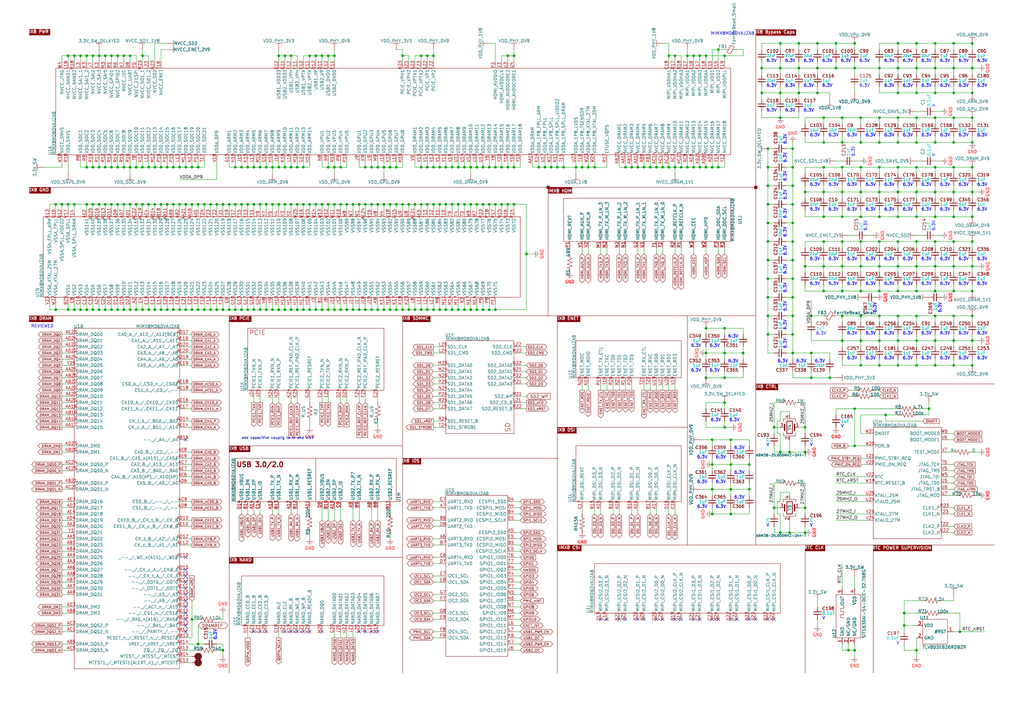
<source format=kicad_sch>
(kicad_sch (version 20230819) (generator eeschema)
  (paper "A3")
  (title_block (date "2023-05-13") (rev "1.00"))
  (lib_symbols
    (symbol "DQSBC:3.3V_SW" (power) (pin_numbers hide) (pin_names (offset 0) hide)
      (property "Value" "3.3V_SW" (at 0 3.556 0))
      (symbol "3.3V_SW_1_1"
        (pin power_in line (at 0 0 90) (length 0) hide (name "3.3V_SW") (number "1"))
      )
    )
    (symbol "DQSBC:3.3V_SW_DELAYED" (power) (pin_numbers hide) (pin_names (offset 0) hide)
      (property "Value" "3.3V_SW_DELAYED" (at 0 3.556 0))
      (symbol "3.3V_SW_DELAYED_1_1"
        (pin power_in line (at 0 0 90) (length 0) hide (name "3.3V_SW_DELAYED") (number "1"))
      )
    )
    (symbol "DQSBC:C" (pin_numbers hide) (pin_names (offset 0.254) hide)
      (property "Reference" "C" (at 1.905 1.905 0))
      (property "Value" "C" (at 1.905 0 0))
      (property "Voltage" "V" (at 1.905 -1.905 0))
      (symbol "C_1_1"
        (pin passive line (at 0 2.54 270) (length 2.032) (name "~") (number "1"))
        (pin passive line (at 0 -2.54 90) (length 2.032) (name "~") (number "2"))
      )
    )
    (symbol "DQSBC:GND" (power) (pin_numbers hide) (pin_names (offset 0) hide)
      (property "Value" "GND" (at 0 -3.81 0))
      (symbol "GND_1_1"
        (pin power_in line (at 0 0 270) (length 0) hide (name "GND") (number "1"))
      )
    )
    (symbol "DQSBC:MIMX8MD6DVAJZAB"
      (property "Reference" "U" (at 0.635 2.286 0))
      (property "Value" "MIMX8MD6DVAJZAB" (at 8.89 0.762 0))
      (symbol "MIMX8MD6DVAJZAB_1_0"
        (pin unspecified line (at -2.54 -233.68 0) (length 2.54) (name "NVCC_DRAM2") (number "AA10"))
        (pin unspecified line (at -2.54 -195.58 0) (length 2.54) (name "VDDA_DRAM") (number "AA11"))
        (pin unspecified line (at -2.54 -238.76 0) (length 2.54) (name "NVCC_DRAM4") (number "AA15"))
        (pin unspecified line (at -2.54 -236.22 0) (length 2.54) (name "NVCC_DRAM3") (number "AB17"))
        (pin unspecified line (at -2.54 -231.14 0) (length 2.54) (name "NVCC_DRAM1") (number "AB23"))
        (pin unspecified line (at -2.54 -243.84 0) (length 2.54) (name "NVCC_DRAM6") (number "AB3"))
        (pin unspecified line (at -2.54 -241.3 0) (length 2.54) (name "NVCC_DRAM5") (number "AB8"))
        (pin unspecified line (at -2.54 -246.38 0) (length 2.54) (name "NVCC_DRAM7") (number "AC14"))
        (pin unspecified line (at -2.54 -248.92 0) (length 2.54) (name "NVCC_DRAM8") (number "AC17"))
        (pin unspecified line (at -2.54 -251.46 0) (length 2.54) (name "NVCC_DRAM9") (number "AC20"))
        (pin unspecified line (at -2.54 -256.54 0) (length 2.54) (name "NVCC_DRAM11") (number "AC23"))
        (pin unspecified line (at -2.54 -254 0) (length 2.54) (name "NVCC_DRAM10") (number "AC3"))
        (pin unspecified line (at -2.54 -261.62 0) (length 2.54) (name "NVCC_DRAM13") (number "AC6"))
        (pin unspecified line (at -2.54 -259.08 0) (length 2.54) (name "NVCC_DRAM12") (number "AC8"))
        (pin unspecified line (at -2.54 -264.16 0) (length 2.54) (name "NVCC_DRAM14") (number "AD21"))
        (pin unspecified line (at -2.54 -269.24 0) (length 2.54) (name "NVCC_DRAM16") (number "AD5"))
        (pin unspecified line (at -2.54 -266.7 0) (length 2.54) (name "NVCC_DRAM15") (number "AD81"))
        (pin unspecified line (at -2.54 -101.6 0) (length 2.54) (name "VDD_ARM13") (number "G14"))
        (pin unspecified line (at -2.54 -71.12 0) (length 2.54) (name "VDD_ARM1") (number "G15"))
        (pin unspecified line (at -2.54 -86.36 0) (length 2.54) (name "VDD_ARM7") (number "G16"))
        (pin unspecified line (at -2.54 -104.14 0) (length 2.54) (name "VDD_ARM14") (number "H14"))
        (pin unspecified line (at -2.54 -73.66 0) (length 2.54) (name "VDD_ARM2") (number "H15"))
        (pin unspecified line (at -2.54 -88.9 0) (length 2.54) (name "VDD_ARM8") (number "H16"))
        (pin unspecified line (at -2.54 -134.62 0) (length 2.54) (name "VDD_GPU5") (number "J10"))
        (pin unspecified line (at -2.54 -76.2 0) (length 2.54) (name "VDD_ARM3") (number "J15"))
        (pin unspecified line (at -2.54 -91.44 0) (length 2.54) (name "VDD_ARM9") (number "J16"))
        (pin unspecified line (at -2.54 -124.46 0) (length 2.54) (name "VDD_GPU1") (number "J9"))
        (pin unspecified line (at -2.54 -137.16 0) (length 2.54) (name "VDD_GPU6") (number "K10"))
        (pin unspecified line (at -2.54 -35.56 0) (length 2.54) (name "VDD_SOC11") (number "K12"))
        (pin unspecified line (at -2.54 -198.12 0) (length 2.54) (name "VDDA_1P8_FPLL_ARM") (number "K14"))
        (pin unspecified line (at -2.54 -78.74 0) (length 2.54) (name "VDD_ARM4") (number "K15"))
        (pin unspecified line (at -2.54 -93.98 0) (length 2.54) (name "VDD_ARM10") (number "K16"))
        (pin unspecified line (at -2.54 -127 0) (length 2.54) (name "VDD_GPU2") (number "K9"))
        (pin unspecified line (at -2.54 -139.7 0) (length 2.54) (name "VDD_GPU7") (number "L10"))
        (pin unspecified line (at -2.54 -38.1 0) (length 2.54) (name "VDD_SOC12") (number "L12"))
        (pin unspecified line (at -2.54 -50.8 0) (length 2.54) (name "VDD_SOC17") (number "L13"))
        (pin unspecified line (at -2.54 -81.28 0) (length 2.54) (name "VDD_ARM5") (number "L15"))
        (pin unspecified line (at -2.54 -96.52 0) (length 2.54) (name "VDD_ARM11") (number "L16"))
        (pin unspecified line (at -2.54 -129.54 0) (length 2.54) (name "VDD_GPU3") (number "L9"))
        (pin unspecified line (at -2.54 -142.24 0) (length 2.54) (name "VDD_GPU8") (number "M10"))
        (pin unspecified line (at -2.54 -40.64 0) (length 2.54) (name "VDD_SOC13") (number "M12"))
        (pin unspecified line (at -2.54 -53.34 0) (length 2.54) (name "VDD_SOC18") (number "M13"))
        (pin unspecified line (at -2.54 -83.82 0) (length 2.54) (name "VDD_ARM6") (number "M15"))
        (pin unspecified line (at -2.54 -99.06 0) (length 2.54) (name "VDD_ARM12") (number "M16"))
        (pin unspecified line (at -2.54 -132.08 0) (length 2.54) (name "VDD_GPU4") (number "M9"))
        (pin unspecified line (at -2.54 -114.3 0) (length 2.54) (name "VDD_VPU3") (number "N10"))
        (pin unspecified line (at -2.54 -205.74 0) (length 2.54) (name "VDDA_1P8_SPLL_VIDEO2") (number "N11"))
        (pin unspecified line (at -2.54 -55.88 0) (length 2.54) (name "VDD_SOC19") (number "N13"))
        (pin unspecified line (at -2.54 -109.22 0) (length 2.54) (name "VDD_VPU1") (number "N8"))
        (pin unspecified line (at -2.54 -111.76 0) (length 2.54) (name "VDD_VPU2") (number "N9"))
        (pin unspecified line (at -2.54 -119.38 0) (length 2.54) (name "VDD_VPU5") (number "P10"))
        (pin unspecified line (at -2.54 -45.72 0) (length 2.54) (name "VDD_SOC15") (number "P12"))
        (pin unspecified line (at -2.54 -58.42 0) (length 2.54) (name "VDD_SOC20") (number "P13"))
        (pin unspecified line (at -2.54 -48.26 0) (length 2.54) (name "VDD_SOC16") (number "P15"))
        (pin unspecified line (at -2.54 -43.18 0) (length 2.54) (name "VDD_SOC14") (number "P16"))
        (pin unspecified line (at -2.54 -116.84 0) (length 2.54) (name "VDD_VPU4") (number "P9"))
        (pin unspecified line (at -2.54 -15.24 0) (length 2.54) (name "VDD_SOC3") (number "R10"))
        (pin unspecified line (at -2.54 -17.78 0) (length 2.54) (name "VDD_SOC4") (number "R11"))
        (pin unspecified line (at -2.54 -20.32 0) (length 2.54) (name "VDD_SOC5") (number "R12"))
        (pin unspecified line (at -2.54 -22.86 0) (length 2.54) (name "VDD_SOC6") (number "R13"))
        (pin unspecified line (at -2.54 -25.4 0) (length 2.54) (name "VDD_SOC7") (number "R14"))
        (pin unspecified line (at -2.54 -27.94 0) (length 2.54) (name "VDD_SOC8") (number "R15"))
        (pin unspecified line (at -2.54 -30.48 0) (length 2.54) (name "VDD_SOC9") (number "R16"))
        (pin unspecified line (at -2.54 -226.06 0) (length 2.54) (name "EFUSE_VQPS") (number "R17"))
        (pin unspecified line (at -2.54 -5.08 0) (length 2.54) (name "VDD_SNVS") (number "R18"))
        (pin unspecified line (at -2.54 -10.16 0) (length 2.54) (name "VDD_SOC1") (number "R8"))
        (pin unspecified line (at -2.54 -12.7 0) (length 2.54) (name "VDD_SOC2") (number "R9"))
        (pin unspecified line (at -2.54 -208.28 0) (length 2.54) (name "VDDA_1P8_SPLL_DRAM") (number "T15"))
        (pin unspecified line (at -2.54 -215.9 0) (length 2.54) (name "VDDA_1P8_TSENSOR") (number "T16"))
        (pin unspecified line (at -2.54 -60.96 0) (length 2.54) (name "VDD_SOC21") (number "T17"))
        (pin unspecified line (at -2.54 -33.02 0) (length 2.54) (name "VDD_SOC10") (number "T8"))
        (pin unspecified line (at -2.54 -172.72 0) (length 2.54) (name "VDD_DRAM11") (number "U10"))
        (pin unspecified line (at -2.54 -165.1 0) (length 2.54) (name "VDD_DRAM8") (number "U11"))
        (pin unspecified line (at -2.54 -170.18 0) (length 2.54) (name "VDD_DRAM10") (number "U12"))
        (pin unspecified line (at -2.54 -175.26 0) (length 2.54) (name "VDD_DRAM12") (number "U13"))
        (pin unspecified line (at -2.54 -167.64 0) (length 2.54) (name "VDD_DRAM9") (number "U14"))
        (pin unspecified line (at -2.54 -200.66 0) (length 2.54) (name "VDDA_1P8_FPLL") (number "U17"))
        (pin unspecified line (at -2.54 -213.36 0) (length 2.54) (name "VDDA_1P8_LVDS") (number "U23"))
        (pin unspecified line (at -2.54 -162.56 0) (length 2.54) (name "VDD_DRAM7") (number "V10"))
        (pin unspecified line (at -2.54 -160.02 0) (length 2.54) (name "VDD_DRAM6") (number "V11"))
        (pin unspecified line (at -2.54 -157.48 0) (length 2.54) (name "VDD_DRAM5") (number "V12"))
        (pin unspecified line (at -2.54 -154.94 0) (length 2.54) (name "VDD_DRAM4") (number "V13"))
        (pin unspecified line (at -2.54 -152.4 0) (length 2.54) (name "VDD_DRAM3") (number "V14"))
        (pin unspecified line (at -2.54 -149.86 0) (length 2.54) (name "VDD_DRAM2") (number "V15"))
        (pin unspecified line (at -2.54 -66.04 0) (length 2.54) (name "VDDA_0P9") (number "V18"))
        (pin unspecified line (at -2.54 -147.32 0) (length 2.54) (name "VDD_DRAM1") (number "V9"))
        (pin unspecified line (at -2.54 -203.2 0) (length 2.54) (name "VDDA_1P8_SPLL") (number "W17"))
        (pin passive line (at -2.54 -2.54 0) (length 2.54) (name "NVCC_SNVS") (number "W18"))
        (pin unspecified line (at -2.54 -218.44 0) (length 2.54) (name "VDDA_1P8_XTAL_27M") (number "W23"))
        (pin unspecified line (at -2.54 -220.98 0) (length 2.54) (name "VDDA_1P8_XTAL_25M") (number "W24"))
        (pin unspecified line (at -2.54 -190.5 0) (length 2.54) (name "VDD_DRAM18") (number "Y10"))
        (pin unspecified line (at -2.54 -274.32 0) (length 2.54) (name "NVCC_DRAM18") (number "Y12"))
        (pin unspecified line (at -2.54 -271.78 0) (length 2.54) (name "NVCC_DRAM17") (number "Y14"))
        (pin unspecified line (at -2.54 -187.96 0) (length 2.54) (name "VDD_DRAM17") (number "Y16"))
        (pin unspecified line (at -2.54 -185.42 0) (length 2.54) (name "VDD_DRAM16") (number "Y18"))
        (pin unspecified line (at -2.54 -182.88 0) (length 2.54) (name "VDD_DRAM15") (number "Y20"))
        (pin unspecified line (at -2.54 -177.8 0) (length 2.54) (name "VDD_DRAM13") (number "Y6"))
        (pin unspecified line (at -2.54 -180.34 0) (length 2.54) (name "VDD_DRAM14") (number "Y8"))
      )
      (symbol "MIMX8MD6DVAJZAB_1_1"
        (pin unspecified line (at 38.1 -104.14 180) (length 2.54) (name "USB2_VPTX") (number "C11"))
        (pin unspecified line (at 38.1 -101.6 180) (length 2.54) (name "USB1_VPTX") (number "C12"))
        (pin unspecified line (at 38.1 -251.46 180) (length 2.54) (name "MIPI_VDDHA1") (number "C18"))
        (pin unspecified line (at 38.1 -109.22 180) (length 2.54) (name "USB2_VP") (number "D11"))
        (pin unspecified line (at 38.1 -106.68 180) (length 2.54) (name "USB1_VP") (number "D12"))
        (pin unspecified line (at 38.1 -254 180) (length 2.54) (name "MIPI_VDDHA2") (number "D17"))
        (pin unspecified line (at 38.1 -256.54 180) (length 2.54) (name "MIPI_VDDHA3") (number "D18"))
        (pin unspecified line (at 38.1 -30.48 180) (length 2.54) (name "NVCC_UART") (number "D8"))
        (pin unspecified line (at 38.1 -114.3 180) (length 2.54) (name "USB2_DVDD") (number "E11"))
        (pin unspecified line (at 38.1 -111.76 180) (length 2.54) (name "USB1_DVDD") (number "E12"))
        (pin unspecified line (at 38.1 -269.24 180) (length 2.54) (name "MIPI_VDD1") (number "E15"))
        (pin unspecified line (at 38.1 -259.08 180) (length 2.54) (name "MIPI_VDDA1") (number "E17"))
        (pin unspecified line (at 38.1 -261.62 180) (length 2.54) (name "MIPI_VDDA2") (number "E18"))
        (pin unspecified line (at 38.1 -17.78 180) (length 2.54) (name "NVCC_SAI3") (number "E3"))
        (pin unspecified line (at 38.1 -99.06 180) (length 2.54) (name "USB2_VPH") (number "F11"))
        (pin unspecified line (at 38.1 -96.52 180) (length 2.54) (name "USB1_VPH") (number "F12"))
        (pin unspecified line (at 38.1 -271.78 180) (length 2.54) (name "MIPI_VDD2") (number "F15"))
        (pin unspecified line (at 38.1 -264.16 180) (length 2.54) (name "MIPI_VDDA3") (number "F17"))
        (pin unspecified line (at 38.1 -266.7 180) (length 2.54) (name "MIPI_VDDA4") (number "F18"))
        (pin unspecified line (at 38.1 -274.32 180) (length 2.54) (name "MIPI_VDDPLL") (number "F19"))
        (pin unspecified line (at 38.1 -154.94 180) (length 2.54) (name "PCIE_VP2") (number "F22"))
        (pin unspecified line (at 38.1 -149.86 180) (length 2.54) (name "PCIE_VPTX2") (number "F23"))
        (pin unspecified line (at 38.1 -33.02 180) (length 2.54) (name "NVCC_ECSPI") (number "F5"))
        (pin unspecified line (at 38.1 -93.98 180) (length 2.54) (name "USB2_VDD33") (number "G11"))
        (pin unspecified line (at 38.1 -91.44 180) (length 2.54) (name "USB1_VDD33") (number "G12"))
        (pin unspecified line (at 38.1 -152.4 180) (length 2.54) (name "PCIE_VP1") (number "G22"))
        (pin unspecified line (at 38.1 -147.32 180) (length 2.54) (name "PCIE_VPTX1") (number "G23"))
        (pin unspecified line (at 38.1 -142.24 180) (length 2.54) (name "PCIE_VPH1") (number "H23"))
        (pin unspecified line (at 38.1 -27.94 180) (length 2.54) (name "NVCC_I2C") (number "H7"))
        (pin unspecified line (at 38.1 -144.78 180) (length 2.54) (name "PCIE_VPH2") (number "J23"))
        (pin unspecified line (at 38.1 -15.24 180) (length 2.54) (name "NVCC_SAI2") (number "J7"))
        (pin unspecified line (at 38.1 -12.7 180) (length 2.54) (name "NVCC_SAI1_2") (number "K3"))
        (pin unspecified line (at 38.1 -5.08 180) (length 2.54) (name "NVCC_NAND1") (number "L18"))
        (pin unspecified line (at 38.1 -38.1 180) (length 2.54) (name "NVCC_SD1_2") (number "L23"))
        (pin unspecified line (at 38.1 -10.16 180) (length 2.54) (name "NVCC_SAI1_1") (number "L3"))
        (pin unspecified line (at 38.1 -7.62 180) (length 2.54) (name "NVCC_NAND2") (number "M18"))
        (pin unspecified line (at 38.1 -35.56 180) (length 2.54) (name "NVCC_SD1_1") (number "M23"))
        (pin unspecified line (at 38.1 -20.32 180) (length 2.54) (name "NVCC_SAI5") (number "M3"))
        (pin unspecified line (at 38.1 -40.64 180) (length 2.54) (name "NVCC_SD2") (number "N23"))
        (pin unspecified line (at 38.1 -180.34 180) (length 2.54) (name "HDMI_AVDDIO") (number "P2"))
        (pin unspecified line (at 38.1 -22.86 180) (length 2.54) (name "NVCC_GPIO1") (number "R5"))
        (pin unspecified line (at 38.1 -25.4 180) (length 2.54) (name "NVCC_GPIO2") (number "R6"))
        (pin unspecified line (at 38.1 -43.18 180) (length 2.54) (name "NVCC_ENET") (number "T18"))
        (pin unspecified line (at 38.1 -185.42 180) (length 2.54) (name "HDMI_AVDDCORE2") (number "U3"))
        (pin unspecified line (at 38.1 -187.96 180) (length 2.54) (name "HDMI_AVDDCORE1") (number "U4"))
        (pin unspecified line (at 38.1 -182.88 180) (length 2.54) (name "HDMI_AVDDCLK") (number "V3"))
        (pin unspecified line (at 38.1 -2.54 180) (length 2.54) (name "NVCC_JTAG") (number "W4"))
      )
      (symbol "MIMX8MD6DVAJZAB_2_1"
        (pin unspecified line (at 45.72 -86.36 180) (length 2.54) (name "DRAM_DQ22") (number "AA1"))
        (pin unspecified line (at -2.54 -124.46 0) (length 2.54) (name "--_/_PARITY_/_--") (number "AA12"))
        (pin unspecified line (at -2.54 -132.08 0) (length 2.54) (name "ZQ_/_ZQ_/_ZQ") (number "AA13"))
        (pin unspecified line (at -2.54 -129.54 0) (length 2.54) (name "VREF_/_VREF_/_VREF") (number "AA14"))
        (pin unspecified line (at 45.72 -40.64 180) (length 2.54) (name "DRAM_DQ15") (number "AA17"))
        (pin unspecified line (at 45.72 -33.02 180) (length 2.54) (name "DRAM_DQ12") (number "AA18"))
        (pin unspecified line (at 45.72 -38.1 180) (length 2.54) (name "DRAM_DQ14") (number "AA19"))
        (pin unspecified line (at 45.72 -81.28 180) (length 2.54) (name "DRAM_DQ20") (number "AA2"))
        (pin unspecified line (at 45.72 -30.48 180) (length 2.54) (name "DRAM_DQ11") (number "AA20"))
        (pin unspecified line (at 45.72 -25.4 180) (length 2.54) (name "DRAM_DQ09") (number "AA22"))
        (pin unspecified line (at 45.72 -27.94 180) (length 2.54) (name "DRAM_DQ10") (number "AA23"))
        (pin unspecified line (at 45.72 -12.7 180) (length 2.54) (name "DRAM_DQ04") (number "AA24"))
        (pin unspecified line (at 45.72 -17.78 180) (length 2.54) (name "DRAM_DQ06") (number "AA25"))
        (pin unspecified line (at 45.72 -96.52 180) (length 2.54) (name "DRAM_DQ26") (number "AA3"))
        (pin unspecified line (at 45.72 -93.98 180) (length 2.54) (name "DRAM_DQ25") (number "AA4"))
        (pin unspecified line (at 45.72 -99.06 180) (length 2.54) (name "DRAM_DQ27") (number "AA6"))
        (pin unspecified line (at 45.72 -104.14 180) (length 2.54) (name "DRAM_DQ29") (number "AA7"))
        (pin unspecified line (at 45.72 -106.68 180) (length 2.54) (name "DRAM_DQ30") (number "AA7"))
        (pin unspecified line (at 45.72 -101.6 180) (length 2.54) (name "DRAM_DQ28") (number "AA8"))
        (pin unspecified line (at 45.72 -109.22 180) (length 2.54) (name "DRAM_DQ31") (number "AA9"))
        (pin unspecified line (at 45.72 -88.9 180) (length 2.54) (name "DRAM_DQ23") (number "AB1"))
        (pin unspecified line (at -2.54 -119.38 0) (length 2.54) (name "--_/_RAS_n(A16)_/_RAS#") (number "AB10"))
        (pin unspecified line (at -2.54 -121.92 0) (length 2.54) (name "--_/_BA1_/_BA1") (number "AB12"))
        (pin unspecified line (at -2.54 -127 0) (length 2.54) (name "RESET_n_/_RESET_n_/_RESET#") (number "AB13"))
        (pin unspecified line (at -2.54 -134.62 0) (length 2.54) (name "MTEST_/_MTEST_/_MTEST") (number "AB14"))
        (pin unspecified line (at -2.54 -111.76 0) (length 2.54) (name "--_/_A9_/_A9") (number "AB15"))
        (pin unspecified line (at -2.54 -45.72 0) (length 2.54) (name "--_/_A4_/_A4") (number "AB16"))
        (pin unspecified line (at 45.72 -35.56 180) (length 2.54) (name "DRAM_DQ13") (number "AB19"))
        (pin unspecified line (at 45.72 -50.8 180) (length 2.54) (name "DRAM_DM1") (number "AB20"))
        (pin unspecified line (at 45.72 -63.5 180) (length 2.54) (name "DRAM_DQS1_P") (number "AB21"))
        (pin unspecified line (at 45.72 -22.86 180) (length 2.54) (name "DRAM_DQ08") (number "AB22"))
        (pin unspecified line (at 45.72 -20.32 180) (length 2.54) (name "DRAM_DQ07") (number "AB25"))
        (pin unspecified line (at 45.72 -91.44 180) (length 2.54) (name "DRAM_DQ24") (number "AB4"))
        (pin unspecified line (at 45.72 -129.54 180) (length 2.54) (name "DRAM_DQS3_P") (number "AB5"))
        (pin unspecified line (at 45.72 -116.84 180) (length 2.54) (name "DRAM_DM3") (number "AB6"))
        (pin unspecified line (at 45.72 -124.46 180) (length 2.54) (name "DRAM_DQS2_N") (number "AC1"))
        (pin unspecified line (at -2.54 -93.98 0) (length 2.54) (name "_--_/_WE_n(A14)_/_WE#") (number "AC10"))
        (pin unspecified line (at -2.54 -116.84 0) (length 2.54) (name "--_/_CS1_n_/_CS1#") (number "AC11"))
        (pin unspecified line (at -2.54 -104.14 0) (length 2.54) (name "--_/_ODT0_/_ODT0") (number "AC12"))
        (pin unspecified line (at -2.54 -137.16 0) (length 2.54) (name "MTEST1_/_MTEST1(ALERT_n)_/_MTEST1") (number "AC13"))
        (pin unspecified line (at -2.54 -109.22 0) (length 2.54) (name "--_/_A3_/_A3") (number "AC15"))
        (pin unspecified line (at -2.54 -30.48 0) (length 2.54) (name "CKE0_A_/_CKE0_/_CKE0") (number "AC16"))
        (pin unspecified line (at -2.54 -25.4 0) (length 2.54) (name "CS1_A_/_C0_/_--") (number "AC18"))
        (pin unspecified line (at 45.72 -121.92 180) (length 2.54) (name "DRAM_DQS2_P") (number "AC2"))
        (pin unspecified line (at 45.72 -66.04 180) (length 2.54) (name "DRAM_DQS1_N") (number "AC21"))
        (pin unspecified line (at 45.72 -55.88 180) (length 2.54) (name "DRAM_DQS0_P") (number "AC24"))
        (pin unspecified line (at 45.72 -58.42 180) (length 2.54) (name "DRAM_DQS0_N") (number "AC25"))
        (pin unspecified line (at 45.72 -132.08 180) (length 2.54) (name "DRAM_DQS3_N") (number "AC5"))
        (pin unspecified line (at -2.54 -55.88 0) (length 2.54) (name "CA2_B_/_A13_/_A13") (number "AC7"))
        (pin unspecified line (at -2.54 -71.12 0) (length 2.54) (name "CS0_B_/_--_/_--") (number "AC9"))
        (pin unspecified line (at -2.54 -78.74 0) (length 2.54) (name "CKE0_B_/_CK_t_B_/_CK_B") (number "AD10"))
        (pin unspecified line (at -2.54 -86.36 0) (length 2.54) (name "CK_t_B_/_A2_/_A2") (number "AD12"))
        (pin unspecified line (at -2.54 -38.1 0) (length 2.54) (name "CK_t_A_/_BG0_/_BA2") (number "AD14"))
        (pin unspecified line (at -2.54 -99.06 0) (length 2.54) (name "--_/_CK_c_A_/_CK#_A") (number "AD15"))
        (pin unspecified line (at -2.54 -2.54 0) (length 2.54) (name "CA0_A_/_A12_/_A12(BC#)") (number "AD17"))
        (pin unspecified line (at -2.54 -12.7 0) (length 2.54) (name "CA4_A_/_A6_/_A6") (number "AD19"))
        (pin unspecified line (at 45.72 -73.66 180) (length 2.54) (name "DRAM_DQ17") (number "AD2"))
        (pin unspecified line (at -2.54 -7.62 0) (length 2.54) (name "CA2_A_/_A7_/_A7") (number "AD20"))
        (pin unspecified line (at 45.72 -10.16 180) (length 2.54) (name "DRAM_DQ03") (number "AD22"))
        (pin unspecified line (at 45.72 -48.26 180) (length 2.54) (name "DRAM_DM0") (number "AD23"))
        (pin unspecified line (at 45.72 -5.08 180) (length 2.54) (name "DRAM_DQ01") (number "AD24"))
        (pin unspecified line (at 45.72 -114.3 180) (length 2.54) (name "DRAM_DM2") (number "AD3"))
        (pin unspecified line (at 45.72 -78.74 180) (length 2.54) (name "DRAM_DQ19") (number "AD4"))
        (pin unspecified line (at -2.54 -63.5 0) (length 2.54) (name "CA5_B_/_A0_/_A0") (number "AD6"))
        (pin unspecified line (at -2.54 -73.66 0) (length 2.54) (name "CS1_B_/_--_/_--") (number "AD8"))
        (pin unspecified line (at -2.54 -81.28 0) (length 2.54) (name "CKE1_B_/_CK_c_B_/_CK#_B") (number "AE10"))
        (pin unspecified line (at -2.54 -106.68 0) (length 2.54) (name "--_/_ODT1_/_ODT1") (number "AE11"))
        (pin unspecified line (at -2.54 -88.9 0) (length 2.54) (name "CK_c_B_/_A1_/_A1") (number "AE12"))
        (pin unspecified line (at -2.54 -114.3 0) (length 2.54) (name "--_/_ACT_n_/_A15") (number "AE13"))
        (pin unspecified line (at -2.54 -40.64 0) (length 2.54) (name "CK_c_A_/_BG1_/_A14") (number "AE14"))
        (pin unspecified line (at -2.54 -101.6 0) (length 2.54) (name "--_/_CK_t_A_/_CK_A") (number "AE15"))
        (pin unspecified line (at -2.54 -5.08 0) (length 2.54) (name "CA1_A_/_A11_/_A11") (number "AE16"))
        (pin unspecified line (at -2.54 -33.02 0) (length 2.54) (name "CKE1_A_/_CKE1_/_CKE1") (number "AE17"))
        (pin unspecified line (at -2.54 -22.86 0) (length 2.54) (name "CS0_A_/_CS0_n_/_CS0#") (number "AE18"))
        (pin unspecified line (at -2.54 -15.24 0) (length 2.54) (name "CA5_A_/_A5_/_A5") (number "AE19"))
        (pin unspecified line (at -2.54 -10.16 0) (length 2.54) (name "CA3_A_/_A8_/_A8") (number "AE20"))
        (pin unspecified line (at 45.72 -7.62 180) (length 2.54) (name "DRAM_DQ02") (number "AE22"))
        (pin unspecified line (at 45.72 -2.54 180) (length 2.54) (name "DRAM_DQ00") (number "AE23"))
        (pin unspecified line (at 45.72 -71.12 180) (length 2.54) (name "DRAM_DQ16") (number "AE3"))
        (pin unspecified line (at 45.72 -76.2 180) (length 2.54) (name "DRAM_DQ18") (number "AE4"))
        (pin unspecified line (at -2.54 -60.96 0) (length 2.54) (name "CA4_B_/_A10(AP)_/_A10(AP)") (number "AE6"))
        (pin unspecified line (at -2.54 -58.42 0) (length 2.54) (name "CA3_B_/_BA0_/_BA0") (number "AE7"))
        (pin unspecified line (at -2.54 -50.8 0) (length 2.54) (name "CA0_B_/_C2_/_--") (number "AE8"))
        (pin unspecified line (at -2.54 -53.34 0) (length 2.54) (name "CA1_B_/_CAS_n(A15)_/_CAS#") (number "AE9"))
        (pin unspecified line (at 45.72 -83.82 180) (length 2.54) (name "DRAM_DQ21") (number "Y1"))
        (pin unspecified line (at 45.72 -15.24 180) (length 2.54) (name "DRAM_DQ05") (number "Y25"))
      )
      (symbol "MIMX8MD6DVAJZAB_3_1"
        (pin unspecified line (at 22.86 -7.62 180) (length 2.54) (name "NAND_CE2_B") (number "F21"))
        (pin unspecified line (at 22.86 -15.24 180) (length 2.54) (name "NAND_ALE") (number "G19"))
        (pin unspecified line (at 22.86 -38.1 180) (length 2.54) (name "NAND_DATA00") (number "G20"))
        (pin unspecified line (at 22.86 -5.08 180) (length 2.54) (name "NAND_CE1_B") (number "G21"))
        (pin unspecified line (at 22.86 -2.54 180) (length 2.54) (name "NAND_CE0_B") (number "H19"))
        (pin unspecified line (at 22.86 -10.16 180) (length 2.54) (name "NAND_CE3_B") (number "H20"))
        (pin unspecified line (at 22.86 -17.78 180) (length 2.54) (name "NAND_CLE") (number "H21"))
        (pin unspecified line (at 22.86 -43.18 180) (length 2.54) (name "NAND_DATA02") (number "H22"))
        (pin unspecified line (at 22.86 -40.64 180) (length 2.54) (name "NAND_DATA01") (number "J20"))
        (pin unspecified line (at 22.86 -45.72 180) (length 2.54) (name "NAND_DATA03") (number "J21"))
        (pin unspecified line (at 22.86 -50.8 180) (length 2.54) (name "NAND_DATA05") (number "J22"))
        (pin unspecified line (at 22.86 -20.32 180) (length 2.54) (name "NAND_RE_B") (number "K19"))
        (pin unspecified line (at 22.86 -27.94 180) (length 2.54) (name "NAND_READY_B") (number "K20"))
        (pin unspecified line (at 22.86 -25.4 180) (length 2.54) (name "NAND_WP_B") (number "K21"))
        (pin unspecified line (at 22.86 -22.86 180) (length 2.54) (name "NAND_WE_B") (number "K22"))
        (pin unspecified line (at 22.86 -53.34 180) (length 2.54) (name "NAND_DATA06") (number "L19"))
        (pin unspecified line (at 22.86 -48.26 180) (length 2.54) (name "NAND_DATA04") (number "L20"))
        (pin unspecified line (at 22.86 -55.88 180) (length 2.54) (name "NAND_DATA07") (number "M19"))
        (pin unspecified line (at 22.86 -33.02 180) (length 2.54) (name "NAND_DQS") (number "M20"))
      )
      (symbol "MIMX8MD6DVAJZAB_4_0"
        (text "SAI" (at 2.54 -88.9 900) (effects (font (size 2 2) bold)))
      )
      (symbol "MIMX8MD6DVAJZAB_4_1"
        (pin unspecified line (at 30.48 -2.54 180) (length 2.54) (name "SAI1_MCLK") (number "A3"))
        (pin unspecified line (at 30.48 -20.32 180) (length 2.54) (name "SAI1_TXD2") (number "B2"))
        (pin unspecified line (at 30.48 -30.48 180) (length 2.54) (name "SAI1_TXD6") (number "B3"))
        (pin unspecified line (at 30.48 -33.02 180) (length 2.54) (name "SAI1_TXD7") (number "C1"))
        (pin unspecified line (at 30.48 -27.94 180) (length 2.54) (name "SAI1_TXD5") (number "C2"))
        (pin unspecified line (at -2.54 -38.1 0) (length 2.54) (name "SAI3_TXD") (number "C3"))
        (pin unspecified line (at -2.54 -35.56 0) (length 2.54) (name "SAI3_TXC") (number "C4"))
        (pin unspecified line (at 30.48 -22.86 180) (length 2.54) (name "SAI1_TXD3") (number "D1"))
        (pin unspecified line (at 30.48 -25.4 180) (length 2.54) (name "SAI1_TXD4") (number "D2"))
        (pin unspecified line (at -2.54 -27.94 0) (length 2.54) (name "SAI3_MCLK") (number "D3"))
        (pin unspecified line (at 30.48 -10.16 180) (length 2.54) (name "SAI1_TXC") (number "E1"))
        (pin unspecified line (at 30.48 -17.78 180) (length 2.54) (name "SAI1_TXD1") (number "E2"))
        (pin unspecified line (at -2.54 -58.42 0) (length 2.54) (name "SPDIF_EXT_CLK") (number "E6"))
        (pin unspecified line (at 30.48 -58.42 180) (length 2.54) (name "SAI1_RXD5") (number "F1"))
        (pin unspecified line (at 30.48 -15.24 180) (length 2.54) (name "SAI1_TXD0") (number "F2"))
        (pin unspecified line (at -2.54 -48.26 0) (length 2.54) (name "SAI3_RXD") (number "F3"))
        (pin unspecified line (at -2.54 -45.72 0) (length 2.54) (name "SAI3_RXC") (number "F4"))
        (pin unspecified line (at -2.54 -53.34 0) (length 2.54) (name "SPDIF_TX") (number "F6"))
        (pin unspecified line (at 30.48 -63.5 180) (length 2.54) (name "SAI1_RXD7") (number "G1"))
        (pin unspecified line (at 30.48 -60.96 180) (length 2.54) (name "SAI1_RXD6") (number "G2"))
        (pin unspecified line (at -2.54 -33.02 0) (length 2.54) (name "SAI3_TXFS") (number "G3"))
        (pin unspecified line (at -2.54 -43.18 0) (length 2.54) (name "SAI3_RXFS") (number "G4"))
        (pin unspecified line (at 30.48 -78.74 180) (length 2.54) (name "SAI2_TXD0") (number "G5"))
        (pin unspecified line (at -2.54 -55.88 0) (length 2.54) (name "SPDIF_RX") (number "G6"))
        (pin unspecified line (at 30.48 -7.62 180) (length 2.54) (name "SAI1_TXFS") (number "H1"))
        (pin unspecified line (at 30.48 -50.8 180) (length 2.54) (name "SAI1_RXD2") (number "H2"))
        (pin unspecified line (at 30.48 -86.36 180) (length 2.54) (name "SAI2_RXC") (number "H3"))
        (pin unspecified line (at 30.48 -73.66 180) (length 2.54) (name "SAI2_TXFS") (number "H4"))
        (pin unspecified line (at 30.48 -68.58 180) (length 2.54) (name "SAI2_MCLK") (number "H5"))
        (pin unspecified line (at 30.48 -88.9 180) (length 2.54) (name "SAI2_RXD0") (number "H6"))
        (pin unspecified line (at 30.48 -55.88 180) (length 2.54) (name "SAI1_RXD4") (number "J1"))
        (pin unspecified line (at 30.48 -53.34 180) (length 2.54) (name "SAI1_RXD3") (number "J2"))
        (pin unspecified line (at 30.48 -83.82 180) (length 2.54) (name "SAI2_RXFS") (number "J4"))
        (pin unspecified line (at 30.48 -76.2 180) (length 2.54) (name "SAI2_TXC") (number "J5"))
        (pin unspecified line (at 30.48 -40.64 180) (length 2.54) (name "SAI1_RXC") (number "K1"))
        (pin unspecified line (at 30.48 -45.72 180) (length 2.54) (name "SAI1_RXD0") (number "K2"))
        (pin unspecified line (at -2.54 -2.54 0) (length 2.54) (name "SAI5_MCLK") (number "K4"))
        (pin unspecified line (at -2.54 -22.86 0) (length 2.54) (name "SAI5_RXD3") (number "K5"))
        (pin unspecified line (at 30.48 -38.1 180) (length 2.54) (name "SAI1_RXFS") (number "L1"))
        (pin unspecified line (at 30.48 -48.26 180) (length 2.54) (name "SAI1_RXD1") (number "L2"))
        (pin unspecified line (at -2.54 -17.78 0) (length 2.54) (name "SAI5_RXD1") (number "L4"))
        (pin unspecified line (at -2.54 -10.16 0) (length 2.54) (name "SAI5_RXC") (number "L5"))
        (pin unspecified line (at -2.54 -20.32 0) (length 2.54) (name "SAI5_RXD2") (number "M4"))
        (pin unspecified line (at -2.54 -15.24 0) (length 2.54) (name "SAI5_RXD0") (number "M5"))
        (pin unspecified line (at -2.54 -7.62 0) (length 2.54) (name "SAI5_RXFS") (number "N4"))
      )
      (symbol "MIMX8MD6DVAJZAB_5_1"
        (pin unspecified line (at 17.78 -5.08 180) (length 2.54) (name "ENET_MDIO") (number "N19"))
        (pin unspecified line (at 17.78 -2.54 180) (length 2.54) (name "ENET_MDC") (number "N20"))
        (pin unspecified line (at 17.78 -10.16 180) (length 2.54) (name "ENET_TX_CTL") (number "P19"))
        (pin unspecified line (at 17.78 -22.86 180) (length 2.54) (name "ENET_TD3") (number "P20"))
        (pin unspecified line (at 17.78 -20.32 180) (length 2.54) (name "ENET_TD2") (number "R19"))
        (pin unspecified line (at 17.78 -15.24 180) (length 2.54) (name "ENET_TD0") (number "R20"))
        (pin unspecified line (at 17.78 -17.78 180) (length 2.54) (name "ENET_TD1") (number "R21"))
        (pin unspecified line (at 17.78 -12.7 180) (length 2.54) (name "ENET_TXC") (number "T19"))
        (pin unspecified line (at 17.78 -30.48 180) (length 2.54) (name "ENET_RXC") (number "T20"))
        (pin unspecified line (at 17.78 -27.94 180) (length 2.54) (name "ENET_RX_CTL") (number "T21"))
        (pin unspecified line (at 17.78 -33.02 180) (length 2.54) (name "ENET_RD0") (number "U19"))
        (pin unspecified line (at 17.78 -38.1 180) (length 2.54) (name "ENET_RD2") (number "U20"))
        (pin unspecified line (at 17.78 -35.56 180) (length 2.54) (name "ENET_RD1") (number "U21"))
        (pin unspecified line (at 17.78 -40.64 180) (length 2.54) (name "ENET_RD3") (number "V19"))
      )
      (symbol "MIMX8MD6DVAJZAB_6_1"
        (text "SD" (at 25.4 -35.56 900) (effects (font (size 2 2))))
        (pin unspecified line (at 30.48 -25.4 180) (length 2.54) (name "SD2_CD_B") (number "L21"))
        (pin unspecified line (at 30.48 -2.54 180) (length 2.54) (name "SD2_CLK") (number "L22"))
        (pin unspecified line (at -2.54 -5.08 0) (length 2.54) (name "SD1_CMD") (number "L24"))
        (pin unspecified line (at -2.54 -2.54 0) (length 2.54) (name "SD1_CLK") (number "L25"))
        (pin unspecified line (at 30.48 -22.86 180) (length 2.54) (name "SD2_WP") (number "M21"))
        (pin unspecified line (at 30.48 -5.08 180) (length 2.54) (name "SD2_CMD") (number "M22"))
        (pin unspecified line (at -2.54 -12.7 0) (length 2.54) (name "SD1_DATA1") (number "M24"))
        (pin unspecified line (at -2.54 -10.16 0) (length 2.54) (name "SD1_DATA0") (number "M25"))
        (pin unspecified line (at 30.48 -12.7 180) (length 2.54) (name "SD2_DATA1") (number "N21"))
        (pin unspecified line (at 30.48 -10.16 180) (length 2.54) (name "SD2_DATA0") (number "N22"))
        (pin unspecified line (at -2.54 -20.32 0) (length 2.54) (name "SD1_DATA4") (number "N24"))
        (pin unspecified line (at -2.54 -15.24 0) (length 2.54) (name "SD1_DATA2") (number "N25"))
        (pin unspecified line (at 30.48 -17.78 180) (length 2.54) (name "SD2_DATA3") (number "P21"))
        (pin unspecified line (at 30.48 -15.24 180) (length 2.54) (name "SD2_DATA2") (number "P22"))
        (pin unspecified line (at -2.54 -22.86 0) (length 2.54) (name "SD1_DATA5") (number "P24"))
        (pin unspecified line (at -2.54 -17.78 0) (length 2.54) (name "SD1_DATA3") (number "P25"))
        (pin unspecified line (at 30.48 -27.94 180) (length 2.54) (name "SD2_RESET_B") (number "R22"))
        (pin unspecified line (at -2.54 -33.02 0) (length 2.54) (name "SD1_RESET_B") (number "R24"))
        (pin unspecified line (at -2.54 -25.4 0) (length 2.54) (name "SD1_DATA6") (number "R25"))
        (pin unspecified line (at -2.54 -35.56 0) (length 2.54) (name "SD1_STROBE") (number "T24"))
        (pin unspecified line (at -2.54 -27.94 0) (length 2.54) (name "SD1_DATA7") (number "T25"))
      )
      (symbol "MIMX8MD6DVAJZAB_7_1"
        (pin unspecified line (at 27.94 -5.08 180) (length 2.54) (name "ECSPI1_MOSI") (number "A4"))
        (pin unspecified line (at 27.94 -15.24 180) (length 2.54) (name "ECSPI2_SS0") (number "A5"))
        (pin unspecified line (at -2.54 -17.78 0) (length 2.54) (name "UART3_RXD") (number "A6"))
        (pin unspecified line (at -2.54 -5.08 0) (length 2.54) (name "UART1_TXD") (number "A7"))
        (pin unspecified line (at 27.94 -7.62 180) (length 2.54) (name "ECSPI1_MISO") (number "B4"))
        (pin unspecified line (at 27.94 -20.32 180) (length 2.54) (name "ECSPI2_MISO") (number "B5"))
        (pin unspecified line (at -2.54 -10.16 0) (length 2.54) (name "UART2_RXD") (number "B6"))
        (pin unspecified line (at -2.54 -20.32 0) (length 2.54) (name "UART3_TXD") (number "B7"))
        (pin unspecified line (at 27.94 -22.86 180) (length 2.54) (name "ECSPI2_SCLK") (number "C5"))
        (pin unspecified line (at -2.54 -25.4 0) (length 2.54) (name "UART4_RXD") (number "C6"))
        (pin unspecified line (at -2.54 -2.54 0) (length 2.54) (name "UART1_RXD") (number "C7"))
        (pin unspecified line (at 27.94 -2.54 180) (length 2.54) (name "ECSPI1_SS0") (number "D4"))
        (pin unspecified line (at 27.94 -10.16 180) (length 2.54) (name "ECSPI1_SCLK") (number "D5"))
        (pin unspecified line (at -2.54 -12.7 0) (length 2.54) (name "UART2_TXD") (number "D6"))
        (pin unspecified line (at -2.54 -27.94 0) (length 2.54) (name "UART4_TXD") (number "D7"))
        (pin unspecified line (at 27.94 -17.78 180) (length 2.54) (name "ECSPI2_MOSI") (number "E5"))
        (pin unspecified line (at -2.54 -33.02 0) (length 2.54) (name "I2C1_SCL") (number "E7"))
        (pin unspecified line (at -2.54 -35.56 0) (length 2.54) (name "I2C1_SDA") (number "E8"))
        (pin unspecified line (at -2.54 -50.8 0) (length 2.54) (name "I2C3_SDA") (number "E9"))
        (pin unspecified line (at -2.54 -43.18 0) (length 2.54) (name "I2C2_SDA") (number "F7"))
        (pin unspecified line (at -2.54 -58.42 0) (length 2.54) (name "I2C4_SDA") (number "F9"))
        (pin unspecified line (at -2.54 -55.88 0) (length 2.54) (name "I2C4_SDA") (number "F9"))
        (pin unspecified line (at -2.54 -40.64 0) (length 2.54) (name "I2C2_SCL") (number "G7"))
        (pin unspecified line (at -2.54 -48.26 0) (length 2.54) (name "I2C3_SCL") (number "G8"))
        (pin unspecified line (at 27.94 -63.5 180) (length 2.54) (name "GPIO1_IO15") (number "J6"))
        (pin unspecified line (at 27.94 -58.42 180) (length 2.54) (name "GPIO1_IO13") (number "K6"))
        (pin unspecified line (at 27.94 -60.96 180) (length 2.54) (name "GPIO1_IO14") (number "K7"))
        (pin unspecified line (at 27.94 -53.34 180) (length 2.54) (name "GPIO1_IO11") (number "L6"))
        (pin unspecified line (at 27.94 -55.88 180) (length 2.54) (name "GPIO1_IO12") (number "L7"))
        (pin unspecified line (at 27.94 -48.26 180) (length 2.54) (name "GPIO1_IO9") (number "M6"))
        (pin unspecified line (at 27.94 -50.8 180) (length 2.54) (name "GPIO1_IO10") (number "M7"))
        (pin unspecified line (at 27.94 -40.64 180) (length 2.54) (name "GPIO1_IO06") (number "N5"))
        (pin unspecified line (at 27.94 -43.18 180) (length 2.54) (name "GPIO1_IO07") (number "N6"))
        (pin unspecified line (at 27.94 -45.72 180) (length 2.54) (name "GPIO1_IO08") (number "N7"))
        (pin unspecified line (at 27.94 -33.02 180) (length 2.54) (name "GPIO1_IO03") (number "P4"))
        (pin unspecified line (at 27.94 -35.56 180) (length 2.54) (name "GPIO1_IO04") (number "P5"))
        (pin unspecified line (at 27.94 -38.1 180) (length 2.54) (name "GPIO1_IO05") (number "P7"))
        (pin unspecified line (at 27.94 -30.48 180) (length 2.54) (name "GPIO1_IO02") (number "R4"))
        (pin unspecified line (at 27.94 -25.4 180) (length 2.54) (name "GPIO1_IO00") (number "T6"))
        (pin unspecified line (at 27.94 -27.94 180) (length 2.54) (name "GPIO1_IO01") (number "T7"))
      )
      (symbol "MIMX8MD6DVAJZAB_8_1"
        (pin unspecified line (at 30.48 -33.02 180) (length 2.54) (name "CLK1_P") (number "R23"))
        (pin unspecified line (at 30.48 -40.64 180) (length 2.54) (name "CLK2_P") (number "T22"))
        (pin unspecified line (at 30.48 -35.56 180) (length 2.54) (name "CLK1_N") (number "T23"))
        (pin unspecified line (at 30.48 -15.24 180) (length 2.54) (name "JTAG_TCK") (number "T5"))
        (pin unspecified line (at 30.48 -43.18 180) (length 2.54) (name "CLK2_N") (number "U22"))
        (pin unspecified line (at -2.54 -30.48 0) (length 2.54) (name "XTALO_25M") (number "U24"))
        (pin unspecified line (at -2.54 -27.94 0) (length 2.54) (name "XTALI_25M") (number "U25"))
        (pin unspecified line (at 30.48 -22.86 180) (length 2.54) (name "JTAG_TDO") (number "U5"))
        (pin unspecified line (at 30.48 -25.4 180) (length 2.54) (name "JTAG_TRST_B") (number "U6"))
        (pin unspecified line (at 30.48 -27.94 180) (length 2.54) (name "JTAG_MOD") (number "U7"))
        (pin unspecified line (at -2.54 -15.24 0) (length 2.54) (name "PMIC_ON_REQ") (number "V20"))
        (pin unspecified line (at -2.54 -12.7 0) (length 2.54) (name "PMIC_STBY_REQ") (number "V21"))
        (pin unspecified line (at -2.54 -20.32 0) (length 2.54) (name "RTC") (number "V22"))
        (pin unspecified line (at -2.54 -38.1 0) (length 2.54) (name "XTALO_27M") (number "V24"))
        (pin unspecified line (at -2.54 -35.56 0) (length 2.54) (name "XTALI_27M") (number "V25"))
        (pin unspecified line (at 30.48 -17.78 180) (length 2.54) (name "JTAG_TMS") (number "V5"))
        (pin unspecified line (at 30.48 -5.08 180) (length 2.54) (name "BOOT_MODE1") (number "V6"))
        (pin unspecified line (at 30.48 -10.16 180) (length 2.54) (name "TEST_MODE") (number "V7"))
        (pin unspecified line (at -2.54 -22.86 0) (length 2.54) (name "RTC_RESET_B") (number "W19"))
        (pin unspecified line (at -2.54 -7.62 0) (length 2.54) (name "POR_B") (number "W20"))
        (pin unspecified line (at -2.54 -2.54 0) (length 2.54) (name "ONOFF") (number "W21"))
        (pin unspecified line (at 30.48 -20.32 180) (length 2.54) (name "JTAG_TDI") (number "W5"))
        (pin unspecified line (at 30.48 -2.54 180) (length 2.54) (name "BOOT_MODE0") (number "W6"))
      )
      (symbol "MIMX8MD6DVAJZAB_9_1"
        (pin unspecified line (at 22.86 -40.64 180) (length 2.54) (name "MIPI_CSI2_CLK_N") (number "A19"))
        (pin unspecified line (at 22.86 -55.88 180) (length 2.54) (name "MIPI_CSI2_D1_N") (number "A20"))
        (pin unspecified line (at 22.86 -63.5 180) (length 2.54) (name "MIPI_CSI2_D2_N") (number "A21"))
        (pin unspecified line (at 22.86 -2.54 180) (length 2.54) (name "MIPI_CSI1_CLK_N") (number "A22"))
        (pin unspecified line (at 22.86 -10.16 180) (length 2.54) (name "MIPI_CSI1_D0_N") (number "A23"))
        (pin unspecified line (at 22.86 -43.18 180) (length 2.54) (name "MIPI_CSI2_CLK_P") (number "B19"))
        (pin unspecified line (at 22.86 -58.42 180) (length 2.54) (name "MIPI_CSI2_D1_P") (number "B20"))
        (pin unspecified line (at 22.86 -66.04 180) (length 2.54) (name "MIPI_CSI2_D2_P") (number "B21"))
        (pin unspecified line (at 22.86 -5.08 180) (length 2.54) (name "MIPI_CSI1_CLK_P") (number "B22"))
        (pin unspecified line (at 22.86 -12.7 180) (length 2.54) (name "MIPI_CSI1_D0_P") (number "B23"))
        (pin unspecified line (at 22.86 -25.4 180) (length 2.54) (name "MIPI_CSI1_D2_N") (number "B24"))
        (pin unspecified line (at 22.86 -71.12 180) (length 2.54) (name "MIPI_CSI2_D3_N") (number "C19"))
        (pin unspecified line (at 22.86 -48.26 180) (length 2.54) (name "MIPI_CSI2_D0_N") (number "C20"))
        (pin unspecified line (at 22.86 -33.02 180) (length 2.54) (name "MIPI_CSI1_D3_N") (number "C21"))
        (pin unspecified line (at 22.86 -17.78 180) (length 2.54) (name "MIPI_CSI1_D1_N") (number "C22"))
        (pin unspecified line (at 22.86 -27.94 180) (length 2.54) (name "MIPI_CSI1_D2_P") (number "C23"))
        (pin unspecified line (at 22.86 -73.66 180) (length 2.54) (name "MIPI_CSI2_D3_P") (number "D19"))
        (pin unspecified line (at 22.86 -50.8 180) (length 2.54) (name "MIPI_CSI2_D0_P") (number "D20"))
        (pin unspecified line (at 22.86 -35.56 180) (length 2.54) (name "MIPI_CSI1_D3_P") (number "D21"))
        (pin unspecified line (at 22.86 -20.32 180) (length 2.54) (name "MIPI_CSI1_D1_P") (number "D22"))
      )
      (symbol "MIMX8MD6DVAJZAB_10_1"
        (pin unspecified line (at 20.32 -53.34 180) (length 2.54) (name "HDMI_TX_P_LN_3") (number "M1"))
        (pin unspecified line (at 20.32 -50.8 180) (length 2.54) (name "HDMI_TX_M_LN_3") (number "M2"))
        (pin unspecified line (at 20.32 -43.18 180) (length 2.54) (name "HDMI_TX_M_LN_2") (number "N1"))
        (pin unspecified line (at 20.32 -45.72 180) (length 2.54) (name "HDMI_TX_P_LN_2") (number "N2"))
        (pin unspecified line (at 20.32 -66.04 180) (length 2.54) (name "HDMI_REXT") (number "P1"))
        (pin unspecified line (at 20.32 -5.08 180) (length 2.54) (name "HDMI_DDC_SDA") (number "P3"))
        (pin unspecified line (at 20.32 -20.32 180) (length 2.54) (name "HDMI_REFCLK_N") (number "R1"))
        (pin unspecified line (at 20.32 -22.86 180) (length 2.54) (name "HDMI_REFCLK_P") (number "R2"))
        (pin unspecified line (at 20.32 -2.54 180) (length 2.54) (name "HDMI_DDC_SCL") (number "R3"))
        (pin unspecified line (at 20.32 -30.48 180) (length 2.54) (name "HDMI_TX_P_LN_0") (number "T1"))
        (pin unspecified line (at 20.32 -27.94 180) (length 2.54) (name "HDMI_TX_M_LN_0") (number "T2"))
        (pin unspecified line (at 20.32 -35.56 180) (length 2.54) (name "HDMI_TX_M_LN_1") (number "U1"))
        (pin unspecified line (at 20.32 -38.1 180) (length 2.54) (name "HDMI_TX_P_LN_1") (number "U2"))
        (pin unspecified line (at 20.32 -60.96 180) (length 2.54) (name "HDMI_AUX_P") (number "V1"))
        (pin unspecified line (at 20.32 -58.42 180) (length 2.54) (name "HDMI_AUX_N") (number "V2"))
        (pin unspecified line (at 20.32 -10.16 180) (length 2.54) (name "HDMI_HPD") (number "W2"))
        (pin unspecified line (at 20.32 -15.24 180) (length 2.54) (name "HDMI_CEC") (number "W3"))
      )
      (symbol "MIMX8MD6DVAJZAB_11_1"
        (text "PCIE" (at 1.778 -3.937 900) (effects (font (size 2 2))))
        (pin unspecified line (at 27.94 -53.34 180) (length 2.54) (name "PCIE2_RESREF") (number "C25"))
        (pin unspecified line (at 27.94 -38.1 180) (length 2.54) (name "PCIE2_RXN_N") (number "D24"))
        (pin unspecified line (at 27.94 -40.64 180) (length 2.54) (name "PCIE2_RXN_P") (number "D25"))
        (pin unspecified line (at 27.94 -30.48 180) (length 2.54) (name "PCIE2_TXN_N") (number "E24"))
        (pin unspecified line (at 27.94 -33.02 180) (length 2.54) (name "PCIE2_TXN_P") (number "E25"))
        (pin unspecified line (at 27.94 -45.72 180) (length 2.54) (name "PCIE2_REF_PAD_CLK_N") (number "F24"))
        (pin unspecified line (at 27.94 -48.26 180) (length 2.54) (name "PCIE2_REF_PAD_CLK_P") (number "F25"))
        (pin unspecified line (at 27.94 -25.4 180) (length 2.54) (name "PCIE1_RESREF") (number "G25"))
        (pin unspecified line (at 27.94 -10.16 180) (length 2.54) (name "PCIE1_RXN_N") (number "H24"))
        (pin unspecified line (at 27.94 -12.7 180) (length 2.54) (name "PCIE1_RXN_P") (number "H25"))
        (pin unspecified line (at 27.94 -2.54 180) (length 2.54) (name "PCIE1_TXN_N") (number "J24"))
        (pin unspecified line (at 27.94 -5.08 180) (length 2.54) (name "PCIE1_TXN_P") (number "J25"))
        (pin unspecified line (at 27.94 -17.78 180) (length 2.54) (name "PCIE1_REF_PAD_CLK_N") (number "K24"))
        (pin unspecified line (at 27.94 -20.32 180) (length 2.54) (name "PCIE1_REF_PAD_CLK_P") (number "K25"))
      )
      (symbol "MIMX8MD6DVAJZAB_12_1"
        (pin unspecified line (at 25.4 -33.02 180) (length 2.54) (name "MIPI_DSI_D3_N") (number "A15"))
        (pin unspecified line (at 25.4 -17.78 180) (length 2.54) (name "MIPI_DSI_D1_N") (number "A16"))
        (pin unspecified line (at 25.4 -10.16 180) (length 2.54) (name "MIPI_DSI_D0_N") (number "A17"))
        (pin unspecified line (at 25.4 -25.4 180) (length 2.54) (name "MIPI_DSI_D2_N") (number "A18"))
        (pin unspecified line (at 25.4 -35.56 180) (length 2.54) (name "MIPI_DSI_D3_P") (number "B15"))
        (pin unspecified line (at 25.4 -20.32 180) (length 2.54) (name "MIPI_DSI_D1_P") (number "B16"))
        (pin unspecified line (at 25.4 -12.7 180) (length 2.54) (name "MIPI_DSI_D0_P") (number "B17"))
        (pin unspecified line (at 25.4 -27.94 180) (length 2.54) (name "MIPI_DSI_D2_P") (number "B18"))
        (pin unspecified line (at 25.4 -2.54 180) (length 2.54) (name "MIPI_DSI_CLK_N") (number "C16"))
        (pin unspecified line (at 25.4 -40.64 180) (length 2.54) (name "MIPI_DSI_REXT") (number "C17"))
        (pin unspecified line (at 25.4 -5.08 180) (length 2.54) (name "MIPI_DSI_CLK_P") (number "D16"))
      )
      (symbol "MIMX8MD6DVAJZAB_13_1"
        (text "USB 3.0/2.0" (at 2.54 -10.16 900) (effects (font (size 2 2) bold)))
        (pin unspecified line (at 20.32 -40.64 180) (length 2.54) (name "USB2_DP") (number "A10"))
        (pin unspecified line (at 20.32 -30.48 180) (length 2.54) (name "USB1_RESREF") (number "A11"))
        (pin unspecified line (at 20.32 -22.86 180) (length 2.54) (name "USB1_RX_P") (number "A12"))
        (pin unspecified line (at 20.32 -15.24 180) (length 2.54) (name "USB1_TX_P") (number "A13"))
        (pin unspecified line (at 20.32 -7.62 180) (length 2.54) (name "USB1_DP") (number "A14"))
        (pin unspecified line (at 20.32 -55.88 180) (length 2.54) (name "USB2_RX_P") (number "A8"))
        (pin unspecified line (at 20.32 -48.26 180) (length 2.54) (name "USB2_TX_P7") (number "A9"))
        (pin unspecified line (at 20.32 -38.1 180) (length 2.54) (name "USB2_DN") (number "B10"))
        (pin unspecified line (at 20.32 -63.5 180) (length 2.54) (name "USB2_RESREF") (number "B11"))
        (pin unspecified line (at 20.32 -25.4 180) (length 2.54) (name "USB1_RX_N") (number "B12"))
        (pin unspecified line (at 20.32 -17.78 180) (length 2.54) (name "USB1_TX_N") (number "B13"))
        (pin unspecified line (at 20.32 -5.08 180) (length 2.54) (name "USB1_DN") (number "B14"))
        (pin unspecified line (at 20.32 -58.42 180) (length 2.54) (name "USB2_RX_N") (number "B8"))
        (pin unspecified line (at 20.32 -50.8 180) (length 2.54) (name "USB2_TX_N") (number "B9"))
        (pin unspecified line (at 20.32 -10.16 180) (length 2.54) (name "USB1_ID") (number "C14"))
        (pin unspecified line (at 20.32 -43.18 180) (length 2.54) (name "USB2_ID") (number "C9"))
        (pin unspecified line (at 20.32 -2.54 180) (length 2.54) (name "USB1_VBUS") (number "D14"))
        (pin unspecified line (at 20.32 -35.56 180) (length 2.54) (name "USB2_VBUS") (number "D9"))
      )
      (symbol "MIMX8MD6DVAJZAB_14_1"
        (pin unspecified line (at -2.54 -38.1 0) (length 2.54) (name "VSS12") (number "A2"))
        (pin unspecified line (at -2.54 -22.86 0) (length 2.54) (name "VSS6") (number "A24"))
        (pin unspecified line (at 35.56 -60.96 180) (length 2.54) (name "VSS124") (number "AA16"))
        (pin unspecified line (at 35.56 -58.42 180) (length 2.54) (name "VSS125") (number "AA21"))
        (pin unspecified line (at 35.56 -63.5 180) (length 2.54) (name "VSS123") (number "AA5"))
        (pin unspecified line (at 35.56 -50.8 180) (length 2.54) (name "VSS128") (number "AB11"))
        (pin unspecified line (at 35.56 -48.26 180) (length 2.54) (name "VSS129") (number "AB18"))
        (pin unspecified line (at 35.56 -55.88 180) (length 2.54) (name "VSS126") (number "AB2"))
        (pin unspecified line (at 35.56 -45.72 180) (length 2.54) (name "VSS130") (number "AB24"))
        (pin unspecified line (at 35.56 -53.34 180) (length 2.54) (name "VSS127") (number "AB9"))
        (pin unspecified line (at 35.56 -40.64 180) (length 2.54) (name "VSS132") (number "AC19"))
        (pin unspecified line (at 35.56 -38.1 180) (length 2.54) (name "VSS133") (number "AC22"))
        (pin unspecified line (at 35.56 -43.18 180) (length 2.54) (name "VSS131") (number "AC4"))
        (pin unspecified line (at 35.56 -35.56 180) (length 2.54) (name "VSS134") (number "AD1"))
        (pin unspecified line (at 35.56 -27.94 180) (length 2.54) (name "VSS137") (number "AD11"))
        (pin unspecified line (at 35.56 -25.4 180) (length 2.54) (name "VSS138") (number "AD13"))
        (pin unspecified line (at 35.56 -22.86 180) (length 2.54) (name "VSS139") (number "AD16"))
        (pin unspecified line (at 35.56 -20.32 180) (length 2.54) (name "VSS140") (number "AD25"))
        (pin unspecified line (at 35.56 -33.02 180) (length 2.54) (name "VSS135") (number "AD7"))
        (pin unspecified line (at 35.56 -30.48 180) (length 2.54) (name "VSS136") (number "AD9"))
        (pin unspecified line (at 35.56 -17.78 180) (length 2.54) (name "VSS141") (number "AE2"))
        (pin unspecified line (at 35.56 -152.4 180) (length 2.54) (name "VSS88") (number "AE21"))
        (pin unspecified line (at 35.56 -132.08 180) (length 2.54) (name "VSS96") (number "AE24"))
        (pin unspecified line (at 35.56 -154.94 180) (length 2.54) (name "VSS87") (number "AE5"))
        (pin unspecified line (at -2.54 -114.3 0) (length 2.54) (name "VSS43") (number "B1"))
        (pin unspecified line (at -2.54 -10.16 0) (length 2.54) (name "VSS1") (number "B25"))
        (pin unspecified line (at -2.54 -15.24 0) (length 2.54) (name "VSS3") (number "C10"))
        (pin unspecified line (at -2.54 -17.78 0) (length 2.54) (name "VSS4") (number "C13"))
        (pin unspecified line (at -2.54 -20.32 0) (length 2.54) (name "VSS5") (number "C15"))
        (pin unspecified line (at -2.54 -25.4 0) (length 2.54) (name "VSS7") (number "C24"))
        (pin unspecified line (at -2.54 -12.7 0) (length 2.54) (name "VSS2") (number "C8"))
        (pin unspecified line (at -2.54 -27.94 0) (length 2.54) (name "VSS8") (number "D10"))
        (pin unspecified line (at -2.54 -30.48 0) (length 2.54) (name "VSS9") (number "D13"))
        (pin unspecified line (at -2.54 -33.02 0) (length 2.54) (name "VSS10") (number "D15"))
        (pin unspecified line (at -2.54 -35.56 0) (length 2.54) (name "VSS11") (number "D23"))
        (pin unspecified line (at -2.54 -43.18 0) (length 2.54) (name "VSS14") (number "E10"))
        (pin unspecified line (at -2.54 -45.72 0) (length 2.54) (name "VSS15") (number "E13"))
        (pin unspecified line (at -2.54 -48.26 0) (length 2.54) (name "VSS16") (number "E14"))
        (pin unspecified line (at -2.54 -53.34 0) (length 2.54) (name "VSS18") (number "E16"))
        (pin unspecified line (at -2.54 -55.88 0) (length 2.54) (name "VSS19") (number "E19"))
        (pin unspecified line (at -2.54 -50.8 0) (length 2.54) (name "VSS17") (number "E20"))
        (pin unspecified line (at -2.54 -58.42 0) (length 2.54) (name "VSS20") (number "E21"))
        (pin unspecified line (at -2.54 -60.96 0) (length 2.54) (name "VSS21") (number "E22"))
        (pin unspecified line (at -2.54 -63.5 0) (length 2.54) (name "VSS22") (number "E23"))
        (pin unspecified line (at -2.54 -40.64 0) (length 2.54) (name "VSS13") (number "E4"))
        (pin unspecified line (at -2.54 -66.04 0) (length 2.54) (name "VSS23") (number "F10"))
        (pin unspecified line (at -2.54 -68.58 0) (length 2.54) (name "VSS24") (number "F13"))
        (pin unspecified line (at -2.54 -71.12 0) (length 2.54) (name "VSS25") (number "F14"))
        (pin unspecified line (at -2.54 -73.66 0) (length 2.54) (name "VSS27") (number "F16"))
        (pin unspecified line (at -2.54 -78.74 0) (length 2.54) (name "VSS29") (number "G10"))
        (pin unspecified line (at -2.54 -81.28 0) (length 2.54) (name "VSS30") (number "G13"))
        (pin unspecified line (at -2.54 -83.82 0) (length 2.54) (name "VSS31") (number "G17"))
        (pin unspecified line (at -2.54 -86.36 0) (length 2.54) (name "VSS32") (number "G18"))
        (pin unspecified line (at -2.54 -88.9 0) (length 2.54) (name "VSS33") (number "G24"))
        (pin unspecified line (at -2.54 -76.2 0) (length 2.54) (name "VSS28") (number "G9"))
        (pin unspecified line (at -2.54 -99.06 0) (length 2.54) (name "VSS36") (number "H10"))
        (pin unspecified line (at -2.54 -96.52 0) (length 2.54) (name "VSS36") (number "H10"))
        (pin unspecified line (at -2.54 -101.6 0) (length 2.54) (name "VSS38") (number "H12"))
        (pin unspecified line (at -2.54 -104.14 0) (length 2.54) (name "VSS39") (number "H13"))
        (pin unspecified line (at -2.54 -106.68 0) (length 2.54) (name "VSS40") (number "H17"))
        (pin unspecified line (at -2.54 -109.22 0) (length 2.54) (name "VSS41") (number "H18"))
        (pin unspecified line (at -2.54 -91.44 0) (length 2.54) (name "VSS34") (number "H8"))
        (pin unspecified line (at -2.54 -93.98 0) (length 2.54) (name "VSS35") (number "H9"))
        (pin unspecified line (at -2.54 -119.38 0) (length 2.54) (name "VSS45") (number "J11"))
        (pin unspecified line (at -2.54 -121.92 0) (length 2.54) (name "VSS46") (number "J12"))
        (pin unspecified line (at -2.54 -124.46 0) (length 2.54) (name "VSS47") (number "J13"))
        (pin unspecified line (at -2.54 -127 0) (length 2.54) (name "VSS48") (number "J14"))
        (pin unspecified line (at -2.54 -129.54 0) (length 2.54) (name "VSS49") (number "J17"))
        (pin unspecified line (at -2.54 -132.08 0) (length 2.54) (name "VSS50") (number "J18"))
        (pin unspecified line (at -2.54 -134.62 0) (length 2.54) (name "VSS51") (number "J19"))
        (pin unspecified line (at -2.54 -111.76 0) (length 2.54) (name "VSS42") (number "J3"))
        (pin unspecified line (at -2.54 -116.84 0) (length 2.54) (name "VSS44") (number "J8"))
        (pin unspecified line (at -2.54 -139.7 0) (length 2.54) (name "VSS53") (number "K11"))
        (pin unspecified line (at 35.56 -2.54 180) (length 2.54) (name "VSSA_FPLL_ARM") (number "K13"))
        (pin unspecified line (at -2.54 -144.78 0) (length 2.54) (name "VSS55") (number "K17"))
        (pin unspecified line (at -2.54 -147.32 0) (length 2.54) (name "VSS56") (number "K18"))
        (pin unspecified line (at -2.54 -149.86 0) (length 2.54) (name "VSS57") (number "K23"))
        (pin unspecified line (at -2.54 -137.16 0) (length 2.54) (name "VSS52") (number "K8"))
        (pin unspecified line (at -2.54 -154.94 0) (length 2.54) (name "VSS59") (number "L11"))
        (pin unspecified line (at -2.54 -157.48 0) (length 2.54) (name "VSS60") (number "L14"))
        (pin unspecified line (at -2.54 -160.02 0) (length 2.54) (name "VSS61") (number "L17"))
        (pin unspecified line (at -2.54 -152.4 0) (length 2.54) (name "VSS58") (number "L8"))
        (pin unspecified line (at -2.54 -165.1 0) (length 2.54) (name "VSS63") (number "M11"))
        (pin unspecified line (at -2.54 -167.64 0) (length 2.54) (name "VSS64") (number "M14"))
        (pin unspecified line (at -2.54 -170.18 0) (length 2.54) (name "VSS65") (number "M17"))
        (pin unspecified line (at -2.54 -162.56 0) (length 2.54) (name "VSS62") (number "M8"))
        (pin unspecified line (at 35.56 -7.62 180) (length 2.54) (name "VSSA_SPLL_VIDEO2") (number "N12"))
        (pin unspecified line (at -2.54 -177.8 0) (length 2.54) (name "VSS68") (number "N14"))
        (pin unspecified line (at 35.56 -187.96 180) (length 2.54) (name "VSS74") (number "N15"))
        (pin unspecified line (at 35.56 -190.5 180) (length 2.54) (name "VSS73") (number "N16"))
        (pin unspecified line (at -2.54 -175.26 0) (length 2.54) (name "VSS67") (number "N17"))
        (pin unspecified line (at -2.54 -142.24 0) (length 2.54) (name "VSS54") (number "N18"))
        (pin unspecified line (at -2.54 -172.72 0) (length 2.54) (name "VSS66") (number "N3"))
        (pin unspecified line (at -2.54 -185.42 0) (length 2.54) (name "VSS71") (number "P11"))
        (pin unspecified line (at 35.56 -193.04 180) (length 2.54) (name "VSS72") (number "P14"))
        (pin unspecified line (at 35.56 -185.42 180) (length 2.54) (name "VSS75") (number "P17"))
        (pin unspecified line (at 35.56 -182.88 180) (length 2.54) (name "VSS76") (number "P18"))
        (pin unspecified line (at 35.56 -180.34 180) (length 2.54) (name "VSS77") (number "P23"))
        (pin unspecified line (at -2.54 -180.34 0) (length 2.54) (name "VSS69") (number "P6"))
        (pin unspecified line (at -2.54 -182.88 0) (length 2.54) (name "VSS70") (number "P8"))
        (pin unspecified line (at 35.56 -177.8 180) (length 2.54) (name "VSS78") (number "R7"))
        (pin unspecified line (at 35.56 -165.1 180) (length 2.54) (name "VSS83") (number "T10"))
        (pin unspecified line (at 35.56 -162.56 180) (length 2.54) (name "VSS84") (number "T11"))
        (pin unspecified line (at 35.56 -160.02 180) (length 2.54) (name "VSS85") (number "T12"))
        (pin unspecified line (at 35.56 -157.48 180) (length 2.54) (name "VSS86") (number "T13"))
        (pin unspecified line (at 35.56 -12.7 180) (length 2.54) (name "VSSA_SPLL_DRAM") (number "T14"))
        (pin unspecified line (at 35.56 -172.72 180) (length 2.54) (name "VSS80") (number "T3"))
        (pin unspecified line (at 35.56 -170.18 180) (length 2.54) (name "VSS81") (number "T4"))
        (pin unspecified line (at 35.56 -167.64 180) (length 2.54) (name "VSS82") (number "T9"))
        (pin unspecified line (at 35.56 -144.78 180) (length 2.54) (name "VSS91") (number "U15"))
        (pin unspecified line (at 35.56 -5.08 180) (length 2.54) (name "VSSA_FPLL") (number "U16"))
        (pin unspecified line (at 35.56 -142.24 180) (length 2.54) (name "VSS92") (number "U18"))
        (pin unspecified line (at 35.56 -149.86 180) (length 2.54) (name "VSS89") (number "U8"))
        (pin unspecified line (at 35.56 -147.32 180) (length 2.54) (name "VSS90") (number "U9"))
        (pin unspecified line (at 35.56 -134.62 180) (length 2.54) (name "VSS95") (number "V16"))
        (pin unspecified line (at 35.56 -10.16 180) (length 2.54) (name "VSSA_SPLL") (number "V17"))
        (pin unspecified line (at -2.54 -2.54 0) (length 2.54) (name "VSSA_XTAL_25M") (number "V23"))
        (pin unspecified line (at 35.56 -139.7 180) (length 2.54) (name "VSS93") (number "V4"))
        (pin unspecified line (at 35.56 -137.16 180) (length 2.54) (name "VSS94") (number "V8"))
        (pin unspecified line (at 35.56 -129.54 180) (length 2.54) (name "VSS97") (number "W1"))
        (pin unspecified line (at 35.56 -121.92 180) (length 2.54) (name "VSS100") (number "W10"))
        (pin unspecified line (at 35.56 -119.38 180) (length 2.54) (name "VSS101") (number "W11"))
        (pin unspecified line (at 35.56 -116.84 180) (length 2.54) (name "VSS102") (number "W12"))
        (pin unspecified line (at 35.56 -114.3 180) (length 2.54) (name "VSS103") (number "W13"))
        (pin unspecified line (at 35.56 -111.76 180) (length 2.54) (name "VSS104") (number "W14"))
        (pin unspecified line (at 35.56 -109.22 180) (length 2.54) (name "VSS105") (number "W15"))
        (pin unspecified line (at 35.56 -106.68 180) (length 2.54) (name "VSS106") (number "W16"))
        (pin unspecified line (at -2.54 -5.08 0) (length 2.54) (name "VSSA_XTAL_27M") (number "W22"))
        (pin unspecified line (at 35.56 -104.14 180) (length 2.54) (name "VSS107") (number "W25"))
        (pin unspecified line (at 35.56 -127 180) (length 2.54) (name "VSS98") (number "W7"))
        (pin unspecified line (at 35.56 -124.46 180) (length 2.54) (name "VSS99") (number "W8"))
        (pin unspecified line (at 35.56 -175.26 180) (length 2.54) (name "VSS79") (number "W9"))
        (pin unspecified line (at 35.56 -86.36 180) (length 2.54) (name "VSS114") (number "Y11"))
        (pin unspecified line (at 35.56 -83.82 180) (length 2.54) (name "VSS115") (number "Y13"))
        (pin unspecified line (at 35.56 -81.28 180) (length 2.54) (name "VSS116") (number "Y15"))
        (pin unspecified line (at 35.56 -78.74 180) (length 2.54) (name "VSS117") (number "Y17"))
        (pin unspecified line (at 35.56 -76.2 180) (length 2.54) (name "VSS118") (number "Y19"))
        (pin unspecified line (at 35.56 -101.6 180) (length 2.54) (name "VSS108") (number "Y2"))
        (pin unspecified line (at 35.56 -73.66 180) (length 2.54) (name "VSS119") (number "Y21"))
        (pin unspecified line (at 35.56 -71.12 180) (length 2.54) (name "VSS120") (number "Y22"))
        (pin unspecified line (at 35.56 -68.58 180) (length 2.54) (name "VSS121") (number "Y23"))
        (pin unspecified line (at 35.56 -66.04 180) (length 2.54) (name "VSS122") (number "Y24"))
        (pin unspecified line (at 35.56 -99.06 180) (length 2.54) (name "VSS109") (number "Y3"))
        (pin unspecified line (at 35.56 -96.52 180) (length 2.54) (name "VSS110") (number "Y4"))
        (pin unspecified line (at 35.56 -93.98 180) (length 2.54) (name "VSS111") (number "Y5"))
        (pin unspecified line (at 35.56 -91.44 180) (length 2.54) (name "VSS112") (number "Y7"))
        (pin unspecified line (at 35.56 -88.9 180) (length 2.54) (name "VSS113") (number "Y9"))
      )
    )
    (symbol "DQSBC:NVCC_DRAM_1V1" (power) (pin_numbers hide) (pin_names (offset 0) hide)
      (property "Value" "NVCC_DRAM_1V1" (at 0 3.556 0))
      (symbol "NVCC_DRAM_1V1_1_1"
        (pin power_in line (at 0 0 90) (length 0) hide (name "NVCC_DRAM_1V1") (number "1"))
      )
    )
    (symbol "DQSBC:NVCC_ENET_2V5" (power) (pin_numbers hide) (pin_names (offset 0) hide)
      (property "Value" "NVCC_ENET_2V5" (at 0 3.556 0))
      (symbol "NVCC_ENET_2V5_1_1"
        (pin power_in line (at 0 0 90) (length 0) hide (name "NVCC_ENET_2V5") (number "1"))
      )
    )
    (symbol "DQSBC:NVCC_SD1_1V8" (power) (pin_numbers hide) (pin_names (offset 0) hide)
      (property "Value" "NVCC_SD1_1V8" (at 0 3.556 0))
      (symbol "NVCC_SD1_1V8_1_1"
        (pin power_in line (at 0 0 90) (length 0) hide (name "NVCC_SD1_1V8") (number "1"))
      )
    )
    (symbol "DQSBC:NVCC_SD2" (power) (pin_numbers hide) (pin_names (offset 0) hide)
      (property "Value" "NVCC_SD2" (at 0 3.556 0))
      (symbol "NVCC_SD2_1_1"
        (pin power_in line (at 0 0 90) (length 0) hide (name "NVCC_SD2") (number "1"))
      )
    )
    (symbol "DQSBC:NVCC_SNVS_3V3" (power) (pin_numbers hide) (pin_names (offset 0) hide)
      (property "Value" "NVCC_SNVS_3V3" (at 0 3.556 0))
      (symbol "NVCC_SNVS_3V3_1_1"
        (pin power_in line (at 0 0 90) (length 0) hide (name "NVCC_SNVS_3V3") (number "1"))
      )
    )
    (symbol "DQSBC:R_US" (pin_numbers hide) (pin_names (offset 0))
      (property "Reference" "R" (at 2.54 0 90))
      (property "Value" "R_US" (at -2.54 0 90))
      (symbol "R_US_1_1"
        (pin passive line (at 0 3.81 270) (length 1.27) (name "~") (number "1"))
        (pin passive line (at 0 -3.81 90) (length 1.27) (name "~") (number "2"))
      )
    )
    (symbol "DQSBC:SIT1630AI-S4-DCC-32.768G"
      (property "Reference" "U" (at 0.508 0.762 0))
      (property "Value" "SIT1630AI-S4-DCC-32.768G" (at 13.97 -11.43 0))
      (symbol "SIT1630AI-S4-DCC-32.768G_1_1"
        (pin input line (at -2.54 -2.54 0) (length 2.54) (name "GND") (number "1"))
        (pin input line (at -2.54 -5.08 0) (length 2.54) (name "NC/GND") (number "2"))
        (pin input line (at -2.54 -7.62 0) (length 2.54) (name "NC/GND") (number "3"))
        (pin input line (at 20.32 -7.62 180) (length 2.54) (name "VDD") (number "4"))
        (pin input line (at 20.32 -2.54 180) (length 2.54) (name "OUT") (number "5"))
      )
    )
    (symbol "DQSBC:TLV803EB26RDBZR"
      (property "Reference" "U" (at 0.635 0.635 0))
      (property "Value" "TLV803EB26RDBZR" (at 8.89 -11.43 0))
      (symbol "TLV803EB26RDBZR_1_1"
        (pin input line (at 12.7 -5.08 180) (length 2.54) (name "#RST") (number "1"))
        (pin input line (at -2.54 -7.62 0) (length 2.54) (name "GND") (number "2"))
        (pin input line (at -2.54 -2.54 0) (length 2.54) (name "VDD") (number "3"))
      )
    )
    (symbol "DQSBC:TP" (pin_numbers hide) (pin_names hide)
      (property "Reference" "TP" (at 0 0 0))
      (symbol "TP_0_1"
        (pin passive line (at 0 -2.54 90) (length 2.54) (name "1") (number "1"))
      )
    )
    (symbol "DQSBC:VDDA_1V8" (power) (pin_numbers hide) (pin_names (offset 0) hide)
      (property "Value" "VDDA_1V8" (at 0 3.556 0))
      (symbol "VDDA_1V8_1_1"
        (pin power_in line (at 0 0 90) (length 0) hide (name "VDDA_1V8") (number "1"))
      )
    )
    (symbol "DQSBC:VDD_ARM_0V9" (power) (pin_numbers hide) (pin_names (offset 0) hide)
      (property "Value" "VDD_ARM_0V9" (at 0 3.556 0))
      (symbol "VDD_ARM_0V9_1_1"
        (pin power_in line (at 0 0 90) (length 0) hide (name "VDD_ARM_0V9") (number "1"))
      )
    )
    (symbol "DQSBC:VDD_DRAM_0V9" (power) (pin_numbers hide) (pin_names (offset 0) hide)
      (property "Value" "VDD_DRAM_0V9" (at 0 3.556 0))
      (symbol "VDD_DRAM_0V9_1_1"
        (pin power_in line (at 0 0 90) (length 0) hide (name "VDD_DRAM_0V9") (number "1"))
      )
    )
    (symbol "DQSBC:VDD_GPU_0V9" (power) (pin_numbers hide) (pin_names (offset 0) hide)
      (property "Value" "VDD_GPU_0V9" (at 0 3.556 0))
      (symbol "VDD_GPU_0V9_1_1"
        (pin power_in line (at 0 0 90) (length 0) hide (name "VDD_GPU_0V9") (number "1"))
      )
    )
    (symbol "DQSBC:VDD_PHY_0V9" (power) (pin_numbers hide) (pin_names (offset 0) hide)
      (property "Value" "VDD_PHY_0V9" (at 0 3.556 0))
      (symbol "VDD_PHY_0V9_1_1"
        (pin power_in line (at 0 0 90) (length 0) hide (name "VDD_PHY_0V9") (number "1"))
      )
    )
    (symbol "DQSBC:VDD_PHY_1V8" (power) (pin_numbers hide) (pin_names (offset 0) hide)
      (property "Value" "VDD_PHY_1V8" (at 0 3.556 0))
      (symbol "VDD_PHY_1V8_1_1"
        (pin power_in line (at 0 0 90) (length 0) hide (name "VDD_PHY_1V8") (number "1"))
      )
    )
    (symbol "DQSBC:VDD_PHY_3V3" (power) (pin_numbers hide) (pin_names (offset 0) hide)
      (property "Value" "VDD_PHY_3V3" (at 0 3.556 0))
      (symbol "VDD_PHY_3V3_1_1"
        (pin power_in line (at 0 0 90) (length 0) hide (name "VDD_PHY_3V3") (number "1"))
      )
    )
    (symbol "DQSBC:VDD_SNVS_0V9" (power) (pin_numbers hide) (pin_names (offset 0) hide)
      (property "Value" "VDD_SNVS_0V9" (at 0 3.556 0))
      (symbol "VDD_SNVS_0V9_1_1"
        (pin power_in line (at 0 0 90) (length 0) hide (name "VDD_SNVS_0V9") (number "1"))
      )
    )
    (symbol "DQSBC:VDD_SOC_0V9" (power) (pin_numbers hide) (pin_names (offset 0) hide)
      (property "Value" "VDD_SOC_0V9" (at 0 3.556 0))
      (symbol "VDD_SOC_0V9_1_1"
        (pin power_in line (at 0 0 90) (length 0) hide (name "VDD_SOC_0V9") (number "1"))
      )
    )
    (symbol "DQSBC:VDD_VPU_0V9" (power) (pin_numbers hide) (pin_names (offset 0) hide)
      (property "Value" "VDD_VPU_0V9" (at 0 3.556 0))
      (symbol "VDD_VPU_0V9_1_1"
        (pin power_in line (at 0 0 90) (length 0) hide (name "VDD_VPU_0V9") (number "1"))
      )
    )
    (symbol "Device:Crystal_GND24" (pin_names (offset 1.016) hide)
      (property "Reference" "Y" (at 3.175 5.08 0))
      (property "Value" "Crystal_GND24" (at 3.175 3.175 0))
      (symbol "Crystal_GND24_1_1"
        (pin passive line (at -3.81 0 0) (length 1.27) (name "1") (number "1"))
        (pin passive line (at 0 5.08 270) (length 1.27) (name "2") (number "2"))
        (pin passive line (at 3.81 0 180) (length 1.27) (name "3") (number "3"))
        (pin passive line (at 0 -5.08 90) (length 1.27) (name "4") (number "4"))
      )
    )
    (symbol "Device:FerriteBead_Small" (pin_numbers hide) (pin_names (offset 0))
      (property "Reference" "FB" (at 1.905 1.27 0))
      (property "Value" "FerriteBead_Small" (at 1.905 -1.27 0))
      (symbol "FerriteBead_Small_1_1"
        (pin passive line (at 0 2.54 270) (length 1.27) (name "~") (number "1"))
        (pin passive line (at 0 -2.54 90) (length 1.27) (name "~") (number "2"))
      )
    )
    (symbol "MIMX8MD6DVAJZAB_1"
      (property "Reference" "U" (at 0.635 2.286 0))
      (property "Value" "MIMX8MD6DVAJZAB" (at 8.89 0.762 0))
      (symbol "MIMX8MD6DVAJZAB_1_1_0"
        (pin unspecified line (at -2.54 -233.68 0) (length 2.54) (name "NVCC_DRAM2") (number "AA10"))
        (pin unspecified line (at -2.54 -195.58 0) (length 2.54) (name "VDDA_DRAM") (number "AA11"))
        (pin unspecified line (at -2.54 -238.76 0) (length 2.54) (name "NVCC_DRAM4") (number "AA15"))
        (pin unspecified line (at -2.54 -236.22 0) (length 2.54) (name "NVCC_DRAM3") (number "AB17"))
        (pin unspecified line (at -2.54 -231.14 0) (length 2.54) (name "NVCC_DRAM1") (number "AB23"))
        (pin unspecified line (at -2.54 -243.84 0) (length 2.54) (name "NVCC_DRAM6") (number "AB3"))
        (pin unspecified line (at -2.54 -241.3 0) (length 2.54) (name "NVCC_DRAM5") (number "AB8"))
        (pin unspecified line (at -2.54 -246.38 0) (length 2.54) (name "NVCC_DRAM7") (number "AC14"))
        (pin unspecified line (at -2.54 -248.92 0) (length 2.54) (name "NVCC_DRAM8") (number "AC17"))
        (pin unspecified line (at -2.54 -251.46 0) (length 2.54) (name "NVCC_DRAM9") (number "AC20"))
        (pin unspecified line (at -2.54 -256.54 0) (length 2.54) (name "NVCC_DRAM11") (number "AC23"))
        (pin unspecified line (at -2.54 -254 0) (length 2.54) (name "NVCC_DRAM10") (number "AC3"))
        (pin unspecified line (at -2.54 -261.62 0) (length 2.54) (name "NVCC_DRAM13") (number "AC6"))
        (pin unspecified line (at -2.54 -259.08 0) (length 2.54) (name "NVCC_DRAM12") (number "AC8"))
        (pin unspecified line (at -2.54 -264.16 0) (length 2.54) (name "NVCC_DRAM14") (number "AD21"))
        (pin unspecified line (at -2.54 -269.24 0) (length 2.54) (name "NVCC_DRAM16") (number "AD5"))
        (pin unspecified line (at -2.54 -266.7 0) (length 2.54) (name "NVCC_DRAM15") (number "AD81"))
        (pin unspecified line (at -2.54 -101.6 0) (length 2.54) (name "VDD_ARM13") (number "G14"))
        (pin unspecified line (at -2.54 -71.12 0) (length 2.54) (name "VDD_ARM1") (number "G15"))
        (pin unspecified line (at -2.54 -86.36 0) (length 2.54) (name "VDD_ARM7") (number "G16"))
        (pin unspecified line (at -2.54 -104.14 0) (length 2.54) (name "VDD_ARM14") (number "H14"))
        (pin unspecified line (at -2.54 -73.66 0) (length 2.54) (name "VDD_ARM2") (number "H15"))
        (pin unspecified line (at -2.54 -88.9 0) (length 2.54) (name "VDD_ARM8") (number "H16"))
        (pin unspecified line (at -2.54 -134.62 0) (length 2.54) (name "VDD_GPU5") (number "J10"))
        (pin unspecified line (at -2.54 -76.2 0) (length 2.54) (name "VDD_ARM3") (number "J15"))
        (pin unspecified line (at -2.54 -91.44 0) (length 2.54) (name "VDD_ARM9") (number "J16"))
        (pin unspecified line (at -2.54 -124.46 0) (length 2.54) (name "VDD_GPU1") (number "J9"))
        (pin unspecified line (at -2.54 -137.16 0) (length 2.54) (name "VDD_GPU6") (number "K10"))
        (pin unspecified line (at -2.54 -35.56 0) (length 2.54) (name "VDD_SOC11") (number "K12"))
        (pin unspecified line (at -2.54 -198.12 0) (length 2.54) (name "VDDA_1P8_FPLL_ARM") (number "K14"))
        (pin unspecified line (at -2.54 -78.74 0) (length 2.54) (name "VDD_ARM4") (number "K15"))
        (pin unspecified line (at -2.54 -93.98 0) (length 2.54) (name "VDD_ARM10") (number "K16"))
        (pin unspecified line (at -2.54 -127 0) (length 2.54) (name "VDD_GPU2") (number "K9"))
        (pin unspecified line (at -2.54 -139.7 0) (length 2.54) (name "VDD_GPU7") (number "L10"))
        (pin unspecified line (at -2.54 -38.1 0) (length 2.54) (name "VDD_SOC12") (number "L12"))
        (pin unspecified line (at -2.54 -50.8 0) (length 2.54) (name "VDD_SOC17") (number "L13"))
        (pin unspecified line (at -2.54 -81.28 0) (length 2.54) (name "VDD_ARM5") (number "L15"))
        (pin unspecified line (at -2.54 -96.52 0) (length 2.54) (name "VDD_ARM11") (number "L16"))
        (pin unspecified line (at -2.54 -129.54 0) (length 2.54) (name "VDD_GPU3") (number "L9"))
        (pin unspecified line (at -2.54 -142.24 0) (length 2.54) (name "VDD_GPU8") (number "M10"))
        (pin unspecified line (at -2.54 -40.64 0) (length 2.54) (name "VDD_SOC13") (number "M12"))
        (pin unspecified line (at -2.54 -53.34 0) (length 2.54) (name "VDD_SOC18") (number "M13"))
        (pin unspecified line (at -2.54 -83.82 0) (length 2.54) (name "VDD_ARM6") (number "M15"))
        (pin unspecified line (at -2.54 -99.06 0) (length 2.54) (name "VDD_ARM12") (number "M16"))
        (pin unspecified line (at -2.54 -132.08 0) (length 2.54) (name "VDD_GPU4") (number "M9"))
        (pin unspecified line (at -2.54 -114.3 0) (length 2.54) (name "VDD_VPU3") (number "N10"))
        (pin unspecified line (at -2.54 -205.74 0) (length 2.54) (name "VDDA_1P8_SPLL_VIDEO2") (number "N11"))
        (pin unspecified line (at -2.54 -55.88 0) (length 2.54) (name "VDD_SOC19") (number "N13"))
        (pin unspecified line (at -2.54 -109.22 0) (length 2.54) (name "VDD_VPU1") (number "N8"))
        (pin unspecified line (at -2.54 -111.76 0) (length 2.54) (name "VDD_VPU2") (number "N9"))
        (pin unspecified line (at -2.54 -119.38 0) (length 2.54) (name "VDD_VPU5") (number "P10"))
        (pin unspecified line (at -2.54 -45.72 0) (length 2.54) (name "VDD_SOC15") (number "P12"))
        (pin unspecified line (at -2.54 -58.42 0) (length 2.54) (name "VDD_SOC20") (number "P13"))
        (pin unspecified line (at -2.54 -48.26 0) (length 2.54) (name "VDD_SOC16") (number "P15"))
        (pin unspecified line (at -2.54 -43.18 0) (length 2.54) (name "VDD_SOC14") (number "P16"))
        (pin unspecified line (at -2.54 -116.84 0) (length 2.54) (name "VDD_VPU4") (number "P9"))
        (pin unspecified line (at -2.54 -15.24 0) (length 2.54) (name "VDD_SOC3") (number "R10"))
        (pin unspecified line (at -2.54 -17.78 0) (length 2.54) (name "VDD_SOC4") (number "R11"))
        (pin unspecified line (at -2.54 -20.32 0) (length 2.54) (name "VDD_SOC5") (number "R12"))
        (pin unspecified line (at -2.54 -22.86 0) (length 2.54) (name "VDD_SOC6") (number "R13"))
        (pin unspecified line (at -2.54 -25.4 0) (length 2.54) (name "VDD_SOC7") (number "R14"))
        (pin unspecified line (at -2.54 -27.94 0) (length 2.54) (name "VDD_SOC8") (number "R15"))
        (pin unspecified line (at -2.54 -30.48 0) (length 2.54) (name "VDD_SOC9") (number "R16"))
        (pin unspecified line (at -2.54 -226.06 0) (length 2.54) (name "EFUSE_VQPS") (number "R17"))
        (pin unspecified line (at -2.54 -5.08 0) (length 2.54) (name "VDD_SNVS") (number "R18"))
        (pin unspecified line (at -2.54 -10.16 0) (length 2.54) (name "VDD_SOC1") (number "R8"))
        (pin unspecified line (at -2.54 -12.7 0) (length 2.54) (name "VDD_SOC2") (number "R9"))
        (pin unspecified line (at -2.54 -208.28 0) (length 2.54) (name "VDDA_1P8_SPLL_DRAM") (number "T15"))
        (pin unspecified line (at -2.54 -215.9 0) (length 2.54) (name "VDDA_1P8_TSENSOR") (number "T16"))
        (pin unspecified line (at -2.54 -60.96 0) (length 2.54) (name "VDD_SOC21") (number "T17"))
        (pin unspecified line (at -2.54 -33.02 0) (length 2.54) (name "VDD_SOC10") (number "T8"))
        (pin unspecified line (at -2.54 -172.72 0) (length 2.54) (name "VDD_DRAM11") (number "U10"))
        (pin unspecified line (at -2.54 -165.1 0) (length 2.54) (name "VDD_DRAM8") (number "U11"))
        (pin unspecified line (at -2.54 -170.18 0) (length 2.54) (name "VDD_DRAM10") (number "U12"))
        (pin unspecified line (at -2.54 -175.26 0) (length 2.54) (name "VDD_DRAM12") (number "U13"))
        (pin unspecified line (at -2.54 -167.64 0) (length 2.54) (name "VDD_DRAM9") (number "U14"))
        (pin unspecified line (at -2.54 -200.66 0) (length 2.54) (name "VDDA_1P8_FPLL") (number "U17"))
        (pin unspecified line (at -2.54 -213.36 0) (length 2.54) (name "VDDA_1P8_LVDS") (number "U23"))
        (pin unspecified line (at -2.54 -162.56 0) (length 2.54) (name "VDD_DRAM7") (number "V10"))
        (pin unspecified line (at -2.54 -160.02 0) (length 2.54) (name "VDD_DRAM6") (number "V11"))
        (pin unspecified line (at -2.54 -157.48 0) (length 2.54) (name "VDD_DRAM5") (number "V12"))
        (pin unspecified line (at -2.54 -154.94 0) (length 2.54) (name "VDD_DRAM4") (number "V13"))
        (pin unspecified line (at -2.54 -152.4 0) (length 2.54) (name "VDD_DRAM3") (number "V14"))
        (pin unspecified line (at -2.54 -149.86 0) (length 2.54) (name "VDD_DRAM2") (number "V15"))
        (pin unspecified line (at -2.54 -66.04 0) (length 2.54) (name "VDDA_0P9") (number "V18"))
        (pin unspecified line (at -2.54 -147.32 0) (length 2.54) (name "VDD_DRAM1") (number "V9"))
        (pin unspecified line (at -2.54 -203.2 0) (length 2.54) (name "VDDA_1P8_SPLL") (number "W17"))
        (pin passive line (at -2.54 -2.54 0) (length 2.54) (name "NVCC_SNVS") (number "W18"))
        (pin unspecified line (at -2.54 -218.44 0) (length 2.54) (name "VDDA_1P8_XTAL_27M") (number "W23"))
        (pin unspecified line (at -2.54 -220.98 0) (length 2.54) (name "VDDA_1P8_XTAL_25M") (number "W24"))
        (pin unspecified line (at -2.54 -190.5 0) (length 2.54) (name "VDD_DRAM18") (number "Y10"))
        (pin unspecified line (at -2.54 -274.32 0) (length 2.54) (name "NVCC_DRAM18") (number "Y12"))
        (pin unspecified line (at -2.54 -271.78 0) (length 2.54) (name "NVCC_DRAM17") (number "Y14"))
        (pin unspecified line (at -2.54 -187.96 0) (length 2.54) (name "VDD_DRAM17") (number "Y16"))
        (pin unspecified line (at -2.54 -185.42 0) (length 2.54) (name "VDD_DRAM16") (number "Y18"))
        (pin unspecified line (at -2.54 -182.88 0) (length 2.54) (name "VDD_DRAM15") (number "Y20"))
        (pin unspecified line (at -2.54 -177.8 0) (length 2.54) (name "VDD_DRAM13") (number "Y6"))
        (pin unspecified line (at -2.54 -180.34 0) (length 2.54) (name "VDD_DRAM14") (number "Y8"))
      )
      (symbol "MIMX8MD6DVAJZAB_1_1_1"
        (pin unspecified line (at 38.1 -104.14 180) (length 2.54) (name "USB2_VPTX") (number "C11"))
        (pin unspecified line (at 38.1 -101.6 180) (length 2.54) (name "USB1_VPTX") (number "C12"))
        (pin unspecified line (at 38.1 -251.46 180) (length 2.54) (name "MIPI_VDDHA1") (number "C18"))
        (pin unspecified line (at 38.1 -109.22 180) (length 2.54) (name "USB2_VP") (number "D11"))
        (pin unspecified line (at 38.1 -106.68 180) (length 2.54) (name "USB1_VP") (number "D12"))
        (pin unspecified line (at 38.1 -254 180) (length 2.54) (name "MIPI_VDDHA2") (number "D17"))
        (pin unspecified line (at 38.1 -256.54 180) (length 2.54) (name "MIPI_VDDHA3") (number "D18"))
        (pin unspecified line (at 38.1 -30.48 180) (length 2.54) (name "NVCC_UART") (number "D8"))
        (pin unspecified line (at 38.1 -114.3 180) (length 2.54) (name "USB2_DVDD") (number "E11"))
        (pin unspecified line (at 38.1 -111.76 180) (length 2.54) (name "USB1_DVDD") (number "E12"))
        (pin unspecified line (at 38.1 -269.24 180) (length 2.54) (name "MIPI_VDD1") (number "E15"))
        (pin unspecified line (at 38.1 -259.08 180) (length 2.54) (name "MIPI_VDDA1") (number "E17"))
        (pin unspecified line (at 38.1 -261.62 180) (length 2.54) (name "MIPI_VDDA2") (number "E18"))
        (pin unspecified line (at 38.1 -17.78 180) (length 2.54) (name "NVCC_SAI3") (number "E3"))
        (pin unspecified line (at 38.1 -99.06 180) (length 2.54) (name "USB2_VPH") (number "F11"))
        (pin unspecified line (at 38.1 -96.52 180) (length 2.54) (name "USB1_VPH") (number "F12"))
        (pin unspecified line (at 38.1 -271.78 180) (length 2.54) (name "MIPI_VDD2") (number "F15"))
        (pin unspecified line (at 38.1 -264.16 180) (length 2.54) (name "MIPI_VDDA3") (number "F17"))
        (pin unspecified line (at 38.1 -266.7 180) (length 2.54) (name "MIPI_VDDA4") (number "F18"))
        (pin unspecified line (at 38.1 -274.32 180) (length 2.54) (name "MIPI_VDDPLL") (number "F19"))
        (pin unspecified line (at 38.1 -154.94 180) (length 2.54) (name "PCIE_VP2") (number "F22"))
        (pin unspecified line (at 38.1 -149.86 180) (length 2.54) (name "PCIE_VPTX2") (number "F23"))
        (pin unspecified line (at 38.1 -33.02 180) (length 2.54) (name "NVCC_ECSPI") (number "F5"))
        (pin unspecified line (at 38.1 -93.98 180) (length 2.54) (name "USB2_VDD33") (number "G11"))
        (pin unspecified line (at 38.1 -91.44 180) (length 2.54) (name "USB1_VDD33") (number "G12"))
        (pin unspecified line (at 38.1 -152.4 180) (length 2.54) (name "PCIE_VP1") (number "G22"))
        (pin unspecified line (at 38.1 -147.32 180) (length 2.54) (name "PCIE_VPTX1") (number "G23"))
        (pin unspecified line (at 38.1 -142.24 180) (length 2.54) (name "PCIE_VPH1") (number "H23"))
        (pin unspecified line (at 38.1 -27.94 180) (length 2.54) (name "NVCC_I2C") (number "H7"))
        (pin unspecified line (at 38.1 -144.78 180) (length 2.54) (name "PCIE_VPH2") (number "J23"))
        (pin unspecified line (at 38.1 -15.24 180) (length 2.54) (name "NVCC_SAI2") (number "J7"))
        (pin unspecified line (at 38.1 -12.7 180) (length 2.54) (name "NVCC_SAI1_2") (number "K3"))
        (pin unspecified line (at 38.1 -5.08 180) (length 2.54) (name "NVCC_NAND1") (number "L18"))
        (pin unspecified line (at 38.1 -38.1 180) (length 2.54) (name "NVCC_SD1_2") (number "L23"))
        (pin unspecified line (at 38.1 -10.16 180) (length 2.54) (name "NVCC_SAI1_1") (number "L3"))
        (pin unspecified line (at 38.1 -7.62 180) (length 2.54) (name "NVCC_NAND2") (number "M18"))
        (pin unspecified line (at 38.1 -35.56 180) (length 2.54) (name "NVCC_SD1_1") (number "M23"))
        (pin unspecified line (at 38.1 -20.32 180) (length 2.54) (name "NVCC_SAI5") (number "M3"))
        (pin unspecified line (at 38.1 -40.64 180) (length 2.54) (name "NVCC_SD2") (number "N23"))
        (pin unspecified line (at 38.1 -180.34 180) (length 2.54) (name "HDMI_AVDDIO") (number "P2"))
        (pin unspecified line (at 38.1 -22.86 180) (length 2.54) (name "NVCC_GPIO1") (number "R5"))
        (pin unspecified line (at 38.1 -25.4 180) (length 2.54) (name "NVCC_GPIO2") (number "R6"))
        (pin unspecified line (at 38.1 -43.18 180) (length 2.54) (name "NVCC_ENET") (number "T18"))
        (pin unspecified line (at 38.1 -185.42 180) (length 2.54) (name "HDMI_AVDDCORE2") (number "U3"))
        (pin unspecified line (at 38.1 -187.96 180) (length 2.54) (name "HDMI_AVDDCORE1") (number "U4"))
        (pin unspecified line (at 38.1 -182.88 180) (length 2.54) (name "HDMI_AVDDCLK") (number "V3"))
        (pin unspecified line (at 38.1 -2.54 180) (length 2.54) (name "NVCC_JTAG") (number "W4"))
      )
      (symbol "MIMX8MD6DVAJZAB_1_2_1"
        (pin unspecified line (at 45.72 -86.36 180) (length 2.54) (name "DRAM_DQ22") (number "AA1"))
        (pin unspecified line (at -2.54 -124.46 0) (length 2.54) (name "--_/_PARITY_/_--") (number "AA12"))
        (pin unspecified line (at -2.54 -132.08 0) (length 2.54) (name "ZQ_/_ZQ_/_ZQ") (number "AA13"))
        (pin unspecified line (at -2.54 -129.54 0) (length 2.54) (name "VREF_/_VREF_/_VREF") (number "AA14"))
        (pin unspecified line (at 45.72 -40.64 180) (length 2.54) (name "DRAM_DQ15") (number "AA17"))
        (pin unspecified line (at 45.72 -33.02 180) (length 2.54) (name "DRAM_DQ12") (number "AA18"))
        (pin unspecified line (at 45.72 -38.1 180) (length 2.54) (name "DRAM_DQ14") (number "AA19"))
        (pin unspecified line (at 45.72 -81.28 180) (length 2.54) (name "DRAM_DQ20") (number "AA2"))
        (pin unspecified line (at 45.72 -30.48 180) (length 2.54) (name "DRAM_DQ11") (number "AA20"))
        (pin unspecified line (at 45.72 -25.4 180) (length 2.54) (name "DRAM_DQ09") (number "AA22"))
        (pin unspecified line (at 45.72 -27.94 180) (length 2.54) (name "DRAM_DQ10") (number "AA23"))
        (pin unspecified line (at 45.72 -12.7 180) (length 2.54) (name "DRAM_DQ04") (number "AA24"))
        (pin unspecified line (at 45.72 -17.78 180) (length 2.54) (name "DRAM_DQ06") (number "AA25"))
        (pin unspecified line (at 45.72 -96.52 180) (length 2.54) (name "DRAM_DQ26") (number "AA3"))
        (pin unspecified line (at 45.72 -93.98 180) (length 2.54) (name "DRAM_DQ25") (number "AA4"))
        (pin unspecified line (at 45.72 -99.06 180) (length 2.54) (name "DRAM_DQ27") (number "AA6"))
        (pin unspecified line (at 45.72 -104.14 180) (length 2.54) (name "DRAM_DQ29") (number "AA7"))
        (pin unspecified line (at 45.72 -106.68 180) (length 2.54) (name "DRAM_DQ30") (number "AA7"))
        (pin unspecified line (at 45.72 -101.6 180) (length 2.54) (name "DRAM_DQ28") (number "AA8"))
        (pin unspecified line (at 45.72 -109.22 180) (length 2.54) (name "DRAM_DQ31") (number "AA9"))
        (pin unspecified line (at 45.72 -88.9 180) (length 2.54) (name "DRAM_DQ23") (number "AB1"))
        (pin unspecified line (at -2.54 -119.38 0) (length 2.54) (name "--_/_RAS_n(A16)_/_RAS#") (number "AB10"))
        (pin unspecified line (at -2.54 -121.92 0) (length 2.54) (name "--_/_BA1_/_BA1") (number "AB12"))
        (pin unspecified line (at -2.54 -127 0) (length 2.54) (name "RESET_n_/_RESET_n_/_RESET#") (number "AB13"))
        (pin unspecified line (at -2.54 -134.62 0) (length 2.54) (name "MTEST_/_MTEST_/_MTEST") (number "AB14"))
        (pin unspecified line (at -2.54 -111.76 0) (length 2.54) (name "--_/_A9_/_A9") (number "AB15"))
        (pin unspecified line (at -2.54 -45.72 0) (length 2.54) (name "--_/_A4_/_A4") (number "AB16"))
        (pin unspecified line (at 45.72 -35.56 180) (length 2.54) (name "DRAM_DQ13") (number "AB19"))
        (pin unspecified line (at 45.72 -50.8 180) (length 2.54) (name "DRAM_DM1") (number "AB20"))
        (pin unspecified line (at 45.72 -63.5 180) (length 2.54) (name "DRAM_DQS1_P") (number "AB21"))
        (pin unspecified line (at 45.72 -22.86 180) (length 2.54) (name "DRAM_DQ08") (number "AB22"))
        (pin unspecified line (at 45.72 -20.32 180) (length 2.54) (name "DRAM_DQ07") (number "AB25"))
        (pin unspecified line (at 45.72 -91.44 180) (length 2.54) (name "DRAM_DQ24") (number "AB4"))
        (pin unspecified line (at 45.72 -129.54 180) (length 2.54) (name "DRAM_DQS3_P") (number "AB5"))
        (pin unspecified line (at 45.72 -116.84 180) (length 2.54) (name "DRAM_DM3") (number "AB6"))
        (pin unspecified line (at 45.72 -124.46 180) (length 2.54) (name "DRAM_DQS2_N") (number "AC1"))
        (pin unspecified line (at -2.54 -93.98 0) (length 2.54) (name "_--_/_WE_n(A14)_/_WE#") (number "AC10"))
        (pin unspecified line (at -2.54 -116.84 0) (length 2.54) (name "--_/_CS1_n_/_CS1#") (number "AC11"))
        (pin unspecified line (at -2.54 -104.14 0) (length 2.54) (name "--_/_ODT0_/_ODT0") (number "AC12"))
        (pin unspecified line (at -2.54 -137.16 0) (length 2.54) (name "MTEST1_/_MTEST1(ALERT_n)_/_MTEST1") (number "AC13"))
        (pin unspecified line (at -2.54 -109.22 0) (length 2.54) (name "--_/_A3_/_A3") (number "AC15"))
        (pin unspecified line (at -2.54 -30.48 0) (length 2.54) (name "CKE0_A_/_CKE0_/_CKE0") (number "AC16"))
        (pin unspecified line (at -2.54 -25.4 0) (length 2.54) (name "CS1_A_/_C0_/_--") (number "AC18"))
        (pin unspecified line (at 45.72 -121.92 180) (length 2.54) (name "DRAM_DQS2_P") (number "AC2"))
        (pin unspecified line (at 45.72 -66.04 180) (length 2.54) (name "DRAM_DQS1_N") (number "AC21"))
        (pin unspecified line (at 45.72 -55.88 180) (length 2.54) (name "DRAM_DQS0_P") (number "AC24"))
        (pin unspecified line (at 45.72 -58.42 180) (length 2.54) (name "DRAM_DQS0_N") (number "AC25"))
        (pin unspecified line (at 45.72 -132.08 180) (length 2.54) (name "DRAM_DQS3_N") (number "AC5"))
        (pin unspecified line (at -2.54 -55.88 0) (length 2.54) (name "CA2_B_/_A13_/_A13") (number "AC7"))
        (pin unspecified line (at -2.54 -71.12 0) (length 2.54) (name "CS0_B_/_--_/_--") (number "AC9"))
        (pin unspecified line (at -2.54 -78.74 0) (length 2.54) (name "CKE0_B_/_CK_t_B_/_CK_B") (number "AD10"))
        (pin unspecified line (at -2.54 -86.36 0) (length 2.54) (name "CK_t_B_/_A2_/_A2") (number "AD12"))
        (pin unspecified line (at -2.54 -38.1 0) (length 2.54) (name "CK_t_A_/_BG0_/_BA2") (number "AD14"))
        (pin unspecified line (at -2.54 -99.06 0) (length 2.54) (name "--_/_CK_c_A_/_CK#_A") (number "AD15"))
        (pin unspecified line (at -2.54 -2.54 0) (length 2.54) (name "CA0_A_/_A12_/_A12(BC#)") (number "AD17"))
        (pin unspecified line (at -2.54 -12.7 0) (length 2.54) (name "CA4_A_/_A6_/_A6") (number "AD19"))
        (pin unspecified line (at 45.72 -73.66 180) (length 2.54) (name "DRAM_DQ17") (number "AD2"))
        (pin unspecified line (at -2.54 -7.62 0) (length 2.54) (name "CA2_A_/_A7_/_A7") (number "AD20"))
        (pin unspecified line (at 45.72 -10.16 180) (length 2.54) (name "DRAM_DQ03") (number "AD22"))
        (pin unspecified line (at 45.72 -48.26 180) (length 2.54) (name "DRAM_DM0") (number "AD23"))
        (pin unspecified line (at 45.72 -5.08 180) (length 2.54) (name "DRAM_DQ01") (number "AD24"))
        (pin unspecified line (at 45.72 -114.3 180) (length 2.54) (name "DRAM_DM2") (number "AD3"))
        (pin unspecified line (at 45.72 -78.74 180) (length 2.54) (name "DRAM_DQ19") (number "AD4"))
        (pin unspecified line (at -2.54 -63.5 0) (length 2.54) (name "CA5_B_/_A0_/_A0") (number "AD6"))
        (pin unspecified line (at -2.54 -73.66 0) (length 2.54) (name "CS1_B_/_--_/_--") (number "AD8"))
        (pin unspecified line (at -2.54 -81.28 0) (length 2.54) (name "CKE1_B_/_CK_c_B_/_CK#_B") (number "AE10"))
        (pin unspecified line (at -2.54 -106.68 0) (length 2.54) (name "--_/_ODT1_/_ODT1") (number "AE11"))
        (pin unspecified line (at -2.54 -88.9 0) (length 2.54) (name "CK_c_B_/_A1_/_A1") (number "AE12"))
        (pin unspecified line (at -2.54 -114.3 0) (length 2.54) (name "--_/_ACT_n_/_A15") (number "AE13"))
        (pin unspecified line (at -2.54 -40.64 0) (length 2.54) (name "CK_c_A_/_BG1_/_A14") (number "AE14"))
        (pin unspecified line (at -2.54 -101.6 0) (length 2.54) (name "--_/_CK_t_A_/_CK_A") (number "AE15"))
        (pin unspecified line (at -2.54 -5.08 0) (length 2.54) (name "CA1_A_/_A11_/_A11") (number "AE16"))
        (pin unspecified line (at -2.54 -33.02 0) (length 2.54) (name "CKE1_A_/_CKE1_/_CKE1") (number "AE17"))
        (pin unspecified line (at -2.54 -22.86 0) (length 2.54) (name "CS0_A_/_CS0_n_/_CS0#") (number "AE18"))
        (pin unspecified line (at -2.54 -15.24 0) (length 2.54) (name "CA5_A_/_A5_/_A5") (number "AE19"))
        (pin unspecified line (at -2.54 -10.16 0) (length 2.54) (name "CA3_A_/_A8_/_A8") (number "AE20"))
        (pin unspecified line (at 45.72 -7.62 180) (length 2.54) (name "DRAM_DQ02") (number "AE22"))
        (pin unspecified line (at 45.72 -2.54 180) (length 2.54) (name "DRAM_DQ00") (number "AE23"))
        (pin unspecified line (at 45.72 -71.12 180) (length 2.54) (name "DRAM_DQ16") (number "AE3"))
        (pin unspecified line (at 45.72 -76.2 180) (length 2.54) (name "DRAM_DQ18") (number "AE4"))
        (pin unspecified line (at -2.54 -60.96 0) (length 2.54) (name "CA4_B_/_A10(AP)_/_A10(AP)") (number "AE6"))
        (pin unspecified line (at -2.54 -58.42 0) (length 2.54) (name "CA3_B_/_BA0_/_BA0") (number "AE7"))
        (pin unspecified line (at -2.54 -50.8 0) (length 2.54) (name "CA0_B_/_C2_/_--") (number "AE8"))
        (pin unspecified line (at -2.54 -53.34 0) (length 2.54) (name "CA1_B_/_CAS_n(A15)_/_CAS#") (number "AE9"))
        (pin unspecified line (at 45.72 -83.82 180) (length 2.54) (name "DRAM_DQ21") (number "Y1"))
        (pin unspecified line (at 45.72 -15.24 180) (length 2.54) (name "DRAM_DQ05") (number "Y25"))
      )
      (symbol "MIMX8MD6DVAJZAB_1_3_1"
        (pin unspecified line (at 22.86 -7.62 180) (length 2.54) (name "NAND_CE2_B") (number "F21"))
        (pin unspecified line (at 22.86 -15.24 180) (length 2.54) (name "NAND_ALE") (number "G19"))
        (pin unspecified line (at 22.86 -38.1 180) (length 2.54) (name "NAND_DATA00") (number "G20"))
        (pin unspecified line (at 22.86 -5.08 180) (length 2.54) (name "NAND_CE1_B") (number "G21"))
        (pin unspecified line (at 22.86 -2.54 180) (length 2.54) (name "NAND_CE0_B") (number "H19"))
        (pin unspecified line (at 22.86 -10.16 180) (length 2.54) (name "NAND_CE3_B") (number "H20"))
        (pin unspecified line (at 22.86 -17.78 180) (length 2.54) (name "NAND_CLE") (number "H21"))
        (pin unspecified line (at 22.86 -43.18 180) (length 2.54) (name "NAND_DATA02") (number "H22"))
        (pin unspecified line (at 22.86 -40.64 180) (length 2.54) (name "NAND_DATA01") (number "J20"))
        (pin unspecified line (at 22.86 -45.72 180) (length 2.54) (name "NAND_DATA03") (number "J21"))
        (pin unspecified line (at 22.86 -50.8 180) (length 2.54) (name "NAND_DATA05") (number "J22"))
        (pin unspecified line (at 22.86 -20.32 180) (length 2.54) (name "NAND_RE_B") (number "K19"))
        (pin unspecified line (at 22.86 -27.94 180) (length 2.54) (name "NAND_READY_B") (number "K20"))
        (pin unspecified line (at 22.86 -25.4 180) (length 2.54) (name "NAND_WP_B") (number "K21"))
        (pin unspecified line (at 22.86 -22.86 180) (length 2.54) (name "NAND_WE_B") (number "K22"))
        (pin unspecified line (at 22.86 -53.34 180) (length 2.54) (name "NAND_DATA06") (number "L19"))
        (pin unspecified line (at 22.86 -48.26 180) (length 2.54) (name "NAND_DATA04") (number "L20"))
        (pin unspecified line (at 22.86 -55.88 180) (length 2.54) (name "NAND_DATA07") (number "M19"))
        (pin unspecified line (at 22.86 -33.02 180) (length 2.54) (name "NAND_DQS") (number "M20"))
      )
      (symbol "MIMX8MD6DVAJZAB_1_4_0"
        (text "SAI" (at 2.54 -88.9 900) (effects (font (size 2 2) bold)))
      )
      (symbol "MIMX8MD6DVAJZAB_1_4_1"
        (pin unspecified line (at 30.48 -2.54 180) (length 2.54) (name "SAI1_MCLK") (number "A3"))
        (pin unspecified line (at 30.48 -20.32 180) (length 2.54) (name "SAI1_TXD2") (number "B2"))
        (pin unspecified line (at 30.48 -30.48 180) (length 2.54) (name "SAI1_TXD6") (number "B3"))
        (pin unspecified line (at 30.48 -33.02 180) (length 2.54) (name "SAI1_TXD7") (number "C1"))
        (pin unspecified line (at 30.48 -27.94 180) (length 2.54) (name "SAI1_TXD5") (number "C2"))
        (pin unspecified line (at -2.54 -38.1 0) (length 2.54) (name "SAI3_TXD") (number "C3"))
        (pin unspecified line (at -2.54 -35.56 0) (length 2.54) (name "SAI3_TXC") (number "C4"))
        (pin unspecified line (at 30.48 -22.86 180) (length 2.54) (name "SAI1_TXD3") (number "D1"))
        (pin unspecified line (at 30.48 -25.4 180) (length 2.54) (name "SAI1_TXD4") (number "D2"))
        (pin unspecified line (at -2.54 -27.94 0) (length 2.54) (name "SAI3_MCLK") (number "D3"))
        (pin unspecified line (at 30.48 -10.16 180) (length 2.54) (name "SAI1_TXC") (number "E1"))
        (pin unspecified line (at 30.48 -17.78 180) (length 2.54) (name "SAI1_TXD1") (number "E2"))
        (pin unspecified line (at -2.54 -58.42 0) (length 2.54) (name "SPDIF_EXT_CLK") (number "E6"))
        (pin unspecified line (at 30.48 -58.42 180) (length 2.54) (name "SAI1_RXD5") (number "F1"))
        (pin unspecified line (at 30.48 -15.24 180) (length 2.54) (name "SAI1_TXD0") (number "F2"))
        (pin unspecified line (at -2.54 -48.26 0) (length 2.54) (name "SAI3_RXD") (number "F3"))
        (pin unspecified line (at -2.54 -45.72 0) (length 2.54) (name "SAI3_RXC") (number "F4"))
        (pin unspecified line (at -2.54 -53.34 0) (length 2.54) (name "SPDIF_TX") (number "F6"))
        (pin unspecified line (at 30.48 -63.5 180) (length 2.54) (name "SAI1_RXD7") (number "G1"))
        (pin unspecified line (at 30.48 -60.96 180) (length 2.54) (name "SAI1_RXD6") (number "G2"))
        (pin unspecified line (at -2.54 -33.02 0) (length 2.54) (name "SAI3_TXFS") (number "G3"))
        (pin unspecified line (at -2.54 -43.18 0) (length 2.54) (name "SAI3_RXFS") (number "G4"))
        (pin unspecified line (at 30.48 -78.74 180) (length 2.54) (name "SAI2_TXD0") (number "G5"))
        (pin unspecified line (at -2.54 -55.88 0) (length 2.54) (name "SPDIF_RX") (number "G6"))
        (pin unspecified line (at 30.48 -7.62 180) (length 2.54) (name "SAI1_TXFS") (number "H1"))
        (pin unspecified line (at 30.48 -50.8 180) (length 2.54) (name "SAI1_RXD2") (number "H2"))
        (pin unspecified line (at 30.48 -86.36 180) (length 2.54) (name "SAI2_RXC") (number "H3"))
        (pin unspecified line (at 30.48 -73.66 180) (length 2.54) (name "SAI2_TXFS") (number "H4"))
        (pin unspecified line (at 30.48 -68.58 180) (length 2.54) (name "SAI2_MCLK") (number "H5"))
        (pin unspecified line (at 30.48 -88.9 180) (length 2.54) (name "SAI2_RXD0") (number "H6"))
        (pin unspecified line (at 30.48 -55.88 180) (length 2.54) (name "SAI1_RXD4") (number "J1"))
        (pin unspecified line (at 30.48 -53.34 180) (length 2.54) (name "SAI1_RXD3") (number "J2"))
        (pin unspecified line (at 30.48 -83.82 180) (length 2.54) (name "SAI2_RXFS") (number "J4"))
        (pin unspecified line (at 30.48 -76.2 180) (length 2.54) (name "SAI2_TXC") (number "J5"))
        (pin unspecified line (at 30.48 -40.64 180) (length 2.54) (name "SAI1_RXC") (number "K1"))
        (pin unspecified line (at 30.48 -45.72 180) (length 2.54) (name "SAI1_RXD0") (number "K2"))
        (pin unspecified line (at -2.54 -2.54 0) (length 2.54) (name "SAI5_MCLK") (number "K4"))
        (pin unspecified line (at -2.54 -22.86 0) (length 2.54) (name "SAI5_RXD3") (number "K5"))
        (pin unspecified line (at 30.48 -38.1 180) (length 2.54) (name "SAI1_RXFS") (number "L1"))
        (pin unspecified line (at 30.48 -48.26 180) (length 2.54) (name "SAI1_RXD1") (number "L2"))
        (pin unspecified line (at -2.54 -17.78 0) (length 2.54) (name "SAI5_RXD1") (number "L4"))
        (pin unspecified line (at -2.54 -10.16 0) (length 2.54) (name "SAI5_RXC") (number "L5"))
        (pin unspecified line (at -2.54 -20.32 0) (length 2.54) (name "SAI5_RXD2") (number "M4"))
        (pin unspecified line (at -2.54 -15.24 0) (length 2.54) (name "SAI5_RXD0") (number "M5"))
        (pin unspecified line (at -2.54 -7.62 0) (length 2.54) (name "SAI5_RXFS") (number "N4"))
      )
      (symbol "MIMX8MD6DVAJZAB_1_5_1"
        (pin unspecified line (at 17.78 -5.08 180) (length 2.54) (name "ENET_MDIO") (number "N19"))
        (pin unspecified line (at 17.78 -2.54 180) (length 2.54) (name "ENET_MDC") (number "N20"))
        (pin unspecified line (at 17.78 -10.16 180) (length 2.54) (name "ENET_TX_CTL") (number "P19"))
        (pin unspecified line (at 17.78 -22.86 180) (length 2.54) (name "ENET_TD3") (number "P20"))
        (pin unspecified line (at 17.78 -20.32 180) (length 2.54) (name "ENET_TD2") (number "R19"))
        (pin unspecified line (at 17.78 -15.24 180) (length 2.54) (name "ENET_TD0") (number "R20"))
        (pin unspecified line (at 17.78 -17.78 180) (length 2.54) (name "ENET_TD1") (number "R21"))
        (pin unspecified line (at 17.78 -12.7 180) (length 2.54) (name "ENET_TXC") (number "T19"))
        (pin unspecified line (at 17.78 -30.48 180) (length 2.54) (name "ENET_RXC") (number "T20"))
        (pin unspecified line (at 17.78 -27.94 180) (length 2.54) (name "ENET_RX_CTL") (number "T21"))
        (pin unspecified line (at 17.78 -33.02 180) (length 2.54) (name "ENET_RD0") (number "U19"))
        (pin unspecified line (at 17.78 -38.1 180) (length 2.54) (name "ENET_RD2") (number "U20"))
        (pin unspecified line (at 17.78 -35.56 180) (length 2.54) (name "ENET_RD1") (number "U21"))
        (pin unspecified line (at 17.78 -40.64 180) (length 2.54) (name "ENET_RD3") (number "V19"))
      )
      (symbol "MIMX8MD6DVAJZAB_1_6_1"
        (text "SD" (at 25.4 -35.56 900) (effects (font (size 2 2))))
        (pin unspecified line (at 30.48 -25.4 180) (length 2.54) (name "SD2_CD_B") (number "L21"))
        (pin unspecified line (at 30.48 -2.54 180) (length 2.54) (name "SD2_CLK") (number "L22"))
        (pin unspecified line (at -2.54 -5.08 0) (length 2.54) (name "SD1_CMD") (number "L24"))
        (pin unspecified line (at -2.54 -2.54 0) (length 2.54) (name "SD1_CLK") (number "L25"))
        (pin unspecified line (at 30.48 -22.86 180) (length 2.54) (name "SD2_WP") (number "M21"))
        (pin unspecified line (at 30.48 -5.08 180) (length 2.54) (name "SD2_CMD") (number "M22"))
        (pin unspecified line (at -2.54 -12.7 0) (length 2.54) (name "SD1_DATA1") (number "M24"))
        (pin unspecified line (at -2.54 -10.16 0) (length 2.54) (name "SD1_DATA0") (number "M25"))
        (pin unspecified line (at 30.48 -12.7 180) (length 2.54) (name "SD2_DATA1") (number "N21"))
        (pin unspecified line (at 30.48 -10.16 180) (length 2.54) (name "SD2_DATA0") (number "N22"))
        (pin unspecified line (at -2.54 -20.32 0) (length 2.54) (name "SD1_DATA4") (number "N24"))
        (pin unspecified line (at -2.54 -15.24 0) (length 2.54) (name "SD1_DATA2") (number "N25"))
        (pin unspecified line (at 30.48 -17.78 180) (length 2.54) (name "SD2_DATA3") (number "P21"))
        (pin unspecified line (at 30.48 -15.24 180) (length 2.54) (name "SD2_DATA2") (number "P22"))
        (pin unspecified line (at -2.54 -22.86 0) (length 2.54) (name "SD1_DATA5") (number "P24"))
        (pin unspecified line (at -2.54 -17.78 0) (length 2.54) (name "SD1_DATA3") (number "P25"))
        (pin unspecified line (at 30.48 -27.94 180) (length 2.54) (name "SD2_RESET_B") (number "R22"))
        (pin unspecified line (at -2.54 -33.02 0) (length 2.54) (name "SD1_RESET_B") (number "R24"))
        (pin unspecified line (at -2.54 -25.4 0) (length 2.54) (name "SD1_DATA6") (number "R25"))
        (pin unspecified line (at -2.54 -35.56 0) (length 2.54) (name "SD1_STROBE") (number "T24"))
        (pin unspecified line (at -2.54 -27.94 0) (length 2.54) (name "SD1_DATA7") (number "T25"))
      )
      (symbol "MIMX8MD6DVAJZAB_1_7_1"
        (pin unspecified line (at 27.94 -5.08 180) (length 2.54) (name "ECSPI1_MOSI") (number "A4"))
        (pin unspecified line (at 27.94 -15.24 180) (length 2.54) (name "ECSPI2_SS0") (number "A5"))
        (pin unspecified line (at -2.54 -17.78 0) (length 2.54) (name "UART3_RXD") (number "A6"))
        (pin unspecified line (at -2.54 -5.08 0) (length 2.54) (name "UART1_TXD") (number "A7"))
        (pin unspecified line (at 27.94 -7.62 180) (length 2.54) (name "ECSPI1_MISO") (number "B4"))
        (pin unspecified line (at 27.94 -20.32 180) (length 2.54) (name "ECSPI2_MISO") (number "B5"))
        (pin unspecified line (at -2.54 -10.16 0) (length 2.54) (name "UART2_RXD") (number "B6"))
        (pin unspecified line (at -2.54 -20.32 0) (length 2.54) (name "UART3_TXD") (number "B7"))
        (pin unspecified line (at 27.94 -22.86 180) (length 2.54) (name "ECSPI2_SCLK") (number "C5"))
        (pin unspecified line (at -2.54 -25.4 0) (length 2.54) (name "UART4_RXD") (number "C6"))
        (pin unspecified line (at -2.54 -2.54 0) (length 2.54) (name "UART1_RXD") (number "C7"))
        (pin unspecified line (at 27.94 -2.54 180) (length 2.54) (name "ECSPI1_SS0") (number "D4"))
        (pin unspecified line (at 27.94 -10.16 180) (length 2.54) (name "ECSPI1_SCLK") (number "D5"))
        (pin unspecified line (at -2.54 -12.7 0) (length 2.54) (name "UART2_TXD") (number "D6"))
        (pin unspecified line (at -2.54 -27.94 0) (length 2.54) (name "UART4_TXD") (number "D7"))
        (pin unspecified line (at 27.94 -17.78 180) (length 2.54) (name "ECSPI2_MOSI") (number "E5"))
        (pin unspecified line (at -2.54 -33.02 0) (length 2.54) (name "I2C1_SCL") (number "E7"))
        (pin unspecified line (at -2.54 -35.56 0) (length 2.54) (name "I2C1_SDA") (number "E8"))
        (pin unspecified line (at -2.54 -50.8 0) (length 2.54) (name "I2C3_SDA") (number "E9"))
        (pin unspecified line (at -2.54 -43.18 0) (length 2.54) (name "I2C2_SDA") (number "F7"))
        (pin unspecified line (at -2.54 -58.42 0) (length 2.54) (name "I2C4_SDA") (number "F9"))
        (pin unspecified line (at -2.54 -55.88 0) (length 2.54) (name "I2C4_SDA") (number "F9"))
        (pin unspecified line (at -2.54 -40.64 0) (length 2.54) (name "I2C2_SCL") (number "G7"))
        (pin unspecified line (at -2.54 -48.26 0) (length 2.54) (name "I2C3_SCL") (number "G8"))
        (pin unspecified line (at 27.94 -63.5 180) (length 2.54) (name "GPIO1_IO15") (number "J6"))
        (pin unspecified line (at 27.94 -58.42 180) (length 2.54) (name "GPIO1_IO13") (number "K6"))
        (pin unspecified line (at 27.94 -60.96 180) (length 2.54) (name "GPIO1_IO14") (number "K7"))
        (pin unspecified line (at 27.94 -53.34 180) (length 2.54) (name "GPIO1_IO11") (number "L6"))
        (pin unspecified line (at 27.94 -55.88 180) (length 2.54) (name "GPIO1_IO12") (number "L7"))
        (pin unspecified line (at 27.94 -48.26 180) (length 2.54) (name "GPIO1_IO9") (number "M6"))
        (pin unspecified line (at 27.94 -50.8 180) (length 2.54) (name "GPIO1_IO10") (number "M7"))
        (pin unspecified line (at 27.94 -40.64 180) (length 2.54) (name "GPIO1_IO06") (number "N5"))
        (pin unspecified line (at 27.94 -43.18 180) (length 2.54) (name "GPIO1_IO07") (number "N6"))
        (pin unspecified line (at 27.94 -45.72 180) (length 2.54) (name "GPIO1_IO08") (number "N7"))
        (pin unspecified line (at 27.94 -33.02 180) (length 2.54) (name "GPIO1_IO03") (number "P4"))
        (pin unspecified line (at 27.94 -35.56 180) (length 2.54) (name "GPIO1_IO04") (number "P5"))
        (pin unspecified line (at 27.94 -38.1 180) (length 2.54) (name "GPIO1_IO05") (number "P7"))
        (pin unspecified line (at 27.94 -30.48 180) (length 2.54) (name "GPIO1_IO02") (number "R4"))
        (pin unspecified line (at 27.94 -25.4 180) (length 2.54) (name "GPIO1_IO00") (number "T6"))
        (pin unspecified line (at 27.94 -27.94 180) (length 2.54) (name "GPIO1_IO01") (number "T7"))
      )
      (symbol "MIMX8MD6DVAJZAB_1_8_1"
        (pin unspecified line (at 30.48 -33.02 180) (length 2.54) (name "CLK1_P") (number "R23"))
        (pin unspecified line (at 30.48 -40.64 180) (length 2.54) (name "CLK2_P") (number "T22"))
        (pin unspecified line (at 30.48 -35.56 180) (length 2.54) (name "CLK1_N") (number "T23"))
        (pin unspecified line (at 30.48 -15.24 180) (length 2.54) (name "JTAG_TCK") (number "T5"))
        (pin unspecified line (at 30.48 -43.18 180) (length 2.54) (name "CLK2_N") (number "U22"))
        (pin unspecified line (at -2.54 -30.48 0) (length 2.54) (name "XTALO_25M") (number "U24"))
        (pin unspecified line (at -2.54 -27.94 0) (length 2.54) (name "XTALI_25M") (number "U25"))
        (pin unspecified line (at 30.48 -22.86 180) (length 2.54) (name "JTAG_TDO") (number "U5"))
        (pin unspecified line (at 30.48 -25.4 180) (length 2.54) (name "JTAG_TRST_B") (number "U6"))
        (pin unspecified line (at 30.48 -27.94 180) (length 2.54) (name "JTAG_MOD") (number "U7"))
        (pin unspecified line (at -2.54 -15.24 0) (length 2.54) (name "PMIC_ON_REQ") (number "V20"))
        (pin unspecified line (at -2.54 -12.7 0) (length 2.54) (name "PMIC_STBY_REQ") (number "V21"))
        (pin unspecified line (at -2.54 -20.32 0) (length 2.54) (name "RTC") (number "V22"))
        (pin unspecified line (at -2.54 -38.1 0) (length 2.54) (name "XTALO_27M") (number "V24"))
        (pin unspecified line (at -2.54 -35.56 0) (length 2.54) (name "XTALI_27M") (number "V25"))
        (pin unspecified line (at 30.48 -17.78 180) (length 2.54) (name "JTAG_TMS") (number "V5"))
        (pin unspecified line (at 30.48 -5.08 180) (length 2.54) (name "BOOT_MODE1") (number "V6"))
        (pin unspecified line (at 30.48 -10.16 180) (length 2.54) (name "TEST_MODE") (number "V7"))
        (pin unspecified line (at -2.54 -22.86 0) (length 2.54) (name "RTC_RESET_B") (number "W19"))
        (pin unspecified line (at -2.54 -7.62 0) (length 2.54) (name "POR_B") (number "W20"))
        (pin unspecified line (at -2.54 -2.54 0) (length 2.54) (name "ONOFF") (number "W21"))
        (pin unspecified line (at 30.48 -20.32 180) (length 2.54) (name "JTAG_TDI") (number "W5"))
        (pin unspecified line (at 30.48 -2.54 180) (length 2.54) (name "BOOT_MODE0") (number "W6"))
      )
      (symbol "MIMX8MD6DVAJZAB_1_9_1"
        (pin unspecified line (at 22.86 -40.64 180) (length 2.54) (name "MIPI_CSI2_CLK_N") (number "A19"))
        (pin unspecified line (at 22.86 -55.88 180) (length 2.54) (name "MIPI_CSI2_D1_N") (number "A20"))
        (pin unspecified line (at 22.86 -63.5 180) (length 2.54) (name "MIPI_CSI2_D2_N") (number "A21"))
        (pin unspecified line (at 22.86 -2.54 180) (length 2.54) (name "MIPI_CSI1_CLK_N") (number "A22"))
        (pin unspecified line (at 22.86 -10.16 180) (length 2.54) (name "MIPI_CSI1_D0_N") (number "A23"))
        (pin unspecified line (at 22.86 -43.18 180) (length 2.54) (name "MIPI_CSI2_CLK_P") (number "B19"))
        (pin unspecified line (at 22.86 -58.42 180) (length 2.54) (name "MIPI_CSI2_D1_P") (number "B20"))
        (pin unspecified line (at 22.86 -66.04 180) (length 2.54) (name "MIPI_CSI2_D2_P") (number "B21"))
        (pin unspecified line (at 22.86 -5.08 180) (length 2.54) (name "MIPI_CSI1_CLK_P") (number "B22"))
        (pin unspecified line (at 22.86 -12.7 180) (length 2.54) (name "MIPI_CSI1_D0_P") (number "B23"))
        (pin unspecified line (at 22.86 -25.4 180) (length 2.54) (name "MIPI_CSI1_D2_N") (number "B24"))
        (pin unspecified line (at 22.86 -71.12 180) (length 2.54) (name "MIPI_CSI2_D3_N") (number "C19"))
        (pin unspecified line (at 22.86 -48.26 180) (length 2.54) (name "MIPI_CSI2_D0_N") (number "C20"))
        (pin unspecified line (at 22.86 -33.02 180) (length 2.54) (name "MIPI_CSI1_D3_N") (number "C21"))
        (pin unspecified line (at 22.86 -17.78 180) (length 2.54) (name "MIPI_CSI1_D1_N") (number "C22"))
        (pin unspecified line (at 22.86 -27.94 180) (length 2.54) (name "MIPI_CSI1_D2_P") (number "C23"))
        (pin unspecified line (at 22.86 -73.66 180) (length 2.54) (name "MIPI_CSI2_D3_P") (number "D19"))
        (pin unspecified line (at 22.86 -50.8 180) (length 2.54) (name "MIPI_CSI2_D0_P") (number "D20"))
        (pin unspecified line (at 22.86 -35.56 180) (length 2.54) (name "MIPI_CSI1_D3_P") (number "D21"))
        (pin unspecified line (at 22.86 -20.32 180) (length 2.54) (name "MIPI_CSI1_D1_P") (number "D22"))
      )
      (symbol "MIMX8MD6DVAJZAB_1_10_1"
        (pin unspecified line (at 20.32 -53.34 180) (length 2.54) (name "HDMI_TX_P_LN_3") (number "M1"))
        (pin unspecified line (at 20.32 -50.8 180) (length 2.54) (name "HDMI_TX_M_LN_3") (number "M2"))
        (pin unspecified line (at 20.32 -43.18 180) (length 2.54) (name "HDMI_TX_M_LN_2") (number "N1"))
        (pin unspecified line (at 20.32 -45.72 180) (length 2.54) (name "HDMI_TX_P_LN_2") (number "N2"))
        (pin unspecified line (at 20.32 -66.04 180) (length 2.54) (name "HDMI_REXT") (number "P1"))
        (pin unspecified line (at 20.32 -5.08 180) (length 2.54) (name "HDMI_DDC_SDA") (number "P3"))
        (pin unspecified line (at 20.32 -20.32 180) (length 2.54) (name "HDMI_REFCLK_N") (number "R1"))
        (pin unspecified line (at 20.32 -22.86 180) (length 2.54) (name "HDMI_REFCLK_P") (number "R2"))
        (pin unspecified line (at 20.32 -2.54 180) (length 2.54) (name "HDMI_DDC_SCL") (number "R3"))
        (pin unspecified line (at 20.32 -30.48 180) (length 2.54) (name "HDMI_TX_P_LN_0") (number "T1"))
        (pin unspecified line (at 20.32 -27.94 180) (length 2.54) (name "HDMI_TX_M_LN_0") (number "T2"))
        (pin unspecified line (at 20.32 -35.56 180) (length 2.54) (name "HDMI_TX_M_LN_1") (number "U1"))
        (pin unspecified line (at 20.32 -38.1 180) (length 2.54) (name "HDMI_TX_P_LN_1") (number "U2"))
        (pin unspecified line (at 20.32 -60.96 180) (length 2.54) (name "HDMI_AUX_P") (number "V1"))
        (pin unspecified line (at 20.32 -58.42 180) (length 2.54) (name "HDMI_AUX_N") (number "V2"))
        (pin unspecified line (at 20.32 -10.16 180) (length 2.54) (name "HDMI_HPD") (number "W2"))
        (pin unspecified line (at 20.32 -15.24 180) (length 2.54) (name "HDMI_CEC") (number "W3"))
      )
      (symbol "MIMX8MD6DVAJZAB_1_11_1"
        (text "PCIE" (at 1.778 -3.937 900) (effects (font (size 2 2))))
        (pin unspecified line (at 27.94 -53.34 180) (length 2.54) (name "PCIE2_RESREF") (number "C25"))
        (pin unspecified line (at 27.94 -38.1 180) (length 2.54) (name "PCIE2_RXN_N") (number "D24"))
        (pin unspecified line (at 27.94 -40.64 180) (length 2.54) (name "PCIE2_RXN_P") (number "D25"))
        (pin unspecified line (at 27.94 -30.48 180) (length 2.54) (name "PCIE2_TXN_N") (number "E24"))
        (pin unspecified line (at 27.94 -33.02 180) (length 2.54) (name "PCIE2_TXN_P") (number "E25"))
        (pin unspecified line (at 27.94 -45.72 180) (length 2.54) (name "PCIE2_REF_PAD_CLK_N") (number "F24"))
        (pin unspecified line (at 27.94 -48.26 180) (length 2.54) (name "PCIE2_REF_PAD_CLK_P") (number "F25"))
        (pin unspecified line (at 27.94 -25.4 180) (length 2.54) (name "PCIE1_RESREF") (number "G25"))
        (pin unspecified line (at 27.94 -10.16 180) (length 2.54) (name "PCIE1_RXN_N") (number "H24"))
        (pin unspecified line (at 27.94 -12.7 180) (length 2.54) (name "PCIE1_RXN_P") (number "H25"))
        (pin unspecified line (at 27.94 -2.54 180) (length 2.54) (name "PCIE1_TXN_N") (number "J24"))
        (pin unspecified line (at 27.94 -5.08 180) (length 2.54) (name "PCIE1_TXN_P") (number "J25"))
        (pin unspecified line (at 27.94 -17.78 180) (length 2.54) (name "PCIE1_REF_PAD_CLK_N") (number "K24"))
        (pin unspecified line (at 27.94 -20.32 180) (length 2.54) (name "PCIE1_REF_PAD_CLK_P") (number "K25"))
      )
      (symbol "MIMX8MD6DVAJZAB_1_12_1"
        (pin unspecified line (at 25.4 -33.02 180) (length 2.54) (name "MIPI_DSI_D3_N") (number "A15"))
        (pin unspecified line (at 25.4 -17.78 180) (length 2.54) (name "MIPI_DSI_D1_N") (number "A16"))
        (pin unspecified line (at 25.4 -10.16 180) (length 2.54) (name "MIPI_DSI_D0_N") (number "A17"))
        (pin unspecified line (at 25.4 -25.4 180) (length 2.54) (name "MIPI_DSI_D2_N") (number "A18"))
        (pin unspecified line (at 25.4 -35.56 180) (length 2.54) (name "MIPI_DSI_D3_P") (number "B15"))
        (pin unspecified line (at 25.4 -20.32 180) (length 2.54) (name "MIPI_DSI_D1_P") (number "B16"))
        (pin unspecified line (at 25.4 -12.7 180) (length 2.54) (name "MIPI_DSI_D0_P") (number "B17"))
        (pin unspecified line (at 25.4 -27.94 180) (length 2.54) (name "MIPI_DSI_D2_P") (number "B18"))
        (pin unspecified line (at 25.4 -2.54 180) (length 2.54) (name "MIPI_DSI_CLK_N") (number "C16"))
        (pin unspecified line (at 25.4 -40.64 180) (length 2.54) (name "MIPI_DSI_REXT") (number "C17"))
        (pin unspecified line (at 25.4 -5.08 180) (length 2.54) (name "MIPI_DSI_CLK_P") (number "D16"))
      )
      (symbol "MIMX8MD6DVAJZAB_1_13_1"
        (text "USB 3.0/2.0" (at 2.54 -10.16 900) (effects (font (size 2 2) bold)))
        (pin unspecified line (at 20.32 -40.64 180) (length 2.54) (name "USB2_DP") (number "A10"))
        (pin unspecified line (at 20.32 -30.48 180) (length 2.54) (name "USB1_RESREF") (number "A11"))
        (pin unspecified line (at 20.32 -22.86 180) (length 2.54) (name "USB1_RX_P") (number "A12"))
        (pin unspecified line (at 20.32 -15.24 180) (length 2.54) (name "USB1_TX_P") (number "A13"))
        (pin unspecified line (at 20.32 -7.62 180) (length 2.54) (name "USB1_DP") (number "A14"))
        (pin unspecified line (at 20.32 -55.88 180) (length 2.54) (name "USB2_RX_P") (number "A8"))
        (pin unspecified line (at 20.32 -48.26 180) (length 2.54) (name "USB2_TX_P7") (number "A9"))
        (pin unspecified line (at 20.32 -38.1 180) (length 2.54) (name "USB2_DN") (number "B10"))
        (pin unspecified line (at 20.32 -63.5 180) (length 2.54) (name "USB2_RESREF") (number "B11"))
        (pin unspecified line (at 20.32 -25.4 180) (length 2.54) (name "USB1_RX_N") (number "B12"))
        (pin unspecified line (at 20.32 -17.78 180) (length 2.54) (name "USB1_TX_N") (number "B13"))
        (pin unspecified line (at 20.32 -5.08 180) (length 2.54) (name "USB1_DN") (number "B14"))
        (pin unspecified line (at 20.32 -58.42 180) (length 2.54) (name "USB2_RX_N") (number "B8"))
        (pin unspecified line (at 20.32 -50.8 180) (length 2.54) (name "USB2_TX_N") (number "B9"))
        (pin unspecified line (at 20.32 -10.16 180) (length 2.54) (name "USB1_ID") (number "C14"))
        (pin unspecified line (at 20.32 -43.18 180) (length 2.54) (name "USB2_ID") (number "C9"))
        (pin unspecified line (at 20.32 -2.54 180) (length 2.54) (name "USB1_VBUS") (number "D14"))
        (pin unspecified line (at 20.32 -35.56 180) (length 2.54) (name "USB2_VBUS") (number "D9"))
      )
      (symbol "MIMX8MD6DVAJZAB_1_14_1"
        (pin unspecified line (at -2.54 -38.1 0) (length 2.54) (name "VSS12") (number "A2"))
        (pin unspecified line (at -2.54 -22.86 0) (length 2.54) (name "VSS6") (number "A24"))
        (pin unspecified line (at 35.56 -60.96 180) (length 2.54) (name "VSS124") (number "AA16"))
        (pin unspecified line (at 35.56 -58.42 180) (length 2.54) (name "VSS125") (number "AA21"))
        (pin unspecified line (at 35.56 -63.5 180) (length 2.54) (name "VSS123") (number "AA5"))
        (pin unspecified line (at 35.56 -50.8 180) (length 2.54) (name "VSS128") (number "AB11"))
        (pin unspecified line (at 35.56 -48.26 180) (length 2.54) (name "VSS129") (number "AB18"))
        (pin unspecified line (at 35.56 -55.88 180) (length 2.54) (name "VSS126") (number "AB2"))
        (pin unspecified line (at 35.56 -45.72 180) (length 2.54) (name "VSS130") (number "AB24"))
        (pin unspecified line (at 35.56 -53.34 180) (length 2.54) (name "VSS127") (number "AB9"))
        (pin unspecified line (at 35.56 -40.64 180) (length 2.54) (name "VSS132") (number "AC19"))
        (pin unspecified line (at 35.56 -38.1 180) (length 2.54) (name "VSS133") (number "AC22"))
        (pin unspecified line (at 35.56 -43.18 180) (length 2.54) (name "VSS131") (number "AC4"))
        (pin unspecified line (at 35.56 -35.56 180) (length 2.54) (name "VSS134") (number "AD1"))
        (pin unspecified line (at 35.56 -27.94 180) (length 2.54) (name "VSS137") (number "AD11"))
        (pin unspecified line (at 35.56 -25.4 180) (length 2.54) (name "VSS138") (number "AD13"))
        (pin unspecified line (at 35.56 -22.86 180) (length 2.54) (name "VSS139") (number "AD16"))
        (pin unspecified line (at 35.56 -20.32 180) (length 2.54) (name "VSS140") (number "AD25"))
        (pin unspecified line (at 35.56 -33.02 180) (length 2.54) (name "VSS135") (number "AD7"))
        (pin unspecified line (at 35.56 -30.48 180) (length 2.54) (name "VSS136") (number "AD9"))
        (pin unspecified line (at 35.56 -17.78 180) (length 2.54) (name "VSS141") (number "AE2"))
        (pin unspecified line (at 35.56 -152.4 180) (length 2.54) (name "VSS88") (number "AE21"))
        (pin unspecified line (at 35.56 -132.08 180) (length 2.54) (name "VSS96") (number "AE24"))
        (pin unspecified line (at 35.56 -154.94 180) (length 2.54) (name "VSS87") (number "AE5"))
        (pin unspecified line (at -2.54 -114.3 0) (length 2.54) (name "VSS43") (number "B1"))
        (pin unspecified line (at -2.54 -10.16 0) (length 2.54) (name "VSS1") (number "B25"))
        (pin unspecified line (at -2.54 -15.24 0) (length 2.54) (name "VSS3") (number "C10"))
        (pin unspecified line (at -2.54 -17.78 0) (length 2.54) (name "VSS4") (number "C13"))
        (pin unspecified line (at -2.54 -20.32 0) (length 2.54) (name "VSS5") (number "C15"))
        (pin unspecified line (at -2.54 -25.4 0) (length 2.54) (name "VSS7") (number "C24"))
        (pin unspecified line (at -2.54 -12.7 0) (length 2.54) (name "VSS2") (number "C8"))
        (pin unspecified line (at -2.54 -27.94 0) (length 2.54) (name "VSS8") (number "D10"))
        (pin unspecified line (at -2.54 -30.48 0) (length 2.54) (name "VSS9") (number "D13"))
        (pin unspecified line (at -2.54 -33.02 0) (length 2.54) (name "VSS10") (number "D15"))
        (pin unspecified line (at -2.54 -35.56 0) (length 2.54) (name "VSS11") (number "D23"))
        (pin unspecified line (at -2.54 -43.18 0) (length 2.54) (name "VSS14") (number "E10"))
        (pin unspecified line (at -2.54 -45.72 0) (length 2.54) (name "VSS15") (number "E13"))
        (pin unspecified line (at -2.54 -48.26 0) (length 2.54) (name "VSS16") (number "E14"))
        (pin unspecified line (at -2.54 -53.34 0) (length 2.54) (name "VSS18") (number "E16"))
        (pin unspecified line (at -2.54 -55.88 0) (length 2.54) (name "VSS19") (number "E19"))
        (pin unspecified line (at -2.54 -50.8 0) (length 2.54) (name "VSS17") (number "E20"))
        (pin unspecified line (at -2.54 -58.42 0) (length 2.54) (name "VSS20") (number "E21"))
        (pin unspecified line (at -2.54 -60.96 0) (length 2.54) (name "VSS21") (number "E22"))
        (pin unspecified line (at -2.54 -63.5 0) (length 2.54) (name "VSS22") (number "E23"))
        (pin unspecified line (at -2.54 -40.64 0) (length 2.54) (name "VSS13") (number "E4"))
        (pin unspecified line (at -2.54 -66.04 0) (length 2.54) (name "VSS23") (number "F10"))
        (pin unspecified line (at -2.54 -68.58 0) (length 2.54) (name "VSS24") (number "F13"))
        (pin unspecified line (at -2.54 -71.12 0) (length 2.54) (name "VSS25") (number "F14"))
        (pin unspecified line (at -2.54 -73.66 0) (length 2.54) (name "VSS27") (number "F16"))
        (pin unspecified line (at -2.54 -78.74 0) (length 2.54) (name "VSS29") (number "G10"))
        (pin unspecified line (at -2.54 -81.28 0) (length 2.54) (name "VSS30") (number "G13"))
        (pin unspecified line (at -2.54 -83.82 0) (length 2.54) (name "VSS31") (number "G17"))
        (pin unspecified line (at -2.54 -86.36 0) (length 2.54) (name "VSS32") (number "G18"))
        (pin unspecified line (at -2.54 -88.9 0) (length 2.54) (name "VSS33") (number "G24"))
        (pin unspecified line (at -2.54 -76.2 0) (length 2.54) (name "VSS28") (number "G9"))
        (pin unspecified line (at -2.54 -99.06 0) (length 2.54) (name "VSS36") (number "H10"))
        (pin unspecified line (at -2.54 -96.52 0) (length 2.54) (name "VSS36") (number "H10"))
        (pin unspecified line (at -2.54 -101.6 0) (length 2.54) (name "VSS38") (number "H12"))
        (pin unspecified line (at -2.54 -104.14 0) (length 2.54) (name "VSS39") (number "H13"))
        (pin unspecified line (at -2.54 -106.68 0) (length 2.54) (name "VSS40") (number "H17"))
        (pin unspecified line (at -2.54 -109.22 0) (length 2.54) (name "VSS41") (number "H18"))
        (pin unspecified line (at -2.54 -91.44 0) (length 2.54) (name "VSS34") (number "H8"))
        (pin unspecified line (at -2.54 -93.98 0) (length 2.54) (name "VSS35") (number "H9"))
        (pin unspecified line (at -2.54 -119.38 0) (length 2.54) (name "VSS45") (number "J11"))
        (pin unspecified line (at -2.54 -121.92 0) (length 2.54) (name "VSS46") (number "J12"))
        (pin unspecified line (at -2.54 -124.46 0) (length 2.54) (name "VSS47") (number "J13"))
        (pin unspecified line (at -2.54 -127 0) (length 2.54) (name "VSS48") (number "J14"))
        (pin unspecified line (at -2.54 -129.54 0) (length 2.54) (name "VSS49") (number "J17"))
        (pin unspecified line (at -2.54 -132.08 0) (length 2.54) (name "VSS50") (number "J18"))
        (pin unspecified line (at -2.54 -134.62 0) (length 2.54) (name "VSS51") (number "J19"))
        (pin unspecified line (at -2.54 -111.76 0) (length 2.54) (name "VSS42") (number "J3"))
        (pin unspecified line (at -2.54 -116.84 0) (length 2.54) (name "VSS44") (number "J8"))
        (pin unspecified line (at -2.54 -139.7 0) (length 2.54) (name "VSS53") (number "K11"))
        (pin unspecified line (at 35.56 -2.54 180) (length 2.54) (name "VSSA_FPLL_ARM") (number "K13"))
        (pin unspecified line (at -2.54 -144.78 0) (length 2.54) (name "VSS55") (number "K17"))
        (pin unspecified line (at -2.54 -147.32 0) (length 2.54) (name "VSS56") (number "K18"))
        (pin unspecified line (at -2.54 -149.86 0) (length 2.54) (name "VSS57") (number "K23"))
        (pin unspecified line (at -2.54 -137.16 0) (length 2.54) (name "VSS52") (number "K8"))
        (pin unspecified line (at -2.54 -154.94 0) (length 2.54) (name "VSS59") (number "L11"))
        (pin unspecified line (at -2.54 -157.48 0) (length 2.54) (name "VSS60") (number "L14"))
        (pin unspecified line (at -2.54 -160.02 0) (length 2.54) (name "VSS61") (number "L17"))
        (pin unspecified line (at -2.54 -152.4 0) (length 2.54) (name "VSS58") (number "L8"))
        (pin unspecified line (at -2.54 -165.1 0) (length 2.54) (name "VSS63") (number "M11"))
        (pin unspecified line (at -2.54 -167.64 0) (length 2.54) (name "VSS64") (number "M14"))
        (pin unspecified line (at -2.54 -170.18 0) (length 2.54) (name "VSS65") (number "M17"))
        (pin unspecified line (at -2.54 -162.56 0) (length 2.54) (name "VSS62") (number "M8"))
        (pin unspecified line (at 35.56 -7.62 180) (length 2.54) (name "VSSA_SPLL_VIDEO2") (number "N12"))
        (pin unspecified line (at -2.54 -177.8 0) (length 2.54) (name "VSS68") (number "N14"))
        (pin unspecified line (at 35.56 -187.96 180) (length 2.54) (name "VSS74") (number "N15"))
        (pin unspecified line (at 35.56 -190.5 180) (length 2.54) (name "VSS73") (number "N16"))
        (pin unspecified line (at -2.54 -175.26 0) (length 2.54) (name "VSS67") (number "N17"))
        (pin unspecified line (at -2.54 -142.24 0) (length 2.54) (name "VSS54") (number "N18"))
        (pin unspecified line (at -2.54 -172.72 0) (length 2.54) (name "VSS66") (number "N3"))
        (pin unspecified line (at -2.54 -185.42 0) (length 2.54) (name "VSS71") (number "P11"))
        (pin unspecified line (at 35.56 -193.04 180) (length 2.54) (name "VSS72") (number "P14"))
        (pin unspecified line (at 35.56 -185.42 180) (length 2.54) (name "VSS75") (number "P17"))
        (pin unspecified line (at 35.56 -182.88 180) (length 2.54) (name "VSS76") (number "P18"))
        (pin unspecified line (at 35.56 -180.34 180) (length 2.54) (name "VSS77") (number "P23"))
        (pin unspecified line (at -2.54 -180.34 0) (length 2.54) (name "VSS69") (number "P6"))
        (pin unspecified line (at -2.54 -182.88 0) (length 2.54) (name "VSS70") (number "P8"))
        (pin unspecified line (at 35.56 -177.8 180) (length 2.54) (name "VSS78") (number "R7"))
        (pin unspecified line (at 35.56 -165.1 180) (length 2.54) (name "VSS83") (number "T10"))
        (pin unspecified line (at 35.56 -162.56 180) (length 2.54) (name "VSS84") (number "T11"))
        (pin unspecified line (at 35.56 -160.02 180) (length 2.54) (name "VSS85") (number "T12"))
        (pin unspecified line (at 35.56 -157.48 180) (length 2.54) (name "VSS86") (number "T13"))
        (pin unspecified line (at 35.56 -12.7 180) (length 2.54) (name "VSSA_SPLL_DRAM") (number "T14"))
        (pin unspecified line (at 35.56 -172.72 180) (length 2.54) (name "VSS80") (number "T3"))
        (pin unspecified line (at 35.56 -170.18 180) (length 2.54) (name "VSS81") (number "T4"))
        (pin unspecified line (at 35.56 -167.64 180) (length 2.54) (name "VSS82") (number "T9"))
        (pin unspecified line (at 35.56 -144.78 180) (length 2.54) (name "VSS91") (number "U15"))
        (pin unspecified line (at 35.56 -5.08 180) (length 2.54) (name "VSSA_FPLL") (number "U16"))
        (pin unspecified line (at 35.56 -142.24 180) (length 2.54) (name "VSS92") (number "U18"))
        (pin unspecified line (at 35.56 -149.86 180) (length 2.54) (name "VSS89") (number "U8"))
        (pin unspecified line (at 35.56 -147.32 180) (length 2.54) (name "VSS90") (number "U9"))
        (pin unspecified line (at 35.56 -134.62 180) (length 2.54) (name "VSS95") (number "V16"))
        (pin unspecified line (at 35.56 -10.16 180) (length 2.54) (name "VSSA_SPLL") (number "V17"))
        (pin unspecified line (at -2.54 -2.54 0) (length 2.54) (name "VSSA_XTAL_25M") (number "V23"))
        (pin unspecified line (at 35.56 -139.7 180) (length 2.54) (name "VSS93") (number "V4"))
        (pin unspecified line (at 35.56 -137.16 180) (length 2.54) (name "VSS94") (number "V8"))
        (pin unspecified line (at 35.56 -129.54 180) (length 2.54) (name "VSS97") (number "W1"))
        (pin unspecified line (at 35.56 -121.92 180) (length 2.54) (name "VSS100") (number "W10"))
        (pin unspecified line (at 35.56 -119.38 180) (length 2.54) (name "VSS101") (number "W11"))
        (pin unspecified line (at 35.56 -116.84 180) (length 2.54) (name "VSS102") (number "W12"))
        (pin unspecified line (at 35.56 -114.3 180) (length 2.54) (name "VSS103") (number "W13"))
        (pin unspecified line (at 35.56 -111.76 180) (length 2.54) (name "VSS104") (number "W14"))
        (pin unspecified line (at 35.56 -109.22 180) (length 2.54) (name "VSS105") (number "W15"))
        (pin unspecified line (at 35.56 -106.68 180) (length 2.54) (name "VSS106") (number "W16"))
        (pin unspecified line (at -2.54 -5.08 0) (length 2.54) (name "VSSA_XTAL_27M") (number "W22"))
        (pin unspecified line (at 35.56 -104.14 180) (length 2.54) (name "VSS107") (number "W25"))
        (pin unspecified line (at 35.56 -127 180) (length 2.54) (name "VSS98") (number "W7"))
        (pin unspecified line (at 35.56 -124.46 180) (length 2.54) (name "VSS99") (number "W8"))
        (pin unspecified line (at 35.56 -175.26 180) (length 2.54) (name "VSS79") (number "W9"))
        (pin unspecified line (at 35.56 -86.36 180) (length 2.54) (name "VSS114") (number "Y11"))
        (pin unspecified line (at 35.56 -83.82 180) (length 2.54) (name "VSS115") (number "Y13"))
        (pin unspecified line (at 35.56 -81.28 180) (length 2.54) (name "VSS116") (number "Y15"))
        (pin unspecified line (at 35.56 -78.74 180) (length 2.54) (name "VSS117") (number "Y17"))
        (pin unspecified line (at 35.56 -76.2 180) (length 2.54) (name "VSS118") (number "Y19"))
        (pin unspecified line (at 35.56 -101.6 180) (length 2.54) (name "VSS108") (number "Y2"))
        (pin unspecified line (at 35.56 -73.66 180) (length 2.54) (name "VSS119") (number "Y21"))
        (pin unspecified line (at 35.56 -71.12 180) (length 2.54) (name "VSS120") (number "Y22"))
        (pin unspecified line (at 35.56 -68.58 180) (length 2.54) (name "VSS121") (number "Y23"))
        (pin unspecified line (at 35.56 -66.04 180) (length 2.54) (name "VSS122") (number "Y24"))
        (pin unspecified line (at 35.56 -99.06 180) (length 2.54) (name "VSS109") (number "Y3"))
        (pin unspecified line (at 35.56 -96.52 180) (length 2.54) (name "VSS110") (number "Y4"))
        (pin unspecified line (at 35.56 -93.98 180) (length 2.54) (name "VSS111") (number "Y5"))
        (pin unspecified line (at 35.56 -91.44 180) (length 2.54) (name "VSS112") (number "Y7"))
        (pin unspecified line (at 35.56 -88.9 180) (length 2.54) (name "VSS113") (number "Y9"))
      )
    )
    (symbol "MIMX8MD6DVAJZAB_10"
      (property "Reference" "U" (at 0.635 2.286 0))
      (property "Value" "MIMX8MD6DVAJZAB" (at 8.89 0.762 0))
      (symbol "MIMX8MD6DVAJZAB_10_1_0"
        (pin unspecified line (at -2.54 -233.68 0) (length 2.54) (name "NVCC_DRAM2") (number "AA10"))
        (pin unspecified line (at -2.54 -195.58 0) (length 2.54) (name "VDDA_DRAM") (number "AA11"))
        (pin unspecified line (at -2.54 -238.76 0) (length 2.54) (name "NVCC_DRAM4") (number "AA15"))
        (pin unspecified line (at -2.54 -236.22 0) (length 2.54) (name "NVCC_DRAM3") (number "AB17"))
        (pin unspecified line (at -2.54 -231.14 0) (length 2.54) (name "NVCC_DRAM1") (number "AB23"))
        (pin unspecified line (at -2.54 -243.84 0) (length 2.54) (name "NVCC_DRAM6") (number "AB3"))
        (pin unspecified line (at -2.54 -241.3 0) (length 2.54) (name "NVCC_DRAM5") (number "AB8"))
        (pin unspecified line (at -2.54 -246.38 0) (length 2.54) (name "NVCC_DRAM7") (number "AC14"))
        (pin unspecified line (at -2.54 -248.92 0) (length 2.54) (name "NVCC_DRAM8") (number "AC17"))
        (pin unspecified line (at -2.54 -251.46 0) (length 2.54) (name "NVCC_DRAM9") (number "AC20"))
        (pin unspecified line (at -2.54 -256.54 0) (length 2.54) (name "NVCC_DRAM11") (number "AC23"))
        (pin unspecified line (at -2.54 -254 0) (length 2.54) (name "NVCC_DRAM10") (number "AC3"))
        (pin unspecified line (at -2.54 -261.62 0) (length 2.54) (name "NVCC_DRAM13") (number "AC6"))
        (pin unspecified line (at -2.54 -259.08 0) (length 2.54) (name "NVCC_DRAM12") (number "AC8"))
        (pin unspecified line (at -2.54 -264.16 0) (length 2.54) (name "NVCC_DRAM14") (number "AD21"))
        (pin unspecified line (at -2.54 -269.24 0) (length 2.54) (name "NVCC_DRAM16") (number "AD5"))
        (pin unspecified line (at -2.54 -266.7 0) (length 2.54) (name "NVCC_DRAM15") (number "AD81"))
        (pin unspecified line (at -2.54 -101.6 0) (length 2.54) (name "VDD_ARM13") (number "G14"))
        (pin unspecified line (at -2.54 -71.12 0) (length 2.54) (name "VDD_ARM1") (number "G15"))
        (pin unspecified line (at -2.54 -86.36 0) (length 2.54) (name "VDD_ARM7") (number "G16"))
        (pin unspecified line (at -2.54 -104.14 0) (length 2.54) (name "VDD_ARM14") (number "H14"))
        (pin unspecified line (at -2.54 -73.66 0) (length 2.54) (name "VDD_ARM2") (number "H15"))
        (pin unspecified line (at -2.54 -88.9 0) (length 2.54) (name "VDD_ARM8") (number "H16"))
        (pin unspecified line (at -2.54 -134.62 0) (length 2.54) (name "VDD_GPU5") (number "J10"))
        (pin unspecified line (at -2.54 -76.2 0) (length 2.54) (name "VDD_ARM3") (number "J15"))
        (pin unspecified line (at -2.54 -91.44 0) (length 2.54) (name "VDD_ARM9") (number "J16"))
        (pin unspecified line (at -2.54 -124.46 0) (length 2.54) (name "VDD_GPU1") (number "J9"))
        (pin unspecified line (at -2.54 -137.16 0) (length 2.54) (name "VDD_GPU6") (number "K10"))
        (pin unspecified line (at -2.54 -35.56 0) (length 2.54) (name "VDD_SOC11") (number "K12"))
        (pin unspecified line (at -2.54 -198.12 0) (length 2.54) (name "VDDA_1P8_FPLL_ARM") (number "K14"))
        (pin unspecified line (at -2.54 -78.74 0) (length 2.54) (name "VDD_ARM4") (number "K15"))
        (pin unspecified line (at -2.54 -93.98 0) (length 2.54) (name "VDD_ARM10") (number "K16"))
        (pin unspecified line (at -2.54 -127 0) (length 2.54) (name "VDD_GPU2") (number "K9"))
        (pin unspecified line (at -2.54 -139.7 0) (length 2.54) (name "VDD_GPU7") (number "L10"))
        (pin unspecified line (at -2.54 -38.1 0) (length 2.54) (name "VDD_SOC12") (number "L12"))
        (pin unspecified line (at -2.54 -50.8 0) (length 2.54) (name "VDD_SOC17") (number "L13"))
        (pin unspecified line (at -2.54 -81.28 0) (length 2.54) (name "VDD_ARM5") (number "L15"))
        (pin unspecified line (at -2.54 -96.52 0) (length 2.54) (name "VDD_ARM11") (number "L16"))
        (pin unspecified line (at -2.54 -129.54 0) (length 2.54) (name "VDD_GPU3") (number "L9"))
        (pin unspecified line (at -2.54 -142.24 0) (length 2.54) (name "VDD_GPU8") (number "M10"))
        (pin unspecified line (at -2.54 -40.64 0) (length 2.54) (name "VDD_SOC13") (number "M12"))
        (pin unspecified line (at -2.54 -53.34 0) (length 2.54) (name "VDD_SOC18") (number "M13"))
        (pin unspecified line (at -2.54 -83.82 0) (length 2.54) (name "VDD_ARM6") (number "M15"))
        (pin unspecified line (at -2.54 -99.06 0) (length 2.54) (name "VDD_ARM12") (number "M16"))
        (pin unspecified line (at -2.54 -132.08 0) (length 2.54) (name "VDD_GPU4") (number "M9"))
        (pin unspecified line (at -2.54 -114.3 0) (length 2.54) (name "VDD_VPU3") (number "N10"))
        (pin unspecified line (at -2.54 -205.74 0) (length 2.54) (name "VDDA_1P8_SPLL_VIDEO2") (number "N11"))
        (pin unspecified line (at -2.54 -55.88 0) (length 2.54) (name "VDD_SOC19") (number "N13"))
        (pin unspecified line (at -2.54 -109.22 0) (length 2.54) (name "VDD_VPU1") (number "N8"))
        (pin unspecified line (at -2.54 -111.76 0) (length 2.54) (name "VDD_VPU2") (number "N9"))
        (pin unspecified line (at -2.54 -119.38 0) (length 2.54) (name "VDD_VPU5") (number "P10"))
        (pin unspecified line (at -2.54 -45.72 0) (length 2.54) (name "VDD_SOC15") (number "P12"))
        (pin unspecified line (at -2.54 -58.42 0) (length 2.54) (name "VDD_SOC20") (number "P13"))
        (pin unspecified line (at -2.54 -48.26 0) (length 2.54) (name "VDD_SOC16") (number "P15"))
        (pin unspecified line (at -2.54 -43.18 0) (length 2.54) (name "VDD_SOC14") (number "P16"))
        (pin unspecified line (at -2.54 -116.84 0) (length 2.54) (name "VDD_VPU4") (number "P9"))
        (pin unspecified line (at -2.54 -15.24 0) (length 2.54) (name "VDD_SOC3") (number "R10"))
        (pin unspecified line (at -2.54 -17.78 0) (length 2.54) (name "VDD_SOC4") (number "R11"))
        (pin unspecified line (at -2.54 -20.32 0) (length 2.54) (name "VDD_SOC5") (number "R12"))
        (pin unspecified line (at -2.54 -22.86 0) (length 2.54) (name "VDD_SOC6") (number "R13"))
        (pin unspecified line (at -2.54 -25.4 0) (length 2.54) (name "VDD_SOC7") (number "R14"))
        (pin unspecified line (at -2.54 -27.94 0) (length 2.54) (name "VDD_SOC8") (number "R15"))
        (pin unspecified line (at -2.54 -30.48 0) (length 2.54) (name "VDD_SOC9") (number "R16"))
        (pin unspecified line (at -2.54 -226.06 0) (length 2.54) (name "EFUSE_VQPS") (number "R17"))
        (pin unspecified line (at -2.54 -5.08 0) (length 2.54) (name "VDD_SNVS") (number "R18"))
        (pin unspecified line (at -2.54 -10.16 0) (length 2.54) (name "VDD_SOC1") (number "R8"))
        (pin unspecified line (at -2.54 -12.7 0) (length 2.54) (name "VDD_SOC2") (number "R9"))
        (pin unspecified line (at -2.54 -208.28 0) (length 2.54) (name "VDDA_1P8_SPLL_DRAM") (number "T15"))
        (pin unspecified line (at -2.54 -215.9 0) (length 2.54) (name "VDDA_1P8_TSENSOR") (number "T16"))
        (pin unspecified line (at -2.54 -60.96 0) (length 2.54) (name "VDD_SOC21") (number "T17"))
        (pin unspecified line (at -2.54 -33.02 0) (length 2.54) (name "VDD_SOC10") (number "T8"))
        (pin unspecified line (at -2.54 -172.72 0) (length 2.54) (name "VDD_DRAM11") (number "U10"))
        (pin unspecified line (at -2.54 -165.1 0) (length 2.54) (name "VDD_DRAM8") (number "U11"))
        (pin unspecified line (at -2.54 -170.18 0) (length 2.54) (name "VDD_DRAM10") (number "U12"))
        (pin unspecified line (at -2.54 -175.26 0) (length 2.54) (name "VDD_DRAM12") (number "U13"))
        (pin unspecified line (at -2.54 -167.64 0) (length 2.54) (name "VDD_DRAM9") (number "U14"))
        (pin unspecified line (at -2.54 -200.66 0) (length 2.54) (name "VDDA_1P8_FPLL") (number "U17"))
        (pin unspecified line (at -2.54 -213.36 0) (length 2.54) (name "VDDA_1P8_LVDS") (number "U23"))
        (pin unspecified line (at -2.54 -162.56 0) (length 2.54) (name "VDD_DRAM7") (number "V10"))
        (pin unspecified line (at -2.54 -160.02 0) (length 2.54) (name "VDD_DRAM6") (number "V11"))
        (pin unspecified line (at -2.54 -157.48 0) (length 2.54) (name "VDD_DRAM5") (number "V12"))
        (pin unspecified line (at -2.54 -154.94 0) (length 2.54) (name "VDD_DRAM4") (number "V13"))
        (pin unspecified line (at -2.54 -152.4 0) (length 2.54) (name "VDD_DRAM3") (number "V14"))
        (pin unspecified line (at -2.54 -149.86 0) (length 2.54) (name "VDD_DRAM2") (number "V15"))
        (pin unspecified line (at -2.54 -66.04 0) (length 2.54) (name "VDDA_0P9") (number "V18"))
        (pin unspecified line (at -2.54 -147.32 0) (length 2.54) (name "VDD_DRAM1") (number "V9"))
        (pin unspecified line (at -2.54 -203.2 0) (length 2.54) (name "VDDA_1P8_SPLL") (number "W17"))
        (pin passive line (at -2.54 -2.54 0) (length 2.54) (name "NVCC_SNVS") (number "W18"))
        (pin unspecified line (at -2.54 -218.44 0) (length 2.54) (name "VDDA_1P8_XTAL_27M") (number "W23"))
        (pin unspecified line (at -2.54 -220.98 0) (length 2.54) (name "VDDA_1P8_XTAL_25M") (number "W24"))
        (pin unspecified line (at -2.54 -190.5 0) (length 2.54) (name "VDD_DRAM18") (number "Y10"))
        (pin unspecified line (at -2.54 -274.32 0) (length 2.54) (name "NVCC_DRAM18") (number "Y12"))
        (pin unspecified line (at -2.54 -271.78 0) (length 2.54) (name "NVCC_DRAM17") (number "Y14"))
        (pin unspecified line (at -2.54 -187.96 0) (length 2.54) (name "VDD_DRAM17") (number "Y16"))
        (pin unspecified line (at -2.54 -185.42 0) (length 2.54) (name "VDD_DRAM16") (number "Y18"))
        (pin unspecified line (at -2.54 -182.88 0) (length 2.54) (name "VDD_DRAM15") (number "Y20"))
        (pin unspecified line (at -2.54 -177.8 0) (length 2.54) (name "VDD_DRAM13") (number "Y6"))
        (pin unspecified line (at -2.54 -180.34 0) (length 2.54) (name "VDD_DRAM14") (number "Y8"))
      )
      (symbol "MIMX8MD6DVAJZAB_10_1_1"
        (pin unspecified line (at 38.1 -104.14 180) (length 2.54) (name "USB2_VPTX") (number "C11"))
        (pin unspecified line (at 38.1 -101.6 180) (length 2.54) (name "USB1_VPTX") (number "C12"))
        (pin unspecified line (at 38.1 -251.46 180) (length 2.54) (name "MIPI_VDDHA1") (number "C18"))
        (pin unspecified line (at 38.1 -109.22 180) (length 2.54) (name "USB2_VP") (number "D11"))
        (pin unspecified line (at 38.1 -106.68 180) (length 2.54) (name "USB1_VP") (number "D12"))
        (pin unspecified line (at 38.1 -254 180) (length 2.54) (name "MIPI_VDDHA2") (number "D17"))
        (pin unspecified line (at 38.1 -256.54 180) (length 2.54) (name "MIPI_VDDHA3") (number "D18"))
        (pin unspecified line (at 38.1 -30.48 180) (length 2.54) (name "NVCC_UART") (number "D8"))
        (pin unspecified line (at 38.1 -114.3 180) (length 2.54) (name "USB2_DVDD") (number "E11"))
        (pin unspecified line (at 38.1 -111.76 180) (length 2.54) (name "USB1_DVDD") (number "E12"))
        (pin unspecified line (at 38.1 -269.24 180) (length 2.54) (name "MIPI_VDD1") (number "E15"))
        (pin unspecified line (at 38.1 -259.08 180) (length 2.54) (name "MIPI_VDDA1") (number "E17"))
        (pin unspecified line (at 38.1 -261.62 180) (length 2.54) (name "MIPI_VDDA2") (number "E18"))
        (pin unspecified line (at 38.1 -17.78 180) (length 2.54) (name "NVCC_SAI3") (number "E3"))
        (pin unspecified line (at 38.1 -99.06 180) (length 2.54) (name "USB2_VPH") (number "F11"))
        (pin unspecified line (at 38.1 -96.52 180) (length 2.54) (name "USB1_VPH") (number "F12"))
        (pin unspecified line (at 38.1 -271.78 180) (length 2.54) (name "MIPI_VDD2") (number "F15"))
        (pin unspecified line (at 38.1 -264.16 180) (length 2.54) (name "MIPI_VDDA3") (number "F17"))
        (pin unspecified line (at 38.1 -266.7 180) (length 2.54) (name "MIPI_VDDA4") (number "F18"))
        (pin unspecified line (at 38.1 -274.32 180) (length 2.54) (name "MIPI_VDDPLL") (number "F19"))
        (pin unspecified line (at 38.1 -154.94 180) (length 2.54) (name "PCIE_VP2") (number "F22"))
        (pin unspecified line (at 38.1 -149.86 180) (length 2.54) (name "PCIE_VPTX2") (number "F23"))
        (pin unspecified line (at 38.1 -33.02 180) (length 2.54) (name "NVCC_ECSPI") (number "F5"))
        (pin unspecified line (at 38.1 -93.98 180) (length 2.54) (name "USB2_VDD33") (number "G11"))
        (pin unspecified line (at 38.1 -91.44 180) (length 2.54) (name "USB1_VDD33") (number "G12"))
        (pin unspecified line (at 38.1 -152.4 180) (length 2.54) (name "PCIE_VP1") (number "G22"))
        (pin unspecified line (at 38.1 -147.32 180) (length 2.54) (name "PCIE_VPTX1") (number "G23"))
        (pin unspecified line (at 38.1 -142.24 180) (length 2.54) (name "PCIE_VPH1") (number "H23"))
        (pin unspecified line (at 38.1 -27.94 180) (length 2.54) (name "NVCC_I2C") (number "H7"))
        (pin unspecified line (at 38.1 -144.78 180) (length 2.54) (name "PCIE_VPH2") (number "J23"))
        (pin unspecified line (at 38.1 -15.24 180) (length 2.54) (name "NVCC_SAI2") (number "J7"))
        (pin unspecified line (at 38.1 -12.7 180) (length 2.54) (name "NVCC_SAI1_2") (number "K3"))
        (pin unspecified line (at 38.1 -5.08 180) (length 2.54) (name "NVCC_NAND1") (number "L18"))
        (pin unspecified line (at 38.1 -38.1 180) (length 2.54) (name "NVCC_SD1_2") (number "L23"))
        (pin unspecified line (at 38.1 -10.16 180) (length 2.54) (name "NVCC_SAI1_1") (number "L3"))
        (pin unspecified line (at 38.1 -7.62 180) (length 2.54) (name "NVCC_NAND2") (number "M18"))
        (pin unspecified line (at 38.1 -35.56 180) (length 2.54) (name "NVCC_SD1_1") (number "M23"))
        (pin unspecified line (at 38.1 -20.32 180) (length 2.54) (name "NVCC_SAI5") (number "M3"))
        (pin unspecified line (at 38.1 -40.64 180) (length 2.54) (name "NVCC_SD2") (number "N23"))
        (pin unspecified line (at 38.1 -180.34 180) (length 2.54) (name "HDMI_AVDDIO") (number "P2"))
        (pin unspecified line (at 38.1 -22.86 180) (length 2.54) (name "NVCC_GPIO1") (number "R5"))
        (pin unspecified line (at 38.1 -25.4 180) (length 2.54) (name "NVCC_GPIO2") (number "R6"))
        (pin unspecified line (at 38.1 -43.18 180) (length 2.54) (name "NVCC_ENET") (number "T18"))
        (pin unspecified line (at 38.1 -185.42 180) (length 2.54) (name "HDMI_AVDDCORE2") (number "U3"))
        (pin unspecified line (at 38.1 -187.96 180) (length 2.54) (name "HDMI_AVDDCORE1") (number "U4"))
        (pin unspecified line (at 38.1 -182.88 180) (length 2.54) (name "HDMI_AVDDCLK") (number "V3"))
        (pin unspecified line (at 38.1 -2.54 180) (length 2.54) (name "NVCC_JTAG") (number "W4"))
      )
      (symbol "MIMX8MD6DVAJZAB_10_2_1"
        (pin unspecified line (at 45.72 -86.36 180) (length 2.54) (name "DRAM_DQ22") (number "AA1"))
        (pin unspecified line (at -2.54 -124.46 0) (length 2.54) (name "--_/_PARITY_/_--") (number "AA12"))
        (pin unspecified line (at -2.54 -132.08 0) (length 2.54) (name "ZQ_/_ZQ_/_ZQ") (number "AA13"))
        (pin unspecified line (at -2.54 -129.54 0) (length 2.54) (name "VREF_/_VREF_/_VREF") (number "AA14"))
        (pin unspecified line (at 45.72 -40.64 180) (length 2.54) (name "DRAM_DQ15") (number "AA17"))
        (pin unspecified line (at 45.72 -33.02 180) (length 2.54) (name "DRAM_DQ12") (number "AA18"))
        (pin unspecified line (at 45.72 -38.1 180) (length 2.54) (name "DRAM_DQ14") (number "AA19"))
        (pin unspecified line (at 45.72 -81.28 180) (length 2.54) (name "DRAM_DQ20") (number "AA2"))
        (pin unspecified line (at 45.72 -30.48 180) (length 2.54) (name "DRAM_DQ11") (number "AA20"))
        (pin unspecified line (at 45.72 -25.4 180) (length 2.54) (name "DRAM_DQ09") (number "AA22"))
        (pin unspecified line (at 45.72 -27.94 180) (length 2.54) (name "DRAM_DQ10") (number "AA23"))
        (pin unspecified line (at 45.72 -12.7 180) (length 2.54) (name "DRAM_DQ04") (number "AA24"))
        (pin unspecified line (at 45.72 -17.78 180) (length 2.54) (name "DRAM_DQ06") (number "AA25"))
        (pin unspecified line (at 45.72 -96.52 180) (length 2.54) (name "DRAM_DQ26") (number "AA3"))
        (pin unspecified line (at 45.72 -93.98 180) (length 2.54) (name "DRAM_DQ25") (number "AA4"))
        (pin unspecified line (at 45.72 -99.06 180) (length 2.54) (name "DRAM_DQ27") (number "AA6"))
        (pin unspecified line (at 45.72 -104.14 180) (length 2.54) (name "DRAM_DQ29") (number "AA7"))
        (pin unspecified line (at 45.72 -106.68 180) (length 2.54) (name "DRAM_DQ30") (number "AA7"))
        (pin unspecified line (at 45.72 -101.6 180) (length 2.54) (name "DRAM_DQ28") (number "AA8"))
        (pin unspecified line (at 45.72 -109.22 180) (length 2.54) (name "DRAM_DQ31") (number "AA9"))
        (pin unspecified line (at 45.72 -88.9 180) (length 2.54) (name "DRAM_DQ23") (number "AB1"))
        (pin unspecified line (at -2.54 -119.38 0) (length 2.54) (name "--_/_RAS_n(A16)_/_RAS#") (number "AB10"))
        (pin unspecified line (at -2.54 -121.92 0) (length 2.54) (name "--_/_BA1_/_BA1") (number "AB12"))
        (pin unspecified line (at -2.54 -127 0) (length 2.54) (name "RESET_n_/_RESET_n_/_RESET#") (number "AB13"))
        (pin unspecified line (at -2.54 -134.62 0) (length 2.54) (name "MTEST_/_MTEST_/_MTEST") (number "AB14"))
        (pin unspecified line (at -2.54 -111.76 0) (length 2.54) (name "--_/_A9_/_A9") (number "AB15"))
        (pin unspecified line (at -2.54 -45.72 0) (length 2.54) (name "--_/_A4_/_A4") (number "AB16"))
        (pin unspecified line (at 45.72 -35.56 180) (length 2.54) (name "DRAM_DQ13") (number "AB19"))
        (pin unspecified line (at 45.72 -50.8 180) (length 2.54) (name "DRAM_DM1") (number "AB20"))
        (pin unspecified line (at 45.72 -63.5 180) (length 2.54) (name "DRAM_DQS1_P") (number "AB21"))
        (pin unspecified line (at 45.72 -22.86 180) (length 2.54) (name "DRAM_DQ08") (number "AB22"))
        (pin unspecified line (at 45.72 -20.32 180) (length 2.54) (name "DRAM_DQ07") (number "AB25"))
        (pin unspecified line (at 45.72 -91.44 180) (length 2.54) (name "DRAM_DQ24") (number "AB4"))
        (pin unspecified line (at 45.72 -129.54 180) (length 2.54) (name "DRAM_DQS3_P") (number "AB5"))
        (pin unspecified line (at 45.72 -116.84 180) (length 2.54) (name "DRAM_DM3") (number "AB6"))
        (pin unspecified line (at 45.72 -124.46 180) (length 2.54) (name "DRAM_DQS2_N") (number "AC1"))
        (pin unspecified line (at -2.54 -93.98 0) (length 2.54) (name "_--_/_WE_n(A14)_/_WE#") (number "AC10"))
        (pin unspecified line (at -2.54 -116.84 0) (length 2.54) (name "--_/_CS1_n_/_CS1#") (number "AC11"))
        (pin unspecified line (at -2.54 -104.14 0) (length 2.54) (name "--_/_ODT0_/_ODT0") (number "AC12"))
        (pin unspecified line (at -2.54 -137.16 0) (length 2.54) (name "MTEST1_/_MTEST1(ALERT_n)_/_MTEST1") (number "AC13"))
        (pin unspecified line (at -2.54 -109.22 0) (length 2.54) (name "--_/_A3_/_A3") (number "AC15"))
        (pin unspecified line (at -2.54 -30.48 0) (length 2.54) (name "CKE0_A_/_CKE0_/_CKE0") (number "AC16"))
        (pin unspecified line (at -2.54 -25.4 0) (length 2.54) (name "CS1_A_/_C0_/_--") (number "AC18"))
        (pin unspecified line (at 45.72 -121.92 180) (length 2.54) (name "DRAM_DQS2_P") (number "AC2"))
        (pin unspecified line (at 45.72 -66.04 180) (length 2.54) (name "DRAM_DQS1_N") (number "AC21"))
        (pin unspecified line (at 45.72 -55.88 180) (length 2.54) (name "DRAM_DQS0_P") (number "AC24"))
        (pin unspecified line (at 45.72 -58.42 180) (length 2.54) (name "DRAM_DQS0_N") (number "AC25"))
        (pin unspecified line (at 45.72 -132.08 180) (length 2.54) (name "DRAM_DQS3_N") (number "AC5"))
        (pin unspecified line (at -2.54 -55.88 0) (length 2.54) (name "CA2_B_/_A13_/_A13") (number "AC7"))
        (pin unspecified line (at -2.54 -71.12 0) (length 2.54) (name "CS0_B_/_--_/_--") (number "AC9"))
        (pin unspecified line (at -2.54 -78.74 0) (length 2.54) (name "CKE0_B_/_CK_t_B_/_CK_B") (number "AD10"))
        (pin unspecified line (at -2.54 -86.36 0) (length 2.54) (name "CK_t_B_/_A2_/_A2") (number "AD12"))
        (pin unspecified line (at -2.54 -38.1 0) (length 2.54) (name "CK_t_A_/_BG0_/_BA2") (number "AD14"))
        (pin unspecified line (at -2.54 -99.06 0) (length 2.54) (name "--_/_CK_c_A_/_CK#_A") (number "AD15"))
        (pin unspecified line (at -2.54 -2.54 0) (length 2.54) (name "CA0_A_/_A12_/_A12(BC#)") (number "AD17"))
        (pin unspecified line (at -2.54 -12.7 0) (length 2.54) (name "CA4_A_/_A6_/_A6") (number "AD19"))
        (pin unspecified line (at 45.72 -73.66 180) (length 2.54) (name "DRAM_DQ17") (number "AD2"))
        (pin unspecified line (at -2.54 -7.62 0) (length 2.54) (name "CA2_A_/_A7_/_A7") (number "AD20"))
        (pin unspecified line (at 45.72 -10.16 180) (length 2.54) (name "DRAM_DQ03") (number "AD22"))
        (pin unspecified line (at 45.72 -48.26 180) (length 2.54) (name "DRAM_DM0") (number "AD23"))
        (pin unspecified line (at 45.72 -5.08 180) (length 2.54) (name "DRAM_DQ01") (number "AD24"))
        (pin unspecified line (at 45.72 -114.3 180) (length 2.54) (name "DRAM_DM2") (number "AD3"))
        (pin unspecified line (at 45.72 -78.74 180) (length 2.54) (name "DRAM_DQ19") (number "AD4"))
        (pin unspecified line (at -2.54 -63.5 0) (length 2.54) (name "CA5_B_/_A0_/_A0") (number "AD6"))
        (pin unspecified line (at -2.54 -73.66 0) (length 2.54) (name "CS1_B_/_--_/_--") (number "AD8"))
        (pin unspecified line (at -2.54 -81.28 0) (length 2.54) (name "CKE1_B_/_CK_c_B_/_CK#_B") (number "AE10"))
        (pin unspecified line (at -2.54 -106.68 0) (length 2.54) (name "--_/_ODT1_/_ODT1") (number "AE11"))
        (pin unspecified line (at -2.54 -88.9 0) (length 2.54) (name "CK_c_B_/_A1_/_A1") (number "AE12"))
        (pin unspecified line (at -2.54 -114.3 0) (length 2.54) (name "--_/_ACT_n_/_A15") (number "AE13"))
        (pin unspecified line (at -2.54 -40.64 0) (length 2.54) (name "CK_c_A_/_BG1_/_A14") (number "AE14"))
        (pin unspecified line (at -2.54 -101.6 0) (length 2.54) (name "--_/_CK_t_A_/_CK_A") (number "AE15"))
        (pin unspecified line (at -2.54 -5.08 0) (length 2.54) (name "CA1_A_/_A11_/_A11") (number "AE16"))
        (pin unspecified line (at -2.54 -33.02 0) (length 2.54) (name "CKE1_A_/_CKE1_/_CKE1") (number "AE17"))
        (pin unspecified line (at -2.54 -22.86 0) (length 2.54) (name "CS0_A_/_CS0_n_/_CS0#") (number "AE18"))
        (pin unspecified line (at -2.54 -15.24 0) (length 2.54) (name "CA5_A_/_A5_/_A5") (number "AE19"))
        (pin unspecified line (at -2.54 -10.16 0) (length 2.54) (name "CA3_A_/_A8_/_A8") (number "AE20"))
        (pin unspecified line (at 45.72 -7.62 180) (length 2.54) (name "DRAM_DQ02") (number "AE22"))
        (pin unspecified line (at 45.72 -2.54 180) (length 2.54) (name "DRAM_DQ00") (number "AE23"))
        (pin unspecified line (at 45.72 -71.12 180) (length 2.54) (name "DRAM_DQ16") (number "AE3"))
        (pin unspecified line (at 45.72 -76.2 180) (length 2.54) (name "DRAM_DQ18") (number "AE4"))
        (pin unspecified line (at -2.54 -60.96 0) (length 2.54) (name "CA4_B_/_A10(AP)_/_A10(AP)") (number "AE6"))
        (pin unspecified line (at -2.54 -58.42 0) (length 2.54) (name "CA3_B_/_BA0_/_BA0") (number "AE7"))
        (pin unspecified line (at -2.54 -50.8 0) (length 2.54) (name "CA0_B_/_C2_/_--") (number "AE8"))
        (pin unspecified line (at -2.54 -53.34 0) (length 2.54) (name "CA1_B_/_CAS_n(A15)_/_CAS#") (number "AE9"))
        (pin unspecified line (at 45.72 -83.82 180) (length 2.54) (name "DRAM_DQ21") (number "Y1"))
        (pin unspecified line (at 45.72 -15.24 180) (length 2.54) (name "DRAM_DQ05") (number "Y25"))
      )
      (symbol "MIMX8MD6DVAJZAB_10_3_1"
        (pin unspecified line (at 22.86 -7.62 180) (length 2.54) (name "NAND_CE2_B") (number "F21"))
        (pin unspecified line (at 22.86 -15.24 180) (length 2.54) (name "NAND_ALE") (number "G19"))
        (pin unspecified line (at 22.86 -38.1 180) (length 2.54) (name "NAND_DATA00") (number "G20"))
        (pin unspecified line (at 22.86 -5.08 180) (length 2.54) (name "NAND_CE1_B") (number "G21"))
        (pin unspecified line (at 22.86 -2.54 180) (length 2.54) (name "NAND_CE0_B") (number "H19"))
        (pin unspecified line (at 22.86 -10.16 180) (length 2.54) (name "NAND_CE3_B") (number "H20"))
        (pin unspecified line (at 22.86 -17.78 180) (length 2.54) (name "NAND_CLE") (number "H21"))
        (pin unspecified line (at 22.86 -43.18 180) (length 2.54) (name "NAND_DATA02") (number "H22"))
        (pin unspecified line (at 22.86 -40.64 180) (length 2.54) (name "NAND_DATA01") (number "J20"))
        (pin unspecified line (at 22.86 -45.72 180) (length 2.54) (name "NAND_DATA03") (number "J21"))
        (pin unspecified line (at 22.86 -50.8 180) (length 2.54) (name "NAND_DATA05") (number "J22"))
        (pin unspecified line (at 22.86 -20.32 180) (length 2.54) (name "NAND_RE_B") (number "K19"))
        (pin unspecified line (at 22.86 -27.94 180) (length 2.54) (name "NAND_READY_B") (number "K20"))
        (pin unspecified line (at 22.86 -25.4 180) (length 2.54) (name "NAND_WP_B") (number "K21"))
        (pin unspecified line (at 22.86 -22.86 180) (length 2.54) (name "NAND_WE_B") (number "K22"))
        (pin unspecified line (at 22.86 -53.34 180) (length 2.54) (name "NAND_DATA06") (number "L19"))
        (pin unspecified line (at 22.86 -48.26 180) (length 2.54) (name "NAND_DATA04") (number "L20"))
        (pin unspecified line (at 22.86 -55.88 180) (length 2.54) (name "NAND_DATA07") (number "M19"))
        (pin unspecified line (at 22.86 -33.02 180) (length 2.54) (name "NAND_DQS") (number "M20"))
      )
      (symbol "MIMX8MD6DVAJZAB_10_4_0"
        (text "SAI" (at 2.54 -88.9 900) (effects (font (size 2 2) bold)))
      )
      (symbol "MIMX8MD6DVAJZAB_10_4_1"
        (pin unspecified line (at 30.48 -2.54 180) (length 2.54) (name "SAI1_MCLK") (number "A3"))
        (pin unspecified line (at 30.48 -20.32 180) (length 2.54) (name "SAI1_TXD2") (number "B2"))
        (pin unspecified line (at 30.48 -30.48 180) (length 2.54) (name "SAI1_TXD6") (number "B3"))
        (pin unspecified line (at 30.48 -33.02 180) (length 2.54) (name "SAI1_TXD7") (number "C1"))
        (pin unspecified line (at 30.48 -27.94 180) (length 2.54) (name "SAI1_TXD5") (number "C2"))
        (pin unspecified line (at -2.54 -38.1 0) (length 2.54) (name "SAI3_TXD") (number "C3"))
        (pin unspecified line (at -2.54 -35.56 0) (length 2.54) (name "SAI3_TXC") (number "C4"))
        (pin unspecified line (at 30.48 -22.86 180) (length 2.54) (name "SAI1_TXD3") (number "D1"))
        (pin unspecified line (at 30.48 -25.4 180) (length 2.54) (name "SAI1_TXD4") (number "D2"))
        (pin unspecified line (at -2.54 -27.94 0) (length 2.54) (name "SAI3_MCLK") (number "D3"))
        (pin unspecified line (at 30.48 -10.16 180) (length 2.54) (name "SAI1_TXC") (number "E1"))
        (pin unspecified line (at 30.48 -17.78 180) (length 2.54) (name "SAI1_TXD1") (number "E2"))
        (pin unspecified line (at -2.54 -58.42 0) (length 2.54) (name "SPDIF_EXT_CLK") (number "E6"))
        (pin unspecified line (at 30.48 -58.42 180) (length 2.54) (name "SAI1_RXD5") (number "F1"))
        (pin unspecified line (at 30.48 -15.24 180) (length 2.54) (name "SAI1_TXD0") (number "F2"))
        (pin unspecified line (at -2.54 -48.26 0) (length 2.54) (name "SAI3_RXD") (number "F3"))
        (pin unspecified line (at -2.54 -45.72 0) (length 2.54) (name "SAI3_RXC") (number "F4"))
        (pin unspecified line (at -2.54 -53.34 0) (length 2.54) (name "SPDIF_TX") (number "F6"))
        (pin unspecified line (at 30.48 -63.5 180) (length 2.54) (name "SAI1_RXD7") (number "G1"))
        (pin unspecified line (at 30.48 -60.96 180) (length 2.54) (name "SAI1_RXD6") (number "G2"))
        (pin unspecified line (at -2.54 -33.02 0) (length 2.54) (name "SAI3_TXFS") (number "G3"))
        (pin unspecified line (at -2.54 -43.18 0) (length 2.54) (name "SAI3_RXFS") (number "G4"))
        (pin unspecified line (at 30.48 -78.74 180) (length 2.54) (name "SAI2_TXD0") (number "G5"))
        (pin unspecified line (at -2.54 -55.88 0) (length 2.54) (name "SPDIF_RX") (number "G6"))
        (pin unspecified line (at 30.48 -7.62 180) (length 2.54) (name "SAI1_TXFS") (number "H1"))
        (pin unspecified line (at 30.48 -50.8 180) (length 2.54) (name "SAI1_RXD2") (number "H2"))
        (pin unspecified line (at 30.48 -86.36 180) (length 2.54) (name "SAI2_RXC") (number "H3"))
        (pin unspecified line (at 30.48 -73.66 180) (length 2.54) (name "SAI2_TXFS") (number "H4"))
        (pin unspecified line (at 30.48 -68.58 180) (length 2.54) (name "SAI2_MCLK") (number "H5"))
        (pin unspecified line (at 30.48 -88.9 180) (length 2.54) (name "SAI2_RXD0") (number "H6"))
        (pin unspecified line (at 30.48 -55.88 180) (length 2.54) (name "SAI1_RXD4") (number "J1"))
        (pin unspecified line (at 30.48 -53.34 180) (length 2.54) (name "SAI1_RXD3") (number "J2"))
        (pin unspecified line (at 30.48 -83.82 180) (length 2.54) (name "SAI2_RXFS") (number "J4"))
        (pin unspecified line (at 30.48 -76.2 180) (length 2.54) (name "SAI2_TXC") (number "J5"))
        (pin unspecified line (at 30.48 -40.64 180) (length 2.54) (name "SAI1_RXC") (number "K1"))
        (pin unspecified line (at 30.48 -45.72 180) (length 2.54) (name "SAI1_RXD0") (number "K2"))
        (pin unspecified line (at -2.54 -2.54 0) (length 2.54) (name "SAI5_MCLK") (number "K4"))
        (pin unspecified line (at -2.54 -22.86 0) (length 2.54) (name "SAI5_RXD3") (number "K5"))
        (pin unspecified line (at 30.48 -38.1 180) (length 2.54) (name "SAI1_RXFS") (number "L1"))
        (pin unspecified line (at 30.48 -48.26 180) (length 2.54) (name "SAI1_RXD1") (number "L2"))
        (pin unspecified line (at -2.54 -17.78 0) (length 2.54) (name "SAI5_RXD1") (number "L4"))
        (pin unspecified line (at -2.54 -10.16 0) (length 2.54) (name "SAI5_RXC") (number "L5"))
        (pin unspecified line (at -2.54 -20.32 0) (length 2.54) (name "SAI5_RXD2") (number "M4"))
        (pin unspecified line (at -2.54 -15.24 0) (length 2.54) (name "SAI5_RXD0") (number "M5"))
        (pin unspecified line (at -2.54 -7.62 0) (length 2.54) (name "SAI5_RXFS") (number "N4"))
      )
      (symbol "MIMX8MD6DVAJZAB_10_5_1"
        (pin unspecified line (at 17.78 -5.08 180) (length 2.54) (name "ENET_MDIO") (number "N19"))
        (pin unspecified line (at 17.78 -2.54 180) (length 2.54) (name "ENET_MDC") (number "N20"))
        (pin unspecified line (at 17.78 -10.16 180) (length 2.54) (name "ENET_TX_CTL") (number "P19"))
        (pin unspecified line (at 17.78 -22.86 180) (length 2.54) (name "ENET_TD3") (number "P20"))
        (pin unspecified line (at 17.78 -20.32 180) (length 2.54) (name "ENET_TD2") (number "R19"))
        (pin unspecified line (at 17.78 -15.24 180) (length 2.54) (name "ENET_TD0") (number "R20"))
        (pin unspecified line (at 17.78 -17.78 180) (length 2.54) (name "ENET_TD1") (number "R21"))
        (pin unspecified line (at 17.78 -12.7 180) (length 2.54) (name "ENET_TXC") (number "T19"))
        (pin unspecified line (at 17.78 -30.48 180) (length 2.54) (name "ENET_RXC") (number "T20"))
        (pin unspecified line (at 17.78 -27.94 180) (length 2.54) (name "ENET_RX_CTL") (number "T21"))
        (pin unspecified line (at 17.78 -33.02 180) (length 2.54) (name "ENET_RD0") (number "U19"))
        (pin unspecified line (at 17.78 -38.1 180) (length 2.54) (name "ENET_RD2") (number "U20"))
        (pin unspecified line (at 17.78 -35.56 180) (length 2.54) (name "ENET_RD1") (number "U21"))
        (pin unspecified line (at 17.78 -40.64 180) (length 2.54) (name "ENET_RD3") (number "V19"))
      )
      (symbol "MIMX8MD6DVAJZAB_10_6_1"
        (text "SD" (at 25.4 -35.56 900) (effects (font (size 2 2))))
        (pin unspecified line (at 30.48 -25.4 180) (length 2.54) (name "SD2_CD_B") (number "L21"))
        (pin unspecified line (at 30.48 -2.54 180) (length 2.54) (name "SD2_CLK") (number "L22"))
        (pin unspecified line (at -2.54 -5.08 0) (length 2.54) (name "SD1_CMD") (number "L24"))
        (pin unspecified line (at -2.54 -2.54 0) (length 2.54) (name "SD1_CLK") (number "L25"))
        (pin unspecified line (at 30.48 -22.86 180) (length 2.54) (name "SD2_WP") (number "M21"))
        (pin unspecified line (at 30.48 -5.08 180) (length 2.54) (name "SD2_CMD") (number "M22"))
        (pin unspecified line (at -2.54 -12.7 0) (length 2.54) (name "SD1_DATA1") (number "M24"))
        (pin unspecified line (at -2.54 -10.16 0) (length 2.54) (name "SD1_DATA0") (number "M25"))
        (pin unspecified line (at 30.48 -12.7 180) (length 2.54) (name "SD2_DATA1") (number "N21"))
        (pin unspecified line (at 30.48 -10.16 180) (length 2.54) (name "SD2_DATA0") (number "N22"))
        (pin unspecified line (at -2.54 -20.32 0) (length 2.54) (name "SD1_DATA4") (number "N24"))
        (pin unspecified line (at -2.54 -15.24 0) (length 2.54) (name "SD1_DATA2") (number "N25"))
        (pin unspecified line (at 30.48 -17.78 180) (length 2.54) (name "SD2_DATA3") (number "P21"))
        (pin unspecified line (at 30.48 -15.24 180) (length 2.54) (name "SD2_DATA2") (number "P22"))
        (pin unspecified line (at -2.54 -22.86 0) (length 2.54) (name "SD1_DATA5") (number "P24"))
        (pin unspecified line (at -2.54 -17.78 0) (length 2.54) (name "SD1_DATA3") (number "P25"))
        (pin unspecified line (at 30.48 -27.94 180) (length 2.54) (name "SD2_RESET_B") (number "R22"))
        (pin unspecified line (at -2.54 -33.02 0) (length 2.54) (name "SD1_RESET_B") (number "R24"))
        (pin unspecified line (at -2.54 -25.4 0) (length 2.54) (name "SD1_DATA6") (number "R25"))
        (pin unspecified line (at -2.54 -35.56 0) (length 2.54) (name "SD1_STROBE") (number "T24"))
        (pin unspecified line (at -2.54 -27.94 0) (length 2.54) (name "SD1_DATA7") (number "T25"))
      )
      (symbol "MIMX8MD6DVAJZAB_10_7_1"
        (pin unspecified line (at 27.94 -5.08 180) (length 2.54) (name "ECSPI1_MOSI") (number "A4"))
        (pin unspecified line (at 27.94 -15.24 180) (length 2.54) (name "ECSPI2_SS0") (number "A5"))
        (pin unspecified line (at -2.54 -17.78 0) (length 2.54) (name "UART3_RXD") (number "A6"))
        (pin unspecified line (at -2.54 -5.08 0) (length 2.54) (name "UART1_TXD") (number "A7"))
        (pin unspecified line (at 27.94 -7.62 180) (length 2.54) (name "ECSPI1_MISO") (number "B4"))
        (pin unspecified line (at 27.94 -20.32 180) (length 2.54) (name "ECSPI2_MISO") (number "B5"))
        (pin unspecified line (at -2.54 -10.16 0) (length 2.54) (name "UART2_RXD") (number "B6"))
        (pin unspecified line (at -2.54 -20.32 0) (length 2.54) (name "UART3_TXD") (number "B7"))
        (pin unspecified line (at 27.94 -22.86 180) (length 2.54) (name "ECSPI2_SCLK") (number "C5"))
        (pin unspecified line (at -2.54 -25.4 0) (length 2.54) (name "UART4_RXD") (number "C6"))
        (pin unspecified line (at -2.54 -2.54 0) (length 2.54) (name "UART1_RXD") (number "C7"))
        (pin unspecified line (at 27.94 -2.54 180) (length 2.54) (name "ECSPI1_SS0") (number "D4"))
        (pin unspecified line (at 27.94 -10.16 180) (length 2.54) (name "ECSPI1_SCLK") (number "D5"))
        (pin unspecified line (at -2.54 -12.7 0) (length 2.54) (name "UART2_TXD") (number "D6"))
        (pin unspecified line (at -2.54 -27.94 0) (length 2.54) (name "UART4_TXD") (number "D7"))
        (pin unspecified line (at 27.94 -17.78 180) (length 2.54) (name "ECSPI2_MOSI") (number "E5"))
        (pin unspecified line (at -2.54 -33.02 0) (length 2.54) (name "I2C1_SCL") (number "E7"))
        (pin unspecified line (at -2.54 -35.56 0) (length 2.54) (name "I2C1_SDA") (number "E8"))
        (pin unspecified line (at -2.54 -50.8 0) (length 2.54) (name "I2C3_SDA") (number "E9"))
        (pin unspecified line (at -2.54 -43.18 0) (length 2.54) (name "I2C2_SDA") (number "F7"))
        (pin unspecified line (at -2.54 -58.42 0) (length 2.54) (name "I2C4_SDA") (number "F9"))
        (pin unspecified line (at -2.54 -55.88 0) (length 2.54) (name "I2C4_SDA") (number "F9"))
        (pin unspecified line (at -2.54 -40.64 0) (length 2.54) (name "I2C2_SCL") (number "G7"))
        (pin unspecified line (at -2.54 -48.26 0) (length 2.54) (name "I2C3_SCL") (number "G8"))
        (pin unspecified line (at 27.94 -63.5 180) (length 2.54) (name "GPIO1_IO15") (number "J6"))
        (pin unspecified line (at 27.94 -58.42 180) (length 2.54) (name "GPIO1_IO13") (number "K6"))
        (pin unspecified line (at 27.94 -60.96 180) (length 2.54) (name "GPIO1_IO14") (number "K7"))
        (pin unspecified line (at 27.94 -53.34 180) (length 2.54) (name "GPIO1_IO11") (number "L6"))
        (pin unspecified line (at 27.94 -55.88 180) (length 2.54) (name "GPIO1_IO12") (number "L7"))
        (pin unspecified line (at 27.94 -48.26 180) (length 2.54) (name "GPIO1_IO9") (number "M6"))
        (pin unspecified line (at 27.94 -50.8 180) (length 2.54) (name "GPIO1_IO10") (number "M7"))
        (pin unspecified line (at 27.94 -40.64 180) (length 2.54) (name "GPIO1_IO06") (number "N5"))
        (pin unspecified line (at 27.94 -43.18 180) (length 2.54) (name "GPIO1_IO07") (number "N6"))
        (pin unspecified line (at 27.94 -45.72 180) (length 2.54) (name "GPIO1_IO08") (number "N7"))
        (pin unspecified line (at 27.94 -33.02 180) (length 2.54) (name "GPIO1_IO03") (number "P4"))
        (pin unspecified line (at 27.94 -35.56 180) (length 2.54) (name "GPIO1_IO04") (number "P5"))
        (pin unspecified line (at 27.94 -38.1 180) (length 2.54) (name "GPIO1_IO05") (number "P7"))
        (pin unspecified line (at 27.94 -30.48 180) (length 2.54) (name "GPIO1_IO02") (number "R4"))
        (pin unspecified line (at 27.94 -25.4 180) (length 2.54) (name "GPIO1_IO00") (number "T6"))
        (pin unspecified line (at 27.94 -27.94 180) (length 2.54) (name "GPIO1_IO01") (number "T7"))
      )
      (symbol "MIMX8MD6DVAJZAB_10_8_1"
        (pin unspecified line (at 30.48 -33.02 180) (length 2.54) (name "CLK1_P") (number "R23"))
        (pin unspecified line (at 30.48 -40.64 180) (length 2.54) (name "CLK2_P") (number "T22"))
        (pin unspecified line (at 30.48 -35.56 180) (length 2.54) (name "CLK1_N") (number "T23"))
        (pin unspecified line (at 30.48 -15.24 180) (length 2.54) (name "JTAG_TCK") (number "T5"))
        (pin unspecified line (at 30.48 -43.18 180) (length 2.54) (name "CLK2_N") (number "U22"))
        (pin unspecified line (at -2.54 -30.48 0) (length 2.54) (name "XTALO_25M") (number "U24"))
        (pin unspecified line (at -2.54 -27.94 0) (length 2.54) (name "XTALI_25M") (number "U25"))
        (pin unspecified line (at 30.48 -22.86 180) (length 2.54) (name "JTAG_TDO") (number "U5"))
        (pin unspecified line (at 30.48 -25.4 180) (length 2.54) (name "JTAG_TRST_B") (number "U6"))
        (pin unspecified line (at 30.48 -27.94 180) (length 2.54) (name "JTAG_MOD") (number "U7"))
        (pin unspecified line (at -2.54 -15.24 0) (length 2.54) (name "PMIC_ON_REQ") (number "V20"))
        (pin unspecified line (at -2.54 -12.7 0) (length 2.54) (name "PMIC_STBY_REQ") (number "V21"))
        (pin unspecified line (at -2.54 -20.32 0) (length 2.54) (name "RTC") (number "V22"))
        (pin unspecified line (at -2.54 -38.1 0) (length 2.54) (name "XTALO_27M") (number "V24"))
        (pin unspecified line (at -2.54 -35.56 0) (length 2.54) (name "XTALI_27M") (number "V25"))
        (pin unspecified line (at 30.48 -17.78 180) (length 2.54) (name "JTAG_TMS") (number "V5"))
        (pin unspecified line (at 30.48 -5.08 180) (length 2.54) (name "BOOT_MODE1") (number "V6"))
        (pin unspecified line (at 30.48 -10.16 180) (length 2.54) (name "TEST_MODE") (number "V7"))
        (pin unspecified line (at -2.54 -22.86 0) (length 2.54) (name "RTC_RESET_B") (number "W19"))
        (pin unspecified line (at -2.54 -7.62 0) (length 2.54) (name "POR_B") (number "W20"))
        (pin unspecified line (at -2.54 -2.54 0) (length 2.54) (name "ONOFF") (number "W21"))
        (pin unspecified line (at 30.48 -20.32 180) (length 2.54) (name "JTAG_TDI") (number "W5"))
        (pin unspecified line (at 30.48 -2.54 180) (length 2.54) (name "BOOT_MODE0") (number "W6"))
      )
      (symbol "MIMX8MD6DVAJZAB_10_9_1"
        (pin unspecified line (at 22.86 -40.64 180) (length 2.54) (name "MIPI_CSI2_CLK_N") (number "A19"))
        (pin unspecified line (at 22.86 -55.88 180) (length 2.54) (name "MIPI_CSI2_D1_N") (number "A20"))
        (pin unspecified line (at 22.86 -63.5 180) (length 2.54) (name "MIPI_CSI2_D2_N") (number "A21"))
        (pin unspecified line (at 22.86 -2.54 180) (length 2.54) (name "MIPI_CSI1_CLK_N") (number "A22"))
        (pin unspecified line (at 22.86 -10.16 180) (length 2.54) (name "MIPI_CSI1_D0_N") (number "A23"))
        (pin unspecified line (at 22.86 -43.18 180) (length 2.54) (name "MIPI_CSI2_CLK_P") (number "B19"))
        (pin unspecified line (at 22.86 -58.42 180) (length 2.54) (name "MIPI_CSI2_D1_P") (number "B20"))
        (pin unspecified line (at 22.86 -66.04 180) (length 2.54) (name "MIPI_CSI2_D2_P") (number "B21"))
        (pin unspecified line (at 22.86 -5.08 180) (length 2.54) (name "MIPI_CSI1_CLK_P") (number "B22"))
        (pin unspecified line (at 22.86 -12.7 180) (length 2.54) (name "MIPI_CSI1_D0_P") (number "B23"))
        (pin unspecified line (at 22.86 -25.4 180) (length 2.54) (name "MIPI_CSI1_D2_N") (number "B24"))
        (pin unspecified line (at 22.86 -71.12 180) (length 2.54) (name "MIPI_CSI2_D3_N") (number "C19"))
        (pin unspecified line (at 22.86 -48.26 180) (length 2.54) (name "MIPI_CSI2_D0_N") (number "C20"))
        (pin unspecified line (at 22.86 -33.02 180) (length 2.54) (name "MIPI_CSI1_D3_N") (number "C21"))
        (pin unspecified line (at 22.86 -17.78 180) (length 2.54) (name "MIPI_CSI1_D1_N") (number "C22"))
        (pin unspecified line (at 22.86 -27.94 180) (length 2.54) (name "MIPI_CSI1_D2_P") (number "C23"))
        (pin unspecified line (at 22.86 -73.66 180) (length 2.54) (name "MIPI_CSI2_D3_P") (number "D19"))
        (pin unspecified line (at 22.86 -50.8 180) (length 2.54) (name "MIPI_CSI2_D0_P") (number "D20"))
        (pin unspecified line (at 22.86 -35.56 180) (length 2.54) (name "MIPI_CSI1_D3_P") (number "D21"))
        (pin unspecified line (at 22.86 -20.32 180) (length 2.54) (name "MIPI_CSI1_D1_P") (number "D22"))
      )
      (symbol "MIMX8MD6DVAJZAB_10_10_1"
        (pin unspecified line (at 20.32 -53.34 180) (length 2.54) (name "HDMI_TX_P_LN_3") (number "M1"))
        (pin unspecified line (at 20.32 -50.8 180) (length 2.54) (name "HDMI_TX_M_LN_3") (number "M2"))
        (pin unspecified line (at 20.32 -43.18 180) (length 2.54) (name "HDMI_TX_M_LN_2") (number "N1"))
        (pin unspecified line (at 20.32 -45.72 180) (length 2.54) (name "HDMI_TX_P_LN_2") (number "N2"))
        (pin unspecified line (at 20.32 -66.04 180) (length 2.54) (name "HDMI_REXT") (number "P1"))
        (pin unspecified line (at 20.32 -5.08 180) (length 2.54) (name "HDMI_DDC_SDA") (number "P3"))
        (pin unspecified line (at 20.32 -20.32 180) (length 2.54) (name "HDMI_REFCLK_N") (number "R1"))
        (pin unspecified line (at 20.32 -22.86 180) (length 2.54) (name "HDMI_REFCLK_P") (number "R2"))
        (pin unspecified line (at 20.32 -2.54 180) (length 2.54) (name "HDMI_DDC_SCL") (number "R3"))
        (pin unspecified line (at 20.32 -30.48 180) (length 2.54) (name "HDMI_TX_P_LN_0") (number "T1"))
        (pin unspecified line (at 20.32 -27.94 180) (length 2.54) (name "HDMI_TX_M_LN_0") (number "T2"))
        (pin unspecified line (at 20.32 -35.56 180) (length 2.54) (name "HDMI_TX_M_LN_1") (number "U1"))
        (pin unspecified line (at 20.32 -38.1 180) (length 2.54) (name "HDMI_TX_P_LN_1") (number "U2"))
        (pin unspecified line (at 20.32 -60.96 180) (length 2.54) (name "HDMI_AUX_P") (number "V1"))
        (pin unspecified line (at 20.32 -58.42 180) (length 2.54) (name "HDMI_AUX_N") (number "V2"))
        (pin unspecified line (at 20.32 -10.16 180) (length 2.54) (name "HDMI_HPD") (number "W2"))
        (pin unspecified line (at 20.32 -15.24 180) (length 2.54) (name "HDMI_CEC") (number "W3"))
      )
      (symbol "MIMX8MD6DVAJZAB_10_11_1"
        (text "PCIE" (at 1.778 -3.937 900) (effects (font (size 2 2))))
        (pin unspecified line (at 27.94 -53.34 180) (length 2.54) (name "PCIE2_RESREF") (number "C25"))
        (pin unspecified line (at 27.94 -38.1 180) (length 2.54) (name "PCIE2_RXN_N") (number "D24"))
        (pin unspecified line (at 27.94 -40.64 180) (length 2.54) (name "PCIE2_RXN_P") (number "D25"))
        (pin unspecified line (at 27.94 -30.48 180) (length 2.54) (name "PCIE2_TXN_N") (number "E24"))
        (pin unspecified line (at 27.94 -33.02 180) (length 2.54) (name "PCIE2_TXN_P") (number "E25"))
        (pin unspecified line (at 27.94 -45.72 180) (length 2.54) (name "PCIE2_REF_PAD_CLK_N") (number "F24"))
        (pin unspecified line (at 27.94 -48.26 180) (length 2.54) (name "PCIE2_REF_PAD_CLK_P") (number "F25"))
        (pin unspecified line (at 27.94 -25.4 180) (length 2.54) (name "PCIE1_RESREF") (number "G25"))
        (pin unspecified line (at 27.94 -10.16 180) (length 2.54) (name "PCIE1_RXN_N") (number "H24"))
        (pin unspecified line (at 27.94 -12.7 180) (length 2.54) (name "PCIE1_RXN_P") (number "H25"))
        (pin unspecified line (at 27.94 -2.54 180) (length 2.54) (name "PCIE1_TXN_N") (number "J24"))
        (pin unspecified line (at 27.94 -5.08 180) (length 2.54) (name "PCIE1_TXN_P") (number "J25"))
        (pin unspecified line (at 27.94 -17.78 180) (length 2.54) (name "PCIE1_REF_PAD_CLK_N") (number "K24"))
        (pin unspecified line (at 27.94 -20.32 180) (length 2.54) (name "PCIE1_REF_PAD_CLK_P") (number "K25"))
      )
      (symbol "MIMX8MD6DVAJZAB_10_12_1"
        (pin unspecified line (at 25.4 -33.02 180) (length 2.54) (name "MIPI_DSI_D3_N") (number "A15"))
        (pin unspecified line (at 25.4 -17.78 180) (length 2.54) (name "MIPI_DSI_D1_N") (number "A16"))
        (pin unspecified line (at 25.4 -10.16 180) (length 2.54) (name "MIPI_DSI_D0_N") (number "A17"))
        (pin unspecified line (at 25.4 -25.4 180) (length 2.54) (name "MIPI_DSI_D2_N") (number "A18"))
        (pin unspecified line (at 25.4 -35.56 180) (length 2.54) (name "MIPI_DSI_D3_P") (number "B15"))
        (pin unspecified line (at 25.4 -20.32 180) (length 2.54) (name "MIPI_DSI_D1_P") (number "B16"))
        (pin unspecified line (at 25.4 -12.7 180) (length 2.54) (name "MIPI_DSI_D0_P") (number "B17"))
        (pin unspecified line (at 25.4 -27.94 180) (length 2.54) (name "MIPI_DSI_D2_P") (number "B18"))
        (pin unspecified line (at 25.4 -2.54 180) (length 2.54) (name "MIPI_DSI_CLK_N") (number "C16"))
        (pin unspecified line (at 25.4 -40.64 180) (length 2.54) (name "MIPI_DSI_REXT") (number "C17"))
        (pin unspecified line (at 25.4 -5.08 180) (length 2.54) (name "MIPI_DSI_CLK_P") (number "D16"))
      )
      (symbol "MIMX8MD6DVAJZAB_10_13_1"
        (text "USB 3.0/2.0" (at 2.54 -10.16 900) (effects (font (size 2 2) bold)))
        (pin unspecified line (at 20.32 -40.64 180) (length 2.54) (name "USB2_DP") (number "A10"))
        (pin unspecified line (at 20.32 -30.48 180) (length 2.54) (name "USB1_RESREF") (number "A11"))
        (pin unspecified line (at 20.32 -22.86 180) (length 2.54) (name "USB1_RX_P") (number "A12"))
        (pin unspecified line (at 20.32 -15.24 180) (length 2.54) (name "USB1_TX_P") (number "A13"))
        (pin unspecified line (at 20.32 -7.62 180) (length 2.54) (name "USB1_DP") (number "A14"))
        (pin unspecified line (at 20.32 -55.88 180) (length 2.54) (name "USB2_RX_P") (number "A8"))
        (pin unspecified line (at 20.32 -48.26 180) (length 2.54) (name "USB2_TX_P7") (number "A9"))
        (pin unspecified line (at 20.32 -38.1 180) (length 2.54) (name "USB2_DN") (number "B10"))
        (pin unspecified line (at 20.32 -63.5 180) (length 2.54) (name "USB2_RESREF") (number "B11"))
        (pin unspecified line (at 20.32 -25.4 180) (length 2.54) (name "USB1_RX_N") (number "B12"))
        (pin unspecified line (at 20.32 -17.78 180) (length 2.54) (name "USB1_TX_N") (number "B13"))
        (pin unspecified line (at 20.32 -5.08 180) (length 2.54) (name "USB1_DN") (number "B14"))
        (pin unspecified line (at 20.32 -58.42 180) (length 2.54) (name "USB2_RX_N") (number "B8"))
        (pin unspecified line (at 20.32 -50.8 180) (length 2.54) (name "USB2_TX_N") (number "B9"))
        (pin unspecified line (at 20.32 -10.16 180) (length 2.54) (name "USB1_ID") (number "C14"))
        (pin unspecified line (at 20.32 -43.18 180) (length 2.54) (name "USB2_ID") (number "C9"))
        (pin unspecified line (at 20.32 -2.54 180) (length 2.54) (name "USB1_VBUS") (number "D14"))
        (pin unspecified line (at 20.32 -35.56 180) (length 2.54) (name "USB2_VBUS") (number "D9"))
      )
      (symbol "MIMX8MD6DVAJZAB_10_14_1"
        (pin unspecified line (at -2.54 -38.1 0) (length 2.54) (name "VSS12") (number "A2"))
        (pin unspecified line (at -2.54 -22.86 0) (length 2.54) (name "VSS6") (number "A24"))
        (pin unspecified line (at 35.56 -60.96 180) (length 2.54) (name "VSS124") (number "AA16"))
        (pin unspecified line (at 35.56 -58.42 180) (length 2.54) (name "VSS125") (number "AA21"))
        (pin unspecified line (at 35.56 -63.5 180) (length 2.54) (name "VSS123") (number "AA5"))
        (pin unspecified line (at 35.56 -50.8 180) (length 2.54) (name "VSS128") (number "AB11"))
        (pin unspecified line (at 35.56 -48.26 180) (length 2.54) (name "VSS129") (number "AB18"))
        (pin unspecified line (at 35.56 -55.88 180) (length 2.54) (name "VSS126") (number "AB2"))
        (pin unspecified line (at 35.56 -45.72 180) (length 2.54) (name "VSS130") (number "AB24"))
        (pin unspecified line (at 35.56 -53.34 180) (length 2.54) (name "VSS127") (number "AB9"))
        (pin unspecified line (at 35.56 -40.64 180) (length 2.54) (name "VSS132") (number "AC19"))
        (pin unspecified line (at 35.56 -38.1 180) (length 2.54) (name "VSS133") (number "AC22"))
        (pin unspecified line (at 35.56 -43.18 180) (length 2.54) (name "VSS131") (number "AC4"))
        (pin unspecified line (at 35.56 -35.56 180) (length 2.54) (name "VSS134") (number "AD1"))
        (pin unspecified line (at 35.56 -27.94 180) (length 2.54) (name "VSS137") (number "AD11"))
        (pin unspecified line (at 35.56 -25.4 180) (length 2.54) (name "VSS138") (number "AD13"))
        (pin unspecified line (at 35.56 -22.86 180) (length 2.54) (name "VSS139") (number "AD16"))
        (pin unspecified line (at 35.56 -20.32 180) (length 2.54) (name "VSS140") (number "AD25"))
        (pin unspecified line (at 35.56 -33.02 180) (length 2.54) (name "VSS135") (number "AD7"))
        (pin unspecified line (at 35.56 -30.48 180) (length 2.54) (name "VSS136") (number "AD9"))
        (pin unspecified line (at 35.56 -17.78 180) (length 2.54) (name "VSS141") (number "AE2"))
        (pin unspecified line (at 35.56 -152.4 180) (length 2.54) (name "VSS88") (number "AE21"))
        (pin unspecified line (at 35.56 -132.08 180) (length 2.54) (name "VSS96") (number "AE24"))
        (pin unspecified line (at 35.56 -154.94 180) (length 2.54) (name "VSS87") (number "AE5"))
        (pin unspecified line (at -2.54 -114.3 0) (length 2.54) (name "VSS43") (number "B1"))
        (pin unspecified line (at -2.54 -10.16 0) (length 2.54) (name "VSS1") (number "B25"))
        (pin unspecified line (at -2.54 -15.24 0) (length 2.54) (name "VSS3") (number "C10"))
        (pin unspecified line (at -2.54 -17.78 0) (length 2.54) (name "VSS4") (number "C13"))
        (pin unspecified line (at -2.54 -20.32 0) (length 2.54) (name "VSS5") (number "C15"))
        (pin unspecified line (at -2.54 -25.4 0) (length 2.54) (name "VSS7") (number "C24"))
        (pin unspecified line (at -2.54 -12.7 0) (length 2.54) (name "VSS2") (number "C8"))
        (pin unspecified line (at -2.54 -27.94 0) (length 2.54) (name "VSS8") (number "D10"))
        (pin unspecified line (at -2.54 -30.48 0) (length 2.54) (name "VSS9") (number "D13"))
        (pin unspecified line (at -2.54 -33.02 0) (length 2.54) (name "VSS10") (number "D15"))
        (pin unspecified line (at -2.54 -35.56 0) (length 2.54) (name "VSS11") (number "D23"))
        (pin unspecified line (at -2.54 -43.18 0) (length 2.54) (name "VSS14") (number "E10"))
        (pin unspecified line (at -2.54 -45.72 0) (length 2.54) (name "VSS15") (number "E13"))
        (pin unspecified line (at -2.54 -48.26 0) (length 2.54) (name "VSS16") (number "E14"))
        (pin unspecified line (at -2.54 -53.34 0) (length 2.54) (name "VSS18") (number "E16"))
        (pin unspecified line (at -2.54 -55.88 0) (length 2.54) (name "VSS19") (number "E19"))
        (pin unspecified line (at -2.54 -50.8 0) (length 2.54) (name "VSS17") (number "E20"))
        (pin unspecified line (at -2.54 -58.42 0) (length 2.54) (name "VSS20") (number "E21"))
        (pin unspecified line (at -2.54 -60.96 0) (length 2.54) (name "VSS21") (number "E22"))
        (pin unspecified line (at -2.54 -63.5 0) (length 2.54) (name "VSS22") (number "E23"))
        (pin unspecified line (at -2.54 -40.64 0) (length 2.54) (name "VSS13") (number "E4"))
        (pin unspecified line (at -2.54 -66.04 0) (length 2.54) (name "VSS23") (number "F10"))
        (pin unspecified line (at -2.54 -68.58 0) (length 2.54) (name "VSS24") (number "F13"))
        (pin unspecified line (at -2.54 -71.12 0) (length 2.54) (name "VSS25") (number "F14"))
        (pin unspecified line (at -2.54 -73.66 0) (length 2.54) (name "VSS27") (number "F16"))
        (pin unspecified line (at -2.54 -78.74 0) (length 2.54) (name "VSS29") (number "G10"))
        (pin unspecified line (at -2.54 -81.28 0) (length 2.54) (name "VSS30") (number "G13"))
        (pin unspecified line (at -2.54 -83.82 0) (length 2.54) (name "VSS31") (number "G17"))
        (pin unspecified line (at -2.54 -86.36 0) (length 2.54) (name "VSS32") (number "G18"))
        (pin unspecified line (at -2.54 -88.9 0) (length 2.54) (name "VSS33") (number "G24"))
        (pin unspecified line (at -2.54 -76.2 0) (length 2.54) (name "VSS28") (number "G9"))
        (pin unspecified line (at -2.54 -99.06 0) (length 2.54) (name "VSS36") (number "H10"))
        (pin unspecified line (at -2.54 -96.52 0) (length 2.54) (name "VSS36") (number "H10"))
        (pin unspecified line (at -2.54 -101.6 0) (length 2.54) (name "VSS38") (number "H12"))
        (pin unspecified line (at -2.54 -104.14 0) (length 2.54) (name "VSS39") (number "H13"))
        (pin unspecified line (at -2.54 -106.68 0) (length 2.54) (name "VSS40") (number "H17"))
        (pin unspecified line (at -2.54 -109.22 0) (length 2.54) (name "VSS41") (number "H18"))
        (pin unspecified line (at -2.54 -91.44 0) (length 2.54) (name "VSS34") (number "H8"))
        (pin unspecified line (at -2.54 -93.98 0) (length 2.54) (name "VSS35") (number "H9"))
        (pin unspecified line (at -2.54 -119.38 0) (length 2.54) (name "VSS45") (number "J11"))
        (pin unspecified line (at -2.54 -121.92 0) (length 2.54) (name "VSS46") (number "J12"))
        (pin unspecified line (at -2.54 -124.46 0) (length 2.54) (name "VSS47") (number "J13"))
        (pin unspecified line (at -2.54 -127 0) (length 2.54) (name "VSS48") (number "J14"))
        (pin unspecified line (at -2.54 -129.54 0) (length 2.54) (name "VSS49") (number "J17"))
        (pin unspecified line (at -2.54 -132.08 0) (length 2.54) (name "VSS50") (number "J18"))
        (pin unspecified line (at -2.54 -134.62 0) (length 2.54) (name "VSS51") (number "J19"))
        (pin unspecified line (at -2.54 -111.76 0) (length 2.54) (name "VSS42") (number "J3"))
        (pin unspecified line (at -2.54 -116.84 0) (length 2.54) (name "VSS44") (number "J8"))
        (pin unspecified line (at -2.54 -139.7 0) (length 2.54) (name "VSS53") (number "K11"))
        (pin unspecified line (at 35.56 -2.54 180) (length 2.54) (name "VSSA_FPLL_ARM") (number "K13"))
        (pin unspecified line (at -2.54 -144.78 0) (length 2.54) (name "VSS55") (number "K17"))
        (pin unspecified line (at -2.54 -147.32 0) (length 2.54) (name "VSS56") (number "K18"))
        (pin unspecified line (at -2.54 -149.86 0) (length 2.54) (name "VSS57") (number "K23"))
        (pin unspecified line (at -2.54 -137.16 0) (length 2.54) (name "VSS52") (number "K8"))
        (pin unspecified line (at -2.54 -154.94 0) (length 2.54) (name "VSS59") (number "L11"))
        (pin unspecified line (at -2.54 -157.48 0) (length 2.54) (name "VSS60") (number "L14"))
        (pin unspecified line (at -2.54 -160.02 0) (length 2.54) (name "VSS61") (number "L17"))
        (pin unspecified line (at -2.54 -152.4 0) (length 2.54) (name "VSS58") (number "L8"))
        (pin unspecified line (at -2.54 -165.1 0) (length 2.54) (name "VSS63") (number "M11"))
        (pin unspecified line (at -2.54 -167.64 0) (length 2.54) (name "VSS64") (number "M14"))
        (pin unspecified line (at -2.54 -170.18 0) (length 2.54) (name "VSS65") (number "M17"))
        (pin unspecified line (at -2.54 -162.56 0) (length 2.54) (name "VSS62") (number "M8"))
        (pin unspecified line (at 35.56 -7.62 180) (length 2.54) (name "VSSA_SPLL_VIDEO2") (number "N12"))
        (pin unspecified line (at -2.54 -177.8 0) (length 2.54) (name "VSS68") (number "N14"))
        (pin unspecified line (at 35.56 -187.96 180) (length 2.54) (name "VSS74") (number "N15"))
        (pin unspecified line (at 35.56 -190.5 180) (length 2.54) (name "VSS73") (number "N16"))
        (pin unspecified line (at -2.54 -175.26 0) (length 2.54) (name "VSS67") (number "N17"))
        (pin unspecified line (at -2.54 -142.24 0) (length 2.54) (name "VSS54") (number "N18"))
        (pin unspecified line (at -2.54 -172.72 0) (length 2.54) (name "VSS66") (number "N3"))
        (pin unspecified line (at -2.54 -185.42 0) (length 2.54) (name "VSS71") (number "P11"))
        (pin unspecified line (at 35.56 -193.04 180) (length 2.54) (name "VSS72") (number "P14"))
        (pin unspecified line (at 35.56 -185.42 180) (length 2.54) (name "VSS75") (number "P17"))
        (pin unspecified line (at 35.56 -182.88 180) (length 2.54) (name "VSS76") (number "P18"))
        (pin unspecified line (at 35.56 -180.34 180) (length 2.54) (name "VSS77") (number "P23"))
        (pin unspecified line (at -2.54 -180.34 0) (length 2.54) (name "VSS69") (number "P6"))
        (pin unspecified line (at -2.54 -182.88 0) (length 2.54) (name "VSS70") (number "P8"))
        (pin unspecified line (at 35.56 -177.8 180) (length 2.54) (name "VSS78") (number "R7"))
        (pin unspecified line (at 35.56 -165.1 180) (length 2.54) (name "VSS83") (number "T10"))
        (pin unspecified line (at 35.56 -162.56 180) (length 2.54) (name "VSS84") (number "T11"))
        (pin unspecified line (at 35.56 -160.02 180) (length 2.54) (name "VSS85") (number "T12"))
        (pin unspecified line (at 35.56 -157.48 180) (length 2.54) (name "VSS86") (number "T13"))
        (pin unspecified line (at 35.56 -12.7 180) (length 2.54) (name "VSSA_SPLL_DRAM") (number "T14"))
        (pin unspecified line (at 35.56 -172.72 180) (length 2.54) (name "VSS80") (number "T3"))
        (pin unspecified line (at 35.56 -170.18 180) (length 2.54) (name "VSS81") (number "T4"))
        (pin unspecified line (at 35.56 -167.64 180) (length 2.54) (name "VSS82") (number "T9"))
        (pin unspecified line (at 35.56 -144.78 180) (length 2.54) (name "VSS91") (number "U15"))
        (pin unspecified line (at 35.56 -5.08 180) (length 2.54) (name "VSSA_FPLL") (number "U16"))
        (pin unspecified line (at 35.56 -142.24 180) (length 2.54) (name "VSS92") (number "U18"))
        (pin unspecified line (at 35.56 -149.86 180) (length 2.54) (name "VSS89") (number "U8"))
        (pin unspecified line (at 35.56 -147.32 180) (length 2.54) (name "VSS90") (number "U9"))
        (pin unspecified line (at 35.56 -134.62 180) (length 2.54) (name "VSS95") (number "V16"))
        (pin unspecified line (at 35.56 -10.16 180) (length 2.54) (name "VSSA_SPLL") (number "V17"))
        (pin unspecified line (at -2.54 -2.54 0) (length 2.54) (name "VSSA_XTAL_25M") (number "V23"))
        (pin unspecified line (at 35.56 -139.7 180) (length 2.54) (name "VSS93") (number "V4"))
        (pin unspecified line (at 35.56 -137.16 180) (length 2.54) (name "VSS94") (number "V8"))
        (pin unspecified line (at 35.56 -129.54 180) (length 2.54) (name "VSS97") (number "W1"))
        (pin unspecified line (at 35.56 -121.92 180) (length 2.54) (name "VSS100") (number "W10"))
        (pin unspecified line (at 35.56 -119.38 180) (length 2.54) (name "VSS101") (number "W11"))
        (pin unspecified line (at 35.56 -116.84 180) (length 2.54) (name "VSS102") (number "W12"))
        (pin unspecified line (at 35.56 -114.3 180) (length 2.54) (name "VSS103") (number "W13"))
        (pin unspecified line (at 35.56 -111.76 180) (length 2.54) (name "VSS104") (number "W14"))
        (pin unspecified line (at 35.56 -109.22 180) (length 2.54) (name "VSS105") (number "W15"))
        (pin unspecified line (at 35.56 -106.68 180) (length 2.54) (name "VSS106") (number "W16"))
        (pin unspecified line (at -2.54 -5.08 0) (length 2.54) (name "VSSA_XTAL_27M") (number "W22"))
        (pin unspecified line (at 35.56 -104.14 180) (length 2.54) (name "VSS107") (number "W25"))
        (pin unspecified line (at 35.56 -127 180) (length 2.54) (name "VSS98") (number "W7"))
        (pin unspecified line (at 35.56 -124.46 180) (length 2.54) (name "VSS99") (number "W8"))
        (pin unspecified line (at 35.56 -175.26 180) (length 2.54) (name "VSS79") (number "W9"))
        (pin unspecified line (at 35.56 -86.36 180) (length 2.54) (name "VSS114") (number "Y11"))
        (pin unspecified line (at 35.56 -83.82 180) (length 2.54) (name "VSS115") (number "Y13"))
        (pin unspecified line (at 35.56 -81.28 180) (length 2.54) (name "VSS116") (number "Y15"))
        (pin unspecified line (at 35.56 -78.74 180) (length 2.54) (name "VSS117") (number "Y17"))
        (pin unspecified line (at 35.56 -76.2 180) (length 2.54) (name "VSS118") (number "Y19"))
        (pin unspecified line (at 35.56 -101.6 180) (length 2.54) (name "VSS108") (number "Y2"))
        (pin unspecified line (at 35.56 -73.66 180) (length 2.54) (name "VSS119") (number "Y21"))
        (pin unspecified line (at 35.56 -71.12 180) (length 2.54) (name "VSS120") (number "Y22"))
        (pin unspecified line (at 35.56 -68.58 180) (length 2.54) (name "VSS121") (number "Y23"))
        (pin unspecified line (at 35.56 -66.04 180) (length 2.54) (name "VSS122") (number "Y24"))
        (pin unspecified line (at 35.56 -99.06 180) (length 2.54) (name "VSS109") (number "Y3"))
        (pin unspecified line (at 35.56 -96.52 180) (length 2.54) (name "VSS110") (number "Y4"))
        (pin unspecified line (at 35.56 -93.98 180) (length 2.54) (name "VSS111") (number "Y5"))
        (pin unspecified line (at 35.56 -91.44 180) (length 2.54) (name "VSS112") (number "Y7"))
        (pin unspecified line (at 35.56 -88.9 180) (length 2.54) (name "VSS113") (number "Y9"))
      )
    )
    (symbol "MIMX8MD6DVAJZAB_12"
      (property "Reference" "U" (at 0.635 2.286 0))
      (property "Value" "MIMX8MD6DVAJZAB" (at 8.89 0.762 0))
      (symbol "MIMX8MD6DVAJZAB_12_1_0"
        (pin unspecified line (at -2.54 -233.68 0) (length 2.54) (name "NVCC_DRAM2") (number "AA10"))
        (pin unspecified line (at -2.54 -195.58 0) (length 2.54) (name "VDDA_DRAM") (number "AA11"))
        (pin unspecified line (at -2.54 -238.76 0) (length 2.54) (name "NVCC_DRAM4") (number "AA15"))
        (pin unspecified line (at -2.54 -236.22 0) (length 2.54) (name "NVCC_DRAM3") (number "AB17"))
        (pin unspecified line (at -2.54 -231.14 0) (length 2.54) (name "NVCC_DRAM1") (number "AB23"))
        (pin unspecified line (at -2.54 -243.84 0) (length 2.54) (name "NVCC_DRAM6") (number "AB3"))
        (pin unspecified line (at -2.54 -241.3 0) (length 2.54) (name "NVCC_DRAM5") (number "AB8"))
        (pin unspecified line (at -2.54 -246.38 0) (length 2.54) (name "NVCC_DRAM7") (number "AC14"))
        (pin unspecified line (at -2.54 -248.92 0) (length 2.54) (name "NVCC_DRAM8") (number "AC17"))
        (pin unspecified line (at -2.54 -251.46 0) (length 2.54) (name "NVCC_DRAM9") (number "AC20"))
        (pin unspecified line (at -2.54 -256.54 0) (length 2.54) (name "NVCC_DRAM11") (number "AC23"))
        (pin unspecified line (at -2.54 -254 0) (length 2.54) (name "NVCC_DRAM10") (number "AC3"))
        (pin unspecified line (at -2.54 -261.62 0) (length 2.54) (name "NVCC_DRAM13") (number "AC6"))
        (pin unspecified line (at -2.54 -259.08 0) (length 2.54) (name "NVCC_DRAM12") (number "AC8"))
        (pin unspecified line (at -2.54 -264.16 0) (length 2.54) (name "NVCC_DRAM14") (number "AD21"))
        (pin unspecified line (at -2.54 -269.24 0) (length 2.54) (name "NVCC_DRAM16") (number "AD5"))
        (pin unspecified line (at -2.54 -266.7 0) (length 2.54) (name "NVCC_DRAM15") (number "AD81"))
        (pin unspecified line (at -2.54 -101.6 0) (length 2.54) (name "VDD_ARM13") (number "G14"))
        (pin unspecified line (at -2.54 -71.12 0) (length 2.54) (name "VDD_ARM1") (number "G15"))
        (pin unspecified line (at -2.54 -86.36 0) (length 2.54) (name "VDD_ARM7") (number "G16"))
        (pin unspecified line (at -2.54 -104.14 0) (length 2.54) (name "VDD_ARM14") (number "H14"))
        (pin unspecified line (at -2.54 -73.66 0) (length 2.54) (name "VDD_ARM2") (number "H15"))
        (pin unspecified line (at -2.54 -88.9 0) (length 2.54) (name "VDD_ARM8") (number "H16"))
        (pin unspecified line (at -2.54 -134.62 0) (length 2.54) (name "VDD_GPU5") (number "J10"))
        (pin unspecified line (at -2.54 -76.2 0) (length 2.54) (name "VDD_ARM3") (number "J15"))
        (pin unspecified line (at -2.54 -91.44 0) (length 2.54) (name "VDD_ARM9") (number "J16"))
        (pin unspecified line (at -2.54 -124.46 0) (length 2.54) (name "VDD_GPU1") (number "J9"))
        (pin unspecified line (at -2.54 -137.16 0) (length 2.54) (name "VDD_GPU6") (number "K10"))
        (pin unspecified line (at -2.54 -35.56 0) (length 2.54) (name "VDD_SOC11") (number "K12"))
        (pin unspecified line (at -2.54 -198.12 0) (length 2.54) (name "VDDA_1P8_FPLL_ARM") (number "K14"))
        (pin unspecified line (at -2.54 -78.74 0) (length 2.54) (name "VDD_ARM4") (number "K15"))
        (pin unspecified line (at -2.54 -93.98 0) (length 2.54) (name "VDD_ARM10") (number "K16"))
        (pin unspecified line (at -2.54 -127 0) (length 2.54) (name "VDD_GPU2") (number "K9"))
        (pin unspecified line (at -2.54 -139.7 0) (length 2.54) (name "VDD_GPU7") (number "L10"))
        (pin unspecified line (at -2.54 -38.1 0) (length 2.54) (name "VDD_SOC12") (number "L12"))
        (pin unspecified line (at -2.54 -50.8 0) (length 2.54) (name "VDD_SOC17") (number "L13"))
        (pin unspecified line (at -2.54 -81.28 0) (length 2.54) (name "VDD_ARM5") (number "L15"))
        (pin unspecified line (at -2.54 -96.52 0) (length 2.54) (name "VDD_ARM11") (number "L16"))
        (pin unspecified line (at -2.54 -129.54 0) (length 2.54) (name "VDD_GPU3") (number "L9"))
        (pin unspecified line (at -2.54 -142.24 0) (length 2.54) (name "VDD_GPU8") (number "M10"))
        (pin unspecified line (at -2.54 -40.64 0) (length 2.54) (name "VDD_SOC13") (number "M12"))
        (pin unspecified line (at -2.54 -53.34 0) (length 2.54) (name "VDD_SOC18") (number "M13"))
        (pin unspecified line (at -2.54 -83.82 0) (length 2.54) (name "VDD_ARM6") (number "M15"))
        (pin unspecified line (at -2.54 -99.06 0) (length 2.54) (name "VDD_ARM12") (number "M16"))
        (pin unspecified line (at -2.54 -132.08 0) (length 2.54) (name "VDD_GPU4") (number "M9"))
        (pin unspecified line (at -2.54 -114.3 0) (length 2.54) (name "VDD_VPU3") (number "N10"))
        (pin unspecified line (at -2.54 -205.74 0) (length 2.54) (name "VDDA_1P8_SPLL_VIDEO2") (number "N11"))
        (pin unspecified line (at -2.54 -55.88 0) (length 2.54) (name "VDD_SOC19") (number "N13"))
        (pin unspecified line (at -2.54 -109.22 0) (length 2.54) (name "VDD_VPU1") (number "N8"))
        (pin unspecified line (at -2.54 -111.76 0) (length 2.54) (name "VDD_VPU2") (number "N9"))
        (pin unspecified line (at -2.54 -119.38 0) (length 2.54) (name "VDD_VPU5") (number "P10"))
        (pin unspecified line (at -2.54 -45.72 0) (length 2.54) (name "VDD_SOC15") (number "P12"))
        (pin unspecified line (at -2.54 -58.42 0) (length 2.54) (name "VDD_SOC20") (number "P13"))
        (pin unspecified line (at -2.54 -48.26 0) (length 2.54) (name "VDD_SOC16") (number "P15"))
        (pin unspecified line (at -2.54 -43.18 0) (length 2.54) (name "VDD_SOC14") (number "P16"))
        (pin unspecified line (at -2.54 -116.84 0) (length 2.54) (name "VDD_VPU4") (number "P9"))
        (pin unspecified line (at -2.54 -15.24 0) (length 2.54) (name "VDD_SOC3") (number "R10"))
        (pin unspecified line (at -2.54 -17.78 0) (length 2.54) (name "VDD_SOC4") (number "R11"))
        (pin unspecified line (at -2.54 -20.32 0) (length 2.54) (name "VDD_SOC5") (number "R12"))
        (pin unspecified line (at -2.54 -22.86 0) (length 2.54) (name "VDD_SOC6") (number "R13"))
        (pin unspecified line (at -2.54 -25.4 0) (length 2.54) (name "VDD_SOC7") (number "R14"))
        (pin unspecified line (at -2.54 -27.94 0) (length 2.54) (name "VDD_SOC8") (number "R15"))
        (pin unspecified line (at -2.54 -30.48 0) (length 2.54) (name "VDD_SOC9") (number "R16"))
        (pin unspecified line (at -2.54 -226.06 0) (length 2.54) (name "EFUSE_VQPS") (number "R17"))
        (pin unspecified line (at -2.54 -5.08 0) (length 2.54) (name "VDD_SNVS") (number "R18"))
        (pin unspecified line (at -2.54 -10.16 0) (length 2.54) (name "VDD_SOC1") (number "R8"))
        (pin unspecified line (at -2.54 -12.7 0) (length 2.54) (name "VDD_SOC2") (number "R9"))
        (pin unspecified line (at -2.54 -208.28 0) (length 2.54) (name "VDDA_1P8_SPLL_DRAM") (number "T15"))
        (pin unspecified line (at -2.54 -215.9 0) (length 2.54) (name "VDDA_1P8_TSENSOR") (number "T16"))
        (pin unspecified line (at -2.54 -60.96 0) (length 2.54) (name "VDD_SOC21") (number "T17"))
        (pin unspecified line (at -2.54 -33.02 0) (length 2.54) (name "VDD_SOC10") (number "T8"))
        (pin unspecified line (at -2.54 -172.72 0) (length 2.54) (name "VDD_DRAM11") (number "U10"))
        (pin unspecified line (at -2.54 -165.1 0) (length 2.54) (name "VDD_DRAM8") (number "U11"))
        (pin unspecified line (at -2.54 -170.18 0) (length 2.54) (name "VDD_DRAM10") (number "U12"))
        (pin unspecified line (at -2.54 -175.26 0) (length 2.54) (name "VDD_DRAM12") (number "U13"))
        (pin unspecified line (at -2.54 -167.64 0) (length 2.54) (name "VDD_DRAM9") (number "U14"))
        (pin unspecified line (at -2.54 -200.66 0) (length 2.54) (name "VDDA_1P8_FPLL") (number "U17"))
        (pin unspecified line (at -2.54 -213.36 0) (length 2.54) (name "VDDA_1P8_LVDS") (number "U23"))
        (pin unspecified line (at -2.54 -162.56 0) (length 2.54) (name "VDD_DRAM7") (number "V10"))
        (pin unspecified line (at -2.54 -160.02 0) (length 2.54) (name "VDD_DRAM6") (number "V11"))
        (pin unspecified line (at -2.54 -157.48 0) (length 2.54) (name "VDD_DRAM5") (number "V12"))
        (pin unspecified line (at -2.54 -154.94 0) (length 2.54) (name "VDD_DRAM4") (number "V13"))
        (pin unspecified line (at -2.54 -152.4 0) (length 2.54) (name "VDD_DRAM3") (number "V14"))
        (pin unspecified line (at -2.54 -149.86 0) (length 2.54) (name "VDD_DRAM2") (number "V15"))
        (pin unspecified line (at -2.54 -66.04 0) (length 2.54) (name "VDDA_0P9") (number "V18"))
        (pin unspecified line (at -2.54 -147.32 0) (length 2.54) (name "VDD_DRAM1") (number "V9"))
        (pin unspecified line (at -2.54 -203.2 0) (length 2.54) (name "VDDA_1P8_SPLL") (number "W17"))
        (pin passive line (at -2.54 -2.54 0) (length 2.54) (name "NVCC_SNVS") (number "W18"))
        (pin unspecified line (at -2.54 -218.44 0) (length 2.54) (name "VDDA_1P8_XTAL_27M") (number "W23"))
        (pin unspecified line (at -2.54 -220.98 0) (length 2.54) (name "VDDA_1P8_XTAL_25M") (number "W24"))
        (pin unspecified line (at -2.54 -190.5 0) (length 2.54) (name "VDD_DRAM18") (number "Y10"))
        (pin unspecified line (at -2.54 -274.32 0) (length 2.54) (name "NVCC_DRAM18") (number "Y12"))
        (pin unspecified line (at -2.54 -271.78 0) (length 2.54) (name "NVCC_DRAM17") (number "Y14"))
        (pin unspecified line (at -2.54 -187.96 0) (length 2.54) (name "VDD_DRAM17") (number "Y16"))
        (pin unspecified line (at -2.54 -185.42 0) (length 2.54) (name "VDD_DRAM16") (number "Y18"))
        (pin unspecified line (at -2.54 -182.88 0) (length 2.54) (name "VDD_DRAM15") (number "Y20"))
        (pin unspecified line (at -2.54 -177.8 0) (length 2.54) (name "VDD_DRAM13") (number "Y6"))
        (pin unspecified line (at -2.54 -180.34 0) (length 2.54) (name "VDD_DRAM14") (number "Y8"))
      )
      (symbol "MIMX8MD6DVAJZAB_12_1_1"
        (pin unspecified line (at 38.1 -104.14 180) (length 2.54) (name "USB2_VPTX") (number "C11"))
        (pin unspecified line (at 38.1 -101.6 180) (length 2.54) (name "USB1_VPTX") (number "C12"))
        (pin unspecified line (at 38.1 -251.46 180) (length 2.54) (name "MIPI_VDDHA1") (number "C18"))
        (pin unspecified line (at 38.1 -109.22 180) (length 2.54) (name "USB2_VP") (number "D11"))
        (pin unspecified line (at 38.1 -106.68 180) (length 2.54) (name "USB1_VP") (number "D12"))
        (pin unspecified line (at 38.1 -254 180) (length 2.54) (name "MIPI_VDDHA2") (number "D17"))
        (pin unspecified line (at 38.1 -256.54 180) (length 2.54) (name "MIPI_VDDHA3") (number "D18"))
        (pin unspecified line (at 38.1 -30.48 180) (length 2.54) (name "NVCC_UART") (number "D8"))
        (pin unspecified line (at 38.1 -114.3 180) (length 2.54) (name "USB2_DVDD") (number "E11"))
        (pin unspecified line (at 38.1 -111.76 180) (length 2.54) (name "USB1_DVDD") (number "E12"))
        (pin unspecified line (at 38.1 -269.24 180) (length 2.54) (name "MIPI_VDD1") (number "E15"))
        (pin unspecified line (at 38.1 -259.08 180) (length 2.54) (name "MIPI_VDDA1") (number "E17"))
        (pin unspecified line (at 38.1 -261.62 180) (length 2.54) (name "MIPI_VDDA2") (number "E18"))
        (pin unspecified line (at 38.1 -17.78 180) (length 2.54) (name "NVCC_SAI3") (number "E3"))
        (pin unspecified line (at 38.1 -99.06 180) (length 2.54) (name "USB2_VPH") (number "F11"))
        (pin unspecified line (at 38.1 -96.52 180) (length 2.54) (name "USB1_VPH") (number "F12"))
        (pin unspecified line (at 38.1 -271.78 180) (length 2.54) (name "MIPI_VDD2") (number "F15"))
        (pin unspecified line (at 38.1 -264.16 180) (length 2.54) (name "MIPI_VDDA3") (number "F17"))
        (pin unspecified line (at 38.1 -266.7 180) (length 2.54) (name "MIPI_VDDA4") (number "F18"))
        (pin unspecified line (at 38.1 -274.32 180) (length 2.54) (name "MIPI_VDDPLL") (number "F19"))
        (pin unspecified line (at 38.1 -154.94 180) (length 2.54) (name "PCIE_VP2") (number "F22"))
        (pin unspecified line (at 38.1 -149.86 180) (length 2.54) (name "PCIE_VPTX2") (number "F23"))
        (pin unspecified line (at 38.1 -33.02 180) (length 2.54) (name "NVCC_ECSPI") (number "F5"))
        (pin unspecified line (at 38.1 -93.98 180) (length 2.54) (name "USB2_VDD33") (number "G11"))
        (pin unspecified line (at 38.1 -91.44 180) (length 2.54) (name "USB1_VDD33") (number "G12"))
        (pin unspecified line (at 38.1 -152.4 180) (length 2.54) (name "PCIE_VP1") (number "G22"))
        (pin unspecified line (at 38.1 -147.32 180) (length 2.54) (name "PCIE_VPTX1") (number "G23"))
        (pin unspecified line (at 38.1 -142.24 180) (length 2.54) (name "PCIE_VPH1") (number "H23"))
        (pin unspecified line (at 38.1 -27.94 180) (length 2.54) (name "NVCC_I2C") (number "H7"))
        (pin unspecified line (at 38.1 -144.78 180) (length 2.54) (name "PCIE_VPH2") (number "J23"))
        (pin unspecified line (at 38.1 -15.24 180) (length 2.54) (name "NVCC_SAI2") (number "J7"))
        (pin unspecified line (at 38.1 -12.7 180) (length 2.54) (name "NVCC_SAI1_2") (number "K3"))
        (pin unspecified line (at 38.1 -5.08 180) (length 2.54) (name "NVCC_NAND1") (number "L18"))
        (pin unspecified line (at 38.1 -38.1 180) (length 2.54) (name "NVCC_SD1_2") (number "L23"))
        (pin unspecified line (at 38.1 -10.16 180) (length 2.54) (name "NVCC_SAI1_1") (number "L3"))
        (pin unspecified line (at 38.1 -7.62 180) (length 2.54) (name "NVCC_NAND2") (number "M18"))
        (pin unspecified line (at 38.1 -35.56 180) (length 2.54) (name "NVCC_SD1_1") (number "M23"))
        (pin unspecified line (at 38.1 -20.32 180) (length 2.54) (name "NVCC_SAI5") (number "M3"))
        (pin unspecified line (at 38.1 -40.64 180) (length 2.54) (name "NVCC_SD2") (number "N23"))
        (pin unspecified line (at 38.1 -180.34 180) (length 2.54) (name "HDMI_AVDDIO") (number "P2"))
        (pin unspecified line (at 38.1 -22.86 180) (length 2.54) (name "NVCC_GPIO1") (number "R5"))
        (pin unspecified line (at 38.1 -25.4 180) (length 2.54) (name "NVCC_GPIO2") (number "R6"))
        (pin unspecified line (at 38.1 -43.18 180) (length 2.54) (name "NVCC_ENET") (number "T18"))
        (pin unspecified line (at 38.1 -185.42 180) (length 2.54) (name "HDMI_AVDDCORE2") (number "U3"))
        (pin unspecified line (at 38.1 -187.96 180) (length 2.54) (name "HDMI_AVDDCORE1") (number "U4"))
        (pin unspecified line (at 38.1 -182.88 180) (length 2.54) (name "HDMI_AVDDCLK") (number "V3"))
        (pin unspecified line (at 38.1 -2.54 180) (length 2.54) (name "NVCC_JTAG") (number "W4"))
      )
      (symbol "MIMX8MD6DVAJZAB_12_2_1"
        (pin unspecified line (at 45.72 -86.36 180) (length 2.54) (name "DRAM_DQ22") (number "AA1"))
        (pin unspecified line (at -2.54 -124.46 0) (length 2.54) (name "--_/_PARITY_/_--") (number "AA12"))
        (pin unspecified line (at -2.54 -132.08 0) (length 2.54) (name "ZQ_/_ZQ_/_ZQ") (number "AA13"))
        (pin unspecified line (at -2.54 -129.54 0) (length 2.54) (name "VREF_/_VREF_/_VREF") (number "AA14"))
        (pin unspecified line (at 45.72 -40.64 180) (length 2.54) (name "DRAM_DQ15") (number "AA17"))
        (pin unspecified line (at 45.72 -33.02 180) (length 2.54) (name "DRAM_DQ12") (number "AA18"))
        (pin unspecified line (at 45.72 -38.1 180) (length 2.54) (name "DRAM_DQ14") (number "AA19"))
        (pin unspecified line (at 45.72 -81.28 180) (length 2.54) (name "DRAM_DQ20") (number "AA2"))
        (pin unspecified line (at 45.72 -30.48 180) (length 2.54) (name "DRAM_DQ11") (number "AA20"))
        (pin unspecified line (at 45.72 -25.4 180) (length 2.54) (name "DRAM_DQ09") (number "AA22"))
        (pin unspecified line (at 45.72 -27.94 180) (length 2.54) (name "DRAM_DQ10") (number "AA23"))
        (pin unspecified line (at 45.72 -12.7 180) (length 2.54) (name "DRAM_DQ04") (number "AA24"))
        (pin unspecified line (at 45.72 -17.78 180) (length 2.54) (name "DRAM_DQ06") (number "AA25"))
        (pin unspecified line (at 45.72 -96.52 180) (length 2.54) (name "DRAM_DQ26") (number "AA3"))
        (pin unspecified line (at 45.72 -93.98 180) (length 2.54) (name "DRAM_DQ25") (number "AA4"))
        (pin unspecified line (at 45.72 -99.06 180) (length 2.54) (name "DRAM_DQ27") (number "AA6"))
        (pin unspecified line (at 45.72 -104.14 180) (length 2.54) (name "DRAM_DQ29") (number "AA7"))
        (pin unspecified line (at 45.72 -106.68 180) (length 2.54) (name "DRAM_DQ30") (number "AA7"))
        (pin unspecified line (at 45.72 -101.6 180) (length 2.54) (name "DRAM_DQ28") (number "AA8"))
        (pin unspecified line (at 45.72 -109.22 180) (length 2.54) (name "DRAM_DQ31") (number "AA9"))
        (pin unspecified line (at 45.72 -88.9 180) (length 2.54) (name "DRAM_DQ23") (number "AB1"))
        (pin unspecified line (at -2.54 -119.38 0) (length 2.54) (name "--_/_RAS_n(A16)_/_RAS#") (number "AB10"))
        (pin unspecified line (at -2.54 -121.92 0) (length 2.54) (name "--_/_BA1_/_BA1") (number "AB12"))
        (pin unspecified line (at -2.54 -127 0) (length 2.54) (name "RESET_n_/_RESET_n_/_RESET#") (number "AB13"))
        (pin unspecified line (at -2.54 -134.62 0) (length 2.54) (name "MTEST_/_MTEST_/_MTEST") (number "AB14"))
        (pin unspecified line (at -2.54 -111.76 0) (length 2.54) (name "--_/_A9_/_A9") (number "AB15"))
        (pin unspecified line (at -2.54 -45.72 0) (length 2.54) (name "--_/_A4_/_A4") (number "AB16"))
        (pin unspecified line (at 45.72 -35.56 180) (length 2.54) (name "DRAM_DQ13") (number "AB19"))
        (pin unspecified line (at 45.72 -50.8 180) (length 2.54) (name "DRAM_DM1") (number "AB20"))
        (pin unspecified line (at 45.72 -63.5 180) (length 2.54) (name "DRAM_DQS1_P") (number "AB21"))
        (pin unspecified line (at 45.72 -22.86 180) (length 2.54) (name "DRAM_DQ08") (number "AB22"))
        (pin unspecified line (at 45.72 -20.32 180) (length 2.54) (name "DRAM_DQ07") (number "AB25"))
        (pin unspecified line (at 45.72 -91.44 180) (length 2.54) (name "DRAM_DQ24") (number "AB4"))
        (pin unspecified line (at 45.72 -129.54 180) (length 2.54) (name "DRAM_DQS3_P") (number "AB5"))
        (pin unspecified line (at 45.72 -116.84 180) (length 2.54) (name "DRAM_DM3") (number "AB6"))
        (pin unspecified line (at 45.72 -124.46 180) (length 2.54) (name "DRAM_DQS2_N") (number "AC1"))
        (pin unspecified line (at -2.54 -93.98 0) (length 2.54) (name "_--_/_WE_n(A14)_/_WE#") (number "AC10"))
        (pin unspecified line (at -2.54 -116.84 0) (length 2.54) (name "--_/_CS1_n_/_CS1#") (number "AC11"))
        (pin unspecified line (at -2.54 -104.14 0) (length 2.54) (name "--_/_ODT0_/_ODT0") (number "AC12"))
        (pin unspecified line (at -2.54 -137.16 0) (length 2.54) (name "MTEST1_/_MTEST1(ALERT_n)_/_MTEST1") (number "AC13"))
        (pin unspecified line (at -2.54 -109.22 0) (length 2.54) (name "--_/_A3_/_A3") (number "AC15"))
        (pin unspecified line (at -2.54 -30.48 0) (length 2.54) (name "CKE0_A_/_CKE0_/_CKE0") (number "AC16"))
        (pin unspecified line (at -2.54 -25.4 0) (length 2.54) (name "CS1_A_/_C0_/_--") (number "AC18"))
        (pin unspecified line (at 45.72 -121.92 180) (length 2.54) (name "DRAM_DQS2_P") (number "AC2"))
        (pin unspecified line (at 45.72 -66.04 180) (length 2.54) (name "DRAM_DQS1_N") (number "AC21"))
        (pin unspecified line (at 45.72 -55.88 180) (length 2.54) (name "DRAM_DQS0_P") (number "AC24"))
        (pin unspecified line (at 45.72 -58.42 180) (length 2.54) (name "DRAM_DQS0_N") (number "AC25"))
        (pin unspecified line (at 45.72 -132.08 180) (length 2.54) (name "DRAM_DQS3_N") (number "AC5"))
        (pin unspecified line (at -2.54 -55.88 0) (length 2.54) (name "CA2_B_/_A13_/_A13") (number "AC7"))
        (pin unspecified line (at -2.54 -71.12 0) (length 2.54) (name "CS0_B_/_--_/_--") (number "AC9"))
        (pin unspecified line (at -2.54 -78.74 0) (length 2.54) (name "CKE0_B_/_CK_t_B_/_CK_B") (number "AD10"))
        (pin unspecified line (at -2.54 -86.36 0) (length 2.54) (name "CK_t_B_/_A2_/_A2") (number "AD12"))
        (pin unspecified line (at -2.54 -38.1 0) (length 2.54) (name "CK_t_A_/_BG0_/_BA2") (number "AD14"))
        (pin unspecified line (at -2.54 -99.06 0) (length 2.54) (name "--_/_CK_c_A_/_CK#_A") (number "AD15"))
        (pin unspecified line (at -2.54 -2.54 0) (length 2.54) (name "CA0_A_/_A12_/_A12(BC#)") (number "AD17"))
        (pin unspecified line (at -2.54 -12.7 0) (length 2.54) (name "CA4_A_/_A6_/_A6") (number "AD19"))
        (pin unspecified line (at 45.72 -73.66 180) (length 2.54) (name "DRAM_DQ17") (number "AD2"))
        (pin unspecified line (at -2.54 -7.62 0) (length 2.54) (name "CA2_A_/_A7_/_A7") (number "AD20"))
        (pin unspecified line (at 45.72 -10.16 180) (length 2.54) (name "DRAM_DQ03") (number "AD22"))
        (pin unspecified line (at 45.72 -48.26 180) (length 2.54) (name "DRAM_DM0") (number "AD23"))
        (pin unspecified line (at 45.72 -5.08 180) (length 2.54) (name "DRAM_DQ01") (number "AD24"))
        (pin unspecified line (at 45.72 -114.3 180) (length 2.54) (name "DRAM_DM2") (number "AD3"))
        (pin unspecified line (at 45.72 -78.74 180) (length 2.54) (name "DRAM_DQ19") (number "AD4"))
        (pin unspecified line (at -2.54 -63.5 0) (length 2.54) (name "CA5_B_/_A0_/_A0") (number "AD6"))
        (pin unspecified line (at -2.54 -73.66 0) (length 2.54) (name "CS1_B_/_--_/_--") (number "AD8"))
        (pin unspecified line (at -2.54 -81.28 0) (length 2.54) (name "CKE1_B_/_CK_c_B_/_CK#_B") (number "AE10"))
        (pin unspecified line (at -2.54 -106.68 0) (length 2.54) (name "--_/_ODT1_/_ODT1") (number "AE11"))
        (pin unspecified line (at -2.54 -88.9 0) (length 2.54) (name "CK_c_B_/_A1_/_A1") (number "AE12"))
        (pin unspecified line (at -2.54 -114.3 0) (length 2.54) (name "--_/_ACT_n_/_A15") (number "AE13"))
        (pin unspecified line (at -2.54 -40.64 0) (length 2.54) (name "CK_c_A_/_BG1_/_A14") (number "AE14"))
        (pin unspecified line (at -2.54 -101.6 0) (length 2.54) (name "--_/_CK_t_A_/_CK_A") (number "AE15"))
        (pin unspecified line (at -2.54 -5.08 0) (length 2.54) (name "CA1_A_/_A11_/_A11") (number "AE16"))
        (pin unspecified line (at -2.54 -33.02 0) (length 2.54) (name "CKE1_A_/_CKE1_/_CKE1") (number "AE17"))
        (pin unspecified line (at -2.54 -22.86 0) (length 2.54) (name "CS0_A_/_CS0_n_/_CS0#") (number "AE18"))
        (pin unspecified line (at -2.54 -15.24 0) (length 2.54) (name "CA5_A_/_A5_/_A5") (number "AE19"))
        (pin unspecified line (at -2.54 -10.16 0) (length 2.54) (name "CA3_A_/_A8_/_A8") (number "AE20"))
        (pin unspecified line (at 45.72 -7.62 180) (length 2.54) (name "DRAM_DQ02") (number "AE22"))
        (pin unspecified line (at 45.72 -2.54 180) (length 2.54) (name "DRAM_DQ00") (number "AE23"))
        (pin unspecified line (at 45.72 -71.12 180) (length 2.54) (name "DRAM_DQ16") (number "AE3"))
        (pin unspecified line (at 45.72 -76.2 180) (length 2.54) (name "DRAM_DQ18") (number "AE4"))
        (pin unspecified line (at -2.54 -60.96 0) (length 2.54) (name "CA4_B_/_A10(AP)_/_A10(AP)") (number "AE6"))
        (pin unspecified line (at -2.54 -58.42 0) (length 2.54) (name "CA3_B_/_BA0_/_BA0") (number "AE7"))
        (pin unspecified line (at -2.54 -50.8 0) (length 2.54) (name "CA0_B_/_C2_/_--") (number "AE8"))
        (pin unspecified line (at -2.54 -53.34 0) (length 2.54) (name "CA1_B_/_CAS_n(A15)_/_CAS#") (number "AE9"))
        (pin unspecified line (at 45.72 -83.82 180) (length 2.54) (name "DRAM_DQ21") (number "Y1"))
        (pin unspecified line (at 45.72 -15.24 180) (length 2.54) (name "DRAM_DQ05") (number "Y25"))
      )
      (symbol "MIMX8MD6DVAJZAB_12_3_1"
        (pin unspecified line (at 22.86 -7.62 180) (length 2.54) (name "NAND_CE2_B") (number "F21"))
        (pin unspecified line (at 22.86 -15.24 180) (length 2.54) (name "NAND_ALE") (number "G19"))
        (pin unspecified line (at 22.86 -38.1 180) (length 2.54) (name "NAND_DATA00") (number "G20"))
        (pin unspecified line (at 22.86 -5.08 180) (length 2.54) (name "NAND_CE1_B") (number "G21"))
        (pin unspecified line (at 22.86 -2.54 180) (length 2.54) (name "NAND_CE0_B") (number "H19"))
        (pin unspecified line (at 22.86 -10.16 180) (length 2.54) (name "NAND_CE3_B") (number "H20"))
        (pin unspecified line (at 22.86 -17.78 180) (length 2.54) (name "NAND_CLE") (number "H21"))
        (pin unspecified line (at 22.86 -43.18 180) (length 2.54) (name "NAND_DATA02") (number "H22"))
        (pin unspecified line (at 22.86 -40.64 180) (length 2.54) (name "NAND_DATA01") (number "J20"))
        (pin unspecified line (at 22.86 -45.72 180) (length 2.54) (name "NAND_DATA03") (number "J21"))
        (pin unspecified line (at 22.86 -50.8 180) (length 2.54) (name "NAND_DATA05") (number "J22"))
        (pin unspecified line (at 22.86 -20.32 180) (length 2.54) (name "NAND_RE_B") (number "K19"))
        (pin unspecified line (at 22.86 -27.94 180) (length 2.54) (name "NAND_READY_B") (number "K20"))
        (pin unspecified line (at 22.86 -25.4 180) (length 2.54) (name "NAND_WP_B") (number "K21"))
        (pin unspecified line (at 22.86 -22.86 180) (length 2.54) (name "NAND_WE_B") (number "K22"))
        (pin unspecified line (at 22.86 -53.34 180) (length 2.54) (name "NAND_DATA06") (number "L19"))
        (pin unspecified line (at 22.86 -48.26 180) (length 2.54) (name "NAND_DATA04") (number "L20"))
        (pin unspecified line (at 22.86 -55.88 180) (length 2.54) (name "NAND_DATA07") (number "M19"))
        (pin unspecified line (at 22.86 -33.02 180) (length 2.54) (name "NAND_DQS") (number "M20"))
      )
      (symbol "MIMX8MD6DVAJZAB_12_4_0"
        (text "SAI" (at 2.54 -88.9 900) (effects (font (size 2 2) bold)))
      )
      (symbol "MIMX8MD6DVAJZAB_12_4_1"
        (pin unspecified line (at 30.48 -2.54 180) (length 2.54) (name "SAI1_MCLK") (number "A3"))
        (pin unspecified line (at 30.48 -20.32 180) (length 2.54) (name "SAI1_TXD2") (number "B2"))
        (pin unspecified line (at 30.48 -30.48 180) (length 2.54) (name "SAI1_TXD6") (number "B3"))
        (pin unspecified line (at 30.48 -33.02 180) (length 2.54) (name "SAI1_TXD7") (number "C1"))
        (pin unspecified line (at 30.48 -27.94 180) (length 2.54) (name "SAI1_TXD5") (number "C2"))
        (pin unspecified line (at -2.54 -38.1 0) (length 2.54) (name "SAI3_TXD") (number "C3"))
        (pin unspecified line (at -2.54 -35.56 0) (length 2.54) (name "SAI3_TXC") (number "C4"))
        (pin unspecified line (at 30.48 -22.86 180) (length 2.54) (name "SAI1_TXD3") (number "D1"))
        (pin unspecified line (at 30.48 -25.4 180) (length 2.54) (name "SAI1_TXD4") (number "D2"))
        (pin unspecified line (at -2.54 -27.94 0) (length 2.54) (name "SAI3_MCLK") (number "D3"))
        (pin unspecified line (at 30.48 -10.16 180) (length 2.54) (name "SAI1_TXC") (number "E1"))
        (pin unspecified line (at 30.48 -17.78 180) (length 2.54) (name "SAI1_TXD1") (number "E2"))
        (pin unspecified line (at -2.54 -58.42 0) (length 2.54) (name "SPDIF_EXT_CLK") (number "E6"))
        (pin unspecified line (at 30.48 -58.42 180) (length 2.54) (name "SAI1_RXD5") (number "F1"))
        (pin unspecified line (at 30.48 -15.24 180) (length 2.54) (name "SAI1_TXD0") (number "F2"))
        (pin unspecified line (at -2.54 -48.26 0) (length 2.54) (name "SAI3_RXD") (number "F3"))
        (pin unspecified line (at -2.54 -45.72 0) (length 2.54) (name "SAI3_RXC") (number "F4"))
        (pin unspecified line (at -2.54 -53.34 0) (length 2.54) (name "SPDIF_TX") (number "F6"))
        (pin unspecified line (at 30.48 -63.5 180) (length 2.54) (name "SAI1_RXD7") (number "G1"))
        (pin unspecified line (at 30.48 -60.96 180) (length 2.54) (name "SAI1_RXD6") (number "G2"))
        (pin unspecified line (at -2.54 -33.02 0) (length 2.54) (name "SAI3_TXFS") (number "G3"))
        (pin unspecified line (at -2.54 -43.18 0) (length 2.54) (name "SAI3_RXFS") (number "G4"))
        (pin unspecified line (at 30.48 -78.74 180) (length 2.54) (name "SAI2_TXD0") (number "G5"))
        (pin unspecified line (at -2.54 -55.88 0) (length 2.54) (name "SPDIF_RX") (number "G6"))
        (pin unspecified line (at 30.48 -7.62 180) (length 2.54) (name "SAI1_TXFS") (number "H1"))
        (pin unspecified line (at 30.48 -50.8 180) (length 2.54) (name "SAI1_RXD2") (number "H2"))
        (pin unspecified line (at 30.48 -86.36 180) (length 2.54) (name "SAI2_RXC") (number "H3"))
        (pin unspecified line (at 30.48 -73.66 180) (length 2.54) (name "SAI2_TXFS") (number "H4"))
        (pin unspecified line (at 30.48 -68.58 180) (length 2.54) (name "SAI2_MCLK") (number "H5"))
        (pin unspecified line (at 30.48 -88.9 180) (length 2.54) (name "SAI2_RXD0") (number "H6"))
        (pin unspecified line (at 30.48 -55.88 180) (length 2.54) (name "SAI1_RXD4") (number "J1"))
        (pin unspecified line (at 30.48 -53.34 180) (length 2.54) (name "SAI1_RXD3") (number "J2"))
        (pin unspecified line (at 30.48 -83.82 180) (length 2.54) (name "SAI2_RXFS") (number "J4"))
        (pin unspecified line (at 30.48 -76.2 180) (length 2.54) (name "SAI2_TXC") (number "J5"))
        (pin unspecified line (at 30.48 -40.64 180) (length 2.54) (name "SAI1_RXC") (number "K1"))
        (pin unspecified line (at 30.48 -45.72 180) (length 2.54) (name "SAI1_RXD0") (number "K2"))
        (pin unspecified line (at -2.54 -2.54 0) (length 2.54) (name "SAI5_MCLK") (number "K4"))
        (pin unspecified line (at -2.54 -22.86 0) (length 2.54) (name "SAI5_RXD3") (number "K5"))
        (pin unspecified line (at 30.48 -38.1 180) (length 2.54) (name "SAI1_RXFS") (number "L1"))
        (pin unspecified line (at 30.48 -48.26 180) (length 2.54) (name "SAI1_RXD1") (number "L2"))
        (pin unspecified line (at -2.54 -17.78 0) (length 2.54) (name "SAI5_RXD1") (number "L4"))
        (pin unspecified line (at -2.54 -10.16 0) (length 2.54) (name "SAI5_RXC") (number "L5"))
        (pin unspecified line (at -2.54 -20.32 0) (length 2.54) (name "SAI5_RXD2") (number "M4"))
        (pin unspecified line (at -2.54 -15.24 0) (length 2.54) (name "SAI5_RXD0") (number "M5"))
        (pin unspecified line (at -2.54 -7.62 0) (length 2.54) (name "SAI5_RXFS") (number "N4"))
      )
      (symbol "MIMX8MD6DVAJZAB_12_5_1"
        (pin unspecified line (at 17.78 -5.08 180) (length 2.54) (name "ENET_MDIO") (number "N19"))
        (pin unspecified line (at 17.78 -2.54 180) (length 2.54) (name "ENET_MDC") (number "N20"))
        (pin unspecified line (at 17.78 -10.16 180) (length 2.54) (name "ENET_TX_CTL") (number "P19"))
        (pin unspecified line (at 17.78 -22.86 180) (length 2.54) (name "ENET_TD3") (number "P20"))
        (pin unspecified line (at 17.78 -20.32 180) (length 2.54) (name "ENET_TD2") (number "R19"))
        (pin unspecified line (at 17.78 -15.24 180) (length 2.54) (name "ENET_TD0") (number "R20"))
        (pin unspecified line (at 17.78 -17.78 180) (length 2.54) (name "ENET_TD1") (number "R21"))
        (pin unspecified line (at 17.78 -12.7 180) (length 2.54) (name "ENET_TXC") (number "T19"))
        (pin unspecified line (at 17.78 -30.48 180) (length 2.54) (name "ENET_RXC") (number "T20"))
        (pin unspecified line (at 17.78 -27.94 180) (length 2.54) (name "ENET_RX_CTL") (number "T21"))
        (pin unspecified line (at 17.78 -33.02 180) (length 2.54) (name "ENET_RD0") (number "U19"))
        (pin unspecified line (at 17.78 -38.1 180) (length 2.54) (name "ENET_RD2") (number "U20"))
        (pin unspecified line (at 17.78 -35.56 180) (length 2.54) (name "ENET_RD1") (number "U21"))
        (pin unspecified line (at 17.78 -40.64 180) (length 2.54) (name "ENET_RD3") (number "V19"))
      )
      (symbol "MIMX8MD6DVAJZAB_12_6_1"
        (text "SD" (at 25.4 -35.56 900) (effects (font (size 2 2))))
        (pin unspecified line (at 30.48 -25.4 180) (length 2.54) (name "SD2_CD_B") (number "L21"))
        (pin unspecified line (at 30.48 -2.54 180) (length 2.54) (name "SD2_CLK") (number "L22"))
        (pin unspecified line (at -2.54 -5.08 0) (length 2.54) (name "SD1_CMD") (number "L24"))
        (pin unspecified line (at -2.54 -2.54 0) (length 2.54) (name "SD1_CLK") (number "L25"))
        (pin unspecified line (at 30.48 -22.86 180) (length 2.54) (name "SD2_WP") (number "M21"))
        (pin unspecified line (at 30.48 -5.08 180) (length 2.54) (name "SD2_CMD") (number "M22"))
        (pin unspecified line (at -2.54 -12.7 0) (length 2.54) (name "SD1_DATA1") (number "M24"))
        (pin unspecified line (at -2.54 -10.16 0) (length 2.54) (name "SD1_DATA0") (number "M25"))
        (pin unspecified line (at 30.48 -12.7 180) (length 2.54) (name "SD2_DATA1") (number "N21"))
        (pin unspecified line (at 30.48 -10.16 180) (length 2.54) (name "SD2_DATA0") (number "N22"))
        (pin unspecified line (at -2.54 -20.32 0) (length 2.54) (name "SD1_DATA4") (number "N24"))
        (pin unspecified line (at -2.54 -15.24 0) (length 2.54) (name "SD1_DATA2") (number "N25"))
        (pin unspecified line (at 30.48 -17.78 180) (length 2.54) (name "SD2_DATA3") (number "P21"))
        (pin unspecified line (at 30.48 -15.24 180) (length 2.54) (name "SD2_DATA2") (number "P22"))
        (pin unspecified line (at -2.54 -22.86 0) (length 2.54) (name "SD1_DATA5") (number "P24"))
        (pin unspecified line (at -2.54 -17.78 0) (length 2.54) (name "SD1_DATA3") (number "P25"))
        (pin unspecified line (at 30.48 -27.94 180) (length 2.54) (name "SD2_RESET_B") (number "R22"))
        (pin unspecified line (at -2.54 -33.02 0) (length 2.54) (name "SD1_RESET_B") (number "R24"))
        (pin unspecified line (at -2.54 -25.4 0) (length 2.54) (name "SD1_DATA6") (number "R25"))
        (pin unspecified line (at -2.54 -35.56 0) (length 2.54) (name "SD1_STROBE") (number "T24"))
        (pin unspecified line (at -2.54 -27.94 0) (length 2.54) (name "SD1_DATA7") (number "T25"))
      )
      (symbol "MIMX8MD6DVAJZAB_12_7_1"
        (pin unspecified line (at 27.94 -5.08 180) (length 2.54) (name "ECSPI1_MOSI") (number "A4"))
        (pin unspecified line (at 27.94 -15.24 180) (length 2.54) (name "ECSPI2_SS0") (number "A5"))
        (pin unspecified line (at -2.54 -17.78 0) (length 2.54) (name "UART3_RXD") (number "A6"))
        (pin unspecified line (at -2.54 -5.08 0) (length 2.54) (name "UART1_TXD") (number "A7"))
        (pin unspecified line (at 27.94 -7.62 180) (length 2.54) (name "ECSPI1_MISO") (number "B4"))
        (pin unspecified line (at 27.94 -20.32 180) (length 2.54) (name "ECSPI2_MISO") (number "B5"))
        (pin unspecified line (at -2.54 -10.16 0) (length 2.54) (name "UART2_RXD") (number "B6"))
        (pin unspecified line (at -2.54 -20.32 0) (length 2.54) (name "UART3_TXD") (number "B7"))
        (pin unspecified line (at 27.94 -22.86 180) (length 2.54) (name "ECSPI2_SCLK") (number "C5"))
        (pin unspecified line (at -2.54 -25.4 0) (length 2.54) (name "UART4_RXD") (number "C6"))
        (pin unspecified line (at -2.54 -2.54 0) (length 2.54) (name "UART1_RXD") (number "C7"))
        (pin unspecified line (at 27.94 -2.54 180) (length 2.54) (name "ECSPI1_SS0") (number "D4"))
        (pin unspecified line (at 27.94 -10.16 180) (length 2.54) (name "ECSPI1_SCLK") (number "D5"))
        (pin unspecified line (at -2.54 -12.7 0) (length 2.54) (name "UART2_TXD") (number "D6"))
        (pin unspecified line (at -2.54 -27.94 0) (length 2.54) (name "UART4_TXD") (number "D7"))
        (pin unspecified line (at 27.94 -17.78 180) (length 2.54) (name "ECSPI2_MOSI") (number "E5"))
        (pin unspecified line (at -2.54 -33.02 0) (length 2.54) (name "I2C1_SCL") (number "E7"))
        (pin unspecified line (at -2.54 -35.56 0) (length 2.54) (name "I2C1_SDA") (number "E8"))
        (pin unspecified line (at -2.54 -50.8 0) (length 2.54) (name "I2C3_SDA") (number "E9"))
        (pin unspecified line (at -2.54 -43.18 0) (length 2.54) (name "I2C2_SDA") (number "F7"))
        (pin unspecified line (at -2.54 -58.42 0) (length 2.54) (name "I2C4_SDA") (number "F9"))
        (pin unspecified line (at -2.54 -55.88 0) (length 2.54) (name "I2C4_SDA") (number "F9"))
        (pin unspecified line (at -2.54 -40.64 0) (length 2.54) (name "I2C2_SCL") (number "G7"))
        (pin unspecified line (at -2.54 -48.26 0) (length 2.54) (name "I2C3_SCL") (number "G8"))
        (pin unspecified line (at 27.94 -63.5 180) (length 2.54) (name "GPIO1_IO15") (number "J6"))
        (pin unspecified line (at 27.94 -58.42 180) (length 2.54) (name "GPIO1_IO13") (number "K6"))
        (pin unspecified line (at 27.94 -60.96 180) (length 2.54) (name "GPIO1_IO14") (number "K7"))
        (pin unspecified line (at 27.94 -53.34 180) (length 2.54) (name "GPIO1_IO11") (number "L6"))
        (pin unspecified line (at 27.94 -55.88 180) (length 2.54) (name "GPIO1_IO12") (number "L7"))
        (pin unspecified line (at 27.94 -48.26 180) (length 2.54) (name "GPIO1_IO9") (number "M6"))
        (pin unspecified line (at 27.94 -50.8 180) (length 2.54) (name "GPIO1_IO10") (number "M7"))
        (pin unspecified line (at 27.94 -40.64 180) (length 2.54) (name "GPIO1_IO06") (number "N5"))
        (pin unspecified line (at 27.94 -43.18 180) (length 2.54) (name "GPIO1_IO07") (number "N6"))
        (pin unspecified line (at 27.94 -45.72 180) (length 2.54) (name "GPIO1_IO08") (number "N7"))
        (pin unspecified line (at 27.94 -33.02 180) (length 2.54) (name "GPIO1_IO03") (number "P4"))
        (pin unspecified line (at 27.94 -35.56 180) (length 2.54) (name "GPIO1_IO04") (number "P5"))
        (pin unspecified line (at 27.94 -38.1 180) (length 2.54) (name "GPIO1_IO05") (number "P7"))
        (pin unspecified line (at 27.94 -30.48 180) (length 2.54) (name "GPIO1_IO02") (number "R4"))
        (pin unspecified line (at 27.94 -25.4 180) (length 2.54) (name "GPIO1_IO00") (number "T6"))
        (pin unspecified line (at 27.94 -27.94 180) (length 2.54) (name "GPIO1_IO01") (number "T7"))
      )
      (symbol "MIMX8MD6DVAJZAB_12_8_1"
        (pin unspecified line (at 30.48 -33.02 180) (length 2.54) (name "CLK1_P") (number "R23"))
        (pin unspecified line (at 30.48 -40.64 180) (length 2.54) (name "CLK2_P") (number "T22"))
        (pin unspecified line (at 30.48 -35.56 180) (length 2.54) (name "CLK1_N") (number "T23"))
        (pin unspecified line (at 30.48 -15.24 180) (length 2.54) (name "JTAG_TCK") (number "T5"))
        (pin unspecified line (at 30.48 -43.18 180) (length 2.54) (name "CLK2_N") (number "U22"))
        (pin unspecified line (at -2.54 -30.48 0) (length 2.54) (name "XTALO_25M") (number "U24"))
        (pin unspecified line (at -2.54 -27.94 0) (length 2.54) (name "XTALI_25M") (number "U25"))
        (pin unspecified line (at 30.48 -22.86 180) (length 2.54) (name "JTAG_TDO") (number "U5"))
        (pin unspecified line (at 30.48 -25.4 180) (length 2.54) (name "JTAG_TRST_B") (number "U6"))
        (pin unspecified line (at 30.48 -27.94 180) (length 2.54) (name "JTAG_MOD") (number "U7"))
        (pin unspecified line (at -2.54 -15.24 0) (length 2.54) (name "PMIC_ON_REQ") (number "V20"))
        (pin unspecified line (at -2.54 -12.7 0) (length 2.54) (name "PMIC_STBY_REQ") (number "V21"))
        (pin unspecified line (at -2.54 -20.32 0) (length 2.54) (name "RTC") (number "V22"))
        (pin unspecified line (at -2.54 -38.1 0) (length 2.54) (name "XTALO_27M") (number "V24"))
        (pin unspecified line (at -2.54 -35.56 0) (length 2.54) (name "XTALI_27M") (number "V25"))
        (pin unspecified line (at 30.48 -17.78 180) (length 2.54) (name "JTAG_TMS") (number "V5"))
        (pin unspecified line (at 30.48 -5.08 180) (length 2.54) (name "BOOT_MODE1") (number "V6"))
        (pin unspecified line (at 30.48 -10.16 180) (length 2.54) (name "TEST_MODE") (number "V7"))
        (pin unspecified line (at -2.54 -22.86 0) (length 2.54) (name "RTC_RESET_B") (number "W19"))
        (pin unspecified line (at -2.54 -7.62 0) (length 2.54) (name "POR_B") (number "W20"))
        (pin unspecified line (at -2.54 -2.54 0) (length 2.54) (name "ONOFF") (number "W21"))
        (pin unspecified line (at 30.48 -20.32 180) (length 2.54) (name "JTAG_TDI") (number "W5"))
        (pin unspecified line (at 30.48 -2.54 180) (length 2.54) (name "BOOT_MODE0") (number "W6"))
      )
      (symbol "MIMX8MD6DVAJZAB_12_9_1"
        (pin unspecified line (at 22.86 -40.64 180) (length 2.54) (name "MIPI_CSI2_CLK_N") (number "A19"))
        (pin unspecified line (at 22.86 -55.88 180) (length 2.54) (name "MIPI_CSI2_D1_N") (number "A20"))
        (pin unspecified line (at 22.86 -63.5 180) (length 2.54) (name "MIPI_CSI2_D2_N") (number "A21"))
        (pin unspecified line (at 22.86 -2.54 180) (length 2.54) (name "MIPI_CSI1_CLK_N") (number "A22"))
        (pin unspecified line (at 22.86 -10.16 180) (length 2.54) (name "MIPI_CSI1_D0_N") (number "A23"))
        (pin unspecified line (at 22.86 -43.18 180) (length 2.54) (name "MIPI_CSI2_CLK_P") (number "B19"))
        (pin unspecified line (at 22.86 -58.42 180) (length 2.54) (name "MIPI_CSI2_D1_P") (number "B20"))
        (pin unspecified line (at 22.86 -66.04 180) (length 2.54) (name "MIPI_CSI2_D2_P") (number "B21"))
        (pin unspecified line (at 22.86 -5.08 180) (length 2.54) (name "MIPI_CSI1_CLK_P") (number "B22"))
        (pin unspecified line (at 22.86 -12.7 180) (length 2.54) (name "MIPI_CSI1_D0_P") (number "B23"))
        (pin unspecified line (at 22.86 -25.4 180) (length 2.54) (name "MIPI_CSI1_D2_N") (number "B24"))
        (pin unspecified line (at 22.86 -71.12 180) (length 2.54) (name "MIPI_CSI2_D3_N") (number "C19"))
        (pin unspecified line (at 22.86 -48.26 180) (length 2.54) (name "MIPI_CSI2_D0_N") (number "C20"))
        (pin unspecified line (at 22.86 -33.02 180) (length 2.54) (name "MIPI_CSI1_D3_N") (number "C21"))
        (pin unspecified line (at 22.86 -17.78 180) (length 2.54) (name "MIPI_CSI1_D1_N") (number "C22"))
        (pin unspecified line (at 22.86 -27.94 180) (length 2.54) (name "MIPI_CSI1_D2_P") (number "C23"))
        (pin unspecified line (at 22.86 -73.66 180) (length 2.54) (name "MIPI_CSI2_D3_P") (number "D19"))
        (pin unspecified line (at 22.86 -50.8 180) (length 2.54) (name "MIPI_CSI2_D0_P") (number "D20"))
        (pin unspecified line (at 22.86 -35.56 180) (length 2.54) (name "MIPI_CSI1_D3_P") (number "D21"))
        (pin unspecified line (at 22.86 -20.32 180) (length 2.54) (name "MIPI_CSI1_D1_P") (number "D22"))
      )
      (symbol "MIMX8MD6DVAJZAB_12_10_1"
        (pin unspecified line (at 20.32 -53.34 180) (length 2.54) (name "HDMI_TX_P_LN_3") (number "M1"))
        (pin unspecified line (at 20.32 -50.8 180) (length 2.54) (name "HDMI_TX_M_LN_3") (number "M2"))
        (pin unspecified line (at 20.32 -43.18 180) (length 2.54) (name "HDMI_TX_M_LN_2") (number "N1"))
        (pin unspecified line (at 20.32 -45.72 180) (length 2.54) (name "HDMI_TX_P_LN_2") (number "N2"))
        (pin unspecified line (at 20.32 -66.04 180) (length 2.54) (name "HDMI_REXT") (number "P1"))
        (pin unspecified line (at 20.32 -5.08 180) (length 2.54) (name "HDMI_DDC_SDA") (number "P3"))
        (pin unspecified line (at 20.32 -20.32 180) (length 2.54) (name "HDMI_REFCLK_N") (number "R1"))
        (pin unspecified line (at 20.32 -22.86 180) (length 2.54) (name "HDMI_REFCLK_P") (number "R2"))
        (pin unspecified line (at 20.32 -2.54 180) (length 2.54) (name "HDMI_DDC_SCL") (number "R3"))
        (pin unspecified line (at 20.32 -30.48 180) (length 2.54) (name "HDMI_TX_P_LN_0") (number "T1"))
        (pin unspecified line (at 20.32 -27.94 180) (length 2.54) (name "HDMI_TX_M_LN_0") (number "T2"))
        (pin unspecified line (at 20.32 -35.56 180) (length 2.54) (name "HDMI_TX_M_LN_1") (number "U1"))
        (pin unspecified line (at 20.32 -38.1 180) (length 2.54) (name "HDMI_TX_P_LN_1") (number "U2"))
        (pin unspecified line (at 20.32 -60.96 180) (length 2.54) (name "HDMI_AUX_P") (number "V1"))
        (pin unspecified line (at 20.32 -58.42 180) (length 2.54) (name "HDMI_AUX_N") (number "V2"))
        (pin unspecified line (at 20.32 -10.16 180) (length 2.54) (name "HDMI_HPD") (number "W2"))
        (pin unspecified line (at 20.32 -15.24 180) (length 2.54) (name "HDMI_CEC") (number "W3"))
      )
      (symbol "MIMX8MD6DVAJZAB_12_11_1"
        (text "PCIE" (at 1.778 -3.937 900) (effects (font (size 2 2))))
        (pin unspecified line (at 27.94 -53.34 180) (length 2.54) (name "PCIE2_RESREF") (number "C25"))
        (pin unspecified line (at 27.94 -38.1 180) (length 2.54) (name "PCIE2_RXN_N") (number "D24"))
        (pin unspecified line (at 27.94 -40.64 180) (length 2.54) (name "PCIE2_RXN_P") (number "D25"))
        (pin unspecified line (at 27.94 -30.48 180) (length 2.54) (name "PCIE2_TXN_N") (number "E24"))
        (pin unspecified line (at 27.94 -33.02 180) (length 2.54) (name "PCIE2_TXN_P") (number "E25"))
        (pin unspecified line (at 27.94 -45.72 180) (length 2.54) (name "PCIE2_REF_PAD_CLK_N") (number "F24"))
        (pin unspecified line (at 27.94 -48.26 180) (length 2.54) (name "PCIE2_REF_PAD_CLK_P") (number "F25"))
        (pin unspecified line (at 27.94 -25.4 180) (length 2.54) (name "PCIE1_RESREF") (number "G25"))
        (pin unspecified line (at 27.94 -10.16 180) (length 2.54) (name "PCIE1_RXN_N") (number "H24"))
        (pin unspecified line (at 27.94 -12.7 180) (length 2.54) (name "PCIE1_RXN_P") (number "H25"))
        (pin unspecified line (at 27.94 -2.54 180) (length 2.54) (name "PCIE1_TXN_N") (number "J24"))
        (pin unspecified line (at 27.94 -5.08 180) (length 2.54) (name "PCIE1_TXN_P") (number "J25"))
        (pin unspecified line (at 27.94 -17.78 180) (length 2.54) (name "PCIE1_REF_PAD_CLK_N") (number "K24"))
        (pin unspecified line (at 27.94 -20.32 180) (length 2.54) (name "PCIE1_REF_PAD_CLK_P") (number "K25"))
      )
      (symbol "MIMX8MD6DVAJZAB_12_12_1"
        (pin unspecified line (at 25.4 -33.02 180) (length 2.54) (name "MIPI_DSI_D3_N") (number "A15"))
        (pin unspecified line (at 25.4 -17.78 180) (length 2.54) (name "MIPI_DSI_D1_N") (number "A16"))
        (pin unspecified line (at 25.4 -10.16 180) (length 2.54) (name "MIPI_DSI_D0_N") (number "A17"))
        (pin unspecified line (at 25.4 -25.4 180) (length 2.54) (name "MIPI_DSI_D2_N") (number "A18"))
        (pin unspecified line (at 25.4 -35.56 180) (length 2.54) (name "MIPI_DSI_D3_P") (number "B15"))
        (pin unspecified line (at 25.4 -20.32 180) (length 2.54) (name "MIPI_DSI_D1_P") (number "B16"))
        (pin unspecified line (at 25.4 -12.7 180) (length 2.54) (name "MIPI_DSI_D0_P") (number "B17"))
        (pin unspecified line (at 25.4 -27.94 180) (length 2.54) (name "MIPI_DSI_D2_P") (number "B18"))
        (pin unspecified line (at 25.4 -2.54 180) (length 2.54) (name "MIPI_DSI_CLK_N") (number "C16"))
        (pin unspecified line (at 25.4 -40.64 180) (length 2.54) (name "MIPI_DSI_REXT") (number "C17"))
        (pin unspecified line (at 25.4 -5.08 180) (length 2.54) (name "MIPI_DSI_CLK_P") (number "D16"))
      )
      (symbol "MIMX8MD6DVAJZAB_12_13_1"
        (text "USB 3.0/2.0" (at 2.54 -10.16 900) (effects (font (size 2 2) bold)))
        (pin unspecified line (at 20.32 -40.64 180) (length 2.54) (name "USB2_DP") (number "A10"))
        (pin unspecified line (at 20.32 -30.48 180) (length 2.54) (name "USB1_RESREF") (number "A11"))
        (pin unspecified line (at 20.32 -22.86 180) (length 2.54) (name "USB1_RX_P") (number "A12"))
        (pin unspecified line (at 20.32 -15.24 180) (length 2.54) (name "USB1_TX_P") (number "A13"))
        (pin unspecified line (at 20.32 -7.62 180) (length 2.54) (name "USB1_DP") (number "A14"))
        (pin unspecified line (at 20.32 -55.88 180) (length 2.54) (name "USB2_RX_P") (number "A8"))
        (pin unspecified line (at 20.32 -48.26 180) (length 2.54) (name "USB2_TX_P7") (number "A9"))
        (pin unspecified line (at 20.32 -38.1 180) (length 2.54) (name "USB2_DN") (number "B10"))
        (pin unspecified line (at 20.32 -63.5 180) (length 2.54) (name "USB2_RESREF") (number "B11"))
        (pin unspecified line (at 20.32 -25.4 180) (length 2.54) (name "USB1_RX_N") (number "B12"))
        (pin unspecified line (at 20.32 -17.78 180) (length 2.54) (name "USB1_TX_N") (number "B13"))
        (pin unspecified line (at 20.32 -5.08 180) (length 2.54) (name "USB1_DN") (number "B14"))
        (pin unspecified line (at 20.32 -58.42 180) (length 2.54) (name "USB2_RX_N") (number "B8"))
        (pin unspecified line (at 20.32 -50.8 180) (length 2.54) (name "USB2_TX_N") (number "B9"))
        (pin unspecified line (at 20.32 -10.16 180) (length 2.54) (name "USB1_ID") (number "C14"))
        (pin unspecified line (at 20.32 -43.18 180) (length 2.54) (name "USB2_ID") (number "C9"))
        (pin unspecified line (at 20.32 -2.54 180) (length 2.54) (name "USB1_VBUS") (number "D14"))
        (pin unspecified line (at 20.32 -35.56 180) (length 2.54) (name "USB2_VBUS") (number "D9"))
      )
      (symbol "MIMX8MD6DVAJZAB_12_14_1"
        (pin unspecified line (at -2.54 -38.1 0) (length 2.54) (name "VSS12") (number "A2"))
        (pin unspecified line (at -2.54 -22.86 0) (length 2.54) (name "VSS6") (number "A24"))
        (pin unspecified line (at 35.56 -60.96 180) (length 2.54) (name "VSS124") (number "AA16"))
        (pin unspecified line (at 35.56 -58.42 180) (length 2.54) (name "VSS125") (number "AA21"))
        (pin unspecified line (at 35.56 -63.5 180) (length 2.54) (name "VSS123") (number "AA5"))
        (pin unspecified line (at 35.56 -50.8 180) (length 2.54) (name "VSS128") (number "AB11"))
        (pin unspecified line (at 35.56 -48.26 180) (length 2.54) (name "VSS129") (number "AB18"))
        (pin unspecified line (at 35.56 -55.88 180) (length 2.54) (name "VSS126") (number "AB2"))
        (pin unspecified line (at 35.56 -45.72 180) (length 2.54) (name "VSS130") (number "AB24"))
        (pin unspecified line (at 35.56 -53.34 180) (length 2.54) (name "VSS127") (number "AB9"))
        (pin unspecified line (at 35.56 -40.64 180) (length 2.54) (name "VSS132") (number "AC19"))
        (pin unspecified line (at 35.56 -38.1 180) (length 2.54) (name "VSS133") (number "AC22"))
        (pin unspecified line (at 35.56 -43.18 180) (length 2.54) (name "VSS131") (number "AC4"))
        (pin unspecified line (at 35.56 -35.56 180) (length 2.54) (name "VSS134") (number "AD1"))
        (pin unspecified line (at 35.56 -27.94 180) (length 2.54) (name "VSS137") (number "AD11"))
        (pin unspecified line (at 35.56 -25.4 180) (length 2.54) (name "VSS138") (number "AD13"))
        (pin unspecified line (at 35.56 -22.86 180) (length 2.54) (name "VSS139") (number "AD16"))
        (pin unspecified line (at 35.56 -20.32 180) (length 2.54) (name "VSS140") (number "AD25"))
        (pin unspecified line (at 35.56 -33.02 180) (length 2.54) (name "VSS135") (number "AD7"))
        (pin unspecified line (at 35.56 -30.48 180) (length 2.54) (name "VSS136") (number "AD9"))
        (pin unspecified line (at 35.56 -17.78 180) (length 2.54) (name "VSS141") (number "AE2"))
        (pin unspecified line (at 35.56 -152.4 180) (length 2.54) (name "VSS88") (number "AE21"))
        (pin unspecified line (at 35.56 -132.08 180) (length 2.54) (name "VSS96") (number "AE24"))
        (pin unspecified line (at 35.56 -154.94 180) (length 2.54) (name "VSS87") (number "AE5"))
        (pin unspecified line (at -2.54 -114.3 0) (length 2.54) (name "VSS43") (number "B1"))
        (pin unspecified line (at -2.54 -10.16 0) (length 2.54) (name "VSS1") (number "B25"))
        (pin unspecified line (at -2.54 -15.24 0) (length 2.54) (name "VSS3") (number "C10"))
        (pin unspecified line (at -2.54 -17.78 0) (length 2.54) (name "VSS4") (number "C13"))
        (pin unspecified line (at -2.54 -20.32 0) (length 2.54) (name "VSS5") (number "C15"))
        (pin unspecified line (at -2.54 -25.4 0) (length 2.54) (name "VSS7") (number "C24"))
        (pin unspecified line (at -2.54 -12.7 0) (length 2.54) (name "VSS2") (number "C8"))
        (pin unspecified line (at -2.54 -27.94 0) (length 2.54) (name "VSS8") (number "D10"))
        (pin unspecified line (at -2.54 -30.48 0) (length 2.54) (name "VSS9") (number "D13"))
        (pin unspecified line (at -2.54 -33.02 0) (length 2.54) (name "VSS10") (number "D15"))
        (pin unspecified line (at -2.54 -35.56 0) (length 2.54) (name "VSS11") (number "D23"))
        (pin unspecified line (at -2.54 -43.18 0) (length 2.54) (name "VSS14") (number "E10"))
        (pin unspecified line (at -2.54 -45.72 0) (length 2.54) (name "VSS15") (number "E13"))
        (pin unspecified line (at -2.54 -48.26 0) (length 2.54) (name "VSS16") (number "E14"))
        (pin unspecified line (at -2.54 -53.34 0) (length 2.54) (name "VSS18") (number "E16"))
        (pin unspecified line (at -2.54 -55.88 0) (length 2.54) (name "VSS19") (number "E19"))
        (pin unspecified line (at -2.54 -50.8 0) (length 2.54) (name "VSS17") (number "E20"))
        (pin unspecified line (at -2.54 -58.42 0) (length 2.54) (name "VSS20") (number "E21"))
        (pin unspecified line (at -2.54 -60.96 0) (length 2.54) (name "VSS21") (number "E22"))
        (pin unspecified line (at -2.54 -63.5 0) (length 2.54) (name "VSS22") (number "E23"))
        (pin unspecified line (at -2.54 -40.64 0) (length 2.54) (name "VSS13") (number "E4"))
        (pin unspecified line (at -2.54 -66.04 0) (length 2.54) (name "VSS23") (number "F10"))
        (pin unspecified line (at -2.54 -68.58 0) (length 2.54) (name "VSS24") (number "F13"))
        (pin unspecified line (at -2.54 -71.12 0) (length 2.54) (name "VSS25") (number "F14"))
        (pin unspecified line (at -2.54 -73.66 0) (length 2.54) (name "VSS27") (number "F16"))
        (pin unspecified line (at -2.54 -78.74 0) (length 2.54) (name "VSS29") (number "G10"))
        (pin unspecified line (at -2.54 -81.28 0) (length 2.54) (name "VSS30") (number "G13"))
        (pin unspecified line (at -2.54 -83.82 0) (length 2.54) (name "VSS31") (number "G17"))
        (pin unspecified line (at -2.54 -86.36 0) (length 2.54) (name "VSS32") (number "G18"))
        (pin unspecified line (at -2.54 -88.9 0) (length 2.54) (name "VSS33") (number "G24"))
        (pin unspecified line (at -2.54 -76.2 0) (length 2.54) (name "VSS28") (number "G9"))
        (pin unspecified line (at -2.54 -99.06 0) (length 2.54) (name "VSS36") (number "H10"))
        (pin unspecified line (at -2.54 -96.52 0) (length 2.54) (name "VSS36") (number "H10"))
        (pin unspecified line (at -2.54 -101.6 0) (length 2.54) (name "VSS38") (number "H12"))
        (pin unspecified line (at -2.54 -104.14 0) (length 2.54) (name "VSS39") (number "H13"))
        (pin unspecified line (at -2.54 -106.68 0) (length 2.54) (name "VSS40") (number "H17"))
        (pin unspecified line (at -2.54 -109.22 0) (length 2.54) (name "VSS41") (number "H18"))
        (pin unspecified line (at -2.54 -91.44 0) (length 2.54) (name "VSS34") (number "H8"))
        (pin unspecified line (at -2.54 -93.98 0) (length 2.54) (name "VSS35") (number "H9"))
        (pin unspecified line (at -2.54 -119.38 0) (length 2.54) (name "VSS45") (number "J11"))
        (pin unspecified line (at -2.54 -121.92 0) (length 2.54) (name "VSS46") (number "J12"))
        (pin unspecified line (at -2.54 -124.46 0) (length 2.54) (name "VSS47") (number "J13"))
        (pin unspecified line (at -2.54 -127 0) (length 2.54) (name "VSS48") (number "J14"))
        (pin unspecified line (at -2.54 -129.54 0) (length 2.54) (name "VSS49") (number "J17"))
        (pin unspecified line (at -2.54 -132.08 0) (length 2.54) (name "VSS50") (number "J18"))
        (pin unspecified line (at -2.54 -134.62 0) (length 2.54) (name "VSS51") (number "J19"))
        (pin unspecified line (at -2.54 -111.76 0) (length 2.54) (name "VSS42") (number "J3"))
        (pin unspecified line (at -2.54 -116.84 0) (length 2.54) (name "VSS44") (number "J8"))
        (pin unspecified line (at -2.54 -139.7 0) (length 2.54) (name "VSS53") (number "K11"))
        (pin unspecified line (at 35.56 -2.54 180) (length 2.54) (name "VSSA_FPLL_ARM") (number "K13"))
        (pin unspecified line (at -2.54 -144.78 0) (length 2.54) (name "VSS55") (number "K17"))
        (pin unspecified line (at -2.54 -147.32 0) (length 2.54) (name "VSS56") (number "K18"))
        (pin unspecified line (at -2.54 -149.86 0) (length 2.54) (name "VSS57") (number "K23"))
        (pin unspecified line (at -2.54 -137.16 0) (length 2.54) (name "VSS52") (number "K8"))
        (pin unspecified line (at -2.54 -154.94 0) (length 2.54) (name "VSS59") (number "L11"))
        (pin unspecified line (at -2.54 -157.48 0) (length 2.54) (name "VSS60") (number "L14"))
        (pin unspecified line (at -2.54 -160.02 0) (length 2.54) (name "VSS61") (number "L17"))
        (pin unspecified line (at -2.54 -152.4 0) (length 2.54) (name "VSS58") (number "L8"))
        (pin unspecified line (at -2.54 -165.1 0) (length 2.54) (name "VSS63") (number "M11"))
        (pin unspecified line (at -2.54 -167.64 0) (length 2.54) (name "VSS64") (number "M14"))
        (pin unspecified line (at -2.54 -170.18 0) (length 2.54) (name "VSS65") (number "M17"))
        (pin unspecified line (at -2.54 -162.56 0) (length 2.54) (name "VSS62") (number "M8"))
        (pin unspecified line (at 35.56 -7.62 180) (length 2.54) (name "VSSA_SPLL_VIDEO2") (number "N12"))
        (pin unspecified line (at -2.54 -177.8 0) (length 2.54) (name "VSS68") (number "N14"))
        (pin unspecified line (at 35.56 -187.96 180) (length 2.54) (name "VSS74") (number "N15"))
        (pin unspecified line (at 35.56 -190.5 180) (length 2.54) (name "VSS73") (number "N16"))
        (pin unspecified line (at -2.54 -175.26 0) (length 2.54) (name "VSS67") (number "N17"))
        (pin unspecified line (at -2.54 -142.24 0) (length 2.54) (name "VSS54") (number "N18"))
        (pin unspecified line (at -2.54 -172.72 0) (length 2.54) (name "VSS66") (number "N3"))
        (pin unspecified line (at -2.54 -185.42 0) (length 2.54) (name "VSS71") (number "P11"))
        (pin unspecified line (at 35.56 -193.04 180) (length 2.54) (name "VSS72") (number "P14"))
        (pin unspecified line (at 35.56 -185.42 180) (length 2.54) (name "VSS75") (number "P17"))
        (pin unspecified line (at 35.56 -182.88 180) (length 2.54) (name "VSS76") (number "P18"))
        (pin unspecified line (at 35.56 -180.34 180) (length 2.54) (name "VSS77") (number "P23"))
        (pin unspecified line (at -2.54 -180.34 0) (length 2.54) (name "VSS69") (number "P6"))
        (pin unspecified line (at -2.54 -182.88 0) (length 2.54) (name "VSS70") (number "P8"))
        (pin unspecified line (at 35.56 -177.8 180) (length 2.54) (name "VSS78") (number "R7"))
        (pin unspecified line (at 35.56 -165.1 180) (length 2.54) (name "VSS83") (number "T10"))
        (pin unspecified line (at 35.56 -162.56 180) (length 2.54) (name "VSS84") (number "T11"))
        (pin unspecified line (at 35.56 -160.02 180) (length 2.54) (name "VSS85") (number "T12"))
        (pin unspecified line (at 35.56 -157.48 180) (length 2.54) (name "VSS86") (number "T13"))
        (pin unspecified line (at 35.56 -12.7 180) (length 2.54) (name "VSSA_SPLL_DRAM") (number "T14"))
        (pin unspecified line (at 35.56 -172.72 180) (length 2.54) (name "VSS80") (number "T3"))
        (pin unspecified line (at 35.56 -170.18 180) (length 2.54) (name "VSS81") (number "T4"))
        (pin unspecified line (at 35.56 -167.64 180) (length 2.54) (name "VSS82") (number "T9"))
        (pin unspecified line (at 35.56 -144.78 180) (length 2.54) (name "VSS91") (number "U15"))
        (pin unspecified line (at 35.56 -5.08 180) (length 2.54) (name "VSSA_FPLL") (number "U16"))
        (pin unspecified line (at 35.56 -142.24 180) (length 2.54) (name "VSS92") (number "U18"))
        (pin unspecified line (at 35.56 -149.86 180) (length 2.54) (name "VSS89") (number "U8"))
        (pin unspecified line (at 35.56 -147.32 180) (length 2.54) (name "VSS90") (number "U9"))
        (pin unspecified line (at 35.56 -134.62 180) (length 2.54) (name "VSS95") (number "V16"))
        (pin unspecified line (at 35.56 -10.16 180) (length 2.54) (name "VSSA_SPLL") (number "V17"))
        (pin unspecified line (at -2.54 -2.54 0) (length 2.54) (name "VSSA_XTAL_25M") (number "V23"))
        (pin unspecified line (at 35.56 -139.7 180) (length 2.54) (name "VSS93") (number "V4"))
        (pin unspecified line (at 35.56 -137.16 180) (length 2.54) (name "VSS94") (number "V8"))
        (pin unspecified line (at 35.56 -129.54 180) (length 2.54) (name "VSS97") (number "W1"))
        (pin unspecified line (at 35.56 -121.92 180) (length 2.54) (name "VSS100") (number "W10"))
        (pin unspecified line (at 35.56 -119.38 180) (length 2.54) (name "VSS101") (number "W11"))
        (pin unspecified line (at 35.56 -116.84 180) (length 2.54) (name "VSS102") (number "W12"))
        (pin unspecified line (at 35.56 -114.3 180) (length 2.54) (name "VSS103") (number "W13"))
        (pin unspecified line (at 35.56 -111.76 180) (length 2.54) (name "VSS104") (number "W14"))
        (pin unspecified line (at 35.56 -109.22 180) (length 2.54) (name "VSS105") (number "W15"))
        (pin unspecified line (at 35.56 -106.68 180) (length 2.54) (name "VSS106") (number "W16"))
        (pin unspecified line (at -2.54 -5.08 0) (length 2.54) (name "VSSA_XTAL_27M") (number "W22"))
        (pin unspecified line (at 35.56 -104.14 180) (length 2.54) (name "VSS107") (number "W25"))
        (pin unspecified line (at 35.56 -127 180) (length 2.54) (name "VSS98") (number "W7"))
        (pin unspecified line (at 35.56 -124.46 180) (length 2.54) (name "VSS99") (number "W8"))
        (pin unspecified line (at 35.56 -175.26 180) (length 2.54) (name "VSS79") (number "W9"))
        (pin unspecified line (at 35.56 -86.36 180) (length 2.54) (name "VSS114") (number "Y11"))
        (pin unspecified line (at 35.56 -83.82 180) (length 2.54) (name "VSS115") (number "Y13"))
        (pin unspecified line (at 35.56 -81.28 180) (length 2.54) (name "VSS116") (number "Y15"))
        (pin unspecified line (at 35.56 -78.74 180) (length 2.54) (name "VSS117") (number "Y17"))
        (pin unspecified line (at 35.56 -76.2 180) (length 2.54) (name "VSS118") (number "Y19"))
        (pin unspecified line (at 35.56 -101.6 180) (length 2.54) (name "VSS108") (number "Y2"))
        (pin unspecified line (at 35.56 -73.66 180) (length 2.54) (name "VSS119") (number "Y21"))
        (pin unspecified line (at 35.56 -71.12 180) (length 2.54) (name "VSS120") (number "Y22"))
        (pin unspecified line (at 35.56 -68.58 180) (length 2.54) (name "VSS121") (number "Y23"))
        (pin unspecified line (at 35.56 -66.04 180) (length 2.54) (name "VSS122") (number "Y24"))
        (pin unspecified line (at 35.56 -99.06 180) (length 2.54) (name "VSS109") (number "Y3"))
        (pin unspecified line (at 35.56 -96.52 180) (length 2.54) (name "VSS110") (number "Y4"))
        (pin unspecified line (at 35.56 -93.98 180) (length 2.54) (name "VSS111") (number "Y5"))
        (pin unspecified line (at 35.56 -91.44 180) (length 2.54) (name "VSS112") (number "Y7"))
        (pin unspecified line (at 35.56 -88.9 180) (length 2.54) (name "VSS113") (number "Y9"))
      )
    )
    (symbol "MIMX8MD6DVAJZAB_13"
      (property "Reference" "U" (at 0.635 2.286 0))
      (property "Value" "MIMX8MD6DVAJZAB" (at 8.89 0.762 0))
      (symbol "MIMX8MD6DVAJZAB_13_1_0"
        (pin unspecified line (at -2.54 -233.68 0) (length 2.54) (name "NVCC_DRAM2") (number "AA10"))
        (pin unspecified line (at -2.54 -195.58 0) (length 2.54) (name "VDDA_DRAM") (number "AA11"))
        (pin unspecified line (at -2.54 -238.76 0) (length 2.54) (name "NVCC_DRAM4") (number "AA15"))
        (pin unspecified line (at -2.54 -236.22 0) (length 2.54) (name "NVCC_DRAM3") (number "AB17"))
        (pin unspecified line (at -2.54 -231.14 0) (length 2.54) (name "NVCC_DRAM1") (number "AB23"))
        (pin unspecified line (at -2.54 -243.84 0) (length 2.54) (name "NVCC_DRAM6") (number "AB3"))
        (pin unspecified line (at -2.54 -241.3 0) (length 2.54) (name "NVCC_DRAM5") (number "AB8"))
        (pin unspecified line (at -2.54 -246.38 0) (length 2.54) (name "NVCC_DRAM7") (number "AC14"))
        (pin unspecified line (at -2.54 -248.92 0) (length 2.54) (name "NVCC_DRAM8") (number "AC17"))
        (pin unspecified line (at -2.54 -251.46 0) (length 2.54) (name "NVCC_DRAM9") (number "AC20"))
        (pin unspecified line (at -2.54 -256.54 0) (length 2.54) (name "NVCC_DRAM11") (number "AC23"))
        (pin unspecified line (at -2.54 -254 0) (length 2.54) (name "NVCC_DRAM10") (number "AC3"))
        (pin unspecified line (at -2.54 -261.62 0) (length 2.54) (name "NVCC_DRAM13") (number "AC6"))
        (pin unspecified line (at -2.54 -259.08 0) (length 2.54) (name "NVCC_DRAM12") (number "AC8"))
        (pin unspecified line (at -2.54 -264.16 0) (length 2.54) (name "NVCC_DRAM14") (number "AD21"))
        (pin unspecified line (at -2.54 -269.24 0) (length 2.54) (name "NVCC_DRAM16") (number "AD5"))
        (pin unspecified line (at -2.54 -266.7 0) (length 2.54) (name "NVCC_DRAM15") (number "AD81"))
        (pin unspecified line (at -2.54 -101.6 0) (length 2.54) (name "VDD_ARM13") (number "G14"))
        (pin unspecified line (at -2.54 -71.12 0) (length 2.54) (name "VDD_ARM1") (number "G15"))
        (pin unspecified line (at -2.54 -86.36 0) (length 2.54) (name "VDD_ARM7") (number "G16"))
        (pin unspecified line (at -2.54 -104.14 0) (length 2.54) (name "VDD_ARM14") (number "H14"))
        (pin unspecified line (at -2.54 -73.66 0) (length 2.54) (name "VDD_ARM2") (number "H15"))
        (pin unspecified line (at -2.54 -88.9 0) (length 2.54) (name "VDD_ARM8") (number "H16"))
        (pin unspecified line (at -2.54 -134.62 0) (length 2.54) (name "VDD_GPU5") (number "J10"))
        (pin unspecified line (at -2.54 -76.2 0) (length 2.54) (name "VDD_ARM3") (number "J15"))
        (pin unspecified line (at -2.54 -91.44 0) (length 2.54) (name "VDD_ARM9") (number "J16"))
        (pin unspecified line (at -2.54 -124.46 0) (length 2.54) (name "VDD_GPU1") (number "J9"))
        (pin unspecified line (at -2.54 -137.16 0) (length 2.54) (name "VDD_GPU6") (number "K10"))
        (pin unspecified line (at -2.54 -35.56 0) (length 2.54) (name "VDD_SOC11") (number "K12"))
        (pin unspecified line (at -2.54 -198.12 0) (length 2.54) (name "VDDA_1P8_FPLL_ARM") (number "K14"))
        (pin unspecified line (at -2.54 -78.74 0) (length 2.54) (name "VDD_ARM4") (number "K15"))
        (pin unspecified line (at -2.54 -93.98 0) (length 2.54) (name "VDD_ARM10") (number "K16"))
        (pin unspecified line (at -2.54 -127 0) (length 2.54) (name "VDD_GPU2") (number "K9"))
        (pin unspecified line (at -2.54 -139.7 0) (length 2.54) (name "VDD_GPU7") (number "L10"))
        (pin unspecified line (at -2.54 -38.1 0) (length 2.54) (name "VDD_SOC12") (number "L12"))
        (pin unspecified line (at -2.54 -50.8 0) (length 2.54) (name "VDD_SOC17") (number "L13"))
        (pin unspecified line (at -2.54 -81.28 0) (length 2.54) (name "VDD_ARM5") (number "L15"))
        (pin unspecified line (at -2.54 -96.52 0) (length 2.54) (name "VDD_ARM11") (number "L16"))
        (pin unspecified line (at -2.54 -129.54 0) (length 2.54) (name "VDD_GPU3") (number "L9"))
        (pin unspecified line (at -2.54 -142.24 0) (length 2.54) (name "VDD_GPU8") (number "M10"))
        (pin unspecified line (at -2.54 -40.64 0) (length 2.54) (name "VDD_SOC13") (number "M12"))
        (pin unspecified line (at -2.54 -53.34 0) (length 2.54) (name "VDD_SOC18") (number "M13"))
        (pin unspecified line (at -2.54 -83.82 0) (length 2.54) (name "VDD_ARM6") (number "M15"))
        (pin unspecified line (at -2.54 -99.06 0) (length 2.54) (name "VDD_ARM12") (number "M16"))
        (pin unspecified line (at -2.54 -132.08 0) (length 2.54) (name "VDD_GPU4") (number "M9"))
        (pin unspecified line (at -2.54 -114.3 0) (length 2.54) (name "VDD_VPU3") (number "N10"))
        (pin unspecified line (at -2.54 -205.74 0) (length 2.54) (name "VDDA_1P8_SPLL_VIDEO2") (number "N11"))
        (pin unspecified line (at -2.54 -55.88 0) (length 2.54) (name "VDD_SOC19") (number "N13"))
        (pin unspecified line (at -2.54 -109.22 0) (length 2.54) (name "VDD_VPU1") (number "N8"))
        (pin unspecified line (at -2.54 -111.76 0) (length 2.54) (name "VDD_VPU2") (number "N9"))
        (pin unspecified line (at -2.54 -119.38 0) (length 2.54) (name "VDD_VPU5") (number "P10"))
        (pin unspecified line (at -2.54 -45.72 0) (length 2.54) (name "VDD_SOC15") (number "P12"))
        (pin unspecified line (at -2.54 -58.42 0) (length 2.54) (name "VDD_SOC20") (number "P13"))
        (pin unspecified line (at -2.54 -48.26 0) (length 2.54) (name "VDD_SOC16") (number "P15"))
        (pin unspecified line (at -2.54 -43.18 0) (length 2.54) (name "VDD_SOC14") (number "P16"))
        (pin unspecified line (at -2.54 -116.84 0) (length 2.54) (name "VDD_VPU4") (number "P9"))
        (pin unspecified line (at -2.54 -15.24 0) (length 2.54) (name "VDD_SOC3") (number "R10"))
        (pin unspecified line (at -2.54 -17.78 0) (length 2.54) (name "VDD_SOC4") (number "R11"))
        (pin unspecified line (at -2.54 -20.32 0) (length 2.54) (name "VDD_SOC5") (number "R12"))
        (pin unspecified line (at -2.54 -22.86 0) (length 2.54) (name "VDD_SOC6") (number "R13"))
        (pin unspecified line (at -2.54 -25.4 0) (length 2.54) (name "VDD_SOC7") (number "R14"))
        (pin unspecified line (at -2.54 -27.94 0) (length 2.54) (name "VDD_SOC8") (number "R15"))
        (pin unspecified line (at -2.54 -30.48 0) (length 2.54) (name "VDD_SOC9") (number "R16"))
        (pin unspecified line (at -2.54 -226.06 0) (length 2.54) (name "EFUSE_VQPS") (number "R17"))
        (pin unspecified line (at -2.54 -5.08 0) (length 2.54) (name "VDD_SNVS") (number "R18"))
        (pin unspecified line (at -2.54 -10.16 0) (length 2.54) (name "VDD_SOC1") (number "R8"))
        (pin unspecified line (at -2.54 -12.7 0) (length 2.54) (name "VDD_SOC2") (number "R9"))
        (pin unspecified line (at -2.54 -208.28 0) (length 2.54) (name "VDDA_1P8_SPLL_DRAM") (number "T15"))
        (pin unspecified line (at -2.54 -215.9 0) (length 2.54) (name "VDDA_1P8_TSENSOR") (number "T16"))
        (pin unspecified line (at -2.54 -60.96 0) (length 2.54) (name "VDD_SOC21") (number "T17"))
        (pin unspecified line (at -2.54 -33.02 0) (length 2.54) (name "VDD_SOC10") (number "T8"))
        (pin unspecified line (at -2.54 -172.72 0) (length 2.54) (name "VDD_DRAM11") (number "U10"))
        (pin unspecified line (at -2.54 -165.1 0) (length 2.54) (name "VDD_DRAM8") (number "U11"))
        (pin unspecified line (at -2.54 -170.18 0) (length 2.54) (name "VDD_DRAM10") (number "U12"))
        (pin unspecified line (at -2.54 -175.26 0) (length 2.54) (name "VDD_DRAM12") (number "U13"))
        (pin unspecified line (at -2.54 -167.64 0) (length 2.54) (name "VDD_DRAM9") (number "U14"))
        (pin unspecified line (at -2.54 -200.66 0) (length 2.54) (name "VDDA_1P8_FPLL") (number "U17"))
        (pin unspecified line (at -2.54 -213.36 0) (length 2.54) (name "VDDA_1P8_LVDS") (number "U23"))
        (pin unspecified line (at -2.54 -162.56 0) (length 2.54) (name "VDD_DRAM7") (number "V10"))
        (pin unspecified line (at -2.54 -160.02 0) (length 2.54) (name "VDD_DRAM6") (number "V11"))
        (pin unspecified line (at -2.54 -157.48 0) (length 2.54) (name "VDD_DRAM5") (number "V12"))
        (pin unspecified line (at -2.54 -154.94 0) (length 2.54) (name "VDD_DRAM4") (number "V13"))
        (pin unspecified line (at -2.54 -152.4 0) (length 2.54) (name "VDD_DRAM3") (number "V14"))
        (pin unspecified line (at -2.54 -149.86 0) (length 2.54) (name "VDD_DRAM2") (number "V15"))
        (pin unspecified line (at -2.54 -66.04 0) (length 2.54) (name "VDDA_0P9") (number "V18"))
        (pin unspecified line (at -2.54 -147.32 0) (length 2.54) (name "VDD_DRAM1") (number "V9"))
        (pin unspecified line (at -2.54 -203.2 0) (length 2.54) (name "VDDA_1P8_SPLL") (number "W17"))
        (pin passive line (at -2.54 -2.54 0) (length 2.54) (name "NVCC_SNVS") (number "W18"))
        (pin unspecified line (at -2.54 -218.44 0) (length 2.54) (name "VDDA_1P8_XTAL_27M") (number "W23"))
        (pin unspecified line (at -2.54 -220.98 0) (length 2.54) (name "VDDA_1P8_XTAL_25M") (number "W24"))
        (pin unspecified line (at -2.54 -190.5 0) (length 2.54) (name "VDD_DRAM18") (number "Y10"))
        (pin unspecified line (at -2.54 -274.32 0) (length 2.54) (name "NVCC_DRAM18") (number "Y12"))
        (pin unspecified line (at -2.54 -271.78 0) (length 2.54) (name "NVCC_DRAM17") (number "Y14"))
        (pin unspecified line (at -2.54 -187.96 0) (length 2.54) (name "VDD_DRAM17") (number "Y16"))
        (pin unspecified line (at -2.54 -185.42 0) (length 2.54) (name "VDD_DRAM16") (number "Y18"))
        (pin unspecified line (at -2.54 -182.88 0) (length 2.54) (name "VDD_DRAM15") (number "Y20"))
        (pin unspecified line (at -2.54 -177.8 0) (length 2.54) (name "VDD_DRAM13") (number "Y6"))
        (pin unspecified line (at -2.54 -180.34 0) (length 2.54) (name "VDD_DRAM14") (number "Y8"))
      )
      (symbol "MIMX8MD6DVAJZAB_13_1_1"
        (pin unspecified line (at 38.1 -104.14 180) (length 2.54) (name "USB2_VPTX") (number "C11"))
        (pin unspecified line (at 38.1 -101.6 180) (length 2.54) (name "USB1_VPTX") (number "C12"))
        (pin unspecified line (at 38.1 -251.46 180) (length 2.54) (name "MIPI_VDDHA1") (number "C18"))
        (pin unspecified line (at 38.1 -109.22 180) (length 2.54) (name "USB2_VP") (number "D11"))
        (pin unspecified line (at 38.1 -106.68 180) (length 2.54) (name "USB1_VP") (number "D12"))
        (pin unspecified line (at 38.1 -254 180) (length 2.54) (name "MIPI_VDDHA2") (number "D17"))
        (pin unspecified line (at 38.1 -256.54 180) (length 2.54) (name "MIPI_VDDHA3") (number "D18"))
        (pin unspecified line (at 38.1 -30.48 180) (length 2.54) (name "NVCC_UART") (number "D8"))
        (pin unspecified line (at 38.1 -114.3 180) (length 2.54) (name "USB2_DVDD") (number "E11"))
        (pin unspecified line (at 38.1 -111.76 180) (length 2.54) (name "USB1_DVDD") (number "E12"))
        (pin unspecified line (at 38.1 -269.24 180) (length 2.54) (name "MIPI_VDD1") (number "E15"))
        (pin unspecified line (at 38.1 -259.08 180) (length 2.54) (name "MIPI_VDDA1") (number "E17"))
        (pin unspecified line (at 38.1 -261.62 180) (length 2.54) (name "MIPI_VDDA2") (number "E18"))
        (pin unspecified line (at 38.1 -17.78 180) (length 2.54) (name "NVCC_SAI3") (number "E3"))
        (pin unspecified line (at 38.1 -99.06 180) (length 2.54) (name "USB2_VPH") (number "F11"))
        (pin unspecified line (at 38.1 -96.52 180) (length 2.54) (name "USB1_VPH") (number "F12"))
        (pin unspecified line (at 38.1 -271.78 180) (length 2.54) (name "MIPI_VDD2") (number "F15"))
        (pin unspecified line (at 38.1 -264.16 180) (length 2.54) (name "MIPI_VDDA3") (number "F17"))
        (pin unspecified line (at 38.1 -266.7 180) (length 2.54) (name "MIPI_VDDA4") (number "F18"))
        (pin unspecified line (at 38.1 -274.32 180) (length 2.54) (name "MIPI_VDDPLL") (number "F19"))
        (pin unspecified line (at 38.1 -154.94 180) (length 2.54) (name "PCIE_VP2") (number "F22"))
        (pin unspecified line (at 38.1 -149.86 180) (length 2.54) (name "PCIE_VPTX2") (number "F23"))
        (pin unspecified line (at 38.1 -33.02 180) (length 2.54) (name "NVCC_ECSPI") (number "F5"))
        (pin unspecified line (at 38.1 -93.98 180) (length 2.54) (name "USB2_VDD33") (number "G11"))
        (pin unspecified line (at 38.1 -91.44 180) (length 2.54) (name "USB1_VDD33") (number "G12"))
        (pin unspecified line (at 38.1 -152.4 180) (length 2.54) (name "PCIE_VP1") (number "G22"))
        (pin unspecified line (at 38.1 -147.32 180) (length 2.54) (name "PCIE_VPTX1") (number "G23"))
        (pin unspecified line (at 38.1 -142.24 180) (length 2.54) (name "PCIE_VPH1") (number "H23"))
        (pin unspecified line (at 38.1 -27.94 180) (length 2.54) (name "NVCC_I2C") (number "H7"))
        (pin unspecified line (at 38.1 -144.78 180) (length 2.54) (name "PCIE_VPH2") (number "J23"))
        (pin unspecified line (at 38.1 -15.24 180) (length 2.54) (name "NVCC_SAI2") (number "J7"))
        (pin unspecified line (at 38.1 -12.7 180) (length 2.54) (name "NVCC_SAI1_2") (number "K3"))
        (pin unspecified line (at 38.1 -5.08 180) (length 2.54) (name "NVCC_NAND1") (number "L18"))
        (pin unspecified line (at 38.1 -38.1 180) (length 2.54) (name "NVCC_SD1_2") (number "L23"))
        (pin unspecified line (at 38.1 -10.16 180) (length 2.54) (name "NVCC_SAI1_1") (number "L3"))
        (pin unspecified line (at 38.1 -7.62 180) (length 2.54) (name "NVCC_NAND2") (number "M18"))
        (pin unspecified line (at 38.1 -35.56 180) (length 2.54) (name "NVCC_SD1_1") (number "M23"))
        (pin unspecified line (at 38.1 -20.32 180) (length 2.54) (name "NVCC_SAI5") (number "M3"))
        (pin unspecified line (at 38.1 -40.64 180) (length 2.54) (name "NVCC_SD2") (number "N23"))
        (pin unspecified line (at 38.1 -180.34 180) (length 2.54) (name "HDMI_AVDDIO") (number "P2"))
        (pin unspecified line (at 38.1 -22.86 180) (length 2.54) (name "NVCC_GPIO1") (number "R5"))
        (pin unspecified line (at 38.1 -25.4 180) (length 2.54) (name "NVCC_GPIO2") (number "R6"))
        (pin unspecified line (at 38.1 -43.18 180) (length 2.54) (name "NVCC_ENET") (number "T18"))
        (pin unspecified line (at 38.1 -185.42 180) (length 2.54) (name "HDMI_AVDDCORE2") (number "U3"))
        (pin unspecified line (at 38.1 -187.96 180) (length 2.54) (name "HDMI_AVDDCORE1") (number "U4"))
        (pin unspecified line (at 38.1 -182.88 180) (length 2.54) (name "HDMI_AVDDCLK") (number "V3"))
        (pin unspecified line (at 38.1 -2.54 180) (length 2.54) (name "NVCC_JTAG") (number "W4"))
      )
      (symbol "MIMX8MD6DVAJZAB_13_2_1"
        (pin unspecified line (at 45.72 -86.36 180) (length 2.54) (name "DRAM_DQ22") (number "AA1"))
        (pin unspecified line (at -2.54 -124.46 0) (length 2.54) (name "--_/_PARITY_/_--") (number "AA12"))
        (pin unspecified line (at -2.54 -132.08 0) (length 2.54) (name "ZQ_/_ZQ_/_ZQ") (number "AA13"))
        (pin unspecified line (at -2.54 -129.54 0) (length 2.54) (name "VREF_/_VREF_/_VREF") (number "AA14"))
        (pin unspecified line (at 45.72 -40.64 180) (length 2.54) (name "DRAM_DQ15") (number "AA17"))
        (pin unspecified line (at 45.72 -33.02 180) (length 2.54) (name "DRAM_DQ12") (number "AA18"))
        (pin unspecified line (at 45.72 -38.1 180) (length 2.54) (name "DRAM_DQ14") (number "AA19"))
        (pin unspecified line (at 45.72 -81.28 180) (length 2.54) (name "DRAM_DQ20") (number "AA2"))
        (pin unspecified line (at 45.72 -30.48 180) (length 2.54) (name "DRAM_DQ11") (number "AA20"))
        (pin unspecified line (at 45.72 -25.4 180) (length 2.54) (name "DRAM_DQ09") (number "AA22"))
        (pin unspecified line (at 45.72 -27.94 180) (length 2.54) (name "DRAM_DQ10") (number "AA23"))
        (pin unspecified line (at 45.72 -12.7 180) (length 2.54) (name "DRAM_DQ04") (number "AA24"))
        (pin unspecified line (at 45.72 -17.78 180) (length 2.54) (name "DRAM_DQ06") (number "AA25"))
        (pin unspecified line (at 45.72 -96.52 180) (length 2.54) (name "DRAM_DQ26") (number "AA3"))
        (pin unspecified line (at 45.72 -93.98 180) (length 2.54) (name "DRAM_DQ25") (number "AA4"))
        (pin unspecified line (at 45.72 -99.06 180) (length 2.54) (name "DRAM_DQ27") (number "AA6"))
        (pin unspecified line (at 45.72 -104.14 180) (length 2.54) (name "DRAM_DQ29") (number "AA7"))
        (pin unspecified line (at 45.72 -106.68 180) (length 2.54) (name "DRAM_DQ30") (number "AA7"))
        (pin unspecified line (at 45.72 -101.6 180) (length 2.54) (name "DRAM_DQ28") (number "AA8"))
        (pin unspecified line (at 45.72 -109.22 180) (length 2.54) (name "DRAM_DQ31") (number "AA9"))
        (pin unspecified line (at 45.72 -88.9 180) (length 2.54) (name "DRAM_DQ23") (number "AB1"))
        (pin unspecified line (at -2.54 -119.38 0) (length 2.54) (name "--_/_RAS_n(A16)_/_RAS#") (number "AB10"))
        (pin unspecified line (at -2.54 -121.92 0) (length 2.54) (name "--_/_BA1_/_BA1") (number "AB12"))
        (pin unspecified line (at -2.54 -127 0) (length 2.54) (name "RESET_n_/_RESET_n_/_RESET#") (number "AB13"))
        (pin unspecified line (at -2.54 -134.62 0) (length 2.54) (name "MTEST_/_MTEST_/_MTEST") (number "AB14"))
        (pin unspecified line (at -2.54 -111.76 0) (length 2.54) (name "--_/_A9_/_A9") (number "AB15"))
        (pin unspecified line (at -2.54 -45.72 0) (length 2.54) (name "--_/_A4_/_A4") (number "AB16"))
        (pin unspecified line (at 45.72 -35.56 180) (length 2.54) (name "DRAM_DQ13") (number "AB19"))
        (pin unspecified line (at 45.72 -50.8 180) (length 2.54) (name "DRAM_DM1") (number "AB20"))
        (pin unspecified line (at 45.72 -63.5 180) (length 2.54) (name "DRAM_DQS1_P") (number "AB21"))
        (pin unspecified line (at 45.72 -22.86 180) (length 2.54) (name "DRAM_DQ08") (number "AB22"))
        (pin unspecified line (at 45.72 -20.32 180) (length 2.54) (name "DRAM_DQ07") (number "AB25"))
        (pin unspecified line (at 45.72 -91.44 180) (length 2.54) (name "DRAM_DQ24") (number "AB4"))
        (pin unspecified line (at 45.72 -129.54 180) (length 2.54) (name "DRAM_DQS3_P") (number "AB5"))
        (pin unspecified line (at 45.72 -116.84 180) (length 2.54) (name "DRAM_DM3") (number "AB6"))
        (pin unspecified line (at 45.72 -124.46 180) (length 2.54) (name "DRAM_DQS2_N") (number "AC1"))
        (pin unspecified line (at -2.54 -93.98 0) (length 2.54) (name "_--_/_WE_n(A14)_/_WE#") (number "AC10"))
        (pin unspecified line (at -2.54 -116.84 0) (length 2.54) (name "--_/_CS1_n_/_CS1#") (number "AC11"))
        (pin unspecified line (at -2.54 -104.14 0) (length 2.54) (name "--_/_ODT0_/_ODT0") (number "AC12"))
        (pin unspecified line (at -2.54 -137.16 0) (length 2.54) (name "MTEST1_/_MTEST1(ALERT_n)_/_MTEST1") (number "AC13"))
        (pin unspecified line (at -2.54 -109.22 0) (length 2.54) (name "--_/_A3_/_A3") (number "AC15"))
        (pin unspecified line (at -2.54 -30.48 0) (length 2.54) (name "CKE0_A_/_CKE0_/_CKE0") (number "AC16"))
        (pin unspecified line (at -2.54 -25.4 0) (length 2.54) (name "CS1_A_/_C0_/_--") (number "AC18"))
        (pin unspecified line (at 45.72 -121.92 180) (length 2.54) (name "DRAM_DQS2_P") (number "AC2"))
        (pin unspecified line (at 45.72 -66.04 180) (length 2.54) (name "DRAM_DQS1_N") (number "AC21"))
        (pin unspecified line (at 45.72 -55.88 180) (length 2.54) (name "DRAM_DQS0_P") (number "AC24"))
        (pin unspecified line (at 45.72 -58.42 180) (length 2.54) (name "DRAM_DQS0_N") (number "AC25"))
        (pin unspecified line (at 45.72 -132.08 180) (length 2.54) (name "DRAM_DQS3_N") (number "AC5"))
        (pin unspecified line (at -2.54 -55.88 0) (length 2.54) (name "CA2_B_/_A13_/_A13") (number "AC7"))
        (pin unspecified line (at -2.54 -71.12 0) (length 2.54) (name "CS0_B_/_--_/_--") (number "AC9"))
        (pin unspecified line (at -2.54 -78.74 0) (length 2.54) (name "CKE0_B_/_CK_t_B_/_CK_B") (number "AD10"))
        (pin unspecified line (at -2.54 -86.36 0) (length 2.54) (name "CK_t_B_/_A2_/_A2") (number "AD12"))
        (pin unspecified line (at -2.54 -38.1 0) (length 2.54) (name "CK_t_A_/_BG0_/_BA2") (number "AD14"))
        (pin unspecified line (at -2.54 -99.06 0) (length 2.54) (name "--_/_CK_c_A_/_CK#_A") (number "AD15"))
        (pin unspecified line (at -2.54 -2.54 0) (length 2.54) (name "CA0_A_/_A12_/_A12(BC#)") (number "AD17"))
        (pin unspecified line (at -2.54 -12.7 0) (length 2.54) (name "CA4_A_/_A6_/_A6") (number "AD19"))
        (pin unspecified line (at 45.72 -73.66 180) (length 2.54) (name "DRAM_DQ17") (number "AD2"))
        (pin unspecified line (at -2.54 -7.62 0) (length 2.54) (name "CA2_A_/_A7_/_A7") (number "AD20"))
        (pin unspecified line (at 45.72 -10.16 180) (length 2.54) (name "DRAM_DQ03") (number "AD22"))
        (pin unspecified line (at 45.72 -48.26 180) (length 2.54) (name "DRAM_DM0") (number "AD23"))
        (pin unspecified line (at 45.72 -5.08 180) (length 2.54) (name "DRAM_DQ01") (number "AD24"))
        (pin unspecified line (at 45.72 -114.3 180) (length 2.54) (name "DRAM_DM2") (number "AD3"))
        (pin unspecified line (at 45.72 -78.74 180) (length 2.54) (name "DRAM_DQ19") (number "AD4"))
        (pin unspecified line (at -2.54 -63.5 0) (length 2.54) (name "CA5_B_/_A0_/_A0") (number "AD6"))
        (pin unspecified line (at -2.54 -73.66 0) (length 2.54) (name "CS1_B_/_--_/_--") (number "AD8"))
        (pin unspecified line (at -2.54 -81.28 0) (length 2.54) (name "CKE1_B_/_CK_c_B_/_CK#_B") (number "AE10"))
        (pin unspecified line (at -2.54 -106.68 0) (length 2.54) (name "--_/_ODT1_/_ODT1") (number "AE11"))
        (pin unspecified line (at -2.54 -88.9 0) (length 2.54) (name "CK_c_B_/_A1_/_A1") (number "AE12"))
        (pin unspecified line (at -2.54 -114.3 0) (length 2.54) (name "--_/_ACT_n_/_A15") (number "AE13"))
        (pin unspecified line (at -2.54 -40.64 0) (length 2.54) (name "CK_c_A_/_BG1_/_A14") (number "AE14"))
        (pin unspecified line (at -2.54 -101.6 0) (length 2.54) (name "--_/_CK_t_A_/_CK_A") (number "AE15"))
        (pin unspecified line (at -2.54 -5.08 0) (length 2.54) (name "CA1_A_/_A11_/_A11") (number "AE16"))
        (pin unspecified line (at -2.54 -33.02 0) (length 2.54) (name "CKE1_A_/_CKE1_/_CKE1") (number "AE17"))
        (pin unspecified line (at -2.54 -22.86 0) (length 2.54) (name "CS0_A_/_CS0_n_/_CS0#") (number "AE18"))
        (pin unspecified line (at -2.54 -15.24 0) (length 2.54) (name "CA5_A_/_A5_/_A5") (number "AE19"))
        (pin unspecified line (at -2.54 -10.16 0) (length 2.54) (name "CA3_A_/_A8_/_A8") (number "AE20"))
        (pin unspecified line (at 45.72 -7.62 180) (length 2.54) (name "DRAM_DQ02") (number "AE22"))
        (pin unspecified line (at 45.72 -2.54 180) (length 2.54) (name "DRAM_DQ00") (number "AE23"))
        (pin unspecified line (at 45.72 -71.12 180) (length 2.54) (name "DRAM_DQ16") (number "AE3"))
        (pin unspecified line (at 45.72 -76.2 180) (length 2.54) (name "DRAM_DQ18") (number "AE4"))
        (pin unspecified line (at -2.54 -60.96 0) (length 2.54) (name "CA4_B_/_A10(AP)_/_A10(AP)") (number "AE6"))
        (pin unspecified line (at -2.54 -58.42 0) (length 2.54) (name "CA3_B_/_BA0_/_BA0") (number "AE7"))
        (pin unspecified line (at -2.54 -50.8 0) (length 2.54) (name "CA0_B_/_C2_/_--") (number "AE8"))
        (pin unspecified line (at -2.54 -53.34 0) (length 2.54) (name "CA1_B_/_CAS_n(A15)_/_CAS#") (number "AE9"))
        (pin unspecified line (at 45.72 -83.82 180) (length 2.54) (name "DRAM_DQ21") (number "Y1"))
        (pin unspecified line (at 45.72 -15.24 180) (length 2.54) (name "DRAM_DQ05") (number "Y25"))
      )
      (symbol "MIMX8MD6DVAJZAB_13_3_1"
        (pin unspecified line (at 22.86 -7.62 180) (length 2.54) (name "NAND_CE2_B") (number "F21"))
        (pin unspecified line (at 22.86 -15.24 180) (length 2.54) (name "NAND_ALE") (number "G19"))
        (pin unspecified line (at 22.86 -38.1 180) (length 2.54) (name "NAND_DATA00") (number "G20"))
        (pin unspecified line (at 22.86 -5.08 180) (length 2.54) (name "NAND_CE1_B") (number "G21"))
        (pin unspecified line (at 22.86 -2.54 180) (length 2.54) (name "NAND_CE0_B") (number "H19"))
        (pin unspecified line (at 22.86 -10.16 180) (length 2.54) (name "NAND_CE3_B") (number "H20"))
        (pin unspecified line (at 22.86 -17.78 180) (length 2.54) (name "NAND_CLE") (number "H21"))
        (pin unspecified line (at 22.86 -43.18 180) (length 2.54) (name "NAND_DATA02") (number "H22"))
        (pin unspecified line (at 22.86 -40.64 180) (length 2.54) (name "NAND_DATA01") (number "J20"))
        (pin unspecified line (at 22.86 -45.72 180) (length 2.54) (name "NAND_DATA03") (number "J21"))
        (pin unspecified line (at 22.86 -50.8 180) (length 2.54) (name "NAND_DATA05") (number "J22"))
        (pin unspecified line (at 22.86 -20.32 180) (length 2.54) (name "NAND_RE_B") (number "K19"))
        (pin unspecified line (at 22.86 -27.94 180) (length 2.54) (name "NAND_READY_B") (number "K20"))
        (pin unspecified line (at 22.86 -25.4 180) (length 2.54) (name "NAND_WP_B") (number "K21"))
        (pin unspecified line (at 22.86 -22.86 180) (length 2.54) (name "NAND_WE_B") (number "K22"))
        (pin unspecified line (at 22.86 -53.34 180) (length 2.54) (name "NAND_DATA06") (number "L19"))
        (pin unspecified line (at 22.86 -48.26 180) (length 2.54) (name "NAND_DATA04") (number "L20"))
        (pin unspecified line (at 22.86 -55.88 180) (length 2.54) (name "NAND_DATA07") (number "M19"))
        (pin unspecified line (at 22.86 -33.02 180) (length 2.54) (name "NAND_DQS") (number "M20"))
      )
      (symbol "MIMX8MD6DVAJZAB_13_4_0"
        (text "SAI" (at 2.54 -88.9 900) (effects (font (size 2 2) bold)))
      )
      (symbol "MIMX8MD6DVAJZAB_13_4_1"
        (pin unspecified line (at 30.48 -2.54 180) (length 2.54) (name "SAI1_MCLK") (number "A3"))
        (pin unspecified line (at 30.48 -20.32 180) (length 2.54) (name "SAI1_TXD2") (number "B2"))
        (pin unspecified line (at 30.48 -30.48 180) (length 2.54) (name "SAI1_TXD6") (number "B3"))
        (pin unspecified line (at 30.48 -33.02 180) (length 2.54) (name "SAI1_TXD7") (number "C1"))
        (pin unspecified line (at 30.48 -27.94 180) (length 2.54) (name "SAI1_TXD5") (number "C2"))
        (pin unspecified line (at -2.54 -38.1 0) (length 2.54) (name "SAI3_TXD") (number "C3"))
        (pin unspecified line (at -2.54 -35.56 0) (length 2.54) (name "SAI3_TXC") (number "C4"))
        (pin unspecified line (at 30.48 -22.86 180) (length 2.54) (name "SAI1_TXD3") (number "D1"))
        (pin unspecified line (at 30.48 -25.4 180) (length 2.54) (name "SAI1_TXD4") (number "D2"))
        (pin unspecified line (at -2.54 -27.94 0) (length 2.54) (name "SAI3_MCLK") (number "D3"))
        (pin unspecified line (at 30.48 -10.16 180) (length 2.54) (name "SAI1_TXC") (number "E1"))
        (pin unspecified line (at 30.48 -17.78 180) (length 2.54) (name "SAI1_TXD1") (number "E2"))
        (pin unspecified line (at -2.54 -58.42 0) (length 2.54) (name "SPDIF_EXT_CLK") (number "E6"))
        (pin unspecified line (at 30.48 -58.42 180) (length 2.54) (name "SAI1_RXD5") (number "F1"))
        (pin unspecified line (at 30.48 -15.24 180) (length 2.54) (name "SAI1_TXD0") (number "F2"))
        (pin unspecified line (at -2.54 -48.26 0) (length 2.54) (name "SAI3_RXD") (number "F3"))
        (pin unspecified line (at -2.54 -45.72 0) (length 2.54) (name "SAI3_RXC") (number "F4"))
        (pin unspecified line (at -2.54 -53.34 0) (length 2.54) (name "SPDIF_TX") (number "F6"))
        (pin unspecified line (at 30.48 -63.5 180) (length 2.54) (name "SAI1_RXD7") (number "G1"))
        (pin unspecified line (at 30.48 -60.96 180) (length 2.54) (name "SAI1_RXD6") (number "G2"))
        (pin unspecified line (at -2.54 -33.02 0) (length 2.54) (name "SAI3_TXFS") (number "G3"))
        (pin unspecified line (at -2.54 -43.18 0) (length 2.54) (name "SAI3_RXFS") (number "G4"))
        (pin unspecified line (at 30.48 -78.74 180) (length 2.54) (name "SAI2_TXD0") (number "G5"))
        (pin unspecified line (at -2.54 -55.88 0) (length 2.54) (name "SPDIF_RX") (number "G6"))
        (pin unspecified line (at 30.48 -7.62 180) (length 2.54) (name "SAI1_TXFS") (number "H1"))
        (pin unspecified line (at 30.48 -50.8 180) (length 2.54) (name "SAI1_RXD2") (number "H2"))
        (pin unspecified line (at 30.48 -86.36 180) (length 2.54) (name "SAI2_RXC") (number "H3"))
        (pin unspecified line (at 30.48 -73.66 180) (length 2.54) (name "SAI2_TXFS") (number "H4"))
        (pin unspecified line (at 30.48 -68.58 180) (length 2.54) (name "SAI2_MCLK") (number "H5"))
        (pin unspecified line (at 30.48 -88.9 180) (length 2.54) (name "SAI2_RXD0") (number "H6"))
        (pin unspecified line (at 30.48 -55.88 180) (length 2.54) (name "SAI1_RXD4") (number "J1"))
        (pin unspecified line (at 30.48 -53.34 180) (length 2.54) (name "SAI1_RXD3") (number "J2"))
        (pin unspecified line (at 30.48 -83.82 180) (length 2.54) (name "SAI2_RXFS") (number "J4"))
        (pin unspecified line (at 30.48 -76.2 180) (length 2.54) (name "SAI2_TXC") (number "J5"))
        (pin unspecified line (at 30.48 -40.64 180) (length 2.54) (name "SAI1_RXC") (number "K1"))
        (pin unspecified line (at 30.48 -45.72 180) (length 2.54) (name "SAI1_RXD0") (number "K2"))
        (pin unspecified line (at -2.54 -2.54 0) (length 2.54) (name "SAI5_MCLK") (number "K4"))
        (pin unspecified line (at -2.54 -22.86 0) (length 2.54) (name "SAI5_RXD3") (number "K5"))
        (pin unspecified line (at 30.48 -38.1 180) (length 2.54) (name "SAI1_RXFS") (number "L1"))
        (pin unspecified line (at 30.48 -48.26 180) (length 2.54) (name "SAI1_RXD1") (number "L2"))
        (pin unspecified line (at -2.54 -17.78 0) (length 2.54) (name "SAI5_RXD1") (number "L4"))
        (pin unspecified line (at -2.54 -10.16 0) (length 2.54) (name "SAI5_RXC") (number "L5"))
        (pin unspecified line (at -2.54 -20.32 0) (length 2.54) (name "SAI5_RXD2") (number "M4"))
        (pin unspecified line (at -2.54 -15.24 0) (length 2.54) (name "SAI5_RXD0") (number "M5"))
        (pin unspecified line (at -2.54 -7.62 0) (length 2.54) (name "SAI5_RXFS") (number "N4"))
      )
      (symbol "MIMX8MD6DVAJZAB_13_5_1"
        (pin unspecified line (at 17.78 -5.08 180) (length 2.54) (name "ENET_MDIO") (number "N19"))
        (pin unspecified line (at 17.78 -2.54 180) (length 2.54) (name "ENET_MDC") (number "N20"))
        (pin unspecified line (at 17.78 -10.16 180) (length 2.54) (name "ENET_TX_CTL") (number "P19"))
        (pin unspecified line (at 17.78 -22.86 180) (length 2.54) (name "ENET_TD3") (number "P20"))
        (pin unspecified line (at 17.78 -20.32 180) (length 2.54) (name "ENET_TD2") (number "R19"))
        (pin unspecified line (at 17.78 -15.24 180) (length 2.54) (name "ENET_TD0") (number "R20"))
        (pin unspecified line (at 17.78 -17.78 180) (length 2.54) (name "ENET_TD1") (number "R21"))
        (pin unspecified line (at 17.78 -12.7 180) (length 2.54) (name "ENET_TXC") (number "T19"))
        (pin unspecified line (at 17.78 -30.48 180) (length 2.54) (name "ENET_RXC") (number "T20"))
        (pin unspecified line (at 17.78 -27.94 180) (length 2.54) (name "ENET_RX_CTL") (number "T21"))
        (pin unspecified line (at 17.78 -33.02 180) (length 2.54) (name "ENET_RD0") (number "U19"))
        (pin unspecified line (at 17.78 -38.1 180) (length 2.54) (name "ENET_RD2") (number "U20"))
        (pin unspecified line (at 17.78 -35.56 180) (length 2.54) (name "ENET_RD1") (number "U21"))
        (pin unspecified line (at 17.78 -40.64 180) (length 2.54) (name "ENET_RD3") (number "V19"))
      )
      (symbol "MIMX8MD6DVAJZAB_13_6_1"
        (text "SD" (at 25.4 -35.56 900) (effects (font (size 2 2))))
        (pin unspecified line (at 30.48 -25.4 180) (length 2.54) (name "SD2_CD_B") (number "L21"))
        (pin unspecified line (at 30.48 -2.54 180) (length 2.54) (name "SD2_CLK") (number "L22"))
        (pin unspecified line (at -2.54 -5.08 0) (length 2.54) (name "SD1_CMD") (number "L24"))
        (pin unspecified line (at -2.54 -2.54 0) (length 2.54) (name "SD1_CLK") (number "L25"))
        (pin unspecified line (at 30.48 -22.86 180) (length 2.54) (name "SD2_WP") (number "M21"))
        (pin unspecified line (at 30.48 -5.08 180) (length 2.54) (name "SD2_CMD") (number "M22"))
        (pin unspecified line (at -2.54 -12.7 0) (length 2.54) (name "SD1_DATA1") (number "M24"))
        (pin unspecified line (at -2.54 -10.16 0) (length 2.54) (name "SD1_DATA0") (number "M25"))
        (pin unspecified line (at 30.48 -12.7 180) (length 2.54) (name "SD2_DATA1") (number "N21"))
        (pin unspecified line (at 30.48 -10.16 180) (length 2.54) (name "SD2_DATA0") (number "N22"))
        (pin unspecified line (at -2.54 -20.32 0) (length 2.54) (name "SD1_DATA4") (number "N24"))
        (pin unspecified line (at -2.54 -15.24 0) (length 2.54) (name "SD1_DATA2") (number "N25"))
        (pin unspecified line (at 30.48 -17.78 180) (length 2.54) (name "SD2_DATA3") (number "P21"))
        (pin unspecified line (at 30.48 -15.24 180) (length 2.54) (name "SD2_DATA2") (number "P22"))
        (pin unspecified line (at -2.54 -22.86 0) (length 2.54) (name "SD1_DATA5") (number "P24"))
        (pin unspecified line (at -2.54 -17.78 0) (length 2.54) (name "SD1_DATA3") (number "P25"))
        (pin unspecified line (at 30.48 -27.94 180) (length 2.54) (name "SD2_RESET_B") (number "R22"))
        (pin unspecified line (at -2.54 -33.02 0) (length 2.54) (name "SD1_RESET_B") (number "R24"))
        (pin unspecified line (at -2.54 -25.4 0) (length 2.54) (name "SD1_DATA6") (number "R25"))
        (pin unspecified line (at -2.54 -35.56 0) (length 2.54) (name "SD1_STROBE") (number "T24"))
        (pin unspecified line (at -2.54 -27.94 0) (length 2.54) (name "SD1_DATA7") (number "T25"))
      )
      (symbol "MIMX8MD6DVAJZAB_13_7_1"
        (pin unspecified line (at 27.94 -5.08 180) (length 2.54) (name "ECSPI1_MOSI") (number "A4"))
        (pin unspecified line (at 27.94 -15.24 180) (length 2.54) (name "ECSPI2_SS0") (number "A5"))
        (pin unspecified line (at -2.54 -17.78 0) (length 2.54) (name "UART3_RXD") (number "A6"))
        (pin unspecified line (at -2.54 -5.08 0) (length 2.54) (name "UART1_TXD") (number "A7"))
        (pin unspecified line (at 27.94 -7.62 180) (length 2.54) (name "ECSPI1_MISO") (number "B4"))
        (pin unspecified line (at 27.94 -20.32 180) (length 2.54) (name "ECSPI2_MISO") (number "B5"))
        (pin unspecified line (at -2.54 -10.16 0) (length 2.54) (name "UART2_RXD") (number "B6"))
        (pin unspecified line (at -2.54 -20.32 0) (length 2.54) (name "UART3_TXD") (number "B7"))
        (pin unspecified line (at 27.94 -22.86 180) (length 2.54) (name "ECSPI2_SCLK") (number "C5"))
        (pin unspecified line (at -2.54 -25.4 0) (length 2.54) (name "UART4_RXD") (number "C6"))
        (pin unspecified line (at -2.54 -2.54 0) (length 2.54) (name "UART1_RXD") (number "C7"))
        (pin unspecified line (at 27.94 -2.54 180) (length 2.54) (name "ECSPI1_SS0") (number "D4"))
        (pin unspecified line (at 27.94 -10.16 180) (length 2.54) (name "ECSPI1_SCLK") (number "D5"))
        (pin unspecified line (at -2.54 -12.7 0) (length 2.54) (name "UART2_TXD") (number "D6"))
        (pin unspecified line (at -2.54 -27.94 0) (length 2.54) (name "UART4_TXD") (number "D7"))
        (pin unspecified line (at 27.94 -17.78 180) (length 2.54) (name "ECSPI2_MOSI") (number "E5"))
        (pin unspecified line (at -2.54 -33.02 0) (length 2.54) (name "I2C1_SCL") (number "E7"))
        (pin unspecified line (at -2.54 -35.56 0) (length 2.54) (name "I2C1_SDA") (number "E8"))
        (pin unspecified line (at -2.54 -50.8 0) (length 2.54) (name "I2C3_SDA") (number "E9"))
        (pin unspecified line (at -2.54 -43.18 0) (length 2.54) (name "I2C2_SDA") (number "F7"))
        (pin unspecified line (at -2.54 -58.42 0) (length 2.54) (name "I2C4_SDA") (number "F9"))
        (pin unspecified line (at -2.54 -55.88 0) (length 2.54) (name "I2C4_SDA") (number "F9"))
        (pin unspecified line (at -2.54 -40.64 0) (length 2.54) (name "I2C2_SCL") (number "G7"))
        (pin unspecified line (at -2.54 -48.26 0) (length 2.54) (name "I2C3_SCL") (number "G8"))
        (pin unspecified line (at 27.94 -63.5 180) (length 2.54) (name "GPIO1_IO15") (number "J6"))
        (pin unspecified line (at 27.94 -58.42 180) (length 2.54) (name "GPIO1_IO13") (number "K6"))
        (pin unspecified line (at 27.94 -60.96 180) (length 2.54) (name "GPIO1_IO14") (number "K7"))
        (pin unspecified line (at 27.94 -53.34 180) (length 2.54) (name "GPIO1_IO11") (number "L6"))
        (pin unspecified line (at 27.94 -55.88 180) (length 2.54) (name "GPIO1_IO12") (number "L7"))
        (pin unspecified line (at 27.94 -48.26 180) (length 2.54) (name "GPIO1_IO9") (number "M6"))
        (pin unspecified line (at 27.94 -50.8 180) (length 2.54) (name "GPIO1_IO10") (number "M7"))
        (pin unspecified line (at 27.94 -40.64 180) (length 2.54) (name "GPIO1_IO06") (number "N5"))
        (pin unspecified line (at 27.94 -43.18 180) (length 2.54) (name "GPIO1_IO07") (number "N6"))
        (pin unspecified line (at 27.94 -45.72 180) (length 2.54) (name "GPIO1_IO08") (number "N7"))
        (pin unspecified line (at 27.94 -33.02 180) (length 2.54) (name "GPIO1_IO03") (number "P4"))
        (pin unspecified line (at 27.94 -35.56 180) (length 2.54) (name "GPIO1_IO04") (number "P5"))
        (pin unspecified line (at 27.94 -38.1 180) (length 2.54) (name "GPIO1_IO05") (number "P7"))
        (pin unspecified line (at 27.94 -30.48 180) (length 2.54) (name "GPIO1_IO02") (number "R4"))
        (pin unspecified line (at 27.94 -25.4 180) (length 2.54) (name "GPIO1_IO00") (number "T6"))
        (pin unspecified line (at 27.94 -27.94 180) (length 2.54) (name "GPIO1_IO01") (number "T7"))
      )
      (symbol "MIMX8MD6DVAJZAB_13_8_1"
        (pin unspecified line (at 30.48 -33.02 180) (length 2.54) (name "CLK1_P") (number "R23"))
        (pin unspecified line (at 30.48 -40.64 180) (length 2.54) (name "CLK2_P") (number "T22"))
        (pin unspecified line (at 30.48 -35.56 180) (length 2.54) (name "CLK1_N") (number "T23"))
        (pin unspecified line (at 30.48 -15.24 180) (length 2.54) (name "JTAG_TCK") (number "T5"))
        (pin unspecified line (at 30.48 -43.18 180) (length 2.54) (name "CLK2_N") (number "U22"))
        (pin unspecified line (at -2.54 -30.48 0) (length 2.54) (name "XTALO_25M") (number "U24"))
        (pin unspecified line (at -2.54 -27.94 0) (length 2.54) (name "XTALI_25M") (number "U25"))
        (pin unspecified line (at 30.48 -22.86 180) (length 2.54) (name "JTAG_TDO") (number "U5"))
        (pin unspecified line (at 30.48 -25.4 180) (length 2.54) (name "JTAG_TRST_B") (number "U6"))
        (pin unspecified line (at 30.48 -27.94 180) (length 2.54) (name "JTAG_MOD") (number "U7"))
        (pin unspecified line (at -2.54 -15.24 0) (length 2.54) (name "PMIC_ON_REQ") (number "V20"))
        (pin unspecified line (at -2.54 -12.7 0) (length 2.54) (name "PMIC_STBY_REQ") (number "V21"))
        (pin unspecified line (at -2.54 -20.32 0) (length 2.54) (name "RTC") (number "V22"))
        (pin unspecified line (at -2.54 -38.1 0) (length 2.54) (name "XTALO_27M") (number "V24"))
        (pin unspecified line (at -2.54 -35.56 0) (length 2.54) (name "XTALI_27M") (number "V25"))
        (pin unspecified line (at 30.48 -17.78 180) (length 2.54) (name "JTAG_TMS") (number "V5"))
        (pin unspecified line (at 30.48 -5.08 180) (length 2.54) (name "BOOT_MODE1") (number "V6"))
        (pin unspecified line (at 30.48 -10.16 180) (length 2.54) (name "TEST_MODE") (number "V7"))
        (pin unspecified line (at -2.54 -22.86 0) (length 2.54) (name "RTC_RESET_B") (number "W19"))
        (pin unspecified line (at -2.54 -7.62 0) (length 2.54) (name "POR_B") (number "W20"))
        (pin unspecified line (at -2.54 -2.54 0) (length 2.54) (name "ONOFF") (number "W21"))
        (pin unspecified line (at 30.48 -20.32 180) (length 2.54) (name "JTAG_TDI") (number "W5"))
        (pin unspecified line (at 30.48 -2.54 180) (length 2.54) (name "BOOT_MODE0") (number "W6"))
      )
      (symbol "MIMX8MD6DVAJZAB_13_9_1"
        (pin unspecified line (at 22.86 -40.64 180) (length 2.54) (name "MIPI_CSI2_CLK_N") (number "A19"))
        (pin unspecified line (at 22.86 -55.88 180) (length 2.54) (name "MIPI_CSI2_D1_N") (number "A20"))
        (pin unspecified line (at 22.86 -63.5 180) (length 2.54) (name "MIPI_CSI2_D2_N") (number "A21"))
        (pin unspecified line (at 22.86 -2.54 180) (length 2.54) (name "MIPI_CSI1_CLK_N") (number "A22"))
        (pin unspecified line (at 22.86 -10.16 180) (length 2.54) (name "MIPI_CSI1_D0_N") (number "A23"))
        (pin unspecified line (at 22.86 -43.18 180) (length 2.54) (name "MIPI_CSI2_CLK_P") (number "B19"))
        (pin unspecified line (at 22.86 -58.42 180) (length 2.54) (name "MIPI_CSI2_D1_P") (number "B20"))
        (pin unspecified line (at 22.86 -66.04 180) (length 2.54) (name "MIPI_CSI2_D2_P") (number "B21"))
        (pin unspecified line (at 22.86 -5.08 180) (length 2.54) (name "MIPI_CSI1_CLK_P") (number "B22"))
        (pin unspecified line (at 22.86 -12.7 180) (length 2.54) (name "MIPI_CSI1_D0_P") (number "B23"))
        (pin unspecified line (at 22.86 -25.4 180) (length 2.54) (name "MIPI_CSI1_D2_N") (number "B24"))
        (pin unspecified line (at 22.86 -71.12 180) (length 2.54) (name "MIPI_CSI2_D3_N") (number "C19"))
        (pin unspecified line (at 22.86 -48.26 180) (length 2.54) (name "MIPI_CSI2_D0_N") (number "C20"))
        (pin unspecified line (at 22.86 -33.02 180) (length 2.54) (name "MIPI_CSI1_D3_N") (number "C21"))
        (pin unspecified line (at 22.86 -17.78 180) (length 2.54) (name "MIPI_CSI1_D1_N") (number "C22"))
        (pin unspecified line (at 22.86 -27.94 180) (length 2.54) (name "MIPI_CSI1_D2_P") (number "C23"))
        (pin unspecified line (at 22.86 -73.66 180) (length 2.54) (name "MIPI_CSI2_D3_P") (number "D19"))
        (pin unspecified line (at 22.86 -50.8 180) (length 2.54) (name "MIPI_CSI2_D0_P") (number "D20"))
        (pin unspecified line (at 22.86 -35.56 180) (length 2.54) (name "MIPI_CSI1_D3_P") (number "D21"))
        (pin unspecified line (at 22.86 -20.32 180) (length 2.54) (name "MIPI_CSI1_D1_P") (number "D22"))
      )
      (symbol "MIMX8MD6DVAJZAB_13_10_1"
        (pin unspecified line (at 20.32 -53.34 180) (length 2.54) (name "HDMI_TX_P_LN_3") (number "M1"))
        (pin unspecified line (at 20.32 -50.8 180) (length 2.54) (name "HDMI_TX_M_LN_3") (number "M2"))
        (pin unspecified line (at 20.32 -43.18 180) (length 2.54) (name "HDMI_TX_M_LN_2") (number "N1"))
        (pin unspecified line (at 20.32 -45.72 180) (length 2.54) (name "HDMI_TX_P_LN_2") (number "N2"))
        (pin unspecified line (at 20.32 -66.04 180) (length 2.54) (name "HDMI_REXT") (number "P1"))
        (pin unspecified line (at 20.32 -5.08 180) (length 2.54) (name "HDMI_DDC_SDA") (number "P3"))
        (pin unspecified line (at 20.32 -20.32 180) (length 2.54) (name "HDMI_REFCLK_N") (number "R1"))
        (pin unspecified line (at 20.32 -22.86 180) (length 2.54) (name "HDMI_REFCLK_P") (number "R2"))
        (pin unspecified line (at 20.32 -2.54 180) (length 2.54) (name "HDMI_DDC_SCL") (number "R3"))
        (pin unspecified line (at 20.32 -30.48 180) (length 2.54) (name "HDMI_TX_P_LN_0") (number "T1"))
        (pin unspecified line (at 20.32 -27.94 180) (length 2.54) (name "HDMI_TX_M_LN_0") (number "T2"))
        (pin unspecified line (at 20.32 -35.56 180) (length 2.54) (name "HDMI_TX_M_LN_1") (number "U1"))
        (pin unspecified line (at 20.32 -38.1 180) (length 2.54) (name "HDMI_TX_P_LN_1") (number "U2"))
        (pin unspecified line (at 20.32 -60.96 180) (length 2.54) (name "HDMI_AUX_P") (number "V1"))
        (pin unspecified line (at 20.32 -58.42 180) (length 2.54) (name "HDMI_AUX_N") (number "V2"))
        (pin unspecified line (at 20.32 -10.16 180) (length 2.54) (name "HDMI_HPD") (number "W2"))
        (pin unspecified line (at 20.32 -15.24 180) (length 2.54) (name "HDMI_CEC") (number "W3"))
      )
      (symbol "MIMX8MD6DVAJZAB_13_11_1"
        (text "PCIE" (at 1.778 -3.937 900) (effects (font (size 2 2))))
        (pin unspecified line (at 27.94 -53.34 180) (length 2.54) (name "PCIE2_RESREF") (number "C25"))
        (pin unspecified line (at 27.94 -38.1 180) (length 2.54) (name "PCIE2_RXN_N") (number "D24"))
        (pin unspecified line (at 27.94 -40.64 180) (length 2.54) (name "PCIE2_RXN_P") (number "D25"))
        (pin unspecified line (at 27.94 -30.48 180) (length 2.54) (name "PCIE2_TXN_N") (number "E24"))
        (pin unspecified line (at 27.94 -33.02 180) (length 2.54) (name "PCIE2_TXN_P") (number "E25"))
        (pin unspecified line (at 27.94 -45.72 180) (length 2.54) (name "PCIE2_REF_PAD_CLK_N") (number "F24"))
        (pin unspecified line (at 27.94 -48.26 180) (length 2.54) (name "PCIE2_REF_PAD_CLK_P") (number "F25"))
        (pin unspecified line (at 27.94 -25.4 180) (length 2.54) (name "PCIE1_RESREF") (number "G25"))
        (pin unspecified line (at 27.94 -10.16 180) (length 2.54) (name "PCIE1_RXN_N") (number "H24"))
        (pin unspecified line (at 27.94 -12.7 180) (length 2.54) (name "PCIE1_RXN_P") (number "H25"))
        (pin unspecified line (at 27.94 -2.54 180) (length 2.54) (name "PCIE1_TXN_N") (number "J24"))
        (pin unspecified line (at 27.94 -5.08 180) (length 2.54) (name "PCIE1_TXN_P") (number "J25"))
        (pin unspecified line (at 27.94 -17.78 180) (length 2.54) (name "PCIE1_REF_PAD_CLK_N") (number "K24"))
        (pin unspecified line (at 27.94 -20.32 180) (length 2.54) (name "PCIE1_REF_PAD_CLK_P") (number "K25"))
      )
      (symbol "MIMX8MD6DVAJZAB_13_12_1"
        (pin unspecified line (at 25.4 -33.02 180) (length 2.54) (name "MIPI_DSI_D3_N") (number "A15"))
        (pin unspecified line (at 25.4 -17.78 180) (length 2.54) (name "MIPI_DSI_D1_N") (number "A16"))
        (pin unspecified line (at 25.4 -10.16 180) (length 2.54) (name "MIPI_DSI_D0_N") (number "A17"))
        (pin unspecified line (at 25.4 -25.4 180) (length 2.54) (name "MIPI_DSI_D2_N") (number "A18"))
        (pin unspecified line (at 25.4 -35.56 180) (length 2.54) (name "MIPI_DSI_D3_P") (number "B15"))
        (pin unspecified line (at 25.4 -20.32 180) (length 2.54) (name "MIPI_DSI_D1_P") (number "B16"))
        (pin unspecified line (at 25.4 -12.7 180) (length 2.54) (name "MIPI_DSI_D0_P") (number "B17"))
        (pin unspecified line (at 25.4 -27.94 180) (length 2.54) (name "MIPI_DSI_D2_P") (number "B18"))
        (pin unspecified line (at 25.4 -2.54 180) (length 2.54) (name "MIPI_DSI_CLK_N") (number "C16"))
        (pin unspecified line (at 25.4 -40.64 180) (length 2.54) (name "MIPI_DSI_REXT") (number "C17"))
        (pin unspecified line (at 25.4 -5.08 180) (length 2.54) (name "MIPI_DSI_CLK_P") (number "D16"))
      )
      (symbol "MIMX8MD6DVAJZAB_13_13_1"
        (text "USB 3.0/2.0" (at 2.54 -10.16 900) (effects (font (size 2 2) bold)))
        (pin unspecified line (at 20.32 -40.64 180) (length 2.54) (name "USB2_DP") (number "A10"))
        (pin unspecified line (at 20.32 -30.48 180) (length 2.54) (name "USB1_RESREF") (number "A11"))
        (pin unspecified line (at 20.32 -22.86 180) (length 2.54) (name "USB1_RX_P") (number "A12"))
        (pin unspecified line (at 20.32 -15.24 180) (length 2.54) (name "USB1_TX_P") (number "A13"))
        (pin unspecified line (at 20.32 -7.62 180) (length 2.54) (name "USB1_DP") (number "A14"))
        (pin unspecified line (at 20.32 -55.88 180) (length 2.54) (name "USB2_RX_P") (number "A8"))
        (pin unspecified line (at 20.32 -48.26 180) (length 2.54) (name "USB2_TX_P7") (number "A9"))
        (pin unspecified line (at 20.32 -38.1 180) (length 2.54) (name "USB2_DN") (number "B10"))
        (pin unspecified line (at 20.32 -63.5 180) (length 2.54) (name "USB2_RESREF") (number "B11"))
        (pin unspecified line (at 20.32 -25.4 180) (length 2.54) (name "USB1_RX_N") (number "B12"))
        (pin unspecified line (at 20.32 -17.78 180) (length 2.54) (name "USB1_TX_N") (number "B13"))
        (pin unspecified line (at 20.32 -5.08 180) (length 2.54) (name "USB1_DN") (number "B14"))
        (pin unspecified line (at 20.32 -58.42 180) (length 2.54) (name "USB2_RX_N") (number "B8"))
        (pin unspecified line (at 20.32 -50.8 180) (length 2.54) (name "USB2_TX_N") (number "B9"))
        (pin unspecified line (at 20.32 -10.16 180) (length 2.54) (name "USB1_ID") (number "C14"))
        (pin unspecified line (at 20.32 -43.18 180) (length 2.54) (name "USB2_ID") (number "C9"))
        (pin unspecified line (at 20.32 -2.54 180) (length 2.54) (name "USB1_VBUS") (number "D14"))
        (pin unspecified line (at 20.32 -35.56 180) (length 2.54) (name "USB2_VBUS") (number "D9"))
      )
      (symbol "MIMX8MD6DVAJZAB_13_14_1"
        (pin unspecified line (at -2.54 -38.1 0) (length 2.54) (name "VSS12") (number "A2"))
        (pin unspecified line (at -2.54 -22.86 0) (length 2.54) (name "VSS6") (number "A24"))
        (pin unspecified line (at 35.56 -60.96 180) (length 2.54) (name "VSS124") (number "AA16"))
        (pin unspecified line (at 35.56 -58.42 180) (length 2.54) (name "VSS125") (number "AA21"))
        (pin unspecified line (at 35.56 -63.5 180) (length 2.54) (name "VSS123") (number "AA5"))
        (pin unspecified line (at 35.56 -50.8 180) (length 2.54) (name "VSS128") (number "AB11"))
        (pin unspecified line (at 35.56 -48.26 180) (length 2.54) (name "VSS129") (number "AB18"))
        (pin unspecified line (at 35.56 -55.88 180) (length 2.54) (name "VSS126") (number "AB2"))
        (pin unspecified line (at 35.56 -45.72 180) (length 2.54) (name "VSS130") (number "AB24"))
        (pin unspecified line (at 35.56 -53.34 180) (length 2.54) (name "VSS127") (number "AB9"))
        (pin unspecified line (at 35.56 -40.64 180) (length 2.54) (name "VSS132") (number "AC19"))
        (pin unspecified line (at 35.56 -38.1 180) (length 2.54) (name "VSS133") (number "AC22"))
        (pin unspecified line (at 35.56 -43.18 180) (length 2.54) (name "VSS131") (number "AC4"))
        (pin unspecified line (at 35.56 -35.56 180) (length 2.54) (name "VSS134") (number "AD1"))
        (pin unspecified line (at 35.56 -27.94 180) (length 2.54) (name "VSS137") (number "AD11"))
        (pin unspecified line (at 35.56 -25.4 180) (length 2.54) (name "VSS138") (number "AD13"))
        (pin unspecified line (at 35.56 -22.86 180) (length 2.54) (name "VSS139") (number "AD16"))
        (pin unspecified line (at 35.56 -20.32 180) (length 2.54) (name "VSS140") (number "AD25"))
        (pin unspecified line (at 35.56 -33.02 180) (length 2.54) (name "VSS135") (number "AD7"))
        (pin unspecified line (at 35.56 -30.48 180) (length 2.54) (name "VSS136") (number "AD9"))
        (pin unspecified line (at 35.56 -17.78 180) (length 2.54) (name "VSS141") (number "AE2"))
        (pin unspecified line (at 35.56 -152.4 180) (length 2.54) (name "VSS88") (number "AE21"))
        (pin unspecified line (at 35.56 -132.08 180) (length 2.54) (name "VSS96") (number "AE24"))
        (pin unspecified line (at 35.56 -154.94 180) (length 2.54) (name "VSS87") (number "AE5"))
        (pin unspecified line (at -2.54 -114.3 0) (length 2.54) (name "VSS43") (number "B1"))
        (pin unspecified line (at -2.54 -10.16 0) (length 2.54) (name "VSS1") (number "B25"))
        (pin unspecified line (at -2.54 -15.24 0) (length 2.54) (name "VSS3") (number "C10"))
        (pin unspecified line (at -2.54 -17.78 0) (length 2.54) (name "VSS4") (number "C13"))
        (pin unspecified line (at -2.54 -20.32 0) (length 2.54) (name "VSS5") (number "C15"))
        (pin unspecified line (at -2.54 -25.4 0) (length 2.54) (name "VSS7") (number "C24"))
        (pin unspecified line (at -2.54 -12.7 0) (length 2.54) (name "VSS2") (number "C8"))
        (pin unspecified line (at -2.54 -27.94 0) (length 2.54) (name "VSS8") (number "D10"))
        (pin unspecified line (at -2.54 -30.48 0) (length 2.54) (name "VSS9") (number "D13"))
        (pin unspecified line (at -2.54 -33.02 0) (length 2.54) (name "VSS10") (number "D15"))
        (pin unspecified line (at -2.54 -35.56 0) (length 2.54) (name "VSS11") (number "D23"))
        (pin unspecified line (at -2.54 -43.18 0) (length 2.54) (name "VSS14") (number "E10"))
        (pin unspecified line (at -2.54 -45.72 0) (length 2.54) (name "VSS15") (number "E13"))
        (pin unspecified line (at -2.54 -48.26 0) (length 2.54) (name "VSS16") (number "E14"))
        (pin unspecified line (at -2.54 -53.34 0) (length 2.54) (name "VSS18") (number "E16"))
        (pin unspecified line (at -2.54 -55.88 0) (length 2.54) (name "VSS19") (number "E19"))
        (pin unspecified line (at -2.54 -50.8 0) (length 2.54) (name "VSS17") (number "E20"))
        (pin unspecified line (at -2.54 -58.42 0) (length 2.54) (name "VSS20") (number "E21"))
        (pin unspecified line (at -2.54 -60.96 0) (length 2.54) (name "VSS21") (number "E22"))
        (pin unspecified line (at -2.54 -63.5 0) (length 2.54) (name "VSS22") (number "E23"))
        (pin unspecified line (at -2.54 -40.64 0) (length 2.54) (name "VSS13") (number "E4"))
        (pin unspecified line (at -2.54 -66.04 0) (length 2.54) (name "VSS23") (number "F10"))
        (pin unspecified line (at -2.54 -68.58 0) (length 2.54) (name "VSS24") (number "F13"))
        (pin unspecified line (at -2.54 -71.12 0) (length 2.54) (name "VSS25") (number "F14"))
        (pin unspecified line (at -2.54 -73.66 0) (length 2.54) (name "VSS27") (number "F16"))
        (pin unspecified line (at -2.54 -78.74 0) (length 2.54) (name "VSS29") (number "G10"))
        (pin unspecified line (at -2.54 -81.28 0) (length 2.54) (name "VSS30") (number "G13"))
        (pin unspecified line (at -2.54 -83.82 0) (length 2.54) (name "VSS31") (number "G17"))
        (pin unspecified line (at -2.54 -86.36 0) (length 2.54) (name "VSS32") (number "G18"))
        (pin unspecified line (at -2.54 -88.9 0) (length 2.54) (name "VSS33") (number "G24"))
        (pin unspecified line (at -2.54 -76.2 0) (length 2.54) (name "VSS28") (number "G9"))
        (pin unspecified line (at -2.54 -99.06 0) (length 2.54) (name "VSS36") (number "H10"))
        (pin unspecified line (at -2.54 -96.52 0) (length 2.54) (name "VSS36") (number "H10"))
        (pin unspecified line (at -2.54 -101.6 0) (length 2.54) (name "VSS38") (number "H12"))
        (pin unspecified line (at -2.54 -104.14 0) (length 2.54) (name "VSS39") (number "H13"))
        (pin unspecified line (at -2.54 -106.68 0) (length 2.54) (name "VSS40") (number "H17"))
        (pin unspecified line (at -2.54 -109.22 0) (length 2.54) (name "VSS41") (number "H18"))
        (pin unspecified line (at -2.54 -91.44 0) (length 2.54) (name "VSS34") (number "H8"))
        (pin unspecified line (at -2.54 -93.98 0) (length 2.54) (name "VSS35") (number "H9"))
        (pin unspecified line (at -2.54 -119.38 0) (length 2.54) (name "VSS45") (number "J11"))
        (pin unspecified line (at -2.54 -121.92 0) (length 2.54) (name "VSS46") (number "J12"))
        (pin unspecified line (at -2.54 -124.46 0) (length 2.54) (name "VSS47") (number "J13"))
        (pin unspecified line (at -2.54 -127 0) (length 2.54) (name "VSS48") (number "J14"))
        (pin unspecified line (at -2.54 -129.54 0) (length 2.54) (name "VSS49") (number "J17"))
        (pin unspecified line (at -2.54 -132.08 0) (length 2.54) (name "VSS50") (number "J18"))
        (pin unspecified line (at -2.54 -134.62 0) (length 2.54) (name "VSS51") (number "J19"))
        (pin unspecified line (at -2.54 -111.76 0) (length 2.54) (name "VSS42") (number "J3"))
        (pin unspecified line (at -2.54 -116.84 0) (length 2.54) (name "VSS44") (number "J8"))
        (pin unspecified line (at -2.54 -139.7 0) (length 2.54) (name "VSS53") (number "K11"))
        (pin unspecified line (at 35.56 -2.54 180) (length 2.54) (name "VSSA_FPLL_ARM") (number "K13"))
        (pin unspecified line (at -2.54 -144.78 0) (length 2.54) (name "VSS55") (number "K17"))
        (pin unspecified line (at -2.54 -147.32 0) (length 2.54) (name "VSS56") (number "K18"))
        (pin unspecified line (at -2.54 -149.86 0) (length 2.54) (name "VSS57") (number "K23"))
        (pin unspecified line (at -2.54 -137.16 0) (length 2.54) (name "VSS52") (number "K8"))
        (pin unspecified line (at -2.54 -154.94 0) (length 2.54) (name "VSS59") (number "L11"))
        (pin unspecified line (at -2.54 -157.48 0) (length 2.54) (name "VSS60") (number "L14"))
        (pin unspecified line (at -2.54 -160.02 0) (length 2.54) (name "VSS61") (number "L17"))
        (pin unspecified line (at -2.54 -152.4 0) (length 2.54) (name "VSS58") (number "L8"))
        (pin unspecified line (at -2.54 -165.1 0) (length 2.54) (name "VSS63") (number "M11"))
        (pin unspecified line (at -2.54 -167.64 0) (length 2.54) (name "VSS64") (number "M14"))
        (pin unspecified line (at -2.54 -170.18 0) (length 2.54) (name "VSS65") (number "M17"))
        (pin unspecified line (at -2.54 -162.56 0) (length 2.54) (name "VSS62") (number "M8"))
        (pin unspecified line (at 35.56 -7.62 180) (length 2.54) (name "VSSA_SPLL_VIDEO2") (number "N12"))
        (pin unspecified line (at -2.54 -177.8 0) (length 2.54) (name "VSS68") (number "N14"))
        (pin unspecified line (at 35.56 -187.96 180) (length 2.54) (name "VSS74") (number "N15"))
        (pin unspecified line (at 35.56 -190.5 180) (length 2.54) (name "VSS73") (number "N16"))
        (pin unspecified line (at -2.54 -175.26 0) (length 2.54) (name "VSS67") (number "N17"))
        (pin unspecified line (at -2.54 -142.24 0) (length 2.54) (name "VSS54") (number "N18"))
        (pin unspecified line (at -2.54 -172.72 0) (length 2.54) (name "VSS66") (number "N3"))
        (pin unspecified line (at -2.54 -185.42 0) (length 2.54) (name "VSS71") (number "P11"))
        (pin unspecified line (at 35.56 -193.04 180) (length 2.54) (name "VSS72") (number "P14"))
        (pin unspecified line (at 35.56 -185.42 180) (length 2.54) (name "VSS75") (number "P17"))
        (pin unspecified line (at 35.56 -182.88 180) (length 2.54) (name "VSS76") (number "P18"))
        (pin unspecified line (at 35.56 -180.34 180) (length 2.54) (name "VSS77") (number "P23"))
        (pin unspecified line (at -2.54 -180.34 0) (length 2.54) (name "VSS69") (number "P6"))
        (pin unspecified line (at -2.54 -182.88 0) (length 2.54) (name "VSS70") (number "P8"))
        (pin unspecified line (at 35.56 -177.8 180) (length 2.54) (name "VSS78") (number "R7"))
        (pin unspecified line (at 35.56 -165.1 180) (length 2.54) (name "VSS83") (number "T10"))
        (pin unspecified line (at 35.56 -162.56 180) (length 2.54) (name "VSS84") (number "T11"))
        (pin unspecified line (at 35.56 -160.02 180) (length 2.54) (name "VSS85") (number "T12"))
        (pin unspecified line (at 35.56 -157.48 180) (length 2.54) (name "VSS86") (number "T13"))
        (pin unspecified line (at 35.56 -12.7 180) (length 2.54) (name "VSSA_SPLL_DRAM") (number "T14"))
        (pin unspecified line (at 35.56 -172.72 180) (length 2.54) (name "VSS80") (number "T3"))
        (pin unspecified line (at 35.56 -170.18 180) (length 2.54) (name "VSS81") (number "T4"))
        (pin unspecified line (at 35.56 -167.64 180) (length 2.54) (name "VSS82") (number "T9"))
        (pin unspecified line (at 35.56 -144.78 180) (length 2.54) (name "VSS91") (number "U15"))
        (pin unspecified line (at 35.56 -5.08 180) (length 2.54) (name "VSSA_FPLL") (number "U16"))
        (pin unspecified line (at 35.56 -142.24 180) (length 2.54) (name "VSS92") (number "U18"))
        (pin unspecified line (at 35.56 -149.86 180) (length 2.54) (name "VSS89") (number "U8"))
        (pin unspecified line (at 35.56 -147.32 180) (length 2.54) (name "VSS90") (number "U9"))
        (pin unspecified line (at 35.56 -134.62 180) (length 2.54) (name "VSS95") (number "V16"))
        (pin unspecified line (at 35.56 -10.16 180) (length 2.54) (name "VSSA_SPLL") (number "V17"))
        (pin unspecified line (at -2.54 -2.54 0) (length 2.54) (name "VSSA_XTAL_25M") (number "V23"))
        (pin unspecified line (at 35.56 -139.7 180) (length 2.54) (name "VSS93") (number "V4"))
        (pin unspecified line (at 35.56 -137.16 180) (length 2.54) (name "VSS94") (number "V8"))
        (pin unspecified line (at 35.56 -129.54 180) (length 2.54) (name "VSS97") (number "W1"))
        (pin unspecified line (at 35.56 -121.92 180) (length 2.54) (name "VSS100") (number "W10"))
        (pin unspecified line (at 35.56 -119.38 180) (length 2.54) (name "VSS101") (number "W11"))
        (pin unspecified line (at 35.56 -116.84 180) (length 2.54) (name "VSS102") (number "W12"))
        (pin unspecified line (at 35.56 -114.3 180) (length 2.54) (name "VSS103") (number "W13"))
        (pin unspecified line (at 35.56 -111.76 180) (length 2.54) (name "VSS104") (number "W14"))
        (pin unspecified line (at 35.56 -109.22 180) (length 2.54) (name "VSS105") (number "W15"))
        (pin unspecified line (at 35.56 -106.68 180) (length 2.54) (name "VSS106") (number "W16"))
        (pin unspecified line (at -2.54 -5.08 0) (length 2.54) (name "VSSA_XTAL_27M") (number "W22"))
        (pin unspecified line (at 35.56 -104.14 180) (length 2.54) (name "VSS107") (number "W25"))
        (pin unspecified line (at 35.56 -127 180) (length 2.54) (name "VSS98") (number "W7"))
        (pin unspecified line (at 35.56 -124.46 180) (length 2.54) (name "VSS99") (number "W8"))
        (pin unspecified line (at 35.56 -175.26 180) (length 2.54) (name "VSS79") (number "W9"))
        (pin unspecified line (at 35.56 -86.36 180) (length 2.54) (name "VSS114") (number "Y11"))
        (pin unspecified line (at 35.56 -83.82 180) (length 2.54) (name "VSS115") (number "Y13"))
        (pin unspecified line (at 35.56 -81.28 180) (length 2.54) (name "VSS116") (number "Y15"))
        (pin unspecified line (at 35.56 -78.74 180) (length 2.54) (name "VSS117") (number "Y17"))
        (pin unspecified line (at 35.56 -76.2 180) (length 2.54) (name "VSS118") (number "Y19"))
        (pin unspecified line (at 35.56 -101.6 180) (length 2.54) (name "VSS108") (number "Y2"))
        (pin unspecified line (at 35.56 -73.66 180) (length 2.54) (name "VSS119") (number "Y21"))
        (pin unspecified line (at 35.56 -71.12 180) (length 2.54) (name "VSS120") (number "Y22"))
        (pin unspecified line (at 35.56 -68.58 180) (length 2.54) (name "VSS121") (number "Y23"))
        (pin unspecified line (at 35.56 -66.04 180) (length 2.54) (name "VSS122") (number "Y24"))
        (pin unspecified line (at 35.56 -99.06 180) (length 2.54) (name "VSS109") (number "Y3"))
        (pin unspecified line (at 35.56 -96.52 180) (length 2.54) (name "VSS110") (number "Y4"))
        (pin unspecified line (at 35.56 -93.98 180) (length 2.54) (name "VSS111") (number "Y5"))
        (pin unspecified line (at 35.56 -91.44 180) (length 2.54) (name "VSS112") (number "Y7"))
        (pin unspecified line (at 35.56 -88.9 180) (length 2.54) (name "VSS113") (number "Y9"))
      )
    )
    (symbol "MIMX8MD6DVAJZAB_2"
      (property "Reference" "U" (at 0.635 2.286 0))
      (property "Value" "MIMX8MD6DVAJZAB" (at 8.89 0.762 0))
      (symbol "MIMX8MD6DVAJZAB_2_1_0"
        (pin unspecified line (at -2.54 -233.68 0) (length 2.54) (name "NVCC_DRAM2") (number "AA10"))
        (pin unspecified line (at -2.54 -195.58 0) (length 2.54) (name "VDDA_DRAM") (number "AA11"))
        (pin unspecified line (at -2.54 -238.76 0) (length 2.54) (name "NVCC_DRAM4") (number "AA15"))
        (pin unspecified line (at -2.54 -236.22 0) (length 2.54) (name "NVCC_DRAM3") (number "AB17"))
        (pin unspecified line (at -2.54 -231.14 0) (length 2.54) (name "NVCC_DRAM1") (number "AB23"))
        (pin unspecified line (at -2.54 -243.84 0) (length 2.54) (name "NVCC_DRAM6") (number "AB3"))
        (pin unspecified line (at -2.54 -241.3 0) (length 2.54) (name "NVCC_DRAM5") (number "AB8"))
        (pin unspecified line (at -2.54 -246.38 0) (length 2.54) (name "NVCC_DRAM7") (number "AC14"))
        (pin unspecified line (at -2.54 -248.92 0) (length 2.54) (name "NVCC_DRAM8") (number "AC17"))
        (pin unspecified line (at -2.54 -251.46 0) (length 2.54) (name "NVCC_DRAM9") (number "AC20"))
        (pin unspecified line (at -2.54 -256.54 0) (length 2.54) (name "NVCC_DRAM11") (number "AC23"))
        (pin unspecified line (at -2.54 -254 0) (length 2.54) (name "NVCC_DRAM10") (number "AC3"))
        (pin unspecified line (at -2.54 -261.62 0) (length 2.54) (name "NVCC_DRAM13") (number "AC6"))
        (pin unspecified line (at -2.54 -259.08 0) (length 2.54) (name "NVCC_DRAM12") (number "AC8"))
        (pin unspecified line (at -2.54 -264.16 0) (length 2.54) (name "NVCC_DRAM14") (number "AD21"))
        (pin unspecified line (at -2.54 -269.24 0) (length 2.54) (name "NVCC_DRAM16") (number "AD5"))
        (pin unspecified line (at -2.54 -266.7 0) (length 2.54) (name "NVCC_DRAM15") (number "AD81"))
        (pin unspecified line (at -2.54 -101.6 0) (length 2.54) (name "VDD_ARM13") (number "G14"))
        (pin unspecified line (at -2.54 -71.12 0) (length 2.54) (name "VDD_ARM1") (number "G15"))
        (pin unspecified line (at -2.54 -86.36 0) (length 2.54) (name "VDD_ARM7") (number "G16"))
        (pin unspecified line (at -2.54 -104.14 0) (length 2.54) (name "VDD_ARM14") (number "H14"))
        (pin unspecified line (at -2.54 -73.66 0) (length 2.54) (name "VDD_ARM2") (number "H15"))
        (pin unspecified line (at -2.54 -88.9 0) (length 2.54) (name "VDD_ARM8") (number "H16"))
        (pin unspecified line (at -2.54 -134.62 0) (length 2.54) (name "VDD_GPU5") (number "J10"))
        (pin unspecified line (at -2.54 -76.2 0) (length 2.54) (name "VDD_ARM3") (number "J15"))
        (pin unspecified line (at -2.54 -91.44 0) (length 2.54) (name "VDD_ARM9") (number "J16"))
        (pin unspecified line (at -2.54 -124.46 0) (length 2.54) (name "VDD_GPU1") (number "J9"))
        (pin unspecified line (at -2.54 -137.16 0) (length 2.54) (name "VDD_GPU6") (number "K10"))
        (pin unspecified line (at -2.54 -35.56 0) (length 2.54) (name "VDD_SOC11") (number "K12"))
        (pin unspecified line (at -2.54 -198.12 0) (length 2.54) (name "VDDA_1P8_FPLL_ARM") (number "K14"))
        (pin unspecified line (at -2.54 -78.74 0) (length 2.54) (name "VDD_ARM4") (number "K15"))
        (pin unspecified line (at -2.54 -93.98 0) (length 2.54) (name "VDD_ARM10") (number "K16"))
        (pin unspecified line (at -2.54 -127 0) (length 2.54) (name "VDD_GPU2") (number "K9"))
        (pin unspecified line (at -2.54 -139.7 0) (length 2.54) (name "VDD_GPU7") (number "L10"))
        (pin unspecified line (at -2.54 -38.1 0) (length 2.54) (name "VDD_SOC12") (number "L12"))
        (pin unspecified line (at -2.54 -50.8 0) (length 2.54) (name "VDD_SOC17") (number "L13"))
        (pin unspecified line (at -2.54 -81.28 0) (length 2.54) (name "VDD_ARM5") (number "L15"))
        (pin unspecified line (at -2.54 -96.52 0) (length 2.54) (name "VDD_ARM11") (number "L16"))
        (pin unspecified line (at -2.54 -129.54 0) (length 2.54) (name "VDD_GPU3") (number "L9"))
        (pin unspecified line (at -2.54 -142.24 0) (length 2.54) (name "VDD_GPU8") (number "M10"))
        (pin unspecified line (at -2.54 -40.64 0) (length 2.54) (name "VDD_SOC13") (number "M12"))
        (pin unspecified line (at -2.54 -53.34 0) (length 2.54) (name "VDD_SOC18") (number "M13"))
        (pin unspecified line (at -2.54 -83.82 0) (length 2.54) (name "VDD_ARM6") (number "M15"))
        (pin unspecified line (at -2.54 -99.06 0) (length 2.54) (name "VDD_ARM12") (number "M16"))
        (pin unspecified line (at -2.54 -132.08 0) (length 2.54) (name "VDD_GPU4") (number "M9"))
        (pin unspecified line (at -2.54 -114.3 0) (length 2.54) (name "VDD_VPU3") (number "N10"))
        (pin unspecified line (at -2.54 -205.74 0) (length 2.54) (name "VDDA_1P8_SPLL_VIDEO2") (number "N11"))
        (pin unspecified line (at -2.54 -55.88 0) (length 2.54) (name "VDD_SOC19") (number "N13"))
        (pin unspecified line (at -2.54 -109.22 0) (length 2.54) (name "VDD_VPU1") (number "N8"))
        (pin unspecified line (at -2.54 -111.76 0) (length 2.54) (name "VDD_VPU2") (number "N9"))
        (pin unspecified line (at -2.54 -119.38 0) (length 2.54) (name "VDD_VPU5") (number "P10"))
        (pin unspecified line (at -2.54 -45.72 0) (length 2.54) (name "VDD_SOC15") (number "P12"))
        (pin unspecified line (at -2.54 -58.42 0) (length 2.54) (name "VDD_SOC20") (number "P13"))
        (pin unspecified line (at -2.54 -48.26 0) (length 2.54) (name "VDD_SOC16") (number "P15"))
        (pin unspecified line (at -2.54 -43.18 0) (length 2.54) (name "VDD_SOC14") (number "P16"))
        (pin unspecified line (at -2.54 -116.84 0) (length 2.54) (name "VDD_VPU4") (number "P9"))
        (pin unspecified line (at -2.54 -15.24 0) (length 2.54) (name "VDD_SOC3") (number "R10"))
        (pin unspecified line (at -2.54 -17.78 0) (length 2.54) (name "VDD_SOC4") (number "R11"))
        (pin unspecified line (at -2.54 -20.32 0) (length 2.54) (name "VDD_SOC5") (number "R12"))
        (pin unspecified line (at -2.54 -22.86 0) (length 2.54) (name "VDD_SOC6") (number "R13"))
        (pin unspecified line (at -2.54 -25.4 0) (length 2.54) (name "VDD_SOC7") (number "R14"))
        (pin unspecified line (at -2.54 -27.94 0) (length 2.54) (name "VDD_SOC8") (number "R15"))
        (pin unspecified line (at -2.54 -30.48 0) (length 2.54) (name "VDD_SOC9") (number "R16"))
        (pin unspecified line (at -2.54 -226.06 0) (length 2.54) (name "EFUSE_VQPS") (number "R17"))
        (pin unspecified line (at -2.54 -5.08 0) (length 2.54) (name "VDD_SNVS") (number "R18"))
        (pin unspecified line (at -2.54 -10.16 0) (length 2.54) (name "VDD_SOC1") (number "R8"))
        (pin unspecified line (at -2.54 -12.7 0) (length 2.54) (name "VDD_SOC2") (number "R9"))
        (pin unspecified line (at -2.54 -208.28 0) (length 2.54) (name "VDDA_1P8_SPLL_DRAM") (number "T15"))
        (pin unspecified line (at -2.54 -215.9 0) (length 2.54) (name "VDDA_1P8_TSENSOR") (number "T16"))
        (pin unspecified line (at -2.54 -60.96 0) (length 2.54) (name "VDD_SOC21") (number "T17"))
        (pin unspecified line (at -2.54 -33.02 0) (length 2.54) (name "VDD_SOC10") (number "T8"))
        (pin unspecified line (at -2.54 -172.72 0) (length 2.54) (name "VDD_DRAM11") (number "U10"))
        (pin unspecified line (at -2.54 -165.1 0) (length 2.54) (name "VDD_DRAM8") (number "U11"))
        (pin unspecified line (at -2.54 -170.18 0) (length 2.54) (name "VDD_DRAM10") (number "U12"))
        (pin unspecified line (at -2.54 -175.26 0) (length 2.54) (name "VDD_DRAM12") (number "U13"))
        (pin unspecified line (at -2.54 -167.64 0) (length 2.54) (name "VDD_DRAM9") (number "U14"))
        (pin unspecified line (at -2.54 -200.66 0) (length 2.54) (name "VDDA_1P8_FPLL") (number "U17"))
        (pin unspecified line (at -2.54 -213.36 0) (length 2.54) (name "VDDA_1P8_LVDS") (number "U23"))
        (pin unspecified line (at -2.54 -162.56 0) (length 2.54) (name "VDD_DRAM7") (number "V10"))
        (pin unspecified line (at -2.54 -160.02 0) (length 2.54) (name "VDD_DRAM6") (number "V11"))
        (pin unspecified line (at -2.54 -157.48 0) (length 2.54) (name "VDD_DRAM5") (number "V12"))
        (pin unspecified line (at -2.54 -154.94 0) (length 2.54) (name "VDD_DRAM4") (number "V13"))
        (pin unspecified line (at -2.54 -152.4 0) (length 2.54) (name "VDD_DRAM3") (number "V14"))
        (pin unspecified line (at -2.54 -149.86 0) (length 2.54) (name "VDD_DRAM2") (number "V15"))
        (pin unspecified line (at -2.54 -66.04 0) (length 2.54) (name "VDDA_0P9") (number "V18"))
        (pin unspecified line (at -2.54 -147.32 0) (length 2.54) (name "VDD_DRAM1") (number "V9"))
        (pin unspecified line (at -2.54 -203.2 0) (length 2.54) (name "VDDA_1P8_SPLL") (number "W17"))
        (pin passive line (at -2.54 -2.54 0) (length 2.54) (name "NVCC_SNVS") (number "W18"))
        (pin unspecified line (at -2.54 -218.44 0) (length 2.54) (name "VDDA_1P8_XTAL_27M") (number "W23"))
        (pin unspecified line (at -2.54 -220.98 0) (length 2.54) (name "VDDA_1P8_XTAL_25M") (number "W24"))
        (pin unspecified line (at -2.54 -190.5 0) (length 2.54) (name "VDD_DRAM18") (number "Y10"))
        (pin unspecified line (at -2.54 -274.32 0) (length 2.54) (name "NVCC_DRAM18") (number "Y12"))
        (pin unspecified line (at -2.54 -271.78 0) (length 2.54) (name "NVCC_DRAM17") (number "Y14"))
        (pin unspecified line (at -2.54 -187.96 0) (length 2.54) (name "VDD_DRAM17") (number "Y16"))
        (pin unspecified line (at -2.54 -185.42 0) (length 2.54) (name "VDD_DRAM16") (number "Y18"))
        (pin unspecified line (at -2.54 -182.88 0) (length 2.54) (name "VDD_DRAM15") (number "Y20"))
        (pin unspecified line (at -2.54 -177.8 0) (length 2.54) (name "VDD_DRAM13") (number "Y6"))
        (pin unspecified line (at -2.54 -180.34 0) (length 2.54) (name "VDD_DRAM14") (number "Y8"))
      )
      (symbol "MIMX8MD6DVAJZAB_2_1_1"
        (pin unspecified line (at 38.1 -104.14 180) (length 2.54) (name "USB2_VPTX") (number "C11"))
        (pin unspecified line (at 38.1 -101.6 180) (length 2.54) (name "USB1_VPTX") (number "C12"))
        (pin unspecified line (at 38.1 -251.46 180) (length 2.54) (name "MIPI_VDDHA1") (number "C18"))
        (pin unspecified line (at 38.1 -109.22 180) (length 2.54) (name "USB2_VP") (number "D11"))
        (pin unspecified line (at 38.1 -106.68 180) (length 2.54) (name "USB1_VP") (number "D12"))
        (pin unspecified line (at 38.1 -254 180) (length 2.54) (name "MIPI_VDDHA2") (number "D17"))
        (pin unspecified line (at 38.1 -256.54 180) (length 2.54) (name "MIPI_VDDHA3") (number "D18"))
        (pin unspecified line (at 38.1 -30.48 180) (length 2.54) (name "NVCC_UART") (number "D8"))
        (pin unspecified line (at 38.1 -114.3 180) (length 2.54) (name "USB2_DVDD") (number "E11"))
        (pin unspecified line (at 38.1 -111.76 180) (length 2.54) (name "USB1_DVDD") (number "E12"))
        (pin unspecified line (at 38.1 -269.24 180) (length 2.54) (name "MIPI_VDD1") (number "E15"))
        (pin unspecified line (at 38.1 -259.08 180) (length 2.54) (name "MIPI_VDDA1") (number "E17"))
        (pin unspecified line (at 38.1 -261.62 180) (length 2.54) (name "MIPI_VDDA2") (number "E18"))
        (pin unspecified line (at 38.1 -17.78 180) (length 2.54) (name "NVCC_SAI3") (number "E3"))
        (pin unspecified line (at 38.1 -99.06 180) (length 2.54) (name "USB2_VPH") (number "F11"))
        (pin unspecified line (at 38.1 -96.52 180) (length 2.54) (name "USB1_VPH") (number "F12"))
        (pin unspecified line (at 38.1 -271.78 180) (length 2.54) (name "MIPI_VDD2") (number "F15"))
        (pin unspecified line (at 38.1 -264.16 180) (length 2.54) (name "MIPI_VDDA3") (number "F17"))
        (pin unspecified line (at 38.1 -266.7 180) (length 2.54) (name "MIPI_VDDA4") (number "F18"))
        (pin unspecified line (at 38.1 -274.32 180) (length 2.54) (name "MIPI_VDDPLL") (number "F19"))
        (pin unspecified line (at 38.1 -154.94 180) (length 2.54) (name "PCIE_VP2") (number "F22"))
        (pin unspecified line (at 38.1 -149.86 180) (length 2.54) (name "PCIE_VPTX2") (number "F23"))
        (pin unspecified line (at 38.1 -33.02 180) (length 2.54) (name "NVCC_ECSPI") (number "F5"))
        (pin unspecified line (at 38.1 -93.98 180) (length 2.54) (name "USB2_VDD33") (number "G11"))
        (pin unspecified line (at 38.1 -91.44 180) (length 2.54) (name "USB1_VDD33") (number "G12"))
        (pin unspecified line (at 38.1 -152.4 180) (length 2.54) (name "PCIE_VP1") (number "G22"))
        (pin unspecified line (at 38.1 -147.32 180) (length 2.54) (name "PCIE_VPTX1") (number "G23"))
        (pin unspecified line (at 38.1 -142.24 180) (length 2.54) (name "PCIE_VPH1") (number "H23"))
        (pin unspecified line (at 38.1 -27.94 180) (length 2.54) (name "NVCC_I2C") (number "H7"))
        (pin unspecified line (at 38.1 -144.78 180) (length 2.54) (name "PCIE_VPH2") (number "J23"))
        (pin unspecified line (at 38.1 -15.24 180) (length 2.54) (name "NVCC_SAI2") (number "J7"))
        (pin unspecified line (at 38.1 -12.7 180) (length 2.54) (name "NVCC_SAI1_2") (number "K3"))
        (pin unspecified line (at 38.1 -5.08 180) (length 2.54) (name "NVCC_NAND1") (number "L18"))
        (pin unspecified line (at 38.1 -38.1 180) (length 2.54) (name "NVCC_SD1_2") (number "L23"))
        (pin unspecified line (at 38.1 -10.16 180) (length 2.54) (name "NVCC_SAI1_1") (number "L3"))
        (pin unspecified line (at 38.1 -7.62 180) (length 2.54) (name "NVCC_NAND2") (number "M18"))
        (pin unspecified line (at 38.1 -35.56 180) (length 2.54) (name "NVCC_SD1_1") (number "M23"))
        (pin unspecified line (at 38.1 -20.32 180) (length 2.54) (name "NVCC_SAI5") (number "M3"))
        (pin unspecified line (at 38.1 -40.64 180) (length 2.54) (name "NVCC_SD2") (number "N23"))
        (pin unspecified line (at 38.1 -180.34 180) (length 2.54) (name "HDMI_AVDDIO") (number "P2"))
        (pin unspecified line (at 38.1 -22.86 180) (length 2.54) (name "NVCC_GPIO1") (number "R5"))
        (pin unspecified line (at 38.1 -25.4 180) (length 2.54) (name "NVCC_GPIO2") (number "R6"))
        (pin unspecified line (at 38.1 -43.18 180) (length 2.54) (name "NVCC_ENET") (number "T18"))
        (pin unspecified line (at 38.1 -185.42 180) (length 2.54) (name "HDMI_AVDDCORE2") (number "U3"))
        (pin unspecified line (at 38.1 -187.96 180) (length 2.54) (name "HDMI_AVDDCORE1") (number "U4"))
        (pin unspecified line (at 38.1 -182.88 180) (length 2.54) (name "HDMI_AVDDCLK") (number "V3"))
        (pin unspecified line (at 38.1 -2.54 180) (length 2.54) (name "NVCC_JTAG") (number "W4"))
      )
      (symbol "MIMX8MD6DVAJZAB_2_2_1"
        (pin unspecified line (at 45.72 -86.36 180) (length 2.54) (name "DRAM_DQ22") (number "AA1"))
        (pin unspecified line (at -2.54 -124.46 0) (length 2.54) (name "--_/_PARITY_/_--") (number "AA12"))
        (pin unspecified line (at -2.54 -132.08 0) (length 2.54) (name "ZQ_/_ZQ_/_ZQ") (number "AA13"))
        (pin unspecified line (at -2.54 -129.54 0) (length 2.54) (name "VREF_/_VREF_/_VREF") (number "AA14"))
        (pin unspecified line (at 45.72 -40.64 180) (length 2.54) (name "DRAM_DQ15") (number "AA17"))
        (pin unspecified line (at 45.72 -33.02 180) (length 2.54) (name "DRAM_DQ12") (number "AA18"))
        (pin unspecified line (at 45.72 -38.1 180) (length 2.54) (name "DRAM_DQ14") (number "AA19"))
        (pin unspecified line (at 45.72 -81.28 180) (length 2.54) (name "DRAM_DQ20") (number "AA2"))
        (pin unspecified line (at 45.72 -30.48 180) (length 2.54) (name "DRAM_DQ11") (number "AA20"))
        (pin unspecified line (at 45.72 -25.4 180) (length 2.54) (name "DRAM_DQ09") (number "AA22"))
        (pin unspecified line (at 45.72 -27.94 180) (length 2.54) (name "DRAM_DQ10") (number "AA23"))
        (pin unspecified line (at 45.72 -12.7 180) (length 2.54) (name "DRAM_DQ04") (number "AA24"))
        (pin unspecified line (at 45.72 -17.78 180) (length 2.54) (name "DRAM_DQ06") (number "AA25"))
        (pin unspecified line (at 45.72 -96.52 180) (length 2.54) (name "DRAM_DQ26") (number "AA3"))
        (pin unspecified line (at 45.72 -93.98 180) (length 2.54) (name "DRAM_DQ25") (number "AA4"))
        (pin unspecified line (at 45.72 -99.06 180) (length 2.54) (name "DRAM_DQ27") (number "AA6"))
        (pin unspecified line (at 45.72 -106.68 180) (length 2.54) (name "DRAM_DQ30") (number "AA7"))
        (pin unspecified line (at 45.72 -101.6 180) (length 2.54) (name "DRAM_DQ28") (number "AA8"))
        (pin unspecified line (at 45.72 -109.22 180) (length 2.54) (name "DRAM_DQ31") (number "AA9"))
        (pin unspecified line (at 45.72 -88.9 180) (length 2.54) (name "DRAM_DQ23") (number "AB1"))
        (pin unspecified line (at -2.54 -119.38 0) (length 2.54) (name "--_/_RAS_n(A16)_/_RAS#") (number "AB10"))
        (pin unspecified line (at -2.54 -121.92 0) (length 2.54) (name "--_/_BA1_/_BA1") (number "AB12"))
        (pin unspecified line (at -2.54 -127 0) (length 2.54) (name "RESET_n_/_RESET_n_/_RESET#") (number "AB13"))
        (pin unspecified line (at -2.54 -134.62 0) (length 2.54) (name "MTEST_/_MTEST_/_MTEST") (number "AB14"))
        (pin unspecified line (at -2.54 -111.76 0) (length 2.54) (name "--_/_A9_/_A9") (number "AB15"))
        (pin unspecified line (at -2.54 -45.72 0) (length 2.54) (name "--_/_A4_/_A4") (number "AB16"))
        (pin unspecified line (at 45.72 -35.56 180) (length 2.54) (name "DRAM_DQ13") (number "AB19"))
        (pin unspecified line (at 45.72 -50.8 180) (length 2.54) (name "DRAM_DM1") (number "AB20"))
        (pin unspecified line (at 45.72 -63.5 180) (length 2.54) (name "DRAM_DQS1_P") (number "AB21"))
        (pin unspecified line (at 45.72 -22.86 180) (length 2.54) (name "DRAM_DQ08") (number "AB22"))
        (pin unspecified line (at 45.72 -20.32 180) (length 2.54) (name "DRAM_DQ07") (number "AB25"))
        (pin unspecified line (at 45.72 -91.44 180) (length 2.54) (name "DRAM_DQ24") (number "AB4"))
        (pin unspecified line (at 45.72 -129.54 180) (length 2.54) (name "DRAM_DQS3_P") (number "AB5"))
        (pin unspecified line (at 45.72 -116.84 180) (length 2.54) (name "DRAM_DM3") (number "AB6"))
        (pin unspecified line (at 45.72 -104.14 180) (length 2.54) (name "DRAM_DQ29") (number "AB7"))
        (pin unspecified line (at 45.72 -124.46 180) (length 2.54) (name "DRAM_DQS2_N") (number "AC1"))
        (pin unspecified line (at -2.54 -93.98 0) (length 2.54) (name "_--_/_WE_n(A14)_/_WE#") (number "AC10"))
        (pin unspecified line (at -2.54 -116.84 0) (length 2.54) (name "--_/_CS1_n_/_CS1#") (number "AC11"))
        (pin unspecified line (at -2.54 -104.14 0) (length 2.54) (name "--_/_ODT0_/_ODT0") (number "AC12"))
        (pin unspecified line (at -2.54 -137.16 0) (length 2.54) (name "MTEST1_/_MTEST1(ALERT_n)_/_MTEST1") (number "AC13"))
        (pin unspecified line (at -2.54 -109.22 0) (length 2.54) (name "--_/_A3_/_A3") (number "AC15"))
        (pin unspecified line (at -2.54 -30.48 0) (length 2.54) (name "CKE0_A_/_CKE0_/_CKE0") (number "AC16"))
        (pin unspecified line (at -2.54 -25.4 0) (length 2.54) (name "CS1_A_/_C0_/_--") (number "AC18"))
        (pin unspecified line (at 45.72 -121.92 180) (length 2.54) (name "DRAM_DQS2_P") (number "AC2"))
        (pin unspecified line (at 45.72 -66.04 180) (length 2.54) (name "DRAM_DQS1_N") (number "AC21"))
        (pin unspecified line (at 45.72 -55.88 180) (length 2.54) (name "DRAM_DQS0_P") (number "AC24"))
        (pin unspecified line (at 45.72 -58.42 180) (length 2.54) (name "DRAM_DQS0_N") (number "AC25"))
        (pin unspecified line (at 45.72 -132.08 180) (length 2.54) (name "DRAM_DQS3_N") (number "AC5"))
        (pin unspecified line (at -2.54 -55.88 0) (length 2.54) (name "CA2_B_/_A13_/_A13") (number "AC7"))
        (pin unspecified line (at -2.54 -71.12 0) (length 2.54) (name "CS0_B_/_--_/_--") (number "AC9"))
        (pin unspecified line (at -2.54 -78.74 0) (length 2.54) (name "CKE0_B_/_CK_t_B_/_CK_B") (number "AD10"))
        (pin unspecified line (at -2.54 -86.36 0) (length 2.54) (name "CK_t_B_/_A2_/_A2") (number "AD12"))
        (pin unspecified line (at -2.54 -38.1 0) (length 2.54) (name "CK_t_A_/_BG0_/_BA2") (number "AD14"))
        (pin unspecified line (at -2.54 -99.06 0) (length 2.54) (name "--_/_CK_c_A_/_CK#_A") (number "AD15"))
        (pin unspecified line (at -2.54 -2.54 0) (length 2.54) (name "CA0_A_/_A12_/_A12(BC#)") (number "AD17"))
        (pin unspecified line (at -2.54 -12.7 0) (length 2.54) (name "CA4_A_/_A6_/_A6") (number "AD19"))
        (pin unspecified line (at 45.72 -73.66 180) (length 2.54) (name "DRAM_DQ17") (number "AD2"))
        (pin unspecified line (at -2.54 -7.62 0) (length 2.54) (name "CA2_A_/_A7_/_A7") (number "AD20"))
        (pin unspecified line (at 45.72 -10.16 180) (length 2.54) (name "DRAM_DQ03") (number "AD22"))
        (pin unspecified line (at 45.72 -48.26 180) (length 2.54) (name "DRAM_DM0") (number "AD23"))
        (pin unspecified line (at 45.72 -5.08 180) (length 2.54) (name "DRAM_DQ01") (number "AD24"))
        (pin unspecified line (at 45.72 -114.3 180) (length 2.54) (name "DRAM_DM2") (number "AD3"))
        (pin unspecified line (at 45.72 -78.74 180) (length 2.54) (name "DRAM_DQ19") (number "AD4"))
        (pin unspecified line (at -2.54 -63.5 0) (length 2.54) (name "CA5_B_/_A0_/_A0") (number "AD6"))
        (pin unspecified line (at -2.54 -73.66 0) (length 2.54) (name "CS1_B_/_--_/_--") (number "AD8"))
        (pin unspecified line (at -2.54 -81.28 0) (length 2.54) (name "CKE1_B_/_CK_c_B_/_CK#_B") (number "AE10"))
        (pin unspecified line (at -2.54 -106.68 0) (length 2.54) (name "--_/_ODT1_/_ODT1") (number "AE11"))
        (pin unspecified line (at -2.54 -88.9 0) (length 2.54) (name "CK_c_B_/_A1_/_A1") (number "AE12"))
        (pin unspecified line (at -2.54 -114.3 0) (length 2.54) (name "--_/_ACT_n_/_A15") (number "AE13"))
        (pin unspecified line (at -2.54 -40.64 0) (length 2.54) (name "CK_c_A_/_BG1_/_A14") (number "AE14"))
        (pin unspecified line (at -2.54 -101.6 0) (length 2.54) (name "--_/_CK_t_A_/_CK_A") (number "AE15"))
        (pin unspecified line (at -2.54 -5.08 0) (length 2.54) (name "CA1_A_/_A11_/_A11") (number "AE16"))
        (pin unspecified line (at -2.54 -33.02 0) (length 2.54) (name "CKE1_A_/_CKE1_/_CKE1") (number "AE17"))
        (pin unspecified line (at -2.54 -22.86 0) (length 2.54) (name "CS0_A_/_CS0_n_/_CS0#") (number "AE18"))
        (pin unspecified line (at -2.54 -15.24 0) (length 2.54) (name "CA5_A_/_A5_/_A5") (number "AE19"))
        (pin unspecified line (at -2.54 -10.16 0) (length 2.54) (name "CA3_A_/_A8_/_A8") (number "AE20"))
        (pin unspecified line (at 45.72 -7.62 180) (length 2.54) (name "DRAM_DQ02") (number "AE22"))
        (pin unspecified line (at 45.72 -2.54 180) (length 2.54) (name "DRAM_DQ00") (number "AE23"))
        (pin unspecified line (at 45.72 -71.12 180) (length 2.54) (name "DRAM_DQ16") (number "AE3"))
        (pin unspecified line (at 45.72 -76.2 180) (length 2.54) (name "DRAM_DQ18") (number "AE4"))
        (pin unspecified line (at -2.54 -60.96 0) (length 2.54) (name "CA4_B_/_A10(AP)_/_A10(AP)") (number "AE6"))
        (pin unspecified line (at -2.54 -58.42 0) (length 2.54) (name "CA3_B_/_BA0_/_BA0") (number "AE7"))
        (pin unspecified line (at -2.54 -50.8 0) (length 2.54) (name "CA0_B_/_C2_/_--") (number "AE8"))
        (pin unspecified line (at -2.54 -53.34 0) (length 2.54) (name "CA1_B_/_CAS_n(A15)_/_CAS#") (number "AE9"))
        (pin unspecified line (at 45.72 -83.82 180) (length 2.54) (name "DRAM_DQ21") (number "Y1"))
        (pin unspecified line (at 45.72 -15.24 180) (length 2.54) (name "DRAM_DQ05") (number "Y25"))
      )
      (symbol "MIMX8MD6DVAJZAB_2_3_1"
        (pin unspecified line (at 22.86 -7.62 180) (length 2.54) (name "NAND_CE2_B") (number "F21"))
        (pin unspecified line (at 22.86 -15.24 180) (length 2.54) (name "NAND_ALE") (number "G19"))
        (pin unspecified line (at 22.86 -38.1 180) (length 2.54) (name "NAND_DATA00") (number "G20"))
        (pin unspecified line (at 22.86 -5.08 180) (length 2.54) (name "NAND_CE1_B") (number "G21"))
        (pin unspecified line (at 22.86 -2.54 180) (length 2.54) (name "NAND_CE0_B") (number "H19"))
        (pin unspecified line (at 22.86 -10.16 180) (length 2.54) (name "NAND_CE3_B") (number "H20"))
        (pin unspecified line (at 22.86 -17.78 180) (length 2.54) (name "NAND_CLE") (number "H21"))
        (pin unspecified line (at 22.86 -43.18 180) (length 2.54) (name "NAND_DATA02") (number "H22"))
        (pin unspecified line (at 22.86 -40.64 180) (length 2.54) (name "NAND_DATA01") (number "J20"))
        (pin unspecified line (at 22.86 -45.72 180) (length 2.54) (name "NAND_DATA03") (number "J21"))
        (pin unspecified line (at 22.86 -50.8 180) (length 2.54) (name "NAND_DATA05") (number "J22"))
        (pin unspecified line (at 22.86 -20.32 180) (length 2.54) (name "NAND_RE_B") (number "K19"))
        (pin unspecified line (at 22.86 -27.94 180) (length 2.54) (name "NAND_READY_B") (number "K20"))
        (pin unspecified line (at 22.86 -25.4 180) (length 2.54) (name "NAND_WP_B") (number "K21"))
        (pin unspecified line (at 22.86 -22.86 180) (length 2.54) (name "NAND_WE_B") (number "K22"))
        (pin unspecified line (at 22.86 -53.34 180) (length 2.54) (name "NAND_DATA06") (number "L19"))
        (pin unspecified line (at 22.86 -48.26 180) (length 2.54) (name "NAND_DATA04") (number "L20"))
        (pin unspecified line (at 22.86 -55.88 180) (length 2.54) (name "NAND_DATA07") (number "M19"))
        (pin unspecified line (at 22.86 -33.02 180) (length 2.54) (name "NAND_DQS") (number "M20"))
      )
      (symbol "MIMX8MD6DVAJZAB_2_4_0"
        (text "SAI" (at 2.54 -88.9 900) (effects (font (size 2 2) bold)))
      )
      (symbol "MIMX8MD6DVAJZAB_2_4_1"
        (pin unspecified line (at 30.48 -2.54 180) (length 2.54) (name "SAI1_MCLK") (number "A3"))
        (pin unspecified line (at 30.48 -20.32 180) (length 2.54) (name "SAI1_TXD2") (number "B2"))
        (pin unspecified line (at 30.48 -30.48 180) (length 2.54) (name "SAI1_TXD6") (number "B3"))
        (pin unspecified line (at 30.48 -33.02 180) (length 2.54) (name "SAI1_TXD7") (number "C1"))
        (pin unspecified line (at 30.48 -27.94 180) (length 2.54) (name "SAI1_TXD5") (number "C2"))
        (pin unspecified line (at -2.54 -38.1 0) (length 2.54) (name "SAI3_TXD") (number "C3"))
        (pin unspecified line (at -2.54 -35.56 0) (length 2.54) (name "SAI3_TXC") (number "C4"))
        (pin unspecified line (at 30.48 -22.86 180) (length 2.54) (name "SAI1_TXD3") (number "D1"))
        (pin unspecified line (at 30.48 -25.4 180) (length 2.54) (name "SAI1_TXD4") (number "D2"))
        (pin unspecified line (at -2.54 -27.94 0) (length 2.54) (name "SAI3_MCLK") (number "D3"))
        (pin unspecified line (at 30.48 -10.16 180) (length 2.54) (name "SAI1_TXC") (number "E1"))
        (pin unspecified line (at 30.48 -17.78 180) (length 2.54) (name "SAI1_TXD1") (number "E2"))
        (pin unspecified line (at -2.54 -58.42 0) (length 2.54) (name "SPDIF_EXT_CLK") (number "E6"))
        (pin unspecified line (at 30.48 -58.42 180) (length 2.54) (name "SAI1_RXD5") (number "F1"))
        (pin unspecified line (at 30.48 -15.24 180) (length 2.54) (name "SAI1_TXD0") (number "F2"))
        (pin unspecified line (at -2.54 -48.26 0) (length 2.54) (name "SAI3_RXD") (number "F3"))
        (pin unspecified line (at -2.54 -45.72 0) (length 2.54) (name "SAI3_RXC") (number "F4"))
        (pin unspecified line (at -2.54 -53.34 0) (length 2.54) (name "SPDIF_TX") (number "F6"))
        (pin unspecified line (at 30.48 -63.5 180) (length 2.54) (name "SAI1_RXD7") (number "G1"))
        (pin unspecified line (at 30.48 -60.96 180) (length 2.54) (name "SAI1_RXD6") (number "G2"))
        (pin unspecified line (at -2.54 -33.02 0) (length 2.54) (name "SAI3_TXFS") (number "G3"))
        (pin unspecified line (at -2.54 -43.18 0) (length 2.54) (name "SAI3_RXFS") (number "G4"))
        (pin unspecified line (at 30.48 -78.74 180) (length 2.54) (name "SAI2_TXD0") (number "G5"))
        (pin unspecified line (at -2.54 -55.88 0) (length 2.54) (name "SPDIF_RX") (number "G6"))
        (pin unspecified line (at 30.48 -7.62 180) (length 2.54) (name "SAI1_TXFS") (number "H1"))
        (pin unspecified line (at 30.48 -50.8 180) (length 2.54) (name "SAI1_RXD2") (number "H2"))
        (pin unspecified line (at 30.48 -86.36 180) (length 2.54) (name "SAI2_RXC") (number "H3"))
        (pin unspecified line (at 30.48 -73.66 180) (length 2.54) (name "SAI2_TXFS") (number "H4"))
        (pin unspecified line (at 30.48 -68.58 180) (length 2.54) (name "SAI2_MCLK") (number "H5"))
        (pin unspecified line (at 30.48 -88.9 180) (length 2.54) (name "SAI2_RXD0") (number "H6"))
        (pin unspecified line (at 30.48 -55.88 180) (length 2.54) (name "SAI1_RXD4") (number "J1"))
        (pin unspecified line (at 30.48 -53.34 180) (length 2.54) (name "SAI1_RXD3") (number "J2"))
        (pin unspecified line (at 30.48 -83.82 180) (length 2.54) (name "SAI2_RXFS") (number "J4"))
        (pin unspecified line (at 30.48 -76.2 180) (length 2.54) (name "SAI2_TXC") (number "J5"))
        (pin unspecified line (at 30.48 -40.64 180) (length 2.54) (name "SAI1_RXC") (number "K1"))
        (pin unspecified line (at 30.48 -45.72 180) (length 2.54) (name "SAI1_RXD0") (number "K2"))
        (pin unspecified line (at -2.54 -2.54 0) (length 2.54) (name "SAI5_MCLK") (number "K4"))
        (pin unspecified line (at -2.54 -22.86 0) (length 2.54) (name "SAI5_RXD3") (number "K5"))
        (pin unspecified line (at 30.48 -38.1 180) (length 2.54) (name "SAI1_RXFS") (number "L1"))
        (pin unspecified line (at 30.48 -48.26 180) (length 2.54) (name "SAI1_RXD1") (number "L2"))
        (pin unspecified line (at -2.54 -17.78 0) (length 2.54) (name "SAI5_RXD1") (number "L4"))
        (pin unspecified line (at -2.54 -10.16 0) (length 2.54) (name "SAI5_RXC") (number "L5"))
        (pin unspecified line (at -2.54 -20.32 0) (length 2.54) (name "SAI5_RXD2") (number "M4"))
        (pin unspecified line (at -2.54 -15.24 0) (length 2.54) (name "SAI5_RXD0") (number "M5"))
        (pin unspecified line (at -2.54 -7.62 0) (length 2.54) (name "SAI5_RXFS") (number "N4"))
      )
      (symbol "MIMX8MD6DVAJZAB_2_5_1"
        (pin unspecified line (at 17.78 -5.08 180) (length 2.54) (name "ENET_MDIO") (number "N19"))
        (pin unspecified line (at 17.78 -2.54 180) (length 2.54) (name "ENET_MDC") (number "N20"))
        (pin unspecified line (at 17.78 -10.16 180) (length 2.54) (name "ENET_TX_CTL") (number "P19"))
        (pin unspecified line (at 17.78 -22.86 180) (length 2.54) (name "ENET_TD3") (number "P20"))
        (pin unspecified line (at 17.78 -20.32 180) (length 2.54) (name "ENET_TD2") (number "R19"))
        (pin unspecified line (at 17.78 -15.24 180) (length 2.54) (name "ENET_TD0") (number "R20"))
        (pin unspecified line (at 17.78 -17.78 180) (length 2.54) (name "ENET_TD1") (number "R21"))
        (pin unspecified line (at 17.78 -12.7 180) (length 2.54) (name "ENET_TXC") (number "T19"))
        (pin unspecified line (at 17.78 -30.48 180) (length 2.54) (name "ENET_RXC") (number "T20"))
        (pin unspecified line (at 17.78 -27.94 180) (length 2.54) (name "ENET_RX_CTL") (number "T21"))
        (pin unspecified line (at 17.78 -33.02 180) (length 2.54) (name "ENET_RD0") (number "U19"))
        (pin unspecified line (at 17.78 -38.1 180) (length 2.54) (name "ENET_RD2") (number "U20"))
        (pin unspecified line (at 17.78 -35.56 180) (length 2.54) (name "ENET_RD1") (number "U21"))
        (pin unspecified line (at 17.78 -40.64 180) (length 2.54) (name "ENET_RD3") (number "V19"))
      )
      (symbol "MIMX8MD6DVAJZAB_2_6_1"
        (text "SD" (at 25.4 -35.56 900) (effects (font (size 2 2))))
        (pin unspecified line (at 30.48 -25.4 180) (length 2.54) (name "SD2_CD_B") (number "L21"))
        (pin unspecified line (at 30.48 -2.54 180) (length 2.54) (name "SD2_CLK") (number "L22"))
        (pin unspecified line (at -2.54 -5.08 0) (length 2.54) (name "SD1_CMD") (number "L24"))
        (pin unspecified line (at -2.54 -2.54 0) (length 2.54) (name "SD1_CLK") (number "L25"))
        (pin unspecified line (at 30.48 -22.86 180) (length 2.54) (name "SD2_WP") (number "M21"))
        (pin unspecified line (at 30.48 -5.08 180) (length 2.54) (name "SD2_CMD") (number "M22"))
        (pin unspecified line (at -2.54 -12.7 0) (length 2.54) (name "SD1_DATA1") (number "M24"))
        (pin unspecified line (at -2.54 -10.16 0) (length 2.54) (name "SD1_DATA0") (number "M25"))
        (pin unspecified line (at 30.48 -12.7 180) (length 2.54) (name "SD2_DATA1") (number "N21"))
        (pin unspecified line (at 30.48 -10.16 180) (length 2.54) (name "SD2_DATA0") (number "N22"))
        (pin unspecified line (at -2.54 -20.32 0) (length 2.54) (name "SD1_DATA4") (number "N24"))
        (pin unspecified line (at -2.54 -15.24 0) (length 2.54) (name "SD1_DATA2") (number "N25"))
        (pin unspecified line (at 30.48 -17.78 180) (length 2.54) (name "SD2_DATA3") (number "P21"))
        (pin unspecified line (at 30.48 -15.24 180) (length 2.54) (name "SD2_DATA2") (number "P22"))
        (pin unspecified line (at -2.54 -22.86 0) (length 2.54) (name "SD1_DATA5") (number "P24"))
        (pin unspecified line (at -2.54 -17.78 0) (length 2.54) (name "SD1_DATA3") (number "P25"))
        (pin unspecified line (at 30.48 -27.94 180) (length 2.54) (name "SD2_RESET_B") (number "R22"))
        (pin unspecified line (at -2.54 -33.02 0) (length 2.54) (name "SD1_RESET_B") (number "R24"))
        (pin unspecified line (at -2.54 -25.4 0) (length 2.54) (name "SD1_DATA6") (number "R25"))
        (pin unspecified line (at -2.54 -35.56 0) (length 2.54) (name "SD1_STROBE") (number "T24"))
        (pin unspecified line (at -2.54 -27.94 0) (length 2.54) (name "SD1_DATA7") (number "T25"))
      )
      (symbol "MIMX8MD6DVAJZAB_2_7_1"
        (pin unspecified line (at 27.94 -5.08 180) (length 2.54) (name "ECSPI1_MOSI") (number "A4"))
        (pin unspecified line (at 27.94 -15.24 180) (length 2.54) (name "ECSPI2_SS0") (number "A5"))
        (pin unspecified line (at -2.54 -17.78 0) (length 2.54) (name "UART3_RXD") (number "A6"))
        (pin unspecified line (at -2.54 -5.08 0) (length 2.54) (name "UART1_TXD") (number "A7"))
        (pin unspecified line (at 27.94 -7.62 180) (length 2.54) (name "ECSPI1_MISO") (number "B4"))
        (pin unspecified line (at 27.94 -20.32 180) (length 2.54) (name "ECSPI2_MISO") (number "B5"))
        (pin unspecified line (at -2.54 -10.16 0) (length 2.54) (name "UART2_RXD") (number "B6"))
        (pin unspecified line (at -2.54 -20.32 0) (length 2.54) (name "UART3_TXD") (number "B7"))
        (pin unspecified line (at 27.94 -22.86 180) (length 2.54) (name "ECSPI2_SCLK") (number "C5"))
        (pin unspecified line (at -2.54 -25.4 0) (length 2.54) (name "UART4_RXD") (number "C6"))
        (pin unspecified line (at -2.54 -2.54 0) (length 2.54) (name "UART1_RXD") (number "C7"))
        (pin unspecified line (at 27.94 -2.54 180) (length 2.54) (name "ECSPI1_SS0") (number "D4"))
        (pin unspecified line (at 27.94 -10.16 180) (length 2.54) (name "ECSPI1_SCLK") (number "D5"))
        (pin unspecified line (at -2.54 -12.7 0) (length 2.54) (name "UART2_TXD") (number "D6"))
        (pin unspecified line (at -2.54 -27.94 0) (length 2.54) (name "UART4_TXD") (number "D7"))
        (pin unspecified line (at 27.94 -17.78 180) (length 2.54) (name "ECSPI2_MOSI") (number "E5"))
        (pin unspecified line (at -2.54 -33.02 0) (length 2.54) (name "I2C1_SCL") (number "E7"))
        (pin unspecified line (at -2.54 -35.56 0) (length 2.54) (name "I2C1_SDA") (number "E8"))
        (pin unspecified line (at -2.54 -50.8 0) (length 2.54) (name "I2C3_SDA") (number "E9"))
        (pin unspecified line (at -2.54 -43.18 0) (length 2.54) (name "I2C2_SDA") (number "F7"))
        (pin unspecified line (at -2.54 -58.42 0) (length 2.54) (name "I2C4_SDA") (number "F9"))
        (pin unspecified line (at -2.54 -55.88 0) (length 2.54) (name "I2C4_SDA") (number "F9"))
        (pin unspecified line (at -2.54 -40.64 0) (length 2.54) (name "I2C2_SCL") (number "G7"))
        (pin unspecified line (at -2.54 -48.26 0) (length 2.54) (name "I2C3_SCL") (number "G8"))
        (pin unspecified line (at 27.94 -63.5 180) (length 2.54) (name "GPIO1_IO15") (number "J6"))
        (pin unspecified line (at 27.94 -58.42 180) (length 2.54) (name "GPIO1_IO13") (number "K6"))
        (pin unspecified line (at 27.94 -60.96 180) (length 2.54) (name "GPIO1_IO14") (number "K7"))
        (pin unspecified line (at 27.94 -53.34 180) (length 2.54) (name "GPIO1_IO11") (number "L6"))
        (pin unspecified line (at 27.94 -55.88 180) (length 2.54) (name "GPIO1_IO12") (number "L7"))
        (pin unspecified line (at 27.94 -48.26 180) (length 2.54) (name "GPIO1_IO9") (number "M6"))
        (pin unspecified line (at 27.94 -50.8 180) (length 2.54) (name "GPIO1_IO10") (number "M7"))
        (pin unspecified line (at 27.94 -40.64 180) (length 2.54) (name "GPIO1_IO06") (number "N5"))
        (pin unspecified line (at 27.94 -43.18 180) (length 2.54) (name "GPIO1_IO07") (number "N6"))
        (pin unspecified line (at 27.94 -45.72 180) (length 2.54) (name "GPIO1_IO08") (number "N7"))
        (pin unspecified line (at 27.94 -33.02 180) (length 2.54) (name "GPIO1_IO03") (number "P4"))
        (pin unspecified line (at 27.94 -35.56 180) (length 2.54) (name "GPIO1_IO04") (number "P5"))
        (pin unspecified line (at 27.94 -38.1 180) (length 2.54) (name "GPIO1_IO05") (number "P7"))
        (pin unspecified line (at 27.94 -30.48 180) (length 2.54) (name "GPIO1_IO02") (number "R4"))
        (pin unspecified line (at 27.94 -25.4 180) (length 2.54) (name "GPIO1_IO00") (number "T6"))
        (pin unspecified line (at 27.94 -27.94 180) (length 2.54) (name "GPIO1_IO01") (number "T7"))
      )
      (symbol "MIMX8MD6DVAJZAB_2_8_1"
        (pin unspecified line (at 30.48 -33.02 180) (length 2.54) (name "CLK1_P") (number "R23"))
        (pin unspecified line (at 30.48 -40.64 180) (length 2.54) (name "CLK2_P") (number "T22"))
        (pin unspecified line (at 30.48 -35.56 180) (length 2.54) (name "CLK1_N") (number "T23"))
        (pin unspecified line (at 30.48 -15.24 180) (length 2.54) (name "JTAG_TCK") (number "T5"))
        (pin unspecified line (at 30.48 -43.18 180) (length 2.54) (name "CLK2_N") (number "U22"))
        (pin unspecified line (at -2.54 -30.48 0) (length 2.54) (name "XTALO_25M") (number "U24"))
        (pin unspecified line (at -2.54 -27.94 0) (length 2.54) (name "XTALI_25M") (number "U25"))
        (pin unspecified line (at 30.48 -22.86 180) (length 2.54) (name "JTAG_TDO") (number "U5"))
        (pin unspecified line (at 30.48 -25.4 180) (length 2.54) (name "JTAG_TRST_B") (number "U6"))
        (pin unspecified line (at 30.48 -27.94 180) (length 2.54) (name "JTAG_MOD") (number "U7"))
        (pin unspecified line (at -2.54 -15.24 0) (length 2.54) (name "PMIC_ON_REQ") (number "V20"))
        (pin unspecified line (at -2.54 -12.7 0) (length 2.54) (name "PMIC_STBY_REQ") (number "V21"))
        (pin unspecified line (at -2.54 -20.32 0) (length 2.54) (name "RTC") (number "V22"))
        (pin unspecified line (at -2.54 -38.1 0) (length 2.54) (name "XTALO_27M") (number "V24"))
        (pin unspecified line (at -2.54 -35.56 0) (length 2.54) (name "XTALI_27M") (number "V25"))
        (pin unspecified line (at 30.48 -17.78 180) (length 2.54) (name "JTAG_TMS") (number "V5"))
        (pin unspecified line (at 30.48 -5.08 180) (length 2.54) (name "BOOT_MODE1") (number "V6"))
        (pin unspecified line (at 30.48 -10.16 180) (length 2.54) (name "TEST_MODE") (number "V7"))
        (pin unspecified line (at -2.54 -22.86 0) (length 2.54) (name "RTC_RESET_B") (number "W19"))
        (pin unspecified line (at -2.54 -7.62 0) (length 2.54) (name "POR_B") (number "W20"))
        (pin unspecified line (at -2.54 -2.54 0) (length 2.54) (name "ONOFF") (number "W21"))
        (pin unspecified line (at 30.48 -20.32 180) (length 2.54) (name "JTAG_TDI") (number "W5"))
        (pin unspecified line (at 30.48 -2.54 180) (length 2.54) (name "BOOT_MODE0") (number "W6"))
      )
      (symbol "MIMX8MD6DVAJZAB_2_9_1"
        (pin unspecified line (at 22.86 -40.64 180) (length 2.54) (name "MIPI_CSI2_CLK_N") (number "A19"))
        (pin unspecified line (at 22.86 -55.88 180) (length 2.54) (name "MIPI_CSI2_D1_N") (number "A20"))
        (pin unspecified line (at 22.86 -63.5 180) (length 2.54) (name "MIPI_CSI2_D2_N") (number "A21"))
        (pin unspecified line (at 22.86 -2.54 180) (length 2.54) (name "MIPI_CSI1_CLK_N") (number "A22"))
        (pin unspecified line (at 22.86 -10.16 180) (length 2.54) (name "MIPI_CSI1_D0_N") (number "A23"))
        (pin unspecified line (at 22.86 -43.18 180) (length 2.54) (name "MIPI_CSI2_CLK_P") (number "B19"))
        (pin unspecified line (at 22.86 -58.42 180) (length 2.54) (name "MIPI_CSI2_D1_P") (number "B20"))
        (pin unspecified line (at 22.86 -66.04 180) (length 2.54) (name "MIPI_CSI2_D2_P") (number "B21"))
        (pin unspecified line (at 22.86 -5.08 180) (length 2.54) (name "MIPI_CSI1_CLK_P") (number "B22"))
        (pin unspecified line (at 22.86 -12.7 180) (length 2.54) (name "MIPI_CSI1_D0_P") (number "B23"))
        (pin unspecified line (at 22.86 -25.4 180) (length 2.54) (name "MIPI_CSI1_D2_N") (number "B24"))
        (pin unspecified line (at 22.86 -71.12 180) (length 2.54) (name "MIPI_CSI2_D3_N") (number "C19"))
        (pin unspecified line (at 22.86 -48.26 180) (length 2.54) (name "MIPI_CSI2_D0_N") (number "C20"))
        (pin unspecified line (at 22.86 -33.02 180) (length 2.54) (name "MIPI_CSI1_D3_N") (number "C21"))
        (pin unspecified line (at 22.86 -17.78 180) (length 2.54) (name "MIPI_CSI1_D1_N") (number "C22"))
        (pin unspecified line (at 22.86 -27.94 180) (length 2.54) (name "MIPI_CSI1_D2_P") (number "C23"))
        (pin unspecified line (at 22.86 -73.66 180) (length 2.54) (name "MIPI_CSI2_D3_P") (number "D19"))
        (pin unspecified line (at 22.86 -50.8 180) (length 2.54) (name "MIPI_CSI2_D0_P") (number "D20"))
        (pin unspecified line (at 22.86 -35.56 180) (length 2.54) (name "MIPI_CSI1_D3_P") (number "D21"))
        (pin unspecified line (at 22.86 -20.32 180) (length 2.54) (name "MIPI_CSI1_D1_P") (number "D22"))
      )
      (symbol "MIMX8MD6DVAJZAB_2_10_1"
        (pin unspecified line (at 20.32 -53.34 180) (length 2.54) (name "HDMI_TX_P_LN_3") (number "M1"))
        (pin unspecified line (at 20.32 -50.8 180) (length 2.54) (name "HDMI_TX_M_LN_3") (number "M2"))
        (pin unspecified line (at 20.32 -43.18 180) (length 2.54) (name "HDMI_TX_M_LN_2") (number "N1"))
        (pin unspecified line (at 20.32 -45.72 180) (length 2.54) (name "HDMI_TX_P_LN_2") (number "N2"))
        (pin unspecified line (at 20.32 -66.04 180) (length 2.54) (name "HDMI_REXT") (number "P1"))
        (pin unspecified line (at 20.32 -5.08 180) (length 2.54) (name "HDMI_DDC_SDA") (number "P3"))
        (pin unspecified line (at 20.32 -20.32 180) (length 2.54) (name "HDMI_REFCLK_N") (number "R1"))
        (pin unspecified line (at 20.32 -22.86 180) (length 2.54) (name "HDMI_REFCLK_P") (number "R2"))
        (pin unspecified line (at 20.32 -2.54 180) (length 2.54) (name "HDMI_DDC_SCL") (number "R3"))
        (pin unspecified line (at 20.32 -30.48 180) (length 2.54) (name "HDMI_TX_P_LN_0") (number "T1"))
        (pin unspecified line (at 20.32 -27.94 180) (length 2.54) (name "HDMI_TX_M_LN_0") (number "T2"))
        (pin unspecified line (at 20.32 -35.56 180) (length 2.54) (name "HDMI_TX_M_LN_1") (number "U1"))
        (pin unspecified line (at 20.32 -38.1 180) (length 2.54) (name "HDMI_TX_P_LN_1") (number "U2"))
        (pin unspecified line (at 20.32 -60.96 180) (length 2.54) (name "HDMI_AUX_P") (number "V1"))
        (pin unspecified line (at 20.32 -58.42 180) (length 2.54) (name "HDMI_AUX_N") (number "V2"))
        (pin unspecified line (at 20.32 -10.16 180) (length 2.54) (name "HDMI_HPD") (number "W2"))
        (pin unspecified line (at 20.32 -15.24 180) (length 2.54) (name "HDMI_CEC") (number "W3"))
      )
      (symbol "MIMX8MD6DVAJZAB_2_11_1"
        (text "PCIE" (at 1.778 -3.937 900) (effects (font (size 2 2))))
        (pin unspecified line (at 27.94 -53.34 180) (length 2.54) (name "PCIE2_RESREF") (number "C25"))
        (pin unspecified line (at 27.94 -38.1 180) (length 2.54) (name "PCIE2_RXN_N") (number "D24"))
        (pin unspecified line (at 27.94 -40.64 180) (length 2.54) (name "PCIE2_RXN_P") (number "D25"))
        (pin unspecified line (at 27.94 -30.48 180) (length 2.54) (name "PCIE2_TXN_N") (number "E24"))
        (pin unspecified line (at 27.94 -33.02 180) (length 2.54) (name "PCIE2_TXN_P") (number "E25"))
        (pin unspecified line (at 27.94 -45.72 180) (length 2.54) (name "PCIE2_REF_PAD_CLK_N") (number "F24"))
        (pin unspecified line (at 27.94 -48.26 180) (length 2.54) (name "PCIE2_REF_PAD_CLK_P") (number "F25"))
        (pin unspecified line (at 27.94 -25.4 180) (length 2.54) (name "PCIE1_RESREF") (number "G25"))
        (pin unspecified line (at 27.94 -10.16 180) (length 2.54) (name "PCIE1_RXN_N") (number "H24"))
        (pin unspecified line (at 27.94 -12.7 180) (length 2.54) (name "PCIE1_RXN_P") (number "H25"))
        (pin unspecified line (at 27.94 -2.54 180) (length 2.54) (name "PCIE1_TXN_N") (number "J24"))
        (pin unspecified line (at 27.94 -5.08 180) (length 2.54) (name "PCIE1_TXN_P") (number "J25"))
        (pin unspecified line (at 27.94 -17.78 180) (length 2.54) (name "PCIE1_REF_PAD_CLK_N") (number "K24"))
        (pin unspecified line (at 27.94 -20.32 180) (length 2.54) (name "PCIE1_REF_PAD_CLK_P") (number "K25"))
      )
      (symbol "MIMX8MD6DVAJZAB_2_12_1"
        (pin unspecified line (at 25.4 -33.02 180) (length 2.54) (name "MIPI_DSI_D3_N") (number "A15"))
        (pin unspecified line (at 25.4 -17.78 180) (length 2.54) (name "MIPI_DSI_D1_N") (number "A16"))
        (pin unspecified line (at 25.4 -10.16 180) (length 2.54) (name "MIPI_DSI_D0_N") (number "A17"))
        (pin unspecified line (at 25.4 -25.4 180) (length 2.54) (name "MIPI_DSI_D2_N") (number "A18"))
        (pin unspecified line (at 25.4 -35.56 180) (length 2.54) (name "MIPI_DSI_D3_P") (number "B15"))
        (pin unspecified line (at 25.4 -20.32 180) (length 2.54) (name "MIPI_DSI_D1_P") (number "B16"))
        (pin unspecified line (at 25.4 -12.7 180) (length 2.54) (name "MIPI_DSI_D0_P") (number "B17"))
        (pin unspecified line (at 25.4 -27.94 180) (length 2.54) (name "MIPI_DSI_D2_P") (number "B18"))
        (pin unspecified line (at 25.4 -2.54 180) (length 2.54) (name "MIPI_DSI_CLK_N") (number "C16"))
        (pin unspecified line (at 25.4 -40.64 180) (length 2.54) (name "MIPI_DSI_REXT") (number "C17"))
        (pin unspecified line (at 25.4 -5.08 180) (length 2.54) (name "MIPI_DSI_CLK_P") (number "D16"))
      )
      (symbol "MIMX8MD6DVAJZAB_2_13_1"
        (text "USB 3.0/2.0" (at 2.54 -10.16 900) (effects (font (size 2 2) bold)))
        (pin unspecified line (at 20.32 -40.64 180) (length 2.54) (name "USB2_DP") (number "A10"))
        (pin unspecified line (at 20.32 -30.48 180) (length 2.54) (name "USB1_RESREF") (number "A11"))
        (pin unspecified line (at 20.32 -22.86 180) (length 2.54) (name "USB1_RX_P") (number "A12"))
        (pin unspecified line (at 20.32 -15.24 180) (length 2.54) (name "USB1_TX_P") (number "A13"))
        (pin unspecified line (at 20.32 -7.62 180) (length 2.54) (name "USB1_DP") (number "A14"))
        (pin unspecified line (at 20.32 -55.88 180) (length 2.54) (name "USB2_RX_P") (number "A8"))
        (pin unspecified line (at 20.32 -48.26 180) (length 2.54) (name "USB2_TX_P7") (number "A9"))
        (pin unspecified line (at 20.32 -38.1 180) (length 2.54) (name "USB2_DN") (number "B10"))
        (pin unspecified line (at 20.32 -63.5 180) (length 2.54) (name "USB2_RESREF") (number "B11"))
        (pin unspecified line (at 20.32 -25.4 180) (length 2.54) (name "USB1_RX_N") (number "B12"))
        (pin unspecified line (at 20.32 -17.78 180) (length 2.54) (name "USB1_TX_N") (number "B13"))
        (pin unspecified line (at 20.32 -5.08 180) (length 2.54) (name "USB1_DN") (number "B14"))
        (pin unspecified line (at 20.32 -58.42 180) (length 2.54) (name "USB2_RX_N") (number "B8"))
        (pin unspecified line (at 20.32 -50.8 180) (length 2.54) (name "USB2_TX_N") (number "B9"))
        (pin unspecified line (at 20.32 -10.16 180) (length 2.54) (name "USB1_ID") (number "C14"))
        (pin unspecified line (at 20.32 -43.18 180) (length 2.54) (name "USB2_ID") (number "C9"))
        (pin unspecified line (at 20.32 -2.54 180) (length 2.54) (name "USB1_VBUS") (number "D14"))
        (pin unspecified line (at 20.32 -35.56 180) (length 2.54) (name "USB2_VBUS") (number "D9"))
      )
      (symbol "MIMX8MD6DVAJZAB_2_14_1"
        (pin unspecified line (at -2.54 -38.1 0) (length 2.54) (name "VSS12") (number "A2"))
        (pin unspecified line (at -2.54 -22.86 0) (length 2.54) (name "VSS6") (number "A24"))
        (pin unspecified line (at 35.56 -60.96 180) (length 2.54) (name "VSS124") (number "AA16"))
        (pin unspecified line (at 35.56 -58.42 180) (length 2.54) (name "VSS125") (number "AA21"))
        (pin unspecified line (at 35.56 -63.5 180) (length 2.54) (name "VSS123") (number "AA5"))
        (pin unspecified line (at 35.56 -50.8 180) (length 2.54) (name "VSS128") (number "AB11"))
        (pin unspecified line (at 35.56 -48.26 180) (length 2.54) (name "VSS129") (number "AB18"))
        (pin unspecified line (at 35.56 -55.88 180) (length 2.54) (name "VSS126") (number "AB2"))
        (pin unspecified line (at 35.56 -45.72 180) (length 2.54) (name "VSS130") (number "AB24"))
        (pin unspecified line (at 35.56 -53.34 180) (length 2.54) (name "VSS127") (number "AB9"))
        (pin unspecified line (at 35.56 -40.64 180) (length 2.54) (name "VSS132") (number "AC19"))
        (pin unspecified line (at 35.56 -38.1 180) (length 2.54) (name "VSS133") (number "AC22"))
        (pin unspecified line (at 35.56 -43.18 180) (length 2.54) (name "VSS131") (number "AC4"))
        (pin unspecified line (at 35.56 -35.56 180) (length 2.54) (name "VSS134") (number "AD1"))
        (pin unspecified line (at 35.56 -27.94 180) (length 2.54) (name "VSS137") (number "AD11"))
        (pin unspecified line (at 35.56 -25.4 180) (length 2.54) (name "VSS138") (number "AD13"))
        (pin unspecified line (at 35.56 -22.86 180) (length 2.54) (name "VSS139") (number "AD16"))
        (pin unspecified line (at 35.56 -20.32 180) (length 2.54) (name "VSS140") (number "AD25"))
        (pin unspecified line (at 35.56 -33.02 180) (length 2.54) (name "VSS135") (number "AD7"))
        (pin unspecified line (at 35.56 -30.48 180) (length 2.54) (name "VSS136") (number "AD9"))
        (pin unspecified line (at 35.56 -17.78 180) (length 2.54) (name "VSS141") (number "AE2"))
        (pin unspecified line (at 35.56 -152.4 180) (length 2.54) (name "VSS88") (number "AE21"))
        (pin unspecified line (at 35.56 -132.08 180) (length 2.54) (name "VSS96") (number "AE24"))
        (pin unspecified line (at 35.56 -154.94 180) (length 2.54) (name "VSS87") (number "AE5"))
        (pin unspecified line (at -2.54 -114.3 0) (length 2.54) (name "VSS43") (number "B1"))
        (pin unspecified line (at -2.54 -10.16 0) (length 2.54) (name "VSS1") (number "B25"))
        (pin unspecified line (at -2.54 -15.24 0) (length 2.54) (name "VSS3") (number "C10"))
        (pin unspecified line (at -2.54 -17.78 0) (length 2.54) (name "VSS4") (number "C13"))
        (pin unspecified line (at -2.54 -20.32 0) (length 2.54) (name "VSS5") (number "C15"))
        (pin unspecified line (at -2.54 -25.4 0) (length 2.54) (name "VSS7") (number "C24"))
        (pin unspecified line (at -2.54 -12.7 0) (length 2.54) (name "VSS2") (number "C8"))
        (pin unspecified line (at -2.54 -27.94 0) (length 2.54) (name "VSS8") (number "D10"))
        (pin unspecified line (at -2.54 -30.48 0) (length 2.54) (name "VSS9") (number "D13"))
        (pin unspecified line (at -2.54 -33.02 0) (length 2.54) (name "VSS10") (number "D15"))
        (pin unspecified line (at -2.54 -35.56 0) (length 2.54) (name "VSS11") (number "D23"))
        (pin unspecified line (at -2.54 -43.18 0) (length 2.54) (name "VSS14") (number "E10"))
        (pin unspecified line (at -2.54 -45.72 0) (length 2.54) (name "VSS15") (number "E13"))
        (pin unspecified line (at -2.54 -48.26 0) (length 2.54) (name "VSS16") (number "E14"))
        (pin unspecified line (at -2.54 -53.34 0) (length 2.54) (name "VSS18") (number "E16"))
        (pin unspecified line (at -2.54 -55.88 0) (length 2.54) (name "VSS19") (number "E19"))
        (pin unspecified line (at -2.54 -50.8 0) (length 2.54) (name "VSS17") (number "E20"))
        (pin unspecified line (at -2.54 -58.42 0) (length 2.54) (name "VSS20") (number "E21"))
        (pin unspecified line (at -2.54 -60.96 0) (length 2.54) (name "VSS21") (number "E22"))
        (pin unspecified line (at -2.54 -63.5 0) (length 2.54) (name "VSS22") (number "E23"))
        (pin unspecified line (at -2.54 -40.64 0) (length 2.54) (name "VSS13") (number "E4"))
        (pin unspecified line (at -2.54 -66.04 0) (length 2.54) (name "VSS23") (number "F10"))
        (pin unspecified line (at -2.54 -68.58 0) (length 2.54) (name "VSS24") (number "F13"))
        (pin unspecified line (at -2.54 -71.12 0) (length 2.54) (name "VSS25") (number "F14"))
        (pin unspecified line (at -2.54 -73.66 0) (length 2.54) (name "VSS27") (number "F16"))
        (pin unspecified line (at -2.54 -78.74 0) (length 2.54) (name "VSS29") (number "G10"))
        (pin unspecified line (at -2.54 -81.28 0) (length 2.54) (name "VSS30") (number "G13"))
        (pin unspecified line (at -2.54 -83.82 0) (length 2.54) (name "VSS31") (number "G17"))
        (pin unspecified line (at -2.54 -86.36 0) (length 2.54) (name "VSS32") (number "G18"))
        (pin unspecified line (at -2.54 -88.9 0) (length 2.54) (name "VSS33") (number "G24"))
        (pin unspecified line (at -2.54 -76.2 0) (length 2.54) (name "VSS28") (number "G9"))
        (pin unspecified line (at -2.54 -99.06 0) (length 2.54) (name "VSS36") (number "H10"))
        (pin unspecified line (at -2.54 -96.52 0) (length 2.54) (name "VSS36") (number "H10"))
        (pin unspecified line (at -2.54 -101.6 0) (length 2.54) (name "VSS38") (number "H12"))
        (pin unspecified line (at -2.54 -104.14 0) (length 2.54) (name "VSS39") (number "H13"))
        (pin unspecified line (at -2.54 -106.68 0) (length 2.54) (name "VSS40") (number "H17"))
        (pin unspecified line (at -2.54 -109.22 0) (length 2.54) (name "VSS41") (number "H18"))
        (pin unspecified line (at -2.54 -91.44 0) (length 2.54) (name "VSS34") (number "H8"))
        (pin unspecified line (at -2.54 -93.98 0) (length 2.54) (name "VSS35") (number "H9"))
        (pin unspecified line (at -2.54 -119.38 0) (length 2.54) (name "VSS45") (number "J11"))
        (pin unspecified line (at -2.54 -121.92 0) (length 2.54) (name "VSS46") (number "J12"))
        (pin unspecified line (at -2.54 -124.46 0) (length 2.54) (name "VSS47") (number "J13"))
        (pin unspecified line (at -2.54 -127 0) (length 2.54) (name "VSS48") (number "J14"))
        (pin unspecified line (at -2.54 -129.54 0) (length 2.54) (name "VSS49") (number "J17"))
        (pin unspecified line (at -2.54 -132.08 0) (length 2.54) (name "VSS50") (number "J18"))
        (pin unspecified line (at -2.54 -134.62 0) (length 2.54) (name "VSS51") (number "J19"))
        (pin unspecified line (at -2.54 -111.76 0) (length 2.54) (name "VSS42") (number "J3"))
        (pin unspecified line (at -2.54 -116.84 0) (length 2.54) (name "VSS44") (number "J8"))
        (pin unspecified line (at -2.54 -139.7 0) (length 2.54) (name "VSS53") (number "K11"))
        (pin unspecified line (at 35.56 -2.54 180) (length 2.54) (name "VSSA_FPLL_ARM") (number "K13"))
        (pin unspecified line (at -2.54 -144.78 0) (length 2.54) (name "VSS55") (number "K17"))
        (pin unspecified line (at -2.54 -147.32 0) (length 2.54) (name "VSS56") (number "K18"))
        (pin unspecified line (at -2.54 -149.86 0) (length 2.54) (name "VSS57") (number "K23"))
        (pin unspecified line (at -2.54 -137.16 0) (length 2.54) (name "VSS52") (number "K8"))
        (pin unspecified line (at -2.54 -154.94 0) (length 2.54) (name "VSS59") (number "L11"))
        (pin unspecified line (at -2.54 -157.48 0) (length 2.54) (name "VSS60") (number "L14"))
        (pin unspecified line (at -2.54 -160.02 0) (length 2.54) (name "VSS61") (number "L17"))
        (pin unspecified line (at -2.54 -152.4 0) (length 2.54) (name "VSS58") (number "L8"))
        (pin unspecified line (at -2.54 -165.1 0) (length 2.54) (name "VSS63") (number "M11"))
        (pin unspecified line (at -2.54 -167.64 0) (length 2.54) (name "VSS64") (number "M14"))
        (pin unspecified line (at -2.54 -170.18 0) (length 2.54) (name "VSS65") (number "M17"))
        (pin unspecified line (at -2.54 -162.56 0) (length 2.54) (name "VSS62") (number "M8"))
        (pin unspecified line (at 35.56 -7.62 180) (length 2.54) (name "VSSA_SPLL_VIDEO2") (number "N12"))
        (pin unspecified line (at -2.54 -177.8 0) (length 2.54) (name "VSS68") (number "N14"))
        (pin unspecified line (at 35.56 -187.96 180) (length 2.54) (name "VSS74") (number "N15"))
        (pin unspecified line (at 35.56 -190.5 180) (length 2.54) (name "VSS73") (number "N16"))
        (pin unspecified line (at -2.54 -175.26 0) (length 2.54) (name "VSS67") (number "N17"))
        (pin unspecified line (at -2.54 -142.24 0) (length 2.54) (name "VSS54") (number "N18"))
        (pin unspecified line (at -2.54 -172.72 0) (length 2.54) (name "VSS66") (number "N3"))
        (pin unspecified line (at -2.54 -185.42 0) (length 2.54) (name "VSS71") (number "P11"))
        (pin unspecified line (at 35.56 -193.04 180) (length 2.54) (name "VSS72") (number "P14"))
        (pin unspecified line (at 35.56 -185.42 180) (length 2.54) (name "VSS75") (number "P17"))
        (pin unspecified line (at 35.56 -182.88 180) (length 2.54) (name "VSS76") (number "P18"))
        (pin unspecified line (at 35.56 -180.34 180) (length 2.54) (name "VSS77") (number "P23"))
        (pin unspecified line (at -2.54 -180.34 0) (length 2.54) (name "VSS69") (number "P6"))
        (pin unspecified line (at -2.54 -182.88 0) (length 2.54) (name "VSS70") (number "P8"))
        (pin unspecified line (at 35.56 -177.8 180) (length 2.54) (name "VSS78") (number "R7"))
        (pin unspecified line (at 35.56 -165.1 180) (length 2.54) (name "VSS83") (number "T10"))
        (pin unspecified line (at 35.56 -162.56 180) (length 2.54) (name "VSS84") (number "T11"))
        (pin unspecified line (at 35.56 -160.02 180) (length 2.54) (name "VSS85") (number "T12"))
        (pin unspecified line (at 35.56 -157.48 180) (length 2.54) (name "VSS86") (number "T13"))
        (pin unspecified line (at 35.56 -12.7 180) (length 2.54) (name "VSSA_SPLL_DRAM") (number "T14"))
        (pin unspecified line (at 35.56 -172.72 180) (length 2.54) (name "VSS80") (number "T3"))
        (pin unspecified line (at 35.56 -170.18 180) (length 2.54) (name "VSS81") (number "T4"))
        (pin unspecified line (at 35.56 -167.64 180) (length 2.54) (name "VSS82") (number "T9"))
        (pin unspecified line (at 35.56 -144.78 180) (length 2.54) (name "VSS91") (number "U15"))
        (pin unspecified line (at 35.56 -5.08 180) (length 2.54) (name "VSSA_FPLL") (number "U16"))
        (pin unspecified line (at 35.56 -142.24 180) (length 2.54) (name "VSS92") (number "U18"))
        (pin unspecified line (at 35.56 -149.86 180) (length 2.54) (name "VSS89") (number "U8"))
        (pin unspecified line (at 35.56 -147.32 180) (length 2.54) (name "VSS90") (number "U9"))
        (pin unspecified line (at 35.56 -134.62 180) (length 2.54) (name "VSS95") (number "V16"))
        (pin unspecified line (at 35.56 -10.16 180) (length 2.54) (name "VSSA_SPLL") (number "V17"))
        (pin unspecified line (at -2.54 -2.54 0) (length 2.54) (name "VSSA_XTAL_25M") (number "V23"))
        (pin unspecified line (at 35.56 -139.7 180) (length 2.54) (name "VSS93") (number "V4"))
        (pin unspecified line (at 35.56 -137.16 180) (length 2.54) (name "VSS94") (number "V8"))
        (pin unspecified line (at 35.56 -129.54 180) (length 2.54) (name "VSS97") (number "W1"))
        (pin unspecified line (at 35.56 -121.92 180) (length 2.54) (name "VSS100") (number "W10"))
        (pin unspecified line (at 35.56 -119.38 180) (length 2.54) (name "VSS101") (number "W11"))
        (pin unspecified line (at 35.56 -116.84 180) (length 2.54) (name "VSS102") (number "W12"))
        (pin unspecified line (at 35.56 -114.3 180) (length 2.54) (name "VSS103") (number "W13"))
        (pin unspecified line (at 35.56 -111.76 180) (length 2.54) (name "VSS104") (number "W14"))
        (pin unspecified line (at 35.56 -109.22 180) (length 2.54) (name "VSS105") (number "W15"))
        (pin unspecified line (at 35.56 -106.68 180) (length 2.54) (name "VSS106") (number "W16"))
        (pin unspecified line (at -2.54 -5.08 0) (length 2.54) (name "VSSA_XTAL_27M") (number "W22"))
        (pin unspecified line (at 35.56 -104.14 180) (length 2.54) (name "VSS107") (number "W25"))
        (pin unspecified line (at 35.56 -127 180) (length 2.54) (name "VSS98") (number "W7"))
        (pin unspecified line (at 35.56 -124.46 180) (length 2.54) (name "VSS99") (number "W8"))
        (pin unspecified line (at 35.56 -175.26 180) (length 2.54) (name "VSS79") (number "W9"))
        (pin unspecified line (at 35.56 -86.36 180) (length 2.54) (name "VSS114") (number "Y11"))
        (pin unspecified line (at 35.56 -83.82 180) (length 2.54) (name "VSS115") (number "Y13"))
        (pin unspecified line (at 35.56 -81.28 180) (length 2.54) (name "VSS116") (number "Y15"))
        (pin unspecified line (at 35.56 -78.74 180) (length 2.54) (name "VSS117") (number "Y17"))
        (pin unspecified line (at 35.56 -76.2 180) (length 2.54) (name "VSS118") (number "Y19"))
        (pin unspecified line (at 35.56 -101.6 180) (length 2.54) (name "VSS108") (number "Y2"))
        (pin unspecified line (at 35.56 -73.66 180) (length 2.54) (name "VSS119") (number "Y21"))
        (pin unspecified line (at 35.56 -71.12 180) (length 2.54) (name "VSS120") (number "Y22"))
        (pin unspecified line (at 35.56 -68.58 180) (length 2.54) (name "VSS121") (number "Y23"))
        (pin unspecified line (at 35.56 -66.04 180) (length 2.54) (name "VSS122") (number "Y24"))
        (pin unspecified line (at 35.56 -99.06 180) (length 2.54) (name "VSS109") (number "Y3"))
        (pin unspecified line (at 35.56 -96.52 180) (length 2.54) (name "VSS110") (number "Y4"))
        (pin unspecified line (at 35.56 -93.98 180) (length 2.54) (name "VSS111") (number "Y5"))
        (pin unspecified line (at 35.56 -91.44 180) (length 2.54) (name "VSS112") (number "Y7"))
        (pin unspecified line (at 35.56 -88.9 180) (length 2.54) (name "VSS113") (number "Y9"))
      )
    )
    (symbol "MIMX8MD6DVAJZAB_3"
      (property "Reference" "U" (at 0.635 2.286 0))
      (property "Value" "MIMX8MD6DVAJZAB" (at 8.89 0.762 0))
      (symbol "MIMX8MD6DVAJZAB_3_1_0"
        (pin unspecified line (at -2.54 -233.68 0) (length 2.54) (name "NVCC_DRAM2") (number "AA10"))
        (pin unspecified line (at -2.54 -195.58 0) (length 2.54) (name "VDDA_DRAM") (number "AA11"))
        (pin unspecified line (at -2.54 -238.76 0) (length 2.54) (name "NVCC_DRAM4") (number "AA15"))
        (pin unspecified line (at -2.54 -236.22 0) (length 2.54) (name "NVCC_DRAM3") (number "AB17"))
        (pin unspecified line (at -2.54 -231.14 0) (length 2.54) (name "NVCC_DRAM1") (number "AB23"))
        (pin unspecified line (at -2.54 -243.84 0) (length 2.54) (name "NVCC_DRAM6") (number "AB3"))
        (pin unspecified line (at -2.54 -241.3 0) (length 2.54) (name "NVCC_DRAM5") (number "AB8"))
        (pin unspecified line (at -2.54 -246.38 0) (length 2.54) (name "NVCC_DRAM7") (number "AC14"))
        (pin unspecified line (at -2.54 -248.92 0) (length 2.54) (name "NVCC_DRAM8") (number "AC17"))
        (pin unspecified line (at -2.54 -251.46 0) (length 2.54) (name "NVCC_DRAM9") (number "AC20"))
        (pin unspecified line (at -2.54 -256.54 0) (length 2.54) (name "NVCC_DRAM11") (number "AC23"))
        (pin unspecified line (at -2.54 -254 0) (length 2.54) (name "NVCC_DRAM10") (number "AC3"))
        (pin unspecified line (at -2.54 -261.62 0) (length 2.54) (name "NVCC_DRAM13") (number "AC6"))
        (pin unspecified line (at -2.54 -259.08 0) (length 2.54) (name "NVCC_DRAM12") (number "AC8"))
        (pin unspecified line (at -2.54 -264.16 0) (length 2.54) (name "NVCC_DRAM14") (number "AD21"))
        (pin unspecified line (at -2.54 -269.24 0) (length 2.54) (name "NVCC_DRAM16") (number "AD5"))
        (pin unspecified line (at -2.54 -266.7 0) (length 2.54) (name "NVCC_DRAM15") (number "AD81"))
        (pin unspecified line (at -2.54 -101.6 0) (length 2.54) (name "VDD_ARM13") (number "G14"))
        (pin unspecified line (at -2.54 -71.12 0) (length 2.54) (name "VDD_ARM1") (number "G15"))
        (pin unspecified line (at -2.54 -86.36 0) (length 2.54) (name "VDD_ARM7") (number "G16"))
        (pin unspecified line (at -2.54 -104.14 0) (length 2.54) (name "VDD_ARM14") (number "H14"))
        (pin unspecified line (at -2.54 -73.66 0) (length 2.54) (name "VDD_ARM2") (number "H15"))
        (pin unspecified line (at -2.54 -88.9 0) (length 2.54) (name "VDD_ARM8") (number "H16"))
        (pin unspecified line (at -2.54 -134.62 0) (length 2.54) (name "VDD_GPU5") (number "J10"))
        (pin unspecified line (at -2.54 -76.2 0) (length 2.54) (name "VDD_ARM3") (number "J15"))
        (pin unspecified line (at -2.54 -91.44 0) (length 2.54) (name "VDD_ARM9") (number "J16"))
        (pin unspecified line (at -2.54 -124.46 0) (length 2.54) (name "VDD_GPU1") (number "J9"))
        (pin unspecified line (at -2.54 -137.16 0) (length 2.54) (name "VDD_GPU6") (number "K10"))
        (pin unspecified line (at -2.54 -35.56 0) (length 2.54) (name "VDD_SOC11") (number "K12"))
        (pin unspecified line (at -2.54 -198.12 0) (length 2.54) (name "VDDA_1P8_FPLL_ARM") (number "K14"))
        (pin unspecified line (at -2.54 -78.74 0) (length 2.54) (name "VDD_ARM4") (number "K15"))
        (pin unspecified line (at -2.54 -93.98 0) (length 2.54) (name "VDD_ARM10") (number "K16"))
        (pin unspecified line (at -2.54 -127 0) (length 2.54) (name "VDD_GPU2") (number "K9"))
        (pin unspecified line (at -2.54 -139.7 0) (length 2.54) (name "VDD_GPU7") (number "L10"))
        (pin unspecified line (at -2.54 -38.1 0) (length 2.54) (name "VDD_SOC12") (number "L12"))
        (pin unspecified line (at -2.54 -50.8 0) (length 2.54) (name "VDD_SOC17") (number "L13"))
        (pin unspecified line (at -2.54 -81.28 0) (length 2.54) (name "VDD_ARM5") (number "L15"))
        (pin unspecified line (at -2.54 -96.52 0) (length 2.54) (name "VDD_ARM11") (number "L16"))
        (pin unspecified line (at -2.54 -129.54 0) (length 2.54) (name "VDD_GPU3") (number "L9"))
        (pin unspecified line (at -2.54 -142.24 0) (length 2.54) (name "VDD_GPU8") (number "M10"))
        (pin unspecified line (at -2.54 -40.64 0) (length 2.54) (name "VDD_SOC13") (number "M12"))
        (pin unspecified line (at -2.54 -53.34 0) (length 2.54) (name "VDD_SOC18") (number "M13"))
        (pin unspecified line (at -2.54 -83.82 0) (length 2.54) (name "VDD_ARM6") (number "M15"))
        (pin unspecified line (at -2.54 -99.06 0) (length 2.54) (name "VDD_ARM12") (number "M16"))
        (pin unspecified line (at -2.54 -132.08 0) (length 2.54) (name "VDD_GPU4") (number "M9"))
        (pin unspecified line (at -2.54 -114.3 0) (length 2.54) (name "VDD_VPU3") (number "N10"))
        (pin unspecified line (at -2.54 -205.74 0) (length 2.54) (name "VDDA_1P8_SPLL_VIDEO2") (number "N11"))
        (pin unspecified line (at -2.54 -55.88 0) (length 2.54) (name "VDD_SOC19") (number "N13"))
        (pin unspecified line (at -2.54 -109.22 0) (length 2.54) (name "VDD_VPU1") (number "N8"))
        (pin unspecified line (at -2.54 -111.76 0) (length 2.54) (name "VDD_VPU2") (number "N9"))
        (pin unspecified line (at -2.54 -119.38 0) (length 2.54) (name "VDD_VPU5") (number "P10"))
        (pin unspecified line (at -2.54 -45.72 0) (length 2.54) (name "VDD_SOC15") (number "P12"))
        (pin unspecified line (at -2.54 -58.42 0) (length 2.54) (name "VDD_SOC20") (number "P13"))
        (pin unspecified line (at -2.54 -48.26 0) (length 2.54) (name "VDD_SOC16") (number "P15"))
        (pin unspecified line (at -2.54 -43.18 0) (length 2.54) (name "VDD_SOC14") (number "P16"))
        (pin unspecified line (at -2.54 -116.84 0) (length 2.54) (name "VDD_VPU4") (number "P9"))
        (pin unspecified line (at -2.54 -15.24 0) (length 2.54) (name "VDD_SOC3") (number "R10"))
        (pin unspecified line (at -2.54 -17.78 0) (length 2.54) (name "VDD_SOC4") (number "R11"))
        (pin unspecified line (at -2.54 -20.32 0) (length 2.54) (name "VDD_SOC5") (number "R12"))
        (pin unspecified line (at -2.54 -22.86 0) (length 2.54) (name "VDD_SOC6") (number "R13"))
        (pin unspecified line (at -2.54 -25.4 0) (length 2.54) (name "VDD_SOC7") (number "R14"))
        (pin unspecified line (at -2.54 -27.94 0) (length 2.54) (name "VDD_SOC8") (number "R15"))
        (pin unspecified line (at -2.54 -30.48 0) (length 2.54) (name "VDD_SOC9") (number "R16"))
        (pin unspecified line (at -2.54 -226.06 0) (length 2.54) (name "EFUSE_VQPS") (number "R17"))
        (pin unspecified line (at -2.54 -5.08 0) (length 2.54) (name "VDD_SNVS") (number "R18"))
        (pin unspecified line (at -2.54 -10.16 0) (length 2.54) (name "VDD_SOC1") (number "R8"))
        (pin unspecified line (at -2.54 -12.7 0) (length 2.54) (name "VDD_SOC2") (number "R9"))
        (pin unspecified line (at -2.54 -208.28 0) (length 2.54) (name "VDDA_1P8_SPLL_DRAM") (number "T15"))
        (pin unspecified line (at -2.54 -215.9 0) (length 2.54) (name "VDDA_1P8_TSENSOR") (number "T16"))
        (pin unspecified line (at -2.54 -60.96 0) (length 2.54) (name "VDD_SOC21") (number "T17"))
        (pin unspecified line (at -2.54 -33.02 0) (length 2.54) (name "VDD_SOC10") (number "T8"))
        (pin unspecified line (at -2.54 -172.72 0) (length 2.54) (name "VDD_DRAM11") (number "U10"))
        (pin unspecified line (at -2.54 -165.1 0) (length 2.54) (name "VDD_DRAM8") (number "U11"))
        (pin unspecified line (at -2.54 -170.18 0) (length 2.54) (name "VDD_DRAM10") (number "U12"))
        (pin unspecified line (at -2.54 -175.26 0) (length 2.54) (name "VDD_DRAM12") (number "U13"))
        (pin unspecified line (at -2.54 -167.64 0) (length 2.54) (name "VDD_DRAM9") (number "U14"))
        (pin unspecified line (at -2.54 -200.66 0) (length 2.54) (name "VDDA_1P8_FPLL") (number "U17"))
        (pin unspecified line (at -2.54 -213.36 0) (length 2.54) (name "VDDA_1P8_LVDS") (number "U23"))
        (pin unspecified line (at -2.54 -162.56 0) (length 2.54) (name "VDD_DRAM7") (number "V10"))
        (pin unspecified line (at -2.54 -160.02 0) (length 2.54) (name "VDD_DRAM6") (number "V11"))
        (pin unspecified line (at -2.54 -157.48 0) (length 2.54) (name "VDD_DRAM5") (number "V12"))
        (pin unspecified line (at -2.54 -154.94 0) (length 2.54) (name "VDD_DRAM4") (number "V13"))
        (pin unspecified line (at -2.54 -152.4 0) (length 2.54) (name "VDD_DRAM3") (number "V14"))
        (pin unspecified line (at -2.54 -149.86 0) (length 2.54) (name "VDD_DRAM2") (number "V15"))
        (pin unspecified line (at -2.54 -66.04 0) (length 2.54) (name "VDDA_0P9") (number "V18"))
        (pin unspecified line (at -2.54 -147.32 0) (length 2.54) (name "VDD_DRAM1") (number "V9"))
        (pin unspecified line (at -2.54 -203.2 0) (length 2.54) (name "VDDA_1P8_SPLL") (number "W17"))
        (pin passive line (at -2.54 -2.54 0) (length 2.54) (name "NVCC_SNVS") (number "W18"))
        (pin unspecified line (at -2.54 -218.44 0) (length 2.54) (name "VDDA_1P8_XTAL_27M") (number "W23"))
        (pin unspecified line (at -2.54 -220.98 0) (length 2.54) (name "VDDA_1P8_XTAL_25M") (number "W24"))
        (pin unspecified line (at -2.54 -190.5 0) (length 2.54) (name "VDD_DRAM18") (number "Y10"))
        (pin unspecified line (at -2.54 -274.32 0) (length 2.54) (name "NVCC_DRAM18") (number "Y12"))
        (pin unspecified line (at -2.54 -271.78 0) (length 2.54) (name "NVCC_DRAM17") (number "Y14"))
        (pin unspecified line (at -2.54 -187.96 0) (length 2.54) (name "VDD_DRAM17") (number "Y16"))
        (pin unspecified line (at -2.54 -185.42 0) (length 2.54) (name "VDD_DRAM16") (number "Y18"))
        (pin unspecified line (at -2.54 -182.88 0) (length 2.54) (name "VDD_DRAM15") (number "Y20"))
        (pin unspecified line (at -2.54 -177.8 0) (length 2.54) (name "VDD_DRAM13") (number "Y6"))
        (pin unspecified line (at -2.54 -180.34 0) (length 2.54) (name "VDD_DRAM14") (number "Y8"))
      )
      (symbol "MIMX8MD6DVAJZAB_3_1_1"
        (pin unspecified line (at 38.1 -104.14 180) (length 2.54) (name "USB2_VPTX") (number "C11"))
        (pin unspecified line (at 38.1 -101.6 180) (length 2.54) (name "USB1_VPTX") (number "C12"))
        (pin unspecified line (at 38.1 -251.46 180) (length 2.54) (name "MIPI_VDDHA1") (number "C18"))
        (pin unspecified line (at 38.1 -109.22 180) (length 2.54) (name "USB2_VP") (number "D11"))
        (pin unspecified line (at 38.1 -106.68 180) (length 2.54) (name "USB1_VP") (number "D12"))
        (pin unspecified line (at 38.1 -254 180) (length 2.54) (name "MIPI_VDDHA2") (number "D17"))
        (pin unspecified line (at 38.1 -256.54 180) (length 2.54) (name "MIPI_VDDHA3") (number "D18"))
        (pin unspecified line (at 38.1 -30.48 180) (length 2.54) (name "NVCC_UART") (number "D8"))
        (pin unspecified line (at 38.1 -114.3 180) (length 2.54) (name "USB2_DVDD") (number "E11"))
        (pin unspecified line (at 38.1 -111.76 180) (length 2.54) (name "USB1_DVDD") (number "E12"))
        (pin unspecified line (at 38.1 -269.24 180) (length 2.54) (name "MIPI_VDD1") (number "E15"))
        (pin unspecified line (at 38.1 -259.08 180) (length 2.54) (name "MIPI_VDDA1") (number "E17"))
        (pin unspecified line (at 38.1 -261.62 180) (length 2.54) (name "MIPI_VDDA2") (number "E18"))
        (pin unspecified line (at 38.1 -17.78 180) (length 2.54) (name "NVCC_SAI3") (number "E3"))
        (pin unspecified line (at 38.1 -99.06 180) (length 2.54) (name "USB2_VPH") (number "F11"))
        (pin unspecified line (at 38.1 -96.52 180) (length 2.54) (name "USB1_VPH") (number "F12"))
        (pin unspecified line (at 38.1 -271.78 180) (length 2.54) (name "MIPI_VDD2") (number "F15"))
        (pin unspecified line (at 38.1 -264.16 180) (length 2.54) (name "MIPI_VDDA3") (number "F17"))
        (pin unspecified line (at 38.1 -266.7 180) (length 2.54) (name "MIPI_VDDA4") (number "F18"))
        (pin unspecified line (at 38.1 -274.32 180) (length 2.54) (name "MIPI_VDDPLL") (number "F19"))
        (pin unspecified line (at 38.1 -154.94 180) (length 2.54) (name "PCIE_VP2") (number "F22"))
        (pin unspecified line (at 38.1 -149.86 180) (length 2.54) (name "PCIE_VPTX2") (number "F23"))
        (pin unspecified line (at 38.1 -33.02 180) (length 2.54) (name "NVCC_ECSPI") (number "F5"))
        (pin unspecified line (at 38.1 -93.98 180) (length 2.54) (name "USB2_VDD33") (number "G11"))
        (pin unspecified line (at 38.1 -91.44 180) (length 2.54) (name "USB1_VDD33") (number "G12"))
        (pin unspecified line (at 38.1 -152.4 180) (length 2.54) (name "PCIE_VP1") (number "G22"))
        (pin unspecified line (at 38.1 -147.32 180) (length 2.54) (name "PCIE_VPTX1") (number "G23"))
        (pin unspecified line (at 38.1 -142.24 180) (length 2.54) (name "PCIE_VPH1") (number "H23"))
        (pin unspecified line (at 38.1 -27.94 180) (length 2.54) (name "NVCC_I2C") (number "H7"))
        (pin unspecified line (at 38.1 -144.78 180) (length 2.54) (name "PCIE_VPH2") (number "J23"))
        (pin unspecified line (at 38.1 -15.24 180) (length 2.54) (name "NVCC_SAI2") (number "J7"))
        (pin unspecified line (at 38.1 -12.7 180) (length 2.54) (name "NVCC_SAI1_2") (number "K3"))
        (pin unspecified line (at 38.1 -5.08 180) (length 2.54) (name "NVCC_NAND1") (number "L18"))
        (pin unspecified line (at 38.1 -38.1 180) (length 2.54) (name "NVCC_SD1_2") (number "L23"))
        (pin unspecified line (at 38.1 -10.16 180) (length 2.54) (name "NVCC_SAI1_1") (number "L3"))
        (pin unspecified line (at 38.1 -7.62 180) (length 2.54) (name "NVCC_NAND2") (number "M18"))
        (pin unspecified line (at 38.1 -35.56 180) (length 2.54) (name "NVCC_SD1_1") (number "M23"))
        (pin unspecified line (at 38.1 -20.32 180) (length 2.54) (name "NVCC_SAI5") (number "M3"))
        (pin unspecified line (at 38.1 -40.64 180) (length 2.54) (name "NVCC_SD2") (number "N23"))
        (pin unspecified line (at 38.1 -180.34 180) (length 2.54) (name "HDMI_AVDDIO") (number "P2"))
        (pin unspecified line (at 38.1 -22.86 180) (length 2.54) (name "NVCC_GPIO1") (number "R5"))
        (pin unspecified line (at 38.1 -25.4 180) (length 2.54) (name "NVCC_GPIO2") (number "R6"))
        (pin unspecified line (at 38.1 -43.18 180) (length 2.54) (name "NVCC_ENET") (number "T18"))
        (pin unspecified line (at 38.1 -185.42 180) (length 2.54) (name "HDMI_AVDDCORE2") (number "U3"))
        (pin unspecified line (at 38.1 -187.96 180) (length 2.54) (name "HDMI_AVDDCORE1") (number "U4"))
        (pin unspecified line (at 38.1 -182.88 180) (length 2.54) (name "HDMI_AVDDCLK") (number "V3"))
        (pin unspecified line (at 38.1 -2.54 180) (length 2.54) (name "NVCC_JTAG") (number "W4"))
      )
      (symbol "MIMX8MD6DVAJZAB_3_2_1"
        (pin unspecified line (at 45.72 -86.36 180) (length 2.54) (name "DRAM_DQ22") (number "AA1"))
        (pin unspecified line (at -2.54 -124.46 0) (length 2.54) (name "--_/_PARITY_/_--") (number "AA12"))
        (pin unspecified line (at -2.54 -132.08 0) (length 2.54) (name "ZQ_/_ZQ_/_ZQ") (number "AA13"))
        (pin unspecified line (at -2.54 -129.54 0) (length 2.54) (name "VREF_/_VREF_/_VREF") (number "AA14"))
        (pin unspecified line (at 45.72 -40.64 180) (length 2.54) (name "DRAM_DQ15") (number "AA17"))
        (pin unspecified line (at 45.72 -33.02 180) (length 2.54) (name "DRAM_DQ12") (number "AA18"))
        (pin unspecified line (at 45.72 -38.1 180) (length 2.54) (name "DRAM_DQ14") (number "AA19"))
        (pin unspecified line (at 45.72 -81.28 180) (length 2.54) (name "DRAM_DQ20") (number "AA2"))
        (pin unspecified line (at 45.72 -30.48 180) (length 2.54) (name "DRAM_DQ11") (number "AA20"))
        (pin unspecified line (at 45.72 -25.4 180) (length 2.54) (name "DRAM_DQ09") (number "AA22"))
        (pin unspecified line (at 45.72 -27.94 180) (length 2.54) (name "DRAM_DQ10") (number "AA23"))
        (pin unspecified line (at 45.72 -12.7 180) (length 2.54) (name "DRAM_DQ04") (number "AA24"))
        (pin unspecified line (at 45.72 -17.78 180) (length 2.54) (name "DRAM_DQ06") (number "AA25"))
        (pin unspecified line (at 45.72 -96.52 180) (length 2.54) (name "DRAM_DQ26") (number "AA3"))
        (pin unspecified line (at 45.72 -93.98 180) (length 2.54) (name "DRAM_DQ25") (number "AA4"))
        (pin unspecified line (at 45.72 -99.06 180) (length 2.54) (name "DRAM_DQ27") (number "AA6"))
        (pin unspecified line (at 45.72 -104.14 180) (length 2.54) (name "DRAM_DQ29") (number "AA7"))
        (pin unspecified line (at 45.72 -106.68 180) (length 2.54) (name "DRAM_DQ30") (number "AA7"))
        (pin unspecified line (at 45.72 -101.6 180) (length 2.54) (name "DRAM_DQ28") (number "AA8"))
        (pin unspecified line (at 45.72 -109.22 180) (length 2.54) (name "DRAM_DQ31") (number "AA9"))
        (pin unspecified line (at 45.72 -88.9 180) (length 2.54) (name "DRAM_DQ23") (number "AB1"))
        (pin unspecified line (at -2.54 -119.38 0) (length 2.54) (name "--_/_RAS_n(A16)_/_RAS#") (number "AB10"))
        (pin unspecified line (at -2.54 -121.92 0) (length 2.54) (name "--_/_BA1_/_BA1") (number "AB12"))
        (pin unspecified line (at -2.54 -127 0) (length 2.54) (name "RESET_n_/_RESET_n_/_RESET#") (number "AB13"))
        (pin unspecified line (at -2.54 -134.62 0) (length 2.54) (name "MTEST_/_MTEST_/_MTEST") (number "AB14"))
        (pin unspecified line (at -2.54 -111.76 0) (length 2.54) (name "--_/_A9_/_A9") (number "AB15"))
        (pin unspecified line (at -2.54 -45.72 0) (length 2.54) (name "--_/_A4_/_A4") (number "AB16"))
        (pin unspecified line (at 45.72 -35.56 180) (length 2.54) (name "DRAM_DQ13") (number "AB19"))
        (pin unspecified line (at 45.72 -50.8 180) (length 2.54) (name "DRAM_DM1") (number "AB20"))
        (pin unspecified line (at 45.72 -63.5 180) (length 2.54) (name "DRAM_DQS1_P") (number "AB21"))
        (pin unspecified line (at 45.72 -22.86 180) (length 2.54) (name "DRAM_DQ08") (number "AB22"))
        (pin unspecified line (at 45.72 -20.32 180) (length 2.54) (name "DRAM_DQ07") (number "AB25"))
        (pin unspecified line (at 45.72 -91.44 180) (length 2.54) (name "DRAM_DQ24") (number "AB4"))
        (pin unspecified line (at 45.72 -129.54 180) (length 2.54) (name "DRAM_DQS3_P") (number "AB5"))
        (pin unspecified line (at 45.72 -116.84 180) (length 2.54) (name "DRAM_DM3") (number "AB6"))
        (pin unspecified line (at 45.72 -124.46 180) (length 2.54) (name "DRAM_DQS2_N") (number "AC1"))
        (pin unspecified line (at -2.54 -93.98 0) (length 2.54) (name "_--_/_WE_n(A14)_/_WE#") (number "AC10"))
        (pin unspecified line (at -2.54 -116.84 0) (length 2.54) (name "--_/_CS1_n_/_CS1#") (number "AC11"))
        (pin unspecified line (at -2.54 -104.14 0) (length 2.54) (name "--_/_ODT0_/_ODT0") (number "AC12"))
        (pin unspecified line (at -2.54 -137.16 0) (length 2.54) (name "MTEST1_/_MTEST1(ALERT_n)_/_MTEST1") (number "AC13"))
        (pin unspecified line (at -2.54 -109.22 0) (length 2.54) (name "--_/_A3_/_A3") (number "AC15"))
        (pin unspecified line (at -2.54 -30.48 0) (length 2.54) (name "CKE0_A_/_CKE0_/_CKE0") (number "AC16"))
        (pin unspecified line (at -2.54 -25.4 0) (length 2.54) (name "CS1_A_/_C0_/_--") (number "AC18"))
        (pin unspecified line (at 45.72 -121.92 180) (length 2.54) (name "DRAM_DQS2_P") (number "AC2"))
        (pin unspecified line (at 45.72 -66.04 180) (length 2.54) (name "DRAM_DQS1_N") (number "AC21"))
        (pin unspecified line (at 45.72 -55.88 180) (length 2.54) (name "DRAM_DQS0_P") (number "AC24"))
        (pin unspecified line (at 45.72 -58.42 180) (length 2.54) (name "DRAM_DQS0_N") (number "AC25"))
        (pin unspecified line (at 45.72 -132.08 180) (length 2.54) (name "DRAM_DQS3_N") (number "AC5"))
        (pin unspecified line (at -2.54 -55.88 0) (length 2.54) (name "CA2_B_/_A13_/_A13") (number "AC7"))
        (pin unspecified line (at -2.54 -71.12 0) (length 2.54) (name "CS0_B_/_--_/_--") (number "AC9"))
        (pin unspecified line (at -2.54 -78.74 0) (length 2.54) (name "CKE0_B_/_CK_t_B_/_CK_B") (number "AD10"))
        (pin unspecified line (at -2.54 -86.36 0) (length 2.54) (name "CK_t_B_/_A2_/_A2") (number "AD12"))
        (pin unspecified line (at -2.54 -38.1 0) (length 2.54) (name "CK_t_A_/_BG0_/_BA2") (number "AD14"))
        (pin unspecified line (at -2.54 -99.06 0) (length 2.54) (name "--_/_CK_c_A_/_CK#_A") (number "AD15"))
        (pin unspecified line (at -2.54 -2.54 0) (length 2.54) (name "CA0_A_/_A12_/_A12(BC#)") (number "AD17"))
        (pin unspecified line (at -2.54 -12.7 0) (length 2.54) (name "CA4_A_/_A6_/_A6") (number "AD19"))
        (pin unspecified line (at 45.72 -73.66 180) (length 2.54) (name "DRAM_DQ17") (number "AD2"))
        (pin unspecified line (at -2.54 -7.62 0) (length 2.54) (name "CA2_A_/_A7_/_A7") (number "AD20"))
        (pin unspecified line (at 45.72 -10.16 180) (length 2.54) (name "DRAM_DQ03") (number "AD22"))
        (pin unspecified line (at 45.72 -48.26 180) (length 2.54) (name "DRAM_DM0") (number "AD23"))
        (pin unspecified line (at 45.72 -5.08 180) (length 2.54) (name "DRAM_DQ01") (number "AD24"))
        (pin unspecified line (at 45.72 -114.3 180) (length 2.54) (name "DRAM_DM2") (number "AD3"))
        (pin unspecified line (at 45.72 -78.74 180) (length 2.54) (name "DRAM_DQ19") (number "AD4"))
        (pin unspecified line (at -2.54 -63.5 0) (length 2.54) (name "CA5_B_/_A0_/_A0") (number "AD6"))
        (pin unspecified line (at -2.54 -73.66 0) (length 2.54) (name "CS1_B_/_--_/_--") (number "AD8"))
        (pin unspecified line (at -2.54 -81.28 0) (length 2.54) (name "CKE1_B_/_CK_c_B_/_CK#_B") (number "AE10"))
        (pin unspecified line (at -2.54 -106.68 0) (length 2.54) (name "--_/_ODT1_/_ODT1") (number "AE11"))
        (pin unspecified line (at -2.54 -88.9 0) (length 2.54) (name "CK_c_B_/_A1_/_A1") (number "AE12"))
        (pin unspecified line (at -2.54 -114.3 0) (length 2.54) (name "--_/_ACT_n_/_A15") (number "AE13"))
        (pin unspecified line (at -2.54 -40.64 0) (length 2.54) (name "CK_c_A_/_BG1_/_A14") (number "AE14"))
        (pin unspecified line (at -2.54 -101.6 0) (length 2.54) (name "--_/_CK_t_A_/_CK_A") (number "AE15"))
        (pin unspecified line (at -2.54 -5.08 0) (length 2.54) (name "CA1_A_/_A11_/_A11") (number "AE16"))
        (pin unspecified line (at -2.54 -33.02 0) (length 2.54) (name "CKE1_A_/_CKE1_/_CKE1") (number "AE17"))
        (pin unspecified line (at -2.54 -22.86 0) (length 2.54) (name "CS0_A_/_CS0_n_/_CS0#") (number "AE18"))
        (pin unspecified line (at -2.54 -15.24 0) (length 2.54) (name "CA5_A_/_A5_/_A5") (number "AE19"))
        (pin unspecified line (at -2.54 -10.16 0) (length 2.54) (name "CA3_A_/_A8_/_A8") (number "AE20"))
        (pin unspecified line (at 45.72 -7.62 180) (length 2.54) (name "DRAM_DQ02") (number "AE22"))
        (pin unspecified line (at 45.72 -2.54 180) (length 2.54) (name "DRAM_DQ00") (number "AE23"))
        (pin unspecified line (at 45.72 -71.12 180) (length 2.54) (name "DRAM_DQ16") (number "AE3"))
        (pin unspecified line (at 45.72 -76.2 180) (length 2.54) (name "DRAM_DQ18") (number "AE4"))
        (pin unspecified line (at -2.54 -60.96 0) (length 2.54) (name "CA4_B_/_A10(AP)_/_A10(AP)") (number "AE6"))
        (pin unspecified line (at -2.54 -58.42 0) (length 2.54) (name "CA3_B_/_BA0_/_BA0") (number "AE7"))
        (pin unspecified line (at -2.54 -50.8 0) (length 2.54) (name "CA0_B_/_C2_/_--") (number "AE8"))
        (pin unspecified line (at -2.54 -53.34 0) (length 2.54) (name "CA1_B_/_CAS_n(A15)_/_CAS#") (number "AE9"))
        (pin unspecified line (at 45.72 -83.82 180) (length 2.54) (name "DRAM_DQ21") (number "Y1"))
        (pin unspecified line (at 45.72 -15.24 180) (length 2.54) (name "DRAM_DQ05") (number "Y25"))
      )
      (symbol "MIMX8MD6DVAJZAB_3_3_1"
        (pin unspecified line (at 22.86 -7.62 180) (length 2.54) (name "NAND_CE2_B") (number "F21"))
        (pin unspecified line (at 22.86 -15.24 180) (length 2.54) (name "NAND_ALE") (number "G19"))
        (pin unspecified line (at 22.86 -38.1 180) (length 2.54) (name "NAND_DATA00") (number "G20"))
        (pin unspecified line (at 22.86 -5.08 180) (length 2.54) (name "NAND_CE1_B") (number "G21"))
        (pin unspecified line (at 22.86 -2.54 180) (length 2.54) (name "NAND_CE0_B") (number "H19"))
        (pin unspecified line (at 22.86 -10.16 180) (length 2.54) (name "NAND_CE3_B") (number "H20"))
        (pin unspecified line (at 22.86 -17.78 180) (length 2.54) (name "NAND_CLE") (number "H21"))
        (pin unspecified line (at 22.86 -43.18 180) (length 2.54) (name "NAND_DATA02") (number "H22"))
        (pin unspecified line (at 22.86 -40.64 180) (length 2.54) (name "NAND_DATA01") (number "J20"))
        (pin unspecified line (at 22.86 -45.72 180) (length 2.54) (name "NAND_DATA03") (number "J21"))
        (pin unspecified line (at 22.86 -50.8 180) (length 2.54) (name "NAND_DATA05") (number "J22"))
        (pin unspecified line (at 22.86 -20.32 180) (length 2.54) (name "NAND_RE_B") (number "K19"))
        (pin unspecified line (at 22.86 -27.94 180) (length 2.54) (name "NAND_READY_B") (number "K20"))
        (pin unspecified line (at 22.86 -25.4 180) (length 2.54) (name "NAND_WP_B") (number "K21"))
        (pin unspecified line (at 22.86 -22.86 180) (length 2.54) (name "NAND_WE_B") (number "K22"))
        (pin unspecified line (at 22.86 -53.34 180) (length 2.54) (name "NAND_DATA06") (number "L19"))
        (pin unspecified line (at 22.86 -48.26 180) (length 2.54) (name "NAND_DATA04") (number "L20"))
        (pin unspecified line (at 22.86 -55.88 180) (length 2.54) (name "NAND_DATA07") (number "M19"))
        (pin unspecified line (at 22.86 -33.02 180) (length 2.54) (name "NAND_DQS") (number "M20"))
      )
      (symbol "MIMX8MD6DVAJZAB_3_4_0"
        (text "SAI" (at 2.54 -88.9 900) (effects (font (size 2 2) bold)))
      )
      (symbol "MIMX8MD6DVAJZAB_3_4_1"
        (pin unspecified line (at 30.48 -2.54 180) (length 2.54) (name "SAI1_MCLK") (number "A3"))
        (pin unspecified line (at 30.48 -20.32 180) (length 2.54) (name "SAI1_TXD2") (number "B2"))
        (pin unspecified line (at 30.48 -30.48 180) (length 2.54) (name "SAI1_TXD6") (number "B3"))
        (pin unspecified line (at 30.48 -33.02 180) (length 2.54) (name "SAI1_TXD7") (number "C1"))
        (pin unspecified line (at 30.48 -27.94 180) (length 2.54) (name "SAI1_TXD5") (number "C2"))
        (pin unspecified line (at -2.54 -38.1 0) (length 2.54) (name "SAI3_TXD") (number "C3"))
        (pin unspecified line (at -2.54 -35.56 0) (length 2.54) (name "SAI3_TXC") (number "C4"))
        (pin unspecified line (at 30.48 -22.86 180) (length 2.54) (name "SAI1_TXD3") (number "D1"))
        (pin unspecified line (at 30.48 -25.4 180) (length 2.54) (name "SAI1_TXD4") (number "D2"))
        (pin unspecified line (at -2.54 -27.94 0) (length 2.54) (name "SAI3_MCLK") (number "D3"))
        (pin unspecified line (at 30.48 -10.16 180) (length 2.54) (name "SAI1_TXC") (number "E1"))
        (pin unspecified line (at 30.48 -17.78 180) (length 2.54) (name "SAI1_TXD1") (number "E2"))
        (pin unspecified line (at -2.54 -58.42 0) (length 2.54) (name "SPDIF_EXT_CLK") (number "E6"))
        (pin unspecified line (at 30.48 -58.42 180) (length 2.54) (name "SAI1_RXD5") (number "F1"))
        (pin unspecified line (at 30.48 -15.24 180) (length 2.54) (name "SAI1_TXD0") (number "F2"))
        (pin unspecified line (at -2.54 -48.26 0) (length 2.54) (name "SAI3_RXD") (number "F3"))
        (pin unspecified line (at -2.54 -45.72 0) (length 2.54) (name "SAI3_RXC") (number "F4"))
        (pin unspecified line (at -2.54 -53.34 0) (length 2.54) (name "SPDIF_TX") (number "F6"))
        (pin unspecified line (at 30.48 -63.5 180) (length 2.54) (name "SAI1_RXD7") (number "G1"))
        (pin unspecified line (at 30.48 -60.96 180) (length 2.54) (name "SAI1_RXD6") (number "G2"))
        (pin unspecified line (at -2.54 -33.02 0) (length 2.54) (name "SAI3_TXFS") (number "G3"))
        (pin unspecified line (at -2.54 -43.18 0) (length 2.54) (name "SAI3_RXFS") (number "G4"))
        (pin unspecified line (at 30.48 -78.74 180) (length 2.54) (name "SAI2_TXD0") (number "G5"))
        (pin unspecified line (at -2.54 -55.88 0) (length 2.54) (name "SPDIF_RX") (number "G6"))
        (pin unspecified line (at 30.48 -7.62 180) (length 2.54) (name "SAI1_TXFS") (number "H1"))
        (pin unspecified line (at 30.48 -50.8 180) (length 2.54) (name "SAI1_RXD2") (number "H2"))
        (pin unspecified line (at 30.48 -86.36 180) (length 2.54) (name "SAI2_RXC") (number "H3"))
        (pin unspecified line (at 30.48 -73.66 180) (length 2.54) (name "SAI2_TXFS") (number "H4"))
        (pin unspecified line (at 30.48 -68.58 180) (length 2.54) (name "SAI2_MCLK") (number "H5"))
        (pin unspecified line (at 30.48 -88.9 180) (length 2.54) (name "SAI2_RXD0") (number "H6"))
        (pin unspecified line (at 30.48 -55.88 180) (length 2.54) (name "SAI1_RXD4") (number "J1"))
        (pin unspecified line (at 30.48 -53.34 180) (length 2.54) (name "SAI1_RXD3") (number "J2"))
        (pin unspecified line (at 30.48 -83.82 180) (length 2.54) (name "SAI2_RXFS") (number "J4"))
        (pin unspecified line (at 30.48 -76.2 180) (length 2.54) (name "SAI2_TXC") (number "J5"))
        (pin unspecified line (at 30.48 -40.64 180) (length 2.54) (name "SAI1_RXC") (number "K1"))
        (pin unspecified line (at 30.48 -45.72 180) (length 2.54) (name "SAI1_RXD0") (number "K2"))
        (pin unspecified line (at -2.54 -2.54 0) (length 2.54) (name "SAI5_MCLK") (number "K4"))
        (pin unspecified line (at -2.54 -22.86 0) (length 2.54) (name "SAI5_RXD3") (number "K5"))
        (pin unspecified line (at 30.48 -38.1 180) (length 2.54) (name "SAI1_RXFS") (number "L1"))
        (pin unspecified line (at 30.48 -48.26 180) (length 2.54) (name "SAI1_RXD1") (number "L2"))
        (pin unspecified line (at -2.54 -17.78 0) (length 2.54) (name "SAI5_RXD1") (number "L4"))
        (pin unspecified line (at -2.54 -10.16 0) (length 2.54) (name "SAI5_RXC") (number "L5"))
        (pin unspecified line (at -2.54 -20.32 0) (length 2.54) (name "SAI5_RXD2") (number "M4"))
        (pin unspecified line (at -2.54 -15.24 0) (length 2.54) (name "SAI5_RXD0") (number "M5"))
        (pin unspecified line (at -2.54 -7.62 0) (length 2.54) (name "SAI5_RXFS") (number "N4"))
      )
      (symbol "MIMX8MD6DVAJZAB_3_5_1"
        (pin unspecified line (at 17.78 -5.08 180) (length 2.54) (name "ENET_MDIO") (number "N19"))
        (pin unspecified line (at 17.78 -2.54 180) (length 2.54) (name "ENET_MDC") (number "N20"))
        (pin unspecified line (at 17.78 -10.16 180) (length 2.54) (name "ENET_TX_CTL") (number "P19"))
        (pin unspecified line (at 17.78 -22.86 180) (length 2.54) (name "ENET_TD3") (number "P20"))
        (pin unspecified line (at 17.78 -20.32 180) (length 2.54) (name "ENET_TD2") (number "R19"))
        (pin unspecified line (at 17.78 -15.24 180) (length 2.54) (name "ENET_TD0") (number "R20"))
        (pin unspecified line (at 17.78 -17.78 180) (length 2.54) (name "ENET_TD1") (number "R21"))
        (pin unspecified line (at 17.78 -12.7 180) (length 2.54) (name "ENET_TXC") (number "T19"))
        (pin unspecified line (at 17.78 -30.48 180) (length 2.54) (name "ENET_RXC") (number "T20"))
        (pin unspecified line (at 17.78 -27.94 180) (length 2.54) (name "ENET_RX_CTL") (number "T21"))
        (pin unspecified line (at 17.78 -33.02 180) (length 2.54) (name "ENET_RD0") (number "U19"))
        (pin unspecified line (at 17.78 -38.1 180) (length 2.54) (name "ENET_RD2") (number "U20"))
        (pin unspecified line (at 17.78 -35.56 180) (length 2.54) (name "ENET_RD1") (number "U21"))
        (pin unspecified line (at 17.78 -40.64 180) (length 2.54) (name "ENET_RD3") (number "V19"))
      )
      (symbol "MIMX8MD6DVAJZAB_3_6_1"
        (text "SD" (at 25.4 -35.56 900) (effects (font (size 2 2))))
        (pin unspecified line (at 30.48 -25.4 180) (length 2.54) (name "SD2_CD_B") (number "L21"))
        (pin unspecified line (at 30.48 -2.54 180) (length 2.54) (name "SD2_CLK") (number "L22"))
        (pin unspecified line (at -2.54 -5.08 0) (length 2.54) (name "SD1_CMD") (number "L24"))
        (pin unspecified line (at -2.54 -2.54 0) (length 2.54) (name "SD1_CLK") (number "L25"))
        (pin unspecified line (at 30.48 -22.86 180) (length 2.54) (name "SD2_WP") (number "M21"))
        (pin unspecified line (at 30.48 -5.08 180) (length 2.54) (name "SD2_CMD") (number "M22"))
        (pin unspecified line (at -2.54 -12.7 0) (length 2.54) (name "SD1_DATA1") (number "M24"))
        (pin unspecified line (at -2.54 -10.16 0) (length 2.54) (name "SD1_DATA0") (number "M25"))
        (pin unspecified line (at 30.48 -12.7 180) (length 2.54) (name "SD2_DATA1") (number "N21"))
        (pin unspecified line (at 30.48 -10.16 180) (length 2.54) (name "SD2_DATA0") (number "N22"))
        (pin unspecified line (at -2.54 -20.32 0) (length 2.54) (name "SD1_DATA4") (number "N24"))
        (pin unspecified line (at -2.54 -15.24 0) (length 2.54) (name "SD1_DATA2") (number "N25"))
        (pin unspecified line (at 30.48 -17.78 180) (length 2.54) (name "SD2_DATA3") (number "P21"))
        (pin unspecified line (at 30.48 -15.24 180) (length 2.54) (name "SD2_DATA2") (number "P22"))
        (pin unspecified line (at -2.54 -22.86 0) (length 2.54) (name "SD1_DATA5") (number "P24"))
        (pin unspecified line (at -2.54 -17.78 0) (length 2.54) (name "SD1_DATA3") (number "P25"))
        (pin unspecified line (at 30.48 -27.94 180) (length 2.54) (name "SD2_RESET_B") (number "R22"))
        (pin unspecified line (at -2.54 -33.02 0) (length 2.54) (name "SD1_RESET_B") (number "R24"))
        (pin unspecified line (at -2.54 -25.4 0) (length 2.54) (name "SD1_DATA6") (number "R25"))
        (pin unspecified line (at -2.54 -35.56 0) (length 2.54) (name "SD1_STROBE") (number "T24"))
        (pin unspecified line (at -2.54 -27.94 0) (length 2.54) (name "SD1_DATA7") (number "T25"))
      )
      (symbol "MIMX8MD6DVAJZAB_3_7_1"
        (pin unspecified line (at 27.94 -5.08 180) (length 2.54) (name "ECSPI1_MOSI") (number "A4"))
        (pin unspecified line (at 27.94 -15.24 180) (length 2.54) (name "ECSPI2_SS0") (number "A5"))
        (pin unspecified line (at -2.54 -17.78 0) (length 2.54) (name "UART3_RXD") (number "A6"))
        (pin unspecified line (at -2.54 -5.08 0) (length 2.54) (name "UART1_TXD") (number "A7"))
        (pin unspecified line (at 27.94 -7.62 180) (length 2.54) (name "ECSPI1_MISO") (number "B4"))
        (pin unspecified line (at 27.94 -20.32 180) (length 2.54) (name "ECSPI2_MISO") (number "B5"))
        (pin unspecified line (at -2.54 -10.16 0) (length 2.54) (name "UART2_RXD") (number "B6"))
        (pin unspecified line (at -2.54 -20.32 0) (length 2.54) (name "UART3_TXD") (number "B7"))
        (pin unspecified line (at 27.94 -22.86 180) (length 2.54) (name "ECSPI2_SCLK") (number "C5"))
        (pin unspecified line (at -2.54 -25.4 0) (length 2.54) (name "UART4_RXD") (number "C6"))
        (pin unspecified line (at -2.54 -2.54 0) (length 2.54) (name "UART1_RXD") (number "C7"))
        (pin unspecified line (at 27.94 -2.54 180) (length 2.54) (name "ECSPI1_SS0") (number "D4"))
        (pin unspecified line (at 27.94 -10.16 180) (length 2.54) (name "ECSPI1_SCLK") (number "D5"))
        (pin unspecified line (at -2.54 -12.7 0) (length 2.54) (name "UART2_TXD") (number "D6"))
        (pin unspecified line (at -2.54 -27.94 0) (length 2.54) (name "UART4_TXD") (number "D7"))
        (pin unspecified line (at 27.94 -17.78 180) (length 2.54) (name "ECSPI2_MOSI") (number "E5"))
        (pin unspecified line (at -2.54 -33.02 0) (length 2.54) (name "I2C1_SCL") (number "E7"))
        (pin unspecified line (at -2.54 -35.56 0) (length 2.54) (name "I2C1_SDA") (number "E8"))
        (pin unspecified line (at -2.54 -50.8 0) (length 2.54) (name "I2C3_SDA") (number "E9"))
        (pin unspecified line (at -2.54 -43.18 0) (length 2.54) (name "I2C2_SDA") (number "F7"))
        (pin unspecified line (at -2.54 -58.42 0) (length 2.54) (name "I2C4_SDA") (number "F9"))
        (pin unspecified line (at -2.54 -55.88 0) (length 2.54) (name "I2C4_SDA") (number "F9"))
        (pin unspecified line (at -2.54 -40.64 0) (length 2.54) (name "I2C2_SCL") (number "G7"))
        (pin unspecified line (at -2.54 -48.26 0) (length 2.54) (name "I2C3_SCL") (number "G8"))
        (pin unspecified line (at 27.94 -63.5 180) (length 2.54) (name "GPIO1_IO15") (number "J6"))
        (pin unspecified line (at 27.94 -58.42 180) (length 2.54) (name "GPIO1_IO13") (number "K6"))
        (pin unspecified line (at 27.94 -60.96 180) (length 2.54) (name "GPIO1_IO14") (number "K7"))
        (pin unspecified line (at 27.94 -53.34 180) (length 2.54) (name "GPIO1_IO11") (number "L6"))
        (pin unspecified line (at 27.94 -55.88 180) (length 2.54) (name "GPIO1_IO12") (number "L7"))
        (pin unspecified line (at 27.94 -48.26 180) (length 2.54) (name "GPIO1_IO9") (number "M6"))
        (pin unspecified line (at 27.94 -50.8 180) (length 2.54) (name "GPIO1_IO10") (number "M7"))
        (pin unspecified line (at 27.94 -40.64 180) (length 2.54) (name "GPIO1_IO06") (number "N5"))
        (pin unspecified line (at 27.94 -43.18 180) (length 2.54) (name "GPIO1_IO07") (number "N6"))
        (pin unspecified line (at 27.94 -45.72 180) (length 2.54) (name "GPIO1_IO08") (number "N7"))
        (pin unspecified line (at 27.94 -33.02 180) (length 2.54) (name "GPIO1_IO03") (number "P4"))
        (pin unspecified line (at 27.94 -35.56 180) (length 2.54) (name "GPIO1_IO04") (number "P5"))
        (pin unspecified line (at 27.94 -38.1 180) (length 2.54) (name "GPIO1_IO05") (number "P7"))
        (pin unspecified line (at 27.94 -30.48 180) (length 2.54) (name "GPIO1_IO02") (number "R4"))
        (pin unspecified line (at 27.94 -25.4 180) (length 2.54) (name "GPIO1_IO00") (number "T6"))
        (pin unspecified line (at 27.94 -27.94 180) (length 2.54) (name "GPIO1_IO01") (number "T7"))
      )
      (symbol "MIMX8MD6DVAJZAB_3_8_1"
        (pin unspecified line (at 30.48 -33.02 180) (length 2.54) (name "CLK1_P") (number "R23"))
        (pin unspecified line (at 30.48 -40.64 180) (length 2.54) (name "CLK2_P") (number "T22"))
        (pin unspecified line (at 30.48 -35.56 180) (length 2.54) (name "CLK1_N") (number "T23"))
        (pin unspecified line (at 30.48 -15.24 180) (length 2.54) (name "JTAG_TCK") (number "T5"))
        (pin unspecified line (at 30.48 -43.18 180) (length 2.54) (name "CLK2_N") (number "U22"))
        (pin unspecified line (at -2.54 -30.48 0) (length 2.54) (name "XTALO_25M") (number "U24"))
        (pin unspecified line (at -2.54 -27.94 0) (length 2.54) (name "XTALI_25M") (number "U25"))
        (pin unspecified line (at 30.48 -22.86 180) (length 2.54) (name "JTAG_TDO") (number "U5"))
        (pin unspecified line (at 30.48 -25.4 180) (length 2.54) (name "JTAG_TRST_B") (number "U6"))
        (pin unspecified line (at 30.48 -27.94 180) (length 2.54) (name "JTAG_MOD") (number "U7"))
        (pin unspecified line (at -2.54 -15.24 0) (length 2.54) (name "PMIC_ON_REQ") (number "V20"))
        (pin unspecified line (at -2.54 -12.7 0) (length 2.54) (name "PMIC_STBY_REQ") (number "V21"))
        (pin unspecified line (at -2.54 -20.32 0) (length 2.54) (name "RTC") (number "V22"))
        (pin unspecified line (at -2.54 -38.1 0) (length 2.54) (name "XTALO_27M") (number "V24"))
        (pin unspecified line (at -2.54 -35.56 0) (length 2.54) (name "XTALI_27M") (number "V25"))
        (pin unspecified line (at 30.48 -17.78 180) (length 2.54) (name "JTAG_TMS") (number "V5"))
        (pin unspecified line (at 30.48 -5.08 180) (length 2.54) (name "BOOT_MODE1") (number "V6"))
        (pin unspecified line (at 30.48 -10.16 180) (length 2.54) (name "TEST_MODE") (number "V7"))
        (pin unspecified line (at -2.54 -22.86 0) (length 2.54) (name "RTC_RESET_B") (number "W19"))
        (pin unspecified line (at -2.54 -7.62 0) (length 2.54) (name "POR_B") (number "W20"))
        (pin unspecified line (at -2.54 -2.54 0) (length 2.54) (name "ONOFF") (number "W21"))
        (pin unspecified line (at 30.48 -20.32 180) (length 2.54) (name "JTAG_TDI") (number "W5"))
        (pin unspecified line (at 30.48 -2.54 180) (length 2.54) (name "BOOT_MODE0") (number "W6"))
      )
      (symbol "MIMX8MD6DVAJZAB_3_9_1"
        (pin unspecified line (at 22.86 -40.64 180) (length 2.54) (name "MIPI_CSI2_CLK_N") (number "A19"))
        (pin unspecified line (at 22.86 -55.88 180) (length 2.54) (name "MIPI_CSI2_D1_N") (number "A20"))
        (pin unspecified line (at 22.86 -63.5 180) (length 2.54) (name "MIPI_CSI2_D2_N") (number "A21"))
        (pin unspecified line (at 22.86 -2.54 180) (length 2.54) (name "MIPI_CSI1_CLK_N") (number "A22"))
        (pin unspecified line (at 22.86 -10.16 180) (length 2.54) (name "MIPI_CSI1_D0_N") (number "A23"))
        (pin unspecified line (at 22.86 -43.18 180) (length 2.54) (name "MIPI_CSI2_CLK_P") (number "B19"))
        (pin unspecified line (at 22.86 -58.42 180) (length 2.54) (name "MIPI_CSI2_D1_P") (number "B20"))
        (pin unspecified line (at 22.86 -66.04 180) (length 2.54) (name "MIPI_CSI2_D2_P") (number "B21"))
        (pin unspecified line (at 22.86 -5.08 180) (length 2.54) (name "MIPI_CSI1_CLK_P") (number "B22"))
        (pin unspecified line (at 22.86 -12.7 180) (length 2.54) (name "MIPI_CSI1_D0_P") (number "B23"))
        (pin unspecified line (at 22.86 -25.4 180) (length 2.54) (name "MIPI_CSI1_D2_N") (number "B24"))
        (pin unspecified line (at 22.86 -71.12 180) (length 2.54) (name "MIPI_CSI2_D3_N") (number "C19"))
        (pin unspecified line (at 22.86 -48.26 180) (length 2.54) (name "MIPI_CSI2_D0_N") (number "C20"))
        (pin unspecified line (at 22.86 -33.02 180) (length 2.54) (name "MIPI_CSI1_D3_N") (number "C21"))
        (pin unspecified line (at 22.86 -17.78 180) (length 2.54) (name "MIPI_CSI1_D1_N") (number "C22"))
        (pin unspecified line (at 22.86 -27.94 180) (length 2.54) (name "MIPI_CSI1_D2_P") (number "C23"))
        (pin unspecified line (at 22.86 -73.66 180) (length 2.54) (name "MIPI_CSI2_D3_P") (number "D19"))
        (pin unspecified line (at 22.86 -50.8 180) (length 2.54) (name "MIPI_CSI2_D0_P") (number "D20"))
        (pin unspecified line (at 22.86 -35.56 180) (length 2.54) (name "MIPI_CSI1_D3_P") (number "D21"))
        (pin unspecified line (at 22.86 -20.32 180) (length 2.54) (name "MIPI_CSI1_D1_P") (number "D22"))
      )
      (symbol "MIMX8MD6DVAJZAB_3_10_1"
        (pin unspecified line (at 20.32 -53.34 180) (length 2.54) (name "HDMI_TX_P_LN_3") (number "M1"))
        (pin unspecified line (at 20.32 -50.8 180) (length 2.54) (name "HDMI_TX_M_LN_3") (number "M2"))
        (pin unspecified line (at 20.32 -43.18 180) (length 2.54) (name "HDMI_TX_M_LN_2") (number "N1"))
        (pin unspecified line (at 20.32 -45.72 180) (length 2.54) (name "HDMI_TX_P_LN_2") (number "N2"))
        (pin unspecified line (at 20.32 -66.04 180) (length 2.54) (name "HDMI_REXT") (number "P1"))
        (pin unspecified line (at 20.32 -5.08 180) (length 2.54) (name "HDMI_DDC_SDA") (number "P3"))
        (pin unspecified line (at 20.32 -20.32 180) (length 2.54) (name "HDMI_REFCLK_N") (number "R1"))
        (pin unspecified line (at 20.32 -22.86 180) (length 2.54) (name "HDMI_REFCLK_P") (number "R2"))
        (pin unspecified line (at 20.32 -2.54 180) (length 2.54) (name "HDMI_DDC_SCL") (number "R3"))
        (pin unspecified line (at 20.32 -30.48 180) (length 2.54) (name "HDMI_TX_P_LN_0") (number "T1"))
        (pin unspecified line (at 20.32 -27.94 180) (length 2.54) (name "HDMI_TX_M_LN_0") (number "T2"))
        (pin unspecified line (at 20.32 -35.56 180) (length 2.54) (name "HDMI_TX_M_LN_1") (number "U1"))
        (pin unspecified line (at 20.32 -38.1 180) (length 2.54) (name "HDMI_TX_P_LN_1") (number "U2"))
        (pin unspecified line (at 20.32 -60.96 180) (length 2.54) (name "HDMI_AUX_P") (number "V1"))
        (pin unspecified line (at 20.32 -58.42 180) (length 2.54) (name "HDMI_AUX_N") (number "V2"))
        (pin unspecified line (at 20.32 -10.16 180) (length 2.54) (name "HDMI_HPD") (number "W2"))
        (pin unspecified line (at 20.32 -15.24 180) (length 2.54) (name "HDMI_CEC") (number "W3"))
      )
      (symbol "MIMX8MD6DVAJZAB_3_11_1"
        (text "PCIE" (at 1.778 -3.937 900) (effects (font (size 2 2))))
        (pin unspecified line (at 27.94 -53.34 180) (length 2.54) (name "PCIE2_RESREF") (number "C25"))
        (pin unspecified line (at 27.94 -38.1 180) (length 2.54) (name "PCIE2_RXN_N") (number "D24"))
        (pin unspecified line (at 27.94 -40.64 180) (length 2.54) (name "PCIE2_RXN_P") (number "D25"))
        (pin unspecified line (at 27.94 -30.48 180) (length 2.54) (name "PCIE2_TXN_N") (number "E24"))
        (pin unspecified line (at 27.94 -33.02 180) (length 2.54) (name "PCIE2_TXN_P") (number "E25"))
        (pin unspecified line (at 27.94 -45.72 180) (length 2.54) (name "PCIE2_REF_PAD_CLK_N") (number "F24"))
        (pin unspecified line (at 27.94 -48.26 180) (length 2.54) (name "PCIE2_REF_PAD_CLK_P") (number "F25"))
        (pin unspecified line (at 27.94 -25.4 180) (length 2.54) (name "PCIE1_RESREF") (number "G25"))
        (pin unspecified line (at 27.94 -10.16 180) (length 2.54) (name "PCIE1_RXN_N") (number "H24"))
        (pin unspecified line (at 27.94 -12.7 180) (length 2.54) (name "PCIE1_RXN_P") (number "H25"))
        (pin unspecified line (at 27.94 -2.54 180) (length 2.54) (name "PCIE1_TXN_N") (number "J24"))
        (pin unspecified line (at 27.94 -5.08 180) (length 2.54) (name "PCIE1_TXN_P") (number "J25"))
        (pin unspecified line (at 27.94 -17.78 180) (length 2.54) (name "PCIE1_REF_PAD_CLK_N") (number "K24"))
        (pin unspecified line (at 27.94 -20.32 180) (length 2.54) (name "PCIE1_REF_PAD_CLK_P") (number "K25"))
      )
      (symbol "MIMX8MD6DVAJZAB_3_12_1"
        (pin unspecified line (at 25.4 -33.02 180) (length 2.54) (name "MIPI_DSI_D3_N") (number "A15"))
        (pin unspecified line (at 25.4 -17.78 180) (length 2.54) (name "MIPI_DSI_D1_N") (number "A16"))
        (pin unspecified line (at 25.4 -10.16 180) (length 2.54) (name "MIPI_DSI_D0_N") (number "A17"))
        (pin unspecified line (at 25.4 -25.4 180) (length 2.54) (name "MIPI_DSI_D2_N") (number "A18"))
        (pin unspecified line (at 25.4 -35.56 180) (length 2.54) (name "MIPI_DSI_D3_P") (number "B15"))
        (pin unspecified line (at 25.4 -20.32 180) (length 2.54) (name "MIPI_DSI_D1_P") (number "B16"))
        (pin unspecified line (at 25.4 -12.7 180) (length 2.54) (name "MIPI_DSI_D0_P") (number "B17"))
        (pin unspecified line (at 25.4 -27.94 180) (length 2.54) (name "MIPI_DSI_D2_P") (number "B18"))
        (pin unspecified line (at 25.4 -2.54 180) (length 2.54) (name "MIPI_DSI_CLK_N") (number "C16"))
        (pin unspecified line (at 25.4 -40.64 180) (length 2.54) (name "MIPI_DSI_REXT") (number "C17"))
        (pin unspecified line (at 25.4 -5.08 180) (length 2.54) (name "MIPI_DSI_CLK_P") (number "D16"))
      )
      (symbol "MIMX8MD6DVAJZAB_3_13_1"
        (text "USB 3.0/2.0" (at 2.54 -10.16 900) (effects (font (size 2 2) bold)))
        (pin unspecified line (at 20.32 -40.64 180) (length 2.54) (name "USB2_DP") (number "A10"))
        (pin unspecified line (at 20.32 -30.48 180) (length 2.54) (name "USB1_RESREF") (number "A11"))
        (pin unspecified line (at 20.32 -22.86 180) (length 2.54) (name "USB1_RX_P") (number "A12"))
        (pin unspecified line (at 20.32 -15.24 180) (length 2.54) (name "USB1_TX_P") (number "A13"))
        (pin unspecified line (at 20.32 -7.62 180) (length 2.54) (name "USB1_DP") (number "A14"))
        (pin unspecified line (at 20.32 -55.88 180) (length 2.54) (name "USB2_RX_P") (number "A8"))
        (pin unspecified line (at 20.32 -48.26 180) (length 2.54) (name "USB2_TX_P7") (number "A9"))
        (pin unspecified line (at 20.32 -38.1 180) (length 2.54) (name "USB2_DN") (number "B10"))
        (pin unspecified line (at 20.32 -63.5 180) (length 2.54) (name "USB2_RESREF") (number "B11"))
        (pin unspecified line (at 20.32 -25.4 180) (length 2.54) (name "USB1_RX_N") (number "B12"))
        (pin unspecified line (at 20.32 -17.78 180) (length 2.54) (name "USB1_TX_N") (number "B13"))
        (pin unspecified line (at 20.32 -5.08 180) (length 2.54) (name "USB1_DN") (number "B14"))
        (pin unspecified line (at 20.32 -58.42 180) (length 2.54) (name "USB2_RX_N") (number "B8"))
        (pin unspecified line (at 20.32 -50.8 180) (length 2.54) (name "USB2_TX_N") (number "B9"))
        (pin unspecified line (at 20.32 -10.16 180) (length 2.54) (name "USB1_ID") (number "C14"))
        (pin unspecified line (at 20.32 -43.18 180) (length 2.54) (name "USB2_ID") (number "C9"))
        (pin unspecified line (at 20.32 -2.54 180) (length 2.54) (name "USB1_VBUS") (number "D14"))
        (pin unspecified line (at 20.32 -35.56 180) (length 2.54) (name "USB2_VBUS") (number "D9"))
      )
      (symbol "MIMX8MD6DVAJZAB_3_14_1"
        (pin unspecified line (at -2.54 -38.1 0) (length 2.54) (name "VSS12") (number "A2"))
        (pin unspecified line (at -2.54 -22.86 0) (length 2.54) (name "VSS6") (number "A24"))
        (pin unspecified line (at 35.56 -60.96 180) (length 2.54) (name "VSS124") (number "AA16"))
        (pin unspecified line (at 35.56 -58.42 180) (length 2.54) (name "VSS125") (number "AA21"))
        (pin unspecified line (at 35.56 -63.5 180) (length 2.54) (name "VSS123") (number "AA5"))
        (pin unspecified line (at 35.56 -50.8 180) (length 2.54) (name "VSS128") (number "AB11"))
        (pin unspecified line (at 35.56 -48.26 180) (length 2.54) (name "VSS129") (number "AB18"))
        (pin unspecified line (at 35.56 -55.88 180) (length 2.54) (name "VSS126") (number "AB2"))
        (pin unspecified line (at 35.56 -45.72 180) (length 2.54) (name "VSS130") (number "AB24"))
        (pin unspecified line (at 35.56 -53.34 180) (length 2.54) (name "VSS127") (number "AB9"))
        (pin unspecified line (at 35.56 -40.64 180) (length 2.54) (name "VSS132") (number "AC19"))
        (pin unspecified line (at 35.56 -38.1 180) (length 2.54) (name "VSS133") (number "AC22"))
        (pin unspecified line (at 35.56 -43.18 180) (length 2.54) (name "VSS131") (number "AC4"))
        (pin unspecified line (at 35.56 -35.56 180) (length 2.54) (name "VSS134") (number "AD1"))
        (pin unspecified line (at 35.56 -27.94 180) (length 2.54) (name "VSS137") (number "AD11"))
        (pin unspecified line (at 35.56 -25.4 180) (length 2.54) (name "VSS138") (number "AD13"))
        (pin unspecified line (at 35.56 -22.86 180) (length 2.54) (name "VSS139") (number "AD16"))
        (pin unspecified line (at 35.56 -20.32 180) (length 2.54) (name "VSS140") (number "AD25"))
        (pin unspecified line (at 35.56 -33.02 180) (length 2.54) (name "VSS135") (number "AD7"))
        (pin unspecified line (at 35.56 -30.48 180) (length 2.54) (name "VSS136") (number "AD9"))
        (pin unspecified line (at 35.56 -17.78 180) (length 2.54) (name "VSS141") (number "AE2"))
        (pin unspecified line (at 35.56 -152.4 180) (length 2.54) (name "VSS88") (number "AE21"))
        (pin unspecified line (at 35.56 -132.08 180) (length 2.54) (name "VSS96") (number "AE24"))
        (pin unspecified line (at 35.56 -154.94 180) (length 2.54) (name "VSS87") (number "AE5"))
        (pin unspecified line (at -2.54 -114.3 0) (length 2.54) (name "VSS43") (number "B1"))
        (pin unspecified line (at -2.54 -10.16 0) (length 2.54) (name "VSS1") (number "B25"))
        (pin unspecified line (at -2.54 -15.24 0) (length 2.54) (name "VSS3") (number "C10"))
        (pin unspecified line (at -2.54 -17.78 0) (length 2.54) (name "VSS4") (number "C13"))
        (pin unspecified line (at -2.54 -20.32 0) (length 2.54) (name "VSS5") (number "C15"))
        (pin unspecified line (at -2.54 -25.4 0) (length 2.54) (name "VSS7") (number "C24"))
        (pin unspecified line (at -2.54 -12.7 0) (length 2.54) (name "VSS2") (number "C8"))
        (pin unspecified line (at -2.54 -27.94 0) (length 2.54) (name "VSS8") (number "D10"))
        (pin unspecified line (at -2.54 -30.48 0) (length 2.54) (name "VSS9") (number "D13"))
        (pin unspecified line (at -2.54 -33.02 0) (length 2.54) (name "VSS10") (number "D15"))
        (pin unspecified line (at -2.54 -35.56 0) (length 2.54) (name "VSS11") (number "D23"))
        (pin unspecified line (at -2.54 -43.18 0) (length 2.54) (name "VSS14") (number "E10"))
        (pin unspecified line (at -2.54 -45.72 0) (length 2.54) (name "VSS15") (number "E13"))
        (pin unspecified line (at -2.54 -48.26 0) (length 2.54) (name "VSS16") (number "E14"))
        (pin unspecified line (at -2.54 -53.34 0) (length 2.54) (name "VSS18") (number "E16"))
        (pin unspecified line (at -2.54 -55.88 0) (length 2.54) (name "VSS19") (number "E19"))
        (pin unspecified line (at -2.54 -50.8 0) (length 2.54) (name "VSS17") (number "E20"))
        (pin unspecified line (at -2.54 -58.42 0) (length 2.54) (name "VSS20") (number "E21"))
        (pin unspecified line (at -2.54 -60.96 0) (length 2.54) (name "VSS21") (number "E22"))
        (pin unspecified line (at -2.54 -63.5 0) (length 2.54) (name "VSS22") (number "E23"))
        (pin unspecified line (at -2.54 -40.64 0) (length 2.54) (name "VSS13") (number "E4"))
        (pin unspecified line (at -2.54 -66.04 0) (length 2.54) (name "VSS23") (number "F10"))
        (pin unspecified line (at -2.54 -68.58 0) (length 2.54) (name "VSS24") (number "F13"))
        (pin unspecified line (at -2.54 -71.12 0) (length 2.54) (name "VSS25") (number "F14"))
        (pin unspecified line (at -2.54 -73.66 0) (length 2.54) (name "VSS27") (number "F16"))
        (pin unspecified line (at -2.54 -78.74 0) (length 2.54) (name "VSS29") (number "G10"))
        (pin unspecified line (at -2.54 -81.28 0) (length 2.54) (name "VSS30") (number "G13"))
        (pin unspecified line (at -2.54 -83.82 0) (length 2.54) (name "VSS31") (number "G17"))
        (pin unspecified line (at -2.54 -86.36 0) (length 2.54) (name "VSS32") (number "G18"))
        (pin unspecified line (at -2.54 -88.9 0) (length 2.54) (name "VSS33") (number "G24"))
        (pin unspecified line (at -2.54 -76.2 0) (length 2.54) (name "VSS28") (number "G9"))
        (pin unspecified line (at -2.54 -99.06 0) (length 2.54) (name "VSS36") (number "H10"))
        (pin unspecified line (at -2.54 -96.52 0) (length 2.54) (name "VSS36") (number "H10"))
        (pin unspecified line (at -2.54 -101.6 0) (length 2.54) (name "VSS38") (number "H12"))
        (pin unspecified line (at -2.54 -104.14 0) (length 2.54) (name "VSS39") (number "H13"))
        (pin unspecified line (at -2.54 -106.68 0) (length 2.54) (name "VSS40") (number "H17"))
        (pin unspecified line (at -2.54 -109.22 0) (length 2.54) (name "VSS41") (number "H18"))
        (pin unspecified line (at -2.54 -91.44 0) (length 2.54) (name "VSS34") (number "H8"))
        (pin unspecified line (at -2.54 -93.98 0) (length 2.54) (name "VSS35") (number "H9"))
        (pin unspecified line (at -2.54 -119.38 0) (length 2.54) (name "VSS45") (number "J11"))
        (pin unspecified line (at -2.54 -121.92 0) (length 2.54) (name "VSS46") (number "J12"))
        (pin unspecified line (at -2.54 -124.46 0) (length 2.54) (name "VSS47") (number "J13"))
        (pin unspecified line (at -2.54 -127 0) (length 2.54) (name "VSS48") (number "J14"))
        (pin unspecified line (at -2.54 -129.54 0) (length 2.54) (name "VSS49") (number "J17"))
        (pin unspecified line (at -2.54 -132.08 0) (length 2.54) (name "VSS50") (number "J18"))
        (pin unspecified line (at -2.54 -134.62 0) (length 2.54) (name "VSS51") (number "J19"))
        (pin unspecified line (at -2.54 -111.76 0) (length 2.54) (name "VSS42") (number "J3"))
        (pin unspecified line (at -2.54 -116.84 0) (length 2.54) (name "VSS44") (number "J8"))
        (pin unspecified line (at -2.54 -139.7 0) (length 2.54) (name "VSS53") (number "K11"))
        (pin unspecified line (at 35.56 -2.54 180) (length 2.54) (name "VSSA_FPLL_ARM") (number "K13"))
        (pin unspecified line (at -2.54 -144.78 0) (length 2.54) (name "VSS55") (number "K17"))
        (pin unspecified line (at -2.54 -147.32 0) (length 2.54) (name "VSS56") (number "K18"))
        (pin unspecified line (at -2.54 -149.86 0) (length 2.54) (name "VSS57") (number "K23"))
        (pin unspecified line (at -2.54 -137.16 0) (length 2.54) (name "VSS52") (number "K8"))
        (pin unspecified line (at -2.54 -154.94 0) (length 2.54) (name "VSS59") (number "L11"))
        (pin unspecified line (at -2.54 -157.48 0) (length 2.54) (name "VSS60") (number "L14"))
        (pin unspecified line (at -2.54 -160.02 0) (length 2.54) (name "VSS61") (number "L17"))
        (pin unspecified line (at -2.54 -152.4 0) (length 2.54) (name "VSS58") (number "L8"))
        (pin unspecified line (at -2.54 -165.1 0) (length 2.54) (name "VSS63") (number "M11"))
        (pin unspecified line (at -2.54 -167.64 0) (length 2.54) (name "VSS64") (number "M14"))
        (pin unspecified line (at -2.54 -170.18 0) (length 2.54) (name "VSS65") (number "M17"))
        (pin unspecified line (at -2.54 -162.56 0) (length 2.54) (name "VSS62") (number "M8"))
        (pin unspecified line (at 35.56 -7.62 180) (length 2.54) (name "VSSA_SPLL_VIDEO2") (number "N12"))
        (pin unspecified line (at -2.54 -177.8 0) (length 2.54) (name "VSS68") (number "N14"))
        (pin unspecified line (at 35.56 -187.96 180) (length 2.54) (name "VSS74") (number "N15"))
        (pin unspecified line (at 35.56 -190.5 180) (length 2.54) (name "VSS73") (number "N16"))
        (pin unspecified line (at -2.54 -175.26 0) (length 2.54) (name "VSS67") (number "N17"))
        (pin unspecified line (at -2.54 -142.24 0) (length 2.54) (name "VSS54") (number "N18"))
        (pin unspecified line (at -2.54 -172.72 0) (length 2.54) (name "VSS66") (number "N3"))
        (pin unspecified line (at -2.54 -185.42 0) (length 2.54) (name "VSS71") (number "P11"))
        (pin unspecified line (at 35.56 -193.04 180) (length 2.54) (name "VSS72") (number "P14"))
        (pin unspecified line (at 35.56 -185.42 180) (length 2.54) (name "VSS75") (number "P17"))
        (pin unspecified line (at 35.56 -182.88 180) (length 2.54) (name "VSS76") (number "P18"))
        (pin unspecified line (at 35.56 -180.34 180) (length 2.54) (name "VSS77") (number "P23"))
        (pin unspecified line (at -2.54 -180.34 0) (length 2.54) (name "VSS69") (number "P6"))
        (pin unspecified line (at -2.54 -182.88 0) (length 2.54) (name "VSS70") (number "P8"))
        (pin unspecified line (at 35.56 -177.8 180) (length 2.54) (name "VSS78") (number "R7"))
        (pin unspecified line (at 35.56 -165.1 180) (length 2.54) (name "VSS83") (number "T10"))
        (pin unspecified line (at 35.56 -162.56 180) (length 2.54) (name "VSS84") (number "T11"))
        (pin unspecified line (at 35.56 -160.02 180) (length 2.54) (name "VSS85") (number "T12"))
        (pin unspecified line (at 35.56 -157.48 180) (length 2.54) (name "VSS86") (number "T13"))
        (pin unspecified line (at 35.56 -12.7 180) (length 2.54) (name "VSSA_SPLL_DRAM") (number "T14"))
        (pin unspecified line (at 35.56 -172.72 180) (length 2.54) (name "VSS80") (number "T3"))
        (pin unspecified line (at 35.56 -170.18 180) (length 2.54) (name "VSS81") (number "T4"))
        (pin unspecified line (at 35.56 -167.64 180) (length 2.54) (name "VSS82") (number "T9"))
        (pin unspecified line (at 35.56 -144.78 180) (length 2.54) (name "VSS91") (number "U15"))
        (pin unspecified line (at 35.56 -5.08 180) (length 2.54) (name "VSSA_FPLL") (number "U16"))
        (pin unspecified line (at 35.56 -142.24 180) (length 2.54) (name "VSS92") (number "U18"))
        (pin unspecified line (at 35.56 -149.86 180) (length 2.54) (name "VSS89") (number "U8"))
        (pin unspecified line (at 35.56 -147.32 180) (length 2.54) (name "VSS90") (number "U9"))
        (pin unspecified line (at 35.56 -134.62 180) (length 2.54) (name "VSS95") (number "V16"))
        (pin unspecified line (at 35.56 -10.16 180) (length 2.54) (name "VSSA_SPLL") (number "V17"))
        (pin unspecified line (at -2.54 -2.54 0) (length 2.54) (name "VSSA_XTAL_25M") (number "V23"))
        (pin unspecified line (at 35.56 -139.7 180) (length 2.54) (name "VSS93") (number "V4"))
        (pin unspecified line (at 35.56 -137.16 180) (length 2.54) (name "VSS94") (number "V8"))
        (pin unspecified line (at 35.56 -129.54 180) (length 2.54) (name "VSS97") (number "W1"))
        (pin unspecified line (at 35.56 -121.92 180) (length 2.54) (name "VSS100") (number "W10"))
        (pin unspecified line (at 35.56 -119.38 180) (length 2.54) (name "VSS101") (number "W11"))
        (pin unspecified line (at 35.56 -116.84 180) (length 2.54) (name "VSS102") (number "W12"))
        (pin unspecified line (at 35.56 -114.3 180) (length 2.54) (name "VSS103") (number "W13"))
        (pin unspecified line (at 35.56 -111.76 180) (length 2.54) (name "VSS104") (number "W14"))
        (pin unspecified line (at 35.56 -109.22 180) (length 2.54) (name "VSS105") (number "W15"))
        (pin unspecified line (at 35.56 -106.68 180) (length 2.54) (name "VSS106") (number "W16"))
        (pin unspecified line (at -2.54 -5.08 0) (length 2.54) (name "VSSA_XTAL_27M") (number "W22"))
        (pin unspecified line (at 35.56 -104.14 180) (length 2.54) (name "VSS107") (number "W25"))
        (pin unspecified line (at 35.56 -127 180) (length 2.54) (name "VSS98") (number "W7"))
        (pin unspecified line (at 35.56 -124.46 180) (length 2.54) (name "VSS99") (number "W8"))
        (pin unspecified line (at 35.56 -175.26 180) (length 2.54) (name "VSS79") (number "W9"))
        (pin unspecified line (at 35.56 -86.36 180) (length 2.54) (name "VSS114") (number "Y11"))
        (pin unspecified line (at 35.56 -83.82 180) (length 2.54) (name "VSS115") (number "Y13"))
        (pin unspecified line (at 35.56 -81.28 180) (length 2.54) (name "VSS116") (number "Y15"))
        (pin unspecified line (at 35.56 -78.74 180) (length 2.54) (name "VSS117") (number "Y17"))
        (pin unspecified line (at 35.56 -76.2 180) (length 2.54) (name "VSS118") (number "Y19"))
        (pin unspecified line (at 35.56 -101.6 180) (length 2.54) (name "VSS108") (number "Y2"))
        (pin unspecified line (at 35.56 -73.66 180) (length 2.54) (name "VSS119") (number "Y21"))
        (pin unspecified line (at 35.56 -71.12 180) (length 2.54) (name "VSS120") (number "Y22"))
        (pin unspecified line (at 35.56 -68.58 180) (length 2.54) (name "VSS121") (number "Y23"))
        (pin unspecified line (at 35.56 -66.04 180) (length 2.54) (name "VSS122") (number "Y24"))
        (pin unspecified line (at 35.56 -99.06 180) (length 2.54) (name "VSS109") (number "Y3"))
        (pin unspecified line (at 35.56 -96.52 180) (length 2.54) (name "VSS110") (number "Y4"))
        (pin unspecified line (at 35.56 -93.98 180) (length 2.54) (name "VSS111") (number "Y5"))
        (pin unspecified line (at 35.56 -91.44 180) (length 2.54) (name "VSS112") (number "Y7"))
        (pin unspecified line (at 35.56 -88.9 180) (length 2.54) (name "VSS113") (number "Y9"))
      )
    )
    (symbol "MIMX8MD6DVAJZAB_4"
      (property "Reference" "U" (at 0.635 2.286 0))
      (property "Value" "MIMX8MD6DVAJZAB" (at 8.89 0.762 0))
      (symbol "MIMX8MD6DVAJZAB_4_1_0"
        (pin unspecified line (at -2.54 -233.68 0) (length 2.54) (name "NVCC_DRAM2") (number "AA10"))
        (pin unspecified line (at -2.54 -195.58 0) (length 2.54) (name "VDDA_DRAM") (number "AA11"))
        (pin unspecified line (at -2.54 -238.76 0) (length 2.54) (name "NVCC_DRAM4") (number "AA15"))
        (pin unspecified line (at -2.54 -236.22 0) (length 2.54) (name "NVCC_DRAM3") (number "AB17"))
        (pin unspecified line (at -2.54 -231.14 0) (length 2.54) (name "NVCC_DRAM1") (number "AB23"))
        (pin unspecified line (at -2.54 -243.84 0) (length 2.54) (name "NVCC_DRAM6") (number "AB3"))
        (pin unspecified line (at -2.54 -241.3 0) (length 2.54) (name "NVCC_DRAM5") (number "AB8"))
        (pin unspecified line (at -2.54 -246.38 0) (length 2.54) (name "NVCC_DRAM7") (number "AC14"))
        (pin unspecified line (at -2.54 -248.92 0) (length 2.54) (name "NVCC_DRAM8") (number "AC17"))
        (pin unspecified line (at -2.54 -251.46 0) (length 2.54) (name "NVCC_DRAM9") (number "AC20"))
        (pin unspecified line (at -2.54 -256.54 0) (length 2.54) (name "NVCC_DRAM11") (number "AC23"))
        (pin unspecified line (at -2.54 -254 0) (length 2.54) (name "NVCC_DRAM10") (number "AC3"))
        (pin unspecified line (at -2.54 -261.62 0) (length 2.54) (name "NVCC_DRAM13") (number "AC6"))
        (pin unspecified line (at -2.54 -259.08 0) (length 2.54) (name "NVCC_DRAM12") (number "AC8"))
        (pin unspecified line (at -2.54 -264.16 0) (length 2.54) (name "NVCC_DRAM14") (number "AD21"))
        (pin unspecified line (at -2.54 -269.24 0) (length 2.54) (name "NVCC_DRAM16") (number "AD5"))
        (pin unspecified line (at -2.54 -266.7 0) (length 2.54) (name "NVCC_DRAM15") (number "AD81"))
        (pin unspecified line (at -2.54 -101.6 0) (length 2.54) (name "VDD_ARM13") (number "G14"))
        (pin unspecified line (at -2.54 -71.12 0) (length 2.54) (name "VDD_ARM1") (number "G15"))
        (pin unspecified line (at -2.54 -86.36 0) (length 2.54) (name "VDD_ARM7") (number "G16"))
        (pin unspecified line (at -2.54 -104.14 0) (length 2.54) (name "VDD_ARM14") (number "H14"))
        (pin unspecified line (at -2.54 -73.66 0) (length 2.54) (name "VDD_ARM2") (number "H15"))
        (pin unspecified line (at -2.54 -88.9 0) (length 2.54) (name "VDD_ARM8") (number "H16"))
        (pin unspecified line (at -2.54 -134.62 0) (length 2.54) (name "VDD_GPU5") (number "J10"))
        (pin unspecified line (at -2.54 -76.2 0) (length 2.54) (name "VDD_ARM3") (number "J15"))
        (pin unspecified line (at -2.54 -91.44 0) (length 2.54) (name "VDD_ARM9") (number "J16"))
        (pin unspecified line (at -2.54 -124.46 0) (length 2.54) (name "VDD_GPU1") (number "J9"))
        (pin unspecified line (at -2.54 -137.16 0) (length 2.54) (name "VDD_GPU6") (number "K10"))
        (pin unspecified line (at -2.54 -35.56 0) (length 2.54) (name "VDD_SOC11") (number "K12"))
        (pin unspecified line (at -2.54 -198.12 0) (length 2.54) (name "VDDA_1P8_FPLL_ARM") (number "K14"))
        (pin unspecified line (at -2.54 -78.74 0) (length 2.54) (name "VDD_ARM4") (number "K15"))
        (pin unspecified line (at -2.54 -93.98 0) (length 2.54) (name "VDD_ARM10") (number "K16"))
        (pin unspecified line (at -2.54 -127 0) (length 2.54) (name "VDD_GPU2") (number "K9"))
        (pin unspecified line (at -2.54 -139.7 0) (length 2.54) (name "VDD_GPU7") (number "L10"))
        (pin unspecified line (at -2.54 -38.1 0) (length 2.54) (name "VDD_SOC12") (number "L12"))
        (pin unspecified line (at -2.54 -50.8 0) (length 2.54) (name "VDD_SOC17") (number "L13"))
        (pin unspecified line (at -2.54 -81.28 0) (length 2.54) (name "VDD_ARM5") (number "L15"))
        (pin unspecified line (at -2.54 -96.52 0) (length 2.54) (name "VDD_ARM11") (number "L16"))
        (pin unspecified line (at -2.54 -129.54 0) (length 2.54) (name "VDD_GPU3") (number "L9"))
        (pin unspecified line (at -2.54 -142.24 0) (length 2.54) (name "VDD_GPU8") (number "M10"))
        (pin unspecified line (at -2.54 -40.64 0) (length 2.54) (name "VDD_SOC13") (number "M12"))
        (pin unspecified line (at -2.54 -53.34 0) (length 2.54) (name "VDD_SOC18") (number "M13"))
        (pin unspecified line (at -2.54 -83.82 0) (length 2.54) (name "VDD_ARM6") (number "M15"))
        (pin unspecified line (at -2.54 -99.06 0) (length 2.54) (name "VDD_ARM12") (number "M16"))
        (pin unspecified line (at -2.54 -132.08 0) (length 2.54) (name "VDD_GPU4") (number "M9"))
        (pin unspecified line (at -2.54 -114.3 0) (length 2.54) (name "VDD_VPU3") (number "N10"))
        (pin unspecified line (at -2.54 -205.74 0) (length 2.54) (name "VDDA_1P8_SPLL_VIDEO2") (number "N11"))
        (pin unspecified line (at -2.54 -55.88 0) (length 2.54) (name "VDD_SOC19") (number "N13"))
        (pin unspecified line (at -2.54 -109.22 0) (length 2.54) (name "VDD_VPU1") (number "N8"))
        (pin unspecified line (at -2.54 -111.76 0) (length 2.54) (name "VDD_VPU2") (number "N9"))
        (pin unspecified line (at -2.54 -119.38 0) (length 2.54) (name "VDD_VPU5") (number "P10"))
        (pin unspecified line (at -2.54 -45.72 0) (length 2.54) (name "VDD_SOC15") (number "P12"))
        (pin unspecified line (at -2.54 -58.42 0) (length 2.54) (name "VDD_SOC20") (number "P13"))
        (pin unspecified line (at -2.54 -48.26 0) (length 2.54) (name "VDD_SOC16") (number "P15"))
        (pin unspecified line (at -2.54 -43.18 0) (length 2.54) (name "VDD_SOC14") (number "P16"))
        (pin unspecified line (at -2.54 -116.84 0) (length 2.54) (name "VDD_VPU4") (number "P9"))
        (pin unspecified line (at -2.54 -15.24 0) (length 2.54) (name "VDD_SOC3") (number "R10"))
        (pin unspecified line (at -2.54 -17.78 0) (length 2.54) (name "VDD_SOC4") (number "R11"))
        (pin unspecified line (at -2.54 -20.32 0) (length 2.54) (name "VDD_SOC5") (number "R12"))
        (pin unspecified line (at -2.54 -22.86 0) (length 2.54) (name "VDD_SOC6") (number "R13"))
        (pin unspecified line (at -2.54 -25.4 0) (length 2.54) (name "VDD_SOC7") (number "R14"))
        (pin unspecified line (at -2.54 -27.94 0) (length 2.54) (name "VDD_SOC8") (number "R15"))
        (pin unspecified line (at -2.54 -30.48 0) (length 2.54) (name "VDD_SOC9") (number "R16"))
        (pin unspecified line (at -2.54 -226.06 0) (length 2.54) (name "EFUSE_VQPS") (number "R17"))
        (pin unspecified line (at -2.54 -5.08 0) (length 2.54) (name "VDD_SNVS") (number "R18"))
        (pin unspecified line (at -2.54 -10.16 0) (length 2.54) (name "VDD_SOC1") (number "R8"))
        (pin unspecified line (at -2.54 -12.7 0) (length 2.54) (name "VDD_SOC2") (number "R9"))
        (pin unspecified line (at -2.54 -208.28 0) (length 2.54) (name "VDDA_1P8_SPLL_DRAM") (number "T15"))
        (pin unspecified line (at -2.54 -215.9 0) (length 2.54) (name "VDDA_1P8_TSENSOR") (number "T16"))
        (pin unspecified line (at -2.54 -60.96 0) (length 2.54) (name "VDD_SOC21") (number "T17"))
        (pin unspecified line (at -2.54 -33.02 0) (length 2.54) (name "VDD_SOC10") (number "T8"))
        (pin unspecified line (at -2.54 -172.72 0) (length 2.54) (name "VDD_DRAM11") (number "U10"))
        (pin unspecified line (at -2.54 -165.1 0) (length 2.54) (name "VDD_DRAM8") (number "U11"))
        (pin unspecified line (at -2.54 -170.18 0) (length 2.54) (name "VDD_DRAM10") (number "U12"))
        (pin unspecified line (at -2.54 -175.26 0) (length 2.54) (name "VDD_DRAM12") (number "U13"))
        (pin unspecified line (at -2.54 -167.64 0) (length 2.54) (name "VDD_DRAM9") (number "U14"))
        (pin unspecified line (at -2.54 -200.66 0) (length 2.54) (name "VDDA_1P8_FPLL") (number "U17"))
        (pin unspecified line (at -2.54 -213.36 0) (length 2.54) (name "VDDA_1P8_LVDS") (number "U23"))
        (pin unspecified line (at -2.54 -162.56 0) (length 2.54) (name "VDD_DRAM7") (number "V10"))
        (pin unspecified line (at -2.54 -160.02 0) (length 2.54) (name "VDD_DRAM6") (number "V11"))
        (pin unspecified line (at -2.54 -157.48 0) (length 2.54) (name "VDD_DRAM5") (number "V12"))
        (pin unspecified line (at -2.54 -154.94 0) (length 2.54) (name "VDD_DRAM4") (number "V13"))
        (pin unspecified line (at -2.54 -152.4 0) (length 2.54) (name "VDD_DRAM3") (number "V14"))
        (pin unspecified line (at -2.54 -149.86 0) (length 2.54) (name "VDD_DRAM2") (number "V15"))
        (pin unspecified line (at -2.54 -66.04 0) (length 2.54) (name "VDDA_0P9") (number "V18"))
        (pin unspecified line (at -2.54 -147.32 0) (length 2.54) (name "VDD_DRAM1") (number "V9"))
        (pin unspecified line (at -2.54 -203.2 0) (length 2.54) (name "VDDA_1P8_SPLL") (number "W17"))
        (pin passive line (at -2.54 -2.54 0) (length 2.54) (name "NVCC_SNVS") (number "W18"))
        (pin unspecified line (at -2.54 -218.44 0) (length 2.54) (name "VDDA_1P8_XTAL_27M") (number "W23"))
        (pin unspecified line (at -2.54 -220.98 0) (length 2.54) (name "VDDA_1P8_XTAL_25M") (number "W24"))
        (pin unspecified line (at -2.54 -190.5 0) (length 2.54) (name "VDD_DRAM18") (number "Y10"))
        (pin unspecified line (at -2.54 -274.32 0) (length 2.54) (name "NVCC_DRAM18") (number "Y12"))
        (pin unspecified line (at -2.54 -271.78 0) (length 2.54) (name "NVCC_DRAM17") (number "Y14"))
        (pin unspecified line (at -2.54 -187.96 0) (length 2.54) (name "VDD_DRAM17") (number "Y16"))
        (pin unspecified line (at -2.54 -185.42 0) (length 2.54) (name "VDD_DRAM16") (number "Y18"))
        (pin unspecified line (at -2.54 -182.88 0) (length 2.54) (name "VDD_DRAM15") (number "Y20"))
        (pin unspecified line (at -2.54 -177.8 0) (length 2.54) (name "VDD_DRAM13") (number "Y6"))
        (pin unspecified line (at -2.54 -180.34 0) (length 2.54) (name "VDD_DRAM14") (number "Y8"))
      )
      (symbol "MIMX8MD6DVAJZAB_4_1_1"
        (pin unspecified line (at 38.1 -104.14 180) (length 2.54) (name "USB2_VPTX") (number "C11"))
        (pin unspecified line (at 38.1 -101.6 180) (length 2.54) (name "USB1_VPTX") (number "C12"))
        (pin unspecified line (at 38.1 -251.46 180) (length 2.54) (name "MIPI_VDDHA1") (number "C18"))
        (pin unspecified line (at 38.1 -109.22 180) (length 2.54) (name "USB2_VP") (number "D11"))
        (pin unspecified line (at 38.1 -106.68 180) (length 2.54) (name "USB1_VP") (number "D12"))
        (pin unspecified line (at 38.1 -254 180) (length 2.54) (name "MIPI_VDDHA2") (number "D17"))
        (pin unspecified line (at 38.1 -256.54 180) (length 2.54) (name "MIPI_VDDHA3") (number "D18"))
        (pin unspecified line (at 38.1 -30.48 180) (length 2.54) (name "NVCC_UART") (number "D8"))
        (pin unspecified line (at 38.1 -114.3 180) (length 2.54) (name "USB2_DVDD") (number "E11"))
        (pin unspecified line (at 38.1 -111.76 180) (length 2.54) (name "USB1_DVDD") (number "E12"))
        (pin unspecified line (at 38.1 -269.24 180) (length 2.54) (name "MIPI_VDD1") (number "E15"))
        (pin unspecified line (at 38.1 -259.08 180) (length 2.54) (name "MIPI_VDDA1") (number "E17"))
        (pin unspecified line (at 38.1 -261.62 180) (length 2.54) (name "MIPI_VDDA2") (number "E18"))
        (pin unspecified line (at 38.1 -17.78 180) (length 2.54) (name "NVCC_SAI3") (number "E3"))
        (pin unspecified line (at 38.1 -99.06 180) (length 2.54) (name "USB2_VPH") (number "F11"))
        (pin unspecified line (at 38.1 -96.52 180) (length 2.54) (name "USB1_VPH") (number "F12"))
        (pin unspecified line (at 38.1 -271.78 180) (length 2.54) (name "MIPI_VDD2") (number "F15"))
        (pin unspecified line (at 38.1 -264.16 180) (length 2.54) (name "MIPI_VDDA3") (number "F17"))
        (pin unspecified line (at 38.1 -266.7 180) (length 2.54) (name "MIPI_VDDA4") (number "F18"))
        (pin unspecified line (at 38.1 -274.32 180) (length 2.54) (name "MIPI_VDDPLL") (number "F19"))
        (pin unspecified line (at 38.1 -154.94 180) (length 2.54) (name "PCIE_VP2") (number "F22"))
        (pin unspecified line (at 38.1 -149.86 180) (length 2.54) (name "PCIE_VPTX2") (number "F23"))
        (pin unspecified line (at 38.1 -33.02 180) (length 2.54) (name "NVCC_ECSPI") (number "F5"))
        (pin unspecified line (at 38.1 -93.98 180) (length 2.54) (name "USB2_VDD33") (number "G11"))
        (pin unspecified line (at 38.1 -91.44 180) (length 2.54) (name "USB1_VDD33") (number "G12"))
        (pin unspecified line (at 38.1 -152.4 180) (length 2.54) (name "PCIE_VP1") (number "G22"))
        (pin unspecified line (at 38.1 -147.32 180) (length 2.54) (name "PCIE_VPTX1") (number "G23"))
        (pin unspecified line (at 38.1 -142.24 180) (length 2.54) (name "PCIE_VPH1") (number "H23"))
        (pin unspecified line (at 38.1 -27.94 180) (length 2.54) (name "NVCC_I2C") (number "H7"))
        (pin unspecified line (at 38.1 -144.78 180) (length 2.54) (name "PCIE_VPH2") (number "J23"))
        (pin unspecified line (at 38.1 -15.24 180) (length 2.54) (name "NVCC_SAI2") (number "J7"))
        (pin unspecified line (at 38.1 -12.7 180) (length 2.54) (name "NVCC_SAI1_2") (number "K3"))
        (pin unspecified line (at 38.1 -5.08 180) (length 2.54) (name "NVCC_NAND1") (number "L18"))
        (pin unspecified line (at 38.1 -38.1 180) (length 2.54) (name "NVCC_SD1_2") (number "L23"))
        (pin unspecified line (at 38.1 -10.16 180) (length 2.54) (name "NVCC_SAI1_1") (number "L3"))
        (pin unspecified line (at 38.1 -7.62 180) (length 2.54) (name "NVCC_NAND2") (number "M18"))
        (pin unspecified line (at 38.1 -35.56 180) (length 2.54) (name "NVCC_SD1_1") (number "M23"))
        (pin unspecified line (at 38.1 -20.32 180) (length 2.54) (name "NVCC_SAI5") (number "M3"))
        (pin unspecified line (at 38.1 -40.64 180) (length 2.54) (name "NVCC_SD2") (number "N23"))
        (pin unspecified line (at 38.1 -180.34 180) (length 2.54) (name "HDMI_AVDDIO") (number "P2"))
        (pin unspecified line (at 38.1 -22.86 180) (length 2.54) (name "NVCC_GPIO1") (number "R5"))
        (pin unspecified line (at 38.1 -25.4 180) (length 2.54) (name "NVCC_GPIO2") (number "R6"))
        (pin unspecified line (at 38.1 -43.18 180) (length 2.54) (name "NVCC_ENET") (number "T18"))
        (pin unspecified line (at 38.1 -185.42 180) (length 2.54) (name "HDMI_AVDDCORE2") (number "U3"))
        (pin unspecified line (at 38.1 -187.96 180) (length 2.54) (name "HDMI_AVDDCORE1") (number "U4"))
        (pin unspecified line (at 38.1 -182.88 180) (length 2.54) (name "HDMI_AVDDCLK") (number "V3"))
        (pin unspecified line (at 38.1 -2.54 180) (length 2.54) (name "NVCC_JTAG") (number "W4"))
      )
      (symbol "MIMX8MD6DVAJZAB_4_2_1"
        (pin unspecified line (at 45.72 -86.36 180) (length 2.54) (name "DRAM_DQ22") (number "AA1"))
        (pin unspecified line (at -2.54 -124.46 0) (length 2.54) (name "--_/_PARITY_/_--") (number "AA12"))
        (pin unspecified line (at -2.54 -132.08 0) (length 2.54) (name "ZQ_/_ZQ_/_ZQ") (number "AA13"))
        (pin unspecified line (at -2.54 -129.54 0) (length 2.54) (name "VREF_/_VREF_/_VREF") (number "AA14"))
        (pin unspecified line (at 45.72 -40.64 180) (length 2.54) (name "DRAM_DQ15") (number "AA17"))
        (pin unspecified line (at 45.72 -33.02 180) (length 2.54) (name "DRAM_DQ12") (number "AA18"))
        (pin unspecified line (at 45.72 -38.1 180) (length 2.54) (name "DRAM_DQ14") (number "AA19"))
        (pin unspecified line (at 45.72 -81.28 180) (length 2.54) (name "DRAM_DQ20") (number "AA2"))
        (pin unspecified line (at 45.72 -30.48 180) (length 2.54) (name "DRAM_DQ11") (number "AA20"))
        (pin unspecified line (at 45.72 -25.4 180) (length 2.54) (name "DRAM_DQ09") (number "AA22"))
        (pin unspecified line (at 45.72 -27.94 180) (length 2.54) (name "DRAM_DQ10") (number "AA23"))
        (pin unspecified line (at 45.72 -12.7 180) (length 2.54) (name "DRAM_DQ04") (number "AA24"))
        (pin unspecified line (at 45.72 -17.78 180) (length 2.54) (name "DRAM_DQ06") (number "AA25"))
        (pin unspecified line (at 45.72 -96.52 180) (length 2.54) (name "DRAM_DQ26") (number "AA3"))
        (pin unspecified line (at 45.72 -93.98 180) (length 2.54) (name "DRAM_DQ25") (number "AA4"))
        (pin unspecified line (at 45.72 -99.06 180) (length 2.54) (name "DRAM_DQ27") (number "AA6"))
        (pin unspecified line (at 45.72 -104.14 180) (length 2.54) (name "DRAM_DQ29") (number "AA7"))
        (pin unspecified line (at 45.72 -106.68 180) (length 2.54) (name "DRAM_DQ30") (number "AA7"))
        (pin unspecified line (at 45.72 -101.6 180) (length 2.54) (name "DRAM_DQ28") (number "AA8"))
        (pin unspecified line (at 45.72 -109.22 180) (length 2.54) (name "DRAM_DQ31") (number "AA9"))
        (pin unspecified line (at 45.72 -88.9 180) (length 2.54) (name "DRAM_DQ23") (number "AB1"))
        (pin unspecified line (at -2.54 -119.38 0) (length 2.54) (name "--_/_RAS_n(A16)_/_RAS#") (number "AB10"))
        (pin unspecified line (at -2.54 -121.92 0) (length 2.54) (name "--_/_BA1_/_BA1") (number "AB12"))
        (pin unspecified line (at -2.54 -127 0) (length 2.54) (name "RESET_n_/_RESET_n_/_RESET#") (number "AB13"))
        (pin unspecified line (at -2.54 -134.62 0) (length 2.54) (name "MTEST_/_MTEST_/_MTEST") (number "AB14"))
        (pin unspecified line (at -2.54 -111.76 0) (length 2.54) (name "--_/_A9_/_A9") (number "AB15"))
        (pin unspecified line (at -2.54 -45.72 0) (length 2.54) (name "--_/_A4_/_A4") (number "AB16"))
        (pin unspecified line (at 45.72 -35.56 180) (length 2.54) (name "DRAM_DQ13") (number "AB19"))
        (pin unspecified line (at 45.72 -50.8 180) (length 2.54) (name "DRAM_DM1") (number "AB20"))
        (pin unspecified line (at 45.72 -63.5 180) (length 2.54) (name "DRAM_DQS1_P") (number "AB21"))
        (pin unspecified line (at 45.72 -22.86 180) (length 2.54) (name "DRAM_DQ08") (number "AB22"))
        (pin unspecified line (at 45.72 -20.32 180) (length 2.54) (name "DRAM_DQ07") (number "AB25"))
        (pin unspecified line (at 45.72 -91.44 180) (length 2.54) (name "DRAM_DQ24") (number "AB4"))
        (pin unspecified line (at 45.72 -129.54 180) (length 2.54) (name "DRAM_DQS3_P") (number "AB5"))
        (pin unspecified line (at 45.72 -116.84 180) (length 2.54) (name "DRAM_DM3") (number "AB6"))
        (pin unspecified line (at 45.72 -124.46 180) (length 2.54) (name "DRAM_DQS2_N") (number "AC1"))
        (pin unspecified line (at -2.54 -93.98 0) (length 2.54) (name "_--_/_WE_n(A14)_/_WE#") (number "AC10"))
        (pin unspecified line (at -2.54 -116.84 0) (length 2.54) (name "--_/_CS1_n_/_CS1#") (number "AC11"))
        (pin unspecified line (at -2.54 -104.14 0) (length 2.54) (name "--_/_ODT0_/_ODT0") (number "AC12"))
        (pin unspecified line (at -2.54 -137.16 0) (length 2.54) (name "MTEST1_/_MTEST1(ALERT_n)_/_MTEST1") (number "AC13"))
        (pin unspecified line (at -2.54 -109.22 0) (length 2.54) (name "--_/_A3_/_A3") (number "AC15"))
        (pin unspecified line (at -2.54 -30.48 0) (length 2.54) (name "CKE0_A_/_CKE0_/_CKE0") (number "AC16"))
        (pin unspecified line (at -2.54 -25.4 0) (length 2.54) (name "CS1_A_/_C0_/_--") (number "AC18"))
        (pin unspecified line (at 45.72 -121.92 180) (length 2.54) (name "DRAM_DQS2_P") (number "AC2"))
        (pin unspecified line (at 45.72 -66.04 180) (length 2.54) (name "DRAM_DQS1_N") (number "AC21"))
        (pin unspecified line (at 45.72 -55.88 180) (length 2.54) (name "DRAM_DQS0_P") (number "AC24"))
        (pin unspecified line (at 45.72 -58.42 180) (length 2.54) (name "DRAM_DQS0_N") (number "AC25"))
        (pin unspecified line (at 45.72 -132.08 180) (length 2.54) (name "DRAM_DQS3_N") (number "AC5"))
        (pin unspecified line (at -2.54 -55.88 0) (length 2.54) (name "CA2_B_/_A13_/_A13") (number "AC7"))
        (pin unspecified line (at -2.54 -71.12 0) (length 2.54) (name "CS0_B_/_--_/_--") (number "AC9"))
        (pin unspecified line (at -2.54 -78.74 0) (length 2.54) (name "CKE0_B_/_CK_t_B_/_CK_B") (number "AD10"))
        (pin unspecified line (at -2.54 -86.36 0) (length 2.54) (name "CK_t_B_/_A2_/_A2") (number "AD12"))
        (pin unspecified line (at -2.54 -38.1 0) (length 2.54) (name "CK_t_A_/_BG0_/_BA2") (number "AD14"))
        (pin unspecified line (at -2.54 -99.06 0) (length 2.54) (name "--_/_CK_c_A_/_CK#_A") (number "AD15"))
        (pin unspecified line (at -2.54 -2.54 0) (length 2.54) (name "CA0_A_/_A12_/_A12(BC#)") (number "AD17"))
        (pin unspecified line (at -2.54 -12.7 0) (length 2.54) (name "CA4_A_/_A6_/_A6") (number "AD19"))
        (pin unspecified line (at 45.72 -73.66 180) (length 2.54) (name "DRAM_DQ17") (number "AD2"))
        (pin unspecified line (at -2.54 -7.62 0) (length 2.54) (name "CA2_A_/_A7_/_A7") (number "AD20"))
        (pin unspecified line (at 45.72 -10.16 180) (length 2.54) (name "DRAM_DQ03") (number "AD22"))
        (pin unspecified line (at 45.72 -48.26 180) (length 2.54) (name "DRAM_DM0") (number "AD23"))
        (pin unspecified line (at 45.72 -5.08 180) (length 2.54) (name "DRAM_DQ01") (number "AD24"))
        (pin unspecified line (at 45.72 -114.3 180) (length 2.54) (name "DRAM_DM2") (number "AD3"))
        (pin unspecified line (at 45.72 -78.74 180) (length 2.54) (name "DRAM_DQ19") (number "AD4"))
        (pin unspecified line (at -2.54 -63.5 0) (length 2.54) (name "CA5_B_/_A0_/_A0") (number "AD6"))
        (pin unspecified line (at -2.54 -73.66 0) (length 2.54) (name "CS1_B_/_--_/_--") (number "AD8"))
        (pin unspecified line (at -2.54 -81.28 0) (length 2.54) (name "CKE1_B_/_CK_c_B_/_CK#_B") (number "AE10"))
        (pin unspecified line (at -2.54 -106.68 0) (length 2.54) (name "--_/_ODT1_/_ODT1") (number "AE11"))
        (pin unspecified line (at -2.54 -88.9 0) (length 2.54) (name "CK_c_B_/_A1_/_A1") (number "AE12"))
        (pin unspecified line (at -2.54 -114.3 0) (length 2.54) (name "--_/_ACT_n_/_A15") (number "AE13"))
        (pin unspecified line (at -2.54 -40.64 0) (length 2.54) (name "CK_c_A_/_BG1_/_A14") (number "AE14"))
        (pin unspecified line (at -2.54 -101.6 0) (length 2.54) (name "--_/_CK_t_A_/_CK_A") (number "AE15"))
        (pin unspecified line (at -2.54 -5.08 0) (length 2.54) (name "CA1_A_/_A11_/_A11") (number "AE16"))
        (pin unspecified line (at -2.54 -33.02 0) (length 2.54) (name "CKE1_A_/_CKE1_/_CKE1") (number "AE17"))
        (pin unspecified line (at -2.54 -22.86 0) (length 2.54) (name "CS0_A_/_CS0_n_/_CS0#") (number "AE18"))
        (pin unspecified line (at -2.54 -15.24 0) (length 2.54) (name "CA5_A_/_A5_/_A5") (number "AE19"))
        (pin unspecified line (at -2.54 -10.16 0) (length 2.54) (name "CA3_A_/_A8_/_A8") (number "AE20"))
        (pin unspecified line (at 45.72 -7.62 180) (length 2.54) (name "DRAM_DQ02") (number "AE22"))
        (pin unspecified line (at 45.72 -2.54 180) (length 2.54) (name "DRAM_DQ00") (number "AE23"))
        (pin unspecified line (at 45.72 -71.12 180) (length 2.54) (name "DRAM_DQ16") (number "AE3"))
        (pin unspecified line (at 45.72 -76.2 180) (length 2.54) (name "DRAM_DQ18") (number "AE4"))
        (pin unspecified line (at -2.54 -60.96 0) (length 2.54) (name "CA4_B_/_A10(AP)_/_A10(AP)") (number "AE6"))
        (pin unspecified line (at -2.54 -58.42 0) (length 2.54) (name "CA3_B_/_BA0_/_BA0") (number "AE7"))
        (pin unspecified line (at -2.54 -50.8 0) (length 2.54) (name "CA0_B_/_C2_/_--") (number "AE8"))
        (pin unspecified line (at -2.54 -53.34 0) (length 2.54) (name "CA1_B_/_CAS_n(A15)_/_CAS#") (number "AE9"))
        (pin unspecified line (at 45.72 -83.82 180) (length 2.54) (name "DRAM_DQ21") (number "Y1"))
        (pin unspecified line (at 45.72 -15.24 180) (length 2.54) (name "DRAM_DQ05") (number "Y25"))
      )
      (symbol "MIMX8MD6DVAJZAB_4_3_1"
        (pin unspecified line (at 22.86 -7.62 180) (length 2.54) (name "NAND_CE2_B") (number "F21"))
        (pin unspecified line (at 22.86 -15.24 180) (length 2.54) (name "NAND_ALE") (number "G19"))
        (pin unspecified line (at 22.86 -38.1 180) (length 2.54) (name "NAND_DATA00") (number "G20"))
        (pin unspecified line (at 22.86 -5.08 180) (length 2.54) (name "NAND_CE1_B") (number "G21"))
        (pin unspecified line (at 22.86 -2.54 180) (length 2.54) (name "NAND_CE0_B") (number "H19"))
        (pin unspecified line (at 22.86 -10.16 180) (length 2.54) (name "NAND_CE3_B") (number "H20"))
        (pin unspecified line (at 22.86 -17.78 180) (length 2.54) (name "NAND_CLE") (number "H21"))
        (pin unspecified line (at 22.86 -43.18 180) (length 2.54) (name "NAND_DATA02") (number "H22"))
        (pin unspecified line (at 22.86 -40.64 180) (length 2.54) (name "NAND_DATA01") (number "J20"))
        (pin unspecified line (at 22.86 -45.72 180) (length 2.54) (name "NAND_DATA03") (number "J21"))
        (pin unspecified line (at 22.86 -50.8 180) (length 2.54) (name "NAND_DATA05") (number "J22"))
        (pin unspecified line (at 22.86 -20.32 180) (length 2.54) (name "NAND_RE_B") (number "K19"))
        (pin unspecified line (at 22.86 -27.94 180) (length 2.54) (name "NAND_READY_B") (number "K20"))
        (pin unspecified line (at 22.86 -25.4 180) (length 2.54) (name "NAND_WP_B") (number "K21"))
        (pin unspecified line (at 22.86 -22.86 180) (length 2.54) (name "NAND_WE_B") (number "K22"))
        (pin unspecified line (at 22.86 -53.34 180) (length 2.54) (name "NAND_DATA06") (number "L19"))
        (pin unspecified line (at 22.86 -48.26 180) (length 2.54) (name "NAND_DATA04") (number "L20"))
        (pin unspecified line (at 22.86 -55.88 180) (length 2.54) (name "NAND_DATA07") (number "M19"))
        (pin unspecified line (at 22.86 -33.02 180) (length 2.54) (name "NAND_DQS") (number "M20"))
      )
      (symbol "MIMX8MD6DVAJZAB_4_4_0"
        (text "SAI" (at 2.54 -88.9 900) (effects (font (size 2 2) bold)))
      )
      (symbol "MIMX8MD6DVAJZAB_4_4_1"
        (pin unspecified line (at 30.48 -2.54 180) (length 2.54) (name "SAI1_MCLK") (number "A3"))
        (pin unspecified line (at 30.48 -20.32 180) (length 2.54) (name "SAI1_TXD2") (number "B2"))
        (pin unspecified line (at 30.48 -30.48 180) (length 2.54) (name "SAI1_TXD6") (number "B3"))
        (pin unspecified line (at 30.48 -33.02 180) (length 2.54) (name "SAI1_TXD7") (number "C1"))
        (pin unspecified line (at 30.48 -27.94 180) (length 2.54) (name "SAI1_TXD5") (number "C2"))
        (pin unspecified line (at -2.54 -38.1 0) (length 2.54) (name "SAI3_TXD") (number "C3"))
        (pin unspecified line (at -2.54 -35.56 0) (length 2.54) (name "SAI3_TXC") (number "C4"))
        (pin unspecified line (at 30.48 -22.86 180) (length 2.54) (name "SAI1_TXD3") (number "D1"))
        (pin unspecified line (at 30.48 -25.4 180) (length 2.54) (name "SAI1_TXD4") (number "D2"))
        (pin unspecified line (at -2.54 -27.94 0) (length 2.54) (name "SAI3_MCLK") (number "D3"))
        (pin unspecified line (at 30.48 -10.16 180) (length 2.54) (name "SAI1_TXC") (number "E1"))
        (pin unspecified line (at 30.48 -17.78 180) (length 2.54) (name "SAI1_TXD1") (number "E2"))
        (pin unspecified line (at -2.54 -58.42 0) (length 2.54) (name "SPDIF_EXT_CLK") (number "E6"))
        (pin unspecified line (at 30.48 -58.42 180) (length 2.54) (name "SAI1_RXD5") (number "F1"))
        (pin unspecified line (at 30.48 -15.24 180) (length 2.54) (name "SAI1_TXD0") (number "F2"))
        (pin unspecified line (at -2.54 -48.26 0) (length 2.54) (name "SAI3_RXD") (number "F3"))
        (pin unspecified line (at -2.54 -45.72 0) (length 2.54) (name "SAI3_RXC") (number "F4"))
        (pin unspecified line (at -2.54 -53.34 0) (length 2.54) (name "SPDIF_TX") (number "F6"))
        (pin unspecified line (at 30.48 -63.5 180) (length 2.54) (name "SAI1_RXD7") (number "G1"))
        (pin unspecified line (at 30.48 -60.96 180) (length 2.54) (name "SAI1_RXD6") (number "G2"))
        (pin unspecified line (at -2.54 -33.02 0) (length 2.54) (name "SAI3_TXFS") (number "G3"))
        (pin unspecified line (at -2.54 -43.18 0) (length 2.54) (name "SAI3_RXFS") (number "G4"))
        (pin unspecified line (at 30.48 -78.74 180) (length 2.54) (name "SAI2_TXD0") (number "G5"))
        (pin unspecified line (at -2.54 -55.88 0) (length 2.54) (name "SPDIF_RX") (number "G6"))
        (pin unspecified line (at 30.48 -7.62 180) (length 2.54) (name "SAI1_TXFS") (number "H1"))
        (pin unspecified line (at 30.48 -50.8 180) (length 2.54) (name "SAI1_RXD2") (number "H2"))
        (pin unspecified line (at 30.48 -86.36 180) (length 2.54) (name "SAI2_RXC") (number "H3"))
        (pin unspecified line (at 30.48 -73.66 180) (length 2.54) (name "SAI2_TXFS") (number "H4"))
        (pin unspecified line (at 30.48 -68.58 180) (length 2.54) (name "SAI2_MCLK") (number "H5"))
        (pin unspecified line (at 30.48 -88.9 180) (length 2.54) (name "SAI2_RXD0") (number "H6"))
        (pin unspecified line (at 30.48 -55.88 180) (length 2.54) (name "SAI1_RXD4") (number "J1"))
        (pin unspecified line (at 30.48 -53.34 180) (length 2.54) (name "SAI1_RXD3") (number "J2"))
        (pin unspecified line (at 30.48 -83.82 180) (length 2.54) (name "SAI2_RXFS") (number "J4"))
        (pin unspecified line (at 30.48 -76.2 180) (length 2.54) (name "SAI2_TXC") (number "J5"))
        (pin unspecified line (at 30.48 -40.64 180) (length 2.54) (name "SAI1_RXC") (number "K1"))
        (pin unspecified line (at 30.48 -45.72 180) (length 2.54) (name "SAI1_RXD0") (number "K2"))
        (pin unspecified line (at -2.54 -2.54 0) (length 2.54) (name "SAI5_MCLK") (number "K4"))
        (pin unspecified line (at -2.54 -22.86 0) (length 2.54) (name "SAI5_RXD3") (number "K5"))
        (pin unspecified line (at 30.48 -38.1 180) (length 2.54) (name "SAI1_RXFS") (number "L1"))
        (pin unspecified line (at 30.48 -48.26 180) (length 2.54) (name "SAI1_RXD1") (number "L2"))
        (pin unspecified line (at -2.54 -17.78 0) (length 2.54) (name "SAI5_RXD1") (number "L4"))
        (pin unspecified line (at -2.54 -10.16 0) (length 2.54) (name "SAI5_RXC") (number "L5"))
        (pin unspecified line (at -2.54 -20.32 0) (length 2.54) (name "SAI5_RXD2") (number "M4"))
        (pin unspecified line (at -2.54 -15.24 0) (length 2.54) (name "SAI5_RXD0") (number "M5"))
        (pin unspecified line (at -2.54 -7.62 0) (length 2.54) (name "SAI5_RXFS") (number "N4"))
      )
      (symbol "MIMX8MD6DVAJZAB_4_5_1"
        (pin unspecified line (at 17.78 -5.08 180) (length 2.54) (name "ENET_MDIO") (number "N19"))
        (pin unspecified line (at 17.78 -2.54 180) (length 2.54) (name "ENET_MDC") (number "N20"))
        (pin unspecified line (at 17.78 -10.16 180) (length 2.54) (name "ENET_TX_CTL") (number "P19"))
        (pin unspecified line (at 17.78 -22.86 180) (length 2.54) (name "ENET_TD3") (number "P20"))
        (pin unspecified line (at 17.78 -20.32 180) (length 2.54) (name "ENET_TD2") (number "R19"))
        (pin unspecified line (at 17.78 -15.24 180) (length 2.54) (name "ENET_TD0") (number "R20"))
        (pin unspecified line (at 17.78 -17.78 180) (length 2.54) (name "ENET_TD1") (number "R21"))
        (pin unspecified line (at 17.78 -12.7 180) (length 2.54) (name "ENET_TXC") (number "T19"))
        (pin unspecified line (at 17.78 -30.48 180) (length 2.54) (name "ENET_RXC") (number "T20"))
        (pin unspecified line (at 17.78 -27.94 180) (length 2.54) (name "ENET_RX_CTL") (number "T21"))
        (pin unspecified line (at 17.78 -33.02 180) (length 2.54) (name "ENET_RD0") (number "U19"))
        (pin unspecified line (at 17.78 -38.1 180) (length 2.54) (name "ENET_RD2") (number "U20"))
        (pin unspecified line (at 17.78 -35.56 180) (length 2.54) (name "ENET_RD1") (number "U21"))
        (pin unspecified line (at 17.78 -40.64 180) (length 2.54) (name "ENET_RD3") (number "V19"))
      )
      (symbol "MIMX8MD6DVAJZAB_4_6_1"
        (text "SD" (at 25.4 -35.56 900) (effects (font (size 2 2))))
        (pin unspecified line (at 30.48 -25.4 180) (length 2.54) (name "SD2_CD_B") (number "L21"))
        (pin unspecified line (at 30.48 -2.54 180) (length 2.54) (name "SD2_CLK") (number "L22"))
        (pin unspecified line (at -2.54 -5.08 0) (length 2.54) (name "SD1_CMD") (number "L24"))
        (pin unspecified line (at -2.54 -2.54 0) (length 2.54) (name "SD1_CLK") (number "L25"))
        (pin unspecified line (at 30.48 -22.86 180) (length 2.54) (name "SD2_WP") (number "M21"))
        (pin unspecified line (at 30.48 -5.08 180) (length 2.54) (name "SD2_CMD") (number "M22"))
        (pin unspecified line (at -2.54 -12.7 0) (length 2.54) (name "SD1_DATA1") (number "M24"))
        (pin unspecified line (at -2.54 -10.16 0) (length 2.54) (name "SD1_DATA0") (number "M25"))
        (pin unspecified line (at 30.48 -12.7 180) (length 2.54) (name "SD2_DATA1") (number "N21"))
        (pin unspecified line (at 30.48 -10.16 180) (length 2.54) (name "SD2_DATA0") (number "N22"))
        (pin unspecified line (at -2.54 -20.32 0) (length 2.54) (name "SD1_DATA4") (number "N24"))
        (pin unspecified line (at -2.54 -15.24 0) (length 2.54) (name "SD1_DATA2") (number "N25"))
        (pin unspecified line (at 30.48 -17.78 180) (length 2.54) (name "SD2_DATA3") (number "P21"))
        (pin unspecified line (at 30.48 -15.24 180) (length 2.54) (name "SD2_DATA2") (number "P22"))
        (pin unspecified line (at -2.54 -22.86 0) (length 2.54) (name "SD1_DATA5") (number "P24"))
        (pin unspecified line (at -2.54 -17.78 0) (length 2.54) (name "SD1_DATA3") (number "P25"))
        (pin unspecified line (at 30.48 -27.94 180) (length 2.54) (name "SD2_RESET_B") (number "R22"))
        (pin unspecified line (at -2.54 -33.02 0) (length 2.54) (name "SD1_RESET_B") (number "R24"))
        (pin unspecified line (at -2.54 -25.4 0) (length 2.54) (name "SD1_DATA6") (number "R25"))
        (pin unspecified line (at -2.54 -35.56 0) (length 2.54) (name "SD1_STROBE") (number "T24"))
        (pin unspecified line (at -2.54 -27.94 0) (length 2.54) (name "SD1_DATA7") (number "T25"))
      )
      (symbol "MIMX8MD6DVAJZAB_4_7_1"
        (pin unspecified line (at 27.94 -5.08 180) (length 2.54) (name "ECSPI1_MOSI") (number "A4"))
        (pin unspecified line (at 27.94 -15.24 180) (length 2.54) (name "ECSPI2_SS0") (number "A5"))
        (pin unspecified line (at -2.54 -17.78 0) (length 2.54) (name "UART3_RXD") (number "A6"))
        (pin unspecified line (at -2.54 -5.08 0) (length 2.54) (name "UART1_TXD") (number "A7"))
        (pin unspecified line (at 27.94 -7.62 180) (length 2.54) (name "ECSPI1_MISO") (number "B4"))
        (pin unspecified line (at 27.94 -20.32 180) (length 2.54) (name "ECSPI2_MISO") (number "B5"))
        (pin unspecified line (at -2.54 -10.16 0) (length 2.54) (name "UART2_RXD") (number "B6"))
        (pin unspecified line (at -2.54 -20.32 0) (length 2.54) (name "UART3_TXD") (number "B7"))
        (pin unspecified line (at 27.94 -22.86 180) (length 2.54) (name "ECSPI2_SCLK") (number "C5"))
        (pin unspecified line (at -2.54 -25.4 0) (length 2.54) (name "UART4_RXD") (number "C6"))
        (pin unspecified line (at -2.54 -2.54 0) (length 2.54) (name "UART1_RXD") (number "C7"))
        (pin unspecified line (at 27.94 -2.54 180) (length 2.54) (name "ECSPI1_SS0") (number "D4"))
        (pin unspecified line (at 27.94 -10.16 180) (length 2.54) (name "ECSPI1_SCLK") (number "D5"))
        (pin unspecified line (at -2.54 -12.7 0) (length 2.54) (name "UART2_TXD") (number "D6"))
        (pin unspecified line (at -2.54 -27.94 0) (length 2.54) (name "UART4_TXD") (number "D7"))
        (pin unspecified line (at 27.94 -17.78 180) (length 2.54) (name "ECSPI2_MOSI") (number "E5"))
        (pin unspecified line (at -2.54 -33.02 0) (length 2.54) (name "I2C1_SCL") (number "E7"))
        (pin unspecified line (at -2.54 -35.56 0) (length 2.54) (name "I2C1_SDA") (number "E8"))
        (pin unspecified line (at -2.54 -50.8 0) (length 2.54) (name "I2C3_SDA") (number "E9"))
        (pin unspecified line (at -2.54 -43.18 0) (length 2.54) (name "I2C2_SDA") (number "F7"))
        (pin unspecified line (at -2.54 -58.42 0) (length 2.54) (name "I2C4_SDA") (number "F9"))
        (pin unspecified line (at -2.54 -55.88 0) (length 2.54) (name "I2C4_SDA") (number "F9"))
        (pin unspecified line (at -2.54 -40.64 0) (length 2.54) (name "I2C2_SCL") (number "G7"))
        (pin unspecified line (at -2.54 -48.26 0) (length 2.54) (name "I2C3_SCL") (number "G8"))
        (pin unspecified line (at 27.94 -63.5 180) (length 2.54) (name "GPIO1_IO15") (number "J6"))
        (pin unspecified line (at 27.94 -58.42 180) (length 2.54) (name "GPIO1_IO13") (number "K6"))
        (pin unspecified line (at 27.94 -60.96 180) (length 2.54) (name "GPIO1_IO14") (number "K7"))
        (pin unspecified line (at 27.94 -53.34 180) (length 2.54) (name "GPIO1_IO11") (number "L6"))
        (pin unspecified line (at 27.94 -55.88 180) (length 2.54) (name "GPIO1_IO12") (number "L7"))
        (pin unspecified line (at 27.94 -48.26 180) (length 2.54) (name "GPIO1_IO9") (number "M6"))
        (pin unspecified line (at 27.94 -50.8 180) (length 2.54) (name "GPIO1_IO10") (number "M7"))
        (pin unspecified line (at 27.94 -40.64 180) (length 2.54) (name "GPIO1_IO06") (number "N5"))
        (pin unspecified line (at 27.94 -43.18 180) (length 2.54) (name "GPIO1_IO07") (number "N6"))
        (pin unspecified line (at 27.94 -45.72 180) (length 2.54) (name "GPIO1_IO08") (number "N7"))
        (pin unspecified line (at 27.94 -33.02 180) (length 2.54) (name "GPIO1_IO03") (number "P4"))
        (pin unspecified line (at 27.94 -35.56 180) (length 2.54) (name "GPIO1_IO04") (number "P5"))
        (pin unspecified line (at 27.94 -38.1 180) (length 2.54) (name "GPIO1_IO05") (number "P7"))
        (pin unspecified line (at 27.94 -30.48 180) (length 2.54) (name "GPIO1_IO02") (number "R4"))
        (pin unspecified line (at 27.94 -25.4 180) (length 2.54) (name "GPIO1_IO00") (number "T6"))
        (pin unspecified line (at 27.94 -27.94 180) (length 2.54) (name "GPIO1_IO01") (number "T7"))
      )
      (symbol "MIMX8MD6DVAJZAB_4_8_1"
        (pin unspecified line (at 30.48 -33.02 180) (length 2.54) (name "CLK1_P") (number "R23"))
        (pin unspecified line (at 30.48 -40.64 180) (length 2.54) (name "CLK2_P") (number "T22"))
        (pin unspecified line (at 30.48 -35.56 180) (length 2.54) (name "CLK1_N") (number "T23"))
        (pin unspecified line (at 30.48 -15.24 180) (length 2.54) (name "JTAG_TCK") (number "T5"))
        (pin unspecified line (at 30.48 -43.18 180) (length 2.54) (name "CLK2_N") (number "U22"))
        (pin unspecified line (at -2.54 -30.48 0) (length 2.54) (name "XTALO_25M") (number "U24"))
        (pin unspecified line (at -2.54 -27.94 0) (length 2.54) (name "XTALI_25M") (number "U25"))
        (pin unspecified line (at 30.48 -22.86 180) (length 2.54) (name "JTAG_TDO") (number "U5"))
        (pin unspecified line (at 30.48 -25.4 180) (length 2.54) (name "JTAG_TRST_B") (number "U6"))
        (pin unspecified line (at 30.48 -27.94 180) (length 2.54) (name "JTAG_MOD") (number "U7"))
        (pin unspecified line (at -2.54 -15.24 0) (length 2.54) (name "PMIC_ON_REQ") (number "V20"))
        (pin unspecified line (at -2.54 -12.7 0) (length 2.54) (name "PMIC_STBY_REQ") (number "V21"))
        (pin unspecified line (at -2.54 -20.32 0) (length 2.54) (name "RTC") (number "V22"))
        (pin unspecified line (at -2.54 -38.1 0) (length 2.54) (name "XTALO_27M") (number "V24"))
        (pin unspecified line (at -2.54 -35.56 0) (length 2.54) (name "XTALI_27M") (number "V25"))
        (pin unspecified line (at 30.48 -17.78 180) (length 2.54) (name "JTAG_TMS") (number "V5"))
        (pin unspecified line (at 30.48 -5.08 180) (length 2.54) (name "BOOT_MODE1") (number "V6"))
        (pin unspecified line (at 30.48 -10.16 180) (length 2.54) (name "TEST_MODE") (number "V7"))
        (pin unspecified line (at -2.54 -22.86 0) (length 2.54) (name "RTC_RESET_B") (number "W19"))
        (pin unspecified line (at -2.54 -7.62 0) (length 2.54) (name "POR_B") (number "W20"))
        (pin unspecified line (at -2.54 -2.54 0) (length 2.54) (name "ONOFF") (number "W21"))
        (pin unspecified line (at 30.48 -20.32 180) (length 2.54) (name "JTAG_TDI") (number "W5"))
        (pin unspecified line (at 30.48 -2.54 180) (length 2.54) (name "BOOT_MODE0") (number "W6"))
      )
      (symbol "MIMX8MD6DVAJZAB_4_9_1"
        (pin unspecified line (at 22.86 -40.64 180) (length 2.54) (name "MIPI_CSI2_CLK_N") (number "A19"))
        (pin unspecified line (at 22.86 -55.88 180) (length 2.54) (name "MIPI_CSI2_D1_N") (number "A20"))
        (pin unspecified line (at 22.86 -63.5 180) (length 2.54) (name "MIPI_CSI2_D2_N") (number "A21"))
        (pin unspecified line (at 22.86 -2.54 180) (length 2.54) (name "MIPI_CSI1_CLK_N") (number "A22"))
        (pin unspecified line (at 22.86 -10.16 180) (length 2.54) (name "MIPI_CSI1_D0_N") (number "A23"))
        (pin unspecified line (at 22.86 -43.18 180) (length 2.54) (name "MIPI_CSI2_CLK_P") (number "B19"))
        (pin unspecified line (at 22.86 -58.42 180) (length 2.54) (name "MIPI_CSI2_D1_P") (number "B20"))
        (pin unspecified line (at 22.86 -66.04 180) (length 2.54) (name "MIPI_CSI2_D2_P") (number "B21"))
        (pin unspecified line (at 22.86 -5.08 180) (length 2.54) (name "MIPI_CSI1_CLK_P") (number "B22"))
        (pin unspecified line (at 22.86 -12.7 180) (length 2.54) (name "MIPI_CSI1_D0_P") (number "B23"))
        (pin unspecified line (at 22.86 -25.4 180) (length 2.54) (name "MIPI_CSI1_D2_N") (number "B24"))
        (pin unspecified line (at 22.86 -71.12 180) (length 2.54) (name "MIPI_CSI2_D3_N") (number "C19"))
        (pin unspecified line (at 22.86 -48.26 180) (length 2.54) (name "MIPI_CSI2_D0_N") (number "C20"))
        (pin unspecified line (at 22.86 -33.02 180) (length 2.54) (name "MIPI_CSI1_D3_N") (number "C21"))
        (pin unspecified line (at 22.86 -17.78 180) (length 2.54) (name "MIPI_CSI1_D1_N") (number "C22"))
        (pin unspecified line (at 22.86 -27.94 180) (length 2.54) (name "MIPI_CSI1_D2_P") (number "C23"))
        (pin unspecified line (at 22.86 -73.66 180) (length 2.54) (name "MIPI_CSI2_D3_P") (number "D19"))
        (pin unspecified line (at 22.86 -50.8 180) (length 2.54) (name "MIPI_CSI2_D0_P") (number "D20"))
        (pin unspecified line (at 22.86 -35.56 180) (length 2.54) (name "MIPI_CSI1_D3_P") (number "D21"))
        (pin unspecified line (at 22.86 -20.32 180) (length 2.54) (name "MIPI_CSI1_D1_P") (number "D22"))
      )
      (symbol "MIMX8MD6DVAJZAB_4_10_1"
        (pin unspecified line (at 20.32 -53.34 180) (length 2.54) (name "HDMI_TX_P_LN_3") (number "M1"))
        (pin unspecified line (at 20.32 -50.8 180) (length 2.54) (name "HDMI_TX_M_LN_3") (number "M2"))
        (pin unspecified line (at 20.32 -43.18 180) (length 2.54) (name "HDMI_TX_M_LN_2") (number "N1"))
        (pin unspecified line (at 20.32 -45.72 180) (length 2.54) (name "HDMI_TX_P_LN_2") (number "N2"))
        (pin unspecified line (at 20.32 -66.04 180) (length 2.54) (name "HDMI_REXT") (number "P1"))
        (pin unspecified line (at 20.32 -5.08 180) (length 2.54) (name "HDMI_DDC_SDA") (number "P3"))
        (pin unspecified line (at 20.32 -20.32 180) (length 2.54) (name "HDMI_REFCLK_N") (number "R1"))
        (pin unspecified line (at 20.32 -22.86 180) (length 2.54) (name "HDMI_REFCLK_P") (number "R2"))
        (pin unspecified line (at 20.32 -2.54 180) (length 2.54) (name "HDMI_DDC_SCL") (number "R3"))
        (pin unspecified line (at 20.32 -30.48 180) (length 2.54) (name "HDMI_TX_P_LN_0") (number "T1"))
        (pin unspecified line (at 20.32 -27.94 180) (length 2.54) (name "HDMI_TX_M_LN_0") (number "T2"))
        (pin unspecified line (at 20.32 -35.56 180) (length 2.54) (name "HDMI_TX_M_LN_1") (number "U1"))
        (pin unspecified line (at 20.32 -38.1 180) (length 2.54) (name "HDMI_TX_P_LN_1") (number "U2"))
        (pin unspecified line (at 20.32 -60.96 180) (length 2.54) (name "HDMI_AUX_P") (number "V1"))
        (pin unspecified line (at 20.32 -58.42 180) (length 2.54) (name "HDMI_AUX_N") (number "V2"))
        (pin unspecified line (at 20.32 -10.16 180) (length 2.54) (name "HDMI_HPD") (number "W2"))
        (pin unspecified line (at 20.32 -15.24 180) (length 2.54) (name "HDMI_CEC") (number "W3"))
      )
      (symbol "MIMX8MD6DVAJZAB_4_11_1"
        (text "PCIE" (at 1.778 -3.937 900) (effects (font (size 2 2))))
        (pin unspecified line (at 27.94 -53.34 180) (length 2.54) (name "PCIE2_RESREF") (number "C25"))
        (pin unspecified line (at 27.94 -38.1 180) (length 2.54) (name "PCIE2_RXN_N") (number "D24"))
        (pin unspecified line (at 27.94 -40.64 180) (length 2.54) (name "PCIE2_RXN_P") (number "D25"))
        (pin unspecified line (at 27.94 -30.48 180) (length 2.54) (name "PCIE2_TXN_N") (number "E24"))
        (pin unspecified line (at 27.94 -33.02 180) (length 2.54) (name "PCIE2_TXN_P") (number "E25"))
        (pin unspecified line (at 27.94 -45.72 180) (length 2.54) (name "PCIE2_REF_PAD_CLK_N") (number "F24"))
        (pin unspecified line (at 27.94 -48.26 180) (length 2.54) (name "PCIE2_REF_PAD_CLK_P") (number "F25"))
        (pin unspecified line (at 27.94 -25.4 180) (length 2.54) (name "PCIE1_RESREF") (number "G25"))
        (pin unspecified line (at 27.94 -10.16 180) (length 2.54) (name "PCIE1_RXN_N") (number "H24"))
        (pin unspecified line (at 27.94 -12.7 180) (length 2.54) (name "PCIE1_RXN_P") (number "H25"))
        (pin unspecified line (at 27.94 -2.54 180) (length 2.54) (name "PCIE1_TXN_N") (number "J24"))
        (pin unspecified line (at 27.94 -5.08 180) (length 2.54) (name "PCIE1_TXN_P") (number "J25"))
        (pin unspecified line (at 27.94 -17.78 180) (length 2.54) (name "PCIE1_REF_PAD_CLK_N") (number "K24"))
        (pin unspecified line (at 27.94 -20.32 180) (length 2.54) (name "PCIE1_REF_PAD_CLK_P") (number "K25"))
      )
      (symbol "MIMX8MD6DVAJZAB_4_12_1"
        (pin unspecified line (at 25.4 -33.02 180) (length 2.54) (name "MIPI_DSI_D3_N") (number "A15"))
        (pin unspecified line (at 25.4 -17.78 180) (length 2.54) (name "MIPI_DSI_D1_N") (number "A16"))
        (pin unspecified line (at 25.4 -10.16 180) (length 2.54) (name "MIPI_DSI_D0_N") (number "A17"))
        (pin unspecified line (at 25.4 -25.4 180) (length 2.54) (name "MIPI_DSI_D2_N") (number "A18"))
        (pin unspecified line (at 25.4 -35.56 180) (length 2.54) (name "MIPI_DSI_D3_P") (number "B15"))
        (pin unspecified line (at 25.4 -20.32 180) (length 2.54) (name "MIPI_DSI_D1_P") (number "B16"))
        (pin unspecified line (at 25.4 -12.7 180) (length 2.54) (name "MIPI_DSI_D0_P") (number "B17"))
        (pin unspecified line (at 25.4 -27.94 180) (length 2.54) (name "MIPI_DSI_D2_P") (number "B18"))
        (pin unspecified line (at 25.4 -2.54 180) (length 2.54) (name "MIPI_DSI_CLK_N") (number "C16"))
        (pin unspecified line (at 25.4 -40.64 180) (length 2.54) (name "MIPI_DSI_REXT") (number "C17"))
        (pin unspecified line (at 25.4 -5.08 180) (length 2.54) (name "MIPI_DSI_CLK_P") (number "D16"))
      )
      (symbol "MIMX8MD6DVAJZAB_4_13_1"
        (text "USB 3.0/2.0" (at 2.54 -10.16 900) (effects (font (size 2 2) bold)))
        (pin unspecified line (at 20.32 -40.64 180) (length 2.54) (name "USB2_DP") (number "A10"))
        (pin unspecified line (at 20.32 -30.48 180) (length 2.54) (name "USB1_RESREF") (number "A11"))
        (pin unspecified line (at 20.32 -22.86 180) (length 2.54) (name "USB1_RX_P") (number "A12"))
        (pin unspecified line (at 20.32 -15.24 180) (length 2.54) (name "USB1_TX_P") (number "A13"))
        (pin unspecified line (at 20.32 -7.62 180) (length 2.54) (name "USB1_DP") (number "A14"))
        (pin unspecified line (at 20.32 -55.88 180) (length 2.54) (name "USB2_RX_P") (number "A8"))
        (pin unspecified line (at 20.32 -48.26 180) (length 2.54) (name "USB2_TX_P7") (number "A9"))
        (pin unspecified line (at 20.32 -38.1 180) (length 2.54) (name "USB2_DN") (number "B10"))
        (pin unspecified line (at 20.32 -63.5 180) (length 2.54) (name "USB2_RESREF") (number "B11"))
        (pin unspecified line (at 20.32 -25.4 180) (length 2.54) (name "USB1_RX_N") (number "B12"))
        (pin unspecified line (at 20.32 -17.78 180) (length 2.54) (name "USB1_TX_N") (number "B13"))
        (pin unspecified line (at 20.32 -5.08 180) (length 2.54) (name "USB1_DN") (number "B14"))
        (pin unspecified line (at 20.32 -58.42 180) (length 2.54) (name "USB2_RX_N") (number "B8"))
        (pin unspecified line (at 20.32 -50.8 180) (length 2.54) (name "USB2_TX_N") (number "B9"))
        (pin unspecified line (at 20.32 -10.16 180) (length 2.54) (name "USB1_ID") (number "C14"))
        (pin unspecified line (at 20.32 -43.18 180) (length 2.54) (name "USB2_ID") (number "C9"))
        (pin unspecified line (at 20.32 -2.54 180) (length 2.54) (name "USB1_VBUS") (number "D14"))
        (pin unspecified line (at 20.32 -35.56 180) (length 2.54) (name "USB2_VBUS") (number "D9"))
      )
      (symbol "MIMX8MD6DVAJZAB_4_14_1"
        (pin unspecified line (at -2.54 -38.1 0) (length 2.54) (name "VSS12") (number "A2"))
        (pin unspecified line (at -2.54 -22.86 0) (length 2.54) (name "VSS6") (number "A24"))
        (pin unspecified line (at 35.56 -60.96 180) (length 2.54) (name "VSS124") (number "AA16"))
        (pin unspecified line (at 35.56 -58.42 180) (length 2.54) (name "VSS125") (number "AA21"))
        (pin unspecified line (at 35.56 -63.5 180) (length 2.54) (name "VSS123") (number "AA5"))
        (pin unspecified line (at 35.56 -50.8 180) (length 2.54) (name "VSS128") (number "AB11"))
        (pin unspecified line (at 35.56 -48.26 180) (length 2.54) (name "VSS129") (number "AB18"))
        (pin unspecified line (at 35.56 -55.88 180) (length 2.54) (name "VSS126") (number "AB2"))
        (pin unspecified line (at 35.56 -45.72 180) (length 2.54) (name "VSS130") (number "AB24"))
        (pin unspecified line (at 35.56 -53.34 180) (length 2.54) (name "VSS127") (number "AB9"))
        (pin unspecified line (at 35.56 -40.64 180) (length 2.54) (name "VSS132") (number "AC19"))
        (pin unspecified line (at 35.56 -38.1 180) (length 2.54) (name "VSS133") (number "AC22"))
        (pin unspecified line (at 35.56 -43.18 180) (length 2.54) (name "VSS131") (number "AC4"))
        (pin unspecified line (at 35.56 -35.56 180) (length 2.54) (name "VSS134") (number "AD1"))
        (pin unspecified line (at 35.56 -27.94 180) (length 2.54) (name "VSS137") (number "AD11"))
        (pin unspecified line (at 35.56 -25.4 180) (length 2.54) (name "VSS138") (number "AD13"))
        (pin unspecified line (at 35.56 -22.86 180) (length 2.54) (name "VSS139") (number "AD16"))
        (pin unspecified line (at 35.56 -20.32 180) (length 2.54) (name "VSS140") (number "AD25"))
        (pin unspecified line (at 35.56 -33.02 180) (length 2.54) (name "VSS135") (number "AD7"))
        (pin unspecified line (at 35.56 -30.48 180) (length 2.54) (name "VSS136") (number "AD9"))
        (pin unspecified line (at 35.56 -17.78 180) (length 2.54) (name "VSS141") (number "AE2"))
        (pin unspecified line (at 35.56 -152.4 180) (length 2.54) (name "VSS88") (number "AE21"))
        (pin unspecified line (at 35.56 -132.08 180) (length 2.54) (name "VSS96") (number "AE24"))
        (pin unspecified line (at 35.56 -154.94 180) (length 2.54) (name "VSS87") (number "AE5"))
        (pin unspecified line (at -2.54 -114.3 0) (length 2.54) (name "VSS43") (number "B1"))
        (pin unspecified line (at -2.54 -10.16 0) (length 2.54) (name "VSS1") (number "B25"))
        (pin unspecified line (at -2.54 -15.24 0) (length 2.54) (name "VSS3") (number "C10"))
        (pin unspecified line (at -2.54 -17.78 0) (length 2.54) (name "VSS4") (number "C13"))
        (pin unspecified line (at -2.54 -20.32 0) (length 2.54) (name "VSS5") (number "C15"))
        (pin unspecified line (at -2.54 -25.4 0) (length 2.54) (name "VSS7") (number "C24"))
        (pin unspecified line (at -2.54 -12.7 0) (length 2.54) (name "VSS2") (number "C8"))
        (pin unspecified line (at -2.54 -27.94 0) (length 2.54) (name "VSS8") (number "D10"))
        (pin unspecified line (at -2.54 -30.48 0) (length 2.54) (name "VSS9") (number "D13"))
        (pin unspecified line (at -2.54 -33.02 0) (length 2.54) (name "VSS10") (number "D15"))
        (pin unspecified line (at -2.54 -35.56 0) (length 2.54) (name "VSS11") (number "D23"))
        (pin unspecified line (at -2.54 -43.18 0) (length 2.54) (name "VSS14") (number "E10"))
        (pin unspecified line (at -2.54 -45.72 0) (length 2.54) (name "VSS15") (number "E13"))
        (pin unspecified line (at -2.54 -48.26 0) (length 2.54) (name "VSS16") (number "E14"))
        (pin unspecified line (at -2.54 -53.34 0) (length 2.54) (name "VSS18") (number "E16"))
        (pin unspecified line (at -2.54 -55.88 0) (length 2.54) (name "VSS19") (number "E19"))
        (pin unspecified line (at -2.54 -50.8 0) (length 2.54) (name "VSS17") (number "E20"))
        (pin unspecified line (at -2.54 -58.42 0) (length 2.54) (name "VSS20") (number "E21"))
        (pin unspecified line (at -2.54 -60.96 0) (length 2.54) (name "VSS21") (number "E22"))
        (pin unspecified line (at -2.54 -63.5 0) (length 2.54) (name "VSS22") (number "E23"))
        (pin unspecified line (at -2.54 -40.64 0) (length 2.54) (name "VSS13") (number "E4"))
        (pin unspecified line (at -2.54 -66.04 0) (length 2.54) (name "VSS23") (number "F10"))
        (pin unspecified line (at -2.54 -68.58 0) (length 2.54) (name "VSS24") (number "F13"))
        (pin unspecified line (at -2.54 -71.12 0) (length 2.54) (name "VSS25") (number "F14"))
        (pin unspecified line (at -2.54 -73.66 0) (length 2.54) (name "VSS27") (number "F16"))
        (pin unspecified line (at -2.54 -78.74 0) (length 2.54) (name "VSS29") (number "G10"))
        (pin unspecified line (at -2.54 -81.28 0) (length 2.54) (name "VSS30") (number "G13"))
        (pin unspecified line (at -2.54 -83.82 0) (length 2.54) (name "VSS31") (number "G17"))
        (pin unspecified line (at -2.54 -86.36 0) (length 2.54) (name "VSS32") (number "G18"))
        (pin unspecified line (at -2.54 -88.9 0) (length 2.54) (name "VSS33") (number "G24"))
        (pin unspecified line (at -2.54 -76.2 0) (length 2.54) (name "VSS28") (number "G9"))
        (pin unspecified line (at -2.54 -99.06 0) (length 2.54) (name "VSS36") (number "H10"))
        (pin unspecified line (at -2.54 -96.52 0) (length 2.54) (name "VSS36") (number "H10"))
        (pin unspecified line (at -2.54 -101.6 0) (length 2.54) (name "VSS38") (number "H12"))
        (pin unspecified line (at -2.54 -104.14 0) (length 2.54) (name "VSS39") (number "H13"))
        (pin unspecified line (at -2.54 -106.68 0) (length 2.54) (name "VSS40") (number "H17"))
        (pin unspecified line (at -2.54 -109.22 0) (length 2.54) (name "VSS41") (number "H18"))
        (pin unspecified line (at -2.54 -91.44 0) (length 2.54) (name "VSS34") (number "H8"))
        (pin unspecified line (at -2.54 -93.98 0) (length 2.54) (name "VSS35") (number "H9"))
        (pin unspecified line (at -2.54 -119.38 0) (length 2.54) (name "VSS45") (number "J11"))
        (pin unspecified line (at -2.54 -121.92 0) (length 2.54) (name "VSS46") (number "J12"))
        (pin unspecified line (at -2.54 -124.46 0) (length 2.54) (name "VSS47") (number "J13"))
        (pin unspecified line (at -2.54 -127 0) (length 2.54) (name "VSS48") (number "J14"))
        (pin unspecified line (at -2.54 -129.54 0) (length 2.54) (name "VSS49") (number "J17"))
        (pin unspecified line (at -2.54 -132.08 0) (length 2.54) (name "VSS50") (number "J18"))
        (pin unspecified line (at -2.54 -134.62 0) (length 2.54) (name "VSS51") (number "J19"))
        (pin unspecified line (at -2.54 -111.76 0) (length 2.54) (name "VSS42") (number "J3"))
        (pin unspecified line (at -2.54 -116.84 0) (length 2.54) (name "VSS44") (number "J8"))
        (pin unspecified line (at -2.54 -139.7 0) (length 2.54) (name "VSS53") (number "K11"))
        (pin unspecified line (at 35.56 -2.54 180) (length 2.54) (name "VSSA_FPLL_ARM") (number "K13"))
        (pin unspecified line (at -2.54 -144.78 0) (length 2.54) (name "VSS55") (number "K17"))
        (pin unspecified line (at -2.54 -147.32 0) (length 2.54) (name "VSS56") (number "K18"))
        (pin unspecified line (at -2.54 -149.86 0) (length 2.54) (name "VSS57") (number "K23"))
        (pin unspecified line (at -2.54 -137.16 0) (length 2.54) (name "VSS52") (number "K8"))
        (pin unspecified line (at -2.54 -154.94 0) (length 2.54) (name "VSS59") (number "L11"))
        (pin unspecified line (at -2.54 -157.48 0) (length 2.54) (name "VSS60") (number "L14"))
        (pin unspecified line (at -2.54 -160.02 0) (length 2.54) (name "VSS61") (number "L17"))
        (pin unspecified line (at -2.54 -152.4 0) (length 2.54) (name "VSS58") (number "L8"))
        (pin unspecified line (at -2.54 -165.1 0) (length 2.54) (name "VSS63") (number "M11"))
        (pin unspecified line (at -2.54 -167.64 0) (length 2.54) (name "VSS64") (number "M14"))
        (pin unspecified line (at -2.54 -170.18 0) (length 2.54) (name "VSS65") (number "M17"))
        (pin unspecified line (at -2.54 -162.56 0) (length 2.54) (name "VSS62") (number "M8"))
        (pin unspecified line (at 35.56 -7.62 180) (length 2.54) (name "VSSA_SPLL_VIDEO2") (number "N12"))
        (pin unspecified line (at -2.54 -177.8 0) (length 2.54) (name "VSS68") (number "N14"))
        (pin unspecified line (at 35.56 -187.96 180) (length 2.54) (name "VSS74") (number "N15"))
        (pin unspecified line (at 35.56 -190.5 180) (length 2.54) (name "VSS73") (number "N16"))
        (pin unspecified line (at -2.54 -175.26 0) (length 2.54) (name "VSS67") (number "N17"))
        (pin unspecified line (at -2.54 -142.24 0) (length 2.54) (name "VSS54") (number "N18"))
        (pin unspecified line (at -2.54 -172.72 0) (length 2.54) (name "VSS66") (number "N3"))
        (pin unspecified line (at -2.54 -185.42 0) (length 2.54) (name "VSS71") (number "P11"))
        (pin unspecified line (at 35.56 -193.04 180) (length 2.54) (name "VSS72") (number "P14"))
        (pin unspecified line (at 35.56 -185.42 180) (length 2.54) (name "VSS75") (number "P17"))
        (pin unspecified line (at 35.56 -182.88 180) (length 2.54) (name "VSS76") (number "P18"))
        (pin unspecified line (at 35.56 -180.34 180) (length 2.54) (name "VSS77") (number "P23"))
        (pin unspecified line (at -2.54 -180.34 0) (length 2.54) (name "VSS69") (number "P6"))
        (pin unspecified line (at -2.54 -182.88 0) (length 2.54) (name "VSS70") (number "P8"))
        (pin unspecified line (at 35.56 -177.8 180) (length 2.54) (name "VSS78") (number "R7"))
        (pin unspecified line (at 35.56 -165.1 180) (length 2.54) (name "VSS83") (number "T10"))
        (pin unspecified line (at 35.56 -162.56 180) (length 2.54) (name "VSS84") (number "T11"))
        (pin unspecified line (at 35.56 -160.02 180) (length 2.54) (name "VSS85") (number "T12"))
        (pin unspecified line (at 35.56 -157.48 180) (length 2.54) (name "VSS86") (number "T13"))
        (pin unspecified line (at 35.56 -12.7 180) (length 2.54) (name "VSSA_SPLL_DRAM") (number "T14"))
        (pin unspecified line (at 35.56 -172.72 180) (length 2.54) (name "VSS80") (number "T3"))
        (pin unspecified line (at 35.56 -170.18 180) (length 2.54) (name "VSS81") (number "T4"))
        (pin unspecified line (at 35.56 -167.64 180) (length 2.54) (name "VSS82") (number "T9"))
        (pin unspecified line (at 35.56 -144.78 180) (length 2.54) (name "VSS91") (number "U15"))
        (pin unspecified line (at 35.56 -5.08 180) (length 2.54) (name "VSSA_FPLL") (number "U16"))
        (pin unspecified line (at 35.56 -142.24 180) (length 2.54) (name "VSS92") (number "U18"))
        (pin unspecified line (at 35.56 -149.86 180) (length 2.54) (name "VSS89") (number "U8"))
        (pin unspecified line (at 35.56 -147.32 180) (length 2.54) (name "VSS90") (number "U9"))
        (pin unspecified line (at 35.56 -134.62 180) (length 2.54) (name "VSS95") (number "V16"))
        (pin unspecified line (at 35.56 -10.16 180) (length 2.54) (name "VSSA_SPLL") (number "V17"))
        (pin unspecified line (at -2.54 -2.54 0) (length 2.54) (name "VSSA_XTAL_25M") (number "V23"))
        (pin unspecified line (at 35.56 -139.7 180) (length 2.54) (name "VSS93") (number "V4"))
        (pin unspecified line (at 35.56 -137.16 180) (length 2.54) (name "VSS94") (number "V8"))
        (pin unspecified line (at 35.56 -129.54 180) (length 2.54) (name "VSS97") (number "W1"))
        (pin unspecified line (at 35.56 -121.92 180) (length 2.54) (name "VSS100") (number "W10"))
        (pin unspecified line (at 35.56 -119.38 180) (length 2.54) (name "VSS101") (number "W11"))
        (pin unspecified line (at 35.56 -116.84 180) (length 2.54) (name "VSS102") (number "W12"))
        (pin unspecified line (at 35.56 -114.3 180) (length 2.54) (name "VSS103") (number "W13"))
        (pin unspecified line (at 35.56 -111.76 180) (length 2.54) (name "VSS104") (number "W14"))
        (pin unspecified line (at 35.56 -109.22 180) (length 2.54) (name "VSS105") (number "W15"))
        (pin unspecified line (at 35.56 -106.68 180) (length 2.54) (name "VSS106") (number "W16"))
        (pin unspecified line (at -2.54 -5.08 0) (length 2.54) (name "VSSA_XTAL_27M") (number "W22"))
        (pin unspecified line (at 35.56 -104.14 180) (length 2.54) (name "VSS107") (number "W25"))
        (pin unspecified line (at 35.56 -127 180) (length 2.54) (name "VSS98") (number "W7"))
        (pin unspecified line (at 35.56 -124.46 180) (length 2.54) (name "VSS99") (number "W8"))
        (pin unspecified line (at 35.56 -175.26 180) (length 2.54) (name "VSS79") (number "W9"))
        (pin unspecified line (at 35.56 -86.36 180) (length 2.54) (name "VSS114") (number "Y11"))
        (pin unspecified line (at 35.56 -83.82 180) (length 2.54) (name "VSS115") (number "Y13"))
        (pin unspecified line (at 35.56 -81.28 180) (length 2.54) (name "VSS116") (number "Y15"))
        (pin unspecified line (at 35.56 -78.74 180) (length 2.54) (name "VSS117") (number "Y17"))
        (pin unspecified line (at 35.56 -76.2 180) (length 2.54) (name "VSS118") (number "Y19"))
        (pin unspecified line (at 35.56 -101.6 180) (length 2.54) (name "VSS108") (number "Y2"))
        (pin unspecified line (at 35.56 -73.66 180) (length 2.54) (name "VSS119") (number "Y21"))
        (pin unspecified line (at 35.56 -71.12 180) (length 2.54) (name "VSS120") (number "Y22"))
        (pin unspecified line (at 35.56 -68.58 180) (length 2.54) (name "VSS121") (number "Y23"))
        (pin unspecified line (at 35.56 -66.04 180) (length 2.54) (name "VSS122") (number "Y24"))
        (pin unspecified line (at 35.56 -99.06 180) (length 2.54) (name "VSS109") (number "Y3"))
        (pin unspecified line (at 35.56 -96.52 180) (length 2.54) (name "VSS110") (number "Y4"))
        (pin unspecified line (at 35.56 -93.98 180) (length 2.54) (name "VSS111") (number "Y5"))
        (pin unspecified line (at 35.56 -91.44 180) (length 2.54) (name "VSS112") (number "Y7"))
        (pin unspecified line (at 35.56 -88.9 180) (length 2.54) (name "VSS113") (number "Y9"))
      )
    )
    (symbol "MIMX8MD6DVAJZAB_5"
      (property "Reference" "U" (at 0.635 2.286 0))
      (property "Value" "MIMX8MD6DVAJZAB" (at 8.89 0.762 0))
      (symbol "MIMX8MD6DVAJZAB_5_1_0"
        (pin unspecified line (at -2.54 -233.68 0) (length 2.54) (name "NVCC_DRAM2") (number "AA10"))
        (pin unspecified line (at -2.54 -195.58 0) (length 2.54) (name "VDDA_DRAM") (number "AA11"))
        (pin unspecified line (at -2.54 -238.76 0) (length 2.54) (name "NVCC_DRAM4") (number "AA15"))
        (pin unspecified line (at -2.54 -236.22 0) (length 2.54) (name "NVCC_DRAM3") (number "AB17"))
        (pin unspecified line (at -2.54 -231.14 0) (length 2.54) (name "NVCC_DRAM1") (number "AB23"))
        (pin unspecified line (at -2.54 -243.84 0) (length 2.54) (name "NVCC_DRAM6") (number "AB3"))
        (pin unspecified line (at -2.54 -241.3 0) (length 2.54) (name "NVCC_DRAM5") (number "AB8"))
        (pin unspecified line (at -2.54 -246.38 0) (length 2.54) (name "NVCC_DRAM7") (number "AC14"))
        (pin unspecified line (at -2.54 -248.92 0) (length 2.54) (name "NVCC_DRAM8") (number "AC17"))
        (pin unspecified line (at -2.54 -251.46 0) (length 2.54) (name "NVCC_DRAM9") (number "AC20"))
        (pin unspecified line (at -2.54 -256.54 0) (length 2.54) (name "NVCC_DRAM11") (number "AC23"))
        (pin unspecified line (at -2.54 -254 0) (length 2.54) (name "NVCC_DRAM10") (number "AC3"))
        (pin unspecified line (at -2.54 -261.62 0) (length 2.54) (name "NVCC_DRAM13") (number "AC6"))
        (pin unspecified line (at -2.54 -259.08 0) (length 2.54) (name "NVCC_DRAM12") (number "AC8"))
        (pin unspecified line (at -2.54 -264.16 0) (length 2.54) (name "NVCC_DRAM14") (number "AD21"))
        (pin unspecified line (at -2.54 -269.24 0) (length 2.54) (name "NVCC_DRAM16") (number "AD5"))
        (pin unspecified line (at -2.54 -266.7 0) (length 2.54) (name "NVCC_DRAM15") (number "AD81"))
        (pin unspecified line (at -2.54 -101.6 0) (length 2.54) (name "VDD_ARM13") (number "G14"))
        (pin unspecified line (at -2.54 -71.12 0) (length 2.54) (name "VDD_ARM1") (number "G15"))
        (pin unspecified line (at -2.54 -86.36 0) (length 2.54) (name "VDD_ARM7") (number "G16"))
        (pin unspecified line (at -2.54 -104.14 0) (length 2.54) (name "VDD_ARM14") (number "H14"))
        (pin unspecified line (at -2.54 -73.66 0) (length 2.54) (name "VDD_ARM2") (number "H15"))
        (pin unspecified line (at -2.54 -88.9 0) (length 2.54) (name "VDD_ARM8") (number "H16"))
        (pin unspecified line (at -2.54 -134.62 0) (length 2.54) (name "VDD_GPU5") (number "J10"))
        (pin unspecified line (at -2.54 -76.2 0) (length 2.54) (name "VDD_ARM3") (number "J15"))
        (pin unspecified line (at -2.54 -91.44 0) (length 2.54) (name "VDD_ARM9") (number "J16"))
        (pin unspecified line (at -2.54 -124.46 0) (length 2.54) (name "VDD_GPU1") (number "J9"))
        (pin unspecified line (at -2.54 -137.16 0) (length 2.54) (name "VDD_GPU6") (number "K10"))
        (pin unspecified line (at -2.54 -35.56 0) (length 2.54) (name "VDD_SOC11") (number "K12"))
        (pin unspecified line (at -2.54 -198.12 0) (length 2.54) (name "VDDA_1P8_FPLL_ARM") (number "K14"))
        (pin unspecified line (at -2.54 -78.74 0) (length 2.54) (name "VDD_ARM4") (number "K15"))
        (pin unspecified line (at -2.54 -93.98 0) (length 2.54) (name "VDD_ARM10") (number "K16"))
        (pin unspecified line (at -2.54 -127 0) (length 2.54) (name "VDD_GPU2") (number "K9"))
        (pin unspecified line (at -2.54 -139.7 0) (length 2.54) (name "VDD_GPU7") (number "L10"))
        (pin unspecified line (at -2.54 -38.1 0) (length 2.54) (name "VDD_SOC12") (number "L12"))
        (pin unspecified line (at -2.54 -50.8 0) (length 2.54) (name "VDD_SOC17") (number "L13"))
        (pin unspecified line (at -2.54 -81.28 0) (length 2.54) (name "VDD_ARM5") (number "L15"))
        (pin unspecified line (at -2.54 -96.52 0) (length 2.54) (name "VDD_ARM11") (number "L16"))
        (pin unspecified line (at -2.54 -129.54 0) (length 2.54) (name "VDD_GPU3") (number "L9"))
        (pin unspecified line (at -2.54 -142.24 0) (length 2.54) (name "VDD_GPU8") (number "M10"))
        (pin unspecified line (at -2.54 -40.64 0) (length 2.54) (name "VDD_SOC13") (number "M12"))
        (pin unspecified line (at -2.54 -53.34 0) (length 2.54) (name "VDD_SOC18") (number "M13"))
        (pin unspecified line (at -2.54 -83.82 0) (length 2.54) (name "VDD_ARM6") (number "M15"))
        (pin unspecified line (at -2.54 -99.06 0) (length 2.54) (name "VDD_ARM12") (number "M16"))
        (pin unspecified line (at -2.54 -132.08 0) (length 2.54) (name "VDD_GPU4") (number "M9"))
        (pin unspecified line (at -2.54 -114.3 0) (length 2.54) (name "VDD_VPU3") (number "N10"))
        (pin unspecified line (at -2.54 -205.74 0) (length 2.54) (name "VDDA_1P8_SPLL_VIDEO2") (number "N11"))
        (pin unspecified line (at -2.54 -55.88 0) (length 2.54) (name "VDD_SOC19") (number "N13"))
        (pin unspecified line (at -2.54 -109.22 0) (length 2.54) (name "VDD_VPU1") (number "N8"))
        (pin unspecified line (at -2.54 -111.76 0) (length 2.54) (name "VDD_VPU2") (number "N9"))
        (pin unspecified line (at -2.54 -119.38 0) (length 2.54) (name "VDD_VPU5") (number "P10"))
        (pin unspecified line (at -2.54 -45.72 0) (length 2.54) (name "VDD_SOC15") (number "P12"))
        (pin unspecified line (at -2.54 -58.42 0) (length 2.54) (name "VDD_SOC20") (number "P13"))
        (pin unspecified line (at -2.54 -48.26 0) (length 2.54) (name "VDD_SOC16") (number "P15"))
        (pin unspecified line (at -2.54 -43.18 0) (length 2.54) (name "VDD_SOC14") (number "P16"))
        (pin unspecified line (at -2.54 -116.84 0) (length 2.54) (name "VDD_VPU4") (number "P9"))
        (pin unspecified line (at -2.54 -15.24 0) (length 2.54) (name "VDD_SOC3") (number "R10"))
        (pin unspecified line (at -2.54 -17.78 0) (length 2.54) (name "VDD_SOC4") (number "R11"))
        (pin unspecified line (at -2.54 -20.32 0) (length 2.54) (name "VDD_SOC5") (number "R12"))
        (pin unspecified line (at -2.54 -22.86 0) (length 2.54) (name "VDD_SOC6") (number "R13"))
        (pin unspecified line (at -2.54 -25.4 0) (length 2.54) (name "VDD_SOC7") (number "R14"))
        (pin unspecified line (at -2.54 -27.94 0) (length 2.54) (name "VDD_SOC8") (number "R15"))
        (pin unspecified line (at -2.54 -30.48 0) (length 2.54) (name "VDD_SOC9") (number "R16"))
        (pin unspecified line (at -2.54 -226.06 0) (length 2.54) (name "EFUSE_VQPS") (number "R17"))
        (pin unspecified line (at -2.54 -5.08 0) (length 2.54) (name "VDD_SNVS") (number "R18"))
        (pin unspecified line (at -2.54 -10.16 0) (length 2.54) (name "VDD_SOC1") (number "R8"))
        (pin unspecified line (at -2.54 -12.7 0) (length 2.54) (name "VDD_SOC2") (number "R9"))
        (pin unspecified line (at -2.54 -208.28 0) (length 2.54) (name "VDDA_1P8_SPLL_DRAM") (number "T15"))
        (pin unspecified line (at -2.54 -215.9 0) (length 2.54) (name "VDDA_1P8_TSENSOR") (number "T16"))
        (pin unspecified line (at -2.54 -60.96 0) (length 2.54) (name "VDD_SOC21") (number "T17"))
        (pin unspecified line (at -2.54 -33.02 0) (length 2.54) (name "VDD_SOC10") (number "T8"))
        (pin unspecified line (at -2.54 -172.72 0) (length 2.54) (name "VDD_DRAM11") (number "U10"))
        (pin unspecified line (at -2.54 -165.1 0) (length 2.54) (name "VDD_DRAM8") (number "U11"))
        (pin unspecified line (at -2.54 -170.18 0) (length 2.54) (name "VDD_DRAM10") (number "U12"))
        (pin unspecified line (at -2.54 -175.26 0) (length 2.54) (name "VDD_DRAM12") (number "U13"))
        (pin unspecified line (at -2.54 -167.64 0) (length 2.54) (name "VDD_DRAM9") (number "U14"))
        (pin unspecified line (at -2.54 -200.66 0) (length 2.54) (name "VDDA_1P8_FPLL") (number "U17"))
        (pin unspecified line (at -2.54 -213.36 0) (length 2.54) (name "VDDA_1P8_LVDS") (number "U23"))
        (pin unspecified line (at -2.54 -162.56 0) (length 2.54) (name "VDD_DRAM7") (number "V10"))
        (pin unspecified line (at -2.54 -160.02 0) (length 2.54) (name "VDD_DRAM6") (number "V11"))
        (pin unspecified line (at -2.54 -157.48 0) (length 2.54) (name "VDD_DRAM5") (number "V12"))
        (pin unspecified line (at -2.54 -154.94 0) (length 2.54) (name "VDD_DRAM4") (number "V13"))
        (pin unspecified line (at -2.54 -152.4 0) (length 2.54) (name "VDD_DRAM3") (number "V14"))
        (pin unspecified line (at -2.54 -149.86 0) (length 2.54) (name "VDD_DRAM2") (number "V15"))
        (pin unspecified line (at -2.54 -66.04 0) (length 2.54) (name "VDDA_0P9") (number "V18"))
        (pin unspecified line (at -2.54 -147.32 0) (length 2.54) (name "VDD_DRAM1") (number "V9"))
        (pin unspecified line (at -2.54 -203.2 0) (length 2.54) (name "VDDA_1P8_SPLL") (number "W17"))
        (pin passive line (at -2.54 -2.54 0) (length 2.54) (name "NVCC_SNVS") (number "W18"))
        (pin unspecified line (at -2.54 -218.44 0) (length 2.54) (name "VDDA_1P8_XTAL_27M") (number "W23"))
        (pin unspecified line (at -2.54 -220.98 0) (length 2.54) (name "VDDA_1P8_XTAL_25M") (number "W24"))
        (pin unspecified line (at -2.54 -190.5 0) (length 2.54) (name "VDD_DRAM18") (number "Y10"))
        (pin unspecified line (at -2.54 -274.32 0) (length 2.54) (name "NVCC_DRAM18") (number "Y12"))
        (pin unspecified line (at -2.54 -271.78 0) (length 2.54) (name "NVCC_DRAM17") (number "Y14"))
        (pin unspecified line (at -2.54 -187.96 0) (length 2.54) (name "VDD_DRAM17") (number "Y16"))
        (pin unspecified line (at -2.54 -185.42 0) (length 2.54) (name "VDD_DRAM16") (number "Y18"))
        (pin unspecified line (at -2.54 -182.88 0) (length 2.54) (name "VDD_DRAM15") (number "Y20"))
        (pin unspecified line (at -2.54 -177.8 0) (length 2.54) (name "VDD_DRAM13") (number "Y6"))
        (pin unspecified line (at -2.54 -180.34 0) (length 2.54) (name "VDD_DRAM14") (number "Y8"))
      )
      (symbol "MIMX8MD6DVAJZAB_5_1_1"
        (pin unspecified line (at 38.1 -104.14 180) (length 2.54) (name "USB2_VPTX") (number "C11"))
        (pin unspecified line (at 38.1 -101.6 180) (length 2.54) (name "USB1_VPTX") (number "C12"))
        (pin unspecified line (at 38.1 -251.46 180) (length 2.54) (name "MIPI_VDDHA1") (number "C18"))
        (pin unspecified line (at 38.1 -109.22 180) (length 2.54) (name "USB2_VP") (number "D11"))
        (pin unspecified line (at 38.1 -106.68 180) (length 2.54) (name "USB1_VP") (number "D12"))
        (pin unspecified line (at 38.1 -254 180) (length 2.54) (name "MIPI_VDDHA2") (number "D17"))
        (pin unspecified line (at 38.1 -256.54 180) (length 2.54) (name "MIPI_VDDHA3") (number "D18"))
        (pin unspecified line (at 38.1 -30.48 180) (length 2.54) (name "NVCC_UART") (number "D8"))
        (pin unspecified line (at 38.1 -114.3 180) (length 2.54) (name "USB2_DVDD") (number "E11"))
        (pin unspecified line (at 38.1 -111.76 180) (length 2.54) (name "USB1_DVDD") (number "E12"))
        (pin unspecified line (at 38.1 -269.24 180) (length 2.54) (name "MIPI_VDD1") (number "E15"))
        (pin unspecified line (at 38.1 -259.08 180) (length 2.54) (name "MIPI_VDDA1") (number "E17"))
        (pin unspecified line (at 38.1 -261.62 180) (length 2.54) (name "MIPI_VDDA2") (number "E18"))
        (pin unspecified line (at 38.1 -17.78 180) (length 2.54) (name "NVCC_SAI3") (number "E3"))
        (pin unspecified line (at 38.1 -99.06 180) (length 2.54) (name "USB2_VPH") (number "F11"))
        (pin unspecified line (at 38.1 -96.52 180) (length 2.54) (name "USB1_VPH") (number "F12"))
        (pin unspecified line (at 38.1 -271.78 180) (length 2.54) (name "MIPI_VDD2") (number "F15"))
        (pin unspecified line (at 38.1 -264.16 180) (length 2.54) (name "MIPI_VDDA3") (number "F17"))
        (pin unspecified line (at 38.1 -266.7 180) (length 2.54) (name "MIPI_VDDA4") (number "F18"))
        (pin unspecified line (at 38.1 -274.32 180) (length 2.54) (name "MIPI_VDDPLL") (number "F19"))
        (pin unspecified line (at 38.1 -154.94 180) (length 2.54) (name "PCIE_VP2") (number "F22"))
        (pin unspecified line (at 38.1 -149.86 180) (length 2.54) (name "PCIE_VPTX2") (number "F23"))
        (pin unspecified line (at 38.1 -33.02 180) (length 2.54) (name "NVCC_ECSPI") (number "F5"))
        (pin unspecified line (at 38.1 -93.98 180) (length 2.54) (name "USB2_VDD33") (number "G11"))
        (pin unspecified line (at 38.1 -91.44 180) (length 2.54) (name "USB1_VDD33") (number "G12"))
        (pin unspecified line (at 38.1 -152.4 180) (length 2.54) (name "PCIE_VP1") (number "G22"))
        (pin unspecified line (at 38.1 -147.32 180) (length 2.54) (name "PCIE_VPTX1") (number "G23"))
        (pin unspecified line (at 38.1 -142.24 180) (length 2.54) (name "PCIE_VPH1") (number "H23"))
        (pin unspecified line (at 38.1 -27.94 180) (length 2.54) (name "NVCC_I2C") (number "H7"))
        (pin unspecified line (at 38.1 -144.78 180) (length 2.54) (name "PCIE_VPH2") (number "J23"))
        (pin unspecified line (at 38.1 -15.24 180) (length 2.54) (name "NVCC_SAI2") (number "J7"))
        (pin unspecified line (at 38.1 -12.7 180) (length 2.54) (name "NVCC_SAI1_2") (number "K3"))
        (pin unspecified line (at 38.1 -5.08 180) (length 2.54) (name "NVCC_NAND1") (number "L18"))
        (pin unspecified line (at 38.1 -38.1 180) (length 2.54) (name "NVCC_SD1_2") (number "L23"))
        (pin unspecified line (at 38.1 -10.16 180) (length 2.54) (name "NVCC_SAI1_1") (number "L3"))
        (pin unspecified line (at 38.1 -7.62 180) (length 2.54) (name "NVCC_NAND2") (number "M18"))
        (pin unspecified line (at 38.1 -35.56 180) (length 2.54) (name "NVCC_SD1_1") (number "M23"))
        (pin unspecified line (at 38.1 -20.32 180) (length 2.54) (name "NVCC_SAI5") (number "M3"))
        (pin unspecified line (at 38.1 -40.64 180) (length 2.54) (name "NVCC_SD2") (number "N23"))
        (pin unspecified line (at 38.1 -180.34 180) (length 2.54) (name "HDMI_AVDDIO") (number "P2"))
        (pin unspecified line (at 38.1 -22.86 180) (length 2.54) (name "NVCC_GPIO1") (number "R5"))
        (pin unspecified line (at 38.1 -25.4 180) (length 2.54) (name "NVCC_GPIO2") (number "R6"))
        (pin unspecified line (at 38.1 -43.18 180) (length 2.54) (name "NVCC_ENET") (number "T18"))
        (pin unspecified line (at 38.1 -185.42 180) (length 2.54) (name "HDMI_AVDDCORE2") (number "U3"))
        (pin unspecified line (at 38.1 -187.96 180) (length 2.54) (name "HDMI_AVDDCORE1") (number "U4"))
        (pin unspecified line (at 38.1 -182.88 180) (length 2.54) (name "HDMI_AVDDCLK") (number "V3"))
        (pin unspecified line (at 38.1 -2.54 180) (length 2.54) (name "NVCC_JTAG") (number "W4"))
      )
      (symbol "MIMX8MD6DVAJZAB_5_2_1"
        (pin unspecified line (at 45.72 -86.36 180) (length 2.54) (name "DRAM_DQ22") (number "AA1"))
        (pin unspecified line (at -2.54 -124.46 0) (length 2.54) (name "--_/_PARITY_/_--") (number "AA12"))
        (pin unspecified line (at -2.54 -132.08 0) (length 2.54) (name "ZQ_/_ZQ_/_ZQ") (number "AA13"))
        (pin unspecified line (at -2.54 -129.54 0) (length 2.54) (name "VREF_/_VREF_/_VREF") (number "AA14"))
        (pin unspecified line (at 45.72 -40.64 180) (length 2.54) (name "DRAM_DQ15") (number "AA17"))
        (pin unspecified line (at 45.72 -33.02 180) (length 2.54) (name "DRAM_DQ12") (number "AA18"))
        (pin unspecified line (at 45.72 -38.1 180) (length 2.54) (name "DRAM_DQ14") (number "AA19"))
        (pin unspecified line (at 45.72 -81.28 180) (length 2.54) (name "DRAM_DQ20") (number "AA2"))
        (pin unspecified line (at 45.72 -30.48 180) (length 2.54) (name "DRAM_DQ11") (number "AA20"))
        (pin unspecified line (at 45.72 -25.4 180) (length 2.54) (name "DRAM_DQ09") (number "AA22"))
        (pin unspecified line (at 45.72 -27.94 180) (length 2.54) (name "DRAM_DQ10") (number "AA23"))
        (pin unspecified line (at 45.72 -12.7 180) (length 2.54) (name "DRAM_DQ04") (number "AA24"))
        (pin unspecified line (at 45.72 -17.78 180) (length 2.54) (name "DRAM_DQ06") (number "AA25"))
        (pin unspecified line (at 45.72 -96.52 180) (length 2.54) (name "DRAM_DQ26") (number "AA3"))
        (pin unspecified line (at 45.72 -93.98 180) (length 2.54) (name "DRAM_DQ25") (number "AA4"))
        (pin unspecified line (at 45.72 -99.06 180) (length 2.54) (name "DRAM_DQ27") (number "AA6"))
        (pin unspecified line (at 45.72 -104.14 180) (length 2.54) (name "DRAM_DQ29") (number "AA7"))
        (pin unspecified line (at 45.72 -106.68 180) (length 2.54) (name "DRAM_DQ30") (number "AA7"))
        (pin unspecified line (at 45.72 -101.6 180) (length 2.54) (name "DRAM_DQ28") (number "AA8"))
        (pin unspecified line (at 45.72 -109.22 180) (length 2.54) (name "DRAM_DQ31") (number "AA9"))
        (pin unspecified line (at 45.72 -88.9 180) (length 2.54) (name "DRAM_DQ23") (number "AB1"))
        (pin unspecified line (at -2.54 -119.38 0) (length 2.54) (name "--_/_RAS_n(A16)_/_RAS#") (number "AB10"))
        (pin unspecified line (at -2.54 -121.92 0) (length 2.54) (name "--_/_BA1_/_BA1") (number "AB12"))
        (pin unspecified line (at -2.54 -127 0) (length 2.54) (name "RESET_n_/_RESET_n_/_RESET#") (number "AB13"))
        (pin unspecified line (at -2.54 -134.62 0) (length 2.54) (name "MTEST_/_MTEST_/_MTEST") (number "AB14"))
        (pin unspecified line (at -2.54 -111.76 0) (length 2.54) (name "--_/_A9_/_A9") (number "AB15"))
        (pin unspecified line (at -2.54 -45.72 0) (length 2.54) (name "--_/_A4_/_A4") (number "AB16"))
        (pin unspecified line (at 45.72 -35.56 180) (length 2.54) (name "DRAM_DQ13") (number "AB19"))
        (pin unspecified line (at 45.72 -50.8 180) (length 2.54) (name "DRAM_DM1") (number "AB20"))
        (pin unspecified line (at 45.72 -63.5 180) (length 2.54) (name "DRAM_DQS1_P") (number "AB21"))
        (pin unspecified line (at 45.72 -22.86 180) (length 2.54) (name "DRAM_DQ08") (number "AB22"))
        (pin unspecified line (at 45.72 -20.32 180) (length 2.54) (name "DRAM_DQ07") (number "AB25"))
        (pin unspecified line (at 45.72 -91.44 180) (length 2.54) (name "DRAM_DQ24") (number "AB4"))
        (pin unspecified line (at 45.72 -129.54 180) (length 2.54) (name "DRAM_DQS3_P") (number "AB5"))
        (pin unspecified line (at 45.72 -116.84 180) (length 2.54) (name "DRAM_DM3") (number "AB6"))
        (pin unspecified line (at 45.72 -124.46 180) (length 2.54) (name "DRAM_DQS2_N") (number "AC1"))
        (pin unspecified line (at -2.54 -93.98 0) (length 2.54) (name "_--_/_WE_n(A14)_/_WE#") (number "AC10"))
        (pin unspecified line (at -2.54 -116.84 0) (length 2.54) (name "--_/_CS1_n_/_CS1#") (number "AC11"))
        (pin unspecified line (at -2.54 -104.14 0) (length 2.54) (name "--_/_ODT0_/_ODT0") (number "AC12"))
        (pin unspecified line (at -2.54 -137.16 0) (length 2.54) (name "MTEST1_/_MTEST1(ALERT_n)_/_MTEST1") (number "AC13"))
        (pin unspecified line (at -2.54 -109.22 0) (length 2.54) (name "--_/_A3_/_A3") (number "AC15"))
        (pin unspecified line (at -2.54 -30.48 0) (length 2.54) (name "CKE0_A_/_CKE0_/_CKE0") (number "AC16"))
        (pin unspecified line (at -2.54 -25.4 0) (length 2.54) (name "CS1_A_/_C0_/_--") (number "AC18"))
        (pin unspecified line (at 45.72 -121.92 180) (length 2.54) (name "DRAM_DQS2_P") (number "AC2"))
        (pin unspecified line (at 45.72 -66.04 180) (length 2.54) (name "DRAM_DQS1_N") (number "AC21"))
        (pin unspecified line (at 45.72 -55.88 180) (length 2.54) (name "DRAM_DQS0_P") (number "AC24"))
        (pin unspecified line (at 45.72 -58.42 180) (length 2.54) (name "DRAM_DQS0_N") (number "AC25"))
        (pin unspecified line (at 45.72 -132.08 180) (length 2.54) (name "DRAM_DQS3_N") (number "AC5"))
        (pin unspecified line (at -2.54 -55.88 0) (length 2.54) (name "CA2_B_/_A13_/_A13") (number "AC7"))
        (pin unspecified line (at -2.54 -71.12 0) (length 2.54) (name "CS0_B_/_--_/_--") (number "AC9"))
        (pin unspecified line (at -2.54 -78.74 0) (length 2.54) (name "CKE0_B_/_CK_t_B_/_CK_B") (number "AD10"))
        (pin unspecified line (at -2.54 -86.36 0) (length 2.54) (name "CK_t_B_/_A2_/_A2") (number "AD12"))
        (pin unspecified line (at -2.54 -38.1 0) (length 2.54) (name "CK_t_A_/_BG0_/_BA2") (number "AD14"))
        (pin unspecified line (at -2.54 -99.06 0) (length 2.54) (name "--_/_CK_c_A_/_CK#_A") (number "AD15"))
        (pin unspecified line (at -2.54 -2.54 0) (length 2.54) (name "CA0_A_/_A12_/_A12(BC#)") (number "AD17"))
        (pin unspecified line (at -2.54 -12.7 0) (length 2.54) (name "CA4_A_/_A6_/_A6") (number "AD19"))
        (pin unspecified line (at 45.72 -73.66 180) (length 2.54) (name "DRAM_DQ17") (number "AD2"))
        (pin unspecified line (at -2.54 -7.62 0) (length 2.54) (name "CA2_A_/_A7_/_A7") (number "AD20"))
        (pin unspecified line (at 45.72 -10.16 180) (length 2.54) (name "DRAM_DQ03") (number "AD22"))
        (pin unspecified line (at 45.72 -48.26 180) (length 2.54) (name "DRAM_DM0") (number "AD23"))
        (pin unspecified line (at 45.72 -5.08 180) (length 2.54) (name "DRAM_DQ01") (number "AD24"))
        (pin unspecified line (at 45.72 -114.3 180) (length 2.54) (name "DRAM_DM2") (number "AD3"))
        (pin unspecified line (at 45.72 -78.74 180) (length 2.54) (name "DRAM_DQ19") (number "AD4"))
        (pin unspecified line (at -2.54 -63.5 0) (length 2.54) (name "CA5_B_/_A0_/_A0") (number "AD6"))
        (pin unspecified line (at -2.54 -73.66 0) (length 2.54) (name "CS1_B_/_--_/_--") (number "AD8"))
        (pin unspecified line (at -2.54 -81.28 0) (length 2.54) (name "CKE1_B_/_CK_c_B_/_CK#_B") (number "AE10"))
        (pin unspecified line (at -2.54 -106.68 0) (length 2.54) (name "--_/_ODT1_/_ODT1") (number "AE11"))
        (pin unspecified line (at -2.54 -88.9 0) (length 2.54) (name "CK_c_B_/_A1_/_A1") (number "AE12"))
        (pin unspecified line (at -2.54 -114.3 0) (length 2.54) (name "--_/_ACT_n_/_A15") (number "AE13"))
        (pin unspecified line (at -2.54 -40.64 0) (length 2.54) (name "CK_c_A_/_BG1_/_A14") (number "AE14"))
        (pin unspecified line (at -2.54 -101.6 0) (length 2.54) (name "--_/_CK_t_A_/_CK_A") (number "AE15"))
        (pin unspecified line (at -2.54 -5.08 0) (length 2.54) (name "CA1_A_/_A11_/_A11") (number "AE16"))
        (pin unspecified line (at -2.54 -33.02 0) (length 2.54) (name "CKE1_A_/_CKE1_/_CKE1") (number "AE17"))
        (pin unspecified line (at -2.54 -22.86 0) (length 2.54) (name "CS0_A_/_CS0_n_/_CS0#") (number "AE18"))
        (pin unspecified line (at -2.54 -15.24 0) (length 2.54) (name "CA5_A_/_A5_/_A5") (number "AE19"))
        (pin unspecified line (at -2.54 -10.16 0) (length 2.54) (name "CA3_A_/_A8_/_A8") (number "AE20"))
        (pin unspecified line (at 45.72 -7.62 180) (length 2.54) (name "DRAM_DQ02") (number "AE22"))
        (pin unspecified line (at 45.72 -2.54 180) (length 2.54) (name "DRAM_DQ00") (number "AE23"))
        (pin unspecified line (at 45.72 -71.12 180) (length 2.54) (name "DRAM_DQ16") (number "AE3"))
        (pin unspecified line (at 45.72 -76.2 180) (length 2.54) (name "DRAM_DQ18") (number "AE4"))
        (pin unspecified line (at -2.54 -60.96 0) (length 2.54) (name "CA4_B_/_A10(AP)_/_A10(AP)") (number "AE6"))
        (pin unspecified line (at -2.54 -58.42 0) (length 2.54) (name "CA3_B_/_BA0_/_BA0") (number "AE7"))
        (pin unspecified line (at -2.54 -50.8 0) (length 2.54) (name "CA0_B_/_C2_/_--") (number "AE8"))
        (pin unspecified line (at -2.54 -53.34 0) (length 2.54) (name "CA1_B_/_CAS_n(A15)_/_CAS#") (number "AE9"))
        (pin unspecified line (at 45.72 -83.82 180) (length 2.54) (name "DRAM_DQ21") (number "Y1"))
        (pin unspecified line (at 45.72 -15.24 180) (length 2.54) (name "DRAM_DQ05") (number "Y25"))
      )
      (symbol "MIMX8MD6DVAJZAB_5_3_1"
        (pin unspecified line (at 22.86 -7.62 180) (length 2.54) (name "NAND_CE2_B") (number "F21"))
        (pin unspecified line (at 22.86 -15.24 180) (length 2.54) (name "NAND_ALE") (number "G19"))
        (pin unspecified line (at 22.86 -38.1 180) (length 2.54) (name "NAND_DATA00") (number "G20"))
        (pin unspecified line (at 22.86 -5.08 180) (length 2.54) (name "NAND_CE1_B") (number "G21"))
        (pin unspecified line (at 22.86 -2.54 180) (length 2.54) (name "NAND_CE0_B") (number "H19"))
        (pin unspecified line (at 22.86 -10.16 180) (length 2.54) (name "NAND_CE3_B") (number "H20"))
        (pin unspecified line (at 22.86 -17.78 180) (length 2.54) (name "NAND_CLE") (number "H21"))
        (pin unspecified line (at 22.86 -43.18 180) (length 2.54) (name "NAND_DATA02") (number "H22"))
        (pin unspecified line (at 22.86 -40.64 180) (length 2.54) (name "NAND_DATA01") (number "J20"))
        (pin unspecified line (at 22.86 -45.72 180) (length 2.54) (name "NAND_DATA03") (number "J21"))
        (pin unspecified line (at 22.86 -50.8 180) (length 2.54) (name "NAND_DATA05") (number "J22"))
        (pin unspecified line (at 22.86 -20.32 180) (length 2.54) (name "NAND_RE_B") (number "K19"))
        (pin unspecified line (at 22.86 -27.94 180) (length 2.54) (name "NAND_READY_B") (number "K20"))
        (pin unspecified line (at 22.86 -25.4 180) (length 2.54) (name "NAND_WP_B") (number "K21"))
        (pin unspecified line (at 22.86 -22.86 180) (length 2.54) (name "NAND_WE_B") (number "K22"))
        (pin unspecified line (at 22.86 -53.34 180) (length 2.54) (name "NAND_DATA06") (number "L19"))
        (pin unspecified line (at 22.86 -48.26 180) (length 2.54) (name "NAND_DATA04") (number "L20"))
        (pin unspecified line (at 22.86 -55.88 180) (length 2.54) (name "NAND_DATA07") (number "M19"))
        (pin unspecified line (at 22.86 -33.02 180) (length 2.54) (name "NAND_DQS") (number "M20"))
      )
      (symbol "MIMX8MD6DVAJZAB_5_4_0"
        (text "SAI" (at 2.54 -88.9 900) (effects (font (size 2 2) bold)))
      )
      (symbol "MIMX8MD6DVAJZAB_5_4_1"
        (pin unspecified line (at 30.48 -2.54 180) (length 2.54) (name "SAI1_MCLK") (number "A3"))
        (pin unspecified line (at 30.48 -20.32 180) (length 2.54) (name "SAI1_TXD2") (number "B2"))
        (pin unspecified line (at 30.48 -30.48 180) (length 2.54) (name "SAI1_TXD6") (number "B3"))
        (pin unspecified line (at 30.48 -33.02 180) (length 2.54) (name "SAI1_TXD7") (number "C1"))
        (pin unspecified line (at 30.48 -27.94 180) (length 2.54) (name "SAI1_TXD5") (number "C2"))
        (pin unspecified line (at -2.54 -38.1 0) (length 2.54) (name "SAI3_TXD") (number "C3"))
        (pin unspecified line (at -2.54 -35.56 0) (length 2.54) (name "SAI3_TXC") (number "C4"))
        (pin unspecified line (at 30.48 -22.86 180) (length 2.54) (name "SAI1_TXD3") (number "D1"))
        (pin unspecified line (at 30.48 -25.4 180) (length 2.54) (name "SAI1_TXD4") (number "D2"))
        (pin unspecified line (at -2.54 -27.94 0) (length 2.54) (name "SAI3_MCLK") (number "D3"))
        (pin unspecified line (at 30.48 -10.16 180) (length 2.54) (name "SAI1_TXC") (number "E1"))
        (pin unspecified line (at 30.48 -17.78 180) (length 2.54) (name "SAI1_TXD1") (number "E2"))
        (pin unspecified line (at -2.54 -58.42 0) (length 2.54) (name "SPDIF_EXT_CLK") (number "E6"))
        (pin unspecified line (at 30.48 -58.42 180) (length 2.54) (name "SAI1_RXD5") (number "F1"))
        (pin unspecified line (at 30.48 -15.24 180) (length 2.54) (name "SAI1_TXD0") (number "F2"))
        (pin unspecified line (at -2.54 -48.26 0) (length 2.54) (name "SAI3_RXD") (number "F3"))
        (pin unspecified line (at -2.54 -45.72 0) (length 2.54) (name "SAI3_RXC") (number "F4"))
        (pin unspecified line (at -2.54 -53.34 0) (length 2.54) (name "SPDIF_TX") (number "F6"))
        (pin unspecified line (at 30.48 -63.5 180) (length 2.54) (name "SAI1_RXD7") (number "G1"))
        (pin unspecified line (at 30.48 -60.96 180) (length 2.54) (name "SAI1_RXD6") (number "G2"))
        (pin unspecified line (at -2.54 -33.02 0) (length 2.54) (name "SAI3_TXFS") (number "G3"))
        (pin unspecified line (at -2.54 -43.18 0) (length 2.54) (name "SAI3_RXFS") (number "G4"))
        (pin unspecified line (at 30.48 -78.74 180) (length 2.54) (name "SAI2_TXD0") (number "G5"))
        (pin unspecified line (at -2.54 -55.88 0) (length 2.54) (name "SPDIF_RX") (number "G6"))
        (pin unspecified line (at 30.48 -7.62 180) (length 2.54) (name "SAI1_TXFS") (number "H1"))
        (pin unspecified line (at 30.48 -50.8 180) (length 2.54) (name "SAI1_RXD2") (number "H2"))
        (pin unspecified line (at 30.48 -86.36 180) (length 2.54) (name "SAI2_RXC") (number "H3"))
        (pin unspecified line (at 30.48 -73.66 180) (length 2.54) (name "SAI2_TXFS") (number "H4"))
        (pin unspecified line (at 30.48 -68.58 180) (length 2.54) (name "SAI2_MCLK") (number "H5"))
        (pin unspecified line (at 30.48 -88.9 180) (length 2.54) (name "SAI2_RXD0") (number "H6"))
        (pin unspecified line (at 30.48 -55.88 180) (length 2.54) (name "SAI1_RXD4") (number "J1"))
        (pin unspecified line (at 30.48 -53.34 180) (length 2.54) (name "SAI1_RXD3") (number "J2"))
        (pin unspecified line (at 30.48 -83.82 180) (length 2.54) (name "SAI2_RXFS") (number "J4"))
        (pin unspecified line (at 30.48 -76.2 180) (length 2.54) (name "SAI2_TXC") (number "J5"))
        (pin unspecified line (at 30.48 -40.64 180) (length 2.54) (name "SAI1_RXC") (number "K1"))
        (pin unspecified line (at 30.48 -45.72 180) (length 2.54) (name "SAI1_RXD0") (number "K2"))
        (pin unspecified line (at -2.54 -2.54 0) (length 2.54) (name "SAI5_MCLK") (number "K4"))
        (pin unspecified line (at -2.54 -22.86 0) (length 2.54) (name "SAI5_RXD3") (number "K5"))
        (pin unspecified line (at 30.48 -38.1 180) (length 2.54) (name "SAI1_RXFS") (number "L1"))
        (pin unspecified line (at 30.48 -48.26 180) (length 2.54) (name "SAI1_RXD1") (number "L2"))
        (pin unspecified line (at -2.54 -17.78 0) (length 2.54) (name "SAI5_RXD1") (number "L4"))
        (pin unspecified line (at -2.54 -10.16 0) (length 2.54) (name "SAI5_RXC") (number "L5"))
        (pin unspecified line (at -2.54 -20.32 0) (length 2.54) (name "SAI5_RXD2") (number "M4"))
        (pin unspecified line (at -2.54 -15.24 0) (length 2.54) (name "SAI5_RXD0") (number "M5"))
        (pin unspecified line (at -2.54 -7.62 0) (length 2.54) (name "SAI5_RXFS") (number "N4"))
      )
      (symbol "MIMX8MD6DVAJZAB_5_5_1"
        (pin unspecified line (at 17.78 -5.08 180) (length 2.54) (name "ENET_MDIO") (number "N19"))
        (pin unspecified line (at 17.78 -2.54 180) (length 2.54) (name "ENET_MDC") (number "N20"))
        (pin unspecified line (at 17.78 -10.16 180) (length 2.54) (name "ENET_TX_CTL") (number "P19"))
        (pin unspecified line (at 17.78 -22.86 180) (length 2.54) (name "ENET_TD3") (number "P20"))
        (pin unspecified line (at 17.78 -20.32 180) (length 2.54) (name "ENET_TD2") (number "R19"))
        (pin unspecified line (at 17.78 -15.24 180) (length 2.54) (name "ENET_TD0") (number "R20"))
        (pin unspecified line (at 17.78 -17.78 180) (length 2.54) (name "ENET_TD1") (number "R21"))
        (pin unspecified line (at 17.78 -12.7 180) (length 2.54) (name "ENET_TXC") (number "T19"))
        (pin unspecified line (at 17.78 -30.48 180) (length 2.54) (name "ENET_RXC") (number "T20"))
        (pin unspecified line (at 17.78 -27.94 180) (length 2.54) (name "ENET_RX_CTL") (number "T21"))
        (pin unspecified line (at 17.78 -33.02 180) (length 2.54) (name "ENET_RD0") (number "U19"))
        (pin unspecified line (at 17.78 -38.1 180) (length 2.54) (name "ENET_RD2") (number "U20"))
        (pin unspecified line (at 17.78 -35.56 180) (length 2.54) (name "ENET_RD1") (number "U21"))
        (pin unspecified line (at 17.78 -40.64 180) (length 2.54) (name "ENET_RD3") (number "V19"))
      )
      (symbol "MIMX8MD6DVAJZAB_5_6_1"
        (text "SD" (at 25.4 -35.56 900) (effects (font (size 2 2))))
        (pin unspecified line (at 30.48 -25.4 180) (length 2.54) (name "SD2_CD_B") (number "L21"))
        (pin unspecified line (at 30.48 -2.54 180) (length 2.54) (name "SD2_CLK") (number "L22"))
        (pin unspecified line (at -2.54 -5.08 0) (length 2.54) (name "SD1_CMD") (number "L24"))
        (pin unspecified line (at -2.54 -2.54 0) (length 2.54) (name "SD1_CLK") (number "L25"))
        (pin unspecified line (at 30.48 -22.86 180) (length 2.54) (name "SD2_WP") (number "M21"))
        (pin unspecified line (at 30.48 -5.08 180) (length 2.54) (name "SD2_CMD") (number "M22"))
        (pin unspecified line (at -2.54 -12.7 0) (length 2.54) (name "SD1_DATA1") (number "M24"))
        (pin unspecified line (at -2.54 -10.16 0) (length 2.54) (name "SD1_DATA0") (number "M25"))
        (pin unspecified line (at 30.48 -12.7 180) (length 2.54) (name "SD2_DATA1") (number "N21"))
        (pin unspecified line (at 30.48 -10.16 180) (length 2.54) (name "SD2_DATA0") (number "N22"))
        (pin unspecified line (at -2.54 -20.32 0) (length 2.54) (name "SD1_DATA4") (number "N24"))
        (pin unspecified line (at -2.54 -15.24 0) (length 2.54) (name "SD1_DATA2") (number "N25"))
        (pin unspecified line (at 30.48 -17.78 180) (length 2.54) (name "SD2_DATA3") (number "P21"))
        (pin unspecified line (at 30.48 -15.24 180) (length 2.54) (name "SD2_DATA2") (number "P22"))
        (pin unspecified line (at -2.54 -22.86 0) (length 2.54) (name "SD1_DATA5") (number "P24"))
        (pin unspecified line (at -2.54 -17.78 0) (length 2.54) (name "SD1_DATA3") (number "P25"))
        (pin unspecified line (at 30.48 -27.94 180) (length 2.54) (name "SD2_RESET_B") (number "R22"))
        (pin unspecified line (at -2.54 -33.02 0) (length 2.54) (name "SD1_RESET_B") (number "R24"))
        (pin unspecified line (at -2.54 -25.4 0) (length 2.54) (name "SD1_DATA6") (number "R25"))
        (pin unspecified line (at -2.54 -35.56 0) (length 2.54) (name "SD1_STROBE") (number "T24"))
        (pin unspecified line (at -2.54 -27.94 0) (length 2.54) (name "SD1_DATA7") (number "T25"))
      )
      (symbol "MIMX8MD6DVAJZAB_5_7_1"
        (pin unspecified line (at 27.94 -5.08 180) (length 2.54) (name "ECSPI1_MOSI") (number "A4"))
        (pin unspecified line (at 27.94 -15.24 180) (length 2.54) (name "ECSPI2_SS0") (number "A5"))
        (pin unspecified line (at -2.54 -17.78 0) (length 2.54) (name "UART3_RXD") (number "A6"))
        (pin unspecified line (at -2.54 -5.08 0) (length 2.54) (name "UART1_TXD") (number "A7"))
        (pin unspecified line (at 27.94 -7.62 180) (length 2.54) (name "ECSPI1_MISO") (number "B4"))
        (pin unspecified line (at 27.94 -20.32 180) (length 2.54) (name "ECSPI2_MISO") (number "B5"))
        (pin unspecified line (at -2.54 -10.16 0) (length 2.54) (name "UART2_RXD") (number "B6"))
        (pin unspecified line (at -2.54 -20.32 0) (length 2.54) (name "UART3_TXD") (number "B7"))
        (pin unspecified line (at 27.94 -22.86 180) (length 2.54) (name "ECSPI2_SCLK") (number "C5"))
        (pin unspecified line (at -2.54 -25.4 0) (length 2.54) (name "UART4_RXD") (number "C6"))
        (pin unspecified line (at -2.54 -2.54 0) (length 2.54) (name "UART1_RXD") (number "C7"))
        (pin unspecified line (at 27.94 -2.54 180) (length 2.54) (name "ECSPI1_SS0") (number "D4"))
        (pin unspecified line (at 27.94 -10.16 180) (length 2.54) (name "ECSPI1_SCLK") (number "D5"))
        (pin unspecified line (at -2.54 -12.7 0) (length 2.54) (name "UART2_TXD") (number "D6"))
        (pin unspecified line (at -2.54 -27.94 0) (length 2.54) (name "UART4_TXD") (number "D7"))
        (pin unspecified line (at 27.94 -17.78 180) (length 2.54) (name "ECSPI2_MOSI") (number "E5"))
        (pin unspecified line (at -2.54 -33.02 0) (length 2.54) (name "I2C1_SCL") (number "E7"))
        (pin unspecified line (at -2.54 -35.56 0) (length 2.54) (name "I2C1_SDA") (number "E8"))
        (pin unspecified line (at -2.54 -50.8 0) (length 2.54) (name "I2C3_SDA") (number "E9"))
        (pin unspecified line (at -2.54 -43.18 0) (length 2.54) (name "I2C2_SDA") (number "F7"))
        (pin unspecified line (at -2.54 -58.42 0) (length 2.54) (name "I2C4_SDA") (number "F9"))
        (pin unspecified line (at -2.54 -55.88 0) (length 2.54) (name "I2C4_SDA") (number "F9"))
        (pin unspecified line (at -2.54 -40.64 0) (length 2.54) (name "I2C2_SCL") (number "G7"))
        (pin unspecified line (at -2.54 -48.26 0) (length 2.54) (name "I2C3_SCL") (number "G8"))
        (pin unspecified line (at 27.94 -63.5 180) (length 2.54) (name "GPIO1_IO15") (number "J6"))
        (pin unspecified line (at 27.94 -58.42 180) (length 2.54) (name "GPIO1_IO13") (number "K6"))
        (pin unspecified line (at 27.94 -60.96 180) (length 2.54) (name "GPIO1_IO14") (number "K7"))
        (pin unspecified line (at 27.94 -53.34 180) (length 2.54) (name "GPIO1_IO11") (number "L6"))
        (pin unspecified line (at 27.94 -55.88 180) (length 2.54) (name "GPIO1_IO12") (number "L7"))
        (pin unspecified line (at 27.94 -48.26 180) (length 2.54) (name "GPIO1_IO9") (number "M6"))
        (pin unspecified line (at 27.94 -50.8 180) (length 2.54) (name "GPIO1_IO10") (number "M7"))
        (pin unspecified line (at 27.94 -40.64 180) (length 2.54) (name "GPIO1_IO06") (number "N5"))
        (pin unspecified line (at 27.94 -43.18 180) (length 2.54) (name "GPIO1_IO07") (number "N6"))
        (pin unspecified line (at 27.94 -45.72 180) (length 2.54) (name "GPIO1_IO08") (number "N7"))
        (pin unspecified line (at 27.94 -33.02 180) (length 2.54) (name "GPIO1_IO03") (number "P4"))
        (pin unspecified line (at 27.94 -35.56 180) (length 2.54) (name "GPIO1_IO04") (number "P5"))
        (pin unspecified line (at 27.94 -38.1 180) (length 2.54) (name "GPIO1_IO05") (number "P7"))
        (pin unspecified line (at 27.94 -30.48 180) (length 2.54) (name "GPIO1_IO02") (number "R4"))
        (pin unspecified line (at 27.94 -25.4 180) (length 2.54) (name "GPIO1_IO00") (number "T6"))
        (pin unspecified line (at 27.94 -27.94 180) (length 2.54) (name "GPIO1_IO01") (number "T7"))
      )
      (symbol "MIMX8MD6DVAJZAB_5_8_1"
        (pin unspecified line (at 30.48 -33.02 180) (length 2.54) (name "CLK1_P") (number "R23"))
        (pin unspecified line (at 30.48 -40.64 180) (length 2.54) (name "CLK2_P") (number "T22"))
        (pin unspecified line (at 30.48 -35.56 180) (length 2.54) (name "CLK1_N") (number "T23"))
        (pin unspecified line (at 30.48 -15.24 180) (length 2.54) (name "JTAG_TCK") (number "T5"))
        (pin unspecified line (at 30.48 -43.18 180) (length 2.54) (name "CLK2_N") (number "U22"))
        (pin unspecified line (at -2.54 -30.48 0) (length 2.54) (name "XTALO_25M") (number "U24"))
        (pin unspecified line (at -2.54 -27.94 0) (length 2.54) (name "XTALI_25M") (number "U25"))
        (pin unspecified line (at 30.48 -22.86 180) (length 2.54) (name "JTAG_TDO") (number "U5"))
        (pin unspecified line (at 30.48 -25.4 180) (length 2.54) (name "JTAG_TRST_B") (number "U6"))
        (pin unspecified line (at 30.48 -27.94 180) (length 2.54) (name "JTAG_MOD") (number "U7"))
        (pin unspecified line (at -2.54 -15.24 0) (length 2.54) (name "PMIC_ON_REQ") (number "V20"))
        (pin unspecified line (at -2.54 -12.7 0) (length 2.54) (name "PMIC_STBY_REQ") (number "V21"))
        (pin unspecified line (at -2.54 -20.32 0) (length 2.54) (name "RTC") (number "V22"))
        (pin unspecified line (at -2.54 -38.1 0) (length 2.54) (name "XTALO_27M") (number "V24"))
        (pin unspecified line (at -2.54 -35.56 0) (length 2.54) (name "XTALI_27M") (number "V25"))
        (pin unspecified line (at 30.48 -17.78 180) (length 2.54) (name "JTAG_TMS") (number "V5"))
        (pin unspecified line (at 30.48 -5.08 180) (length 2.54) (name "BOOT_MODE1") (number "V6"))
        (pin unspecified line (at 30.48 -10.16 180) (length 2.54) (name "TEST_MODE") (number "V7"))
        (pin unspecified line (at -2.54 -22.86 0) (length 2.54) (name "RTC_RESET_B") (number "W19"))
        (pin unspecified line (at -2.54 -7.62 0) (length 2.54) (name "POR_B") (number "W20"))
        (pin unspecified line (at -2.54 -2.54 0) (length 2.54) (name "ONOFF") (number "W21"))
        (pin unspecified line (at 30.48 -20.32 180) (length 2.54) (name "JTAG_TDI") (number "W5"))
        (pin unspecified line (at 30.48 -2.54 180) (length 2.54) (name "BOOT_MODE0") (number "W6"))
      )
      (symbol "MIMX8MD6DVAJZAB_5_9_1"
        (pin unspecified line (at 22.86 -40.64 180) (length 2.54) (name "MIPI_CSI2_CLK_N") (number "A19"))
        (pin unspecified line (at 22.86 -55.88 180) (length 2.54) (name "MIPI_CSI2_D1_N") (number "A20"))
        (pin unspecified line (at 22.86 -63.5 180) (length 2.54) (name "MIPI_CSI2_D2_N") (number "A21"))
        (pin unspecified line (at 22.86 -2.54 180) (length 2.54) (name "MIPI_CSI1_CLK_N") (number "A22"))
        (pin unspecified line (at 22.86 -10.16 180) (length 2.54) (name "MIPI_CSI1_D0_N") (number "A23"))
        (pin unspecified line (at 22.86 -43.18 180) (length 2.54) (name "MIPI_CSI2_CLK_P") (number "B19"))
        (pin unspecified line (at 22.86 -58.42 180) (length 2.54) (name "MIPI_CSI2_D1_P") (number "B20"))
        (pin unspecified line (at 22.86 -66.04 180) (length 2.54) (name "MIPI_CSI2_D2_P") (number "B21"))
        (pin unspecified line (at 22.86 -5.08 180) (length 2.54) (name "MIPI_CSI1_CLK_P") (number "B22"))
        (pin unspecified line (at 22.86 -12.7 180) (length 2.54) (name "MIPI_CSI1_D0_P") (number "B23"))
        (pin unspecified line (at 22.86 -25.4 180) (length 2.54) (name "MIPI_CSI1_D2_N") (number "B24"))
        (pin unspecified line (at 22.86 -71.12 180) (length 2.54) (name "MIPI_CSI2_D3_N") (number "C19"))
        (pin unspecified line (at 22.86 -48.26 180) (length 2.54) (name "MIPI_CSI2_D0_N") (number "C20"))
        (pin unspecified line (at 22.86 -33.02 180) (length 2.54) (name "MIPI_CSI1_D3_N") (number "C21"))
        (pin unspecified line (at 22.86 -17.78 180) (length 2.54) (name "MIPI_CSI1_D1_N") (number "C22"))
        (pin unspecified line (at 22.86 -27.94 180) (length 2.54) (name "MIPI_CSI1_D2_P") (number "C23"))
        (pin unspecified line (at 22.86 -73.66 180) (length 2.54) (name "MIPI_CSI2_D3_P") (number "D19"))
        (pin unspecified line (at 22.86 -50.8 180) (length 2.54) (name "MIPI_CSI2_D0_P") (number "D20"))
        (pin unspecified line (at 22.86 -35.56 180) (length 2.54) (name "MIPI_CSI1_D3_P") (number "D21"))
        (pin unspecified line (at 22.86 -20.32 180) (length 2.54) (name "MIPI_CSI1_D1_P") (number "D22"))
      )
      (symbol "MIMX8MD6DVAJZAB_5_10_1"
        (pin unspecified line (at 20.32 -53.34 180) (length 2.54) (name "HDMI_TX_P_LN_3") (number "M1"))
        (pin unspecified line (at 20.32 -50.8 180) (length 2.54) (name "HDMI_TX_M_LN_3") (number "M2"))
        (pin unspecified line (at 20.32 -43.18 180) (length 2.54) (name "HDMI_TX_M_LN_2") (number "N1"))
        (pin unspecified line (at 20.32 -45.72 180) (length 2.54) (name "HDMI_TX_P_LN_2") (number "N2"))
        (pin unspecified line (at 20.32 -66.04 180) (length 2.54) (name "HDMI_REXT") (number "P1"))
        (pin unspecified line (at 20.32 -5.08 180) (length 2.54) (name "HDMI_DDC_SDA") (number "P3"))
        (pin unspecified line (at 20.32 -20.32 180) (length 2.54) (name "HDMI_REFCLK_N") (number "R1"))
        (pin unspecified line (at 20.32 -22.86 180) (length 2.54) (name "HDMI_REFCLK_P") (number "R2"))
        (pin unspecified line (at 20.32 -2.54 180) (length 2.54) (name "HDMI_DDC_SCL") (number "R3"))
        (pin unspecified line (at 20.32 -30.48 180) (length 2.54) (name "HDMI_TX_P_LN_0") (number "T1"))
        (pin unspecified line (at 20.32 -27.94 180) (length 2.54) (name "HDMI_TX_M_LN_0") (number "T2"))
        (pin unspecified line (at 20.32 -35.56 180) (length 2.54) (name "HDMI_TX_M_LN_1") (number "U1"))
        (pin unspecified line (at 20.32 -38.1 180) (length 2.54) (name "HDMI_TX_P_LN_1") (number "U2"))
        (pin unspecified line (at 20.32 -60.96 180) (length 2.54) (name "HDMI_AUX_P") (number "V1"))
        (pin unspecified line (at 20.32 -58.42 180) (length 2.54) (name "HDMI_AUX_N") (number "V2"))
        (pin unspecified line (at 20.32 -10.16 180) (length 2.54) (name "HDMI_HPD") (number "W2"))
        (pin unspecified line (at 20.32 -15.24 180) (length 2.54) (name "HDMI_CEC") (number "W3"))
      )
      (symbol "MIMX8MD6DVAJZAB_5_11_1"
        (text "PCIE" (at 1.778 -3.937 900) (effects (font (size 2 2))))
        (pin unspecified line (at 27.94 -53.34 180) (length 2.54) (name "PCIE2_RESREF") (number "C25"))
        (pin unspecified line (at 27.94 -38.1 180) (length 2.54) (name "PCIE2_RXN_N") (number "D24"))
        (pin unspecified line (at 27.94 -40.64 180) (length 2.54) (name "PCIE2_RXN_P") (number "D25"))
        (pin unspecified line (at 27.94 -30.48 180) (length 2.54) (name "PCIE2_TXN_N") (number "E24"))
        (pin unspecified line (at 27.94 -33.02 180) (length 2.54) (name "PCIE2_TXN_P") (number "E25"))
        (pin unspecified line (at 27.94 -45.72 180) (length 2.54) (name "PCIE2_REF_PAD_CLK_N") (number "F24"))
        (pin unspecified line (at 27.94 -48.26 180) (length 2.54) (name "PCIE2_REF_PAD_CLK_P") (number "F25"))
        (pin unspecified line (at 27.94 -25.4 180) (length 2.54) (name "PCIE1_RESREF") (number "G25"))
        (pin unspecified line (at 27.94 -10.16 180) (length 2.54) (name "PCIE1_RXN_N") (number "H24"))
        (pin unspecified line (at 27.94 -12.7 180) (length 2.54) (name "PCIE1_RXN_P") (number "H25"))
        (pin unspecified line (at 27.94 -2.54 180) (length 2.54) (name "PCIE1_TXN_N") (number "J24"))
        (pin unspecified line (at 27.94 -5.08 180) (length 2.54) (name "PCIE1_TXN_P") (number "J25"))
        (pin unspecified line (at 27.94 -17.78 180) (length 2.54) (name "PCIE1_REF_PAD_CLK_N") (number "K24"))
        (pin unspecified line (at 27.94 -20.32 180) (length 2.54) (name "PCIE1_REF_PAD_CLK_P") (number "K25"))
      )
      (symbol "MIMX8MD6DVAJZAB_5_12_1"
        (pin unspecified line (at 25.4 -33.02 180) (length 2.54) (name "MIPI_DSI_D3_N") (number "A15"))
        (pin unspecified line (at 25.4 -17.78 180) (length 2.54) (name "MIPI_DSI_D1_N") (number "A16"))
        (pin unspecified line (at 25.4 -10.16 180) (length 2.54) (name "MIPI_DSI_D0_N") (number "A17"))
        (pin unspecified line (at 25.4 -25.4 180) (length 2.54) (name "MIPI_DSI_D2_N") (number "A18"))
        (pin unspecified line (at 25.4 -35.56 180) (length 2.54) (name "MIPI_DSI_D3_P") (number "B15"))
        (pin unspecified line (at 25.4 -20.32 180) (length 2.54) (name "MIPI_DSI_D1_P") (number "B16"))
        (pin unspecified line (at 25.4 -12.7 180) (length 2.54) (name "MIPI_DSI_D0_P") (number "B17"))
        (pin unspecified line (at 25.4 -27.94 180) (length 2.54) (name "MIPI_DSI_D2_P") (number "B18"))
        (pin unspecified line (at 25.4 -2.54 180) (length 2.54) (name "MIPI_DSI_CLK_N") (number "C16"))
        (pin unspecified line (at 25.4 -40.64 180) (length 2.54) (name "MIPI_DSI_REXT") (number "C17"))
        (pin unspecified line (at 25.4 -5.08 180) (length 2.54) (name "MIPI_DSI_CLK_P") (number "D16"))
      )
      (symbol "MIMX8MD6DVAJZAB_5_13_1"
        (text "USB 3.0/2.0" (at 2.54 -10.16 900) (effects (font (size 2 2) bold)))
        (pin unspecified line (at 20.32 -40.64 180) (length 2.54) (name "USB2_DP") (number "A10"))
        (pin unspecified line (at 20.32 -30.48 180) (length 2.54) (name "USB1_RESREF") (number "A11"))
        (pin unspecified line (at 20.32 -22.86 180) (length 2.54) (name "USB1_RX_P") (number "A12"))
        (pin unspecified line (at 20.32 -15.24 180) (length 2.54) (name "USB1_TX_P") (number "A13"))
        (pin unspecified line (at 20.32 -7.62 180) (length 2.54) (name "USB1_DP") (number "A14"))
        (pin unspecified line (at 20.32 -55.88 180) (length 2.54) (name "USB2_RX_P") (number "A8"))
        (pin unspecified line (at 20.32 -48.26 180) (length 2.54) (name "USB2_TX_P7") (number "A9"))
        (pin unspecified line (at 20.32 -38.1 180) (length 2.54) (name "USB2_DN") (number "B10"))
        (pin unspecified line (at 20.32 -63.5 180) (length 2.54) (name "USB2_RESREF") (number "B11"))
        (pin unspecified line (at 20.32 -25.4 180) (length 2.54) (name "USB1_RX_N") (number "B12"))
        (pin unspecified line (at 20.32 -17.78 180) (length 2.54) (name "USB1_TX_N") (number "B13"))
        (pin unspecified line (at 20.32 -5.08 180) (length 2.54) (name "USB1_DN") (number "B14"))
        (pin unspecified line (at 20.32 -58.42 180) (length 2.54) (name "USB2_RX_N") (number "B8"))
        (pin unspecified line (at 20.32 -50.8 180) (length 2.54) (name "USB2_TX_N") (number "B9"))
        (pin unspecified line (at 20.32 -10.16 180) (length 2.54) (name "USB1_ID") (number "C14"))
        (pin unspecified line (at 20.32 -43.18 180) (length 2.54) (name "USB2_ID") (number "C9"))
        (pin unspecified line (at 20.32 -2.54 180) (length 2.54) (name "USB1_VBUS") (number "D14"))
        (pin unspecified line (at 20.32 -35.56 180) (length 2.54) (name "USB2_VBUS") (number "D9"))
      )
      (symbol "MIMX8MD6DVAJZAB_5_14_1"
        (pin unspecified line (at -2.54 -38.1 0) (length 2.54) (name "VSS12") (number "A2"))
        (pin unspecified line (at -2.54 -22.86 0) (length 2.54) (name "VSS6") (number "A24"))
        (pin unspecified line (at 35.56 -60.96 180) (length 2.54) (name "VSS124") (number "AA16"))
        (pin unspecified line (at 35.56 -58.42 180) (length 2.54) (name "VSS125") (number "AA21"))
        (pin unspecified line (at 35.56 -63.5 180) (length 2.54) (name "VSS123") (number "AA5"))
        (pin unspecified line (at 35.56 -50.8 180) (length 2.54) (name "VSS128") (number "AB11"))
        (pin unspecified line (at 35.56 -48.26 180) (length 2.54) (name "VSS129") (number "AB18"))
        (pin unspecified line (at 35.56 -55.88 180) (length 2.54) (name "VSS126") (number "AB2"))
        (pin unspecified line (at 35.56 -45.72 180) (length 2.54) (name "VSS130") (number "AB24"))
        (pin unspecified line (at 35.56 -53.34 180) (length 2.54) (name "VSS127") (number "AB9"))
        (pin unspecified line (at 35.56 -40.64 180) (length 2.54) (name "VSS132") (number "AC19"))
        (pin unspecified line (at 35.56 -38.1 180) (length 2.54) (name "VSS133") (number "AC22"))
        (pin unspecified line (at 35.56 -43.18 180) (length 2.54) (name "VSS131") (number "AC4"))
        (pin unspecified line (at 35.56 -35.56 180) (length 2.54) (name "VSS134") (number "AD1"))
        (pin unspecified line (at 35.56 -27.94 180) (length 2.54) (name "VSS137") (number "AD11"))
        (pin unspecified line (at 35.56 -25.4 180) (length 2.54) (name "VSS138") (number "AD13"))
        (pin unspecified line (at 35.56 -22.86 180) (length 2.54) (name "VSS139") (number "AD16"))
        (pin unspecified line (at 35.56 -20.32 180) (length 2.54) (name "VSS140") (number "AD25"))
        (pin unspecified line (at 35.56 -33.02 180) (length 2.54) (name "VSS135") (number "AD7"))
        (pin unspecified line (at 35.56 -30.48 180) (length 2.54) (name "VSS136") (number "AD9"))
        (pin unspecified line (at 35.56 -17.78 180) (length 2.54) (name "VSS141") (number "AE2"))
        (pin unspecified line (at 35.56 -152.4 180) (length 2.54) (name "VSS88") (number "AE21"))
        (pin unspecified line (at 35.56 -132.08 180) (length 2.54) (name "VSS96") (number "AE24"))
        (pin unspecified line (at 35.56 -154.94 180) (length 2.54) (name "VSS87") (number "AE5"))
        (pin unspecified line (at -2.54 -114.3 0) (length 2.54) (name "VSS43") (number "B1"))
        (pin unspecified line (at -2.54 -10.16 0) (length 2.54) (name "VSS1") (number "B25"))
        (pin unspecified line (at -2.54 -15.24 0) (length 2.54) (name "VSS3") (number "C10"))
        (pin unspecified line (at -2.54 -17.78 0) (length 2.54) (name "VSS4") (number "C13"))
        (pin unspecified line (at -2.54 -20.32 0) (length 2.54) (name "VSS5") (number "C15"))
        (pin unspecified line (at -2.54 -25.4 0) (length 2.54) (name "VSS7") (number "C24"))
        (pin unspecified line (at -2.54 -12.7 0) (length 2.54) (name "VSS2") (number "C8"))
        (pin unspecified line (at -2.54 -27.94 0) (length 2.54) (name "VSS8") (number "D10"))
        (pin unspecified line (at -2.54 -30.48 0) (length 2.54) (name "VSS9") (number "D13"))
        (pin unspecified line (at -2.54 -33.02 0) (length 2.54) (name "VSS10") (number "D15"))
        (pin unspecified line (at -2.54 -35.56 0) (length 2.54) (name "VSS11") (number "D23"))
        (pin unspecified line (at -2.54 -43.18 0) (length 2.54) (name "VSS14") (number "E10"))
        (pin unspecified line (at -2.54 -45.72 0) (length 2.54) (name "VSS15") (number "E13"))
        (pin unspecified line (at -2.54 -48.26 0) (length 2.54) (name "VSS16") (number "E14"))
        (pin unspecified line (at -2.54 -53.34 0) (length 2.54) (name "VSS18") (number "E16"))
        (pin unspecified line (at -2.54 -55.88 0) (length 2.54) (name "VSS19") (number "E19"))
        (pin unspecified line (at -2.54 -50.8 0) (length 2.54) (name "VSS17") (number "E20"))
        (pin unspecified line (at -2.54 -58.42 0) (length 2.54) (name "VSS20") (number "E21"))
        (pin unspecified line (at -2.54 -60.96 0) (length 2.54) (name "VSS21") (number "E22"))
        (pin unspecified line (at -2.54 -63.5 0) (length 2.54) (name "VSS22") (number "E23"))
        (pin unspecified line (at -2.54 -40.64 0) (length 2.54) (name "VSS13") (number "E4"))
        (pin unspecified line (at -2.54 -66.04 0) (length 2.54) (name "VSS23") (number "F10"))
        (pin unspecified line (at -2.54 -68.58 0) (length 2.54) (name "VSS24") (number "F13"))
        (pin unspecified line (at -2.54 -71.12 0) (length 2.54) (name "VSS25") (number "F14"))
        (pin unspecified line (at -2.54 -73.66 0) (length 2.54) (name "VSS27") (number "F16"))
        (pin unspecified line (at -2.54 -78.74 0) (length 2.54) (name "VSS29") (number "G10"))
        (pin unspecified line (at -2.54 -81.28 0) (length 2.54) (name "VSS30") (number "G13"))
        (pin unspecified line (at -2.54 -83.82 0) (length 2.54) (name "VSS31") (number "G17"))
        (pin unspecified line (at -2.54 -86.36 0) (length 2.54) (name "VSS32") (number "G18"))
        (pin unspecified line (at -2.54 -88.9 0) (length 2.54) (name "VSS33") (number "G24"))
        (pin unspecified line (at -2.54 -76.2 0) (length 2.54) (name "VSS28") (number "G9"))
        (pin unspecified line (at -2.54 -99.06 0) (length 2.54) (name "VSS36") (number "H10"))
        (pin unspecified line (at -2.54 -96.52 0) (length 2.54) (name "VSS36") (number "H10"))
        (pin unspecified line (at -2.54 -101.6 0) (length 2.54) (name "VSS38") (number "H12"))
        (pin unspecified line (at -2.54 -104.14 0) (length 2.54) (name "VSS39") (number "H13"))
        (pin unspecified line (at -2.54 -106.68 0) (length 2.54) (name "VSS40") (number "H17"))
        (pin unspecified line (at -2.54 -109.22 0) (length 2.54) (name "VSS41") (number "H18"))
        (pin unspecified line (at -2.54 -91.44 0) (length 2.54) (name "VSS34") (number "H8"))
        (pin unspecified line (at -2.54 -93.98 0) (length 2.54) (name "VSS35") (number "H9"))
        (pin unspecified line (at -2.54 -119.38 0) (length 2.54) (name "VSS45") (number "J11"))
        (pin unspecified line (at -2.54 -121.92 0) (length 2.54) (name "VSS46") (number "J12"))
        (pin unspecified line (at -2.54 -124.46 0) (length 2.54) (name "VSS47") (number "J13"))
        (pin unspecified line (at -2.54 -127 0) (length 2.54) (name "VSS48") (number "J14"))
        (pin unspecified line (at -2.54 -129.54 0) (length 2.54) (name "VSS49") (number "J17"))
        (pin unspecified line (at -2.54 -132.08 0) (length 2.54) (name "VSS50") (number "J18"))
        (pin unspecified line (at -2.54 -134.62 0) (length 2.54) (name "VSS51") (number "J19"))
        (pin unspecified line (at -2.54 -111.76 0) (length 2.54) (name "VSS42") (number "J3"))
        (pin unspecified line (at -2.54 -116.84 0) (length 2.54) (name "VSS44") (number "J8"))
        (pin unspecified line (at -2.54 -139.7 0) (length 2.54) (name "VSS53") (number "K11"))
        (pin unspecified line (at 35.56 -2.54 180) (length 2.54) (name "VSSA_FPLL_ARM") (number "K13"))
        (pin unspecified line (at -2.54 -144.78 0) (length 2.54) (name "VSS55") (number "K17"))
        (pin unspecified line (at -2.54 -147.32 0) (length 2.54) (name "VSS56") (number "K18"))
        (pin unspecified line (at -2.54 -149.86 0) (length 2.54) (name "VSS57") (number "K23"))
        (pin unspecified line (at -2.54 -137.16 0) (length 2.54) (name "VSS52") (number "K8"))
        (pin unspecified line (at -2.54 -154.94 0) (length 2.54) (name "VSS59") (number "L11"))
        (pin unspecified line (at -2.54 -157.48 0) (length 2.54) (name "VSS60") (number "L14"))
        (pin unspecified line (at -2.54 -160.02 0) (length 2.54) (name "VSS61") (number "L17"))
        (pin unspecified line (at -2.54 -152.4 0) (length 2.54) (name "VSS58") (number "L8"))
        (pin unspecified line (at -2.54 -165.1 0) (length 2.54) (name "VSS63") (number "M11"))
        (pin unspecified line (at -2.54 -167.64 0) (length 2.54) (name "VSS64") (number "M14"))
        (pin unspecified line (at -2.54 -170.18 0) (length 2.54) (name "VSS65") (number "M17"))
        (pin unspecified line (at -2.54 -162.56 0) (length 2.54) (name "VSS62") (number "M8"))
        (pin unspecified line (at 35.56 -7.62 180) (length 2.54) (name "VSSA_SPLL_VIDEO2") (number "N12"))
        (pin unspecified line (at -2.54 -177.8 0) (length 2.54) (name "VSS68") (number "N14"))
        (pin unspecified line (at 35.56 -187.96 180) (length 2.54) (name "VSS74") (number "N15"))
        (pin unspecified line (at 35.56 -190.5 180) (length 2.54) (name "VSS73") (number "N16"))
        (pin unspecified line (at -2.54 -175.26 0) (length 2.54) (name "VSS67") (number "N17"))
        (pin unspecified line (at -2.54 -142.24 0) (length 2.54) (name "VSS54") (number "N18"))
        (pin unspecified line (at -2.54 -172.72 0) (length 2.54) (name "VSS66") (number "N3"))
        (pin unspecified line (at -2.54 -185.42 0) (length 2.54) (name "VSS71") (number "P11"))
        (pin unspecified line (at 35.56 -193.04 180) (length 2.54) (name "VSS72") (number "P14"))
        (pin unspecified line (at 35.56 -185.42 180) (length 2.54) (name "VSS75") (number "P17"))
        (pin unspecified line (at 35.56 -182.88 180) (length 2.54) (name "VSS76") (number "P18"))
        (pin unspecified line (at 35.56 -180.34 180) (length 2.54) (name "VSS77") (number "P23"))
        (pin unspecified line (at -2.54 -180.34 0) (length 2.54) (name "VSS69") (number "P6"))
        (pin unspecified line (at -2.54 -182.88 0) (length 2.54) (name "VSS70") (number "P8"))
        (pin unspecified line (at 35.56 -177.8 180) (length 2.54) (name "VSS78") (number "R7"))
        (pin unspecified line (at 35.56 -165.1 180) (length 2.54) (name "VSS83") (number "T10"))
        (pin unspecified line (at 35.56 -162.56 180) (length 2.54) (name "VSS84") (number "T11"))
        (pin unspecified line (at 35.56 -160.02 180) (length 2.54) (name "VSS85") (number "T12"))
        (pin unspecified line (at 35.56 -157.48 180) (length 2.54) (name "VSS86") (number "T13"))
        (pin unspecified line (at 35.56 -12.7 180) (length 2.54) (name "VSSA_SPLL_DRAM") (number "T14"))
        (pin unspecified line (at 35.56 -172.72 180) (length 2.54) (name "VSS80") (number "T3"))
        (pin unspecified line (at 35.56 -170.18 180) (length 2.54) (name "VSS81") (number "T4"))
        (pin unspecified line (at 35.56 -167.64 180) (length 2.54) (name "VSS82") (number "T9"))
        (pin unspecified line (at 35.56 -144.78 180) (length 2.54) (name "VSS91") (number "U15"))
        (pin unspecified line (at 35.56 -5.08 180) (length 2.54) (name "VSSA_FPLL") (number "U16"))
        (pin unspecified line (at 35.56 -142.24 180) (length 2.54) (name "VSS92") (number "U18"))
        (pin unspecified line (at 35.56 -149.86 180) (length 2.54) (name "VSS89") (number "U8"))
        (pin unspecified line (at 35.56 -147.32 180) (length 2.54) (name "VSS90") (number "U9"))
        (pin unspecified line (at 35.56 -134.62 180) (length 2.54) (name "VSS95") (number "V16"))
        (pin unspecified line (at 35.56 -10.16 180) (length 2.54) (name "VSSA_SPLL") (number "V17"))
        (pin unspecified line (at -2.54 -2.54 0) (length 2.54) (name "VSSA_XTAL_25M") (number "V23"))
        (pin unspecified line (at 35.56 -139.7 180) (length 2.54) (name "VSS93") (number "V4"))
        (pin unspecified line (at 35.56 -137.16 180) (length 2.54) (name "VSS94") (number "V8"))
        (pin unspecified line (at 35.56 -129.54 180) (length 2.54) (name "VSS97") (number "W1"))
        (pin unspecified line (at 35.56 -121.92 180) (length 2.54) (name "VSS100") (number "W10"))
        (pin unspecified line (at 35.56 -119.38 180) (length 2.54) (name "VSS101") (number "W11"))
        (pin unspecified line (at 35.56 -116.84 180) (length 2.54) (name "VSS102") (number "W12"))
        (pin unspecified line (at 35.56 -114.3 180) (length 2.54) (name "VSS103") (number "W13"))
        (pin unspecified line (at 35.56 -111.76 180) (length 2.54) (name "VSS104") (number "W14"))
        (pin unspecified line (at 35.56 -109.22 180) (length 2.54) (name "VSS105") (number "W15"))
        (pin unspecified line (at 35.56 -106.68 180) (length 2.54) (name "VSS106") (number "W16"))
        (pin unspecified line (at -2.54 -5.08 0) (length 2.54) (name "VSSA_XTAL_27M") (number "W22"))
        (pin unspecified line (at 35.56 -104.14 180) (length 2.54) (name "VSS107") (number "W25"))
        (pin unspecified line (at 35.56 -127 180) (length 2.54) (name "VSS98") (number "W7"))
        (pin unspecified line (at 35.56 -124.46 180) (length 2.54) (name "VSS99") (number "W8"))
        (pin unspecified line (at 35.56 -175.26 180) (length 2.54) (name "VSS79") (number "W9"))
        (pin unspecified line (at 35.56 -86.36 180) (length 2.54) (name "VSS114") (number "Y11"))
        (pin unspecified line (at 35.56 -83.82 180) (length 2.54) (name "VSS115") (number "Y13"))
        (pin unspecified line (at 35.56 -81.28 180) (length 2.54) (name "VSS116") (number "Y15"))
        (pin unspecified line (at 35.56 -78.74 180) (length 2.54) (name "VSS117") (number "Y17"))
        (pin unspecified line (at 35.56 -76.2 180) (length 2.54) (name "VSS118") (number "Y19"))
        (pin unspecified line (at 35.56 -101.6 180) (length 2.54) (name "VSS108") (number "Y2"))
        (pin unspecified line (at 35.56 -73.66 180) (length 2.54) (name "VSS119") (number "Y21"))
        (pin unspecified line (at 35.56 -71.12 180) (length 2.54) (name "VSS120") (number "Y22"))
        (pin unspecified line (at 35.56 -68.58 180) (length 2.54) (name "VSS121") (number "Y23"))
        (pin unspecified line (at 35.56 -66.04 180) (length 2.54) (name "VSS122") (number "Y24"))
        (pin unspecified line (at 35.56 -99.06 180) (length 2.54) (name "VSS109") (number "Y3"))
        (pin unspecified line (at 35.56 -96.52 180) (length 2.54) (name "VSS110") (number "Y4"))
        (pin unspecified line (at 35.56 -93.98 180) (length 2.54) (name "VSS111") (number "Y5"))
        (pin unspecified line (at 35.56 -91.44 180) (length 2.54) (name "VSS112") (number "Y7"))
        (pin unspecified line (at 35.56 -88.9 180) (length 2.54) (name "VSS113") (number "Y9"))
      )
    )
    (symbol "MIMX8MD6DVAJZAB_6"
      (property "Reference" "U" (at 0.635 2.286 0))
      (property "Value" "MIMX8MD6DVAJZAB" (at 8.89 0.762 0))
      (symbol "MIMX8MD6DVAJZAB_6_1_0"
        (pin unspecified line (at -2.54 -233.68 0) (length 2.54) (name "NVCC_DRAM2") (number "AA10"))
        (pin unspecified line (at -2.54 -195.58 0) (length 2.54) (name "VDDA_DRAM") (number "AA11"))
        (pin unspecified line (at -2.54 -238.76 0) (length 2.54) (name "NVCC_DRAM4") (number "AA15"))
        (pin unspecified line (at -2.54 -236.22 0) (length 2.54) (name "NVCC_DRAM3") (number "AB17"))
        (pin unspecified line (at -2.54 -231.14 0) (length 2.54) (name "NVCC_DRAM1") (number "AB23"))
        (pin unspecified line (at -2.54 -243.84 0) (length 2.54) (name "NVCC_DRAM6") (number "AB3"))
        (pin unspecified line (at -2.54 -241.3 0) (length 2.54) (name "NVCC_DRAM5") (number "AB8"))
        (pin unspecified line (at -2.54 -246.38 0) (length 2.54) (name "NVCC_DRAM7") (number "AC14"))
        (pin unspecified line (at -2.54 -248.92 0) (length 2.54) (name "NVCC_DRAM8") (number "AC17"))
        (pin unspecified line (at -2.54 -251.46 0) (length 2.54) (name "NVCC_DRAM9") (number "AC20"))
        (pin unspecified line (at -2.54 -256.54 0) (length 2.54) (name "NVCC_DRAM11") (number "AC23"))
        (pin unspecified line (at -2.54 -254 0) (length 2.54) (name "NVCC_DRAM10") (number "AC3"))
        (pin unspecified line (at -2.54 -261.62 0) (length 2.54) (name "NVCC_DRAM13") (number "AC6"))
        (pin unspecified line (at -2.54 -259.08 0) (length 2.54) (name "NVCC_DRAM12") (number "AC8"))
        (pin unspecified line (at -2.54 -264.16 0) (length 2.54) (name "NVCC_DRAM14") (number "AD21"))
        (pin unspecified line (at -2.54 -269.24 0) (length 2.54) (name "NVCC_DRAM16") (number "AD5"))
        (pin unspecified line (at -2.54 -266.7 0) (length 2.54) (name "NVCC_DRAM15") (number "AD81"))
        (pin unspecified line (at -2.54 -101.6 0) (length 2.54) (name "VDD_ARM13") (number "G14"))
        (pin unspecified line (at -2.54 -71.12 0) (length 2.54) (name "VDD_ARM1") (number "G15"))
        (pin unspecified line (at -2.54 -86.36 0) (length 2.54) (name "VDD_ARM7") (number "G16"))
        (pin unspecified line (at -2.54 -104.14 0) (length 2.54) (name "VDD_ARM14") (number "H14"))
        (pin unspecified line (at -2.54 -73.66 0) (length 2.54) (name "VDD_ARM2") (number "H15"))
        (pin unspecified line (at -2.54 -88.9 0) (length 2.54) (name "VDD_ARM8") (number "H16"))
        (pin unspecified line (at -2.54 -134.62 0) (length 2.54) (name "VDD_GPU5") (number "J10"))
        (pin unspecified line (at -2.54 -76.2 0) (length 2.54) (name "VDD_ARM3") (number "J15"))
        (pin unspecified line (at -2.54 -91.44 0) (length 2.54) (name "VDD_ARM9") (number "J16"))
        (pin unspecified line (at -2.54 -124.46 0) (length 2.54) (name "VDD_GPU1") (number "J9"))
        (pin unspecified line (at -2.54 -137.16 0) (length 2.54) (name "VDD_GPU6") (number "K10"))
        (pin unspecified line (at -2.54 -35.56 0) (length 2.54) (name "VDD_SOC11") (number "K12"))
        (pin unspecified line (at -2.54 -198.12 0) (length 2.54) (name "VDDA_1P8_FPLL_ARM") (number "K14"))
        (pin unspecified line (at -2.54 -78.74 0) (length 2.54) (name "VDD_ARM4") (number "K15"))
        (pin unspecified line (at -2.54 -93.98 0) (length 2.54) (name "VDD_ARM10") (number "K16"))
        (pin unspecified line (at -2.54 -127 0) (length 2.54) (name "VDD_GPU2") (number "K9"))
        (pin unspecified line (at -2.54 -139.7 0) (length 2.54) (name "VDD_GPU7") (number "L10"))
        (pin unspecified line (at -2.54 -38.1 0) (length 2.54) (name "VDD_SOC12") (number "L12"))
        (pin unspecified line (at -2.54 -50.8 0) (length 2.54) (name "VDD_SOC17") (number "L13"))
        (pin unspecified line (at -2.54 -81.28 0) (length 2.54) (name "VDD_ARM5") (number "L15"))
        (pin unspecified line (at -2.54 -96.52 0) (length 2.54) (name "VDD_ARM11") (number "L16"))
        (pin unspecified line (at -2.54 -129.54 0) (length 2.54) (name "VDD_GPU3") (number "L9"))
        (pin unspecified line (at -2.54 -142.24 0) (length 2.54) (name "VDD_GPU8") (number "M10"))
        (pin unspecified line (at -2.54 -40.64 0) (length 2.54) (name "VDD_SOC13") (number "M12"))
        (pin unspecified line (at -2.54 -53.34 0) (length 2.54) (name "VDD_SOC18") (number "M13"))
        (pin unspecified line (at -2.54 -83.82 0) (length 2.54) (name "VDD_ARM6") (number "M15"))
        (pin unspecified line (at -2.54 -99.06 0) (length 2.54) (name "VDD_ARM12") (number "M16"))
        (pin unspecified line (at -2.54 -132.08 0) (length 2.54) (name "VDD_GPU4") (number "M9"))
        (pin unspecified line (at -2.54 -114.3 0) (length 2.54) (name "VDD_VPU3") (number "N10"))
        (pin unspecified line (at -2.54 -205.74 0) (length 2.54) (name "VDDA_1P8_SPLL_VIDEO2") (number "N11"))
        (pin unspecified line (at -2.54 -55.88 0) (length 2.54) (name "VDD_SOC19") (number "N13"))
        (pin unspecified line (at -2.54 -109.22 0) (length 2.54) (name "VDD_VPU1") (number "N8"))
        (pin unspecified line (at -2.54 -111.76 0) (length 2.54) (name "VDD_VPU2") (number "N9"))
        (pin unspecified line (at -2.54 -119.38 0) (length 2.54) (name "VDD_VPU5") (number "P10"))
        (pin unspecified line (at -2.54 -45.72 0) (length 2.54) (name "VDD_SOC15") (number "P12"))
        (pin unspecified line (at -2.54 -58.42 0) (length 2.54) (name "VDD_SOC20") (number "P13"))
        (pin unspecified line (at -2.54 -48.26 0) (length 2.54) (name "VDD_SOC16") (number "P15"))
        (pin unspecified line (at -2.54 -43.18 0) (length 2.54) (name "VDD_SOC14") (number "P16"))
        (pin unspecified line (at -2.54 -116.84 0) (length 2.54) (name "VDD_VPU4") (number "P9"))
        (pin unspecified line (at -2.54 -15.24 0) (length 2.54) (name "VDD_SOC3") (number "R10"))
        (pin unspecified line (at -2.54 -17.78 0) (length 2.54) (name "VDD_SOC4") (number "R11"))
        (pin unspecified line (at -2.54 -20.32 0) (length 2.54) (name "VDD_SOC5") (number "R12"))
        (pin unspecified line (at -2.54 -22.86 0) (length 2.54) (name "VDD_SOC6") (number "R13"))
        (pin unspecified line (at -2.54 -25.4 0) (length 2.54) (name "VDD_SOC7") (number "R14"))
        (pin unspecified line (at -2.54 -27.94 0) (length 2.54) (name "VDD_SOC8") (number "R15"))
        (pin unspecified line (at -2.54 -30.48 0) (length 2.54) (name "VDD_SOC9") (number "R16"))
        (pin unspecified line (at -2.54 -226.06 0) (length 2.54) (name "EFUSE_VQPS") (number "R17"))
        (pin unspecified line (at -2.54 -5.08 0) (length 2.54) (name "VDD_SNVS") (number "R18"))
        (pin unspecified line (at -2.54 -10.16 0) (length 2.54) (name "VDD_SOC1") (number "R8"))
        (pin unspecified line (at -2.54 -12.7 0) (length 2.54) (name "VDD_SOC2") (number "R9"))
        (pin unspecified line (at -2.54 -208.28 0) (length 2.54) (name "VDDA_1P8_SPLL_DRAM") (number "T15"))
        (pin unspecified line (at -2.54 -215.9 0) (length 2.54) (name "VDDA_1P8_TSENSOR") (number "T16"))
        (pin unspecified line (at -2.54 -60.96 0) (length 2.54) (name "VDD_SOC21") (number "T17"))
        (pin unspecified line (at -2.54 -33.02 0) (length 2.54) (name "VDD_SOC10") (number "T8"))
        (pin unspecified line (at -2.54 -172.72 0) (length 2.54) (name "VDD_DRAM11") (number "U10"))
        (pin unspecified line (at -2.54 -165.1 0) (length 2.54) (name "VDD_DRAM8") (number "U11"))
        (pin unspecified line (at -2.54 -170.18 0) (length 2.54) (name "VDD_DRAM10") (number "U12"))
        (pin unspecified line (at -2.54 -175.26 0) (length 2.54) (name "VDD_DRAM12") (number "U13"))
        (pin unspecified line (at -2.54 -167.64 0) (length 2.54) (name "VDD_DRAM9") (number "U14"))
        (pin unspecified line (at -2.54 -200.66 0) (length 2.54) (name "VDDA_1P8_FPLL") (number "U17"))
        (pin unspecified line (at -2.54 -213.36 0) (length 2.54) (name "VDDA_1P8_LVDS") (number "U23"))
        (pin unspecified line (at -2.54 -162.56 0) (length 2.54) (name "VDD_DRAM7") (number "V10"))
        (pin unspecified line (at -2.54 -160.02 0) (length 2.54) (name "VDD_DRAM6") (number "V11"))
        (pin unspecified line (at -2.54 -157.48 0) (length 2.54) (name "VDD_DRAM5") (number "V12"))
        (pin unspecified line (at -2.54 -154.94 0) (length 2.54) (name "VDD_DRAM4") (number "V13"))
        (pin unspecified line (at -2.54 -152.4 0) (length 2.54) (name "VDD_DRAM3") (number "V14"))
        (pin unspecified line (at -2.54 -149.86 0) (length 2.54) (name "VDD_DRAM2") (number "V15"))
        (pin unspecified line (at -2.54 -66.04 0) (length 2.54) (name "VDDA_0P9") (number "V18"))
        (pin unspecified line (at -2.54 -147.32 0) (length 2.54) (name "VDD_DRAM1") (number "V9"))
        (pin unspecified line (at -2.54 -203.2 0) (length 2.54) (name "VDDA_1P8_SPLL") (number "W17"))
        (pin passive line (at -2.54 -2.54 0) (length 2.54) (name "NVCC_SNVS") (number "W18"))
        (pin unspecified line (at -2.54 -218.44 0) (length 2.54) (name "VDDA_1P8_XTAL_27M") (number "W23"))
        (pin unspecified line (at -2.54 -220.98 0) (length 2.54) (name "VDDA_1P8_XTAL_25M") (number "W24"))
        (pin unspecified line (at -2.54 -190.5 0) (length 2.54) (name "VDD_DRAM18") (number "Y10"))
        (pin unspecified line (at -2.54 -274.32 0) (length 2.54) (name "NVCC_DRAM18") (number "Y12"))
        (pin unspecified line (at -2.54 -271.78 0) (length 2.54) (name "NVCC_DRAM17") (number "Y14"))
        (pin unspecified line (at -2.54 -187.96 0) (length 2.54) (name "VDD_DRAM17") (number "Y16"))
        (pin unspecified line (at -2.54 -185.42 0) (length 2.54) (name "VDD_DRAM16") (number "Y18"))
        (pin unspecified line (at -2.54 -182.88 0) (length 2.54) (name "VDD_DRAM15") (number "Y20"))
        (pin unspecified line (at -2.54 -177.8 0) (length 2.54) (name "VDD_DRAM13") (number "Y6"))
        (pin unspecified line (at -2.54 -180.34 0) (length 2.54) (name "VDD_DRAM14") (number "Y8"))
      )
      (symbol "MIMX8MD6DVAJZAB_6_1_1"
        (pin unspecified line (at 38.1 -104.14 180) (length 2.54) (name "USB2_VPTX") (number "C11"))
        (pin unspecified line (at 38.1 -101.6 180) (length 2.54) (name "USB1_VPTX") (number "C12"))
        (pin unspecified line (at 38.1 -251.46 180) (length 2.54) (name "MIPI_VDDHA1") (number "C18"))
        (pin unspecified line (at 38.1 -109.22 180) (length 2.54) (name "USB2_VP") (number "D11"))
        (pin unspecified line (at 38.1 -106.68 180) (length 2.54) (name "USB1_VP") (number "D12"))
        (pin unspecified line (at 38.1 -254 180) (length 2.54) (name "MIPI_VDDHA2") (number "D17"))
        (pin unspecified line (at 38.1 -256.54 180) (length 2.54) (name "MIPI_VDDHA3") (number "D18"))
        (pin unspecified line (at 38.1 -30.48 180) (length 2.54) (name "NVCC_UART") (number "D8"))
        (pin unspecified line (at 38.1 -114.3 180) (length 2.54) (name "USB2_DVDD") (number "E11"))
        (pin unspecified line (at 38.1 -111.76 180) (length 2.54) (name "USB1_DVDD") (number "E12"))
        (pin unspecified line (at 38.1 -269.24 180) (length 2.54) (name "MIPI_VDD1") (number "E15"))
        (pin unspecified line (at 38.1 -259.08 180) (length 2.54) (name "MIPI_VDDA1") (number "E17"))
        (pin unspecified line (at 38.1 -261.62 180) (length 2.54) (name "MIPI_VDDA2") (number "E18"))
        (pin unspecified line (at 38.1 -17.78 180) (length 2.54) (name "NVCC_SAI3") (number "E3"))
        (pin unspecified line (at 38.1 -99.06 180) (length 2.54) (name "USB2_VPH") (number "F11"))
        (pin unspecified line (at 38.1 -96.52 180) (length 2.54) (name "USB1_VPH") (number "F12"))
        (pin unspecified line (at 38.1 -271.78 180) (length 2.54) (name "MIPI_VDD2") (number "F15"))
        (pin unspecified line (at 38.1 -264.16 180) (length 2.54) (name "MIPI_VDDA3") (number "F17"))
        (pin unspecified line (at 38.1 -266.7 180) (length 2.54) (name "MIPI_VDDA4") (number "F18"))
        (pin unspecified line (at 38.1 -274.32 180) (length 2.54) (name "MIPI_VDDPLL") (number "F19"))
        (pin unspecified line (at 38.1 -154.94 180) (length 2.54) (name "PCIE_VP2") (number "F22"))
        (pin unspecified line (at 38.1 -149.86 180) (length 2.54) (name "PCIE_VPTX2") (number "F23"))
        (pin unspecified line (at 38.1 -33.02 180) (length 2.54) (name "NVCC_ECSPI") (number "F5"))
        (pin unspecified line (at 38.1 -93.98 180) (length 2.54) (name "USB2_VDD33") (number "G11"))
        (pin unspecified line (at 38.1 -91.44 180) (length 2.54) (name "USB1_VDD33") (number "G12"))
        (pin unspecified line (at 38.1 -152.4 180) (length 2.54) (name "PCIE_VP1") (number "G22"))
        (pin unspecified line (at 38.1 -147.32 180) (length 2.54) (name "PCIE_VPTX1") (number "G23"))
        (pin unspecified line (at 38.1 -142.24 180) (length 2.54) (name "PCIE_VPH1") (number "H23"))
        (pin unspecified line (at 38.1 -27.94 180) (length 2.54) (name "NVCC_I2C") (number "H7"))
        (pin unspecified line (at 38.1 -144.78 180) (length 2.54) (name "PCIE_VPH2") (number "J23"))
        (pin unspecified line (at 38.1 -15.24 180) (length 2.54) (name "NVCC_SAI2") (number "J7"))
        (pin unspecified line (at 38.1 -12.7 180) (length 2.54) (name "NVCC_SAI1_2") (number "K3"))
        (pin unspecified line (at 38.1 -5.08 180) (length 2.54) (name "NVCC_NAND1") (number "L18"))
        (pin unspecified line (at 38.1 -38.1 180) (length 2.54) (name "NVCC_SD1_2") (number "L23"))
        (pin unspecified line (at 38.1 -10.16 180) (length 2.54) (name "NVCC_SAI1_1") (number "L3"))
        (pin unspecified line (at 38.1 -7.62 180) (length 2.54) (name "NVCC_NAND2") (number "M18"))
        (pin unspecified line (at 38.1 -35.56 180) (length 2.54) (name "NVCC_SD1_1") (number "M23"))
        (pin unspecified line (at 38.1 -20.32 180) (length 2.54) (name "NVCC_SAI5") (number "M3"))
        (pin unspecified line (at 38.1 -40.64 180) (length 2.54) (name "NVCC_SD2") (number "N23"))
        (pin unspecified line (at 38.1 -180.34 180) (length 2.54) (name "HDMI_AVDDIO") (number "P2"))
        (pin unspecified line (at 38.1 -22.86 180) (length 2.54) (name "NVCC_GPIO1") (number "R5"))
        (pin unspecified line (at 38.1 -25.4 180) (length 2.54) (name "NVCC_GPIO2") (number "R6"))
        (pin unspecified line (at 38.1 -43.18 180) (length 2.54) (name "NVCC_ENET") (number "T18"))
        (pin unspecified line (at 38.1 -185.42 180) (length 2.54) (name "HDMI_AVDDCORE2") (number "U3"))
        (pin unspecified line (at 38.1 -187.96 180) (length 2.54) (name "HDMI_AVDDCORE1") (number "U4"))
        (pin unspecified line (at 38.1 -182.88 180) (length 2.54) (name "HDMI_AVDDCLK") (number "V3"))
        (pin unspecified line (at 38.1 -2.54 180) (length 2.54) (name "NVCC_JTAG") (number "W4"))
      )
      (symbol "MIMX8MD6DVAJZAB_6_2_1"
        (pin unspecified line (at 45.72 -86.36 180) (length 2.54) (name "DRAM_DQ22") (number "AA1"))
        (pin unspecified line (at -2.54 -124.46 0) (length 2.54) (name "--_/_PARITY_/_--") (number "AA12"))
        (pin unspecified line (at -2.54 -132.08 0) (length 2.54) (name "ZQ_/_ZQ_/_ZQ") (number "AA13"))
        (pin unspecified line (at -2.54 -129.54 0) (length 2.54) (name "VREF_/_VREF_/_VREF") (number "AA14"))
        (pin unspecified line (at 45.72 -40.64 180) (length 2.54) (name "DRAM_DQ15") (number "AA17"))
        (pin unspecified line (at 45.72 -33.02 180) (length 2.54) (name "DRAM_DQ12") (number "AA18"))
        (pin unspecified line (at 45.72 -38.1 180) (length 2.54) (name "DRAM_DQ14") (number "AA19"))
        (pin unspecified line (at 45.72 -81.28 180) (length 2.54) (name "DRAM_DQ20") (number "AA2"))
        (pin unspecified line (at 45.72 -30.48 180) (length 2.54) (name "DRAM_DQ11") (number "AA20"))
        (pin unspecified line (at 45.72 -25.4 180) (length 2.54) (name "DRAM_DQ09") (number "AA22"))
        (pin unspecified line (at 45.72 -27.94 180) (length 2.54) (name "DRAM_DQ10") (number "AA23"))
        (pin unspecified line (at 45.72 -12.7 180) (length 2.54) (name "DRAM_DQ04") (number "AA24"))
        (pin unspecified line (at 45.72 -17.78 180) (length 2.54) (name "DRAM_DQ06") (number "AA25"))
        (pin unspecified line (at 45.72 -96.52 180) (length 2.54) (name "DRAM_DQ26") (number "AA3"))
        (pin unspecified line (at 45.72 -93.98 180) (length 2.54) (name "DRAM_DQ25") (number "AA4"))
        (pin unspecified line (at 45.72 -99.06 180) (length 2.54) (name "DRAM_DQ27") (number "AA6"))
        (pin unspecified line (at 45.72 -104.14 180) (length 2.54) (name "DRAM_DQ29") (number "AA7"))
        (pin unspecified line (at 45.72 -106.68 180) (length 2.54) (name "DRAM_DQ30") (number "AA7"))
        (pin unspecified line (at 45.72 -101.6 180) (length 2.54) (name "DRAM_DQ28") (number "AA8"))
        (pin unspecified line (at 45.72 -109.22 180) (length 2.54) (name "DRAM_DQ31") (number "AA9"))
        (pin unspecified line (at 45.72 -88.9 180) (length 2.54) (name "DRAM_DQ23") (number "AB1"))
        (pin unspecified line (at -2.54 -119.38 0) (length 2.54) (name "--_/_RAS_n(A16)_/_RAS#") (number "AB10"))
        (pin unspecified line (at -2.54 -121.92 0) (length 2.54) (name "--_/_BA1_/_BA1") (number "AB12"))
        (pin unspecified line (at -2.54 -127 0) (length 2.54) (name "RESET_n_/_RESET_n_/_RESET#") (number "AB13"))
        (pin unspecified line (at -2.54 -134.62 0) (length 2.54) (name "MTEST_/_MTEST_/_MTEST") (number "AB14"))
        (pin unspecified line (at -2.54 -111.76 0) (length 2.54) (name "--_/_A9_/_A9") (number "AB15"))
        (pin unspecified line (at -2.54 -45.72 0) (length 2.54) (name "--_/_A4_/_A4") (number "AB16"))
        (pin unspecified line (at 45.72 -35.56 180) (length 2.54) (name "DRAM_DQ13") (number "AB19"))
        (pin unspecified line (at 45.72 -50.8 180) (length 2.54) (name "DRAM_DM1") (number "AB20"))
        (pin unspecified line (at 45.72 -63.5 180) (length 2.54) (name "DRAM_DQS1_P") (number "AB21"))
        (pin unspecified line (at 45.72 -22.86 180) (length 2.54) (name "DRAM_DQ08") (number "AB22"))
        (pin unspecified line (at 45.72 -20.32 180) (length 2.54) (name "DRAM_DQ07") (number "AB25"))
        (pin unspecified line (at 45.72 -91.44 180) (length 2.54) (name "DRAM_DQ24") (number "AB4"))
        (pin unspecified line (at 45.72 -129.54 180) (length 2.54) (name "DRAM_DQS3_P") (number "AB5"))
        (pin unspecified line (at 45.72 -116.84 180) (length 2.54) (name "DRAM_DM3") (number "AB6"))
        (pin unspecified line (at 45.72 -124.46 180) (length 2.54) (name "DRAM_DQS2_N") (number "AC1"))
        (pin unspecified line (at -2.54 -93.98 0) (length 2.54) (name "_--_/_WE_n(A14)_/_WE#") (number "AC10"))
        (pin unspecified line (at -2.54 -116.84 0) (length 2.54) (name "--_/_CS1_n_/_CS1#") (number "AC11"))
        (pin unspecified line (at -2.54 -104.14 0) (length 2.54) (name "--_/_ODT0_/_ODT0") (number "AC12"))
        (pin unspecified line (at -2.54 -137.16 0) (length 2.54) (name "MTEST1_/_MTEST1(ALERT_n)_/_MTEST1") (number "AC13"))
        (pin unspecified line (at -2.54 -109.22 0) (length 2.54) (name "--_/_A3_/_A3") (number "AC15"))
        (pin unspecified line (at -2.54 -30.48 0) (length 2.54) (name "CKE0_A_/_CKE0_/_CKE0") (number "AC16"))
        (pin unspecified line (at -2.54 -25.4 0) (length 2.54) (name "CS1_A_/_C0_/_--") (number "AC18"))
        (pin unspecified line (at 45.72 -121.92 180) (length 2.54) (name "DRAM_DQS2_P") (number "AC2"))
        (pin unspecified line (at 45.72 -66.04 180) (length 2.54) (name "DRAM_DQS1_N") (number "AC21"))
        (pin unspecified line (at 45.72 -55.88 180) (length 2.54) (name "DRAM_DQS0_P") (number "AC24"))
        (pin unspecified line (at 45.72 -58.42 180) (length 2.54) (name "DRAM_DQS0_N") (number "AC25"))
        (pin unspecified line (at 45.72 -132.08 180) (length 2.54) (name "DRAM_DQS3_N") (number "AC5"))
        (pin unspecified line (at -2.54 -55.88 0) (length 2.54) (name "CA2_B_/_A13_/_A13") (number "AC7"))
        (pin unspecified line (at -2.54 -71.12 0) (length 2.54) (name "CS0_B_/_--_/_--") (number "AC9"))
        (pin unspecified line (at -2.54 -78.74 0) (length 2.54) (name "CKE0_B_/_CK_t_B_/_CK_B") (number "AD10"))
        (pin unspecified line (at -2.54 -86.36 0) (length 2.54) (name "CK_t_B_/_A2_/_A2") (number "AD12"))
        (pin unspecified line (at -2.54 -38.1 0) (length 2.54) (name "CK_t_A_/_BG0_/_BA2") (number "AD14"))
        (pin unspecified line (at -2.54 -99.06 0) (length 2.54) (name "--_/_CK_c_A_/_CK#_A") (number "AD15"))
        (pin unspecified line (at -2.54 -2.54 0) (length 2.54) (name "CA0_A_/_A12_/_A12(BC#)") (number "AD17"))
        (pin unspecified line (at -2.54 -12.7 0) (length 2.54) (name "CA4_A_/_A6_/_A6") (number "AD19"))
        (pin unspecified line (at 45.72 -73.66 180) (length 2.54) (name "DRAM_DQ17") (number "AD2"))
        (pin unspecified line (at -2.54 -7.62 0) (length 2.54) (name "CA2_A_/_A7_/_A7") (number "AD20"))
        (pin unspecified line (at 45.72 -10.16 180) (length 2.54) (name "DRAM_DQ03") (number "AD22"))
        (pin unspecified line (at 45.72 -48.26 180) (length 2.54) (name "DRAM_DM0") (number "AD23"))
        (pin unspecified line (at 45.72 -5.08 180) (length 2.54) (name "DRAM_DQ01") (number "AD24"))
        (pin unspecified line (at 45.72 -114.3 180) (length 2.54) (name "DRAM_DM2") (number "AD3"))
        (pin unspecified line (at 45.72 -78.74 180) (length 2.54) (name "DRAM_DQ19") (number "AD4"))
        (pin unspecified line (at -2.54 -63.5 0) (length 2.54) (name "CA5_B_/_A0_/_A0") (number "AD6"))
        (pin unspecified line (at -2.54 -73.66 0) (length 2.54) (name "CS1_B_/_--_/_--") (number "AD8"))
        (pin unspecified line (at -2.54 -81.28 0) (length 2.54) (name "CKE1_B_/_CK_c_B_/_CK#_B") (number "AE10"))
        (pin unspecified line (at -2.54 -106.68 0) (length 2.54) (name "--_/_ODT1_/_ODT1") (number "AE11"))
        (pin unspecified line (at -2.54 -88.9 0) (length 2.54) (name "CK_c_B_/_A1_/_A1") (number "AE12"))
        (pin unspecified line (at -2.54 -114.3 0) (length 2.54) (name "--_/_ACT_n_/_A15") (number "AE13"))
        (pin unspecified line (at -2.54 -40.64 0) (length 2.54) (name "CK_c_A_/_BG1_/_A14") (number "AE14"))
        (pin unspecified line (at -2.54 -101.6 0) (length 2.54) (name "--_/_CK_t_A_/_CK_A") (number "AE15"))
        (pin unspecified line (at -2.54 -5.08 0) (length 2.54) (name "CA1_A_/_A11_/_A11") (number "AE16"))
        (pin unspecified line (at -2.54 -33.02 0) (length 2.54) (name "CKE1_A_/_CKE1_/_CKE1") (number "AE17"))
        (pin unspecified line (at -2.54 -22.86 0) (length 2.54) (name "CS0_A_/_CS0_n_/_CS0#") (number "AE18"))
        (pin unspecified line (at -2.54 -15.24 0) (length 2.54) (name "CA5_A_/_A5_/_A5") (number "AE19"))
        (pin unspecified line (at -2.54 -10.16 0) (length 2.54) (name "CA3_A_/_A8_/_A8") (number "AE20"))
        (pin unspecified line (at 45.72 -7.62 180) (length 2.54) (name "DRAM_DQ02") (number "AE22"))
        (pin unspecified line (at 45.72 -2.54 180) (length 2.54) (name "DRAM_DQ00") (number "AE23"))
        (pin unspecified line (at 45.72 -71.12 180) (length 2.54) (name "DRAM_DQ16") (number "AE3"))
        (pin unspecified line (at 45.72 -76.2 180) (length 2.54) (name "DRAM_DQ18") (number "AE4"))
        (pin unspecified line (at -2.54 -60.96 0) (length 2.54) (name "CA4_B_/_A10(AP)_/_A10(AP)") (number "AE6"))
        (pin unspecified line (at -2.54 -58.42 0) (length 2.54) (name "CA3_B_/_BA0_/_BA0") (number "AE7"))
        (pin unspecified line (at -2.54 -50.8 0) (length 2.54) (name "CA0_B_/_C2_/_--") (number "AE8"))
        (pin unspecified line (at -2.54 -53.34 0) (length 2.54) (name "CA1_B_/_CAS_n(A15)_/_CAS#") (number "AE9"))
        (pin unspecified line (at 45.72 -83.82 180) (length 2.54) (name "DRAM_DQ21") (number "Y1"))
        (pin unspecified line (at 45.72 -15.24 180) (length 2.54) (name "DRAM_DQ05") (number "Y25"))
      )
      (symbol "MIMX8MD6DVAJZAB_6_3_1"
        (pin unspecified line (at 22.86 -7.62 180) (length 2.54) (name "NAND_CE2_B") (number "F21"))
        (pin unspecified line (at 22.86 -15.24 180) (length 2.54) (name "NAND_ALE") (number "G19"))
        (pin unspecified line (at 22.86 -38.1 180) (length 2.54) (name "NAND_DATA00") (number "G20"))
        (pin unspecified line (at 22.86 -5.08 180) (length 2.54) (name "NAND_CE1_B") (number "G21"))
        (pin unspecified line (at 22.86 -2.54 180) (length 2.54) (name "NAND_CE0_B") (number "H19"))
        (pin unspecified line (at 22.86 -10.16 180) (length 2.54) (name "NAND_CE3_B") (number "H20"))
        (pin unspecified line (at 22.86 -17.78 180) (length 2.54) (name "NAND_CLE") (number "H21"))
        (pin unspecified line (at 22.86 -43.18 180) (length 2.54) (name "NAND_DATA02") (number "H22"))
        (pin unspecified line (at 22.86 -40.64 180) (length 2.54) (name "NAND_DATA01") (number "J20"))
        (pin unspecified line (at 22.86 -45.72 180) (length 2.54) (name "NAND_DATA03") (number "J21"))
        (pin unspecified line (at 22.86 -50.8 180) (length 2.54) (name "NAND_DATA05") (number "J22"))
        (pin unspecified line (at 22.86 -20.32 180) (length 2.54) (name "NAND_RE_B") (number "K19"))
        (pin unspecified line (at 22.86 -27.94 180) (length 2.54) (name "NAND_READY_B") (number "K20"))
        (pin unspecified line (at 22.86 -25.4 180) (length 2.54) (name "NAND_WP_B") (number "K21"))
        (pin unspecified line (at 22.86 -22.86 180) (length 2.54) (name "NAND_WE_B") (number "K22"))
        (pin unspecified line (at 22.86 -53.34 180) (length 2.54) (name "NAND_DATA06") (number "L19"))
        (pin unspecified line (at 22.86 -48.26 180) (length 2.54) (name "NAND_DATA04") (number "L20"))
        (pin unspecified line (at 22.86 -55.88 180) (length 2.54) (name "NAND_DATA07") (number "M19"))
        (pin unspecified line (at 22.86 -33.02 180) (length 2.54) (name "NAND_DQS") (number "M20"))
      )
      (symbol "MIMX8MD6DVAJZAB_6_4_0"
        (text "SAI" (at 2.54 -88.9 900) (effects (font (size 2 2) bold)))
      )
      (symbol "MIMX8MD6DVAJZAB_6_4_1"
        (pin unspecified line (at 30.48 -2.54 180) (length 2.54) (name "SAI1_MCLK") (number "A3"))
        (pin unspecified line (at 30.48 -20.32 180) (length 2.54) (name "SAI1_TXD2") (number "B2"))
        (pin unspecified line (at 30.48 -30.48 180) (length 2.54) (name "SAI1_TXD6") (number "B3"))
        (pin unspecified line (at 30.48 -33.02 180) (length 2.54) (name "SAI1_TXD7") (number "C1"))
        (pin unspecified line (at 30.48 -27.94 180) (length 2.54) (name "SAI1_TXD5") (number "C2"))
        (pin unspecified line (at -2.54 -38.1 0) (length 2.54) (name "SAI3_TXD") (number "C3"))
        (pin unspecified line (at -2.54 -35.56 0) (length 2.54) (name "SAI3_TXC") (number "C4"))
        (pin unspecified line (at 30.48 -22.86 180) (length 2.54) (name "SAI1_TXD3") (number "D1"))
        (pin unspecified line (at 30.48 -25.4 180) (length 2.54) (name "SAI1_TXD4") (number "D2"))
        (pin unspecified line (at -2.54 -27.94 0) (length 2.54) (name "SAI3_MCLK") (number "D3"))
        (pin unspecified line (at 30.48 -10.16 180) (length 2.54) (name "SAI1_TXC") (number "E1"))
        (pin unspecified line (at 30.48 -17.78 180) (length 2.54) (name "SAI1_TXD1") (number "E2"))
        (pin unspecified line (at -2.54 -58.42 0) (length 2.54) (name "SPDIF_EXT_CLK") (number "E6"))
        (pin unspecified line (at 30.48 -58.42 180) (length 2.54) (name "SAI1_RXD5") (number "F1"))
        (pin unspecified line (at 30.48 -15.24 180) (length 2.54) (name "SAI1_TXD0") (number "F2"))
        (pin unspecified line (at -2.54 -48.26 0) (length 2.54) (name "SAI3_RXD") (number "F3"))
        (pin unspecified line (at -2.54 -45.72 0) (length 2.54) (name "SAI3_RXC") (number "F4"))
        (pin unspecified line (at -2.54 -53.34 0) (length 2.54) (name "SPDIF_TX") (number "F6"))
        (pin unspecified line (at 30.48 -63.5 180) (length 2.54) (name "SAI1_RXD7") (number "G1"))
        (pin unspecified line (at 30.48 -60.96 180) (length 2.54) (name "SAI1_RXD6") (number "G2"))
        (pin unspecified line (at -2.54 -33.02 0) (length 2.54) (name "SAI3_TXFS") (number "G3"))
        (pin unspecified line (at -2.54 -43.18 0) (length 2.54) (name "SAI3_RXFS") (number "G4"))
        (pin unspecified line (at 30.48 -78.74 180) (length 2.54) (name "SAI2_TXD0") (number "G5"))
        (pin unspecified line (at -2.54 -55.88 0) (length 2.54) (name "SPDIF_RX") (number "G6"))
        (pin unspecified line (at 30.48 -7.62 180) (length 2.54) (name "SAI1_TXFS") (number "H1"))
        (pin unspecified line (at 30.48 -50.8 180) (length 2.54) (name "SAI1_RXD2") (number "H2"))
        (pin unspecified line (at 30.48 -86.36 180) (length 2.54) (name "SAI2_RXC") (number "H3"))
        (pin unspecified line (at 30.48 -73.66 180) (length 2.54) (name "SAI2_TXFS") (number "H4"))
        (pin unspecified line (at 30.48 -68.58 180) (length 2.54) (name "SAI2_MCLK") (number "H5"))
        (pin unspecified line (at 30.48 -88.9 180) (length 2.54) (name "SAI2_RXD0") (number "H6"))
        (pin unspecified line (at 30.48 -55.88 180) (length 2.54) (name "SAI1_RXD4") (number "J1"))
        (pin unspecified line (at 30.48 -53.34 180) (length 2.54) (name "SAI1_RXD3") (number "J2"))
        (pin unspecified line (at 30.48 -83.82 180) (length 2.54) (name "SAI2_RXFS") (number "J4"))
        (pin unspecified line (at 30.48 -76.2 180) (length 2.54) (name "SAI2_TXC") (number "J5"))
        (pin unspecified line (at 30.48 -40.64 180) (length 2.54) (name "SAI1_RXC") (number "K1"))
        (pin unspecified line (at 30.48 -45.72 180) (length 2.54) (name "SAI1_RXD0") (number "K2"))
        (pin unspecified line (at -2.54 -2.54 0) (length 2.54) (name "SAI5_MCLK") (number "K4"))
        (pin unspecified line (at -2.54 -22.86 0) (length 2.54) (name "SAI5_RXD3") (number "K5"))
        (pin unspecified line (at 30.48 -38.1 180) (length 2.54) (name "SAI1_RXFS") (number "L1"))
        (pin unspecified line (at 30.48 -48.26 180) (length 2.54) (name "SAI1_RXD1") (number "L2"))
        (pin unspecified line (at -2.54 -17.78 0) (length 2.54) (name "SAI5_RXD1") (number "L4"))
        (pin unspecified line (at -2.54 -10.16 0) (length 2.54) (name "SAI5_RXC") (number "L5"))
        (pin unspecified line (at -2.54 -20.32 0) (length 2.54) (name "SAI5_RXD2") (number "M4"))
        (pin unspecified line (at -2.54 -15.24 0) (length 2.54) (name "SAI5_RXD0") (number "M5"))
        (pin unspecified line (at -2.54 -7.62 0) (length 2.54) (name "SAI5_RXFS") (number "N4"))
      )
      (symbol "MIMX8MD6DVAJZAB_6_5_1"
        (pin unspecified line (at 17.78 -5.08 180) (length 2.54) (name "ENET_MDIO") (number "N19"))
        (pin unspecified line (at 17.78 -2.54 180) (length 2.54) (name "ENET_MDC") (number "N20"))
        (pin unspecified line (at 17.78 -10.16 180) (length 2.54) (name "ENET_TX_CTL") (number "P19"))
        (pin unspecified line (at 17.78 -22.86 180) (length 2.54) (name "ENET_TD3") (number "P20"))
        (pin unspecified line (at 17.78 -20.32 180) (length 2.54) (name "ENET_TD2") (number "R19"))
        (pin unspecified line (at 17.78 -15.24 180) (length 2.54) (name "ENET_TD0") (number "R20"))
        (pin unspecified line (at 17.78 -17.78 180) (length 2.54) (name "ENET_TD1") (number "R21"))
        (pin unspecified line (at 17.78 -12.7 180) (length 2.54) (name "ENET_TXC") (number "T19"))
        (pin unspecified line (at 17.78 -30.48 180) (length 2.54) (name "ENET_RXC") (number "T20"))
        (pin unspecified line (at 17.78 -27.94 180) (length 2.54) (name "ENET_RX_CTL") (number "T21"))
        (pin unspecified line (at 17.78 -33.02 180) (length 2.54) (name "ENET_RD0") (number "U19"))
        (pin unspecified line (at 17.78 -38.1 180) (length 2.54) (name "ENET_RD2") (number "U20"))
        (pin unspecified line (at 17.78 -35.56 180) (length 2.54) (name "ENET_RD1") (number "U21"))
        (pin unspecified line (at 17.78 -40.64 180) (length 2.54) (name "ENET_RD3") (number "V19"))
      )
      (symbol "MIMX8MD6DVAJZAB_6_6_1"
        (text "SD" (at 25.4 -35.56 900) (effects (font (size 2 2))))
        (pin unspecified line (at 30.48 -25.4 180) (length 2.54) (name "SD2_CD_B") (number "L21"))
        (pin unspecified line (at 30.48 -2.54 180) (length 2.54) (name "SD2_CLK") (number "L22"))
        (pin unspecified line (at -2.54 -5.08 0) (length 2.54) (name "SD1_CMD") (number "L24"))
        (pin unspecified line (at -2.54 -2.54 0) (length 2.54) (name "SD1_CLK") (number "L25"))
        (pin unspecified line (at 30.48 -22.86 180) (length 2.54) (name "SD2_WP") (number "M21"))
        (pin unspecified line (at 30.48 -5.08 180) (length 2.54) (name "SD2_CMD") (number "M22"))
        (pin unspecified line (at -2.54 -12.7 0) (length 2.54) (name "SD1_DATA1") (number "M24"))
        (pin unspecified line (at -2.54 -10.16 0) (length 2.54) (name "SD1_DATA0") (number "M25"))
        (pin unspecified line (at 30.48 -12.7 180) (length 2.54) (name "SD2_DATA1") (number "N21"))
        (pin unspecified line (at 30.48 -10.16 180) (length 2.54) (name "SD2_DATA0") (number "N22"))
        (pin unspecified line (at -2.54 -20.32 0) (length 2.54) (name "SD1_DATA4") (number "N24"))
        (pin unspecified line (at -2.54 -15.24 0) (length 2.54) (name "SD1_DATA2") (number "N25"))
        (pin unspecified line (at 30.48 -17.78 180) (length 2.54) (name "SD2_DATA3") (number "P21"))
        (pin unspecified line (at 30.48 -15.24 180) (length 2.54) (name "SD2_DATA2") (number "P22"))
        (pin unspecified line (at -2.54 -22.86 0) (length 2.54) (name "SD1_DATA5") (number "P24"))
        (pin unspecified line (at -2.54 -17.78 0) (length 2.54) (name "SD1_DATA3") (number "P25"))
        (pin unspecified line (at 30.48 -27.94 180) (length 2.54) (name "SD2_RESET_B") (number "R22"))
        (pin unspecified line (at -2.54 -33.02 0) (length 2.54) (name "SD1_RESET_B") (number "R24"))
        (pin unspecified line (at -2.54 -25.4 0) (length 2.54) (name "SD1_DATA6") (number "R25"))
        (pin unspecified line (at -2.54 -35.56 0) (length 2.54) (name "SD1_STROBE") (number "T24"))
        (pin unspecified line (at -2.54 -27.94 0) (length 2.54) (name "SD1_DATA7") (number "T25"))
      )
      (symbol "MIMX8MD6DVAJZAB_6_7_1"
        (pin unspecified line (at 27.94 -5.08 180) (length 2.54) (name "ECSPI1_MOSI") (number "A4"))
        (pin unspecified line (at 27.94 -15.24 180) (length 2.54) (name "ECSPI2_SS0") (number "A5"))
        (pin unspecified line (at -2.54 -17.78 0) (length 2.54) (name "UART3_RXD") (number "A6"))
        (pin unspecified line (at -2.54 -5.08 0) (length 2.54) (name "UART1_TXD") (number "A7"))
        (pin unspecified line (at 27.94 -7.62 180) (length 2.54) (name "ECSPI1_MISO") (number "B4"))
        (pin unspecified line (at 27.94 -20.32 180) (length 2.54) (name "ECSPI2_MISO") (number "B5"))
        (pin unspecified line (at -2.54 -10.16 0) (length 2.54) (name "UART2_RXD") (number "B6"))
        (pin unspecified line (at -2.54 -20.32 0) (length 2.54) (name "UART3_TXD") (number "B7"))
        (pin unspecified line (at 27.94 -22.86 180) (length 2.54) (name "ECSPI2_SCLK") (number "C5"))
        (pin unspecified line (at -2.54 -25.4 0) (length 2.54) (name "UART4_RXD") (number "C6"))
        (pin unspecified line (at -2.54 -2.54 0) (length 2.54) (name "UART1_RXD") (number "C7"))
        (pin unspecified line (at 27.94 -2.54 180) (length 2.54) (name "ECSPI1_SS0") (number "D4"))
        (pin unspecified line (at 27.94 -10.16 180) (length 2.54) (name "ECSPI1_SCLK") (number "D5"))
        (pin unspecified line (at -2.54 -12.7 0) (length 2.54) (name "UART2_TXD") (number "D6"))
        (pin unspecified line (at -2.54 -27.94 0) (length 2.54) (name "UART4_TXD") (number "D7"))
        (pin unspecified line (at 27.94 -17.78 180) (length 2.54) (name "ECSPI2_MOSI") (number "E5"))
        (pin unspecified line (at -2.54 -33.02 0) (length 2.54) (name "I2C1_SCL") (number "E7"))
        (pin unspecified line (at -2.54 -35.56 0) (length 2.54) (name "I2C1_SDA") (number "E8"))
        (pin unspecified line (at -2.54 -50.8 0) (length 2.54) (name "I2C3_SDA") (number "E9"))
        (pin unspecified line (at -2.54 -43.18 0) (length 2.54) (name "I2C2_SDA") (number "F7"))
        (pin unspecified line (at -2.54 -58.42 0) (length 2.54) (name "I2C4_SDA") (number "F9"))
        (pin unspecified line (at -2.54 -55.88 0) (length 2.54) (name "I2C4_SDA") (number "F9"))
        (pin unspecified line (at -2.54 -40.64 0) (length 2.54) (name "I2C2_SCL") (number "G7"))
        (pin unspecified line (at -2.54 -48.26 0) (length 2.54) (name "I2C3_SCL") (number "G8"))
        (pin unspecified line (at 27.94 -63.5 180) (length 2.54) (name "GPIO1_IO15") (number "J6"))
        (pin unspecified line (at 27.94 -58.42 180) (length 2.54) (name "GPIO1_IO13") (number "K6"))
        (pin unspecified line (at 27.94 -60.96 180) (length 2.54) (name "GPIO1_IO14") (number "K7"))
        (pin unspecified line (at 27.94 -53.34 180) (length 2.54) (name "GPIO1_IO11") (number "L6"))
        (pin unspecified line (at 27.94 -55.88 180) (length 2.54) (name "GPIO1_IO12") (number "L7"))
        (pin unspecified line (at 27.94 -48.26 180) (length 2.54) (name "GPIO1_IO9") (number "M6"))
        (pin unspecified line (at 27.94 -50.8 180) (length 2.54) (name "GPIO1_IO10") (number "M7"))
        (pin unspecified line (at 27.94 -40.64 180) (length 2.54) (name "GPIO1_IO06") (number "N5"))
        (pin unspecified line (at 27.94 -43.18 180) (length 2.54) (name "GPIO1_IO07") (number "N6"))
        (pin unspecified line (at 27.94 -45.72 180) (length 2.54) (name "GPIO1_IO08") (number "N7"))
        (pin unspecified line (at 27.94 -33.02 180) (length 2.54) (name "GPIO1_IO03") (number "P4"))
        (pin unspecified line (at 27.94 -35.56 180) (length 2.54) (name "GPIO1_IO04") (number "P5"))
        (pin unspecified line (at 27.94 -38.1 180) (length 2.54) (name "GPIO1_IO05") (number "P7"))
        (pin unspecified line (at 27.94 -30.48 180) (length 2.54) (name "GPIO1_IO02") (number "R4"))
        (pin unspecified line (at 27.94 -25.4 180) (length 2.54) (name "GPIO1_IO00") (number "T6"))
        (pin unspecified line (at 27.94 -27.94 180) (length 2.54) (name "GPIO1_IO01") (number "T7"))
      )
      (symbol "MIMX8MD6DVAJZAB_6_8_1"
        (pin unspecified line (at 30.48 -33.02 180) (length 2.54) (name "CLK1_P") (number "R23"))
        (pin unspecified line (at 30.48 -40.64 180) (length 2.54) (name "CLK2_P") (number "T22"))
        (pin unspecified line (at 30.48 -35.56 180) (length 2.54) (name "CLK1_N") (number "T23"))
        (pin unspecified line (at 30.48 -15.24 180) (length 2.54) (name "JTAG_TCK") (number "T5"))
        (pin unspecified line (at 30.48 -43.18 180) (length 2.54) (name "CLK2_N") (number "U22"))
        (pin unspecified line (at -2.54 -30.48 0) (length 2.54) (name "XTALO_25M") (number "U24"))
        (pin unspecified line (at -2.54 -27.94 0) (length 2.54) (name "XTALI_25M") (number "U25"))
        (pin unspecified line (at 30.48 -22.86 180) (length 2.54) (name "JTAG_TDO") (number "U5"))
        (pin unspecified line (at 30.48 -25.4 180) (length 2.54) (name "JTAG_TRST_B") (number "U6"))
        (pin unspecified line (at 30.48 -27.94 180) (length 2.54) (name "JTAG_MOD") (number "U7"))
        (pin unspecified line (at -2.54 -15.24 0) (length 2.54) (name "PMIC_ON_REQ") (number "V20"))
        (pin unspecified line (at -2.54 -12.7 0) (length 2.54) (name "PMIC_STBY_REQ") (number "V21"))
        (pin unspecified line (at -2.54 -20.32 0) (length 2.54) (name "RTC") (number "V22"))
        (pin unspecified line (at -2.54 -38.1 0) (length 2.54) (name "XTALO_27M") (number "V24"))
        (pin unspecified line (at -2.54 -35.56 0) (length 2.54) (name "XTALI_27M") (number "V25"))
        (pin unspecified line (at 30.48 -17.78 180) (length 2.54) (name "JTAG_TMS") (number "V5"))
        (pin unspecified line (at 30.48 -5.08 180) (length 2.54) (name "BOOT_MODE1") (number "V6"))
        (pin unspecified line (at 30.48 -10.16 180) (length 2.54) (name "TEST_MODE") (number "V7"))
        (pin unspecified line (at -2.54 -22.86 0) (length 2.54) (name "RTC_RESET_B") (number "W19"))
        (pin unspecified line (at -2.54 -7.62 0) (length 2.54) (name "POR_B") (number "W20"))
        (pin unspecified line (at -2.54 -2.54 0) (length 2.54) (name "ONOFF") (number "W21"))
        (pin unspecified line (at 30.48 -20.32 180) (length 2.54) (name "JTAG_TDI") (number "W5"))
        (pin unspecified line (at 30.48 -2.54 180) (length 2.54) (name "BOOT_MODE0") (number "W6"))
      )
      (symbol "MIMX8MD6DVAJZAB_6_9_1"
        (pin unspecified line (at 22.86 -40.64 180) (length 2.54) (name "MIPI_CSI2_CLK_N") (number "A19"))
        (pin unspecified line (at 22.86 -55.88 180) (length 2.54) (name "MIPI_CSI2_D1_N") (number "A20"))
        (pin unspecified line (at 22.86 -63.5 180) (length 2.54) (name "MIPI_CSI2_D2_N") (number "A21"))
        (pin unspecified line (at 22.86 -2.54 180) (length 2.54) (name "MIPI_CSI1_CLK_N") (number "A22"))
        (pin unspecified line (at 22.86 -10.16 180) (length 2.54) (name "MIPI_CSI1_D0_N") (number "A23"))
        (pin unspecified line (at 22.86 -43.18 180) (length 2.54) (name "MIPI_CSI2_CLK_P") (number "B19"))
        (pin unspecified line (at 22.86 -58.42 180) (length 2.54) (name "MIPI_CSI2_D1_P") (number "B20"))
        (pin unspecified line (at 22.86 -66.04 180) (length 2.54) (name "MIPI_CSI2_D2_P") (number "B21"))
        (pin unspecified line (at 22.86 -5.08 180) (length 2.54) (name "MIPI_CSI1_CLK_P") (number "B22"))
        (pin unspecified line (at 22.86 -12.7 180) (length 2.54) (name "MIPI_CSI1_D0_P") (number "B23"))
        (pin unspecified line (at 22.86 -25.4 180) (length 2.54) (name "MIPI_CSI1_D2_N") (number "B24"))
        (pin unspecified line (at 22.86 -71.12 180) (length 2.54) (name "MIPI_CSI2_D3_N") (number "C19"))
        (pin unspecified line (at 22.86 -48.26 180) (length 2.54) (name "MIPI_CSI2_D0_N") (number "C20"))
        (pin unspecified line (at 22.86 -33.02 180) (length 2.54) (name "MIPI_CSI1_D3_N") (number "C21"))
        (pin unspecified line (at 22.86 -17.78 180) (length 2.54) (name "MIPI_CSI1_D1_N") (number "C22"))
        (pin unspecified line (at 22.86 -27.94 180) (length 2.54) (name "MIPI_CSI1_D2_P") (number "C23"))
        (pin unspecified line (at 22.86 -73.66 180) (length 2.54) (name "MIPI_CSI2_D3_P") (number "D19"))
        (pin unspecified line (at 22.86 -50.8 180) (length 2.54) (name "MIPI_CSI2_D0_P") (number "D20"))
        (pin unspecified line (at 22.86 -35.56 180) (length 2.54) (name "MIPI_CSI1_D3_P") (number "D21"))
        (pin unspecified line (at 22.86 -20.32 180) (length 2.54) (name "MIPI_CSI1_D1_P") (number "D22"))
      )
      (symbol "MIMX8MD6DVAJZAB_6_10_1"
        (pin unspecified line (at 20.32 -53.34 180) (length 2.54) (name "HDMI_TX_P_LN_3") (number "M1"))
        (pin unspecified line (at 20.32 -50.8 180) (length 2.54) (name "HDMI_TX_M_LN_3") (number "M2"))
        (pin unspecified line (at 20.32 -43.18 180) (length 2.54) (name "HDMI_TX_M_LN_2") (number "N1"))
        (pin unspecified line (at 20.32 -45.72 180) (length 2.54) (name "HDMI_TX_P_LN_2") (number "N2"))
        (pin unspecified line (at 20.32 -66.04 180) (length 2.54) (name "HDMI_REXT") (number "P1"))
        (pin unspecified line (at 20.32 -5.08 180) (length 2.54) (name "HDMI_DDC_SDA") (number "P3"))
        (pin unspecified line (at 20.32 -20.32 180) (length 2.54) (name "HDMI_REFCLK_N") (number "R1"))
        (pin unspecified line (at 20.32 -22.86 180) (length 2.54) (name "HDMI_REFCLK_P") (number "R2"))
        (pin unspecified line (at 20.32 -2.54 180) (length 2.54) (name "HDMI_DDC_SCL") (number "R3"))
        (pin unspecified line (at 20.32 -30.48 180) (length 2.54) (name "HDMI_TX_P_LN_0") (number "T1"))
        (pin unspecified line (at 20.32 -27.94 180) (length 2.54) (name "HDMI_TX_M_LN_0") (number "T2"))
        (pin unspecified line (at 20.32 -35.56 180) (length 2.54) (name "HDMI_TX_M_LN_1") (number "U1"))
        (pin unspecified line (at 20.32 -38.1 180) (length 2.54) (name "HDMI_TX_P_LN_1") (number "U2"))
        (pin unspecified line (at 20.32 -60.96 180) (length 2.54) (name "HDMI_AUX_P") (number "V1"))
        (pin unspecified line (at 20.32 -58.42 180) (length 2.54) (name "HDMI_AUX_N") (number "V2"))
        (pin unspecified line (at 20.32 -10.16 180) (length 2.54) (name "HDMI_HPD") (number "W2"))
        (pin unspecified line (at 20.32 -15.24 180) (length 2.54) (name "HDMI_CEC") (number "W3"))
      )
      (symbol "MIMX8MD6DVAJZAB_6_11_1"
        (text "PCIE" (at 1.778 -3.937 900) (effects (font (size 2 2))))
        (pin unspecified line (at 27.94 -53.34 180) (length 2.54) (name "PCIE2_RESREF") (number "C25"))
        (pin unspecified line (at 27.94 -38.1 180) (length 2.54) (name "PCIE2_RXN_N") (number "D24"))
        (pin unspecified line (at 27.94 -40.64 180) (length 2.54) (name "PCIE2_RXN_P") (number "D25"))
        (pin unspecified line (at 27.94 -30.48 180) (length 2.54) (name "PCIE2_TXN_N") (number "E24"))
        (pin unspecified line (at 27.94 -33.02 180) (length 2.54) (name "PCIE2_TXN_P") (number "E25"))
        (pin unspecified line (at 27.94 -45.72 180) (length 2.54) (name "PCIE2_REF_PAD_CLK_N") (number "F24"))
        (pin unspecified line (at 27.94 -48.26 180) (length 2.54) (name "PCIE2_REF_PAD_CLK_P") (number "F25"))
        (pin unspecified line (at 27.94 -25.4 180) (length 2.54) (name "PCIE1_RESREF") (number "G25"))
        (pin unspecified line (at 27.94 -10.16 180) (length 2.54) (name "PCIE1_RXN_N") (number "H24"))
        (pin unspecified line (at 27.94 -12.7 180) (length 2.54) (name "PCIE1_RXN_P") (number "H25"))
        (pin unspecified line (at 27.94 -2.54 180) (length 2.54) (name "PCIE1_TXN_N") (number "J24"))
        (pin unspecified line (at 27.94 -5.08 180) (length 2.54) (name "PCIE1_TXN_P") (number "J25"))
        (pin unspecified line (at 27.94 -17.78 180) (length 2.54) (name "PCIE1_REF_PAD_CLK_N") (number "K24"))
        (pin unspecified line (at 27.94 -20.32 180) (length 2.54) (name "PCIE1_REF_PAD_CLK_P") (number "K25"))
      )
      (symbol "MIMX8MD6DVAJZAB_6_12_1"
        (pin unspecified line (at 25.4 -33.02 180) (length 2.54) (name "MIPI_DSI_D3_N") (number "A15"))
        (pin unspecified line (at 25.4 -17.78 180) (length 2.54) (name "MIPI_DSI_D1_N") (number "A16"))
        (pin unspecified line (at 25.4 -10.16 180) (length 2.54) (name "MIPI_DSI_D0_N") (number "A17"))
        (pin unspecified line (at 25.4 -25.4 180) (length 2.54) (name "MIPI_DSI_D2_N") (number "A18"))
        (pin unspecified line (at 25.4 -35.56 180) (length 2.54) (name "MIPI_DSI_D3_P") (number "B15"))
        (pin unspecified line (at 25.4 -20.32 180) (length 2.54) (name "MIPI_DSI_D1_P") (number "B16"))
        (pin unspecified line (at 25.4 -12.7 180) (length 2.54) (name "MIPI_DSI_D0_P") (number "B17"))
        (pin unspecified line (at 25.4 -27.94 180) (length 2.54) (name "MIPI_DSI_D2_P") (number "B18"))
        (pin unspecified line (at 25.4 -2.54 180) (length 2.54) (name "MIPI_DSI_CLK_N") (number "C16"))
        (pin unspecified line (at 25.4 -40.64 180) (length 2.54) (name "MIPI_DSI_REXT") (number "C17"))
        (pin unspecified line (at 25.4 -5.08 180) (length 2.54) (name "MIPI_DSI_CLK_P") (number "D16"))
      )
      (symbol "MIMX8MD6DVAJZAB_6_13_1"
        (text "USB 3.0/2.0" (at 2.54 -10.16 900) (effects (font (size 2 2) bold)))
        (pin unspecified line (at 20.32 -40.64 180) (length 2.54) (name "USB2_DP") (number "A10"))
        (pin unspecified line (at 20.32 -30.48 180) (length 2.54) (name "USB1_RESREF") (number "A11"))
        (pin unspecified line (at 20.32 -22.86 180) (length 2.54) (name "USB1_RX_P") (number "A12"))
        (pin unspecified line (at 20.32 -15.24 180) (length 2.54) (name "USB1_TX_P") (number "A13"))
        (pin unspecified line (at 20.32 -7.62 180) (length 2.54) (name "USB1_DP") (number "A14"))
        (pin unspecified line (at 20.32 -55.88 180) (length 2.54) (name "USB2_RX_P") (number "A8"))
        (pin unspecified line (at 20.32 -48.26 180) (length 2.54) (name "USB2_TX_P7") (number "A9"))
        (pin unspecified line (at 20.32 -38.1 180) (length 2.54) (name "USB2_DN") (number "B10"))
        (pin unspecified line (at 20.32 -63.5 180) (length 2.54) (name "USB2_RESREF") (number "B11"))
        (pin unspecified line (at 20.32 -25.4 180) (length 2.54) (name "USB1_RX_N") (number "B12"))
        (pin unspecified line (at 20.32 -17.78 180) (length 2.54) (name "USB1_TX_N") (number "B13"))
        (pin unspecified line (at 20.32 -5.08 180) (length 2.54) (name "USB1_DN") (number "B14"))
        (pin unspecified line (at 20.32 -58.42 180) (length 2.54) (name "USB2_RX_N") (number "B8"))
        (pin unspecified line (at 20.32 -50.8 180) (length 2.54) (name "USB2_TX_N") (number "B9"))
        (pin unspecified line (at 20.32 -10.16 180) (length 2.54) (name "USB1_ID") (number "C14"))
        (pin unspecified line (at 20.32 -43.18 180) (length 2.54) (name "USB2_ID") (number "C9"))
        (pin unspecified line (at 20.32 -2.54 180) (length 2.54) (name "USB1_VBUS") (number "D14"))
        (pin unspecified line (at 20.32 -35.56 180) (length 2.54) (name "USB2_VBUS") (number "D9"))
      )
      (symbol "MIMX8MD6DVAJZAB_6_14_1"
        (pin unspecified line (at -2.54 -38.1 0) (length 2.54) (name "VSS12") (number "A2"))
        (pin unspecified line (at -2.54 -22.86 0) (length 2.54) (name "VSS6") (number "A24"))
        (pin unspecified line (at 35.56 -60.96 180) (length 2.54) (name "VSS124") (number "AA16"))
        (pin unspecified line (at 35.56 -58.42 180) (length 2.54) (name "VSS125") (number "AA21"))
        (pin unspecified line (at 35.56 -63.5 180) (length 2.54) (name "VSS123") (number "AA5"))
        (pin unspecified line (at 35.56 -50.8 180) (length 2.54) (name "VSS128") (number "AB11"))
        (pin unspecified line (at 35.56 -48.26 180) (length 2.54) (name "VSS129") (number "AB18"))
        (pin unspecified line (at 35.56 -55.88 180) (length 2.54) (name "VSS126") (number "AB2"))
        (pin unspecified line (at 35.56 -45.72 180) (length 2.54) (name "VSS130") (number "AB24"))
        (pin unspecified line (at 35.56 -53.34 180) (length 2.54) (name "VSS127") (number "AB9"))
        (pin unspecified line (at 35.56 -40.64 180) (length 2.54) (name "VSS132") (number "AC19"))
        (pin unspecified line (at 35.56 -38.1 180) (length 2.54) (name "VSS133") (number "AC22"))
        (pin unspecified line (at 35.56 -43.18 180) (length 2.54) (name "VSS131") (number "AC4"))
        (pin unspecified line (at 35.56 -35.56 180) (length 2.54) (name "VSS134") (number "AD1"))
        (pin unspecified line (at 35.56 -27.94 180) (length 2.54) (name "VSS137") (number "AD11"))
        (pin unspecified line (at 35.56 -25.4 180) (length 2.54) (name "VSS138") (number "AD13"))
        (pin unspecified line (at 35.56 -22.86 180) (length 2.54) (name "VSS139") (number "AD16"))
        (pin unspecified line (at 35.56 -20.32 180) (length 2.54) (name "VSS140") (number "AD25"))
        (pin unspecified line (at 35.56 -33.02 180) (length 2.54) (name "VSS135") (number "AD7"))
        (pin unspecified line (at 35.56 -30.48 180) (length 2.54) (name "VSS136") (number "AD9"))
        (pin unspecified line (at 35.56 -17.78 180) (length 2.54) (name "VSS141") (number "AE2"))
        (pin unspecified line (at 35.56 -152.4 180) (length 2.54) (name "VSS88") (number "AE21"))
        (pin unspecified line (at 35.56 -132.08 180) (length 2.54) (name "VSS96") (number "AE24"))
        (pin unspecified line (at 35.56 -154.94 180) (length 2.54) (name "VSS87") (number "AE5"))
        (pin unspecified line (at -2.54 -114.3 0) (length 2.54) (name "VSS43") (number "B1"))
        (pin unspecified line (at -2.54 -10.16 0) (length 2.54) (name "VSS1") (number "B25"))
        (pin unspecified line (at -2.54 -15.24 0) (length 2.54) (name "VSS3") (number "C10"))
        (pin unspecified line (at -2.54 -17.78 0) (length 2.54) (name "VSS4") (number "C13"))
        (pin unspecified line (at -2.54 -20.32 0) (length 2.54) (name "VSS5") (number "C15"))
        (pin unspecified line (at -2.54 -25.4 0) (length 2.54) (name "VSS7") (number "C24"))
        (pin unspecified line (at -2.54 -12.7 0) (length 2.54) (name "VSS2") (number "C8"))
        (pin unspecified line (at -2.54 -27.94 0) (length 2.54) (name "VSS8") (number "D10"))
        (pin unspecified line (at -2.54 -30.48 0) (length 2.54) (name "VSS9") (number "D13"))
        (pin unspecified line (at -2.54 -33.02 0) (length 2.54) (name "VSS10") (number "D15"))
        (pin unspecified line (at -2.54 -35.56 0) (length 2.54) (name "VSS11") (number "D23"))
        (pin unspecified line (at -2.54 -43.18 0) (length 2.54) (name "VSS14") (number "E10"))
        (pin unspecified line (at -2.54 -45.72 0) (length 2.54) (name "VSS15") (number "E13"))
        (pin unspecified line (at -2.54 -48.26 0) (length 2.54) (name "VSS16") (number "E14"))
        (pin unspecified line (at -2.54 -53.34 0) (length 2.54) (name "VSS18") (number "E16"))
        (pin unspecified line (at -2.54 -55.88 0) (length 2.54) (name "VSS19") (number "E19"))
        (pin unspecified line (at -2.54 -50.8 0) (length 2.54) (name "VSS17") (number "E20"))
        (pin unspecified line (at -2.54 -58.42 0) (length 2.54) (name "VSS20") (number "E21"))
        (pin unspecified line (at -2.54 -60.96 0) (length 2.54) (name "VSS21") (number "E22"))
        (pin unspecified line (at -2.54 -63.5 0) (length 2.54) (name "VSS22") (number "E23"))
        (pin unspecified line (at -2.54 -40.64 0) (length 2.54) (name "VSS13") (number "E4"))
        (pin unspecified line (at -2.54 -66.04 0) (length 2.54) (name "VSS23") (number "F10"))
        (pin unspecified line (at -2.54 -68.58 0) (length 2.54) (name "VSS24") (number "F13"))
        (pin unspecified line (at -2.54 -71.12 0) (length 2.54) (name "VSS25") (number "F14"))
        (pin unspecified line (at -2.54 -73.66 0) (length 2.54) (name "VSS27") (number "F16"))
        (pin unspecified line (at -2.54 -78.74 0) (length 2.54) (name "VSS29") (number "G10"))
        (pin unspecified line (at -2.54 -81.28 0) (length 2.54) (name "VSS30") (number "G13"))
        (pin unspecified line (at -2.54 -83.82 0) (length 2.54) (name "VSS31") (number "G17"))
        (pin unspecified line (at -2.54 -86.36 0) (length 2.54) (name "VSS32") (number "G18"))
        (pin unspecified line (at -2.54 -88.9 0) (length 2.54) (name "VSS33") (number "G24"))
        (pin unspecified line (at -2.54 -76.2 0) (length 2.54) (name "VSS28") (number "G9"))
        (pin unspecified line (at -2.54 -99.06 0) (length 2.54) (name "VSS36") (number "H10"))
        (pin unspecified line (at -2.54 -96.52 0) (length 2.54) (name "VSS36") (number "H10"))
        (pin unspecified line (at -2.54 -101.6 0) (length 2.54) (name "VSS38") (number "H12"))
        (pin unspecified line (at -2.54 -104.14 0) (length 2.54) (name "VSS39") (number "H13"))
        (pin unspecified line (at -2.54 -106.68 0) (length 2.54) (name "VSS40") (number "H17"))
        (pin unspecified line (at -2.54 -109.22 0) (length 2.54) (name "VSS41") (number "H18"))
        (pin unspecified line (at -2.54 -91.44 0) (length 2.54) (name "VSS34") (number "H8"))
        (pin unspecified line (at -2.54 -93.98 0) (length 2.54) (name "VSS35") (number "H9"))
        (pin unspecified line (at -2.54 -119.38 0) (length 2.54) (name "VSS45") (number "J11"))
        (pin unspecified line (at -2.54 -121.92 0) (length 2.54) (name "VSS46") (number "J12"))
        (pin unspecified line (at -2.54 -124.46 0) (length 2.54) (name "VSS47") (number "J13"))
        (pin unspecified line (at -2.54 -127 0) (length 2.54) (name "VSS48") (number "J14"))
        (pin unspecified line (at -2.54 -129.54 0) (length 2.54) (name "VSS49") (number "J17"))
        (pin unspecified line (at -2.54 -132.08 0) (length 2.54) (name "VSS50") (number "J18"))
        (pin unspecified line (at -2.54 -134.62 0) (length 2.54) (name "VSS51") (number "J19"))
        (pin unspecified line (at -2.54 -111.76 0) (length 2.54) (name "VSS42") (number "J3"))
        (pin unspecified line (at -2.54 -116.84 0) (length 2.54) (name "VSS44") (number "J8"))
        (pin unspecified line (at -2.54 -139.7 0) (length 2.54) (name "VSS53") (number "K11"))
        (pin unspecified line (at 35.56 -2.54 180) (length 2.54) (name "VSSA_FPLL_ARM") (number "K13"))
        (pin unspecified line (at -2.54 -144.78 0) (length 2.54) (name "VSS55") (number "K17"))
        (pin unspecified line (at -2.54 -147.32 0) (length 2.54) (name "VSS56") (number "K18"))
        (pin unspecified line (at -2.54 -149.86 0) (length 2.54) (name "VSS57") (number "K23"))
        (pin unspecified line (at -2.54 -137.16 0) (length 2.54) (name "VSS52") (number "K8"))
        (pin unspecified line (at -2.54 -154.94 0) (length 2.54) (name "VSS59") (number "L11"))
        (pin unspecified line (at -2.54 -157.48 0) (length 2.54) (name "VSS60") (number "L14"))
        (pin unspecified line (at -2.54 -160.02 0) (length 2.54) (name "VSS61") (number "L17"))
        (pin unspecified line (at -2.54 -152.4 0) (length 2.54) (name "VSS58") (number "L8"))
        (pin unspecified line (at -2.54 -165.1 0) (length 2.54) (name "VSS63") (number "M11"))
        (pin unspecified line (at -2.54 -167.64 0) (length 2.54) (name "VSS64") (number "M14"))
        (pin unspecified line (at -2.54 -170.18 0) (length 2.54) (name "VSS65") (number "M17"))
        (pin unspecified line (at -2.54 -162.56 0) (length 2.54) (name "VSS62") (number "M8"))
        (pin unspecified line (at 35.56 -7.62 180) (length 2.54) (name "VSSA_SPLL_VIDEO2") (number "N12"))
        (pin unspecified line (at -2.54 -177.8 0) (length 2.54) (name "VSS68") (number "N14"))
        (pin unspecified line (at 35.56 -187.96 180) (length 2.54) (name "VSS74") (number "N15"))
        (pin unspecified line (at 35.56 -190.5 180) (length 2.54) (name "VSS73") (number "N16"))
        (pin unspecified line (at -2.54 -175.26 0) (length 2.54) (name "VSS67") (number "N17"))
        (pin unspecified line (at -2.54 -142.24 0) (length 2.54) (name "VSS54") (number "N18"))
        (pin unspecified line (at -2.54 -172.72 0) (length 2.54) (name "VSS66") (number "N3"))
        (pin unspecified line (at -2.54 -185.42 0) (length 2.54) (name "VSS71") (number "P11"))
        (pin unspecified line (at 35.56 -193.04 180) (length 2.54) (name "VSS72") (number "P14"))
        (pin unspecified line (at 35.56 -185.42 180) (length 2.54) (name "VSS75") (number "P17"))
        (pin unspecified line (at 35.56 -182.88 180) (length 2.54) (name "VSS76") (number "P18"))
        (pin unspecified line (at 35.56 -180.34 180) (length 2.54) (name "VSS77") (number "P23"))
        (pin unspecified line (at -2.54 -180.34 0) (length 2.54) (name "VSS69") (number "P6"))
        (pin unspecified line (at -2.54 -182.88 0) (length 2.54) (name "VSS70") (number "P8"))
        (pin unspecified line (at 35.56 -177.8 180) (length 2.54) (name "VSS78") (number "R7"))
        (pin unspecified line (at 35.56 -165.1 180) (length 2.54) (name "VSS83") (number "T10"))
        (pin unspecified line (at 35.56 -162.56 180) (length 2.54) (name "VSS84") (number "T11"))
        (pin unspecified line (at 35.56 -160.02 180) (length 2.54) (name "VSS85") (number "T12"))
        (pin unspecified line (at 35.56 -157.48 180) (length 2.54) (name "VSS86") (number "T13"))
        (pin unspecified line (at 35.56 -12.7 180) (length 2.54) (name "VSSA_SPLL_DRAM") (number "T14"))
        (pin unspecified line (at 35.56 -172.72 180) (length 2.54) (name "VSS80") (number "T3"))
        (pin unspecified line (at 35.56 -170.18 180) (length 2.54) (name "VSS81") (number "T4"))
        (pin unspecified line (at 35.56 -167.64 180) (length 2.54) (name "VSS82") (number "T9"))
        (pin unspecified line (at 35.56 -144.78 180) (length 2.54) (name "VSS91") (number "U15"))
        (pin unspecified line (at 35.56 -5.08 180) (length 2.54) (name "VSSA_FPLL") (number "U16"))
        (pin unspecified line (at 35.56 -142.24 180) (length 2.54) (name "VSS92") (number "U18"))
        (pin unspecified line (at 35.56 -149.86 180) (length 2.54) (name "VSS89") (number "U8"))
        (pin unspecified line (at 35.56 -147.32 180) (length 2.54) (name "VSS90") (number "U9"))
        (pin unspecified line (at 35.56 -134.62 180) (length 2.54) (name "VSS95") (number "V16"))
        (pin unspecified line (at 35.56 -10.16 180) (length 2.54) (name "VSSA_SPLL") (number "V17"))
        (pin unspecified line (at -2.54 -2.54 0) (length 2.54) (name "VSSA_XTAL_25M") (number "V23"))
        (pin unspecified line (at 35.56 -139.7 180) (length 2.54) (name "VSS93") (number "V4"))
        (pin unspecified line (at 35.56 -137.16 180) (length 2.54) (name "VSS94") (number "V8"))
        (pin unspecified line (at 35.56 -129.54 180) (length 2.54) (name "VSS97") (number "W1"))
        (pin unspecified line (at 35.56 -121.92 180) (length 2.54) (name "VSS100") (number "W10"))
        (pin unspecified line (at 35.56 -119.38 180) (length 2.54) (name "VSS101") (number "W11"))
        (pin unspecified line (at 35.56 -116.84 180) (length 2.54) (name "VSS102") (number "W12"))
        (pin unspecified line (at 35.56 -114.3 180) (length 2.54) (name "VSS103") (number "W13"))
        (pin unspecified line (at 35.56 -111.76 180) (length 2.54) (name "VSS104") (number "W14"))
        (pin unspecified line (at 35.56 -109.22 180) (length 2.54) (name "VSS105") (number "W15"))
        (pin unspecified line (at 35.56 -106.68 180) (length 2.54) (name "VSS106") (number "W16"))
        (pin unspecified line (at -2.54 -5.08 0) (length 2.54) (name "VSSA_XTAL_27M") (number "W22"))
        (pin unspecified line (at 35.56 -104.14 180) (length 2.54) (name "VSS107") (number "W25"))
        (pin unspecified line (at 35.56 -127 180) (length 2.54) (name "VSS98") (number "W7"))
        (pin unspecified line (at 35.56 -124.46 180) (length 2.54) (name "VSS99") (number "W8"))
        (pin unspecified line (at 35.56 -175.26 180) (length 2.54) (name "VSS79") (number "W9"))
        (pin unspecified line (at 35.56 -86.36 180) (length 2.54) (name "VSS114") (number "Y11"))
        (pin unspecified line (at 35.56 -83.82 180) (length 2.54) (name "VSS115") (number "Y13"))
        (pin unspecified line (at 35.56 -81.28 180) (length 2.54) (name "VSS116") (number "Y15"))
        (pin unspecified line (at 35.56 -78.74 180) (length 2.54) (name "VSS117") (number "Y17"))
        (pin unspecified line (at 35.56 -76.2 180) (length 2.54) (name "VSS118") (number "Y19"))
        (pin unspecified line (at 35.56 -101.6 180) (length 2.54) (name "VSS108") (number "Y2"))
        (pin unspecified line (at 35.56 -73.66 180) (length 2.54) (name "VSS119") (number "Y21"))
        (pin unspecified line (at 35.56 -71.12 180) (length 2.54) (name "VSS120") (number "Y22"))
        (pin unspecified line (at 35.56 -68.58 180) (length 2.54) (name "VSS121") (number "Y23"))
        (pin unspecified line (at 35.56 -66.04 180) (length 2.54) (name "VSS122") (number "Y24"))
        (pin unspecified line (at 35.56 -99.06 180) (length 2.54) (name "VSS109") (number "Y3"))
        (pin unspecified line (at 35.56 -96.52 180) (length 2.54) (name "VSS110") (number "Y4"))
        (pin unspecified line (at 35.56 -93.98 180) (length 2.54) (name "VSS111") (number "Y5"))
        (pin unspecified line (at 35.56 -91.44 180) (length 2.54) (name "VSS112") (number "Y7"))
        (pin unspecified line (at 35.56 -88.9 180) (length 2.54) (name "VSS113") (number "Y9"))
      )
    )
    (symbol "MIMX8MD6DVAJZAB_7"
      (property "Reference" "U" (at 0.635 2.286 0))
      (property "Value" "MIMX8MD6DVAJZAB" (at 8.89 0.762 0))
      (symbol "MIMX8MD6DVAJZAB_7_1_0"
        (pin unspecified line (at -2.54 -233.68 0) (length 2.54) (name "NVCC_DRAM2") (number "AA10"))
        (pin unspecified line (at -2.54 -195.58 0) (length 2.54) (name "VDDA_DRAM") (number "AA11"))
        (pin unspecified line (at -2.54 -238.76 0) (length 2.54) (name "NVCC_DRAM4") (number "AA15"))
        (pin unspecified line (at -2.54 -236.22 0) (length 2.54) (name "NVCC_DRAM3") (number "AB17"))
        (pin unspecified line (at -2.54 -231.14 0) (length 2.54) (name "NVCC_DRAM1") (number "AB23"))
        (pin unspecified line (at -2.54 -243.84 0) (length 2.54) (name "NVCC_DRAM6") (number "AB3"))
        (pin unspecified line (at -2.54 -241.3 0) (length 2.54) (name "NVCC_DRAM5") (number "AB8"))
        (pin unspecified line (at -2.54 -246.38 0) (length 2.54) (name "NVCC_DRAM7") (number "AC14"))
        (pin unspecified line (at -2.54 -248.92 0) (length 2.54) (name "NVCC_DRAM8") (number "AC17"))
        (pin unspecified line (at -2.54 -251.46 0) (length 2.54) (name "NVCC_DRAM9") (number "AC20"))
        (pin unspecified line (at -2.54 -256.54 0) (length 2.54) (name "NVCC_DRAM11") (number "AC23"))
        (pin unspecified line (at -2.54 -254 0) (length 2.54) (name "NVCC_DRAM10") (number "AC3"))
        (pin unspecified line (at -2.54 -261.62 0) (length 2.54) (name "NVCC_DRAM13") (number "AC6"))
        (pin unspecified line (at -2.54 -259.08 0) (length 2.54) (name "NVCC_DRAM12") (number "AC8"))
        (pin unspecified line (at -2.54 -264.16 0) (length 2.54) (name "NVCC_DRAM14") (number "AD21"))
        (pin unspecified line (at -2.54 -269.24 0) (length 2.54) (name "NVCC_DRAM16") (number "AD5"))
        (pin unspecified line (at -2.54 -266.7 0) (length 2.54) (name "NVCC_DRAM15") (number "AD81"))
        (pin unspecified line (at -2.54 -101.6 0) (length 2.54) (name "VDD_ARM13") (number "G14"))
        (pin unspecified line (at -2.54 -71.12 0) (length 2.54) (name "VDD_ARM1") (number "G15"))
        (pin unspecified line (at -2.54 -86.36 0) (length 2.54) (name "VDD_ARM7") (number "G16"))
        (pin unspecified line (at -2.54 -104.14 0) (length 2.54) (name "VDD_ARM14") (number "H14"))
        (pin unspecified line (at -2.54 -73.66 0) (length 2.54) (name "VDD_ARM2") (number "H15"))
        (pin unspecified line (at -2.54 -88.9 0) (length 2.54) (name "VDD_ARM8") (number "H16"))
        (pin unspecified line (at -2.54 -134.62 0) (length 2.54) (name "VDD_GPU5") (number "J10"))
        (pin unspecified line (at -2.54 -76.2 0) (length 2.54) (name "VDD_ARM3") (number "J15"))
        (pin unspecified line (at -2.54 -91.44 0) (length 2.54) (name "VDD_ARM9") (number "J16"))
        (pin unspecified line (at -2.54 -124.46 0) (length 2.54) (name "VDD_GPU1") (number "J9"))
        (pin unspecified line (at -2.54 -137.16 0) (length 2.54) (name "VDD_GPU6") (number "K10"))
        (pin unspecified line (at -2.54 -35.56 0) (length 2.54) (name "VDD_SOC11") (number "K12"))
        (pin unspecified line (at -2.54 -198.12 0) (length 2.54) (name "VDDA_1P8_FPLL_ARM") (number "K14"))
        (pin unspecified line (at -2.54 -78.74 0) (length 2.54) (name "VDD_ARM4") (number "K15"))
        (pin unspecified line (at -2.54 -93.98 0) (length 2.54) (name "VDD_ARM10") (number "K16"))
        (pin unspecified line (at -2.54 -127 0) (length 2.54) (name "VDD_GPU2") (number "K9"))
        (pin unspecified line (at -2.54 -139.7 0) (length 2.54) (name "VDD_GPU7") (number "L10"))
        (pin unspecified line (at -2.54 -38.1 0) (length 2.54) (name "VDD_SOC12") (number "L12"))
        (pin unspecified line (at -2.54 -50.8 0) (length 2.54) (name "VDD_SOC17") (number "L13"))
        (pin unspecified line (at -2.54 -81.28 0) (length 2.54) (name "VDD_ARM5") (number "L15"))
        (pin unspecified line (at -2.54 -96.52 0) (length 2.54) (name "VDD_ARM11") (number "L16"))
        (pin unspecified line (at -2.54 -129.54 0) (length 2.54) (name "VDD_GPU3") (number "L9"))
        (pin unspecified line (at -2.54 -142.24 0) (length 2.54) (name "VDD_GPU8") (number "M10"))
        (pin unspecified line (at -2.54 -40.64 0) (length 2.54) (name "VDD_SOC13") (number "M12"))
        (pin unspecified line (at -2.54 -53.34 0) (length 2.54) (name "VDD_SOC18") (number "M13"))
        (pin unspecified line (at -2.54 -83.82 0) (length 2.54) (name "VDD_ARM6") (number "M15"))
        (pin unspecified line (at -2.54 -99.06 0) (length 2.54) (name "VDD_ARM12") (number "M16"))
        (pin unspecified line (at -2.54 -132.08 0) (length 2.54) (name "VDD_GPU4") (number "M9"))
        (pin unspecified line (at -2.54 -114.3 0) (length 2.54) (name "VDD_VPU3") (number "N10"))
        (pin unspecified line (at -2.54 -205.74 0) (length 2.54) (name "VDDA_1P8_SPLL_VIDEO2") (number "N11"))
        (pin unspecified line (at -2.54 -55.88 0) (length 2.54) (name "VDD_SOC19") (number "N13"))
        (pin unspecified line (at -2.54 -109.22 0) (length 2.54) (name "VDD_VPU1") (number "N8"))
        (pin unspecified line (at -2.54 -111.76 0) (length 2.54) (name "VDD_VPU2") (number "N9"))
        (pin unspecified line (at -2.54 -119.38 0) (length 2.54) (name "VDD_VPU5") (number "P10"))
        (pin unspecified line (at -2.54 -45.72 0) (length 2.54) (name "VDD_SOC15") (number "P12"))
        (pin unspecified line (at -2.54 -58.42 0) (length 2.54) (name "VDD_SOC20") (number "P13"))
        (pin unspecified line (at -2.54 -48.26 0) (length 2.54) (name "VDD_SOC16") (number "P15"))
        (pin unspecified line (at -2.54 -43.18 0) (length 2.54) (name "VDD_SOC14") (number "P16"))
        (pin unspecified line (at -2.54 -116.84 0) (length 2.54) (name "VDD_VPU4") (number "P9"))
        (pin unspecified line (at -2.54 -15.24 0) (length 2.54) (name "VDD_SOC3") (number "R10"))
        (pin unspecified line (at -2.54 -17.78 0) (length 2.54) (name "VDD_SOC4") (number "R11"))
        (pin unspecified line (at -2.54 -20.32 0) (length 2.54) (name "VDD_SOC5") (number "R12"))
        (pin unspecified line (at -2.54 -22.86 0) (length 2.54) (name "VDD_SOC6") (number "R13"))
        (pin unspecified line (at -2.54 -25.4 0) (length 2.54) (name "VDD_SOC7") (number "R14"))
        (pin unspecified line (at -2.54 -27.94 0) (length 2.54) (name "VDD_SOC8") (number "R15"))
        (pin unspecified line (at -2.54 -30.48 0) (length 2.54) (name "VDD_SOC9") (number "R16"))
        (pin unspecified line (at -2.54 -226.06 0) (length 2.54) (name "EFUSE_VQPS") (number "R17"))
        (pin unspecified line (at -2.54 -5.08 0) (length 2.54) (name "VDD_SNVS") (number "R18"))
        (pin unspecified line (at -2.54 -10.16 0) (length 2.54) (name "VDD_SOC1") (number "R8"))
        (pin unspecified line (at -2.54 -12.7 0) (length 2.54) (name "VDD_SOC2") (number "R9"))
        (pin unspecified line (at -2.54 -208.28 0) (length 2.54) (name "VDDA_1P8_SPLL_DRAM") (number "T15"))
        (pin unspecified line (at -2.54 -215.9 0) (length 2.54) (name "VDDA_1P8_TSENSOR") (number "T16"))
        (pin unspecified line (at -2.54 -60.96 0) (length 2.54) (name "VDD_SOC21") (number "T17"))
        (pin unspecified line (at -2.54 -33.02 0) (length 2.54) (name "VDD_SOC10") (number "T8"))
        (pin unspecified line (at -2.54 -172.72 0) (length 2.54) (name "VDD_DRAM11") (number "U10"))
        (pin unspecified line (at -2.54 -165.1 0) (length 2.54) (name "VDD_DRAM8") (number "U11"))
        (pin unspecified line (at -2.54 -170.18 0) (length 2.54) (name "VDD_DRAM10") (number "U12"))
        (pin unspecified line (at -2.54 -175.26 0) (length 2.54) (name "VDD_DRAM12") (number "U13"))
        (pin unspecified line (at -2.54 -167.64 0) (length 2.54) (name "VDD_DRAM9") (number "U14"))
        (pin unspecified line (at -2.54 -200.66 0) (length 2.54) (name "VDDA_1P8_FPLL") (number "U17"))
        (pin unspecified line (at -2.54 -213.36 0) (length 2.54) (name "VDDA_1P8_LVDS") (number "U23"))
        (pin unspecified line (at -2.54 -162.56 0) (length 2.54) (name "VDD_DRAM7") (number "V10"))
        (pin unspecified line (at -2.54 -160.02 0) (length 2.54) (name "VDD_DRAM6") (number "V11"))
        (pin unspecified line (at -2.54 -157.48 0) (length 2.54) (name "VDD_DRAM5") (number "V12"))
        (pin unspecified line (at -2.54 -154.94 0) (length 2.54) (name "VDD_DRAM4") (number "V13"))
        (pin unspecified line (at -2.54 -152.4 0) (length 2.54) (name "VDD_DRAM3") (number "V14"))
        (pin unspecified line (at -2.54 -149.86 0) (length 2.54) (name "VDD_DRAM2") (number "V15"))
        (pin unspecified line (at -2.54 -66.04 0) (length 2.54) (name "VDDA_0P9") (number "V18"))
        (pin unspecified line (at -2.54 -147.32 0) (length 2.54) (name "VDD_DRAM1") (number "V9"))
        (pin unspecified line (at -2.54 -203.2 0) (length 2.54) (name "VDDA_1P8_SPLL") (number "W17"))
        (pin passive line (at -2.54 -2.54 0) (length 2.54) (name "NVCC_SNVS") (number "W18"))
        (pin unspecified line (at -2.54 -218.44 0) (length 2.54) (name "VDDA_1P8_XTAL_27M") (number "W23"))
        (pin unspecified line (at -2.54 -220.98 0) (length 2.54) (name "VDDA_1P8_XTAL_25M") (number "W24"))
        (pin unspecified line (at -2.54 -190.5 0) (length 2.54) (name "VDD_DRAM18") (number "Y10"))
        (pin unspecified line (at -2.54 -274.32 0) (length 2.54) (name "NVCC_DRAM18") (number "Y12"))
        (pin unspecified line (at -2.54 -271.78 0) (length 2.54) (name "NVCC_DRAM17") (number "Y14"))
        (pin unspecified line (at -2.54 -187.96 0) (length 2.54) (name "VDD_DRAM17") (number "Y16"))
        (pin unspecified line (at -2.54 -185.42 0) (length 2.54) (name "VDD_DRAM16") (number "Y18"))
        (pin unspecified line (at -2.54 -182.88 0) (length 2.54) (name "VDD_DRAM15") (number "Y20"))
        (pin unspecified line (at -2.54 -177.8 0) (length 2.54) (name "VDD_DRAM13") (number "Y6"))
        (pin unspecified line (at -2.54 -180.34 0) (length 2.54) (name "VDD_DRAM14") (number "Y8"))
      )
      (symbol "MIMX8MD6DVAJZAB_7_1_1"
        (pin unspecified line (at 38.1 -104.14 180) (length 2.54) (name "USB2_VPTX") (number "C11"))
        (pin unspecified line (at 38.1 -101.6 180) (length 2.54) (name "USB1_VPTX") (number "C12"))
        (pin unspecified line (at 38.1 -251.46 180) (length 2.54) (name "MIPI_VDDHA1") (number "C18"))
        (pin unspecified line (at 38.1 -109.22 180) (length 2.54) (name "USB2_VP") (number "D11"))
        (pin unspecified line (at 38.1 -106.68 180) (length 2.54) (name "USB1_VP") (number "D12"))
        (pin unspecified line (at 38.1 -254 180) (length 2.54) (name "MIPI_VDDHA2") (number "D17"))
        (pin unspecified line (at 38.1 -256.54 180) (length 2.54) (name "MIPI_VDDHA3") (number "D18"))
        (pin unspecified line (at 38.1 -30.48 180) (length 2.54) (name "NVCC_UART") (number "D8"))
        (pin unspecified line (at 38.1 -114.3 180) (length 2.54) (name "USB2_DVDD") (number "E11"))
        (pin unspecified line (at 38.1 -111.76 180) (length 2.54) (name "USB1_DVDD") (number "E12"))
        (pin unspecified line (at 38.1 -269.24 180) (length 2.54) (name "MIPI_VDD1") (number "E15"))
        (pin unspecified line (at 38.1 -259.08 180) (length 2.54) (name "MIPI_VDDA1") (number "E17"))
        (pin unspecified line (at 38.1 -261.62 180) (length 2.54) (name "MIPI_VDDA2") (number "E18"))
        (pin unspecified line (at 38.1 -17.78 180) (length 2.54) (name "NVCC_SAI3") (number "E3"))
        (pin unspecified line (at 38.1 -99.06 180) (length 2.54) (name "USB2_VPH") (number "F11"))
        (pin unspecified line (at 38.1 -96.52 180) (length 2.54) (name "USB1_VPH") (number "F12"))
        (pin unspecified line (at 38.1 -271.78 180) (length 2.54) (name "MIPI_VDD2") (number "F15"))
        (pin unspecified line (at 38.1 -264.16 180) (length 2.54) (name "MIPI_VDDA3") (number "F17"))
        (pin unspecified line (at 38.1 -266.7 180) (length 2.54) (name "MIPI_VDDA4") (number "F18"))
        (pin unspecified line (at 38.1 -274.32 180) (length 2.54) (name "MIPI_VDDPLL") (number "F19"))
        (pin unspecified line (at 38.1 -154.94 180) (length 2.54) (name "PCIE_VP2") (number "F22"))
        (pin unspecified line (at 38.1 -149.86 180) (length 2.54) (name "PCIE_VPTX2") (number "F23"))
        (pin unspecified line (at 38.1 -33.02 180) (length 2.54) (name "NVCC_ECSPI") (number "F5"))
        (pin unspecified line (at 38.1 -93.98 180) (length 2.54) (name "USB2_VDD33") (number "G11"))
        (pin unspecified line (at 38.1 -91.44 180) (length 2.54) (name "USB1_VDD33") (number "G12"))
        (pin unspecified line (at 38.1 -152.4 180) (length 2.54) (name "PCIE_VP1") (number "G22"))
        (pin unspecified line (at 38.1 -147.32 180) (length 2.54) (name "PCIE_VPTX1") (number "G23"))
        (pin unspecified line (at 38.1 -142.24 180) (length 2.54) (name "PCIE_VPH1") (number "H23"))
        (pin unspecified line (at 38.1 -27.94 180) (length 2.54) (name "NVCC_I2C") (number "H7"))
        (pin unspecified line (at 38.1 -144.78 180) (length 2.54) (name "PCIE_VPH2") (number "J23"))
        (pin unspecified line (at 38.1 -15.24 180) (length 2.54) (name "NVCC_SAI2") (number "J7"))
        (pin unspecified line (at 38.1 -12.7 180) (length 2.54) (name "NVCC_SAI1_2") (number "K3"))
        (pin unspecified line (at 38.1 -5.08 180) (length 2.54) (name "NVCC_NAND1") (number "L18"))
        (pin unspecified line (at 38.1 -38.1 180) (length 2.54) (name "NVCC_SD1_2") (number "L23"))
        (pin unspecified line (at 38.1 -10.16 180) (length 2.54) (name "NVCC_SAI1_1") (number "L3"))
        (pin unspecified line (at 38.1 -7.62 180) (length 2.54) (name "NVCC_NAND2") (number "M18"))
        (pin unspecified line (at 38.1 -35.56 180) (length 2.54) (name "NVCC_SD1_1") (number "M23"))
        (pin unspecified line (at 38.1 -20.32 180) (length 2.54) (name "NVCC_SAI5") (number "M3"))
        (pin unspecified line (at 38.1 -40.64 180) (length 2.54) (name "NVCC_SD2") (number "N23"))
        (pin unspecified line (at 38.1 -180.34 180) (length 2.54) (name "HDMI_AVDDIO") (number "P2"))
        (pin unspecified line (at 38.1 -22.86 180) (length 2.54) (name "NVCC_GPIO1") (number "R5"))
        (pin unspecified line (at 38.1 -25.4 180) (length 2.54) (name "NVCC_GPIO2") (number "R6"))
        (pin unspecified line (at 38.1 -43.18 180) (length 2.54) (name "NVCC_ENET") (number "T18"))
        (pin unspecified line (at 38.1 -185.42 180) (length 2.54) (name "HDMI_AVDDCORE2") (number "U3"))
        (pin unspecified line (at 38.1 -187.96 180) (length 2.54) (name "HDMI_AVDDCORE1") (number "U4"))
        (pin unspecified line (at 38.1 -182.88 180) (length 2.54) (name "HDMI_AVDDCLK") (number "V3"))
        (pin unspecified line (at 38.1 -2.54 180) (length 2.54) (name "NVCC_JTAG") (number "W4"))
      )
      (symbol "MIMX8MD6DVAJZAB_7_2_1"
        (pin unspecified line (at 45.72 -86.36 180) (length 2.54) (name "DRAM_DQ22") (number "AA1"))
        (pin unspecified line (at -2.54 -124.46 0) (length 2.54) (name "--_/_PARITY_/_--") (number "AA12"))
        (pin unspecified line (at -2.54 -132.08 0) (length 2.54) (name "ZQ_/_ZQ_/_ZQ") (number "AA13"))
        (pin unspecified line (at -2.54 -129.54 0) (length 2.54) (name "VREF_/_VREF_/_VREF") (number "AA14"))
        (pin unspecified line (at 45.72 -40.64 180) (length 2.54) (name "DRAM_DQ15") (number "AA17"))
        (pin unspecified line (at 45.72 -33.02 180) (length 2.54) (name "DRAM_DQ12") (number "AA18"))
        (pin unspecified line (at 45.72 -38.1 180) (length 2.54) (name "DRAM_DQ14") (number "AA19"))
        (pin unspecified line (at 45.72 -81.28 180) (length 2.54) (name "DRAM_DQ20") (number "AA2"))
        (pin unspecified line (at 45.72 -30.48 180) (length 2.54) (name "DRAM_DQ11") (number "AA20"))
        (pin unspecified line (at 45.72 -25.4 180) (length 2.54) (name "DRAM_DQ09") (number "AA22"))
        (pin unspecified line (at 45.72 -27.94 180) (length 2.54) (name "DRAM_DQ10") (number "AA23"))
        (pin unspecified line (at 45.72 -12.7 180) (length 2.54) (name "DRAM_DQ04") (number "AA24"))
        (pin unspecified line (at 45.72 -17.78 180) (length 2.54) (name "DRAM_DQ06") (number "AA25"))
        (pin unspecified line (at 45.72 -96.52 180) (length 2.54) (name "DRAM_DQ26") (number "AA3"))
        (pin unspecified line (at 45.72 -93.98 180) (length 2.54) (name "DRAM_DQ25") (number "AA4"))
        (pin unspecified line (at 45.72 -99.06 180) (length 2.54) (name "DRAM_DQ27") (number "AA6"))
        (pin unspecified line (at 45.72 -106.68 180) (length 2.54) (name "DRAM_DQ30") (number "AA7"))
        (pin unspecified line (at 45.72 -101.6 180) (length 2.54) (name "DRAM_DQ28") (number "AA8"))
        (pin unspecified line (at 45.72 -109.22 180) (length 2.54) (name "DRAM_DQ31") (number "AA9"))
        (pin unspecified line (at 45.72 -88.9 180) (length 2.54) (name "DRAM_DQ23") (number "AB1"))
        (pin unspecified line (at -2.54 -119.38 0) (length 2.54) (name "--_/_RAS_n(A16)_/_RAS#") (number "AB10"))
        (pin unspecified line (at -2.54 -121.92 0) (length 2.54) (name "--_/_BA1_/_BA1") (number "AB12"))
        (pin unspecified line (at -2.54 -127 0) (length 2.54) (name "RESET_n_/_RESET_n_/_RESET#") (number "AB13"))
        (pin unspecified line (at -2.54 -134.62 0) (length 2.54) (name "MTEST_/_MTEST_/_MTEST") (number "AB14"))
        (pin unspecified line (at -2.54 -111.76 0) (length 2.54) (name "--_/_A9_/_A9") (number "AB15"))
        (pin unspecified line (at -2.54 -45.72 0) (length 2.54) (name "--_/_A4_/_A4") (number "AB16"))
        (pin unspecified line (at 45.72 -35.56 180) (length 2.54) (name "DRAM_DQ13") (number "AB19"))
        (pin unspecified line (at 45.72 -50.8 180) (length 2.54) (name "DRAM_DM1") (number "AB20"))
        (pin unspecified line (at 45.72 -63.5 180) (length 2.54) (name "DRAM_DQS1_P") (number "AB21"))
        (pin unspecified line (at 45.72 -22.86 180) (length 2.54) (name "DRAM_DQ08") (number "AB22"))
        (pin unspecified line (at 45.72 -20.32 180) (length 2.54) (name "DRAM_DQ07") (number "AB25"))
        (pin unspecified line (at 45.72 -91.44 180) (length 2.54) (name "DRAM_DQ24") (number "AB4"))
        (pin unspecified line (at 45.72 -129.54 180) (length 2.54) (name "DRAM_DQS3_P") (number "AB5"))
        (pin unspecified line (at 45.72 -116.84 180) (length 2.54) (name "DRAM_DM3") (number "AB6"))
        (pin unspecified line (at 45.72 -104.14 180) (length 2.54) (name "DRAM_DQ29") (number "AB7"))
        (pin unspecified line (at 45.72 -124.46 180) (length 2.54) (name "DRAM_DQS2_N") (number "AC1"))
        (pin unspecified line (at -2.54 -93.98 0) (length 2.54) (name "_--_/_WE_n(A14)_/_WE#") (number "AC10"))
        (pin unspecified line (at -2.54 -116.84 0) (length 2.54) (name "--_/_CS1_n_/_CS1#") (number "AC11"))
        (pin unspecified line (at -2.54 -104.14 0) (length 2.54) (name "--_/_ODT0_/_ODT0") (number "AC12"))
        (pin unspecified line (at -2.54 -137.16 0) (length 2.54) (name "MTEST1_/_MTEST1(ALERT_n)_/_MTEST1") (number "AC13"))
        (pin unspecified line (at -2.54 -109.22 0) (length 2.54) (name "--_/_A3_/_A3") (number "AC15"))
        (pin unspecified line (at -2.54 -30.48 0) (length 2.54) (name "CKE0_A_/_CKE0_/_CKE0") (number "AC16"))
        (pin unspecified line (at -2.54 -25.4 0) (length 2.54) (name "CS1_A_/_C0_/_--") (number "AC18"))
        (pin unspecified line (at 45.72 -121.92 180) (length 2.54) (name "DRAM_DQS2_P") (number "AC2"))
        (pin unspecified line (at 45.72 -66.04 180) (length 2.54) (name "DRAM_DQS1_N") (number "AC21"))
        (pin unspecified line (at 45.72 -55.88 180) (length 2.54) (name "DRAM_DQS0_P") (number "AC24"))
        (pin unspecified line (at 45.72 -58.42 180) (length 2.54) (name "DRAM_DQS0_N") (number "AC25"))
        (pin unspecified line (at 45.72 -132.08 180) (length 2.54) (name "DRAM_DQS3_N") (number "AC5"))
        (pin unspecified line (at -2.54 -55.88 0) (length 2.54) (name "CA2_B_/_A13_/_A13") (number "AC7"))
        (pin unspecified line (at -2.54 -71.12 0) (length 2.54) (name "CS0_B_/_--_/_--") (number "AC9"))
        (pin unspecified line (at -2.54 -78.74 0) (length 2.54) (name "CKE0_B_/_CK_t_B_/_CK_B") (number "AD10"))
        (pin unspecified line (at -2.54 -86.36 0) (length 2.54) (name "CK_t_B_/_A2_/_A2") (number "AD12"))
        (pin unspecified line (at -2.54 -38.1 0) (length 2.54) (name "CK_t_A_/_BG0_/_BA2") (number "AD14"))
        (pin unspecified line (at -2.54 -99.06 0) (length 2.54) (name "--_/_CK_c_A_/_CK#_A") (number "AD15"))
        (pin unspecified line (at -2.54 -2.54 0) (length 2.54) (name "CA0_A_/_A12_/_A12(BC#)") (number "AD17"))
        (pin unspecified line (at -2.54 -12.7 0) (length 2.54) (name "CA4_A_/_A6_/_A6") (number "AD19"))
        (pin unspecified line (at 45.72 -73.66 180) (length 2.54) (name "DRAM_DQ17") (number "AD2"))
        (pin unspecified line (at -2.54 -7.62 0) (length 2.54) (name "CA2_A_/_A7_/_A7") (number "AD20"))
        (pin unspecified line (at 45.72 -10.16 180) (length 2.54) (name "DRAM_DQ03") (number "AD22"))
        (pin unspecified line (at 45.72 -48.26 180) (length 2.54) (name "DRAM_DM0") (number "AD23"))
        (pin unspecified line (at 45.72 -5.08 180) (length 2.54) (name "DRAM_DQ01") (number "AD24"))
        (pin unspecified line (at 45.72 -114.3 180) (length 2.54) (name "DRAM_DM2") (number "AD3"))
        (pin unspecified line (at 45.72 -78.74 180) (length 2.54) (name "DRAM_DQ19") (number "AD4"))
        (pin unspecified line (at -2.54 -63.5 0) (length 2.54) (name "CA5_B_/_A0_/_A0") (number "AD6"))
        (pin unspecified line (at -2.54 -73.66 0) (length 2.54) (name "CS1_B_/_--_/_--") (number "AD8"))
        (pin unspecified line (at -2.54 -81.28 0) (length 2.54) (name "CKE1_B_/_CK_c_B_/_CK#_B") (number "AE10"))
        (pin unspecified line (at -2.54 -106.68 0) (length 2.54) (name "--_/_ODT1_/_ODT1") (number "AE11"))
        (pin unspecified line (at -2.54 -88.9 0) (length 2.54) (name "CK_c_B_/_A1_/_A1") (number "AE12"))
        (pin unspecified line (at -2.54 -114.3 0) (length 2.54) (name "--_/_ACT_n_/_A15") (number "AE13"))
        (pin unspecified line (at -2.54 -40.64 0) (length 2.54) (name "CK_c_A_/_BG1_/_A14") (number "AE14"))
        (pin unspecified line (at -2.54 -101.6 0) (length 2.54) (name "--_/_CK_t_A_/_CK_A") (number "AE15"))
        (pin unspecified line (at -2.54 -5.08 0) (length 2.54) (name "CA1_A_/_A11_/_A11") (number "AE16"))
        (pin unspecified line (at -2.54 -33.02 0) (length 2.54) (name "CKE1_A_/_CKE1_/_CKE1") (number "AE17"))
        (pin unspecified line (at -2.54 -22.86 0) (length 2.54) (name "CS0_A_/_CS0_n_/_CS0#") (number "AE18"))
        (pin unspecified line (at -2.54 -15.24 0) (length 2.54) (name "CA5_A_/_A5_/_A5") (number "AE19"))
        (pin unspecified line (at -2.54 -10.16 0) (length 2.54) (name "CA3_A_/_A8_/_A8") (number "AE20"))
        (pin unspecified line (at 45.72 -7.62 180) (length 2.54) (name "DRAM_DQ02") (number "AE22"))
        (pin unspecified line (at 45.72 -2.54 180) (length 2.54) (name "DRAM_DQ00") (number "AE23"))
        (pin unspecified line (at 45.72 -71.12 180) (length 2.54) (name "DRAM_DQ16") (number "AE3"))
        (pin unspecified line (at 45.72 -76.2 180) (length 2.54) (name "DRAM_DQ18") (number "AE4"))
        (pin unspecified line (at -2.54 -60.96 0) (length 2.54) (name "CA4_B_/_A10(AP)_/_A10(AP)") (number "AE6"))
        (pin unspecified line (at -2.54 -58.42 0) (length 2.54) (name "CA3_B_/_BA0_/_BA0") (number "AE7"))
        (pin unspecified line (at -2.54 -50.8 0) (length 2.54) (name "CA0_B_/_C2_/_--") (number "AE8"))
        (pin unspecified line (at -2.54 -53.34 0) (length 2.54) (name "CA1_B_/_CAS_n(A15)_/_CAS#") (number "AE9"))
        (pin unspecified line (at 45.72 -83.82 180) (length 2.54) (name "DRAM_DQ21") (number "Y1"))
        (pin unspecified line (at 45.72 -15.24 180) (length 2.54) (name "DRAM_DQ05") (number "Y25"))
      )
      (symbol "MIMX8MD6DVAJZAB_7_3_1"
        (pin unspecified line (at 22.86 -7.62 180) (length 2.54) (name "NAND_CE2_B") (number "F21"))
        (pin unspecified line (at 22.86 -15.24 180) (length 2.54) (name "NAND_ALE") (number "G19"))
        (pin unspecified line (at 22.86 -38.1 180) (length 2.54) (name "NAND_DATA00") (number "G20"))
        (pin unspecified line (at 22.86 -5.08 180) (length 2.54) (name "NAND_CE1_B") (number "G21"))
        (pin unspecified line (at 22.86 -2.54 180) (length 2.54) (name "NAND_CE0_B") (number "H19"))
        (pin unspecified line (at 22.86 -10.16 180) (length 2.54) (name "NAND_CE3_B") (number "H20"))
        (pin unspecified line (at 22.86 -17.78 180) (length 2.54) (name "NAND_CLE") (number "H21"))
        (pin unspecified line (at 22.86 -43.18 180) (length 2.54) (name "NAND_DATA02") (number "H22"))
        (pin unspecified line (at 22.86 -40.64 180) (length 2.54) (name "NAND_DATA01") (number "J20"))
        (pin unspecified line (at 22.86 -45.72 180) (length 2.54) (name "NAND_DATA03") (number "J21"))
        (pin unspecified line (at 22.86 -50.8 180) (length 2.54) (name "NAND_DATA05") (number "J22"))
        (pin unspecified line (at 22.86 -20.32 180) (length 2.54) (name "NAND_RE_B") (number "K19"))
        (pin unspecified line (at 22.86 -27.94 180) (length 2.54) (name "NAND_READY_B") (number "K20"))
        (pin unspecified line (at 22.86 -25.4 180) (length 2.54) (name "NAND_WP_B") (number "K21"))
        (pin unspecified line (at 22.86 -22.86 180) (length 2.54) (name "NAND_WE_B") (number "K22"))
        (pin unspecified line (at 22.86 -53.34 180) (length 2.54) (name "NAND_DATA06") (number "L19"))
        (pin unspecified line (at 22.86 -48.26 180) (length 2.54) (name "NAND_DATA04") (number "L20"))
        (pin unspecified line (at 22.86 -55.88 180) (length 2.54) (name "NAND_DATA07") (number "M19"))
        (pin unspecified line (at 22.86 -33.02 180) (length 2.54) (name "NAND_DQS") (number "M20"))
      )
      (symbol "MIMX8MD6DVAJZAB_7_4_0"
        (text "SAI" (at 2.54 -88.9 900) (effects (font (size 2 2) bold)))
      )
      (symbol "MIMX8MD6DVAJZAB_7_4_1"
        (pin unspecified line (at 30.48 -2.54 180) (length 2.54) (name "SAI1_MCLK") (number "A3"))
        (pin unspecified line (at 30.48 -20.32 180) (length 2.54) (name "SAI1_TXD2") (number "B2"))
        (pin unspecified line (at 30.48 -30.48 180) (length 2.54) (name "SAI1_TXD6") (number "B3"))
        (pin unspecified line (at 30.48 -33.02 180) (length 2.54) (name "SAI1_TXD7") (number "C1"))
        (pin unspecified line (at 30.48 -27.94 180) (length 2.54) (name "SAI1_TXD5") (number "C2"))
        (pin unspecified line (at -2.54 -38.1 0) (length 2.54) (name "SAI3_TXD") (number "C3"))
        (pin unspecified line (at -2.54 -35.56 0) (length 2.54) (name "SAI3_TXC") (number "C4"))
        (pin unspecified line (at 30.48 -22.86 180) (length 2.54) (name "SAI1_TXD3") (number "D1"))
        (pin unspecified line (at 30.48 -25.4 180) (length 2.54) (name "SAI1_TXD4") (number "D2"))
        (pin unspecified line (at -2.54 -27.94 0) (length 2.54) (name "SAI3_MCLK") (number "D3"))
        (pin unspecified line (at 30.48 -10.16 180) (length 2.54) (name "SAI1_TXC") (number "E1"))
        (pin unspecified line (at 30.48 -17.78 180) (length 2.54) (name "SAI1_TXD1") (number "E2"))
        (pin unspecified line (at -2.54 -58.42 0) (length 2.54) (name "SPDIF_EXT_CLK") (number "E6"))
        (pin unspecified line (at 30.48 -58.42 180) (length 2.54) (name "SAI1_RXD5") (number "F1"))
        (pin unspecified line (at 30.48 -15.24 180) (length 2.54) (name "SAI1_TXD0") (number "F2"))
        (pin unspecified line (at -2.54 -48.26 0) (length 2.54) (name "SAI3_RXD") (number "F3"))
        (pin unspecified line (at -2.54 -45.72 0) (length 2.54) (name "SAI3_RXC") (number "F4"))
        (pin unspecified line (at -2.54 -53.34 0) (length 2.54) (name "SPDIF_TX") (number "F6"))
        (pin unspecified line (at 30.48 -63.5 180) (length 2.54) (name "SAI1_RXD7") (number "G1"))
        (pin unspecified line (at 30.48 -60.96 180) (length 2.54) (name "SAI1_RXD6") (number "G2"))
        (pin unspecified line (at -2.54 -33.02 0) (length 2.54) (name "SAI3_TXFS") (number "G3"))
        (pin unspecified line (at -2.54 -43.18 0) (length 2.54) (name "SAI3_RXFS") (number "G4"))
        (pin unspecified line (at 30.48 -78.74 180) (length 2.54) (name "SAI2_TXD0") (number "G5"))
        (pin unspecified line (at -2.54 -55.88 0) (length 2.54) (name "SPDIF_RX") (number "G6"))
        (pin unspecified line (at 30.48 -7.62 180) (length 2.54) (name "SAI1_TXFS") (number "H1"))
        (pin unspecified line (at 30.48 -50.8 180) (length 2.54) (name "SAI1_RXD2") (number "H2"))
        (pin unspecified line (at 30.48 -86.36 180) (length 2.54) (name "SAI2_RXC") (number "H3"))
        (pin unspecified line (at 30.48 -73.66 180) (length 2.54) (name "SAI2_TXFS") (number "H4"))
        (pin unspecified line (at 30.48 -68.58 180) (length 2.54) (name "SAI2_MCLK") (number "H5"))
        (pin unspecified line (at 30.48 -88.9 180) (length 2.54) (name "SAI2_RXD0") (number "H6"))
        (pin unspecified line (at 30.48 -55.88 180) (length 2.54) (name "SAI1_RXD4") (number "J1"))
        (pin unspecified line (at 30.48 -53.34 180) (length 2.54) (name "SAI1_RXD3") (number "J2"))
        (pin unspecified line (at 30.48 -83.82 180) (length 2.54) (name "SAI2_RXFS") (number "J4"))
        (pin unspecified line (at 30.48 -76.2 180) (length 2.54) (name "SAI2_TXC") (number "J5"))
        (pin unspecified line (at 30.48 -40.64 180) (length 2.54) (name "SAI1_RXC") (number "K1"))
        (pin unspecified line (at 30.48 -45.72 180) (length 2.54) (name "SAI1_RXD0") (number "K2"))
        (pin unspecified line (at -2.54 -2.54 0) (length 2.54) (name "SAI5_MCLK") (number "K4"))
        (pin unspecified line (at -2.54 -22.86 0) (length 2.54) (name "SAI5_RXD3") (number "K5"))
        (pin unspecified line (at 30.48 -38.1 180) (length 2.54) (name "SAI1_RXFS") (number "L1"))
        (pin unspecified line (at 30.48 -48.26 180) (length 2.54) (name "SAI1_RXD1") (number "L2"))
        (pin unspecified line (at -2.54 -17.78 0) (length 2.54) (name "SAI5_RXD1") (number "L4"))
        (pin unspecified line (at -2.54 -10.16 0) (length 2.54) (name "SAI5_RXC") (number "L5"))
        (pin unspecified line (at -2.54 -20.32 0) (length 2.54) (name "SAI5_RXD2") (number "M4"))
        (pin unspecified line (at -2.54 -15.24 0) (length 2.54) (name "SAI5_RXD0") (number "M5"))
        (pin unspecified line (at -2.54 -7.62 0) (length 2.54) (name "SAI5_RXFS") (number "N4"))
      )
      (symbol "MIMX8MD6DVAJZAB_7_5_1"
        (pin unspecified line (at 17.78 -5.08 180) (length 2.54) (name "ENET_MDIO") (number "N19"))
        (pin unspecified line (at 17.78 -2.54 180) (length 2.54) (name "ENET_MDC") (number "N20"))
        (pin unspecified line (at 17.78 -10.16 180) (length 2.54) (name "ENET_TX_CTL") (number "P19"))
        (pin unspecified line (at 17.78 -22.86 180) (length 2.54) (name "ENET_TD3") (number "P20"))
        (pin unspecified line (at 17.78 -20.32 180) (length 2.54) (name "ENET_TD2") (number "R19"))
        (pin unspecified line (at 17.78 -15.24 180) (length 2.54) (name "ENET_TD0") (number "R20"))
        (pin unspecified line (at 17.78 -17.78 180) (length 2.54) (name "ENET_TD1") (number "R21"))
        (pin unspecified line (at 17.78 -12.7 180) (length 2.54) (name "ENET_TXC") (number "T19"))
        (pin unspecified line (at 17.78 -30.48 180) (length 2.54) (name "ENET_RXC") (number "T20"))
        (pin unspecified line (at 17.78 -27.94 180) (length 2.54) (name "ENET_RX_CTL") (number "T21"))
        (pin unspecified line (at 17.78 -33.02 180) (length 2.54) (name "ENET_RD0") (number "U19"))
        (pin unspecified line (at 17.78 -38.1 180) (length 2.54) (name "ENET_RD2") (number "U20"))
        (pin unspecified line (at 17.78 -35.56 180) (length 2.54) (name "ENET_RD1") (number "U21"))
        (pin unspecified line (at 17.78 -40.64 180) (length 2.54) (name "ENET_RD3") (number "V19"))
      )
      (symbol "MIMX8MD6DVAJZAB_7_6_1"
        (text "SD" (at 25.4 -35.56 900) (effects (font (size 2 2))))
        (pin unspecified line (at 30.48 -25.4 180) (length 2.54) (name "SD2_CD_B") (number "L21"))
        (pin unspecified line (at 30.48 -2.54 180) (length 2.54) (name "SD2_CLK") (number "L22"))
        (pin unspecified line (at -2.54 -5.08 0) (length 2.54) (name "SD1_CMD") (number "L24"))
        (pin unspecified line (at -2.54 -2.54 0) (length 2.54) (name "SD1_CLK") (number "L25"))
        (pin unspecified line (at 30.48 -22.86 180) (length 2.54) (name "SD2_WP") (number "M21"))
        (pin unspecified line (at 30.48 -5.08 180) (length 2.54) (name "SD2_CMD") (number "M22"))
        (pin unspecified line (at -2.54 -12.7 0) (length 2.54) (name "SD1_DATA1") (number "M24"))
        (pin unspecified line (at -2.54 -10.16 0) (length 2.54) (name "SD1_DATA0") (number "M25"))
        (pin unspecified line (at 30.48 -12.7 180) (length 2.54) (name "SD2_DATA1") (number "N21"))
        (pin unspecified line (at 30.48 -10.16 180) (length 2.54) (name "SD2_DATA0") (number "N22"))
        (pin unspecified line (at -2.54 -20.32 0) (length 2.54) (name "SD1_DATA4") (number "N24"))
        (pin unspecified line (at -2.54 -15.24 0) (length 2.54) (name "SD1_DATA2") (number "N25"))
        (pin unspecified line (at 30.48 -17.78 180) (length 2.54) (name "SD2_DATA3") (number "P21"))
        (pin unspecified line (at 30.48 -15.24 180) (length 2.54) (name "SD2_DATA2") (number "P22"))
        (pin unspecified line (at -2.54 -22.86 0) (length 2.54) (name "SD1_DATA5") (number "P24"))
        (pin unspecified line (at -2.54 -17.78 0) (length 2.54) (name "SD1_DATA3") (number "P25"))
        (pin unspecified line (at 30.48 -27.94 180) (length 2.54) (name "SD2_RESET_B") (number "R22"))
        (pin unspecified line (at -2.54 -33.02 0) (length 2.54) (name "SD1_RESET_B") (number "R24"))
        (pin unspecified line (at -2.54 -25.4 0) (length 2.54) (name "SD1_DATA6") (number "R25"))
        (pin unspecified line (at -2.54 -35.56 0) (length 2.54) (name "SD1_STROBE") (number "T24"))
        (pin unspecified line (at -2.54 -27.94 0) (length 2.54) (name "SD1_DATA7") (number "T25"))
      )
      (symbol "MIMX8MD6DVAJZAB_7_7_1"
        (pin unspecified line (at 27.94 -5.08 180) (length 2.54) (name "ECSPI1_MOSI") (number "A4"))
        (pin unspecified line (at 27.94 -15.24 180) (length 2.54) (name "ECSPI2_SS0") (number "A5"))
        (pin unspecified line (at -2.54 -17.78 0) (length 2.54) (name "UART3_RXD") (number "A6"))
        (pin unspecified line (at -2.54 -5.08 0) (length 2.54) (name "UART1_TXD") (number "A7"))
        (pin unspecified line (at 27.94 -7.62 180) (length 2.54) (name "ECSPI1_MISO") (number "B4"))
        (pin unspecified line (at 27.94 -20.32 180) (length 2.54) (name "ECSPI2_MISO") (number "B5"))
        (pin unspecified line (at -2.54 -10.16 0) (length 2.54) (name "UART2_RXD") (number "B6"))
        (pin unspecified line (at -2.54 -20.32 0) (length 2.54) (name "UART3_TXD") (number "B7"))
        (pin unspecified line (at 27.94 -22.86 180) (length 2.54) (name "ECSPI2_SCLK") (number "C5"))
        (pin unspecified line (at -2.54 -25.4 0) (length 2.54) (name "UART4_RXD") (number "C6"))
        (pin unspecified line (at -2.54 -2.54 0) (length 2.54) (name "UART1_RXD") (number "C7"))
        (pin unspecified line (at 27.94 -2.54 180) (length 2.54) (name "ECSPI1_SS0") (number "D4"))
        (pin unspecified line (at 27.94 -10.16 180) (length 2.54) (name "ECSPI1_SCLK") (number "D5"))
        (pin unspecified line (at -2.54 -12.7 0) (length 2.54) (name "UART2_TXD") (number "D6"))
        (pin unspecified line (at -2.54 -27.94 0) (length 2.54) (name "UART4_TXD") (number "D7"))
        (pin unspecified line (at 27.94 -17.78 180) (length 2.54) (name "ECSPI2_MOSI") (number "E5"))
        (pin unspecified line (at -2.54 -33.02 0) (length 2.54) (name "I2C1_SCL") (number "E7"))
        (pin unspecified line (at -2.54 -35.56 0) (length 2.54) (name "I2C1_SDA") (number "E8"))
        (pin unspecified line (at -2.54 -50.8 0) (length 2.54) (name "I2C3_SDA") (number "E9"))
        (pin unspecified line (at -2.54 -43.18 0) (length 2.54) (name "I2C2_SDA") (number "F7"))
        (pin unspecified line (at -2.54 -55.88 0) (length 2.54) (name "I2C4_SCL") (number "F8"))
        (pin unspecified line (at -2.54 -58.42 0) (length 2.54) (name "I2C4_SDA") (number "F9"))
        (pin unspecified line (at -2.54 -40.64 0) (length 2.54) (name "I2C2_SCL") (number "G7"))
        (pin unspecified line (at -2.54 -48.26 0) (length 2.54) (name "I2C3_SCL") (number "G8"))
        (pin unspecified line (at 27.94 -63.5 180) (length 2.54) (name "GPIO1_IO15") (number "J6"))
        (pin unspecified line (at 27.94 -58.42 180) (length 2.54) (name "GPIO1_IO13") (number "K6"))
        (pin unspecified line (at 27.94 -60.96 180) (length 2.54) (name "GPIO1_IO14") (number "K7"))
        (pin unspecified line (at 27.94 -53.34 180) (length 2.54) (name "GPIO1_IO11") (number "L6"))
        (pin unspecified line (at 27.94 -55.88 180) (length 2.54) (name "GPIO1_IO12") (number "L7"))
        (pin unspecified line (at 27.94 -48.26 180) (length 2.54) (name "GPIO1_IO9") (number "M6"))
        (pin unspecified line (at 27.94 -50.8 180) (length 2.54) (name "GPIO1_IO10") (number "M7"))
        (pin unspecified line (at 27.94 -40.64 180) (length 2.54) (name "GPIO1_IO06") (number "N5"))
        (pin unspecified line (at 27.94 -43.18 180) (length 2.54) (name "GPIO1_IO07") (number "N6"))
        (pin unspecified line (at 27.94 -45.72 180) (length 2.54) (name "GPIO1_IO08") (number "N7"))
        (pin unspecified line (at 27.94 -33.02 180) (length 2.54) (name "GPIO1_IO03") (number "P4"))
        (pin unspecified line (at 27.94 -35.56 180) (length 2.54) (name "GPIO1_IO04") (number "P5"))
        (pin unspecified line (at 27.94 -38.1 180) (length 2.54) (name "GPIO1_IO05") (number "P7"))
        (pin unspecified line (at 27.94 -30.48 180) (length 2.54) (name "GPIO1_IO02") (number "R4"))
        (pin unspecified line (at 27.94 -25.4 180) (length 2.54) (name "GPIO1_IO00") (number "T6"))
        (pin unspecified line (at 27.94 -27.94 180) (length 2.54) (name "GPIO1_IO01") (number "T7"))
      )
      (symbol "MIMX8MD6DVAJZAB_7_8_1"
        (pin unspecified line (at 30.48 -33.02 180) (length 2.54) (name "CLK1_P") (number "R23"))
        (pin unspecified line (at 30.48 -40.64 180) (length 2.54) (name "CLK2_P") (number "T22"))
        (pin unspecified line (at 30.48 -35.56 180) (length 2.54) (name "CLK1_N") (number "T23"))
        (pin unspecified line (at 30.48 -15.24 180) (length 2.54) (name "JTAG_TCK") (number "T5"))
        (pin unspecified line (at 30.48 -43.18 180) (length 2.54) (name "CLK2_N") (number "U22"))
        (pin unspecified line (at -2.54 -30.48 0) (length 2.54) (name "XTALO_25M") (number "U24"))
        (pin unspecified line (at -2.54 -27.94 0) (length 2.54) (name "XTALI_25M") (number "U25"))
        (pin unspecified line (at 30.48 -22.86 180) (length 2.54) (name "JTAG_TDO") (number "U5"))
        (pin unspecified line (at 30.48 -25.4 180) (length 2.54) (name "JTAG_TRST_B") (number "U6"))
        (pin unspecified line (at 30.48 -27.94 180) (length 2.54) (name "JTAG_MOD") (number "U7"))
        (pin unspecified line (at -2.54 -15.24 0) (length 2.54) (name "PMIC_ON_REQ") (number "V20"))
        (pin unspecified line (at -2.54 -12.7 0) (length 2.54) (name "PMIC_STBY_REQ") (number "V21"))
        (pin unspecified line (at -2.54 -20.32 0) (length 2.54) (name "RTC") (number "V22"))
        (pin unspecified line (at -2.54 -38.1 0) (length 2.54) (name "XTALO_27M") (number "V24"))
        (pin unspecified line (at -2.54 -35.56 0) (length 2.54) (name "XTALI_27M") (number "V25"))
        (pin unspecified line (at 30.48 -17.78 180) (length 2.54) (name "JTAG_TMS") (number "V5"))
        (pin unspecified line (at 30.48 -5.08 180) (length 2.54) (name "BOOT_MODE1") (number "V6"))
        (pin unspecified line (at 30.48 -10.16 180) (length 2.54) (name "TEST_MODE") (number "V7"))
        (pin unspecified line (at -2.54 -22.86 0) (length 2.54) (name "RTC_RESET_B") (number "W19"))
        (pin unspecified line (at -2.54 -7.62 0) (length 2.54) (name "POR_B") (number "W20"))
        (pin unspecified line (at -2.54 -2.54 0) (length 2.54) (name "ONOFF") (number "W21"))
        (pin unspecified line (at 30.48 -20.32 180) (length 2.54) (name "JTAG_TDI") (number "W5"))
        (pin unspecified line (at 30.48 -2.54 180) (length 2.54) (name "BOOT_MODE0") (number "W6"))
      )
      (symbol "MIMX8MD6DVAJZAB_7_9_1"
        (pin unspecified line (at 22.86 -40.64 180) (length 2.54) (name "MIPI_CSI2_CLK_N") (number "A19"))
        (pin unspecified line (at 22.86 -55.88 180) (length 2.54) (name "MIPI_CSI2_D1_N") (number "A20"))
        (pin unspecified line (at 22.86 -63.5 180) (length 2.54) (name "MIPI_CSI2_D2_N") (number "A21"))
        (pin unspecified line (at 22.86 -2.54 180) (length 2.54) (name "MIPI_CSI1_CLK_N") (number "A22"))
        (pin unspecified line (at 22.86 -10.16 180) (length 2.54) (name "MIPI_CSI1_D0_N") (number "A23"))
        (pin unspecified line (at 22.86 -43.18 180) (length 2.54) (name "MIPI_CSI2_CLK_P") (number "B19"))
        (pin unspecified line (at 22.86 -58.42 180) (length 2.54) (name "MIPI_CSI2_D1_P") (number "B20"))
        (pin unspecified line (at 22.86 -66.04 180) (length 2.54) (name "MIPI_CSI2_D2_P") (number "B21"))
        (pin unspecified line (at 22.86 -5.08 180) (length 2.54) (name "MIPI_CSI1_CLK_P") (number "B22"))
        (pin unspecified line (at 22.86 -12.7 180) (length 2.54) (name "MIPI_CSI1_D0_P") (number "B23"))
        (pin unspecified line (at 22.86 -25.4 180) (length 2.54) (name "MIPI_CSI1_D2_N") (number "B24"))
        (pin unspecified line (at 22.86 -71.12 180) (length 2.54) (name "MIPI_CSI2_D3_N") (number "C19"))
        (pin unspecified line (at 22.86 -48.26 180) (length 2.54) (name "MIPI_CSI2_D0_N") (number "C20"))
        (pin unspecified line (at 22.86 -33.02 180) (length 2.54) (name "MIPI_CSI1_D3_N") (number "C21"))
        (pin unspecified line (at 22.86 -17.78 180) (length 2.54) (name "MIPI_CSI1_D1_N") (number "C22"))
        (pin unspecified line (at 22.86 -27.94 180) (length 2.54) (name "MIPI_CSI1_D2_P") (number "C23"))
        (pin unspecified line (at 22.86 -73.66 180) (length 2.54) (name "MIPI_CSI2_D3_P") (number "D19"))
        (pin unspecified line (at 22.86 -50.8 180) (length 2.54) (name "MIPI_CSI2_D0_P") (number "D20"))
        (pin unspecified line (at 22.86 -35.56 180) (length 2.54) (name "MIPI_CSI1_D3_P") (number "D21"))
        (pin unspecified line (at 22.86 -20.32 180) (length 2.54) (name "MIPI_CSI1_D1_P") (number "D22"))
      )
      (symbol "MIMX8MD6DVAJZAB_7_10_1"
        (pin unspecified line (at 20.32 -53.34 180) (length 2.54) (name "HDMI_TX_P_LN_3") (number "M1"))
        (pin unspecified line (at 20.32 -50.8 180) (length 2.54) (name "HDMI_TX_M_LN_3") (number "M2"))
        (pin unspecified line (at 20.32 -43.18 180) (length 2.54) (name "HDMI_TX_M_LN_2") (number "N1"))
        (pin unspecified line (at 20.32 -45.72 180) (length 2.54) (name "HDMI_TX_P_LN_2") (number "N2"))
        (pin unspecified line (at 20.32 -66.04 180) (length 2.54) (name "HDMI_REXT") (number "P1"))
        (pin unspecified line (at 20.32 -5.08 180) (length 2.54) (name "HDMI_DDC_SDA") (number "P3"))
        (pin unspecified line (at 20.32 -20.32 180) (length 2.54) (name "HDMI_REFCLK_N") (number "R1"))
        (pin unspecified line (at 20.32 -22.86 180) (length 2.54) (name "HDMI_REFCLK_P") (number "R2"))
        (pin unspecified line (at 20.32 -2.54 180) (length 2.54) (name "HDMI_DDC_SCL") (number "R3"))
        (pin unspecified line (at 20.32 -30.48 180) (length 2.54) (name "HDMI_TX_P_LN_0") (number "T1"))
        (pin unspecified line (at 20.32 -27.94 180) (length 2.54) (name "HDMI_TX_M_LN_0") (number "T2"))
        (pin unspecified line (at 20.32 -35.56 180) (length 2.54) (name "HDMI_TX_M_LN_1") (number "U1"))
        (pin unspecified line (at 20.32 -38.1 180) (length 2.54) (name "HDMI_TX_P_LN_1") (number "U2"))
        (pin unspecified line (at 20.32 -60.96 180) (length 2.54) (name "HDMI_AUX_P") (number "V1"))
        (pin unspecified line (at 20.32 -58.42 180) (length 2.54) (name "HDMI_AUX_N") (number "V2"))
        (pin unspecified line (at 20.32 -10.16 180) (length 2.54) (name "HDMI_HPD") (number "W2"))
        (pin unspecified line (at 20.32 -15.24 180) (length 2.54) (name "HDMI_CEC") (number "W3"))
      )
      (symbol "MIMX8MD6DVAJZAB_7_11_1"
        (text "PCIE" (at 1.778 -3.937 900) (effects (font (size 2 2))))
        (pin unspecified line (at 27.94 -53.34 180) (length 2.54) (name "PCIE2_RESREF") (number "C25"))
        (pin unspecified line (at 27.94 -38.1 180) (length 2.54) (name "PCIE2_RXN_N") (number "D24"))
        (pin unspecified line (at 27.94 -40.64 180) (length 2.54) (name "PCIE2_RXN_P") (number "D25"))
        (pin unspecified line (at 27.94 -30.48 180) (length 2.54) (name "PCIE2_TXN_N") (number "E24"))
        (pin unspecified line (at 27.94 -33.02 180) (length 2.54) (name "PCIE2_TXN_P") (number "E25"))
        (pin unspecified line (at 27.94 -45.72 180) (length 2.54) (name "PCIE2_REF_PAD_CLK_N") (number "F24"))
        (pin unspecified line (at 27.94 -48.26 180) (length 2.54) (name "PCIE2_REF_PAD_CLK_P") (number "F25"))
        (pin unspecified line (at 27.94 -25.4 180) (length 2.54) (name "PCIE1_RESREF") (number "G25"))
        (pin unspecified line (at 27.94 -10.16 180) (length 2.54) (name "PCIE1_RXN_N") (number "H24"))
        (pin unspecified line (at 27.94 -12.7 180) (length 2.54) (name "PCIE1_RXN_P") (number "H25"))
        (pin unspecified line (at 27.94 -2.54 180) (length 2.54) (name "PCIE1_TXN_N") (number "J24"))
        (pin unspecified line (at 27.94 -5.08 180) (length 2.54) (name "PCIE1_TXN_P") (number "J25"))
        (pin unspecified line (at 27.94 -17.78 180) (length 2.54) (name "PCIE1_REF_PAD_CLK_N") (number "K24"))
        (pin unspecified line (at 27.94 -20.32 180) (length 2.54) (name "PCIE1_REF_PAD_CLK_P") (number "K25"))
      )
      (symbol "MIMX8MD6DVAJZAB_7_12_1"
        (pin unspecified line (at 25.4 -33.02 180) (length 2.54) (name "MIPI_DSI_D3_N") (number "A15"))
        (pin unspecified line (at 25.4 -17.78 180) (length 2.54) (name "MIPI_DSI_D1_N") (number "A16"))
        (pin unspecified line (at 25.4 -10.16 180) (length 2.54) (name "MIPI_DSI_D0_N") (number "A17"))
        (pin unspecified line (at 25.4 -25.4 180) (length 2.54) (name "MIPI_DSI_D2_N") (number "A18"))
        (pin unspecified line (at 25.4 -35.56 180) (length 2.54) (name "MIPI_DSI_D3_P") (number "B15"))
        (pin unspecified line (at 25.4 -20.32 180) (length 2.54) (name "MIPI_DSI_D1_P") (number "B16"))
        (pin unspecified line (at 25.4 -12.7 180) (length 2.54) (name "MIPI_DSI_D0_P") (number "B17"))
        (pin unspecified line (at 25.4 -27.94 180) (length 2.54) (name "MIPI_DSI_D2_P") (number "B18"))
        (pin unspecified line (at 25.4 -2.54 180) (length 2.54) (name "MIPI_DSI_CLK_N") (number "C16"))
        (pin unspecified line (at 25.4 -40.64 180) (length 2.54) (name "MIPI_DSI_REXT") (number "C17"))
        (pin unspecified line (at 25.4 -5.08 180) (length 2.54) (name "MIPI_DSI_CLK_P") (number "D16"))
      )
      (symbol "MIMX8MD6DVAJZAB_7_13_1"
        (text "USB 3.0/2.0" (at 2.54 -10.16 900) (effects (font (size 2 2) bold)))
        (pin unspecified line (at 20.32 -40.64 180) (length 2.54) (name "USB2_DP") (number "A10"))
        (pin unspecified line (at 20.32 -30.48 180) (length 2.54) (name "USB1_RESREF") (number "A11"))
        (pin unspecified line (at 20.32 -22.86 180) (length 2.54) (name "USB1_RX_P") (number "A12"))
        (pin unspecified line (at 20.32 -15.24 180) (length 2.54) (name "USB1_TX_P") (number "A13"))
        (pin unspecified line (at 20.32 -7.62 180) (length 2.54) (name "USB1_DP") (number "A14"))
        (pin unspecified line (at 20.32 -55.88 180) (length 2.54) (name "USB2_RX_P") (number "A8"))
        (pin unspecified line (at 20.32 -48.26 180) (length 2.54) (name "USB2_TX_P7") (number "A9"))
        (pin unspecified line (at 20.32 -38.1 180) (length 2.54) (name "USB2_DN") (number "B10"))
        (pin unspecified line (at 20.32 -63.5 180) (length 2.54) (name "USB2_RESREF") (number "B11"))
        (pin unspecified line (at 20.32 -25.4 180) (length 2.54) (name "USB1_RX_N") (number "B12"))
        (pin unspecified line (at 20.32 -17.78 180) (length 2.54) (name "USB1_TX_N") (number "B13"))
        (pin unspecified line (at 20.32 -5.08 180) (length 2.54) (name "USB1_DN") (number "B14"))
        (pin unspecified line (at 20.32 -58.42 180) (length 2.54) (name "USB2_RX_N") (number "B8"))
        (pin unspecified line (at 20.32 -50.8 180) (length 2.54) (name "USB2_TX_N") (number "B9"))
        (pin unspecified line (at 20.32 -10.16 180) (length 2.54) (name "USB1_ID") (number "C14"))
        (pin unspecified line (at 20.32 -43.18 180) (length 2.54) (name "USB2_ID") (number "C9"))
        (pin unspecified line (at 20.32 -2.54 180) (length 2.54) (name "USB1_VBUS") (number "D14"))
        (pin unspecified line (at 20.32 -35.56 180) (length 2.54) (name "USB2_VBUS") (number "D9"))
      )
      (symbol "MIMX8MD6DVAJZAB_7_14_1"
        (pin unspecified line (at -2.54 -38.1 0) (length 2.54) (name "VSS12") (number "A2"))
        (pin unspecified line (at -2.54 -22.86 0) (length 2.54) (name "VSS6") (number "A24"))
        (pin unspecified line (at 35.56 -60.96 180) (length 2.54) (name "VSS124") (number "AA16"))
        (pin unspecified line (at 35.56 -58.42 180) (length 2.54) (name "VSS125") (number "AA21"))
        (pin unspecified line (at 35.56 -63.5 180) (length 2.54) (name "VSS123") (number "AA5"))
        (pin unspecified line (at 35.56 -50.8 180) (length 2.54) (name "VSS128") (number "AB11"))
        (pin unspecified line (at 35.56 -48.26 180) (length 2.54) (name "VSS129") (number "AB18"))
        (pin unspecified line (at 35.56 -55.88 180) (length 2.54) (name "VSS126") (number "AB2"))
        (pin unspecified line (at 35.56 -45.72 180) (length 2.54) (name "VSS130") (number "AB24"))
        (pin unspecified line (at 35.56 -53.34 180) (length 2.54) (name "VSS127") (number "AB9"))
        (pin unspecified line (at 35.56 -40.64 180) (length 2.54) (name "VSS132") (number "AC19"))
        (pin unspecified line (at 35.56 -38.1 180) (length 2.54) (name "VSS133") (number "AC22"))
        (pin unspecified line (at 35.56 -43.18 180) (length 2.54) (name "VSS131") (number "AC4"))
        (pin unspecified line (at 35.56 -35.56 180) (length 2.54) (name "VSS134") (number "AD1"))
        (pin unspecified line (at 35.56 -27.94 180) (length 2.54) (name "VSS137") (number "AD11"))
        (pin unspecified line (at 35.56 -25.4 180) (length 2.54) (name "VSS138") (number "AD13"))
        (pin unspecified line (at 35.56 -22.86 180) (length 2.54) (name "VSS139") (number "AD16"))
        (pin unspecified line (at 35.56 -20.32 180) (length 2.54) (name "VSS140") (number "AD25"))
        (pin unspecified line (at 35.56 -33.02 180) (length 2.54) (name "VSS135") (number "AD7"))
        (pin unspecified line (at 35.56 -30.48 180) (length 2.54) (name "VSS136") (number "AD9"))
        (pin unspecified line (at 35.56 -17.78 180) (length 2.54) (name "VSS141") (number "AE2"))
        (pin unspecified line (at 35.56 -152.4 180) (length 2.54) (name "VSS88") (number "AE21"))
        (pin unspecified line (at 35.56 -132.08 180) (length 2.54) (name "VSS96") (number "AE24"))
        (pin unspecified line (at 35.56 -154.94 180) (length 2.54) (name "VSS87") (number "AE5"))
        (pin unspecified line (at -2.54 -114.3 0) (length 2.54) (name "VSS43") (number "B1"))
        (pin unspecified line (at -2.54 -10.16 0) (length 2.54) (name "VSS1") (number "B25"))
        (pin unspecified line (at -2.54 -15.24 0) (length 2.54) (name "VSS3") (number "C10"))
        (pin unspecified line (at -2.54 -17.78 0) (length 2.54) (name "VSS4") (number "C13"))
        (pin unspecified line (at -2.54 -20.32 0) (length 2.54) (name "VSS5") (number "C15"))
        (pin unspecified line (at -2.54 -25.4 0) (length 2.54) (name "VSS7") (number "C24"))
        (pin unspecified line (at -2.54 -12.7 0) (length 2.54) (name "VSS2") (number "C8"))
        (pin unspecified line (at -2.54 -27.94 0) (length 2.54) (name "VSS8") (number "D10"))
        (pin unspecified line (at -2.54 -30.48 0) (length 2.54) (name "VSS9") (number "D13"))
        (pin unspecified line (at -2.54 -33.02 0) (length 2.54) (name "VSS10") (number "D15"))
        (pin unspecified line (at -2.54 -35.56 0) (length 2.54) (name "VSS11") (number "D23"))
        (pin unspecified line (at -2.54 -43.18 0) (length 2.54) (name "VSS14") (number "E10"))
        (pin unspecified line (at -2.54 -45.72 0) (length 2.54) (name "VSS15") (number "E13"))
        (pin unspecified line (at -2.54 -48.26 0) (length 2.54) (name "VSS16") (number "E14"))
        (pin unspecified line (at -2.54 -53.34 0) (length 2.54) (name "VSS18") (number "E16"))
        (pin unspecified line (at -2.54 -55.88 0) (length 2.54) (name "VSS19") (number "E19"))
        (pin unspecified line (at -2.54 -50.8 0) (length 2.54) (name "VSS17") (number "E20"))
        (pin unspecified line (at -2.54 -58.42 0) (length 2.54) (name "VSS20") (number "E21"))
        (pin unspecified line (at -2.54 -60.96 0) (length 2.54) (name "VSS21") (number "E22"))
        (pin unspecified line (at -2.54 -63.5 0) (length 2.54) (name "VSS22") (number "E23"))
        (pin unspecified line (at -2.54 -40.64 0) (length 2.54) (name "VSS13") (number "E4"))
        (pin unspecified line (at -2.54 -66.04 0) (length 2.54) (name "VSS23") (number "F10"))
        (pin unspecified line (at -2.54 -68.58 0) (length 2.54) (name "VSS24") (number "F13"))
        (pin unspecified line (at -2.54 -71.12 0) (length 2.54) (name "VSS25") (number "F14"))
        (pin unspecified line (at -2.54 -73.66 0) (length 2.54) (name "VSS27") (number "F16"))
        (pin unspecified line (at -2.54 -78.74 0) (length 2.54) (name "VSS29") (number "G10"))
        (pin unspecified line (at -2.54 -81.28 0) (length 2.54) (name "VSS30") (number "G13"))
        (pin unspecified line (at -2.54 -83.82 0) (length 2.54) (name "VSS31") (number "G17"))
        (pin unspecified line (at -2.54 -86.36 0) (length 2.54) (name "VSS32") (number "G18"))
        (pin unspecified line (at -2.54 -88.9 0) (length 2.54) (name "VSS33") (number "G24"))
        (pin unspecified line (at -2.54 -76.2 0) (length 2.54) (name "VSS28") (number "G9"))
        (pin unspecified line (at -2.54 -99.06 0) (length 2.54) (name "VSS36") (number "H10"))
        (pin unspecified line (at -2.54 -96.52 0) (length 2.54) (name "VSS36") (number "H10"))
        (pin unspecified line (at -2.54 -101.6 0) (length 2.54) (name "VSS38") (number "H12"))
        (pin unspecified line (at -2.54 -104.14 0) (length 2.54) (name "VSS39") (number "H13"))
        (pin unspecified line (at -2.54 -106.68 0) (length 2.54) (name "VSS40") (number "H17"))
        (pin unspecified line (at -2.54 -109.22 0) (length 2.54) (name "VSS41") (number "H18"))
        (pin unspecified line (at -2.54 -91.44 0) (length 2.54) (name "VSS34") (number "H8"))
        (pin unspecified line (at -2.54 -93.98 0) (length 2.54) (name "VSS35") (number "H9"))
        (pin unspecified line (at -2.54 -119.38 0) (length 2.54) (name "VSS45") (number "J11"))
        (pin unspecified line (at -2.54 -121.92 0) (length 2.54) (name "VSS46") (number "J12"))
        (pin unspecified line (at -2.54 -124.46 0) (length 2.54) (name "VSS47") (number "J13"))
        (pin unspecified line (at -2.54 -127 0) (length 2.54) (name "VSS48") (number "J14"))
        (pin unspecified line (at -2.54 -129.54 0) (length 2.54) (name "VSS49") (number "J17"))
        (pin unspecified line (at -2.54 -132.08 0) (length 2.54) (name "VSS50") (number "J18"))
        (pin unspecified line (at -2.54 -134.62 0) (length 2.54) (name "VSS51") (number "J19"))
        (pin unspecified line (at -2.54 -111.76 0) (length 2.54) (name "VSS42") (number "J3"))
        (pin unspecified line (at -2.54 -116.84 0) (length 2.54) (name "VSS44") (number "J8"))
        (pin unspecified line (at -2.54 -139.7 0) (length 2.54) (name "VSS53") (number "K11"))
        (pin unspecified line (at 35.56 -2.54 180) (length 2.54) (name "VSSA_FPLL_ARM") (number "K13"))
        (pin unspecified line (at -2.54 -144.78 0) (length 2.54) (name "VSS55") (number "K17"))
        (pin unspecified line (at -2.54 -147.32 0) (length 2.54) (name "VSS56") (number "K18"))
        (pin unspecified line (at -2.54 -149.86 0) (length 2.54) (name "VSS57") (number "K23"))
        (pin unspecified line (at -2.54 -137.16 0) (length 2.54) (name "VSS52") (number "K8"))
        (pin unspecified line (at -2.54 -154.94 0) (length 2.54) (name "VSS59") (number "L11"))
        (pin unspecified line (at -2.54 -157.48 0) (length 2.54) (name "VSS60") (number "L14"))
        (pin unspecified line (at -2.54 -160.02 0) (length 2.54) (name "VSS61") (number "L17"))
        (pin unspecified line (at -2.54 -152.4 0) (length 2.54) (name "VSS58") (number "L8"))
        (pin unspecified line (at -2.54 -165.1 0) (length 2.54) (name "VSS63") (number "M11"))
        (pin unspecified line (at -2.54 -167.64 0) (length 2.54) (name "VSS64") (number "M14"))
        (pin unspecified line (at -2.54 -170.18 0) (length 2.54) (name "VSS65") (number "M17"))
        (pin unspecified line (at -2.54 -162.56 0) (length 2.54) (name "VSS62") (number "M8"))
        (pin unspecified line (at 35.56 -7.62 180) (length 2.54) (name "VSSA_SPLL_VIDEO2") (number "N12"))
        (pin unspecified line (at -2.54 -177.8 0) (length 2.54) (name "VSS68") (number "N14"))
        (pin unspecified line (at 35.56 -187.96 180) (length 2.54) (name "VSS74") (number "N15"))
        (pin unspecified line (at 35.56 -190.5 180) (length 2.54) (name "VSS73") (number "N16"))
        (pin unspecified line (at -2.54 -175.26 0) (length 2.54) (name "VSS67") (number "N17"))
        (pin unspecified line (at -2.54 -142.24 0) (length 2.54) (name "VSS54") (number "N18"))
        (pin unspecified line (at -2.54 -172.72 0) (length 2.54) (name "VSS66") (number "N3"))
        (pin unspecified line (at -2.54 -185.42 0) (length 2.54) (name "VSS71") (number "P11"))
        (pin unspecified line (at 35.56 -193.04 180) (length 2.54) (name "VSS72") (number "P14"))
        (pin unspecified line (at 35.56 -185.42 180) (length 2.54) (name "VSS75") (number "P17"))
        (pin unspecified line (at 35.56 -182.88 180) (length 2.54) (name "VSS76") (number "P18"))
        (pin unspecified line (at 35.56 -180.34 180) (length 2.54) (name "VSS77") (number "P23"))
        (pin unspecified line (at -2.54 -180.34 0) (length 2.54) (name "VSS69") (number "P6"))
        (pin unspecified line (at -2.54 -182.88 0) (length 2.54) (name "VSS70") (number "P8"))
        (pin unspecified line (at 35.56 -177.8 180) (length 2.54) (name "VSS78") (number "R7"))
        (pin unspecified line (at 35.56 -165.1 180) (length 2.54) (name "VSS83") (number "T10"))
        (pin unspecified line (at 35.56 -162.56 180) (length 2.54) (name "VSS84") (number "T11"))
        (pin unspecified line (at 35.56 -160.02 180) (length 2.54) (name "VSS85") (number "T12"))
        (pin unspecified line (at 35.56 -157.48 180) (length 2.54) (name "VSS86") (number "T13"))
        (pin unspecified line (at 35.56 -12.7 180) (length 2.54) (name "VSSA_SPLL_DRAM") (number "T14"))
        (pin unspecified line (at 35.56 -172.72 180) (length 2.54) (name "VSS80") (number "T3"))
        (pin unspecified line (at 35.56 -170.18 180) (length 2.54) (name "VSS81") (number "T4"))
        (pin unspecified line (at 35.56 -167.64 180) (length 2.54) (name "VSS82") (number "T9"))
        (pin unspecified line (at 35.56 -144.78 180) (length 2.54) (name "VSS91") (number "U15"))
        (pin unspecified line (at 35.56 -5.08 180) (length 2.54) (name "VSSA_FPLL") (number "U16"))
        (pin unspecified line (at 35.56 -142.24 180) (length 2.54) (name "VSS92") (number "U18"))
        (pin unspecified line (at 35.56 -149.86 180) (length 2.54) (name "VSS89") (number "U8"))
        (pin unspecified line (at 35.56 -147.32 180) (length 2.54) (name "VSS90") (number "U9"))
        (pin unspecified line (at 35.56 -134.62 180) (length 2.54) (name "VSS95") (number "V16"))
        (pin unspecified line (at 35.56 -10.16 180) (length 2.54) (name "VSSA_SPLL") (number "V17"))
        (pin unspecified line (at -2.54 -2.54 0) (length 2.54) (name "VSSA_XTAL_25M") (number "V23"))
        (pin unspecified line (at 35.56 -139.7 180) (length 2.54) (name "VSS93") (number "V4"))
        (pin unspecified line (at 35.56 -137.16 180) (length 2.54) (name "VSS94") (number "V8"))
        (pin unspecified line (at 35.56 -129.54 180) (length 2.54) (name "VSS97") (number "W1"))
        (pin unspecified line (at 35.56 -121.92 180) (length 2.54) (name "VSS100") (number "W10"))
        (pin unspecified line (at 35.56 -119.38 180) (length 2.54) (name "VSS101") (number "W11"))
        (pin unspecified line (at 35.56 -116.84 180) (length 2.54) (name "VSS102") (number "W12"))
        (pin unspecified line (at 35.56 -114.3 180) (length 2.54) (name "VSS103") (number "W13"))
        (pin unspecified line (at 35.56 -111.76 180) (length 2.54) (name "VSS104") (number "W14"))
        (pin unspecified line (at 35.56 -109.22 180) (length 2.54) (name "VSS105") (number "W15"))
        (pin unspecified line (at 35.56 -106.68 180) (length 2.54) (name "VSS106") (number "W16"))
        (pin unspecified line (at -2.54 -5.08 0) (length 2.54) (name "VSSA_XTAL_27M") (number "W22"))
        (pin unspecified line (at 35.56 -104.14 180) (length 2.54) (name "VSS107") (number "W25"))
        (pin unspecified line (at 35.56 -127 180) (length 2.54) (name "VSS98") (number "W7"))
        (pin unspecified line (at 35.56 -124.46 180) (length 2.54) (name "VSS99") (number "W8"))
        (pin unspecified line (at 35.56 -175.26 180) (length 2.54) (name "VSS79") (number "W9"))
        (pin unspecified line (at 35.56 -86.36 180) (length 2.54) (name "VSS114") (number "Y11"))
        (pin unspecified line (at 35.56 -83.82 180) (length 2.54) (name "VSS115") (number "Y13"))
        (pin unspecified line (at 35.56 -81.28 180) (length 2.54) (name "VSS116") (number "Y15"))
        (pin unspecified line (at 35.56 -78.74 180) (length 2.54) (name "VSS117") (number "Y17"))
        (pin unspecified line (at 35.56 -76.2 180) (length 2.54) (name "VSS118") (number "Y19"))
        (pin unspecified line (at 35.56 -101.6 180) (length 2.54) (name "VSS108") (number "Y2"))
        (pin unspecified line (at 35.56 -73.66 180) (length 2.54) (name "VSS119") (number "Y21"))
        (pin unspecified line (at 35.56 -71.12 180) (length 2.54) (name "VSS120") (number "Y22"))
        (pin unspecified line (at 35.56 -68.58 180) (length 2.54) (name "VSS121") (number "Y23"))
        (pin unspecified line (at 35.56 -66.04 180) (length 2.54) (name "VSS122") (number "Y24"))
        (pin unspecified line (at 35.56 -99.06 180) (length 2.54) (name "VSS109") (number "Y3"))
        (pin unspecified line (at 35.56 -96.52 180) (length 2.54) (name "VSS110") (number "Y4"))
        (pin unspecified line (at 35.56 -93.98 180) (length 2.54) (name "VSS111") (number "Y5"))
        (pin unspecified line (at 35.56 -91.44 180) (length 2.54) (name "VSS112") (number "Y7"))
        (pin unspecified line (at 35.56 -88.9 180) (length 2.54) (name "VSS113") (number "Y9"))
      )
    )
    (symbol "MIMX8MD6DVAJZAB_8"
      (property "Reference" "U" (at 0.635 2.286 0))
      (property "Value" "MIMX8MD6DVAJZAB" (at 8.89 0.762 0))
      (symbol "MIMX8MD6DVAJZAB_8_1_0"
        (pin unspecified line (at -2.54 -233.68 0) (length 2.54) (name "NVCC_DRAM2") (number "AA10"))
        (pin unspecified line (at -2.54 -195.58 0) (length 2.54) (name "VDDA_DRAM") (number "AA11"))
        (pin unspecified line (at -2.54 -238.76 0) (length 2.54) (name "NVCC_DRAM4") (number "AA15"))
        (pin unspecified line (at -2.54 -236.22 0) (length 2.54) (name "NVCC_DRAM3") (number "AB17"))
        (pin unspecified line (at -2.54 -231.14 0) (length 2.54) (name "NVCC_DRAM1") (number "AB23"))
        (pin unspecified line (at -2.54 -243.84 0) (length 2.54) (name "NVCC_DRAM6") (number "AB3"))
        (pin unspecified line (at -2.54 -241.3 0) (length 2.54) (name "NVCC_DRAM5") (number "AB8"))
        (pin unspecified line (at -2.54 -246.38 0) (length 2.54) (name "NVCC_DRAM7") (number "AC14"))
        (pin unspecified line (at -2.54 -248.92 0) (length 2.54) (name "NVCC_DRAM8") (number "AC17"))
        (pin unspecified line (at -2.54 -251.46 0) (length 2.54) (name "NVCC_DRAM9") (number "AC20"))
        (pin unspecified line (at -2.54 -256.54 0) (length 2.54) (name "NVCC_DRAM11") (number "AC23"))
        (pin unspecified line (at -2.54 -254 0) (length 2.54) (name "NVCC_DRAM10") (number "AC3"))
        (pin unspecified line (at -2.54 -261.62 0) (length 2.54) (name "NVCC_DRAM13") (number "AC6"))
        (pin unspecified line (at -2.54 -259.08 0) (length 2.54) (name "NVCC_DRAM12") (number "AC8"))
        (pin unspecified line (at -2.54 -264.16 0) (length 2.54) (name "NVCC_DRAM14") (number "AD21"))
        (pin unspecified line (at -2.54 -269.24 0) (length 2.54) (name "NVCC_DRAM16") (number "AD5"))
        (pin unspecified line (at -2.54 -266.7 0) (length 2.54) (name "NVCC_DRAM15") (number "AD81"))
        (pin unspecified line (at -2.54 -101.6 0) (length 2.54) (name "VDD_ARM13") (number "G14"))
        (pin unspecified line (at -2.54 -71.12 0) (length 2.54) (name "VDD_ARM1") (number "G15"))
        (pin unspecified line (at -2.54 -86.36 0) (length 2.54) (name "VDD_ARM7") (number "G16"))
        (pin unspecified line (at -2.54 -104.14 0) (length 2.54) (name "VDD_ARM14") (number "H14"))
        (pin unspecified line (at -2.54 -73.66 0) (length 2.54) (name "VDD_ARM2") (number "H15"))
        (pin unspecified line (at -2.54 -88.9 0) (length 2.54) (name "VDD_ARM8") (number "H16"))
        (pin unspecified line (at -2.54 -134.62 0) (length 2.54) (name "VDD_GPU5") (number "J10"))
        (pin unspecified line (at -2.54 -76.2 0) (length 2.54) (name "VDD_ARM3") (number "J15"))
        (pin unspecified line (at -2.54 -91.44 0) (length 2.54) (name "VDD_ARM9") (number "J16"))
        (pin unspecified line (at -2.54 -124.46 0) (length 2.54) (name "VDD_GPU1") (number "J9"))
        (pin unspecified line (at -2.54 -137.16 0) (length 2.54) (name "VDD_GPU6") (number "K10"))
        (pin unspecified line (at -2.54 -35.56 0) (length 2.54) (name "VDD_SOC11") (number "K12"))
        (pin unspecified line (at -2.54 -198.12 0) (length 2.54) (name "VDDA_1P8_FPLL_ARM") (number "K14"))
        (pin unspecified line (at -2.54 -78.74 0) (length 2.54) (name "VDD_ARM4") (number "K15"))
        (pin unspecified line (at -2.54 -93.98 0) (length 2.54) (name "VDD_ARM10") (number "K16"))
        (pin unspecified line (at -2.54 -127 0) (length 2.54) (name "VDD_GPU2") (number "K9"))
        (pin unspecified line (at -2.54 -139.7 0) (length 2.54) (name "VDD_GPU7") (number "L10"))
        (pin unspecified line (at -2.54 -38.1 0) (length 2.54) (name "VDD_SOC12") (number "L12"))
        (pin unspecified line (at -2.54 -50.8 0) (length 2.54) (name "VDD_SOC17") (number "L13"))
        (pin unspecified line (at -2.54 -81.28 0) (length 2.54) (name "VDD_ARM5") (number "L15"))
        (pin unspecified line (at -2.54 -96.52 0) (length 2.54) (name "VDD_ARM11") (number "L16"))
        (pin unspecified line (at -2.54 -129.54 0) (length 2.54) (name "VDD_GPU3") (number "L9"))
        (pin unspecified line (at -2.54 -142.24 0) (length 2.54) (name "VDD_GPU8") (number "M10"))
        (pin unspecified line (at -2.54 -40.64 0) (length 2.54) (name "VDD_SOC13") (number "M12"))
        (pin unspecified line (at -2.54 -53.34 0) (length 2.54) (name "VDD_SOC18") (number "M13"))
        (pin unspecified line (at -2.54 -83.82 0) (length 2.54) (name "VDD_ARM6") (number "M15"))
        (pin unspecified line (at -2.54 -99.06 0) (length 2.54) (name "VDD_ARM12") (number "M16"))
        (pin unspecified line (at -2.54 -132.08 0) (length 2.54) (name "VDD_GPU4") (number "M9"))
        (pin unspecified line (at -2.54 -114.3 0) (length 2.54) (name "VDD_VPU3") (number "N10"))
        (pin unspecified line (at -2.54 -205.74 0) (length 2.54) (name "VDDA_1P8_SPLL_VIDEO2") (number "N11"))
        (pin unspecified line (at -2.54 -55.88 0) (length 2.54) (name "VDD_SOC19") (number "N13"))
        (pin unspecified line (at -2.54 -109.22 0) (length 2.54) (name "VDD_VPU1") (number "N8"))
        (pin unspecified line (at -2.54 -111.76 0) (length 2.54) (name "VDD_VPU2") (number "N9"))
        (pin unspecified line (at -2.54 -119.38 0) (length 2.54) (name "VDD_VPU5") (number "P10"))
        (pin unspecified line (at -2.54 -45.72 0) (length 2.54) (name "VDD_SOC15") (number "P12"))
        (pin unspecified line (at -2.54 -58.42 0) (length 2.54) (name "VDD_SOC20") (number "P13"))
        (pin unspecified line (at -2.54 -48.26 0) (length 2.54) (name "VDD_SOC16") (number "P15"))
        (pin unspecified line (at -2.54 -43.18 0) (length 2.54) (name "VDD_SOC14") (number "P16"))
        (pin unspecified line (at -2.54 -116.84 0) (length 2.54) (name "VDD_VPU4") (number "P9"))
        (pin unspecified line (at -2.54 -15.24 0) (length 2.54) (name "VDD_SOC3") (number "R10"))
        (pin unspecified line (at -2.54 -17.78 0) (length 2.54) (name "VDD_SOC4") (number "R11"))
        (pin unspecified line (at -2.54 -20.32 0) (length 2.54) (name "VDD_SOC5") (number "R12"))
        (pin unspecified line (at -2.54 -22.86 0) (length 2.54) (name "VDD_SOC6") (number "R13"))
        (pin unspecified line (at -2.54 -25.4 0) (length 2.54) (name "VDD_SOC7") (number "R14"))
        (pin unspecified line (at -2.54 -27.94 0) (length 2.54) (name "VDD_SOC8") (number "R15"))
        (pin unspecified line (at -2.54 -30.48 0) (length 2.54) (name "VDD_SOC9") (number "R16"))
        (pin unspecified line (at -2.54 -226.06 0) (length 2.54) (name "EFUSE_VQPS") (number "R17"))
        (pin unspecified line (at -2.54 -5.08 0) (length 2.54) (name "VDD_SNVS") (number "R18"))
        (pin unspecified line (at -2.54 -10.16 0) (length 2.54) (name "VDD_SOC1") (number "R8"))
        (pin unspecified line (at -2.54 -12.7 0) (length 2.54) (name "VDD_SOC2") (number "R9"))
        (pin unspecified line (at -2.54 -208.28 0) (length 2.54) (name "VDDA_1P8_SPLL_DRAM") (number "T15"))
        (pin unspecified line (at -2.54 -215.9 0) (length 2.54) (name "VDDA_1P8_TSENSOR") (number "T16"))
        (pin unspecified line (at -2.54 -60.96 0) (length 2.54) (name "VDD_SOC21") (number "T17"))
        (pin unspecified line (at -2.54 -33.02 0) (length 2.54) (name "VDD_SOC10") (number "T8"))
        (pin unspecified line (at -2.54 -172.72 0) (length 2.54) (name "VDD_DRAM11") (number "U10"))
        (pin unspecified line (at -2.54 -165.1 0) (length 2.54) (name "VDD_DRAM8") (number "U11"))
        (pin unspecified line (at -2.54 -170.18 0) (length 2.54) (name "VDD_DRAM10") (number "U12"))
        (pin unspecified line (at -2.54 -175.26 0) (length 2.54) (name "VDD_DRAM12") (number "U13"))
        (pin unspecified line (at -2.54 -167.64 0) (length 2.54) (name "VDD_DRAM9") (number "U14"))
        (pin unspecified line (at -2.54 -200.66 0) (length 2.54) (name "VDDA_1P8_FPLL") (number "U17"))
        (pin unspecified line (at -2.54 -213.36 0) (length 2.54) (name "VDDA_1P8_LVDS") (number "U23"))
        (pin unspecified line (at -2.54 -162.56 0) (length 2.54) (name "VDD_DRAM7") (number "V10"))
        (pin unspecified line (at -2.54 -160.02 0) (length 2.54) (name "VDD_DRAM6") (number "V11"))
        (pin unspecified line (at -2.54 -157.48 0) (length 2.54) (name "VDD_DRAM5") (number "V12"))
        (pin unspecified line (at -2.54 -154.94 0) (length 2.54) (name "VDD_DRAM4") (number "V13"))
        (pin unspecified line (at -2.54 -152.4 0) (length 2.54) (name "VDD_DRAM3") (number "V14"))
        (pin unspecified line (at -2.54 -149.86 0) (length 2.54) (name "VDD_DRAM2") (number "V15"))
        (pin unspecified line (at -2.54 -66.04 0) (length 2.54) (name "VDDA_0P9") (number "V18"))
        (pin unspecified line (at -2.54 -147.32 0) (length 2.54) (name "VDD_DRAM1") (number "V9"))
        (pin unspecified line (at -2.54 -203.2 0) (length 2.54) (name "VDDA_1P8_SPLL") (number "W17"))
        (pin passive line (at -2.54 -2.54 0) (length 2.54) (name "NVCC_SNVS") (number "W18"))
        (pin unspecified line (at -2.54 -218.44 0) (length 2.54) (name "VDDA_1P8_XTAL_27M") (number "W23"))
        (pin unspecified line (at -2.54 -220.98 0) (length 2.54) (name "VDDA_1P8_XTAL_25M") (number "W24"))
        (pin unspecified line (at -2.54 -190.5 0) (length 2.54) (name "VDD_DRAM18") (number "Y10"))
        (pin unspecified line (at -2.54 -274.32 0) (length 2.54) (name "NVCC_DRAM18") (number "Y12"))
        (pin unspecified line (at -2.54 -271.78 0) (length 2.54) (name "NVCC_DRAM17") (number "Y14"))
        (pin unspecified line (at -2.54 -187.96 0) (length 2.54) (name "VDD_DRAM17") (number "Y16"))
        (pin unspecified line (at -2.54 -185.42 0) (length 2.54) (name "VDD_DRAM16") (number "Y18"))
        (pin unspecified line (at -2.54 -182.88 0) (length 2.54) (name "VDD_DRAM15") (number "Y20"))
        (pin unspecified line (at -2.54 -177.8 0) (length 2.54) (name "VDD_DRAM13") (number "Y6"))
        (pin unspecified line (at -2.54 -180.34 0) (length 2.54) (name "VDD_DRAM14") (number "Y8"))
      )
      (symbol "MIMX8MD6DVAJZAB_8_1_1"
        (pin unspecified line (at 38.1 -104.14 180) (length 2.54) (name "USB2_VPTX") (number "C11"))
        (pin unspecified line (at 38.1 -101.6 180) (length 2.54) (name "USB1_VPTX") (number "C12"))
        (pin unspecified line (at 38.1 -251.46 180) (length 2.54) (name "MIPI_VDDHA1") (number "C18"))
        (pin unspecified line (at 38.1 -109.22 180) (length 2.54) (name "USB2_VP") (number "D11"))
        (pin unspecified line (at 38.1 -106.68 180) (length 2.54) (name "USB1_VP") (number "D12"))
        (pin unspecified line (at 38.1 -254 180) (length 2.54) (name "MIPI_VDDHA2") (number "D17"))
        (pin unspecified line (at 38.1 -256.54 180) (length 2.54) (name "MIPI_VDDHA3") (number "D18"))
        (pin unspecified line (at 38.1 -30.48 180) (length 2.54) (name "NVCC_UART") (number "D8"))
        (pin unspecified line (at 38.1 -114.3 180) (length 2.54) (name "USB2_DVDD") (number "E11"))
        (pin unspecified line (at 38.1 -111.76 180) (length 2.54) (name "USB1_DVDD") (number "E12"))
        (pin unspecified line (at 38.1 -269.24 180) (length 2.54) (name "MIPI_VDD1") (number "E15"))
        (pin unspecified line (at 38.1 -259.08 180) (length 2.54) (name "MIPI_VDDA1") (number "E17"))
        (pin unspecified line (at 38.1 -261.62 180) (length 2.54) (name "MIPI_VDDA2") (number "E18"))
        (pin unspecified line (at 38.1 -17.78 180) (length 2.54) (name "NVCC_SAI3") (number "E3"))
        (pin unspecified line (at 38.1 -99.06 180) (length 2.54) (name "USB2_VPH") (number "F11"))
        (pin unspecified line (at 38.1 -96.52 180) (length 2.54) (name "USB1_VPH") (number "F12"))
        (pin unspecified line (at 38.1 -271.78 180) (length 2.54) (name "MIPI_VDD2") (number "F15"))
        (pin unspecified line (at 38.1 -264.16 180) (length 2.54) (name "MIPI_VDDA3") (number "F17"))
        (pin unspecified line (at 38.1 -266.7 180) (length 2.54) (name "MIPI_VDDA4") (number "F18"))
        (pin unspecified line (at 38.1 -274.32 180) (length 2.54) (name "MIPI_VDDPLL") (number "F19"))
        (pin unspecified line (at 38.1 -154.94 180) (length 2.54) (name "PCIE_VP2") (number "F22"))
        (pin unspecified line (at 38.1 -149.86 180) (length 2.54) (name "PCIE_VPTX2") (number "F23"))
        (pin unspecified line (at 38.1 -33.02 180) (length 2.54) (name "NVCC_ECSPI") (number "F5"))
        (pin unspecified line (at 38.1 -93.98 180) (length 2.54) (name "USB2_VDD33") (number "G11"))
        (pin unspecified line (at 38.1 -91.44 180) (length 2.54) (name "USB1_VDD33") (number "G12"))
        (pin unspecified line (at 38.1 -152.4 180) (length 2.54) (name "PCIE_VP1") (number "G22"))
        (pin unspecified line (at 38.1 -147.32 180) (length 2.54) (name "PCIE_VPTX1") (number "G23"))
        (pin unspecified line (at 38.1 -142.24 180) (length 2.54) (name "PCIE_VPH1") (number "H23"))
        (pin unspecified line (at 38.1 -27.94 180) (length 2.54) (name "NVCC_I2C") (number "H7"))
        (pin unspecified line (at 38.1 -144.78 180) (length 2.54) (name "PCIE_VPH2") (number "J23"))
        (pin unspecified line (at 38.1 -15.24 180) (length 2.54) (name "NVCC_SAI2") (number "J7"))
        (pin unspecified line (at 38.1 -12.7 180) (length 2.54) (name "NVCC_SAI1_2") (number "K3"))
        (pin unspecified line (at 38.1 -5.08 180) (length 2.54) (name "NVCC_NAND1") (number "L18"))
        (pin unspecified line (at 38.1 -38.1 180) (length 2.54) (name "NVCC_SD1_2") (number "L23"))
        (pin unspecified line (at 38.1 -10.16 180) (length 2.54) (name "NVCC_SAI1_1") (number "L3"))
        (pin unspecified line (at 38.1 -7.62 180) (length 2.54) (name "NVCC_NAND2") (number "M18"))
        (pin unspecified line (at 38.1 -35.56 180) (length 2.54) (name "NVCC_SD1_1") (number "M23"))
        (pin unspecified line (at 38.1 -20.32 180) (length 2.54) (name "NVCC_SAI5") (number "M3"))
        (pin unspecified line (at 38.1 -40.64 180) (length 2.54) (name "NVCC_SD2") (number "N23"))
        (pin unspecified line (at 38.1 -180.34 180) (length 2.54) (name "HDMI_AVDDIO") (number "P2"))
        (pin unspecified line (at 38.1 -22.86 180) (length 2.54) (name "NVCC_GPIO1") (number "R5"))
        (pin unspecified line (at 38.1 -25.4 180) (length 2.54) (name "NVCC_GPIO2") (number "R6"))
        (pin unspecified line (at 38.1 -43.18 180) (length 2.54) (name "NVCC_ENET") (number "T18"))
        (pin unspecified line (at 38.1 -185.42 180) (length 2.54) (name "HDMI_AVDDCORE2") (number "U3"))
        (pin unspecified line (at 38.1 -187.96 180) (length 2.54) (name "HDMI_AVDDCORE1") (number "U4"))
        (pin unspecified line (at 38.1 -182.88 180) (length 2.54) (name "HDMI_AVDDCLK") (number "V3"))
        (pin unspecified line (at 38.1 -2.54 180) (length 2.54) (name "NVCC_JTAG") (number "W4"))
      )
      (symbol "MIMX8MD6DVAJZAB_8_2_1"
        (pin unspecified line (at 45.72 -86.36 180) (length 2.54) (name "DRAM_DQ22") (number "AA1"))
        (pin unspecified line (at -2.54 -124.46 0) (length 2.54) (name "--_/_PARITY_/_--") (number "AA12"))
        (pin unspecified line (at -2.54 -132.08 0) (length 2.54) (name "ZQ_/_ZQ_/_ZQ") (number "AA13"))
        (pin unspecified line (at -2.54 -129.54 0) (length 2.54) (name "VREF_/_VREF_/_VREF") (number "AA14"))
        (pin unspecified line (at 45.72 -40.64 180) (length 2.54) (name "DRAM_DQ15") (number "AA17"))
        (pin unspecified line (at 45.72 -33.02 180) (length 2.54) (name "DRAM_DQ12") (number "AA18"))
        (pin unspecified line (at 45.72 -38.1 180) (length 2.54) (name "DRAM_DQ14") (number "AA19"))
        (pin unspecified line (at 45.72 -81.28 180) (length 2.54) (name "DRAM_DQ20") (number "AA2"))
        (pin unspecified line (at 45.72 -30.48 180) (length 2.54) (name "DRAM_DQ11") (number "AA20"))
        (pin unspecified line (at 45.72 -25.4 180) (length 2.54) (name "DRAM_DQ09") (number "AA22"))
        (pin unspecified line (at 45.72 -27.94 180) (length 2.54) (name "DRAM_DQ10") (number "AA23"))
        (pin unspecified line (at 45.72 -12.7 180) (length 2.54) (name "DRAM_DQ04") (number "AA24"))
        (pin unspecified line (at 45.72 -17.78 180) (length 2.54) (name "DRAM_DQ06") (number "AA25"))
        (pin unspecified line (at 45.72 -96.52 180) (length 2.54) (name "DRAM_DQ26") (number "AA3"))
        (pin unspecified line (at 45.72 -93.98 180) (length 2.54) (name "DRAM_DQ25") (number "AA4"))
        (pin unspecified line (at 45.72 -99.06 180) (length 2.54) (name "DRAM_DQ27") (number "AA6"))
        (pin unspecified line (at 45.72 -104.14 180) (length 2.54) (name "DRAM_DQ29") (number "AA7"))
        (pin unspecified line (at 45.72 -106.68 180) (length 2.54) (name "DRAM_DQ30") (number "AA7"))
        (pin unspecified line (at 45.72 -101.6 180) (length 2.54) (name "DRAM_DQ28") (number "AA8"))
        (pin unspecified line (at 45.72 -109.22 180) (length 2.54) (name "DRAM_DQ31") (number "AA9"))
        (pin unspecified line (at 45.72 -88.9 180) (length 2.54) (name "DRAM_DQ23") (number "AB1"))
        (pin unspecified line (at -2.54 -119.38 0) (length 2.54) (name "--_/_RAS_n(A16)_/_RAS#") (number "AB10"))
        (pin unspecified line (at -2.54 -121.92 0) (length 2.54) (name "--_/_BA1_/_BA1") (number "AB12"))
        (pin unspecified line (at -2.54 -127 0) (length 2.54) (name "RESET_n_/_RESET_n_/_RESET#") (number "AB13"))
        (pin unspecified line (at -2.54 -134.62 0) (length 2.54) (name "MTEST_/_MTEST_/_MTEST") (number "AB14"))
        (pin unspecified line (at -2.54 -111.76 0) (length 2.54) (name "--_/_A9_/_A9") (number "AB15"))
        (pin unspecified line (at -2.54 -45.72 0) (length 2.54) (name "--_/_A4_/_A4") (number "AB16"))
        (pin unspecified line (at 45.72 -35.56 180) (length 2.54) (name "DRAM_DQ13") (number "AB19"))
        (pin unspecified line (at 45.72 -50.8 180) (length 2.54) (name "DRAM_DM1") (number "AB20"))
        (pin unspecified line (at 45.72 -63.5 180) (length 2.54) (name "DRAM_DQS1_P") (number "AB21"))
        (pin unspecified line (at 45.72 -22.86 180) (length 2.54) (name "DRAM_DQ08") (number "AB22"))
        (pin unspecified line (at 45.72 -20.32 180) (length 2.54) (name "DRAM_DQ07") (number "AB25"))
        (pin unspecified line (at 45.72 -91.44 180) (length 2.54) (name "DRAM_DQ24") (number "AB4"))
        (pin unspecified line (at 45.72 -129.54 180) (length 2.54) (name "DRAM_DQS3_P") (number "AB5"))
        (pin unspecified line (at 45.72 -116.84 180) (length 2.54) (name "DRAM_DM3") (number "AB6"))
        (pin unspecified line (at 45.72 -124.46 180) (length 2.54) (name "DRAM_DQS2_N") (number "AC1"))
        (pin unspecified line (at -2.54 -93.98 0) (length 2.54) (name "_--_/_WE_n(A14)_/_WE#") (number "AC10"))
        (pin unspecified line (at -2.54 -116.84 0) (length 2.54) (name "--_/_CS1_n_/_CS1#") (number "AC11"))
        (pin unspecified line (at -2.54 -104.14 0) (length 2.54) (name "--_/_ODT0_/_ODT0") (number "AC12"))
        (pin unspecified line (at -2.54 -137.16 0) (length 2.54) (name "MTEST1_/_MTEST1(ALERT_n)_/_MTEST1") (number "AC13"))
        (pin unspecified line (at -2.54 -109.22 0) (length 2.54) (name "--_/_A3_/_A3") (number "AC15"))
        (pin unspecified line (at -2.54 -30.48 0) (length 2.54) (name "CKE0_A_/_CKE0_/_CKE0") (number "AC16"))
        (pin unspecified line (at -2.54 -25.4 0) (length 2.54) (name "CS1_A_/_C0_/_--") (number "AC18"))
        (pin unspecified line (at 45.72 -121.92 180) (length 2.54) (name "DRAM_DQS2_P") (number "AC2"))
        (pin unspecified line (at 45.72 -66.04 180) (length 2.54) (name "DRAM_DQS1_N") (number "AC21"))
        (pin unspecified line (at 45.72 -55.88 180) (length 2.54) (name "DRAM_DQS0_P") (number "AC24"))
        (pin unspecified line (at 45.72 -58.42 180) (length 2.54) (name "DRAM_DQS0_N") (number "AC25"))
        (pin unspecified line (at 45.72 -132.08 180) (length 2.54) (name "DRAM_DQS3_N") (number "AC5"))
        (pin unspecified line (at -2.54 -55.88 0) (length 2.54) (name "CA2_B_/_A13_/_A13") (number "AC7"))
        (pin unspecified line (at -2.54 -71.12 0) (length 2.54) (name "CS0_B_/_--_/_--") (number "AC9"))
        (pin unspecified line (at -2.54 -78.74 0) (length 2.54) (name "CKE0_B_/_CK_t_B_/_CK_B") (number "AD10"))
        (pin unspecified line (at -2.54 -86.36 0) (length 2.54) (name "CK_t_B_/_A2_/_A2") (number "AD12"))
        (pin unspecified line (at -2.54 -38.1 0) (length 2.54) (name "CK_t_A_/_BG0_/_BA2") (number "AD14"))
        (pin unspecified line (at -2.54 -99.06 0) (length 2.54) (name "--_/_CK_c_A_/_CK#_A") (number "AD15"))
        (pin unspecified line (at -2.54 -2.54 0) (length 2.54) (name "CA0_A_/_A12_/_A12(BC#)") (number "AD17"))
        (pin unspecified line (at -2.54 -12.7 0) (length 2.54) (name "CA4_A_/_A6_/_A6") (number "AD19"))
        (pin unspecified line (at 45.72 -73.66 180) (length 2.54) (name "DRAM_DQ17") (number "AD2"))
        (pin unspecified line (at -2.54 -7.62 0) (length 2.54) (name "CA2_A_/_A7_/_A7") (number "AD20"))
        (pin unspecified line (at 45.72 -10.16 180) (length 2.54) (name "DRAM_DQ03") (number "AD22"))
        (pin unspecified line (at 45.72 -48.26 180) (length 2.54) (name "DRAM_DM0") (number "AD23"))
        (pin unspecified line (at 45.72 -5.08 180) (length 2.54) (name "DRAM_DQ01") (number "AD24"))
        (pin unspecified line (at 45.72 -114.3 180) (length 2.54) (name "DRAM_DM2") (number "AD3"))
        (pin unspecified line (at 45.72 -78.74 180) (length 2.54) (name "DRAM_DQ19") (number "AD4"))
        (pin unspecified line (at -2.54 -63.5 0) (length 2.54) (name "CA5_B_/_A0_/_A0") (number "AD6"))
        (pin unspecified line (at -2.54 -73.66 0) (length 2.54) (name "CS1_B_/_--_/_--") (number "AD8"))
        (pin unspecified line (at -2.54 -81.28 0) (length 2.54) (name "CKE1_B_/_CK_c_B_/_CK#_B") (number "AE10"))
        (pin unspecified line (at -2.54 -106.68 0) (length 2.54) (name "--_/_ODT1_/_ODT1") (number "AE11"))
        (pin unspecified line (at -2.54 -88.9 0) (length 2.54) (name "CK_c_B_/_A1_/_A1") (number "AE12"))
        (pin unspecified line (at -2.54 -114.3 0) (length 2.54) (name "--_/_ACT_n_/_A15") (number "AE13"))
        (pin unspecified line (at -2.54 -40.64 0) (length 2.54) (name "CK_c_A_/_BG1_/_A14") (number "AE14"))
        (pin unspecified line (at -2.54 -101.6 0) (length 2.54) (name "--_/_CK_t_A_/_CK_A") (number "AE15"))
        (pin unspecified line (at -2.54 -5.08 0) (length 2.54) (name "CA1_A_/_A11_/_A11") (number "AE16"))
        (pin unspecified line (at -2.54 -33.02 0) (length 2.54) (name "CKE1_A_/_CKE1_/_CKE1") (number "AE17"))
        (pin unspecified line (at -2.54 -22.86 0) (length 2.54) (name "CS0_A_/_CS0_n_/_CS0#") (number "AE18"))
        (pin unspecified line (at -2.54 -15.24 0) (length 2.54) (name "CA5_A_/_A5_/_A5") (number "AE19"))
        (pin unspecified line (at -2.54 -10.16 0) (length 2.54) (name "CA3_A_/_A8_/_A8") (number "AE20"))
        (pin unspecified line (at 45.72 -7.62 180) (length 2.54) (name "DRAM_DQ02") (number "AE22"))
        (pin unspecified line (at 45.72 -2.54 180) (length 2.54) (name "DRAM_DQ00") (number "AE23"))
        (pin unspecified line (at 45.72 -71.12 180) (length 2.54) (name "DRAM_DQ16") (number "AE3"))
        (pin unspecified line (at 45.72 -76.2 180) (length 2.54) (name "DRAM_DQ18") (number "AE4"))
        (pin unspecified line (at -2.54 -60.96 0) (length 2.54) (name "CA4_B_/_A10(AP)_/_A10(AP)") (number "AE6"))
        (pin unspecified line (at -2.54 -58.42 0) (length 2.54) (name "CA3_B_/_BA0_/_BA0") (number "AE7"))
        (pin unspecified line (at -2.54 -50.8 0) (length 2.54) (name "CA0_B_/_C2_/_--") (number "AE8"))
        (pin unspecified line (at -2.54 -53.34 0) (length 2.54) (name "CA1_B_/_CAS_n(A15)_/_CAS#") (number "AE9"))
        (pin unspecified line (at 45.72 -83.82 180) (length 2.54) (name "DRAM_DQ21") (number "Y1"))
        (pin unspecified line (at 45.72 -15.24 180) (length 2.54) (name "DRAM_DQ05") (number "Y25"))
      )
      (symbol "MIMX8MD6DVAJZAB_8_3_1"
        (pin unspecified line (at 22.86 -7.62 180) (length 2.54) (name "NAND_CE2_B") (number "F21"))
        (pin unspecified line (at 22.86 -15.24 180) (length 2.54) (name "NAND_ALE") (number "G19"))
        (pin unspecified line (at 22.86 -38.1 180) (length 2.54) (name "NAND_DATA00") (number "G20"))
        (pin unspecified line (at 22.86 -5.08 180) (length 2.54) (name "NAND_CE1_B") (number "G21"))
        (pin unspecified line (at 22.86 -2.54 180) (length 2.54) (name "NAND_CE0_B") (number "H19"))
        (pin unspecified line (at 22.86 -10.16 180) (length 2.54) (name "NAND_CE3_B") (number "H20"))
        (pin unspecified line (at 22.86 -17.78 180) (length 2.54) (name "NAND_CLE") (number "H21"))
        (pin unspecified line (at 22.86 -43.18 180) (length 2.54) (name "NAND_DATA02") (number "H22"))
        (pin unspecified line (at 22.86 -40.64 180) (length 2.54) (name "NAND_DATA01") (number "J20"))
        (pin unspecified line (at 22.86 -45.72 180) (length 2.54) (name "NAND_DATA03") (number "J21"))
        (pin unspecified line (at 22.86 -50.8 180) (length 2.54) (name "NAND_DATA05") (number "J22"))
        (pin unspecified line (at 22.86 -20.32 180) (length 2.54) (name "NAND_RE_B") (number "K19"))
        (pin unspecified line (at 22.86 -27.94 180) (length 2.54) (name "NAND_READY_B") (number "K20"))
        (pin unspecified line (at 22.86 -25.4 180) (length 2.54) (name "NAND_WP_B") (number "K21"))
        (pin unspecified line (at 22.86 -22.86 180) (length 2.54) (name "NAND_WE_B") (number "K22"))
        (pin unspecified line (at 22.86 -53.34 180) (length 2.54) (name "NAND_DATA06") (number "L19"))
        (pin unspecified line (at 22.86 -48.26 180) (length 2.54) (name "NAND_DATA04") (number "L20"))
        (pin unspecified line (at 22.86 -55.88 180) (length 2.54) (name "NAND_DATA07") (number "M19"))
        (pin unspecified line (at 22.86 -33.02 180) (length 2.54) (name "NAND_DQS") (number "M20"))
      )
      (symbol "MIMX8MD6DVAJZAB_8_4_0"
        (text "SAI" (at 2.54 -88.9 900) (effects (font (size 2 2) bold)))
      )
      (symbol "MIMX8MD6DVAJZAB_8_4_1"
        (pin unspecified line (at 30.48 -2.54 180) (length 2.54) (name "SAI1_MCLK") (number "A3"))
        (pin unspecified line (at 30.48 -20.32 180) (length 2.54) (name "SAI1_TXD2") (number "B2"))
        (pin unspecified line (at 30.48 -30.48 180) (length 2.54) (name "SAI1_TXD6") (number "B3"))
        (pin unspecified line (at 30.48 -33.02 180) (length 2.54) (name "SAI1_TXD7") (number "C1"))
        (pin unspecified line (at 30.48 -27.94 180) (length 2.54) (name "SAI1_TXD5") (number "C2"))
        (pin unspecified line (at -2.54 -38.1 0) (length 2.54) (name "SAI3_TXD") (number "C3"))
        (pin unspecified line (at -2.54 -35.56 0) (length 2.54) (name "SAI3_TXC") (number "C4"))
        (pin unspecified line (at 30.48 -22.86 180) (length 2.54) (name "SAI1_TXD3") (number "D1"))
        (pin unspecified line (at 30.48 -25.4 180) (length 2.54) (name "SAI1_TXD4") (number "D2"))
        (pin unspecified line (at -2.54 -27.94 0) (length 2.54) (name "SAI3_MCLK") (number "D3"))
        (pin unspecified line (at 30.48 -10.16 180) (length 2.54) (name "SAI1_TXC") (number "E1"))
        (pin unspecified line (at 30.48 -17.78 180) (length 2.54) (name "SAI1_TXD1") (number "E2"))
        (pin unspecified line (at -2.54 -58.42 0) (length 2.54) (name "SPDIF_EXT_CLK") (number "E6"))
        (pin unspecified line (at 30.48 -58.42 180) (length 2.54) (name "SAI1_RXD5") (number "F1"))
        (pin unspecified line (at 30.48 -15.24 180) (length 2.54) (name "SAI1_TXD0") (number "F2"))
        (pin unspecified line (at -2.54 -48.26 0) (length 2.54) (name "SAI3_RXD") (number "F3"))
        (pin unspecified line (at -2.54 -45.72 0) (length 2.54) (name "SAI3_RXC") (number "F4"))
        (pin unspecified line (at -2.54 -53.34 0) (length 2.54) (name "SPDIF_TX") (number "F6"))
        (pin unspecified line (at 30.48 -63.5 180) (length 2.54) (name "SAI1_RXD7") (number "G1"))
        (pin unspecified line (at 30.48 -60.96 180) (length 2.54) (name "SAI1_RXD6") (number "G2"))
        (pin unspecified line (at -2.54 -33.02 0) (length 2.54) (name "SAI3_TXFS") (number "G3"))
        (pin unspecified line (at -2.54 -43.18 0) (length 2.54) (name "SAI3_RXFS") (number "G4"))
        (pin unspecified line (at 30.48 -78.74 180) (length 2.54) (name "SAI2_TXD0") (number "G5"))
        (pin unspecified line (at -2.54 -55.88 0) (length 2.54) (name "SPDIF_RX") (number "G6"))
        (pin unspecified line (at 30.48 -7.62 180) (length 2.54) (name "SAI1_TXFS") (number "H1"))
        (pin unspecified line (at 30.48 -50.8 180) (length 2.54) (name "SAI1_RXD2") (number "H2"))
        (pin unspecified line (at 30.48 -86.36 180) (length 2.54) (name "SAI2_RXC") (number "H3"))
        (pin unspecified line (at 30.48 -73.66 180) (length 2.54) (name "SAI2_TXFS") (number "H4"))
        (pin unspecified line (at 30.48 -68.58 180) (length 2.54) (name "SAI2_MCLK") (number "H5"))
        (pin unspecified line (at 30.48 -88.9 180) (length 2.54) (name "SAI2_RXD0") (number "H6"))
        (pin unspecified line (at 30.48 -55.88 180) (length 2.54) (name "SAI1_RXD4") (number "J1"))
        (pin unspecified line (at 30.48 -53.34 180) (length 2.54) (name "SAI1_RXD3") (number "J2"))
        (pin unspecified line (at 30.48 -83.82 180) (length 2.54) (name "SAI2_RXFS") (number "J4"))
        (pin unspecified line (at 30.48 -76.2 180) (length 2.54) (name "SAI2_TXC") (number "J5"))
        (pin unspecified line (at 30.48 -40.64 180) (length 2.54) (name "SAI1_RXC") (number "K1"))
        (pin unspecified line (at 30.48 -45.72 180) (length 2.54) (name "SAI1_RXD0") (number "K2"))
        (pin unspecified line (at -2.54 -2.54 0) (length 2.54) (name "SAI5_MCLK") (number "K4"))
        (pin unspecified line (at -2.54 -22.86 0) (length 2.54) (name "SAI5_RXD3") (number "K5"))
        (pin unspecified line (at 30.48 -38.1 180) (length 2.54) (name "SAI1_RXFS") (number "L1"))
        (pin unspecified line (at 30.48 -48.26 180) (length 2.54) (name "SAI1_RXD1") (number "L2"))
        (pin unspecified line (at -2.54 -17.78 0) (length 2.54) (name "SAI5_RXD1") (number "L4"))
        (pin unspecified line (at -2.54 -10.16 0) (length 2.54) (name "SAI5_RXC") (number "L5"))
        (pin unspecified line (at -2.54 -20.32 0) (length 2.54) (name "SAI5_RXD2") (number "M4"))
        (pin unspecified line (at -2.54 -15.24 0) (length 2.54) (name "SAI5_RXD0") (number "M5"))
        (pin unspecified line (at -2.54 -7.62 0) (length 2.54) (name "SAI5_RXFS") (number "N4"))
      )
      (symbol "MIMX8MD6DVAJZAB_8_5_1"
        (pin unspecified line (at 17.78 -5.08 180) (length 2.54) (name "ENET_MDIO") (number "N19"))
        (pin unspecified line (at 17.78 -2.54 180) (length 2.54) (name "ENET_MDC") (number "N20"))
        (pin unspecified line (at 17.78 -10.16 180) (length 2.54) (name "ENET_TX_CTL") (number "P19"))
        (pin unspecified line (at 17.78 -22.86 180) (length 2.54) (name "ENET_TD3") (number "P20"))
        (pin unspecified line (at 17.78 -20.32 180) (length 2.54) (name "ENET_TD2") (number "R19"))
        (pin unspecified line (at 17.78 -15.24 180) (length 2.54) (name "ENET_TD0") (number "R20"))
        (pin unspecified line (at 17.78 -17.78 180) (length 2.54) (name "ENET_TD1") (number "R21"))
        (pin unspecified line (at 17.78 -12.7 180) (length 2.54) (name "ENET_TXC") (number "T19"))
        (pin unspecified line (at 17.78 -30.48 180) (length 2.54) (name "ENET_RXC") (number "T20"))
        (pin unspecified line (at 17.78 -27.94 180) (length 2.54) (name "ENET_RX_CTL") (number "T21"))
        (pin unspecified line (at 17.78 -33.02 180) (length 2.54) (name "ENET_RD0") (number "U19"))
        (pin unspecified line (at 17.78 -38.1 180) (length 2.54) (name "ENET_RD2") (number "U20"))
        (pin unspecified line (at 17.78 -35.56 180) (length 2.54) (name "ENET_RD1") (number "U21"))
        (pin unspecified line (at 17.78 -40.64 180) (length 2.54) (name "ENET_RD3") (number "V19"))
      )
      (symbol "MIMX8MD6DVAJZAB_8_6_1"
        (text "SD" (at 25.4 -35.56 900) (effects (font (size 2 2))))
        (pin unspecified line (at 30.48 -25.4 180) (length 2.54) (name "SD2_CD_B") (number "L21"))
        (pin unspecified line (at 30.48 -2.54 180) (length 2.54) (name "SD2_CLK") (number "L22"))
        (pin unspecified line (at -2.54 -5.08 0) (length 2.54) (name "SD1_CMD") (number "L24"))
        (pin unspecified line (at -2.54 -2.54 0) (length 2.54) (name "SD1_CLK") (number "L25"))
        (pin unspecified line (at 30.48 -22.86 180) (length 2.54) (name "SD2_WP") (number "M21"))
        (pin unspecified line (at 30.48 -5.08 180) (length 2.54) (name "SD2_CMD") (number "M22"))
        (pin unspecified line (at -2.54 -12.7 0) (length 2.54) (name "SD1_DATA1") (number "M24"))
        (pin unspecified line (at -2.54 -10.16 0) (length 2.54) (name "SD1_DATA0") (number "M25"))
        (pin unspecified line (at 30.48 -12.7 180) (length 2.54) (name "SD2_DATA1") (number "N21"))
        (pin unspecified line (at 30.48 -10.16 180) (length 2.54) (name "SD2_DATA0") (number "N22"))
        (pin unspecified line (at -2.54 -20.32 0) (length 2.54) (name "SD1_DATA4") (number "N24"))
        (pin unspecified line (at -2.54 -15.24 0) (length 2.54) (name "SD1_DATA2") (number "N25"))
        (pin unspecified line (at 30.48 -17.78 180) (length 2.54) (name "SD2_DATA3") (number "P21"))
        (pin unspecified line (at 30.48 -15.24 180) (length 2.54) (name "SD2_DATA2") (number "P22"))
        (pin unspecified line (at -2.54 -22.86 0) (length 2.54) (name "SD1_DATA5") (number "P24"))
        (pin unspecified line (at -2.54 -17.78 0) (length 2.54) (name "SD1_DATA3") (number "P25"))
        (pin unspecified line (at 30.48 -27.94 180) (length 2.54) (name "SD2_RESET_B") (number "R22"))
        (pin unspecified line (at -2.54 -33.02 0) (length 2.54) (name "SD1_RESET_B") (number "R24"))
        (pin unspecified line (at -2.54 -25.4 0) (length 2.54) (name "SD1_DATA6") (number "R25"))
        (pin unspecified line (at -2.54 -35.56 0) (length 2.54) (name "SD1_STROBE") (number "T24"))
        (pin unspecified line (at -2.54 -27.94 0) (length 2.54) (name "SD1_DATA7") (number "T25"))
      )
      (symbol "MIMX8MD6DVAJZAB_8_7_1"
        (pin unspecified line (at 27.94 -5.08 180) (length 2.54) (name "ECSPI1_MOSI") (number "A4"))
        (pin unspecified line (at 27.94 -15.24 180) (length 2.54) (name "ECSPI2_SS0") (number "A5"))
        (pin unspecified line (at -2.54 -17.78 0) (length 2.54) (name "UART3_RXD") (number "A6"))
        (pin unspecified line (at -2.54 -5.08 0) (length 2.54) (name "UART1_TXD") (number "A7"))
        (pin unspecified line (at 27.94 -7.62 180) (length 2.54) (name "ECSPI1_MISO") (number "B4"))
        (pin unspecified line (at 27.94 -20.32 180) (length 2.54) (name "ECSPI2_MISO") (number "B5"))
        (pin unspecified line (at -2.54 -10.16 0) (length 2.54) (name "UART2_RXD") (number "B6"))
        (pin unspecified line (at -2.54 -20.32 0) (length 2.54) (name "UART3_TXD") (number "B7"))
        (pin unspecified line (at 27.94 -22.86 180) (length 2.54) (name "ECSPI2_SCLK") (number "C5"))
        (pin unspecified line (at -2.54 -25.4 0) (length 2.54) (name "UART4_RXD") (number "C6"))
        (pin unspecified line (at -2.54 -2.54 0) (length 2.54) (name "UART1_RXD") (number "C7"))
        (pin unspecified line (at 27.94 -2.54 180) (length 2.54) (name "ECSPI1_SS0") (number "D4"))
        (pin unspecified line (at 27.94 -10.16 180) (length 2.54) (name "ECSPI1_SCLK") (number "D5"))
        (pin unspecified line (at -2.54 -12.7 0) (length 2.54) (name "UART2_TXD") (number "D6"))
        (pin unspecified line (at -2.54 -27.94 0) (length 2.54) (name "UART4_TXD") (number "D7"))
        (pin unspecified line (at 27.94 -17.78 180) (length 2.54) (name "ECSPI2_MOSI") (number "E5"))
        (pin unspecified line (at -2.54 -33.02 0) (length 2.54) (name "I2C1_SCL") (number "E7"))
        (pin unspecified line (at -2.54 -35.56 0) (length 2.54) (name "I2C1_SDA") (number "E8"))
        (pin unspecified line (at -2.54 -50.8 0) (length 2.54) (name "I2C3_SDA") (number "E9"))
        (pin unspecified line (at -2.54 -43.18 0) (length 2.54) (name "I2C2_SDA") (number "F7"))
        (pin unspecified line (at -2.54 -58.42 0) (length 2.54) (name "I2C4_SDA") (number "F9"))
        (pin unspecified line (at -2.54 -55.88 0) (length 2.54) (name "I2C4_SDA") (number "F9"))
        (pin unspecified line (at -2.54 -40.64 0) (length 2.54) (name "I2C2_SCL") (number "G7"))
        (pin unspecified line (at -2.54 -48.26 0) (length 2.54) (name "I2C3_SCL") (number "G8"))
        (pin unspecified line (at 27.94 -63.5 180) (length 2.54) (name "GPIO1_IO15") (number "J6"))
        (pin unspecified line (at 27.94 -58.42 180) (length 2.54) (name "GPIO1_IO13") (number "K6"))
        (pin unspecified line (at 27.94 -60.96 180) (length 2.54) (name "GPIO1_IO14") (number "K7"))
        (pin unspecified line (at 27.94 -53.34 180) (length 2.54) (name "GPIO1_IO11") (number "L6"))
        (pin unspecified line (at 27.94 -55.88 180) (length 2.54) (name "GPIO1_IO12") (number "L7"))
        (pin unspecified line (at 27.94 -48.26 180) (length 2.54) (name "GPIO1_IO9") (number "M6"))
        (pin unspecified line (at 27.94 -50.8 180) (length 2.54) (name "GPIO1_IO10") (number "M7"))
        (pin unspecified line (at 27.94 -40.64 180) (length 2.54) (name "GPIO1_IO06") (number "N5"))
        (pin unspecified line (at 27.94 -43.18 180) (length 2.54) (name "GPIO1_IO07") (number "N6"))
        (pin unspecified line (at 27.94 -45.72 180) (length 2.54) (name "GPIO1_IO08") (number "N7"))
        (pin unspecified line (at 27.94 -33.02 180) (length 2.54) (name "GPIO1_IO03") (number "P4"))
        (pin unspecified line (at 27.94 -35.56 180) (length 2.54) (name "GPIO1_IO04") (number "P5"))
        (pin unspecified line (at 27.94 -38.1 180) (length 2.54) (name "GPIO1_IO05") (number "P7"))
        (pin unspecified line (at 27.94 -30.48 180) (length 2.54) (name "GPIO1_IO02") (number "R4"))
        (pin unspecified line (at 27.94 -25.4 180) (length 2.54) (name "GPIO1_IO00") (number "T6"))
        (pin unspecified line (at 27.94 -27.94 180) (length 2.54) (name "GPIO1_IO01") (number "T7"))
      )
      (symbol "MIMX8MD6DVAJZAB_8_8_1"
        (pin unspecified line (at 30.48 -33.02 180) (length 2.54) (name "CLK1_P") (number "R23"))
        (pin unspecified line (at 30.48 -40.64 180) (length 2.54) (name "CLK2_P") (number "T22"))
        (pin unspecified line (at 30.48 -35.56 180) (length 2.54) (name "CLK1_N") (number "T23"))
        (pin unspecified line (at 30.48 -15.24 180) (length 2.54) (name "JTAG_TCK") (number "T5"))
        (pin unspecified line (at 30.48 -43.18 180) (length 2.54) (name "CLK2_N") (number "U22"))
        (pin unspecified line (at -2.54 -30.48 0) (length 2.54) (name "XTALO_25M") (number "U24"))
        (pin unspecified line (at -2.54 -27.94 0) (length 2.54) (name "XTALI_25M") (number "U25"))
        (pin unspecified line (at 30.48 -22.86 180) (length 2.54) (name "JTAG_TDO") (number "U5"))
        (pin unspecified line (at 30.48 -25.4 180) (length 2.54) (name "JTAG_TRST_B") (number "U6"))
        (pin unspecified line (at 30.48 -27.94 180) (length 2.54) (name "JTAG_MOD") (number "U7"))
        (pin unspecified line (at -2.54 -15.24 0) (length 2.54) (name "PMIC_ON_REQ") (number "V20"))
        (pin unspecified line (at -2.54 -12.7 0) (length 2.54) (name "PMIC_STBY_REQ") (number "V21"))
        (pin unspecified line (at -2.54 -20.32 0) (length 2.54) (name "RTC") (number "V22"))
        (pin unspecified line (at -2.54 -38.1 0) (length 2.54) (name "XTALO_27M") (number "V24"))
        (pin unspecified line (at -2.54 -35.56 0) (length 2.54) (name "XTALI_27M") (number "V25"))
        (pin unspecified line (at 30.48 -17.78 180) (length 2.54) (name "JTAG_TMS") (number "V5"))
        (pin unspecified line (at 30.48 -5.08 180) (length 2.54) (name "BOOT_MODE1") (number "V6"))
        (pin unspecified line (at 30.48 -10.16 180) (length 2.54) (name "TEST_MODE") (number "V7"))
        (pin unspecified line (at -2.54 -22.86 0) (length 2.54) (name "RTC_RESET_B") (number "W19"))
        (pin unspecified line (at -2.54 -7.62 0) (length 2.54) (name "POR_B") (number "W20"))
        (pin unspecified line (at -2.54 -2.54 0) (length 2.54) (name "ONOFF") (number "W21"))
        (pin unspecified line (at 30.48 -20.32 180) (length 2.54) (name "JTAG_TDI") (number "W5"))
        (pin unspecified line (at 30.48 -2.54 180) (length 2.54) (name "BOOT_MODE0") (number "W6"))
      )
      (symbol "MIMX8MD6DVAJZAB_8_9_1"
        (pin unspecified line (at 22.86 -40.64 180) (length 2.54) (name "MIPI_CSI2_CLK_N") (number "A19"))
        (pin unspecified line (at 22.86 -55.88 180) (length 2.54) (name "MIPI_CSI2_D1_N") (number "A20"))
        (pin unspecified line (at 22.86 -63.5 180) (length 2.54) (name "MIPI_CSI2_D2_N") (number "A21"))
        (pin unspecified line (at 22.86 -2.54 180) (length 2.54) (name "MIPI_CSI1_CLK_N") (number "A22"))
        (pin unspecified line (at 22.86 -10.16 180) (length 2.54) (name "MIPI_CSI1_D0_N") (number "A23"))
        (pin unspecified line (at 22.86 -43.18 180) (length 2.54) (name "MIPI_CSI2_CLK_P") (number "B19"))
        (pin unspecified line (at 22.86 -58.42 180) (length 2.54) (name "MIPI_CSI2_D1_P") (number "B20"))
        (pin unspecified line (at 22.86 -66.04 180) (length 2.54) (name "MIPI_CSI2_D2_P") (number "B21"))
        (pin unspecified line (at 22.86 -5.08 180) (length 2.54) (name "MIPI_CSI1_CLK_P") (number "B22"))
        (pin unspecified line (at 22.86 -12.7 180) (length 2.54) (name "MIPI_CSI1_D0_P") (number "B23"))
        (pin unspecified line (at 22.86 -25.4 180) (length 2.54) (name "MIPI_CSI1_D2_N") (number "B24"))
        (pin unspecified line (at 22.86 -71.12 180) (length 2.54) (name "MIPI_CSI2_D3_N") (number "C19"))
        (pin unspecified line (at 22.86 -48.26 180) (length 2.54) (name "MIPI_CSI2_D0_N") (number "C20"))
        (pin unspecified line (at 22.86 -33.02 180) (length 2.54) (name "MIPI_CSI1_D3_N") (number "C21"))
        (pin unspecified line (at 22.86 -17.78 180) (length 2.54) (name "MIPI_CSI1_D1_N") (number "C22"))
        (pin unspecified line (at 22.86 -27.94 180) (length 2.54) (name "MIPI_CSI1_D2_P") (number "C23"))
        (pin unspecified line (at 22.86 -73.66 180) (length 2.54) (name "MIPI_CSI2_D3_P") (number "D19"))
        (pin unspecified line (at 22.86 -50.8 180) (length 2.54) (name "MIPI_CSI2_D0_P") (number "D20"))
        (pin unspecified line (at 22.86 -35.56 180) (length 2.54) (name "MIPI_CSI1_D3_P") (number "D21"))
        (pin unspecified line (at 22.86 -20.32 180) (length 2.54) (name "MIPI_CSI1_D1_P") (number "D22"))
      )
      (symbol "MIMX8MD6DVAJZAB_8_10_1"
        (pin unspecified line (at 20.32 -53.34 180) (length 2.54) (name "HDMI_TX_P_LN_3") (number "M1"))
        (pin unspecified line (at 20.32 -50.8 180) (length 2.54) (name "HDMI_TX_M_LN_3") (number "M2"))
        (pin unspecified line (at 20.32 -43.18 180) (length 2.54) (name "HDMI_TX_M_LN_2") (number "N1"))
        (pin unspecified line (at 20.32 -45.72 180) (length 2.54) (name "HDMI_TX_P_LN_2") (number "N2"))
        (pin unspecified line (at 20.32 -66.04 180) (length 2.54) (name "HDMI_REXT") (number "P1"))
        (pin unspecified line (at 20.32 -5.08 180) (length 2.54) (name "HDMI_DDC_SDA") (number "P3"))
        (pin unspecified line (at 20.32 -20.32 180) (length 2.54) (name "HDMI_REFCLK_N") (number "R1"))
        (pin unspecified line (at 20.32 -22.86 180) (length 2.54) (name "HDMI_REFCLK_P") (number "R2"))
        (pin unspecified line (at 20.32 -2.54 180) (length 2.54) (name "HDMI_DDC_SCL") (number "R3"))
        (pin unspecified line (at 20.32 -30.48 180) (length 2.54) (name "HDMI_TX_P_LN_0") (number "T1"))
        (pin unspecified line (at 20.32 -27.94 180) (length 2.54) (name "HDMI_TX_M_LN_0") (number "T2"))
        (pin unspecified line (at 20.32 -35.56 180) (length 2.54) (name "HDMI_TX_M_LN_1") (number "U1"))
        (pin unspecified line (at 20.32 -38.1 180) (length 2.54) (name "HDMI_TX_P_LN_1") (number "U2"))
        (pin unspecified line (at 20.32 -60.96 180) (length 2.54) (name "HDMI_AUX_P") (number "V1"))
        (pin unspecified line (at 20.32 -58.42 180) (length 2.54) (name "HDMI_AUX_N") (number "V2"))
        (pin unspecified line (at 20.32 -10.16 180) (length 2.54) (name "HDMI_HPD") (number "W2"))
        (pin unspecified line (at 20.32 -15.24 180) (length 2.54) (name "HDMI_CEC") (number "W3"))
      )
      (symbol "MIMX8MD6DVAJZAB_8_11_1"
        (text "PCIE" (at 1.778 -3.937 900) (effects (font (size 2 2))))
        (pin unspecified line (at 27.94 -53.34 180) (length 2.54) (name "PCIE2_RESREF") (number "C25"))
        (pin unspecified line (at 27.94 -38.1 180) (length 2.54) (name "PCIE2_RXN_N") (number "D24"))
        (pin unspecified line (at 27.94 -40.64 180) (length 2.54) (name "PCIE2_RXN_P") (number "D25"))
        (pin unspecified line (at 27.94 -30.48 180) (length 2.54) (name "PCIE2_TXN_N") (number "E24"))
        (pin unspecified line (at 27.94 -33.02 180) (length 2.54) (name "PCIE2_TXN_P") (number "E25"))
        (pin unspecified line (at 27.94 -45.72 180) (length 2.54) (name "PCIE2_REF_PAD_CLK_N") (number "F24"))
        (pin unspecified line (at 27.94 -48.26 180) (length 2.54) (name "PCIE2_REF_PAD_CLK_P") (number "F25"))
        (pin unspecified line (at 27.94 -25.4 180) (length 2.54) (name "PCIE1_RESREF") (number "G25"))
        (pin unspecified line (at 27.94 -10.16 180) (length 2.54) (name "PCIE1_RXN_N") (number "H24"))
        (pin unspecified line (at 27.94 -12.7 180) (length 2.54) (name "PCIE1_RXN_P") (number "H25"))
        (pin unspecified line (at 27.94 -2.54 180) (length 2.54) (name "PCIE1_TXN_N") (number "J24"))
        (pin unspecified line (at 27.94 -5.08 180) (length 2.54) (name "PCIE1_TXN_P") (number "J25"))
        (pin unspecified line (at 27.94 -17.78 180) (length 2.54) (name "PCIE1_REF_PAD_CLK_N") (number "K24"))
        (pin unspecified line (at 27.94 -20.32 180) (length 2.54) (name "PCIE1_REF_PAD_CLK_P") (number "K25"))
      )
      (symbol "MIMX8MD6DVAJZAB_8_12_1"
        (pin unspecified line (at 25.4 -33.02 180) (length 2.54) (name "MIPI_DSI_D3_N") (number "A15"))
        (pin unspecified line (at 25.4 -17.78 180) (length 2.54) (name "MIPI_DSI_D1_N") (number "A16"))
        (pin unspecified line (at 25.4 -10.16 180) (length 2.54) (name "MIPI_DSI_D0_N") (number "A17"))
        (pin unspecified line (at 25.4 -25.4 180) (length 2.54) (name "MIPI_DSI_D2_N") (number "A18"))
        (pin unspecified line (at 25.4 -35.56 180) (length 2.54) (name "MIPI_DSI_D3_P") (number "B15"))
        (pin unspecified line (at 25.4 -20.32 180) (length 2.54) (name "MIPI_DSI_D1_P") (number "B16"))
        (pin unspecified line (at 25.4 -12.7 180) (length 2.54) (name "MIPI_DSI_D0_P") (number "B17"))
        (pin unspecified line (at 25.4 -27.94 180) (length 2.54) (name "MIPI_DSI_D2_P") (number "B18"))
        (pin unspecified line (at 25.4 -2.54 180) (length 2.54) (name "MIPI_DSI_CLK_N") (number "C16"))
        (pin unspecified line (at 25.4 -40.64 180) (length 2.54) (name "MIPI_DSI_REXT") (number "C17"))
        (pin unspecified line (at 25.4 -5.08 180) (length 2.54) (name "MIPI_DSI_CLK_P") (number "D16"))
      )
      (symbol "MIMX8MD6DVAJZAB_8_13_1"
        (text "USB 3.0/2.0" (at 2.54 -10.16 900) (effects (font (size 2 2) bold)))
        (pin unspecified line (at 20.32 -40.64 180) (length 2.54) (name "USB2_DP") (number "A10"))
        (pin unspecified line (at 20.32 -30.48 180) (length 2.54) (name "USB1_RESREF") (number "A11"))
        (pin unspecified line (at 20.32 -22.86 180) (length 2.54) (name "USB1_RX_P") (number "A12"))
        (pin unspecified line (at 20.32 -15.24 180) (length 2.54) (name "USB1_TX_P") (number "A13"))
        (pin unspecified line (at 20.32 -7.62 180) (length 2.54) (name "USB1_DP") (number "A14"))
        (pin unspecified line (at 20.32 -55.88 180) (length 2.54) (name "USB2_RX_P") (number "A8"))
        (pin unspecified line (at 20.32 -48.26 180) (length 2.54) (name "USB2_TX_P7") (number "A9"))
        (pin unspecified line (at 20.32 -38.1 180) (length 2.54) (name "USB2_DN") (number "B10"))
        (pin unspecified line (at 20.32 -63.5 180) (length 2.54) (name "USB2_RESREF") (number "B11"))
        (pin unspecified line (at 20.32 -25.4 180) (length 2.54) (name "USB1_RX_N") (number "B12"))
        (pin unspecified line (at 20.32 -17.78 180) (length 2.54) (name "USB1_TX_N") (number "B13"))
        (pin unspecified line (at 20.32 -5.08 180) (length 2.54) (name "USB1_DN") (number "B14"))
        (pin unspecified line (at 20.32 -58.42 180) (length 2.54) (name "USB2_RX_N") (number "B8"))
        (pin unspecified line (at 20.32 -50.8 180) (length 2.54) (name "USB2_TX_N") (number "B9"))
        (pin unspecified line (at 20.32 -10.16 180) (length 2.54) (name "USB1_ID") (number "C14"))
        (pin unspecified line (at 20.32 -43.18 180) (length 2.54) (name "USB2_ID") (number "C9"))
        (pin unspecified line (at 20.32 -2.54 180) (length 2.54) (name "USB1_VBUS") (number "D14"))
        (pin unspecified line (at 20.32 -35.56 180) (length 2.54) (name "USB2_VBUS") (number "D9"))
      )
      (symbol "MIMX8MD6DVAJZAB_8_14_1"
        (pin unspecified line (at -2.54 -38.1 0) (length 2.54) (name "VSS12") (number "A2"))
        (pin unspecified line (at -2.54 -22.86 0) (length 2.54) (name "VSS6") (number "A24"))
        (pin unspecified line (at 35.56 -60.96 180) (length 2.54) (name "VSS124") (number "AA16"))
        (pin unspecified line (at 35.56 -58.42 180) (length 2.54) (name "VSS125") (number "AA21"))
        (pin unspecified line (at 35.56 -63.5 180) (length 2.54) (name "VSS123") (number "AA5"))
        (pin unspecified line (at 35.56 -50.8 180) (length 2.54) (name "VSS128") (number "AB11"))
        (pin unspecified line (at 35.56 -48.26 180) (length 2.54) (name "VSS129") (number "AB18"))
        (pin unspecified line (at 35.56 -55.88 180) (length 2.54) (name "VSS126") (number "AB2"))
        (pin unspecified line (at 35.56 -45.72 180) (length 2.54) (name "VSS130") (number "AB24"))
        (pin unspecified line (at 35.56 -53.34 180) (length 2.54) (name "VSS127") (number "AB9"))
        (pin unspecified line (at 35.56 -40.64 180) (length 2.54) (name "VSS132") (number "AC19"))
        (pin unspecified line (at 35.56 -38.1 180) (length 2.54) (name "VSS133") (number "AC22"))
        (pin unspecified line (at 35.56 -43.18 180) (length 2.54) (name "VSS131") (number "AC4"))
        (pin unspecified line (at 35.56 -35.56 180) (length 2.54) (name "VSS134") (number "AD1"))
        (pin unspecified line (at 35.56 -27.94 180) (length 2.54) (name "VSS137") (number "AD11"))
        (pin unspecified line (at 35.56 -25.4 180) (length 2.54) (name "VSS138") (number "AD13"))
        (pin unspecified line (at 35.56 -22.86 180) (length 2.54) (name "VSS139") (number "AD16"))
        (pin unspecified line (at 35.56 -20.32 180) (length 2.54) (name "VSS140") (number "AD25"))
        (pin unspecified line (at 35.56 -33.02 180) (length 2.54) (name "VSS135") (number "AD7"))
        (pin unspecified line (at 35.56 -30.48 180) (length 2.54) (name "VSS136") (number "AD9"))
        (pin unspecified line (at 35.56 -17.78 180) (length 2.54) (name "VSS141") (number "AE2"))
        (pin unspecified line (at 35.56 -152.4 180) (length 2.54) (name "VSS88") (number "AE21"))
        (pin unspecified line (at 35.56 -132.08 180) (length 2.54) (name "VSS96") (number "AE24"))
        (pin unspecified line (at 35.56 -154.94 180) (length 2.54) (name "VSS87") (number "AE5"))
        (pin unspecified line (at -2.54 -114.3 0) (length 2.54) (name "VSS43") (number "B1"))
        (pin unspecified line (at -2.54 -10.16 0) (length 2.54) (name "VSS1") (number "B25"))
        (pin unspecified line (at -2.54 -15.24 0) (length 2.54) (name "VSS3") (number "C10"))
        (pin unspecified line (at -2.54 -17.78 0) (length 2.54) (name "VSS4") (number "C13"))
        (pin unspecified line (at -2.54 -20.32 0) (length 2.54) (name "VSS5") (number "C15"))
        (pin unspecified line (at -2.54 -25.4 0) (length 2.54) (name "VSS7") (number "C24"))
        (pin unspecified line (at -2.54 -12.7 0) (length 2.54) (name "VSS2") (number "C8"))
        (pin unspecified line (at -2.54 -27.94 0) (length 2.54) (name "VSS8") (number "D10"))
        (pin unspecified line (at -2.54 -30.48 0) (length 2.54) (name "VSS9") (number "D13"))
        (pin unspecified line (at -2.54 -33.02 0) (length 2.54) (name "VSS10") (number "D15"))
        (pin unspecified line (at -2.54 -35.56 0) (length 2.54) (name "VSS11") (number "D23"))
        (pin unspecified line (at -2.54 -43.18 0) (length 2.54) (name "VSS14") (number "E10"))
        (pin unspecified line (at -2.54 -45.72 0) (length 2.54) (name "VSS15") (number "E13"))
        (pin unspecified line (at -2.54 -48.26 0) (length 2.54) (name "VSS16") (number "E14"))
        (pin unspecified line (at -2.54 -53.34 0) (length 2.54) (name "VSS18") (number "E16"))
        (pin unspecified line (at -2.54 -55.88 0) (length 2.54) (name "VSS19") (number "E19"))
        (pin unspecified line (at -2.54 -50.8 0) (length 2.54) (name "VSS17") (number "E20"))
        (pin unspecified line (at -2.54 -58.42 0) (length 2.54) (name "VSS20") (number "E21"))
        (pin unspecified line (at -2.54 -60.96 0) (length 2.54) (name "VSS21") (number "E22"))
        (pin unspecified line (at -2.54 -63.5 0) (length 2.54) (name "VSS22") (number "E23"))
        (pin unspecified line (at -2.54 -40.64 0) (length 2.54) (name "VSS13") (number "E4"))
        (pin unspecified line (at -2.54 -66.04 0) (length 2.54) (name "VSS23") (number "F10"))
        (pin unspecified line (at -2.54 -68.58 0) (length 2.54) (name "VSS24") (number "F13"))
        (pin unspecified line (at -2.54 -71.12 0) (length 2.54) (name "VSS25") (number "F14"))
        (pin unspecified line (at -2.54 -73.66 0) (length 2.54) (name "VSS27") (number "F16"))
        (pin unspecified line (at -2.54 -78.74 0) (length 2.54) (name "VSS29") (number "G10"))
        (pin unspecified line (at -2.54 -81.28 0) (length 2.54) (name "VSS30") (number "G13"))
        (pin unspecified line (at -2.54 -83.82 0) (length 2.54) (name "VSS31") (number "G17"))
        (pin unspecified line (at -2.54 -86.36 0) (length 2.54) (name "VSS32") (number "G18"))
        (pin unspecified line (at -2.54 -88.9 0) (length 2.54) (name "VSS33") (number "G24"))
        (pin unspecified line (at -2.54 -76.2 0) (length 2.54) (name "VSS28") (number "G9"))
        (pin unspecified line (at -2.54 -99.06 0) (length 2.54) (name "VSS36") (number "H10"))
        (pin unspecified line (at -2.54 -96.52 0) (length 2.54) (name "VSS36") (number "H10"))
        (pin unspecified line (at -2.54 -101.6 0) (length 2.54) (name "VSS38") (number "H12"))
        (pin unspecified line (at -2.54 -104.14 0) (length 2.54) (name "VSS39") (number "H13"))
        (pin unspecified line (at -2.54 -106.68 0) (length 2.54) (name "VSS40") (number "H17"))
        (pin unspecified line (at -2.54 -109.22 0) (length 2.54) (name "VSS41") (number "H18"))
        (pin unspecified line (at -2.54 -91.44 0) (length 2.54) (name "VSS34") (number "H8"))
        (pin unspecified line (at -2.54 -93.98 0) (length 2.54) (name "VSS35") (number "H9"))
        (pin unspecified line (at -2.54 -119.38 0) (length 2.54) (name "VSS45") (number "J11"))
        (pin unspecified line (at -2.54 -121.92 0) (length 2.54) (name "VSS46") (number "J12"))
        (pin unspecified line (at -2.54 -124.46 0) (length 2.54) (name "VSS47") (number "J13"))
        (pin unspecified line (at -2.54 -127 0) (length 2.54) (name "VSS48") (number "J14"))
        (pin unspecified line (at -2.54 -129.54 0) (length 2.54) (name "VSS49") (number "J17"))
        (pin unspecified line (at -2.54 -132.08 0) (length 2.54) (name "VSS50") (number "J18"))
        (pin unspecified line (at -2.54 -134.62 0) (length 2.54) (name "VSS51") (number "J19"))
        (pin unspecified line (at -2.54 -111.76 0) (length 2.54) (name "VSS42") (number "J3"))
        (pin unspecified line (at -2.54 -116.84 0) (length 2.54) (name "VSS44") (number "J8"))
        (pin unspecified line (at -2.54 -139.7 0) (length 2.54) (name "VSS53") (number "K11"))
        (pin unspecified line (at 35.56 -2.54 180) (length 2.54) (name "VSSA_FPLL_ARM") (number "K13"))
        (pin unspecified line (at -2.54 -144.78 0) (length 2.54) (name "VSS55") (number "K17"))
        (pin unspecified line (at -2.54 -147.32 0) (length 2.54) (name "VSS56") (number "K18"))
        (pin unspecified line (at -2.54 -149.86 0) (length 2.54) (name "VSS57") (number "K23"))
        (pin unspecified line (at -2.54 -137.16 0) (length 2.54) (name "VSS52") (number "K8"))
        (pin unspecified line (at -2.54 -154.94 0) (length 2.54) (name "VSS59") (number "L11"))
        (pin unspecified line (at -2.54 -157.48 0) (length 2.54) (name "VSS60") (number "L14"))
        (pin unspecified line (at -2.54 -160.02 0) (length 2.54) (name "VSS61") (number "L17"))
        (pin unspecified line (at -2.54 -152.4 0) (length 2.54) (name "VSS58") (number "L8"))
        (pin unspecified line (at -2.54 -165.1 0) (length 2.54) (name "VSS63") (number "M11"))
        (pin unspecified line (at -2.54 -167.64 0) (length 2.54) (name "VSS64") (number "M14"))
        (pin unspecified line (at -2.54 -170.18 0) (length 2.54) (name "VSS65") (number "M17"))
        (pin unspecified line (at -2.54 -162.56 0) (length 2.54) (name "VSS62") (number "M8"))
        (pin unspecified line (at 35.56 -7.62 180) (length 2.54) (name "VSSA_SPLL_VIDEO2") (number "N12"))
        (pin unspecified line (at -2.54 -177.8 0) (length 2.54) (name "VSS68") (number "N14"))
        (pin unspecified line (at 35.56 -187.96 180) (length 2.54) (name "VSS74") (number "N15"))
        (pin unspecified line (at 35.56 -190.5 180) (length 2.54) (name "VSS73") (number "N16"))
        (pin unspecified line (at -2.54 -175.26 0) (length 2.54) (name "VSS67") (number "N17"))
        (pin unspecified line (at -2.54 -142.24 0) (length 2.54) (name "VSS54") (number "N18"))
        (pin unspecified line (at -2.54 -172.72 0) (length 2.54) (name "VSS66") (number "N3"))
        (pin unspecified line (at -2.54 -185.42 0) (length 2.54) (name "VSS71") (number "P11"))
        (pin unspecified line (at 35.56 -193.04 180) (length 2.54) (name "VSS72") (number "P14"))
        (pin unspecified line (at 35.56 -185.42 180) (length 2.54) (name "VSS75") (number "P17"))
        (pin unspecified line (at 35.56 -182.88 180) (length 2.54) (name "VSS76") (number "P18"))
        (pin unspecified line (at 35.56 -180.34 180) (length 2.54) (name "VSS77") (number "P23"))
        (pin unspecified line (at -2.54 -180.34 0) (length 2.54) (name "VSS69") (number "P6"))
        (pin unspecified line (at -2.54 -182.88 0) (length 2.54) (name "VSS70") (number "P8"))
        (pin unspecified line (at 35.56 -177.8 180) (length 2.54) (name "VSS78") (number "R7"))
        (pin unspecified line (at 35.56 -165.1 180) (length 2.54) (name "VSS83") (number "T10"))
        (pin unspecified line (at 35.56 -162.56 180) (length 2.54) (name "VSS84") (number "T11"))
        (pin unspecified line (at 35.56 -160.02 180) (length 2.54) (name "VSS85") (number "T12"))
        (pin unspecified line (at 35.56 -157.48 180) (length 2.54) (name "VSS86") (number "T13"))
        (pin unspecified line (at 35.56 -12.7 180) (length 2.54) (name "VSSA_SPLL_DRAM") (number "T14"))
        (pin unspecified line (at 35.56 -172.72 180) (length 2.54) (name "VSS80") (number "T3"))
        (pin unspecified line (at 35.56 -170.18 180) (length 2.54) (name "VSS81") (number "T4"))
        (pin unspecified line (at 35.56 -167.64 180) (length 2.54) (name "VSS82") (number "T9"))
        (pin unspecified line (at 35.56 -144.78 180) (length 2.54) (name "VSS91") (number "U15"))
        (pin unspecified line (at 35.56 -5.08 180) (length 2.54) (name "VSSA_FPLL") (number "U16"))
        (pin unspecified line (at 35.56 -142.24 180) (length 2.54) (name "VSS92") (number "U18"))
        (pin unspecified line (at 35.56 -149.86 180) (length 2.54) (name "VSS89") (number "U8"))
        (pin unspecified line (at 35.56 -147.32 180) (length 2.54) (name "VSS90") (number "U9"))
        (pin unspecified line (at 35.56 -134.62 180) (length 2.54) (name "VSS95") (number "V16"))
        (pin unspecified line (at 35.56 -10.16 180) (length 2.54) (name "VSSA_SPLL") (number "V17"))
        (pin unspecified line (at -2.54 -2.54 0) (length 2.54) (name "VSSA_XTAL_25M") (number "V23"))
        (pin unspecified line (at 35.56 -139.7 180) (length 2.54) (name "VSS93") (number "V4"))
        (pin unspecified line (at 35.56 -137.16 180) (length 2.54) (name "VSS94") (number "V8"))
        (pin unspecified line (at 35.56 -129.54 180) (length 2.54) (name "VSS97") (number "W1"))
        (pin unspecified line (at 35.56 -121.92 180) (length 2.54) (name "VSS100") (number "W10"))
        (pin unspecified line (at 35.56 -119.38 180) (length 2.54) (name "VSS101") (number "W11"))
        (pin unspecified line (at 35.56 -116.84 180) (length 2.54) (name "VSS102") (number "W12"))
        (pin unspecified line (at 35.56 -114.3 180) (length 2.54) (name "VSS103") (number "W13"))
        (pin unspecified line (at 35.56 -111.76 180) (length 2.54) (name "VSS104") (number "W14"))
        (pin unspecified line (at 35.56 -109.22 180) (length 2.54) (name "VSS105") (number "W15"))
        (pin unspecified line (at 35.56 -106.68 180) (length 2.54) (name "VSS106") (number "W16"))
        (pin unspecified line (at -2.54 -5.08 0) (length 2.54) (name "VSSA_XTAL_27M") (number "W22"))
        (pin unspecified line (at 35.56 -104.14 180) (length 2.54) (name "VSS107") (number "W25"))
        (pin unspecified line (at 35.56 -127 180) (length 2.54) (name "VSS98") (number "W7"))
        (pin unspecified line (at 35.56 -124.46 180) (length 2.54) (name "VSS99") (number "W8"))
        (pin unspecified line (at 35.56 -175.26 180) (length 2.54) (name "VSS79") (number "W9"))
        (pin unspecified line (at 35.56 -86.36 180) (length 2.54) (name "VSS114") (number "Y11"))
        (pin unspecified line (at 35.56 -83.82 180) (length 2.54) (name "VSS115") (number "Y13"))
        (pin unspecified line (at 35.56 -81.28 180) (length 2.54) (name "VSS116") (number "Y15"))
        (pin unspecified line (at 35.56 -78.74 180) (length 2.54) (name "VSS117") (number "Y17"))
        (pin unspecified line (at 35.56 -76.2 180) (length 2.54) (name "VSS118") (number "Y19"))
        (pin unspecified line (at 35.56 -101.6 180) (length 2.54) (name "VSS108") (number "Y2"))
        (pin unspecified line (at 35.56 -73.66 180) (length 2.54) (name "VSS119") (number "Y21"))
        (pin unspecified line (at 35.56 -71.12 180) (length 2.54) (name "VSS120") (number "Y22"))
        (pin unspecified line (at 35.56 -68.58 180) (length 2.54) (name "VSS121") (number "Y23"))
        (pin unspecified line (at 35.56 -66.04 180) (length 2.54) (name "VSS122") (number "Y24"))
        (pin unspecified line (at 35.56 -99.06 180) (length 2.54) (name "VSS109") (number "Y3"))
        (pin unspecified line (at 35.56 -96.52 180) (length 2.54) (name "VSS110") (number "Y4"))
        (pin unspecified line (at 35.56 -93.98 180) (length 2.54) (name "VSS111") (number "Y5"))
        (pin unspecified line (at 35.56 -91.44 180) (length 2.54) (name "VSS112") (number "Y7"))
        (pin unspecified line (at 35.56 -88.9 180) (length 2.54) (name "VSS113") (number "Y9"))
      )
    )
    (symbol "MIMX8MD6DVAJZAB_9"
      (property "Reference" "U" (at 0.635 2.286 0))
      (property "Value" "MIMX8MD6DVAJZAB" (at 8.89 0.762 0))
      (symbol "MIMX8MD6DVAJZAB_9_1_0"
        (pin unspecified line (at -2.54 -233.68 0) (length 2.54) (name "NVCC_DRAM2") (number "AA10"))
        (pin unspecified line (at -2.54 -195.58 0) (length 2.54) (name "VDDA_DRAM") (number "AA11"))
        (pin unspecified line (at -2.54 -238.76 0) (length 2.54) (name "NVCC_DRAM4") (number "AA15"))
        (pin unspecified line (at -2.54 -236.22 0) (length 2.54) (name "NVCC_DRAM3") (number "AB17"))
        (pin unspecified line (at -2.54 -231.14 0) (length 2.54) (name "NVCC_DRAM1") (number "AB23"))
        (pin unspecified line (at -2.54 -243.84 0) (length 2.54) (name "NVCC_DRAM6") (number "AB3"))
        (pin unspecified line (at -2.54 -241.3 0) (length 2.54) (name "NVCC_DRAM5") (number "AB8"))
        (pin unspecified line (at -2.54 -246.38 0) (length 2.54) (name "NVCC_DRAM7") (number "AC14"))
        (pin unspecified line (at -2.54 -248.92 0) (length 2.54) (name "NVCC_DRAM8") (number "AC17"))
        (pin unspecified line (at -2.54 -251.46 0) (length 2.54) (name "NVCC_DRAM9") (number "AC20"))
        (pin unspecified line (at -2.54 -256.54 0) (length 2.54) (name "NVCC_DRAM11") (number "AC23"))
        (pin unspecified line (at -2.54 -254 0) (length 2.54) (name "NVCC_DRAM10") (number "AC3"))
        (pin unspecified line (at -2.54 -261.62 0) (length 2.54) (name "NVCC_DRAM13") (number "AC6"))
        (pin unspecified line (at -2.54 -259.08 0) (length 2.54) (name "NVCC_DRAM12") (number "AC8"))
        (pin unspecified line (at -2.54 -264.16 0) (length 2.54) (name "NVCC_DRAM14") (number "AD21"))
        (pin unspecified line (at -2.54 -269.24 0) (length 2.54) (name "NVCC_DRAM16") (number "AD5"))
        (pin unspecified line (at -2.54 -266.7 0) (length 2.54) (name "NVCC_DRAM15") (number "AD81"))
        (pin unspecified line (at -2.54 -101.6 0) (length 2.54) (name "VDD_ARM13") (number "G14"))
        (pin unspecified line (at -2.54 -71.12 0) (length 2.54) (name "VDD_ARM1") (number "G15"))
        (pin unspecified line (at -2.54 -86.36 0) (length 2.54) (name "VDD_ARM7") (number "G16"))
        (pin unspecified line (at -2.54 -104.14 0) (length 2.54) (name "VDD_ARM14") (number "H14"))
        (pin unspecified line (at -2.54 -73.66 0) (length 2.54) (name "VDD_ARM2") (number "H15"))
        (pin unspecified line (at -2.54 -88.9 0) (length 2.54) (name "VDD_ARM8") (number "H16"))
        (pin unspecified line (at -2.54 -134.62 0) (length 2.54) (name "VDD_GPU5") (number "J10"))
        (pin unspecified line (at -2.54 -76.2 0) (length 2.54) (name "VDD_ARM3") (number "J15"))
        (pin unspecified line (at -2.54 -91.44 0) (length 2.54) (name "VDD_ARM9") (number "J16"))
        (pin unspecified line (at -2.54 -124.46 0) (length 2.54) (name "VDD_GPU1") (number "J9"))
        (pin unspecified line (at -2.54 -137.16 0) (length 2.54) (name "VDD_GPU6") (number "K10"))
        (pin unspecified line (at -2.54 -35.56 0) (length 2.54) (name "VDD_SOC11") (number "K12"))
        (pin unspecified line (at -2.54 -198.12 0) (length 2.54) (name "VDDA_1P8_FPLL_ARM") (number "K14"))
        (pin unspecified line (at -2.54 -78.74 0) (length 2.54) (name "VDD_ARM4") (number "K15"))
        (pin unspecified line (at -2.54 -93.98 0) (length 2.54) (name "VDD_ARM10") (number "K16"))
        (pin unspecified line (at -2.54 -127 0) (length 2.54) (name "VDD_GPU2") (number "K9"))
        (pin unspecified line (at -2.54 -139.7 0) (length 2.54) (name "VDD_GPU7") (number "L10"))
        (pin unspecified line (at -2.54 -38.1 0) (length 2.54) (name "VDD_SOC12") (number "L12"))
        (pin unspecified line (at -2.54 -50.8 0) (length 2.54) (name "VDD_SOC17") (number "L13"))
        (pin unspecified line (at -2.54 -81.28 0) (length 2.54) (name "VDD_ARM5") (number "L15"))
        (pin unspecified line (at -2.54 -96.52 0) (length 2.54) (name "VDD_ARM11") (number "L16"))
        (pin unspecified line (at -2.54 -129.54 0) (length 2.54) (name "VDD_GPU3") (number "L9"))
        (pin unspecified line (at -2.54 -142.24 0) (length 2.54) (name "VDD_GPU8") (number "M10"))
        (pin unspecified line (at -2.54 -40.64 0) (length 2.54) (name "VDD_SOC13") (number "M12"))
        (pin unspecified line (at -2.54 -53.34 0) (length 2.54) (name "VDD_SOC18") (number "M13"))
        (pin unspecified line (at -2.54 -83.82 0) (length 2.54) (name "VDD_ARM6") (number "M15"))
        (pin unspecified line (at -2.54 -99.06 0) (length 2.54) (name "VDD_ARM12") (number "M16"))
        (pin unspecified line (at -2.54 -132.08 0) (length 2.54) (name "VDD_GPU4") (number "M9"))
        (pin unspecified line (at -2.54 -114.3 0) (length 2.54) (name "VDD_VPU3") (number "N10"))
        (pin unspecified line (at -2.54 -205.74 0) (length 2.54) (name "VDDA_1P8_SPLL_VIDEO2") (number "N11"))
        (pin unspecified line (at -2.54 -55.88 0) (length 2.54) (name "VDD_SOC19") (number "N13"))
        (pin unspecified line (at -2.54 -109.22 0) (length 2.54) (name "VDD_VPU1") (number "N8"))
        (pin unspecified line (at -2.54 -111.76 0) (length 2.54) (name "VDD_VPU2") (number "N9"))
        (pin unspecified line (at -2.54 -119.38 0) (length 2.54) (name "VDD_VPU5") (number "P10"))
        (pin unspecified line (at -2.54 -45.72 0) (length 2.54) (name "VDD_SOC15") (number "P12"))
        (pin unspecified line (at -2.54 -58.42 0) (length 2.54) (name "VDD_SOC20") (number "P13"))
        (pin unspecified line (at -2.54 -48.26 0) (length 2.54) (name "VDD_SOC16") (number "P15"))
        (pin unspecified line (at -2.54 -43.18 0) (length 2.54) (name "VDD_SOC14") (number "P16"))
        (pin unspecified line (at -2.54 -116.84 0) (length 2.54) (name "VDD_VPU4") (number "P9"))
        (pin unspecified line (at -2.54 -15.24 0) (length 2.54) (name "VDD_SOC3") (number "R10"))
        (pin unspecified line (at -2.54 -17.78 0) (length 2.54) (name "VDD_SOC4") (number "R11"))
        (pin unspecified line (at -2.54 -20.32 0) (length 2.54) (name "VDD_SOC5") (number "R12"))
        (pin unspecified line (at -2.54 -22.86 0) (length 2.54) (name "VDD_SOC6") (number "R13"))
        (pin unspecified line (at -2.54 -25.4 0) (length 2.54) (name "VDD_SOC7") (number "R14"))
        (pin unspecified line (at -2.54 -27.94 0) (length 2.54) (name "VDD_SOC8") (number "R15"))
        (pin unspecified line (at -2.54 -30.48 0) (length 2.54) (name "VDD_SOC9") (number "R16"))
        (pin unspecified line (at -2.54 -226.06 0) (length 2.54) (name "EFUSE_VQPS") (number "R17"))
        (pin unspecified line (at -2.54 -5.08 0) (length 2.54) (name "VDD_SNVS") (number "R18"))
        (pin unspecified line (at -2.54 -10.16 0) (length 2.54) (name "VDD_SOC1") (number "R8"))
        (pin unspecified line (at -2.54 -12.7 0) (length 2.54) (name "VDD_SOC2") (number "R9"))
        (pin unspecified line (at -2.54 -208.28 0) (length 2.54) (name "VDDA_1P8_SPLL_DRAM") (number "T15"))
        (pin unspecified line (at -2.54 -215.9 0) (length 2.54) (name "VDDA_1P8_TSENSOR") (number "T16"))
        (pin unspecified line (at -2.54 -60.96 0) (length 2.54) (name "VDD_SOC21") (number "T17"))
        (pin unspecified line (at -2.54 -33.02 0) (length 2.54) (name "VDD_SOC10") (number "T8"))
        (pin unspecified line (at -2.54 -172.72 0) (length 2.54) (name "VDD_DRAM11") (number "U10"))
        (pin unspecified line (at -2.54 -165.1 0) (length 2.54) (name "VDD_DRAM8") (number "U11"))
        (pin unspecified line (at -2.54 -170.18 0) (length 2.54) (name "VDD_DRAM10") (number "U12"))
        (pin unspecified line (at -2.54 -175.26 0) (length 2.54) (name "VDD_DRAM12") (number "U13"))
        (pin unspecified line (at -2.54 -167.64 0) (length 2.54) (name "VDD_DRAM9") (number "U14"))
        (pin unspecified line (at -2.54 -200.66 0) (length 2.54) (name "VDDA_1P8_FPLL") (number "U17"))
        (pin unspecified line (at -2.54 -213.36 0) (length 2.54) (name "VDDA_1P8_LVDS") (number "U23"))
        (pin unspecified line (at -2.54 -162.56 0) (length 2.54) (name "VDD_DRAM7") (number "V10"))
        (pin unspecified line (at -2.54 -160.02 0) (length 2.54) (name "VDD_DRAM6") (number "V11"))
        (pin unspecified line (at -2.54 -157.48 0) (length 2.54) (name "VDD_DRAM5") (number "V12"))
        (pin unspecified line (at -2.54 -154.94 0) (length 2.54) (name "VDD_DRAM4") (number "V13"))
        (pin unspecified line (at -2.54 -152.4 0) (length 2.54) (name "VDD_DRAM3") (number "V14"))
        (pin unspecified line (at -2.54 -149.86 0) (length 2.54) (name "VDD_DRAM2") (number "V15"))
        (pin unspecified line (at -2.54 -66.04 0) (length 2.54) (name "VDDA_0P9") (number "V18"))
        (pin unspecified line (at -2.54 -147.32 0) (length 2.54) (name "VDD_DRAM1") (number "V9"))
        (pin unspecified line (at -2.54 -203.2 0) (length 2.54) (name "VDDA_1P8_SPLL") (number "W17"))
        (pin passive line (at -2.54 -2.54 0) (length 2.54) (name "NVCC_SNVS") (number "W18"))
        (pin unspecified line (at -2.54 -218.44 0) (length 2.54) (name "VDDA_1P8_XTAL_27M") (number "W23"))
        (pin unspecified line (at -2.54 -220.98 0) (length 2.54) (name "VDDA_1P8_XTAL_25M") (number "W24"))
        (pin unspecified line (at -2.54 -190.5 0) (length 2.54) (name "VDD_DRAM18") (number "Y10"))
        (pin unspecified line (at -2.54 -274.32 0) (length 2.54) (name "NVCC_DRAM18") (number "Y12"))
        (pin unspecified line (at -2.54 -271.78 0) (length 2.54) (name "NVCC_DRAM17") (number "Y14"))
        (pin unspecified line (at -2.54 -187.96 0) (length 2.54) (name "VDD_DRAM17") (number "Y16"))
        (pin unspecified line (at -2.54 -185.42 0) (length 2.54) (name "VDD_DRAM16") (number "Y18"))
        (pin unspecified line (at -2.54 -182.88 0) (length 2.54) (name "VDD_DRAM15") (number "Y20"))
        (pin unspecified line (at -2.54 -177.8 0) (length 2.54) (name "VDD_DRAM13") (number "Y6"))
        (pin unspecified line (at -2.54 -180.34 0) (length 2.54) (name "VDD_DRAM14") (number "Y8"))
      )
      (symbol "MIMX8MD6DVAJZAB_9_1_1"
        (pin unspecified line (at 38.1 -104.14 180) (length 2.54) (name "USB2_VPTX") (number "C11"))
        (pin unspecified line (at 38.1 -101.6 180) (length 2.54) (name "USB1_VPTX") (number "C12"))
        (pin unspecified line (at 38.1 -251.46 180) (length 2.54) (name "MIPI_VDDHA1") (number "C18"))
        (pin unspecified line (at 38.1 -109.22 180) (length 2.54) (name "USB2_VP") (number "D11"))
        (pin unspecified line (at 38.1 -106.68 180) (length 2.54) (name "USB1_VP") (number "D12"))
        (pin unspecified line (at 38.1 -254 180) (length 2.54) (name "MIPI_VDDHA2") (number "D17"))
        (pin unspecified line (at 38.1 -256.54 180) (length 2.54) (name "MIPI_VDDHA3") (number "D18"))
        (pin unspecified line (at 38.1 -30.48 180) (length 2.54) (name "NVCC_UART") (number "D8"))
        (pin unspecified line (at 38.1 -114.3 180) (length 2.54) (name "USB2_DVDD") (number "E11"))
        (pin unspecified line (at 38.1 -111.76 180) (length 2.54) (name "USB1_DVDD") (number "E12"))
        (pin unspecified line (at 38.1 -269.24 180) (length 2.54) (name "MIPI_VDD1") (number "E15"))
        (pin unspecified line (at 38.1 -259.08 180) (length 2.54) (name "MIPI_VDDA1") (number "E17"))
        (pin unspecified line (at 38.1 -261.62 180) (length 2.54) (name "MIPI_VDDA2") (number "E18"))
        (pin unspecified line (at 38.1 -17.78 180) (length 2.54) (name "NVCC_SAI3") (number "E3"))
        (pin unspecified line (at 38.1 -99.06 180) (length 2.54) (name "USB2_VPH") (number "F11"))
        (pin unspecified line (at 38.1 -96.52 180) (length 2.54) (name "USB1_VPH") (number "F12"))
        (pin unspecified line (at 38.1 -271.78 180) (length 2.54) (name "MIPI_VDD2") (number "F15"))
        (pin unspecified line (at 38.1 -264.16 180) (length 2.54) (name "MIPI_VDDA3") (number "F17"))
        (pin unspecified line (at 38.1 -266.7 180) (length 2.54) (name "MIPI_VDDA4") (number "F18"))
        (pin unspecified line (at 38.1 -274.32 180) (length 2.54) (name "MIPI_VDDPLL") (number "F19"))
        (pin unspecified line (at 38.1 -154.94 180) (length 2.54) (name "PCIE_VP2") (number "F22"))
        (pin unspecified line (at 38.1 -149.86 180) (length 2.54) (name "PCIE_VPTX2") (number "F23"))
        (pin unspecified line (at 38.1 -33.02 180) (length 2.54) (name "NVCC_ECSPI") (number "F5"))
        (pin unspecified line (at 38.1 -93.98 180) (length 2.54) (name "USB2_VDD33") (number "G11"))
        (pin unspecified line (at 38.1 -91.44 180) (length 2.54) (name "USB1_VDD33") (number "G12"))
        (pin unspecified line (at 38.1 -152.4 180) (length 2.54) (name "PCIE_VP1") (number "G22"))
        (pin unspecified line (at 38.1 -147.32 180) (length 2.54) (name "PCIE_VPTX1") (number "G23"))
        (pin unspecified line (at 38.1 -142.24 180) (length 2.54) (name "PCIE_VPH1") (number "H23"))
        (pin unspecified line (at 38.1 -27.94 180) (length 2.54) (name "NVCC_I2C") (number "H7"))
        (pin unspecified line (at 38.1 -144.78 180) (length 2.54) (name "PCIE_VPH2") (number "J23"))
        (pin unspecified line (at 38.1 -15.24 180) (length 2.54) (name "NVCC_SAI2") (number "J7"))
        (pin unspecified line (at 38.1 -12.7 180) (length 2.54) (name "NVCC_SAI1_2") (number "K3"))
        (pin unspecified line (at 38.1 -5.08 180) (length 2.54) (name "NVCC_NAND1") (number "L18"))
        (pin unspecified line (at 38.1 -38.1 180) (length 2.54) (name "NVCC_SD1_2") (number "L23"))
        (pin unspecified line (at 38.1 -10.16 180) (length 2.54) (name "NVCC_SAI1_1") (number "L3"))
        (pin unspecified line (at 38.1 -7.62 180) (length 2.54) (name "NVCC_NAND2") (number "M18"))
        (pin unspecified line (at 38.1 -35.56 180) (length 2.54) (name "NVCC_SD1_1") (number "M23"))
        (pin unspecified line (at 38.1 -20.32 180) (length 2.54) (name "NVCC_SAI5") (number "M3"))
        (pin unspecified line (at 38.1 -40.64 180) (length 2.54) (name "NVCC_SD2") (number "N23"))
        (pin unspecified line (at 38.1 -180.34 180) (length 2.54) (name "HDMI_AVDDIO") (number "P2"))
        (pin unspecified line (at 38.1 -22.86 180) (length 2.54) (name "NVCC_GPIO1") (number "R5"))
        (pin unspecified line (at 38.1 -25.4 180) (length 2.54) (name "NVCC_GPIO2") (number "R6"))
        (pin unspecified line (at 38.1 -43.18 180) (length 2.54) (name "NVCC_ENET") (number "T18"))
        (pin unspecified line (at 38.1 -185.42 180) (length 2.54) (name "HDMI_AVDDCORE2") (number "U3"))
        (pin unspecified line (at 38.1 -187.96 180) (length 2.54) (name "HDMI_AVDDCORE1") (number "U4"))
        (pin unspecified line (at 38.1 -182.88 180) (length 2.54) (name "HDMI_AVDDCLK") (number "V3"))
        (pin unspecified line (at 38.1 -2.54 180) (length 2.54) (name "NVCC_JTAG") (number "W4"))
      )
      (symbol "MIMX8MD6DVAJZAB_9_2_1"
        (pin unspecified line (at 45.72 -86.36 180) (length 2.54) (name "DRAM_DQ22") (number "AA1"))
        (pin unspecified line (at -2.54 -124.46 0) (length 2.54) (name "--_/_PARITY_/_--") (number "AA12"))
        (pin unspecified line (at -2.54 -132.08 0) (length 2.54) (name "ZQ_/_ZQ_/_ZQ") (number "AA13"))
        (pin unspecified line (at -2.54 -129.54 0) (length 2.54) (name "VREF_/_VREF_/_VREF") (number "AA14"))
        (pin unspecified line (at 45.72 -40.64 180) (length 2.54) (name "DRAM_DQ15") (number "AA17"))
        (pin unspecified line (at 45.72 -33.02 180) (length 2.54) (name "DRAM_DQ12") (number "AA18"))
        (pin unspecified line (at 45.72 -38.1 180) (length 2.54) (name "DRAM_DQ14") (number "AA19"))
        (pin unspecified line (at 45.72 -81.28 180) (length 2.54) (name "DRAM_DQ20") (number "AA2"))
        (pin unspecified line (at 45.72 -30.48 180) (length 2.54) (name "DRAM_DQ11") (number "AA20"))
        (pin unspecified line (at 45.72 -25.4 180) (length 2.54) (name "DRAM_DQ09") (number "AA22"))
        (pin unspecified line (at 45.72 -27.94 180) (length 2.54) (name "DRAM_DQ10") (number "AA23"))
        (pin unspecified line (at 45.72 -12.7 180) (length 2.54) (name "DRAM_DQ04") (number "AA24"))
        (pin unspecified line (at 45.72 -17.78 180) (length 2.54) (name "DRAM_DQ06") (number "AA25"))
        (pin unspecified line (at 45.72 -96.52 180) (length 2.54) (name "DRAM_DQ26") (number "AA3"))
        (pin unspecified line (at 45.72 -93.98 180) (length 2.54) (name "DRAM_DQ25") (number "AA4"))
        (pin unspecified line (at 45.72 -99.06 180) (length 2.54) (name "DRAM_DQ27") (number "AA6"))
        (pin unspecified line (at 45.72 -104.14 180) (length 2.54) (name "DRAM_DQ29") (number "AA7"))
        (pin unspecified line (at 45.72 -106.68 180) (length 2.54) (name "DRAM_DQ30") (number "AA7"))
        (pin unspecified line (at 45.72 -101.6 180) (length 2.54) (name "DRAM_DQ28") (number "AA8"))
        (pin unspecified line (at 45.72 -109.22 180) (length 2.54) (name "DRAM_DQ31") (number "AA9"))
        (pin unspecified line (at 45.72 -88.9 180) (length 2.54) (name "DRAM_DQ23") (number "AB1"))
        (pin unspecified line (at -2.54 -119.38 0) (length 2.54) (name "--_/_RAS_n(A16)_/_RAS#") (number "AB10"))
        (pin unspecified line (at -2.54 -121.92 0) (length 2.54) (name "--_/_BA1_/_BA1") (number "AB12"))
        (pin unspecified line (at -2.54 -127 0) (length 2.54) (name "RESET_n_/_RESET_n_/_RESET#") (number "AB13"))
        (pin unspecified line (at -2.54 -134.62 0) (length 2.54) (name "MTEST_/_MTEST_/_MTEST") (number "AB14"))
        (pin unspecified line (at -2.54 -111.76 0) (length 2.54) (name "--_/_A9_/_A9") (number "AB15"))
        (pin unspecified line (at -2.54 -45.72 0) (length 2.54) (name "--_/_A4_/_A4") (number "AB16"))
        (pin unspecified line (at 45.72 -35.56 180) (length 2.54) (name "DRAM_DQ13") (number "AB19"))
        (pin unspecified line (at 45.72 -50.8 180) (length 2.54) (name "DRAM_DM1") (number "AB20"))
        (pin unspecified line (at 45.72 -63.5 180) (length 2.54) (name "DRAM_DQS1_P") (number "AB21"))
        (pin unspecified line (at 45.72 -22.86 180) (length 2.54) (name "DRAM_DQ08") (number "AB22"))
        (pin unspecified line (at 45.72 -20.32 180) (length 2.54) (name "DRAM_DQ07") (number "AB25"))
        (pin unspecified line (at 45.72 -91.44 180) (length 2.54) (name "DRAM_DQ24") (number "AB4"))
        (pin unspecified line (at 45.72 -129.54 180) (length 2.54) (name "DRAM_DQS3_P") (number "AB5"))
        (pin unspecified line (at 45.72 -116.84 180) (length 2.54) (name "DRAM_DM3") (number "AB6"))
        (pin unspecified line (at 45.72 -124.46 180) (length 2.54) (name "DRAM_DQS2_N") (number "AC1"))
        (pin unspecified line (at -2.54 -93.98 0) (length 2.54) (name "_--_/_WE_n(A14)_/_WE#") (number "AC10"))
        (pin unspecified line (at -2.54 -116.84 0) (length 2.54) (name "--_/_CS1_n_/_CS1#") (number "AC11"))
        (pin unspecified line (at -2.54 -104.14 0) (length 2.54) (name "--_/_ODT0_/_ODT0") (number "AC12"))
        (pin unspecified line (at -2.54 -137.16 0) (length 2.54) (name "MTEST1_/_MTEST1(ALERT_n)_/_MTEST1") (number "AC13"))
        (pin unspecified line (at -2.54 -109.22 0) (length 2.54) (name "--_/_A3_/_A3") (number "AC15"))
        (pin unspecified line (at -2.54 -30.48 0) (length 2.54) (name "CKE0_A_/_CKE0_/_CKE0") (number "AC16"))
        (pin unspecified line (at -2.54 -25.4 0) (length 2.54) (name "CS1_A_/_C0_/_--") (number "AC18"))
        (pin unspecified line (at 45.72 -121.92 180) (length 2.54) (name "DRAM_DQS2_P") (number "AC2"))
        (pin unspecified line (at 45.72 -66.04 180) (length 2.54) (name "DRAM_DQS1_N") (number "AC21"))
        (pin unspecified line (at 45.72 -55.88 180) (length 2.54) (name "DRAM_DQS0_P") (number "AC24"))
        (pin unspecified line (at 45.72 -58.42 180) (length 2.54) (name "DRAM_DQS0_N") (number "AC25"))
        (pin unspecified line (at 45.72 -132.08 180) (length 2.54) (name "DRAM_DQS3_N") (number "AC5"))
        (pin unspecified line (at -2.54 -55.88 0) (length 2.54) (name "CA2_B_/_A13_/_A13") (number "AC7"))
        (pin unspecified line (at -2.54 -71.12 0) (length 2.54) (name "CS0_B_/_--_/_--") (number "AC9"))
        (pin unspecified line (at -2.54 -78.74 0) (length 2.54) (name "CKE0_B_/_CK_t_B_/_CK_B") (number "AD10"))
        (pin unspecified line (at -2.54 -86.36 0) (length 2.54) (name "CK_t_B_/_A2_/_A2") (number "AD12"))
        (pin unspecified line (at -2.54 -38.1 0) (length 2.54) (name "CK_t_A_/_BG0_/_BA2") (number "AD14"))
        (pin unspecified line (at -2.54 -99.06 0) (length 2.54) (name "--_/_CK_c_A_/_CK#_A") (number "AD15"))
        (pin unspecified line (at -2.54 -2.54 0) (length 2.54) (name "CA0_A_/_A12_/_A12(BC#)") (number "AD17"))
        (pin unspecified line (at -2.54 -12.7 0) (length 2.54) (name "CA4_A_/_A6_/_A6") (number "AD19"))
        (pin unspecified line (at 45.72 -73.66 180) (length 2.54) (name "DRAM_DQ17") (number "AD2"))
        (pin unspecified line (at -2.54 -7.62 0) (length 2.54) (name "CA2_A_/_A7_/_A7") (number "AD20"))
        (pin unspecified line (at 45.72 -10.16 180) (length 2.54) (name "DRAM_DQ03") (number "AD22"))
        (pin unspecified line (at 45.72 -48.26 180) (length 2.54) (name "DRAM_DM0") (number "AD23"))
        (pin unspecified line (at 45.72 -5.08 180) (length 2.54) (name "DRAM_DQ01") (number "AD24"))
        (pin unspecified line (at 45.72 -114.3 180) (length 2.54) (name "DRAM_DM2") (number "AD3"))
        (pin unspecified line (at 45.72 -78.74 180) (length 2.54) (name "DRAM_DQ19") (number "AD4"))
        (pin unspecified line (at -2.54 -63.5 0) (length 2.54) (name "CA5_B_/_A0_/_A0") (number "AD6"))
        (pin unspecified line (at -2.54 -73.66 0) (length 2.54) (name "CS1_B_/_--_/_--") (number "AD8"))
        (pin unspecified line (at -2.54 -81.28 0) (length 2.54) (name "CKE1_B_/_CK_c_B_/_CK#_B") (number "AE10"))
        (pin unspecified line (at -2.54 -106.68 0) (length 2.54) (name "--_/_ODT1_/_ODT1") (number "AE11"))
        (pin unspecified line (at -2.54 -88.9 0) (length 2.54) (name "CK_c_B_/_A1_/_A1") (number "AE12"))
        (pin unspecified line (at -2.54 -114.3 0) (length 2.54) (name "--_/_ACT_n_/_A15") (number "AE13"))
        (pin unspecified line (at -2.54 -40.64 0) (length 2.54) (name "CK_c_A_/_BG1_/_A14") (number "AE14"))
        (pin unspecified line (at -2.54 -101.6 0) (length 2.54) (name "--_/_CK_t_A_/_CK_A") (number "AE15"))
        (pin unspecified line (at -2.54 -5.08 0) (length 2.54) (name "CA1_A_/_A11_/_A11") (number "AE16"))
        (pin unspecified line (at -2.54 -33.02 0) (length 2.54) (name "CKE1_A_/_CKE1_/_CKE1") (number "AE17"))
        (pin unspecified line (at -2.54 -22.86 0) (length 2.54) (name "CS0_A_/_CS0_n_/_CS0#") (number "AE18"))
        (pin unspecified line (at -2.54 -15.24 0) (length 2.54) (name "CA5_A_/_A5_/_A5") (number "AE19"))
        (pin unspecified line (at -2.54 -10.16 0) (length 2.54) (name "CA3_A_/_A8_/_A8") (number "AE20"))
        (pin unspecified line (at 45.72 -7.62 180) (length 2.54) (name "DRAM_DQ02") (number "AE22"))
        (pin unspecified line (at 45.72 -2.54 180) (length 2.54) (name "DRAM_DQ00") (number "AE23"))
        (pin unspecified line (at 45.72 -71.12 180) (length 2.54) (name "DRAM_DQ16") (number "AE3"))
        (pin unspecified line (at 45.72 -76.2 180) (length 2.54) (name "DRAM_DQ18") (number "AE4"))
        (pin unspecified line (at -2.54 -60.96 0) (length 2.54) (name "CA4_B_/_A10(AP)_/_A10(AP)") (number "AE6"))
        (pin unspecified line (at -2.54 -58.42 0) (length 2.54) (name "CA3_B_/_BA0_/_BA0") (number "AE7"))
        (pin unspecified line (at -2.54 -50.8 0) (length 2.54) (name "CA0_B_/_C2_/_--") (number "AE8"))
        (pin unspecified line (at -2.54 -53.34 0) (length 2.54) (name "CA1_B_/_CAS_n(A15)_/_CAS#") (number "AE9"))
        (pin unspecified line (at 45.72 -83.82 180) (length 2.54) (name "DRAM_DQ21") (number "Y1"))
        (pin unspecified line (at 45.72 -15.24 180) (length 2.54) (name "DRAM_DQ05") (number "Y25"))
      )
      (symbol "MIMX8MD6DVAJZAB_9_3_1"
        (pin unspecified line (at 22.86 -7.62 180) (length 2.54) (name "NAND_CE2_B") (number "F21"))
        (pin unspecified line (at 22.86 -15.24 180) (length 2.54) (name "NAND_ALE") (number "G19"))
        (pin unspecified line (at 22.86 -38.1 180) (length 2.54) (name "NAND_DATA00") (number "G20"))
        (pin unspecified line (at 22.86 -5.08 180) (length 2.54) (name "NAND_CE1_B") (number "G21"))
        (pin unspecified line (at 22.86 -2.54 180) (length 2.54) (name "NAND_CE0_B") (number "H19"))
        (pin unspecified line (at 22.86 -10.16 180) (length 2.54) (name "NAND_CE3_B") (number "H20"))
        (pin unspecified line (at 22.86 -17.78 180) (length 2.54) (name "NAND_CLE") (number "H21"))
        (pin unspecified line (at 22.86 -43.18 180) (length 2.54) (name "NAND_DATA02") (number "H22"))
        (pin unspecified line (at 22.86 -40.64 180) (length 2.54) (name "NAND_DATA01") (number "J20"))
        (pin unspecified line (at 22.86 -45.72 180) (length 2.54) (name "NAND_DATA03") (number "J21"))
        (pin unspecified line (at 22.86 -50.8 180) (length 2.54) (name "NAND_DATA05") (number "J22"))
        (pin unspecified line (at 22.86 -20.32 180) (length 2.54) (name "NAND_RE_B") (number "K19"))
        (pin unspecified line (at 22.86 -27.94 180) (length 2.54) (name "NAND_READY_B") (number "K20"))
        (pin unspecified line (at 22.86 -25.4 180) (length 2.54) (name "NAND_WP_B") (number "K21"))
        (pin unspecified line (at 22.86 -22.86 180) (length 2.54) (name "NAND_WE_B") (number "K22"))
        (pin unspecified line (at 22.86 -53.34 180) (length 2.54) (name "NAND_DATA06") (number "L19"))
        (pin unspecified line (at 22.86 -48.26 180) (length 2.54) (name "NAND_DATA04") (number "L20"))
        (pin unspecified line (at 22.86 -55.88 180) (length 2.54) (name "NAND_DATA07") (number "M19"))
        (pin unspecified line (at 22.86 -33.02 180) (length 2.54) (name "NAND_DQS") (number "M20"))
      )
      (symbol "MIMX8MD6DVAJZAB_9_4_0"
        (text "SAI" (at 2.54 -88.9 900) (effects (font (size 2 2) bold)))
      )
      (symbol "MIMX8MD6DVAJZAB_9_4_1"
        (pin unspecified line (at 30.48 -2.54 180) (length 2.54) (name "SAI1_MCLK") (number "A3"))
        (pin unspecified line (at 30.48 -20.32 180) (length 2.54) (name "SAI1_TXD2") (number "B2"))
        (pin unspecified line (at 30.48 -30.48 180) (length 2.54) (name "SAI1_TXD6") (number "B3"))
        (pin unspecified line (at 30.48 -33.02 180) (length 2.54) (name "SAI1_TXD7") (number "C1"))
        (pin unspecified line (at 30.48 -27.94 180) (length 2.54) (name "SAI1_TXD5") (number "C2"))
        (pin unspecified line (at -2.54 -38.1 0) (length 2.54) (name "SAI3_TXD") (number "C3"))
        (pin unspecified line (at -2.54 -35.56 0) (length 2.54) (name "SAI3_TXC") (number "C4"))
        (pin unspecified line (at 30.48 -22.86 180) (length 2.54) (name "SAI1_TXD3") (number "D1"))
        (pin unspecified line (at 30.48 -25.4 180) (length 2.54) (name "SAI1_TXD4") (number "D2"))
        (pin unspecified line (at -2.54 -27.94 0) (length 2.54) (name "SAI3_MCLK") (number "D3"))
        (pin unspecified line (at 30.48 -10.16 180) (length 2.54) (name "SAI1_TXC") (number "E1"))
        (pin unspecified line (at 30.48 -17.78 180) (length 2.54) (name "SAI1_TXD1") (number "E2"))
        (pin unspecified line (at -2.54 -58.42 0) (length 2.54) (name "SPDIF_EXT_CLK") (number "E6"))
        (pin unspecified line (at 30.48 -58.42 180) (length 2.54) (name "SAI1_RXD5") (number "F1"))
        (pin unspecified line (at 30.48 -15.24 180) (length 2.54) (name "SAI1_TXD0") (number "F2"))
        (pin unspecified line (at -2.54 -48.26 0) (length 2.54) (name "SAI3_RXD") (number "F3"))
        (pin unspecified line (at -2.54 -45.72 0) (length 2.54) (name "SAI3_RXC") (number "F4"))
        (pin unspecified line (at -2.54 -53.34 0) (length 2.54) (name "SPDIF_TX") (number "F6"))
        (pin unspecified line (at 30.48 -63.5 180) (length 2.54) (name "SAI1_RXD7") (number "G1"))
        (pin unspecified line (at 30.48 -60.96 180) (length 2.54) (name "SAI1_RXD6") (number "G2"))
        (pin unspecified line (at -2.54 -33.02 0) (length 2.54) (name "SAI3_TXFS") (number "G3"))
        (pin unspecified line (at -2.54 -43.18 0) (length 2.54) (name "SAI3_RXFS") (number "G4"))
        (pin unspecified line (at 30.48 -78.74 180) (length 2.54) (name "SAI2_TXD0") (number "G5"))
        (pin unspecified line (at -2.54 -55.88 0) (length 2.54) (name "SPDIF_RX") (number "G6"))
        (pin unspecified line (at 30.48 -7.62 180) (length 2.54) (name "SAI1_TXFS") (number "H1"))
        (pin unspecified line (at 30.48 -50.8 180) (length 2.54) (name "SAI1_RXD2") (number "H2"))
        (pin unspecified line (at 30.48 -86.36 180) (length 2.54) (name "SAI2_RXC") (number "H3"))
        (pin unspecified line (at 30.48 -73.66 180) (length 2.54) (name "SAI2_TXFS") (number "H4"))
        (pin unspecified line (at 30.48 -68.58 180) (length 2.54) (name "SAI2_MCLK") (number "H5"))
        (pin unspecified line (at 30.48 -88.9 180) (length 2.54) (name "SAI2_RXD0") (number "H6"))
        (pin unspecified line (at 30.48 -55.88 180) (length 2.54) (name "SAI1_RXD4") (number "J1"))
        (pin unspecified line (at 30.48 -53.34 180) (length 2.54) (name "SAI1_RXD3") (number "J2"))
        (pin unspecified line (at 30.48 -83.82 180) (length 2.54) (name "SAI2_RXFS") (number "J4"))
        (pin unspecified line (at 30.48 -76.2 180) (length 2.54) (name "SAI2_TXC") (number "J5"))
        (pin unspecified line (at 30.48 -40.64 180) (length 2.54) (name "SAI1_RXC") (number "K1"))
        (pin unspecified line (at 30.48 -45.72 180) (length 2.54) (name "SAI1_RXD0") (number "K2"))
        (pin unspecified line (at -2.54 -2.54 0) (length 2.54) (name "SAI5_MCLK") (number "K4"))
        (pin unspecified line (at -2.54 -22.86 0) (length 2.54) (name "SAI5_RXD3") (number "K5"))
        (pin unspecified line (at 30.48 -38.1 180) (length 2.54) (name "SAI1_RXFS") (number "L1"))
        (pin unspecified line (at 30.48 -48.26 180) (length 2.54) (name "SAI1_RXD1") (number "L2"))
        (pin unspecified line (at -2.54 -17.78 0) (length 2.54) (name "SAI5_RXD1") (number "L4"))
        (pin unspecified line (at -2.54 -10.16 0) (length 2.54) (name "SAI5_RXC") (number "L5"))
        (pin unspecified line (at -2.54 -20.32 0) (length 2.54) (name "SAI5_RXD2") (number "M4"))
        (pin unspecified line (at -2.54 -15.24 0) (length 2.54) (name "SAI5_RXD0") (number "M5"))
        (pin unspecified line (at -2.54 -7.62 0) (length 2.54) (name "SAI5_RXFS") (number "N4"))
      )
      (symbol "MIMX8MD6DVAJZAB_9_5_1"
        (pin unspecified line (at 17.78 -5.08 180) (length 2.54) (name "ENET_MDIO") (number "N19"))
        (pin unspecified line (at 17.78 -2.54 180) (length 2.54) (name "ENET_MDC") (number "N20"))
        (pin unspecified line (at 17.78 -10.16 180) (length 2.54) (name "ENET_TX_CTL") (number "P19"))
        (pin unspecified line (at 17.78 -22.86 180) (length 2.54) (name "ENET_TD3") (number "P20"))
        (pin unspecified line (at 17.78 -20.32 180) (length 2.54) (name "ENET_TD2") (number "R19"))
        (pin unspecified line (at 17.78 -15.24 180) (length 2.54) (name "ENET_TD0") (number "R20"))
        (pin unspecified line (at 17.78 -17.78 180) (length 2.54) (name "ENET_TD1") (number "R21"))
        (pin unspecified line (at 17.78 -12.7 180) (length 2.54) (name "ENET_TXC") (number "T19"))
        (pin unspecified line (at 17.78 -30.48 180) (length 2.54) (name "ENET_RXC") (number "T20"))
        (pin unspecified line (at 17.78 -27.94 180) (length 2.54) (name "ENET_RX_CTL") (number "T21"))
        (pin unspecified line (at 17.78 -33.02 180) (length 2.54) (name "ENET_RD0") (number "U19"))
        (pin unspecified line (at 17.78 -38.1 180) (length 2.54) (name "ENET_RD2") (number "U20"))
        (pin unspecified line (at 17.78 -35.56 180) (length 2.54) (name "ENET_RD1") (number "U21"))
        (pin unspecified line (at 17.78 -40.64 180) (length 2.54) (name "ENET_RD3") (number "V19"))
      )
      (symbol "MIMX8MD6DVAJZAB_9_6_1"
        (text "SD" (at 25.4 -35.56 900) (effects (font (size 2 2))))
        (pin unspecified line (at 30.48 -25.4 180) (length 2.54) (name "SD2_CD_B") (number "L21"))
        (pin unspecified line (at 30.48 -2.54 180) (length 2.54) (name "SD2_CLK") (number "L22"))
        (pin unspecified line (at -2.54 -5.08 0) (length 2.54) (name "SD1_CMD") (number "L24"))
        (pin unspecified line (at -2.54 -2.54 0) (length 2.54) (name "SD1_CLK") (number "L25"))
        (pin unspecified line (at 30.48 -22.86 180) (length 2.54) (name "SD2_WP") (number "M21"))
        (pin unspecified line (at 30.48 -5.08 180) (length 2.54) (name "SD2_CMD") (number "M22"))
        (pin unspecified line (at -2.54 -12.7 0) (length 2.54) (name "SD1_DATA1") (number "M24"))
        (pin unspecified line (at -2.54 -10.16 0) (length 2.54) (name "SD1_DATA0") (number "M25"))
        (pin unspecified line (at 30.48 -12.7 180) (length 2.54) (name "SD2_DATA1") (number "N21"))
        (pin unspecified line (at 30.48 -10.16 180) (length 2.54) (name "SD2_DATA0") (number "N22"))
        (pin unspecified line (at -2.54 -20.32 0) (length 2.54) (name "SD1_DATA4") (number "N24"))
        (pin unspecified line (at -2.54 -15.24 0) (length 2.54) (name "SD1_DATA2") (number "N25"))
        (pin unspecified line (at 30.48 -17.78 180) (length 2.54) (name "SD2_DATA3") (number "P21"))
        (pin unspecified line (at 30.48 -15.24 180) (length 2.54) (name "SD2_DATA2") (number "P22"))
        (pin unspecified line (at -2.54 -22.86 0) (length 2.54) (name "SD1_DATA5") (number "P24"))
        (pin unspecified line (at -2.54 -17.78 0) (length 2.54) (name "SD1_DATA3") (number "P25"))
        (pin unspecified line (at 30.48 -27.94 180) (length 2.54) (name "SD2_RESET_B") (number "R22"))
        (pin unspecified line (at -2.54 -33.02 0) (length 2.54) (name "SD1_RESET_B") (number "R24"))
        (pin unspecified line (at -2.54 -25.4 0) (length 2.54) (name "SD1_DATA6") (number "R25"))
        (pin unspecified line (at -2.54 -35.56 0) (length 2.54) (name "SD1_STROBE") (number "T24"))
        (pin unspecified line (at -2.54 -27.94 0) (length 2.54) (name "SD1_DATA7") (number "T25"))
      )
      (symbol "MIMX8MD6DVAJZAB_9_7_1"
        (pin unspecified line (at 27.94 -5.08 180) (length 2.54) (name "ECSPI1_MOSI") (number "A4"))
        (pin unspecified line (at 27.94 -15.24 180) (length 2.54) (name "ECSPI2_SS0") (number "A5"))
        (pin unspecified line (at -2.54 -17.78 0) (length 2.54) (name "UART3_RXD") (number "A6"))
        (pin unspecified line (at -2.54 -5.08 0) (length 2.54) (name "UART1_TXD") (number "A7"))
        (pin unspecified line (at 27.94 -7.62 180) (length 2.54) (name "ECSPI1_MISO") (number "B4"))
        (pin unspecified line (at 27.94 -20.32 180) (length 2.54) (name "ECSPI2_MISO") (number "B5"))
        (pin unspecified line (at -2.54 -10.16 0) (length 2.54) (name "UART2_RXD") (number "B6"))
        (pin unspecified line (at -2.54 -20.32 0) (length 2.54) (name "UART3_TXD") (number "B7"))
        (pin unspecified line (at 27.94 -22.86 180) (length 2.54) (name "ECSPI2_SCLK") (number "C5"))
        (pin unspecified line (at -2.54 -25.4 0) (length 2.54) (name "UART4_RXD") (number "C6"))
        (pin unspecified line (at -2.54 -2.54 0) (length 2.54) (name "UART1_RXD") (number "C7"))
        (pin unspecified line (at 27.94 -2.54 180) (length 2.54) (name "ECSPI1_SS0") (number "D4"))
        (pin unspecified line (at 27.94 -10.16 180) (length 2.54) (name "ECSPI1_SCLK") (number "D5"))
        (pin unspecified line (at -2.54 -12.7 0) (length 2.54) (name "UART2_TXD") (number "D6"))
        (pin unspecified line (at -2.54 -27.94 0) (length 2.54) (name "UART4_TXD") (number "D7"))
        (pin unspecified line (at 27.94 -17.78 180) (length 2.54) (name "ECSPI2_MOSI") (number "E5"))
        (pin unspecified line (at -2.54 -33.02 0) (length 2.54) (name "I2C1_SCL") (number "E7"))
        (pin unspecified line (at -2.54 -35.56 0) (length 2.54) (name "I2C1_SDA") (number "E8"))
        (pin unspecified line (at -2.54 -50.8 0) (length 2.54) (name "I2C3_SDA") (number "E9"))
        (pin unspecified line (at -2.54 -43.18 0) (length 2.54) (name "I2C2_SDA") (number "F7"))
        (pin unspecified line (at -2.54 -58.42 0) (length 2.54) (name "I2C4_SDA") (number "F9"))
        (pin unspecified line (at -2.54 -55.88 0) (length 2.54) (name "I2C4_SDA") (number "F9"))
        (pin unspecified line (at -2.54 -40.64 0) (length 2.54) (name "I2C2_SCL") (number "G7"))
        (pin unspecified line (at -2.54 -48.26 0) (length 2.54) (name "I2C3_SCL") (number "G8"))
        (pin unspecified line (at 27.94 -63.5 180) (length 2.54) (name "GPIO1_IO15") (number "J6"))
        (pin unspecified line (at 27.94 -58.42 180) (length 2.54) (name "GPIO1_IO13") (number "K6"))
        (pin unspecified line (at 27.94 -60.96 180) (length 2.54) (name "GPIO1_IO14") (number "K7"))
        (pin unspecified line (at 27.94 -53.34 180) (length 2.54) (name "GPIO1_IO11") (number "L6"))
        (pin unspecified line (at 27.94 -55.88 180) (length 2.54) (name "GPIO1_IO12") (number "L7"))
        (pin unspecified line (at 27.94 -48.26 180) (length 2.54) (name "GPIO1_IO9") (number "M6"))
        (pin unspecified line (at 27.94 -50.8 180) (length 2.54) (name "GPIO1_IO10") (number "M7"))
        (pin unspecified line (at 27.94 -40.64 180) (length 2.54) (name "GPIO1_IO06") (number "N5"))
        (pin unspecified line (at 27.94 -43.18 180) (length 2.54) (name "GPIO1_IO07") (number "N6"))
        (pin unspecified line (at 27.94 -45.72 180) (length 2.54) (name "GPIO1_IO08") (number "N7"))
        (pin unspecified line (at 27.94 -33.02 180) (length 2.54) (name "GPIO1_IO03") (number "P4"))
        (pin unspecified line (at 27.94 -35.56 180) (length 2.54) (name "GPIO1_IO04") (number "P5"))
        (pin unspecified line (at 27.94 -38.1 180) (length 2.54) (name "GPIO1_IO05") (number "P7"))
        (pin unspecified line (at 27.94 -30.48 180) (length 2.54) (name "GPIO1_IO02") (number "R4"))
        (pin unspecified line (at 27.94 -25.4 180) (length 2.54) (name "GPIO1_IO00") (number "T6"))
        (pin unspecified line (at 27.94 -27.94 180) (length 2.54) (name "GPIO1_IO01") (number "T7"))
      )
      (symbol "MIMX8MD6DVAJZAB_9_8_1"
        (pin unspecified line (at 30.48 -33.02 180) (length 2.54) (name "CLK1_P") (number "R23"))
        (pin unspecified line (at 30.48 -40.64 180) (length 2.54) (name "CLK2_P") (number "T22"))
        (pin unspecified line (at 30.48 -35.56 180) (length 2.54) (name "CLK1_N") (number "T23"))
        (pin unspecified line (at 30.48 -15.24 180) (length 2.54) (name "JTAG_TCK") (number "T5"))
        (pin unspecified line (at 30.48 -43.18 180) (length 2.54) (name "CLK2_N") (number "U22"))
        (pin unspecified line (at -2.54 -30.48 0) (length 2.54) (name "XTALO_25M") (number "U24"))
        (pin unspecified line (at -2.54 -27.94 0) (length 2.54) (name "XTALI_25M") (number "U25"))
        (pin unspecified line (at 30.48 -22.86 180) (length 2.54) (name "JTAG_TDO") (number "U5"))
        (pin unspecified line (at 30.48 -25.4 180) (length 2.54) (name "JTAG_TRST_B") (number "U6"))
        (pin unspecified line (at 30.48 -27.94 180) (length 2.54) (name "JTAG_MOD") (number "U7"))
        (pin unspecified line (at -2.54 -15.24 0) (length 2.54) (name "PMIC_ON_REQ") (number "V20"))
        (pin unspecified line (at -2.54 -12.7 0) (length 2.54) (name "PMIC_STBY_REQ") (number "V21"))
        (pin unspecified line (at -2.54 -20.32 0) (length 2.54) (name "RTC") (number "V22"))
        (pin unspecified line (at -2.54 -38.1 0) (length 2.54) (name "XTALO_27M") (number "V24"))
        (pin unspecified line (at -2.54 -35.56 0) (length 2.54) (name "XTALI_27M") (number "V25"))
        (pin unspecified line (at 30.48 -17.78 180) (length 2.54) (name "JTAG_TMS") (number "V5"))
        (pin unspecified line (at 30.48 -5.08 180) (length 2.54) (name "BOOT_MODE1") (number "V6"))
        (pin unspecified line (at 30.48 -10.16 180) (length 2.54) (name "TEST_MODE") (number "V7"))
        (pin unspecified line (at -2.54 -22.86 0) (length 2.54) (name "RTC_RESET_B") (number "W19"))
        (pin unspecified line (at -2.54 -7.62 0) (length 2.54) (name "POR_B") (number "W20"))
        (pin unspecified line (at -2.54 -2.54 0) (length 2.54) (name "ONOFF") (number "W21"))
        (pin unspecified line (at 30.48 -20.32 180) (length 2.54) (name "JTAG_TDI") (number "W5"))
        (pin unspecified line (at 30.48 -2.54 180) (length 2.54) (name "BOOT_MODE0") (number "W6"))
      )
      (symbol "MIMX8MD6DVAJZAB_9_9_1"
        (pin unspecified line (at 22.86 -40.64 180) (length 2.54) (name "MIPI_CSI2_CLK_N") (number "A19"))
        (pin unspecified line (at 22.86 -55.88 180) (length 2.54) (name "MIPI_CSI2_D1_N") (number "A20"))
        (pin unspecified line (at 22.86 -63.5 180) (length 2.54) (name "MIPI_CSI2_D2_N") (number "A21"))
        (pin unspecified line (at 22.86 -2.54 180) (length 2.54) (name "MIPI_CSI1_CLK_N") (number "A22"))
        (pin unspecified line (at 22.86 -10.16 180) (length 2.54) (name "MIPI_CSI1_D0_N") (number "A23"))
        (pin unspecified line (at 22.86 -43.18 180) (length 2.54) (name "MIPI_CSI2_CLK_P") (number "B19"))
        (pin unspecified line (at 22.86 -58.42 180) (length 2.54) (name "MIPI_CSI2_D1_P") (number "B20"))
        (pin unspecified line (at 22.86 -66.04 180) (length 2.54) (name "MIPI_CSI2_D2_P") (number "B21"))
        (pin unspecified line (at 22.86 -5.08 180) (length 2.54) (name "MIPI_CSI1_CLK_P") (number "B22"))
        (pin unspecified line (at 22.86 -12.7 180) (length 2.54) (name "MIPI_CSI1_D0_P") (number "B23"))
        (pin unspecified line (at 22.86 -25.4 180) (length 2.54) (name "MIPI_CSI1_D2_N") (number "B24"))
        (pin unspecified line (at 22.86 -71.12 180) (length 2.54) (name "MIPI_CSI2_D3_N") (number "C19"))
        (pin unspecified line (at 22.86 -48.26 180) (length 2.54) (name "MIPI_CSI2_D0_N") (number "C20"))
        (pin unspecified line (at 22.86 -33.02 180) (length 2.54) (name "MIPI_CSI1_D3_N") (number "C21"))
        (pin unspecified line (at 22.86 -17.78 180) (length 2.54) (name "MIPI_CSI1_D1_N") (number "C22"))
        (pin unspecified line (at 22.86 -27.94 180) (length 2.54) (name "MIPI_CSI1_D2_P") (number "C23"))
        (pin unspecified line (at 22.86 -73.66 180) (length 2.54) (name "MIPI_CSI2_D3_P") (number "D19"))
        (pin unspecified line (at 22.86 -50.8 180) (length 2.54) (name "MIPI_CSI2_D0_P") (number "D20"))
        (pin unspecified line (at 22.86 -35.56 180) (length 2.54) (name "MIPI_CSI1_D3_P") (number "D21"))
        (pin unspecified line (at 22.86 -20.32 180) (length 2.54) (name "MIPI_CSI1_D1_P") (number "D22"))
      )
      (symbol "MIMX8MD6DVAJZAB_9_10_1"
        (pin unspecified line (at 20.32 -53.34 180) (length 2.54) (name "HDMI_TX_P_LN_3") (number "M1"))
        (pin unspecified line (at 20.32 -50.8 180) (length 2.54) (name "HDMI_TX_M_LN_3") (number "M2"))
        (pin unspecified line (at 20.32 -43.18 180) (length 2.54) (name "HDMI_TX_M_LN_2") (number "N1"))
        (pin unspecified line (at 20.32 -45.72 180) (length 2.54) (name "HDMI_TX_P_LN_2") (number "N2"))
        (pin unspecified line (at 20.32 -66.04 180) (length 2.54) (name "HDMI_REXT") (number "P1"))
        (pin unspecified line (at 20.32 -5.08 180) (length 2.54) (name "HDMI_DDC_SDA") (number "P3"))
        (pin unspecified line (at 20.32 -20.32 180) (length 2.54) (name "HDMI_REFCLK_N") (number "R1"))
        (pin unspecified line (at 20.32 -22.86 180) (length 2.54) (name "HDMI_REFCLK_P") (number "R2"))
        (pin unspecified line (at 20.32 -2.54 180) (length 2.54) (name "HDMI_DDC_SCL") (number "R3"))
        (pin unspecified line (at 20.32 -30.48 180) (length 2.54) (name "HDMI_TX_P_LN_0") (number "T1"))
        (pin unspecified line (at 20.32 -27.94 180) (length 2.54) (name "HDMI_TX_M_LN_0") (number "T2"))
        (pin unspecified line (at 20.32 -35.56 180) (length 2.54) (name "HDMI_TX_M_LN_1") (number "U1"))
        (pin unspecified line (at 20.32 -38.1 180) (length 2.54) (name "HDMI_TX_P_LN_1") (number "U2"))
        (pin unspecified line (at 20.32 -60.96 180) (length 2.54) (name "HDMI_AUX_P") (number "V1"))
        (pin unspecified line (at 20.32 -58.42 180) (length 2.54) (name "HDMI_AUX_N") (number "V2"))
        (pin unspecified line (at 20.32 -10.16 180) (length 2.54) (name "HDMI_HPD") (number "W2"))
        (pin unspecified line (at 20.32 -15.24 180) (length 2.54) (name "HDMI_CEC") (number "W3"))
      )
      (symbol "MIMX8MD6DVAJZAB_9_11_1"
        (text "PCIE" (at 1.778 -3.937 900) (effects (font (size 2 2))))
        (pin unspecified line (at 27.94 -53.34 180) (length 2.54) (name "PCIE2_RESREF") (number "C25"))
        (pin unspecified line (at 27.94 -38.1 180) (length 2.54) (name "PCIE2_RXN_N") (number "D24"))
        (pin unspecified line (at 27.94 -40.64 180) (length 2.54) (name "PCIE2_RXN_P") (number "D25"))
        (pin unspecified line (at 27.94 -30.48 180) (length 2.54) (name "PCIE2_TXN_N") (number "E24"))
        (pin unspecified line (at 27.94 -33.02 180) (length 2.54) (name "PCIE2_TXN_P") (number "E25"))
        (pin unspecified line (at 27.94 -45.72 180) (length 2.54) (name "PCIE2_REF_PAD_CLK_N") (number "F24"))
        (pin unspecified line (at 27.94 -48.26 180) (length 2.54) (name "PCIE2_REF_PAD_CLK_P") (number "F25"))
        (pin unspecified line (at 27.94 -25.4 180) (length 2.54) (name "PCIE1_RESREF") (number "G25"))
        (pin unspecified line (at 27.94 -10.16 180) (length 2.54) (name "PCIE1_RXN_N") (number "H24"))
        (pin unspecified line (at 27.94 -12.7 180) (length 2.54) (name "PCIE1_RXN_P") (number "H25"))
        (pin unspecified line (at 27.94 -2.54 180) (length 2.54) (name "PCIE1_TXN_N") (number "J24"))
        (pin unspecified line (at 27.94 -5.08 180) (length 2.54) (name "PCIE1_TXN_P") (number "J25"))
        (pin unspecified line (at 27.94 -17.78 180) (length 2.54) (name "PCIE1_REF_PAD_CLK_N") (number "K24"))
        (pin unspecified line (at 27.94 -20.32 180) (length 2.54) (name "PCIE1_REF_PAD_CLK_P") (number "K25"))
      )
      (symbol "MIMX8MD6DVAJZAB_9_12_1"
        (pin unspecified line (at 25.4 -33.02 180) (length 2.54) (name "MIPI_DSI_D3_N") (number "A15"))
        (pin unspecified line (at 25.4 -17.78 180) (length 2.54) (name "MIPI_DSI_D1_N") (number "A16"))
        (pin unspecified line (at 25.4 -10.16 180) (length 2.54) (name "MIPI_DSI_D0_N") (number "A17"))
        (pin unspecified line (at 25.4 -25.4 180) (length 2.54) (name "MIPI_DSI_D2_N") (number "A18"))
        (pin unspecified line (at 25.4 -35.56 180) (length 2.54) (name "MIPI_DSI_D3_P") (number "B15"))
        (pin unspecified line (at 25.4 -20.32 180) (length 2.54) (name "MIPI_DSI_D1_P") (number "B16"))
        (pin unspecified line (at 25.4 -12.7 180) (length 2.54) (name "MIPI_DSI_D0_P") (number "B17"))
        (pin unspecified line (at 25.4 -27.94 180) (length 2.54) (name "MIPI_DSI_D2_P") (number "B18"))
        (pin unspecified line (at 25.4 -2.54 180) (length 2.54) (name "MIPI_DSI_CLK_N") (number "C16"))
        (pin unspecified line (at 25.4 -40.64 180) (length 2.54) (name "MIPI_DSI_REXT") (number "C17"))
        (pin unspecified line (at 25.4 -5.08 180) (length 2.54) (name "MIPI_DSI_CLK_P") (number "D16"))
      )
      (symbol "MIMX8MD6DVAJZAB_9_13_1"
        (text "USB 3.0/2.0" (at 2.54 -10.16 900) (effects (font (size 2 2) bold)))
        (pin unspecified line (at 20.32 -40.64 180) (length 2.54) (name "USB2_DP") (number "A10"))
        (pin unspecified line (at 20.32 -30.48 180) (length 2.54) (name "USB1_RESREF") (number "A11"))
        (pin unspecified line (at 20.32 -22.86 180) (length 2.54) (name "USB1_RX_P") (number "A12"))
        (pin unspecified line (at 20.32 -15.24 180) (length 2.54) (name "USB1_TX_P") (number "A13"))
        (pin unspecified line (at 20.32 -7.62 180) (length 2.54) (name "USB1_DP") (number "A14"))
        (pin unspecified line (at 20.32 -55.88 180) (length 2.54) (name "USB2_RX_P") (number "A8"))
        (pin unspecified line (at 20.32 -48.26 180) (length 2.54) (name "USB2_TX_P7") (number "A9"))
        (pin unspecified line (at 20.32 -38.1 180) (length 2.54) (name "USB2_DN") (number "B10"))
        (pin unspecified line (at 20.32 -63.5 180) (length 2.54) (name "USB2_RESREF") (number "B11"))
        (pin unspecified line (at 20.32 -25.4 180) (length 2.54) (name "USB1_RX_N") (number "B12"))
        (pin unspecified line (at 20.32 -17.78 180) (length 2.54) (name "USB1_TX_N") (number "B13"))
        (pin unspecified line (at 20.32 -5.08 180) (length 2.54) (name "USB1_DN") (number "B14"))
        (pin unspecified line (at 20.32 -58.42 180) (length 2.54) (name "USB2_RX_N") (number "B8"))
        (pin unspecified line (at 20.32 -50.8 180) (length 2.54) (name "USB2_TX_N") (number "B9"))
        (pin unspecified line (at 20.32 -10.16 180) (length 2.54) (name "USB1_ID") (number "C14"))
        (pin unspecified line (at 20.32 -43.18 180) (length 2.54) (name "USB2_ID") (number "C9"))
        (pin unspecified line (at 20.32 -2.54 180) (length 2.54) (name "USB1_VBUS") (number "D14"))
        (pin unspecified line (at 20.32 -35.56 180) (length 2.54) (name "USB2_VBUS") (number "D9"))
      )
      (symbol "MIMX8MD6DVAJZAB_9_14_1"
        (pin unspecified line (at -2.54 -38.1 0) (length 2.54) (name "VSS12") (number "A2"))
        (pin unspecified line (at -2.54 -22.86 0) (length 2.54) (name "VSS6") (number "A24"))
        (pin unspecified line (at 35.56 -60.96 180) (length 2.54) (name "VSS124") (number "AA16"))
        (pin unspecified line (at 35.56 -58.42 180) (length 2.54) (name "VSS125") (number "AA21"))
        (pin unspecified line (at 35.56 -63.5 180) (length 2.54) (name "VSS123") (number "AA5"))
        (pin unspecified line (at 35.56 -50.8 180) (length 2.54) (name "VSS128") (number "AB11"))
        (pin unspecified line (at 35.56 -48.26 180) (length 2.54) (name "VSS129") (number "AB18"))
        (pin unspecified line (at 35.56 -55.88 180) (length 2.54) (name "VSS126") (number "AB2"))
        (pin unspecified line (at 35.56 -45.72 180) (length 2.54) (name "VSS130") (number "AB24"))
        (pin unspecified line (at 35.56 -53.34 180) (length 2.54) (name "VSS127") (number "AB9"))
        (pin unspecified line (at 35.56 -40.64 180) (length 2.54) (name "VSS132") (number "AC19"))
        (pin unspecified line (at 35.56 -38.1 180) (length 2.54) (name "VSS133") (number "AC22"))
        (pin unspecified line (at 35.56 -43.18 180) (length 2.54) (name "VSS131") (number "AC4"))
        (pin unspecified line (at 35.56 -35.56 180) (length 2.54) (name "VSS134") (number "AD1"))
        (pin unspecified line (at 35.56 -27.94 180) (length 2.54) (name "VSS137") (number "AD11"))
        (pin unspecified line (at 35.56 -25.4 180) (length 2.54) (name "VSS138") (number "AD13"))
        (pin unspecified line (at 35.56 -22.86 180) (length 2.54) (name "VSS139") (number "AD16"))
        (pin unspecified line (at 35.56 -20.32 180) (length 2.54) (name "VSS140") (number "AD25"))
        (pin unspecified line (at 35.56 -33.02 180) (length 2.54) (name "VSS135") (number "AD7"))
        (pin unspecified line (at 35.56 -30.48 180) (length 2.54) (name "VSS136") (number "AD9"))
        (pin unspecified line (at 35.56 -17.78 180) (length 2.54) (name "VSS141") (number "AE2"))
        (pin unspecified line (at 35.56 -152.4 180) (length 2.54) (name "VSS88") (number "AE21"))
        (pin unspecified line (at 35.56 -132.08 180) (length 2.54) (name "VSS96") (number "AE24"))
        (pin unspecified line (at 35.56 -154.94 180) (length 2.54) (name "VSS87") (number "AE5"))
        (pin unspecified line (at -2.54 -114.3 0) (length 2.54) (name "VSS43") (number "B1"))
        (pin unspecified line (at -2.54 -10.16 0) (length 2.54) (name "VSS1") (number "B25"))
        (pin unspecified line (at -2.54 -15.24 0) (length 2.54) (name "VSS3") (number "C10"))
        (pin unspecified line (at -2.54 -17.78 0) (length 2.54) (name "VSS4") (number "C13"))
        (pin unspecified line (at -2.54 -20.32 0) (length 2.54) (name "VSS5") (number "C15"))
        (pin unspecified line (at -2.54 -25.4 0) (length 2.54) (name "VSS7") (number "C24"))
        (pin unspecified line (at -2.54 -12.7 0) (length 2.54) (name "VSS2") (number "C8"))
        (pin unspecified line (at -2.54 -27.94 0) (length 2.54) (name "VSS8") (number "D10"))
        (pin unspecified line (at -2.54 -30.48 0) (length 2.54) (name "VSS9") (number "D13"))
        (pin unspecified line (at -2.54 -33.02 0) (length 2.54) (name "VSS10") (number "D15"))
        (pin unspecified line (at -2.54 -35.56 0) (length 2.54) (name "VSS11") (number "D23"))
        (pin unspecified line (at -2.54 -43.18 0) (length 2.54) (name "VSS14") (number "E10"))
        (pin unspecified line (at -2.54 -45.72 0) (length 2.54) (name "VSS15") (number "E13"))
        (pin unspecified line (at -2.54 -48.26 0) (length 2.54) (name "VSS16") (number "E14"))
        (pin unspecified line (at -2.54 -53.34 0) (length 2.54) (name "VSS18") (number "E16"))
        (pin unspecified line (at -2.54 -55.88 0) (length 2.54) (name "VSS19") (number "E19"))
        (pin unspecified line (at -2.54 -50.8 0) (length 2.54) (name "VSS17") (number "E20"))
        (pin unspecified line (at -2.54 -58.42 0) (length 2.54) (name "VSS20") (number "E21"))
        (pin unspecified line (at -2.54 -60.96 0) (length 2.54) (name "VSS21") (number "E22"))
        (pin unspecified line (at -2.54 -63.5 0) (length 2.54) (name "VSS22") (number "E23"))
        (pin unspecified line (at -2.54 -40.64 0) (length 2.54) (name "VSS13") (number "E4"))
        (pin unspecified line (at -2.54 -66.04 0) (length 2.54) (name "VSS23") (number "F10"))
        (pin unspecified line (at -2.54 -68.58 0) (length 2.54) (name "VSS24") (number "F13"))
        (pin unspecified line (at -2.54 -71.12 0) (length 2.54) (name "VSS25") (number "F14"))
        (pin unspecified line (at -2.54 -73.66 0) (length 2.54) (name "VSS27") (number "F16"))
        (pin unspecified line (at -2.54 -78.74 0) (length 2.54) (name "VSS29") (number "G10"))
        (pin unspecified line (at -2.54 -81.28 0) (length 2.54) (name "VSS30") (number "G13"))
        (pin unspecified line (at -2.54 -83.82 0) (length 2.54) (name "VSS31") (number "G17"))
        (pin unspecified line (at -2.54 -86.36 0) (length 2.54) (name "VSS32") (number "G18"))
        (pin unspecified line (at -2.54 -88.9 0) (length 2.54) (name "VSS33") (number "G24"))
        (pin unspecified line (at -2.54 -76.2 0) (length 2.54) (name "VSS28") (number "G9"))
        (pin unspecified line (at -2.54 -99.06 0) (length 2.54) (name "VSS36") (number "H10"))
        (pin unspecified line (at -2.54 -96.52 0) (length 2.54) (name "VSS36") (number "H10"))
        (pin unspecified line (at -2.54 -101.6 0) (length 2.54) (name "VSS38") (number "H12"))
        (pin unspecified line (at -2.54 -104.14 0) (length 2.54) (name "VSS39") (number "H13"))
        (pin unspecified line (at -2.54 -106.68 0) (length 2.54) (name "VSS40") (number "H17"))
        (pin unspecified line (at -2.54 -109.22 0) (length 2.54) (name "VSS41") (number "H18"))
        (pin unspecified line (at -2.54 -91.44 0) (length 2.54) (name "VSS34") (number "H8"))
        (pin unspecified line (at -2.54 -93.98 0) (length 2.54) (name "VSS35") (number "H9"))
        (pin unspecified line (at -2.54 -119.38 0) (length 2.54) (name "VSS45") (number "J11"))
        (pin unspecified line (at -2.54 -121.92 0) (length 2.54) (name "VSS46") (number "J12"))
        (pin unspecified line (at -2.54 -124.46 0) (length 2.54) (name "VSS47") (number "J13"))
        (pin unspecified line (at -2.54 -127 0) (length 2.54) (name "VSS48") (number "J14"))
        (pin unspecified line (at -2.54 -129.54 0) (length 2.54) (name "VSS49") (number "J17"))
        (pin unspecified line (at -2.54 -132.08 0) (length 2.54) (name "VSS50") (number "J18"))
        (pin unspecified line (at -2.54 -134.62 0) (length 2.54) (name "VSS51") (number "J19"))
        (pin unspecified line (at -2.54 -111.76 0) (length 2.54) (name "VSS42") (number "J3"))
        (pin unspecified line (at -2.54 -116.84 0) (length 2.54) (name "VSS44") (number "J8"))
        (pin unspecified line (at -2.54 -139.7 0) (length 2.54) (name "VSS53") (number "K11"))
        (pin unspecified line (at 35.56 -2.54 180) (length 2.54) (name "VSSA_FPLL_ARM") (number "K13"))
        (pin unspecified line (at -2.54 -144.78 0) (length 2.54) (name "VSS55") (number "K17"))
        (pin unspecified line (at -2.54 -147.32 0) (length 2.54) (name "VSS56") (number "K18"))
        (pin unspecified line (at -2.54 -149.86 0) (length 2.54) (name "VSS57") (number "K23"))
        (pin unspecified line (at -2.54 -137.16 0) (length 2.54) (name "VSS52") (number "K8"))
        (pin unspecified line (at -2.54 -154.94 0) (length 2.54) (name "VSS59") (number "L11"))
        (pin unspecified line (at -2.54 -157.48 0) (length 2.54) (name "VSS60") (number "L14"))
        (pin unspecified line (at -2.54 -160.02 0) (length 2.54) (name "VSS61") (number "L17"))
        (pin unspecified line (at -2.54 -152.4 0) (length 2.54) (name "VSS58") (number "L8"))
        (pin unspecified line (at -2.54 -165.1 0) (length 2.54) (name "VSS63") (number "M11"))
        (pin unspecified line (at -2.54 -167.64 0) (length 2.54) (name "VSS64") (number "M14"))
        (pin unspecified line (at -2.54 -170.18 0) (length 2.54) (name "VSS65") (number "M17"))
        (pin unspecified line (at -2.54 -162.56 0) (length 2.54) (name "VSS62") (number "M8"))
        (pin unspecified line (at 35.56 -7.62 180) (length 2.54) (name "VSSA_SPLL_VIDEO2") (number "N12"))
        (pin unspecified line (at -2.54 -177.8 0) (length 2.54) (name "VSS68") (number "N14"))
        (pin unspecified line (at 35.56 -187.96 180) (length 2.54) (name "VSS74") (number "N15"))
        (pin unspecified line (at 35.56 -190.5 180) (length 2.54) (name "VSS73") (number "N16"))
        (pin unspecified line (at -2.54 -175.26 0) (length 2.54) (name "VSS67") (number "N17"))
        (pin unspecified line (at -2.54 -142.24 0) (length 2.54) (name "VSS54") (number "N18"))
        (pin unspecified line (at -2.54 -172.72 0) (length 2.54) (name "VSS66") (number "N3"))
        (pin unspecified line (at -2.54 -185.42 0) (length 2.54) (name "VSS71") (number "P11"))
        (pin unspecified line (at 35.56 -193.04 180) (length 2.54) (name "VSS72") (number "P14"))
        (pin unspecified line (at 35.56 -185.42 180) (length 2.54) (name "VSS75") (number "P17"))
        (pin unspecified line (at 35.56 -182.88 180) (length 2.54) (name "VSS76") (number "P18"))
        (pin unspecified line (at 35.56 -180.34 180) (length 2.54) (name "VSS77") (number "P23"))
        (pin unspecified line (at -2.54 -180.34 0) (length 2.54) (name "VSS69") (number "P6"))
        (pin unspecified line (at -2.54 -182.88 0) (length 2.54) (name "VSS70") (number "P8"))
        (pin unspecified line (at 35.56 -177.8 180) (length 2.54) (name "VSS78") (number "R7"))
        (pin unspecified line (at 35.56 -165.1 180) (length 2.54) (name "VSS83") (number "T10"))
        (pin unspecified line (at 35.56 -162.56 180) (length 2.54) (name "VSS84") (number "T11"))
        (pin unspecified line (at 35.56 -160.02 180) (length 2.54) (name "VSS85") (number "T12"))
        (pin unspecified line (at 35.56 -157.48 180) (length 2.54) (name "VSS86") (number "T13"))
        (pin unspecified line (at 35.56 -12.7 180) (length 2.54) (name "VSSA_SPLL_DRAM") (number "T14"))
        (pin unspecified line (at 35.56 -172.72 180) (length 2.54) (name "VSS80") (number "T3"))
        (pin unspecified line (at 35.56 -170.18 180) (length 2.54) (name "VSS81") (number "T4"))
        (pin unspecified line (at 35.56 -167.64 180) (length 2.54) (name "VSS82") (number "T9"))
        (pin unspecified line (at 35.56 -144.78 180) (length 2.54) (name "VSS91") (number "U15"))
        (pin unspecified line (at 35.56 -5.08 180) (length 2.54) (name "VSSA_FPLL") (number "U16"))
        (pin unspecified line (at 35.56 -142.24 180) (length 2.54) (name "VSS92") (number "U18"))
        (pin unspecified line (at 35.56 -149.86 180) (length 2.54) (name "VSS89") (number "U8"))
        (pin unspecified line (at 35.56 -147.32 180) (length 2.54) (name "VSS90") (number "U9"))
        (pin unspecified line (at 35.56 -134.62 180) (length 2.54) (name "VSS95") (number "V16"))
        (pin unspecified line (at 35.56 -10.16 180) (length 2.54) (name "VSSA_SPLL") (number "V17"))
        (pin unspecified line (at -2.54 -2.54 0) (length 2.54) (name "VSSA_XTAL_25M") (number "V23"))
        (pin unspecified line (at 35.56 -139.7 180) (length 2.54) (name "VSS93") (number "V4"))
        (pin unspecified line (at 35.56 -137.16 180) (length 2.54) (name "VSS94") (number "V8"))
        (pin unspecified line (at 35.56 -129.54 180) (length 2.54) (name "VSS97") (number "W1"))
        (pin unspecified line (at 35.56 -121.92 180) (length 2.54) (name "VSS100") (number "W10"))
        (pin unspecified line (at 35.56 -119.38 180) (length 2.54) (name "VSS101") (number "W11"))
        (pin unspecified line (at 35.56 -116.84 180) (length 2.54) (name "VSS102") (number "W12"))
        (pin unspecified line (at 35.56 -114.3 180) (length 2.54) (name "VSS103") (number "W13"))
        (pin unspecified line (at 35.56 -111.76 180) (length 2.54) (name "VSS104") (number "W14"))
        (pin unspecified line (at 35.56 -109.22 180) (length 2.54) (name "VSS105") (number "W15"))
        (pin unspecified line (at 35.56 -106.68 180) (length 2.54) (name "VSS106") (number "W16"))
        (pin unspecified line (at -2.54 -5.08 0) (length 2.54) (name "VSSA_XTAL_27M") (number "W22"))
        (pin unspecified line (at 35.56 -104.14 180) (length 2.54) (name "VSS107") (number "W25"))
        (pin unspecified line (at 35.56 -127 180) (length 2.54) (name "VSS98") (number "W7"))
        (pin unspecified line (at 35.56 -124.46 180) (length 2.54) (name "VSS99") (number "W8"))
        (pin unspecified line (at 35.56 -175.26 180) (length 2.54) (name "VSS79") (number "W9"))
        (pin unspecified line (at 35.56 -86.36 180) (length 2.54) (name "VSS114") (number "Y11"))
        (pin unspecified line (at 35.56 -83.82 180) (length 2.54) (name "VSS115") (number "Y13"))
        (pin unspecified line (at 35.56 -81.28 180) (length 2.54) (name "VSS116") (number "Y15"))
        (pin unspecified line (at 35.56 -78.74 180) (length 2.54) (name "VSS117") (number "Y17"))
        (pin unspecified line (at 35.56 -76.2 180) (length 2.54) (name "VSS118") (number "Y19"))
        (pin unspecified line (at 35.56 -101.6 180) (length 2.54) (name "VSS108") (number "Y2"))
        (pin unspecified line (at 35.56 -73.66 180) (length 2.54) (name "VSS119") (number "Y21"))
        (pin unspecified line (at 35.56 -71.12 180) (length 2.54) (name "VSS120") (number "Y22"))
        (pin unspecified line (at 35.56 -68.58 180) (length 2.54) (name "VSS121") (number "Y23"))
        (pin unspecified line (at 35.56 -66.04 180) (length 2.54) (name "VSS122") (number "Y24"))
        (pin unspecified line (at 35.56 -99.06 180) (length 2.54) (name "VSS109") (number "Y3"))
        (pin unspecified line (at 35.56 -96.52 180) (length 2.54) (name "VSS110") (number "Y4"))
        (pin unspecified line (at 35.56 -93.98 180) (length 2.54) (name "VSS111") (number "Y5"))
        (pin unspecified line (at 35.56 -91.44 180) (length 2.54) (name "VSS112") (number "Y7"))
        (pin unspecified line (at 35.56 -88.9 180) (length 2.54) (name "VSS113") (number "Y9"))
      )
    )
    (symbol "NVCC_DRAM_1V1_1" (power) (pin_numbers hide) (pin_names (offset 0) hide)
      (property "Value" "NVCC_DRAM_1V1_1" (at 0 3.556 0))
      (symbol "NVCC_DRAM_1V1_1_1_1"
        (pin power_in line (at 0 0 90) (length 0) hide (name "NVCC_DRAM_1V1") (number "1"))
      )
    )
    (symbol "NVCC_DRAM_1V1_2" (power) (pin_numbers hide) (pin_names (offset 0) hide)
      (property "Value" "NVCC_DRAM_1V1_2" (at 0 3.556 0))
      (symbol "NVCC_DRAM_1V1_2_1_1"
        (pin power_in line (at 0 0 90) (length 0) hide (name "NVCC_DRAM_1V1") (number "1"))
      )
    )
    (symbol "VDD_ARM_0V9_1" (power) (pin_numbers hide) (pin_names (offset 0) hide)
      (property "Value" "VDD_ARM_0V9_1" (at 0 3.556 0))
      (symbol "VDD_ARM_0V9_1_1_1"
        (pin power_in line (at 0 0 90) (length 0) hide (name "VDD_ARM_0V9") (number "1"))
      )
    )
    (symbol "VDD_ARM_0V9_2" (power) (pin_numbers hide) (pin_names (offset 0) hide)
      (property "Value" "VDD_ARM_0V9_2" (at 0 3.556 0))
      (symbol "VDD_ARM_0V9_2_1_1"
        (pin power_in line (at 0 0 90) (length 0) hide (name "VDD_ARM_0V9") (number "1"))
      )
    )
    (symbol "VDD_DRAM_0V9_1" (power) (pin_numbers hide) (pin_names (offset 0) hide)
      (property "Value" "VDD_DRAM_0V9_1" (at 0 3.556 0))
      (symbol "VDD_DRAM_0V9_1_1_1"
        (pin power_in line (at 0 0 90) (length 0) hide (name "VDD_DRAM_0V9") (number "1"))
      )
    )
    (symbol "VDD_DRAM_0V9_2" (power) (pin_numbers hide) (pin_names (offset 0) hide)
      (property "Value" "VDD_DRAM_0V9_2" (at 0 3.556 0))
      (symbol "VDD_DRAM_0V9_2_1_1"
        (pin power_in line (at 0 0 90) (length 0) hide (name "VDD_DRAM_0V9") (number "1"))
      )
    )
    (symbol "VDD_GPU_0V9_1" (power) (pin_numbers hide) (pin_names (offset 0) hide)
      (property "Value" "VDD_GPU_0V9_1" (at 0 3.556 0))
      (symbol "VDD_GPU_0V9_1_1_1"
        (pin power_in line (at 0 0 90) (length 0) hide (name "VDD_GPU_0V9") (number "1"))
      )
    )
    (symbol "VDD_PHY_0V9_1" (power) (pin_numbers hide) (pin_names (offset 0) hide)
      (property "Value" "VDD_PHY_0V9_1" (at 0 3.556 0))
      (symbol "VDD_PHY_0V9_1_1_1"
        (pin power_in line (at 0 0 90) (length 0) hide (name "VDD_PHY_0V9") (number "1"))
      )
    )
    (symbol "VDD_PHY_0V9_2" (power) (pin_numbers hide) (pin_names (offset 0) hide)
      (property "Value" "VDD_PHY_0V9_2" (at 0 3.556 0))
      (symbol "VDD_PHY_0V9_2_1_1"
        (pin power_in line (at 0 0 90) (length 0) hide (name "VDD_PHY_0V9") (number "1"))
      )
    )
    (symbol "VDD_PHY_0V9_3" (power) (pin_numbers hide) (pin_names (offset 0) hide)
      (property "Value" "VDD_PHY_0V9_3" (at 0 3.556 0))
      (symbol "VDD_PHY_0V9_3_1_1"
        (pin power_in line (at 0 0 90) (length 0) hide (name "VDD_PHY_0V9") (number "1"))
      )
    )
    (symbol "VDD_PHY_1V8_1" (power) (pin_numbers hide) (pin_names (offset 0) hide)
      (property "Value" "VDD_PHY_1V8_1" (at 0 3.556 0))
      (symbol "VDD_PHY_1V8_1_1_1"
        (pin power_in line (at 0 0 90) (length 0) hide (name "VDD_PHY_1V8") (number "1"))
      )
    )
    (symbol "VDD_PHY_3V3_1" (power) (pin_numbers hide) (pin_names (offset 0) hide)
      (property "Value" "VDD_PHY_3V3_1" (at 0 3.556 0))
      (symbol "VDD_PHY_3V3_1_1_1"
        (pin power_in line (at 0 0 90) (length 0) hide (name "VDD_PHY_3V3") (number "1"))
      )
    )
    (symbol "VDD_SOC_0V9_1" (power) (pin_numbers hide) (pin_names (offset 0) hide)
      (property "Value" "VDD_SOC_0V9_1" (at 0 3.556 0))
      (symbol "VDD_SOC_0V9_1_1_1"
        (pin power_in line (at 0 0 90) (length 0) hide (name "VDD_SOC_0V9") (number "1"))
      )
    )
    (symbol "VDD_SOC_0V9_2" (power) (pin_numbers hide) (pin_names (offset 0) hide)
      (property "Value" "VDD_SOC_0V9_2" (at 0 3.556 0))
      (symbol "VDD_SOC_0V9_2_1_1"
        (pin power_in line (at 0 0 90) (length 0) hide (name "VDD_SOC_0V9") (number "1"))
      )
    )
    (symbol "VDD_VPU_0V9_1" (power) (pin_numbers hide) (pin_names (offset 0) hide)
      (property "Value" "VDD_VPU_0V9_1" (at 0 3.556 0))
      (symbol "VDD_VPU_0V9_1_1_1"
        (pin power_in line (at 0 0 90) (length 0) hide (name "VDD_VPU_0V9") (number "1"))
      )
    )
  )
  (junction (at 350.52 182.88))
  (junction (at 50.8 83.82))
  (junction (at 375.92 109.22))
  (junction (at 360.68 48.26))
  (junction (at 119.38 22.86))
  (junction (at 210.82 22.86))
  (junction (at 121.92 83.82))
  (junction (at 289.56 134.62))
  (junction (at 109.22 68.58))
  (junction (at 35.56 22.86))
  (junction (at 345.44 48.26))
  (junction (at 182.88 68.58))
  (junction (at 323.85 218.44))
  (junction (at 368.3 58.42))
  (junction (at 314.96 76.2))
  (junction (at 139.7 83.82))
  (junction (at 383.54 68.58))
  (junction (at 375.92 58.42))
  (junction (at 124.46 68.58))
  (junction (at 284.48 68.58))
  (junction (at 86.36 83.82))
  (junction (at 398.78 139.7))
  (junction (at 353.06 149.86))
  (junction (at 55.88 83.82))
  (junction (at 398.78 88.9))
  (junction (at 106.68 83.82))
  (junction (at 330.2 218.44))
  (junction (at 129.54 127))
  (junction (at 137.16 83.82))
  (junction (at 165.1 83.82))
  (junction (at 132.08 83.82))
  (junction (at 134.62 83.82))
  (junction (at 106.68 68.58))
  (junction (at 48.26 127))
  (junction (at 299.72 180.34))
  (junction (at 50.8 68.58))
  (junction (at 132.08 127))
  (junction (at 170.18 127))
  (junction (at 190.5 68.58))
  (junction (at 43.18 22.86))
  (junction (at 55.88 127))
  (junction (at 271.78 68.58))
  (junction (at 101.6 127))
  (junction (at 398.78 27.94))
  (junction (at 134.62 68.58))
  (junction (at 91.44 127))
  (junction (at 375.92 266.7))
  (junction (at 165.1 22.86))
  (junction (at 353.06 129.54))
  (junction (at 391.16 38.1))
  (junction (at 149.86 83.82))
  (junction (at 368.3 88.9))
  (junction (at 330.2 185.42))
  (junction (at 398.78 38.1))
  (junction (at 205.74 68.58))
  (junction (at 307.34 200.66))
  (junction (at 391.16 17.78))
  (junction (at 99.06 68.58))
  (junction (at 175.26 83.82))
  (junction (at 391.16 88.9))
  (junction (at 391.16 109.22))
  (junction (at 58.42 127))
  (junction (at 314.96 60.96))
  (junction (at 83.82 83.82))
  (junction (at 35.56 83.82))
  (junction (at 208.28 68.58))
  (junction (at 165.1 127))
  (junction (at 360.68 119.38))
  (junction (at 368.3 119.38))
  (junction (at 96.52 68.58))
  (junction (at 104.14 68.58))
  (junction (at 353.06 88.9))
  (junction (at 200.66 127))
  (junction (at 314.96 121.92))
  (junction (at 25.4 83.82))
  (junction (at 127 127))
  (junction (at 289.56 22.86))
  (junction (at 294.64 68.58))
  (junction (at 398.78 129.54))
  (junction (at 129.54 22.86))
  (junction (at 116.84 22.86))
  (junction (at 55.88 68.58))
  (junction (at 353.06 119.38))
  (junction (at 53.34 68.58))
  (junction (at 391.16 129.54))
  (junction (at 368.3 129.54))
  (junction (at 368.3 17.78))
  (junction (at 114.3 22.86))
  (junction (at 314.96 99.06))
  (junction (at 325.12 83.82))
  (junction (at 157.48 68.58))
  (junction (at 314.96 129.54))
  (junction (at 58.42 68.58))
  (junction (at 210.82 83.82))
  (junction (at 175.26 127))
  (junction (at 289.56 144.78))
  (junction (at 30.48 83.82))
  (junction (at 299.72 200.66))
  (junction (at 337.82 58.42))
  (junction (at 323.85 185.42))
  (junction (at 314.96 91.44))
  (junction (at 383.54 58.42))
  (junction (at 335.28 27.94))
  (junction (at 325.12 99.06))
  (junction (at 337.82 119.38))
  (junction (at 325.12 91.44))
  (junction (at 45.72 127))
  (junction (at 66.04 68.58))
  (junction (at 375.92 119.38))
  (junction (at 119.38 83.82))
  (junction (at 137.16 68.58))
  (junction (at 335.28 17.78))
  (junction (at 78.74 254))
  (junction (at 109.22 127))
  (junction (at 27.94 127))
  (junction (at 68.58 83.82))
  (junction (at 398.78 68.58))
  (junction (at 71.12 127))
  (junction (at 200.66 83.82))
  (junction (at 337.82 48.26))
  (junction (at 48.26 83.82))
  (junction (at 292.1 190.5))
  (junction (at 332.74 129.54))
  (junction (at 30.48 22.86))
  (junction (at 78.74 83.82))
  (junction (at 195.58 83.82))
  (junction (at 114.3 127))
  (junction (at 347.98 266.7))
  (junction (at 266.7 68.58))
  (junction (at 134.62 22.86))
  (junction (at 276.86 68.58))
  (junction (at 190.5 83.82))
  (junction (at 368.3 149.86))
  (junction (at 154.94 127))
  (junction (at 60.96 127))
  (junction (at 337.82 109.22))
  (junction (at 160.02 127))
  (junction (at 337.82 99.06))
  (junction (at 320.04 48.26))
  (junction (at 314.96 114.3))
  (junction (at 129.54 83.82))
  (junction (at 170.18 83.82))
  (junction (at 177.8 22.86))
  (junction (at 353.06 99.06))
  (junction (at 160.02 83.82))
  (junction (at 292.1 180.34))
  (junction (at 111.76 127))
  (junction (at 314.96 106.68))
  (junction (at 154.94 68.58))
  (junction (at 337.82 78.74))
  (junction (at 330.2 78.74))
  (junction (at 45.72 68.58))
  (junction (at 76.2 68.58))
  (junction (at 391.16 99.06))
  (junction (at 81.28 68.58))
  (junction (at 38.1 83.82))
  (junction (at 375.92 38.1))
  (junction (at 398.78 149.86))
  (junction (at 330.2 175.26))
  (junction (at 205.74 83.82))
  (junction (at 147.32 127))
  (junction (at 243.84 68.58))
  (junction (at 383.54 139.7))
  (junction (at 96.52 127))
  (junction (at 220.98 68.58))
  (junction (at 185.42 83.82))
  (junction (at 208.28 22.86))
  (junction (at 292.1 200.66))
  (junction (at 342.9 27.94))
  (junction (at 314.96 83.82))
  (junction (at 73.66 83.82))
  (junction (at 27.94 83.82))
  (junction (at 198.12 83.82))
  (junction (at 274.32 68.58))
  (junction (at 121.92 127))
  (junction (at 185.42 68.58))
  (junction (at 124.46 127))
  (junction (at 297.18 22.86))
  (junction (at 203.2 68.58))
  (junction (at 269.24 68.58))
  (junction (at 152.4 68.58))
  (junction (at 398.78 99.06))
  (junction (at 381 167.64))
  (junction (at 370.84 251.46))
  (junction (at 137.16 127))
  (junction (at 114.3 68.58))
  (junction (at 63.5 127))
  (junction (at 53.34 83.82))
  (junction (at 193.04 127))
  (junction (at 360.68 78.74))
  (junction (at 345.44 119.38))
  (junction (at 281.94 68.58))
  (junction (at 93.98 127))
  (junction (at 119.38 127))
  (junction (at 342.9 17.78))
  (junction (at 210.82 68.58))
  (junction (at 398.78 109.22))
  (junction (at 180.34 83.82))
  (junction (at 325.12 114.3))
  (junction (at 185.42 127))
  (junction (at 116.84 83.82))
  (junction (at 360.68 88.9))
  (junction (at 375.92 88.9))
  (junction (at 180.34 68.58))
  (junction (at 48.26 68.58))
  (junction (at 350.52 17.78))
  (junction (at 337.82 68.58))
  (junction (at 38.1 68.58))
  (junction (at 350.52 27.94))
  (junction (at 297.18 175.26))
  (junction (at 167.64 83.82))
  (junction (at 99.06 83.82))
  (junction (at 66.04 127))
  (junction (at 63.5 68.58))
  (junction (at 88.9 127))
  (junction (at 360.68 99.06))
  (junction (at 375.92 48.26))
  (junction (at 325.12 68.58))
  (junction (at 314.96 137.16))
  (junction (at 330.2 208.28))
  (junction (at 391.16 139.7))
  (junction (at 104.14 83.82))
  (junction (at 294.64 20.32))
  (junction (at 350.52 266.7))
  (junction (at 175.26 22.86))
  (junction (at 375.92 99.06))
  (junction (at 167.64 127))
  (junction (at 340.36 154.94))
  (junction (at 292.1 68.58))
  (junction (at 383.54 48.26))
  (junction (at 30.48 127))
  (junction (at 383.54 99.06))
  (junction (at 190.5 127))
  (junction (at 104.14 127))
  (junction (at 114.3 83.82))
  (junction (at 353.06 109.22))
  (junction (at 391.16 78.74))
  (junction (at 345.44 109.22))
  (junction (at 111.76 68.58))
  (junction (at 154.94 83.82))
  (junction (at 274.32 22.86))
  (junction (at 177.8 68.58))
  (junction (at 370.84 256.54))
  (junction (at 152.4 83.82))
  (junction (at 71.12 68.58))
  (junction (at 144.78 83.82))
  (junction (at 48.26 22.86))
  (junction (at 101.6 68.58))
  (junction (at 317.5 208.28))
  (junction (at 162.56 68.58))
  (junction (at 287.02 68.58))
  (junction (at 53.34 22.86))
  (junction (at 208.28 83.82))
  (junction (at 203.2 83.82))
  (junction (at 33.02 22.86))
  (junction (at 345.44 58.42))
  (junction (at 345.44 68.58))
  (junction (at 360.68 109.22))
  (junction (at 58.42 83.82))
  (junction (at 398.78 48.26))
  (junction (at 264.16 68.58))
  (junction (at 27.94 22.86))
  (junction (at 231.14 68.58))
  (junction (at 119.38 68.58))
  (junction (at 198.12 68.58))
  (junction (at 391.16 149.86))
  (junction (at 152.4 127))
  (junction (at 40.64 83.82))
  (junction (at 99.06 127))
  (junction (at 111.76 83.82))
  (junction (at 325.12 121.92))
  (junction (at 172.72 127))
  (junction (at 391.16 119.38))
  (junction (at 144.78 127))
  (junction (at 83.82 127))
  (junction (at 368.3 139.7))
  (junction (at 35.56 127))
  (junction (at 325.12 129.54))
  (junction (at 66.04 83.82))
  (junction (at 368.3 48.26))
  (junction (at 353.06 48.26))
  (junction (at 287.02 22.86))
  (junction (at 40.64 22.86))
  (junction (at 187.96 68.58))
  (junction (at 137.16 22.86))
  (junction (at 398.78 58.42))
  (junction (at 33.02 127))
  (junction (at 304.8 144.78))
  (junction (at 177.8 127))
  (junction (at 81.28 83.82))
  (junction (at 139.7 68.58))
  (junction (at 391.16 48.26))
  (junction (at 391.16 27.94))
  (junction (at 40.64 68.58))
  (junction (at 325.12 60.96))
  (junction (at 193.04 68.58))
  (junction (at 86.36 127))
  (junction (at 40.64 127))
  (junction (at 320.04 38.1))
  (junction (at 149.86 68.58))
  (junction (at 236.22 68.58))
  (junction (at 50.8 22.86))
  (junction (at 81.28 127))
  (junction (at 195.58 127))
  (junction (at 325.12 106.68))
  (junction (at 360.68 149.86))
  (junction (at 60.96 83.82))
  (junction (at 182.88 83.82))
  (junction (at 68.58 68.58))
  (junction (at 279.4 68.58))
  (junction (at 325.12 137.16))
  (junction (at 43.18 127))
  (junction (at 22.86 127))
  (junction (at 360.68 68.58))
  (junction (at 391.16 58.42))
  (junction (at 261.62 68.58))
  (junction (at 320.04 17.78))
  (junction (at 198.12 127))
  (junction (at 383.54 88.9))
  (junction (at 256.54 68.58))
  (junction (at 327.66 38.1))
  (junction (at 157.48 83.82))
  (junction (at 345.44 99.06))
  (junction (at 375.92 149.86))
  (junction (at 345.44 88.9))
  (junction (at 289.56 154.94))
  (junction (at 50.8 127))
  (junction (at 360.68 139.7))
  (junction (at 368.3 38.1))
  (junction (at 147.32 83.82))
  (junction (at 368.3 27.94))
  (junction (at 353.06 58.42))
  (junction (at 132.08 22.86))
  (junction (at 360.68 27.94))
  (junction (at 353.06 78.74))
  (junction (at 187.96 127))
  (junction (at 292.1 210.82))
  (junction (at 180.34 127))
  (junction (at 53.34 127))
  (junction (at 63.5 83.82))
  (junction (at 195.58 68.58))
  (junction (at 38.1 22.86))
  (junction (at 375.92 68.58))
  (junction (at 317.5 175.26))
  (junction (at 375.92 78.74))
  (junction (at 116.84 68.58))
  (junction (at 368.3 68.58))
  (junction (at 43.18 68.58))
  (junction (at 142.24 127))
  (junction (at 177.8 83.82))
  (junction (at 335.28 38.1))
  (junction (at 350.52 167.64))
  (junction (at 332.74 154.94))
  (junction (at 325.12 144.78))
  (junction (at 383.54 119.38))
  (junction (at 228.6 68.58))
  (junction (at 327.66 27.94))
  (junction (at 160.02 68.58))
  (junction (at 320.04 185.42))
  (junction (at 76.2 83.82))
  (junction (at 332.74 144.78))
  (junction (at 360.68 58.42))
  (junction (at 297.18 165.1))
  (junction (at 215.9 104.14))
  (junction (at 375.92 129.54))
  (junction (at 127 22.86))
  (junction (at 289.56 68.58))
  (junction (at 383.54 129.54))
  (junction (at 78.74 127))
  (junction (at 383.54 109.22))
  (junction (at 375.92 139.7))
  (junction (at 391.16 68.58))
  (junction (at 139.7 127))
  (junction (at 345.44 129.54))
  (junction (at 353.06 68.58))
  (junction (at 203.2 127))
  (junction (at 320.04 27.94))
  (junction (at 353.06 139.7))
  (junction (at 68.58 127))
  (junction (at 22.86 83.82))
  (junction (at 368.3 78.74))
  (junction (at 73.66 127))
  (junction (at 142.24 83.82))
  (junction (at 172.72 22.86))
  (junction (at 223.52 68.58))
  (junction (at 58.42 22.86))
  (junction (at 368.3 99.06))
  (junction (at 383.54 78.74))
  (junction (at 320.04 218.44))
  (junction (at 101.6 83.82))
  (junction (at 175.26 68.58))
  (junction (at 106.68 127))
  (junction (at 172.72 68.58))
  (junction (at 330.2 109.22))
  (junction (at 375.92 17.78))
  (junction (at 398.78 78.74))
  (junction (at 124.46 83.82))
  (junction (at 360.68 129.54))
  (junction (at 88.9 83.82))
  (junction (at 121.92 68.58))
  (junction (at 91.44 83.82))
  (junction (at 297.18 154.94))
  (junction (at 226.06 68.58))
  (junction (at 363.22 170.18))
  (junction (at 38.1 127))
  (junction (at 383.54 149.86))
  (junction (at 284.48 22.86))
  (junction (at 187.96 83.82))
  (junction (at 398.78 17.78))
  (junction (at 35.56 68.58))
  (junction (at 375.92 27.94))
  (junction (at 45.72 83.82))
  (junction (at 109.22 83.82))
  (junction (at 149.86 127))
  (junction (at 78.74 68.58))
  (junction (at 76.2 127))
  (junction (at 398.78 119.38))
  (junction (at 325.12 76.2))
  (junction (at 193.04 83.82))
  (junction (at 60.96 68.58))
  (junction (at 96.52 83.82))
  (junction (at 73.66 68.58))
  (junction (at 299.72 190.5))
  (junction (at 241.3 68.58))
  (junction (at 393.7 259.08))
  (junction (at 71.12 83.82))
  (junction (at 45.72 22.86))
  (junction (at 312.42 38.1))
  (junction (at 127 83.82))
  (junction (at 383.54 27.94))
  (junction (at 383.54 38.1))
  (junction (at 327.66 17.78))
  (junction (at 314.96 68.58))
  (junction (at 307.34 190.5))
  (junction (at 43.18 83.82))
  (junction (at 81.28 264.16))
  (junction (at 299.72 210.82))
  (junction (at 345.44 139.7))
  (junction (at 368.3 109.22))
  (junction (at 157.48 127))
  (junction (at 182.88 127))
  (junction (at 297.18 144.78))
  (junction (at 162.56 83.82))
  (junction (at 200.66 68.58))
  (junction (at 134.62 127))
  (junction (at 345.44 78.74))
  (junction (at 312.42 27.94))
  (junction (at 297.18 134.62))
  (junction (at 93.98 83.82))
  (junction (at 162.56 127))
  (junction (at 172.72 83.82))
  (junction (at 383.54 17.78))
  (junction (at 116.84 127))
  (junction (at 281.94 22.86))
  (junction (at 259.08 68.58))
  (junction (at 276.86 22.86))
  (junction (at 337.82 88.9))
  (junction (at 91.44 266.7))
  (junction (at 238.76 68.58))
  (no_connect (at 302.26 254))
  (no_connect (at 76.2 241.3))
  (no_connect (at 307.34 254))
  (no_connect (at 152.4 259.08))
  (no_connect (at 124.46 259.08))
  (no_connect (at 76.2 243.84))
  (no_connect (at 132.08 259.08))
  (no_connect (at 104.14 259.08))
  (no_connect (at 317.5 254))
  (no_connect (at 76.2 259.08))
  (no_connect (at 76.2 246.38))
  (no_connect (at 116.84 259.08))
  (no_connect (at 76.2 256.54))
  (no_connect (at 284.48 254))
  (no_connect (at 256.54 254))
  (no_connect (at 309.88 254))
  (no_connect (at 76.2 248.92))
  (no_connect (at 147.32 259.08))
  (no_connect (at 299.72 254))
  (no_connect (at 264.16 254))
  (no_connect (at 269.24 254))
  (no_connect (at 119.38 259.08))
  (no_connect (at 261.62 254))
  (no_connect (at 246.38 254))
  (no_connect (at 254 254))
  (no_connect (at 76.2 254))
  (no_connect (at 154.94 259.08))
  (no_connect (at 76.2 180.34))
  (no_connect (at 279.4 254))
  (no_connect (at 294.64 254))
  (no_connect (at 276.86 254))
  (no_connect (at 121.92 259.08))
  (no_connect (at 76.2 251.46))
  (no_connect (at 314.96 254))
  (no_connect (at 287.02 254))
  (no_connect (at 127 259.08))
  (no_connect (at 109.22 259.08))
  (no_connect (at 149.86 259.08))
  (no_connect (at 106.68 259.08))
  (no_connect (at 76.2 228.6))
  (no_connect (at 76.2 236.22))
  (no_connect (at 76.2 233.68))
  (no_connect (at 292.1 254))
  (no_connect (at 76.2 238.76))
  (no_connect (at 271.78 254))
  (no_connect (at 248.92 254))
  (wire (pts (xy 314.96 137.16) (xy 314.96 144.78)))
  (wire (pts (xy 332.74 144.78) (xy 340.36 144.78)))
  (wire (pts (xy 238.76 208.28) (xy 238.76 210.82)))
  (wire (pts (xy 185.42 68.58) (xy 185.42 66.04)))
  (wire (pts (xy 210.82 213.36) (xy 213.36 213.36)))
  (wire (pts (xy 172.72 68.58) (xy 172.72 66.04)))
  (wire (pts (xy 297.18 144.78) (xy 297.18 142.24)))
  (wire (pts (xy 114.3 83.82) (xy 116.84 83.82)))
  (wire (pts (xy 78.74 160.02) (xy 76.2 160.02)))
  (wire (pts (xy 45.72 66.04) (xy 45.72 68.58)))
  (wire (pts (xy 292.1 190.5) (xy 292.1 193.04)))
  (wire (pts (xy 360.68 88.9) (xy 360.68 86.36)))
  (wire (pts (xy 165.1 20.32) (xy 165.1 22.86)))
  (wire (pts (xy 383.54 119.38) (xy 383.54 116.84)))
  (wire (pts (xy 35.56 124.46) (xy 35.56 127)))
  (wire (pts (xy 152.4 83.82) (xy 154.94 83.82)))
  (wire (pts (xy 243.84 68.58) (xy 248.92 68.58)))
  (wire (pts (xy 147.32 124.46) (xy 147.32 127)))
  (wire (pts (xy 172.72 68.58) (xy 170.18 68.58)))
  (wire (pts (xy 391.16 78.74) (xy 391.16 76.2)))
  (wire (pts (xy 269.24 68.58) (xy 269.24 66.04)))
  (wire (pts (xy 147.32 83.82) (xy 149.86 83.82)))
  (wire (pts (xy 203.2 68.58) (xy 203.2 66.04)))
  (wire (pts (xy 172.72 127) (xy 170.18 127)))
  (wire (pts (xy 198.12 83.82) (xy 200.66 83.82)))
  (wire (pts (xy 25.4 170.18) (xy 27.94 170.18)))
  (wire (pts (xy 81.28 68.58) (xy 78.74 68.58)))
  (wire (pts (xy 30.48 22.86) (xy 33.02 22.86)))
  (wire (pts (xy 81.28 66.04) (xy 81.28 68.58)))
  (wire (pts (xy 337.82 99.06) (xy 337.82 101.6)))
  (wire (pts (xy 71.12 127) (xy 68.58 127)))
  (wire (pts (xy 129.54 25.4) (xy 129.54 22.86)))
  (wire (pts (xy 157.48 66.04) (xy 157.48 68.58)))
  (wire (pts (xy 330.2 175.26) (xy 327.66 175.26)))
  (wire (pts (xy 337.82 78.74) (xy 337.82 76.2)))
  (wire (pts (xy 350.52 27.94) (xy 350.52 25.4)))
  (wire (pts (xy 317.5 165.1) (xy 320.04 165.1)))
  (wire (pts (xy 45.72 22.86) (xy 48.26 22.86)))
  (wire (pts (xy 325.12 129.54) (xy 325.12 121.92)))
  (polyline (pts (xy 165.1 129.54) (xy 165.1 275.9964)) (stroke (width 0) (color 132 0 0 1)))
  (wire (pts (xy 383.54 66.04) (xy 386.08 66.04)))
  (wire (pts (xy 297.18 175.26) (xy 297.18 172.72)))
  (wire (pts (xy 353.06 187.96) (xy 355.6 187.96)))
  (wire (pts (xy 177.8 246.38) (xy 180.34 246.38)))
  (wire (pts (xy 177.8 172.72) (xy 180.34 172.72)))
  (wire (pts (xy 299.72 200.66) (xy 307.34 200.66)))
  (wire (pts (xy 345.44 68.58) (xy 345.44 71.12)))
  (wire (pts (xy 388.62 198.12) (xy 391.16 198.12)))
  (wire (pts (xy 25.4 22.86) (xy 25.4 25.4)))
  (wire (pts (xy 127 124.46) (xy 127 127)))
  (wire (pts (xy 45.72 124.46) (xy 45.72 127)))
  (wire (pts (xy 63.5 68.58) (xy 66.04 68.58)))
  (wire (pts (xy 398.78 78.74) (xy 391.16 78.74)))
  (wire (pts (xy 314.96 121.92) (xy 317.5 121.92)))
  (wire (pts (xy 345.44 231.14) (xy 345.44 241.3)))
  (wire (pts (xy 55.88 66.04) (xy 55.88 68.58)))
  (wire (pts (xy 137.16 261.62) (xy 137.16 259.08)))
  (wire (pts (xy 177.8 86.36) (xy 177.8 83.82)))
  (wire (pts (xy 271.78 17.78) (xy 274.32 17.78)))
  (wire (pts (xy 187.96 124.46) (xy 187.96 127)))
  (wire (pts (xy 375.92 109.22) (xy 375.92 111.76)))
  (wire (pts (xy 177.8 208.28) (xy 180.34 208.28)))
  (wire (pts (xy 104.14 68.58) (xy 106.68 68.58)))
  (wire (pts (xy 129.54 124.46) (xy 129.54 127)))
  (wire (pts (xy 266.7 68.58) (xy 266.7 66.04)))
  (wire (pts (xy 48.26 124.46) (xy 48.26 127)))
  (wire (pts (xy 375.92 139.7) (xy 375.92 137.16)))
  (wire (pts (xy 144.78 124.46) (xy 144.78 127)))
  (wire (pts (xy 304.8 22.86) (xy 297.18 22.86)))
  (wire (pts (xy 60.96 86.36) (xy 60.96 83.82)))
  (wire (pts (xy 350.52 264.16) (xy 350.52 266.7)))
  (wire (pts (xy 40.64 66.04) (xy 40.64 68.58)))
  (wire (pts (xy 264.16 157.48) (xy 264.16 160.02)))
  (wire (pts (xy 180.34 68.58) (xy 180.34 66.04)))
  (wire (pts (xy 391.16 78.74) (xy 391.16 81.28)))
  (wire (pts (xy 53.34 68.58) (xy 53.34 71.12)))
  (wire (pts (xy 210.82 238.76) (xy 213.36 238.76)))
  (wire (pts (xy 279.4 101.6) (xy 279.4 104.14)))
  (wire (pts (xy 330.2 116.84) (xy 330.2 119.38)))
  (wire (pts (xy 175.26 25.4) (xy 175.26 22.86)))
  (wire (pts (xy 213.36 162.56) (xy 215.9 162.56)))
  (wire (pts (xy 78.74 165.1) (xy 76.2 165.1)))
  (wire (pts (xy 210.82 226.06) (xy 213.36 226.06)))
  (wire (pts (xy 50.8 86.36) (xy 50.8 83.82)))
  (wire (pts (xy 391.16 38.1) (xy 391.16 35.56)))
  (wire (pts (xy 345.44 48.26) (xy 337.82 48.26)))
  (wire (pts (xy 368.3 88.9) (xy 375.92 88.9)))
  (wire (pts (xy 320.04 177.8) (xy 320.04 185.42)))
  (wire (pts (xy 383.54 109.22) (xy 383.54 111.76)))
  (wire (pts (xy 256.54 68.58) (xy 256.54 66.04)))
  (wire (pts (xy 78.74 86.36) (xy 78.74 83.82)))
  (wire (pts (xy 383.54 129.54) (xy 375.92 129.54)))
  (wire (pts (xy 381 165.1) (xy 381 167.64)))
  (wire (pts (xy 375.92 58.42) (xy 368.3 58.42)))
  (wire (pts (xy 345.44 129.54) (xy 353.06 129.54)))
  (wire (pts (xy 78.74 68.58) (xy 76.2 68.58)))
  (polyline (pts (xy 228.6 129.54) (xy 228.6 275.9964)) (stroke (width 0) (color 132 0 0 1)))
  (wire (pts (xy 325.12 60.96) (xy 322.58 60.96)))
  (wire (pts (xy 71.12 86.36) (xy 71.12 83.82)))
  (wire (pts (xy 238.76 68.58) (xy 238.76 66.04)))
  (wire (pts (xy 398.78 48.26) (xy 398.78 50.8)))
  (wire (pts (xy 342.9 27.94) (xy 342.9 25.4)))
  (wire (pts (xy 381 167.64) (xy 381 170.18)))
  (wire (pts (xy 185.42 83.82) (xy 187.96 83.82)))
  (wire (pts (xy 129.54 83.82) (xy 132.08 83.82)))
  (wire (pts (xy 200.66 124.46) (xy 200.66 127)))
  (wire (pts (xy 121.92 124.46) (xy 121.92 127)))
  (wire (pts (xy 203.2 124.46) (xy 203.2 127)))
  (wire (pts (xy 370.84 256.54) (xy 375.92 256.54)))
  (wire (pts (xy 58.42 127) (xy 55.88 127)))
  (wire (pts (xy 86.36 127) (xy 83.82 127)))
  (wire (pts (xy 25.4 86.36) (xy 25.4 83.82)))
  (wire (pts (xy 121.92 22.86) (xy 119.38 22.86)))
  (polyline (pts (xy 310.007 76.835) (xy 310.007 223.52)) (stroke (width 0) (color 132 0 0 1)))
  (wire (pts (xy 383.54 78.74) (xy 383.54 81.28)))
  (wire (pts (xy 53.34 127) (xy 50.8 127)))
  (wire (pts (xy 368.3 119.38) (xy 375.92 119.38)))
  (wire (pts (xy 330.2 119.38) (xy 337.82 119.38)))
  (wire (pts (xy 391.16 27.94) (xy 391.16 30.48)))
  (wire (pts (xy 76.2 66.04) (xy 76.2 68.58)))
  (wire (pts (xy 353.06 149.86) (xy 353.06 147.32)))
  (wire (pts (xy 314.96 60.96) (xy 314.96 68.58)))
  (wire (pts (xy 132.08 86.36) (xy 132.08 83.82)))
  (wire (pts (xy 317.5 185.42) (xy 317.5 182.88)))
  (wire (pts (xy 30.48 124.46) (xy 30.48 127)))
  (wire (pts (xy 383.54 27.94) (xy 391.16 27.94)))
  (wire (pts (xy 101.6 66.04) (xy 101.6 68.58)))
  (wire (pts (xy 368.3 149.86) (xy 375.92 149.86)))
  (wire (pts (xy 210.82 256.54) (xy 213.36 256.54)))
  (wire (pts (xy 25.4 149.86) (xy 27.94 149.86)))
  (wire (pts (xy 25.4 190.5) (xy 27.94 190.5)))
  (wire (pts (xy 297.18 25.4) (xy 297.18 22.86)))
  (wire (pts (xy 86.36 124.46) (xy 86.36 127)))
  (wire (pts (xy 53.34 66.04) (xy 53.34 68.58)))
  (wire (pts (xy 195.58 127) (xy 193.04 127)))
  (wire (pts (xy 134.62 83.82) (xy 137.16 83.82)))
  (wire (pts (xy 27.94 124.46) (xy 27.94 127)))
  (wire (pts (xy 177.8 142.24) (xy 180.34 142.24)))
  (wire (pts (xy 368.3 68.58) (xy 360.68 68.58)))
  (wire (pts (xy 375.92 88.9) (xy 375.92 86.36)))
  (wire (pts (xy 30.48 86.36) (xy 30.48 83.82)))
  (wire (pts (xy 337.82 68.58) (xy 337.82 71.12)))
  (wire (pts (xy 287.02 22.86) (xy 289.56 22.86)))
  (wire (pts (xy 177.8 215.9) (xy 180.34 215.9)))
  (wire (pts (xy 119.38 208.28) (xy 119.38 210.82)))
  (wire (pts (xy 142.24 83.82) (xy 144.78 83.82)))
  (wire (pts (xy 383.54 139.7) (xy 391.16 139.7)))
  (wire (pts (xy 327.66 27.94) (xy 327.66 30.48)))
  (wire (pts (xy 78.74 190.5) (xy 76.2 190.5)))
  (wire (pts (xy 375.92 27.94) (xy 375.92 25.4)))
  (wire (pts (xy 195.58 124.46) (xy 195.58 127)))
  (wire (pts (xy 330.2 78.74) (xy 330.2 81.28)))
  (wire (pts (xy 241.3 157.48) (xy 241.3 160.02)))
  (wire (pts (xy 335.28 27.94) (xy 335.28 25.4)))
  (wire (pts (xy 383.54 78.74) (xy 383.54 76.2)))
  (wire (pts (xy 350.52 17.78) (xy 350.52 20.32)))
  (wire (pts (xy 22.86 124.46) (xy 22.86 127)))
  (wire (pts (xy 261.62 208.28) (xy 261.62 210.82)))
  (wire (pts (xy 226.06 68.58) (xy 226.06 66.04)))
  (wire (pts (xy 106.68 83.82) (xy 109.22 83.82)))
  (wire (pts (xy 177.8 83.82) (xy 180.34 83.82)))
  (wire (pts (xy 48.26 86.36) (xy 48.26 83.82)))
  (wire (pts (xy 25.4 213.36) (xy 27.94 213.36)))
  (wire (pts (xy 78.74 147.32) (xy 76.2 147.32)))
  (wire (pts (xy 43.18 83.82) (xy 45.72 83.82)))
  (wire (pts (xy 350.52 35.56) (xy 350.52 38.1)))
  (wire (pts (xy 167.64 124.46) (xy 167.64 127)))
  (wire (pts (xy 368.3 48.26) (xy 368.3 50.8)))
  (wire (pts (xy 327.66 27.94) (xy 335.28 27.94)))
  (wire (pts (xy 111.76 127) (xy 109.22 127)))
  (wire (pts (xy 289.56 175.26) (xy 297.18 175.26)))
  (wire (pts (xy 342.9 195.58) (xy 355.6 195.58)))
  (wire (pts (xy 177.8 165.1) (xy 180.34 165.1)))
  (wire (pts (xy 152.4 66.04) (xy 152.4 68.58)))
  (wire (pts (xy 314.96 99.06) (xy 314.96 106.68)))
  (wire (pts (xy 172.72 22.86) (xy 175.26 22.86)))
  (wire (pts (xy 157.48 124.46) (xy 157.48 127)))
  (wire (pts (xy 345.44 149.86) (xy 345.44 147.32)))
  (wire (pts (xy 307.34 203.2) (xy 307.34 200.66)))
  (wire (pts (xy 180.34 83.82) (xy 182.88 83.82)))
  (wire (pts (xy 215.9 142.24) (xy 213.36 142.24)))
  (wire (pts (xy 391.16 129.54) (xy 383.54 129.54)))
  (wire (pts (xy 139.7 68.58) (xy 142.24 68.58)))
  (wire (pts (xy 132.08 127) (xy 129.54 127)))
  (wire (pts (xy 375.92 58.42) (xy 383.54 58.42)))
  (wire (pts (xy 353.06 58.42) (xy 360.68 58.42)))
  (wire (pts (xy 78.74 246.38) (xy 78.74 254)))
  (wire (pts (xy 302.26 20.32) (xy 304.8 20.32)))
  (wire (pts (xy 297.18 68.58) (xy 297.18 66.04)))
  (wire (pts (xy 78.74 198.12) (xy 76.2 198.12)))
  (wire (pts (xy 27.94 83.82) (xy 30.48 83.82)))
  (wire (pts (xy 318.77 205.74) (xy 318.77 210.82)))
  (wire (pts (xy 375.92 266.7) (xy 370.84 266.7)))
  (wire (pts (xy 124.46 127) (xy 121.92 127)))
  (wire (pts (xy 398.78 38.1) (xy 398.78 35.56)))
  (wire (pts (xy 132.08 68.58) (xy 134.62 68.58)))
  (wire (pts (xy 109.22 86.36) (xy 109.22 83.82)))
  (wire (pts (xy 368.3 27.94) (xy 368.3 25.4)))
  (wire (pts (xy 314.96 121.92) (xy 314.96 129.54)))
  (wire (pts (xy 66.04 20.32) (xy 66.04 25.4)))
  (wire (pts (xy 228.6 68.58) (xy 226.06 68.58)))
  (wire (pts (xy 292.1 68.58) (xy 294.64 68.58)))
  (wire (pts (xy 96.52 66.04) (xy 96.52 68.58)))
  (wire (pts (xy 25.4 142.24) (xy 27.94 142.24)))
  (wire (pts (xy 360.68 109.22) (xy 360.68 111.76)))
  (wire (pts (xy 375.92 266.7) (xy 375.92 269.24)))
  (wire (pts (xy 111.76 162.56) (xy 111.76 165.1)))
  (wire (pts (xy 30.48 127) (xy 27.94 127)))
  (wire (pts (xy 375.92 149.86) (xy 383.54 149.86)))
  (wire (pts (xy 236.22 66.04) (xy 236.22 68.58)))
  (wire (pts (xy 167.64 127) (xy 165.1 127)))
  (wire (pts (xy 398.78 109.22) (xy 398.78 106.68)))
  (wire (pts (xy 177.8 243.84) (xy 180.34 243.84)))
  (wire (pts (xy 215.9 144.78) (xy 213.36 144.78)))
  (wire (pts (xy 398.78 99.06) (xy 391.16 99.06)))
  (wire (pts (xy 210.82 210.82) (xy 213.36 210.82)))
  (wire (pts (xy 71.12 66.04) (xy 71.12 68.58)))
  (wire (pts (xy 50.8 22.86) (xy 50.8 25.4)))
  (wire (pts (xy 368.3 38.1) (xy 368.3 35.56)))
  (wire (pts (xy 177.8 175.26) (xy 180.34 175.26)))
  (wire (pts (xy 332.74 129.54) (xy 337.82 129.54)))
  (wire (pts (xy 154.94 83.82) (xy 157.48 83.82)))
  (wire (pts (xy 198.12 68.58) (xy 200.66 68.58)))
  (wire (pts (xy 375.92 17.78) (xy 375.92 20.32)))
  (wire (pts (xy 325.12 83.82) (xy 322.58 83.82)))
  (wire (pts (xy 193.04 66.04) (xy 193.04 68.58)))
  (wire (pts (xy 383.54 48.26) (xy 375.92 48.26)))
  (wire (pts (xy 330.2 86.36) (xy 330.2 88.9)))
  (wire (pts (xy 195.58 86.36) (xy 195.58 83.82)))
  (wire (pts (xy 398.78 185.42) (xy 401.32 185.42)))
  (wire (pts (xy 35.56 66.04) (xy 35.56 68.58)))
  (wire (pts (xy 205.74 22.86) (xy 205.74 25.4)))
  (wire (pts (xy 337.82 88.9) (xy 345.44 88.9)))
  (wire (pts (xy 335.28 17.78) (xy 335.28 20.32)))
  (wire (pts (xy 370.84 246.38) (xy 370.84 251.46)))
  (wire (pts (xy 40.64 68.58) (xy 43.18 68.58)))
  (wire (pts (xy 317.5 198.12) (xy 317.5 208.28)))
  (wire (pts (xy 383.54 96.52) (xy 386.08 96.52)))
  (wire (pts (xy 114.3 261.62) (xy 114.3 259.08)))
  (wire (pts (xy 304.8 20.32) (xy 304.8 22.86)))
  (wire (pts (xy 345.44 88.9) (xy 345.44 86.36)))
  (wire (pts (xy 320.04 27.94) (xy 312.42 27.94)))
  (wire (pts (xy 375.92 88.9) (xy 383.54 88.9)))
  (wire (pts (xy 66.04 66.04) (xy 66.04 68.58)))
  (wire (pts (xy 342.9 66.04) (xy 345.44 66.04)))
  (wire (pts (xy 20.32 124.46) (xy 20.32 127)))
  (wire (pts (xy 375.92 119.38) (xy 375.92 116.84)))
  (wire (pts (xy 116.84 127) (xy 114.3 127)))
  (wire (pts (xy 353.06 170.18) (xy 353.06 177.8)))
  (wire (pts (xy 325.12 114.3) (xy 322.58 114.3)))
  (wire (pts (xy 43.18 86.36) (xy 43.18 83.82)))
  (wire (pts (xy 96.52 68.58) (xy 99.06 68.58)))
  (polyline (pts (xy 12.065 76.835) (xy 310.007 76.835)) (stroke (width 0) (color 132 0 0 1)))
  (wire (pts (xy 350.52 162.56) (xy 347.98 162.56)))
  (wire (pts (xy 83.82 127) (xy 81.28 127)))
  (wire (pts (xy 83.82 68.58) (xy 81.28 68.58)))
  (wire (pts (xy 360.68 139.7) (xy 360.68 142.24)))
  (wire (pts (xy 177.8 228.6) (xy 180.34 228.6)))
  (wire (pts (xy 109.22 83.82) (xy 111.76 83.82)))
  (wire (pts (xy 210.82 68.58) (xy 210.82 66.04)))
  (wire (pts (xy 86.36 83.82) (xy 88.9 83.82)))
  (wire (pts (xy 299.72 180.34) (xy 299.72 182.88)))
  (wire (pts (xy 337.82 119.38) (xy 337.82 116.84)))
  (wire (pts (xy 132.08 83.82) (xy 134.62 83.82)))
  (wire (pts (xy 383.54 27.94) (xy 383.54 30.48)))
  (wire (pts (xy 104.14 127) (xy 101.6 127)))
  (wire (pts (xy 205.74 68.58) (xy 205.74 66.04)))
  (wire (pts (xy 40.64 127) (xy 38.1 127)))
  (wire (pts (xy 60.96 124.46) (xy 60.96 127)))
  (wire (pts (xy 274.32 68.58) (xy 276.86 68.58)))
  (wire (pts (xy 210.82 264.16) (xy 213.36 264.16)))
  (wire (pts (xy 353.06 109.22) (xy 353.06 106.68)))
  (wire (pts (xy 104.14 162.56) (xy 104.14 165.1)))
  (wire (pts (xy 312.42 38.1) (xy 312.42 40.64)))
  (wire (pts (xy 292.1 210.82) (xy 299.72 210.82)))
  (wire (pts (xy 48.26 127) (xy 45.72 127)))
  (wire (pts (xy 342.9 129.54) (xy 345.44 129.54)))
  (wire (pts (xy 353.06 99.06) (xy 345.44 99.06)))
  (wire (pts (xy 73.66 86.36) (xy 73.66 83.82)))
  (wire (pts (xy 398.78 27.94) (xy 401.32 27.94)))
  (wire (pts (xy 297.18 165.1) (xy 289.56 165.1)))
  (wire (pts (xy 139.7 208.28) (xy 139.7 213.36)))
  (wire (pts (xy 345.44 48.26) (xy 345.44 50.8)))
  (wire (pts (xy 45.72 86.36) (xy 45.72 83.82)))
  (wire (pts (xy 304.8 147.32) (xy 304.8 144.78)))
  (wire (pts (xy 139.7 261.62) (xy 139.7 259.08)))
  (wire (pts (xy 160.02 66.04) (xy 160.02 68.58)))
  (wire (pts (xy 116.84 68.58) (xy 119.38 68.58)))
  (wire (pts (xy 55.88 127) (xy 53.34 127)))
  (wire (pts (xy 391.16 68.58) (xy 383.54 68.58)))
  (wire (pts (xy 58.42 68.58) (xy 60.96 68.58)))
  (wire (pts (xy 210.82 254) (xy 213.36 254)))
  (wire (pts (xy 299.72 180.34) (xy 292.1 180.34)))
  (wire (pts (xy 210.82 208.28) (xy 213.36 208.28)))
  (wire (pts (xy 360.68 25.4) (xy 360.68 27.94)))
  (wire (pts (xy 322.58 129.54) (xy 325.12 129.54)))
  (wire (pts (xy 314.96 129.54) (xy 314.96 137.16)))
  (wire (pts (xy 335.28 27.94) (xy 342.9 27.94)))
  (wire (pts (xy 289.56 142.24) (xy 289.56 144.78)))
  (wire (pts (xy 276.86 22.86) (xy 274.32 22.86)))
  (wire (pts (xy 149.86 162.56) (xy 149.86 165.1)))
  (wire (pts (xy 205.74 86.36) (xy 205.74 83.82)))
  (wire (pts (xy 144.78 208.28) (xy 144.78 213.36)))
  (wire (pts (xy 345.44 99.06) (xy 337.82 99.06)))
  (wire (pts (xy 167.64 25.4) (xy 167.64 22.86)))
  (wire (pts (xy 144.78 261.62) (xy 144.78 259.08)))
  (wire (pts (xy 307.34 200.66) (xy 307.34 198.12)))
  (wire (pts (xy 147.32 127) (xy 144.78 127)))
  (wire (pts (xy 325.12 76.2) (xy 325.12 68.58)))
  (wire (pts (xy 330.2 218.44) (xy 323.85 218.44)))
  (wire (pts (xy 269.24 208.28) (xy 269.24 210.82)))
  (wire (pts (xy 330.2 99.06) (xy 330.2 101.6)))
  (wire (pts (xy 335.28 246.38) (xy 335.28 248.92)))
  (wire (pts (xy 353.06 129.54) (xy 360.68 129.54)))
  (wire (pts (xy 43.18 127) (xy 40.64 127)))
  (wire (pts (xy 180.34 68.58) (xy 177.8 68.58)))
  (wire (pts (xy 375.92 27.94) (xy 383.54 27.94)))
  (wire (pts (xy 53.34 22.86) (xy 50.8 22.86)))
  (wire (pts (xy 342.9 213.36) (xy 355.6 213.36)))
  (wire (pts (xy 297.18 144.78) (xy 297.18 147.32)))
  (wire (pts (xy 78.74 185.42) (xy 76.2 185.42)))
  (wire (pts (xy 200.66 17.78) (xy 203.2 17.78)))
  (wire (pts (xy 127 208.28) (xy 127 210.82)))
  (wire (pts (xy 185.42 86.36) (xy 185.42 83.82)))
  (wire (pts (xy 119.38 25.4) (xy 119.38 22.86)))
  (wire (pts (xy 27.94 66.04) (xy 27.94 71.12)))
  (wire (pts (xy 314.96 76.2) (xy 317.5 76.2)))
  (wire (pts (xy 165.1 83.82) (xy 167.64 83.82)))
  (wire (pts (xy 368.3 99.06) (xy 360.68 99.06)))
  (wire (pts (xy 350.52 27.94) (xy 350.52 30.48)))
  (wire (pts (xy 398.78 78.74) (xy 401.32 78.74)))
  (wire (pts (xy 297.18 144.78) (xy 304.8 144.78)))
  (wire (pts (xy 388.62 200.66) (xy 391.16 200.66)))
  (wire (pts (xy 25.4 165.1) (xy 27.94 165.1)))
  (wire (pts (xy 35.56 127) (xy 33.02 127)))
  (wire (pts (xy 124.46 66.04) (xy 124.46 68.58)))
  (wire (pts (xy 391.16 27.94) (xy 398.78 27.94)))
  (wire (pts (xy 177.8 167.64) (xy 180.34 167.64)))
  (wire (pts (xy 210.82 241.3) (xy 213.36 241.3)))
  (wire (pts (xy 170.18 22.86) (xy 172.72 22.86)))
  (wire (pts (xy 139.7 127) (xy 137.16 127)))
  (wire (pts (xy 276.86 68.58) (xy 276.86 71.12)))
  (wire (pts (xy 99.06 124.46) (xy 99.06 127)))
  (wire (pts (xy 337.82 88.9) (xy 337.82 86.36)))
  (wire (pts (xy 165.1 66.04) (xy 165.1 68.58)))
  (wire (pts (xy 398.78 101.6) (xy 398.78 99.06)))
  (wire (pts (xy 391.16 129.54) (xy 391.16 132.08)))
  (wire (pts (xy 152.4 68.58) (xy 154.94 68.58)))
  (wire (pts (xy 355.6 96.52) (xy 358.14 96.52)))
  (wire (pts (xy 317.5 165.1) (xy 317.5 175.26)))
  (wire (pts (xy 347.98 182.88) (xy 350.52 182.88)))
  (wire (pts (xy 375.92 99.06) (xy 368.3 99.06)))
  (wire (pts (xy 114.3 124.46) (xy 114.3 127)))
  (wire (pts (xy 342.9 167.64) (xy 350.52 167.64)))
  (wire (pts (xy 314.96 91.44) (xy 317.5 91.44)))
  (wire (pts (xy 398.78 119.38) (xy 398.78 116.84)))
  (wire (pts (xy 50.8 127) (xy 48.26 127)))
  (wire (pts (xy 160.02 218.44) (xy 160.02 220.98)))
  (wire (pts (xy 279.4 25.4) (xy 279.4 22.86)))
  (wire (pts (xy 177.8 261.62) (xy 180.34 261.62)))
  (wire (pts (xy 190.5 127) (xy 187.96 127)))
  (wire (pts (xy 383.54 99.06) (xy 375.92 99.06)))
  (wire (pts (xy 325.12 91.44) (xy 322.58 91.44)))
  (wire (pts (xy 195.58 83.82) (xy 198.12 83.82)))
  (wire (pts (xy 175.26 86.36) (xy 175.26 83.82)))
  (wire (pts (xy 353.06 177.8) (xy 355.6 177.8)))
  (wire (pts (xy 317.5 210.82) (xy 317.5 208.28)))
  (wire (pts (xy 177.8 149.86) (xy 180.34 149.86)))
  (wire (pts (xy 368.3 167.64) (xy 350.52 167.64)))
  (wire (pts (xy 383.54 88.9) (xy 383.54 86.36)))
  (wire (pts (xy 312.42 38.1) (xy 320.04 38.1)))
  (wire (pts (xy 210.82 233.68) (xy 213.36 233.68)))
  (wire (pts (xy 320.04 25.4) (xy 320.04 27.94)))
  (wire (pts (xy 314.96 144.78) (xy 317.5 144.78)))
  (wire (pts (xy 360.68 99.06) (xy 353.06 99.06)))
  (wire (pts (xy 106.68 124.46) (xy 106.68 127)))
  (wire (pts (xy 287.02 68.58) (xy 287.02 66.04)))
  (wire (pts (xy 345.44 139.7) (xy 353.06 139.7)))
  (wire (pts (xy 167.64 86.36) (xy 167.64 83.82)))
  (wire (pts (xy 292.1 190.5) (xy 299.72 190.5)))
  (wire (pts (xy 248.92 101.6) (xy 248.92 104.14)))
  (wire (pts (xy 327.66 27.94) (xy 327.66 25.4)))
  (wire (pts (xy 254 101.6) (xy 254 104.14)))
  (wire (pts (xy 398.78 88.9) (xy 398.78 86.36)))
  (wire (pts (xy 323.85 201.93) (xy 320.04 201.93)))
  (wire (pts (xy 323.85 213.36) (xy 323.85 218.44)))
  (wire (pts (xy 330.2 182.88) (xy 330.2 185.42)))
  (wire (pts (xy 177.8 127) (xy 175.26 127)))
  (wire (pts (xy 330.2 50.8) (xy 330.2 48.26)))
  (wire (pts (xy 327.66 27.94) (xy 320.04 27.94)))
  (wire (pts (xy 312.42 27.94) (xy 312.42 25.4)))
  (wire (pts (xy 160.02 124.46) (xy 160.02 127)))
  (wire (pts (xy 287.02 25.4) (xy 287.02 22.86)))
  (wire (pts (xy 353.06 119.38) (xy 353.06 116.84)))
  (wire (pts (xy 101.6 127) (xy 99.06 127)))
  (wire (pts (xy 182.88 124.46) (xy 182.88 127)))
  (wire (pts (xy 210.82 220.98) (xy 213.36 220.98)))
  (wire (pts (xy 198.12 127) (xy 195.58 127)))
  (wire (pts (xy 22.86 83.82) (xy 25.4 83.82)))
  (wire (pts (xy 360.68 147.32) (xy 360.68 149.86)))
  (wire (pts (xy 320.04 38.1) (xy 327.66 38.1)))
  (wire (pts (xy 99.06 86.36) (xy 99.06 83.82)))
  (wire (pts (xy 193.04 68.58) (xy 195.58 68.58)))
  (wire (pts (xy 25.4 205.74) (xy 27.94 205.74)))
  (wire (pts (xy 330.2 109.22) (xy 330.2 111.76)))
  (wire (pts (xy 66.04 68.58) (xy 68.58 68.58)))
  (wire (pts (xy 180.34 124.46) (xy 180.34 127)))
  (wire (pts (xy 368.3 129.54) (xy 368.3 132.08)))
  (wire (pts (xy 48.26 66.04) (xy 48.26 68.58)))
  (wire (pts (xy 33.02 25.4) (xy 33.02 22.86)))
  (wire (pts (xy 38.1 66.04) (xy 38.1 68.58)))
  (wire (pts (xy 259.08 68.58) (xy 256.54 68.58)))
  (wire (pts (xy 208.28 83.82) (xy 210.82 83.82)))
  (wire (pts (xy 332.74 137.16) (xy 332.74 139.7)))
  (wire (pts (xy 383.54 129.54) (xy 383.54 132.08)))
  (wire (pts (xy 215.9 154.94) (xy 213.36 154.94)))
  (wire (pts (xy 337.82 109.22) (xy 330.2 109.22)))
  (wire (pts (xy 259.08 208.28) (xy 259.08 210.82)))
  (wire (pts (xy 78.74 172.72) (xy 76.2 172.72)))
  (wire (pts (xy 78.74 208.28) (xy 76.2 208.28)))
  (wire (pts (xy 279.4 22.86) (xy 276.86 22.86)))
  (wire (pts (xy 78.74 149.86) (xy 76.2 149.86)))
  (wire (pts (xy 99.06 66.04) (xy 99.06 68.58)))
  (wire (pts (xy 368.3 170.18) (xy 363.22 170.18)))
  (wire (pts (xy 73.66 83.82) (xy 76.2 83.82)))
  (wire (pts (xy 147.32 208.28) (xy 147.32 213.36)))
  (wire (pts (xy 401.32 139.7) (xy 398.78 139.7)))
  (wire (pts (xy 203.2 83.82) (xy 205.74 83.82)))
  (wire (pts (xy 360.68 137.16) (xy 360.68 139.7)))
  (wire (pts (xy 91.44 127) (xy 88.9 127)))
  (wire (pts (xy 25.4 236.22) (xy 27.94 236.22)))
  (wire (pts (xy 391.16 27.94) (xy 391.16 25.4)))
  (wire (pts (xy 393.7 259.08) (xy 403.86 259.08)))
  (wire (pts (xy 388.62 208.28) (xy 391.16 208.28)))
  (wire (pts (xy 139.7 68.58) (xy 139.7 66.04)))
  (wire (pts (xy 375.92 68.58) (xy 375.92 71.12)))
  (wire (pts (xy 162.56 68.58) (xy 160.02 68.58)))
  (wire (pts (xy 325.12 76.2) (xy 322.58 76.2)))
  (wire (pts (xy 294.64 68.58) (xy 294.64 66.04)))
  (wire (pts (xy 299.72 200.66) (xy 299.72 198.12)))
  (wire (pts (xy 287.02 200.66) (xy 292.1 200.66)))
  (wire (pts (xy 25.4 243.84) (xy 27.94 243.84)))
  (wire (pts (xy 358.775 160.02) (xy 360.68 160.02)))
  (wire (pts (xy 210.82 261.62) (xy 213.36 261.62)))
  (wire (pts (xy 388.62 180.34) (xy 391.16 180.34)))
  (wire (pts (xy 167.64 22.86) (xy 165.1 22.86)))
  (wire (pts (xy 55.88 68.58) (xy 58.42 68.58)))
  (wire (pts (xy 25.4 238.76) (xy 27.94 238.76)))
  (wire (pts (xy 264.16 68.58) (xy 261.62 68.58)))
  (wire (pts (xy 281.94 20.32) (xy 281.94 22.86)))
  (wire (pts (xy 294.64 101.6) (xy 294.64 104.14)))
  (wire (pts (xy 350.52 17.78) (xy 342.9 17.78)))
  (wire (pts (xy 386.08 251.46) (xy 393.7 251.46)))
  (polyline (pts (xy 310.007 157.48) (xy 407.924 157.48)) (stroke (width 0) (color 132 0 0 1)))
  (wire (pts (xy 45.72 83.82) (xy 48.26 83.82)))
  (wire (pts (xy 269.24 157.48) (xy 269.24 160.02)))
  (wire (pts (xy 129.54 22.86) (xy 127 22.86)))
  (wire (pts (xy 99.06 83.82) (xy 101.6 83.82)))
  (wire (pts (xy 160.02 83.82) (xy 162.56 83.82)))
  (wire (pts (xy 353.06 142.24) (xy 353.06 139.7)))
  (wire (pts (xy 383.54 149.86) (xy 383.54 147.32)))
  (wire (pts (xy 137.16 22.86) (xy 134.62 22.86)))
  (wire (pts (xy 289.56 165.1) (xy 289.56 167.64)))
  (wire (pts (xy 256.54 157.48) (xy 256.54 160.02)))
  (wire (pts (xy 114.3 22.86) (xy 114.3 25.4)))
  (wire (pts (xy 383.54 109.22) (xy 391.16 109.22)))
  (wire (pts (xy 388.62 185.42) (xy 391.16 185.42)))
  (wire (pts (xy 391.16 243.84) (xy 391.16 246.38)))
  (wire (pts (xy 383.54 17.78) (xy 375.92 17.78)))
  (wire (pts (xy 353.06 78.74) (xy 353.06 81.28)))
  (wire (pts (xy 210.82 228.6) (xy 213.36 228.6)))
  (wire (pts (xy 78.74 124.46) (xy 78.74 127)))
  (wire (pts (xy 129.54 86.36) (xy 129.54 83.82)))
  (wire (pts (xy 398.78 109.22) (xy 391.16 109.22)))
  (polyline (pts (xy 358.14 223.52) (xy 358.14 275.971)) (stroke (width 0) (color 132 0 0 1)))
  (wire (pts (xy 323.85 170.18) (xy 323.85 168.91)))
  (wire (pts (xy 398.78 139.7) (xy 398.78 142.24)))
  (wire (pts (xy 388.62 195.58) (xy 391.16 195.58)))
  (wire (pts (xy 368.3 139.7) (xy 368.3 137.16)))
  (wire (pts (xy 281.94 68.58) (xy 281.94 66.04)))
  (wire (pts (xy 101.6 68.58) (xy 104.14 68.58)))
  (wire (pts (xy 93.98 83.82) (xy 96.52 83.82)))
  (wire (pts (xy 35.56 25.4) (xy 35.56 22.86)))
  (wire (pts (xy 78.74 254) (xy 78.74 261.62)))
  (wire (pts (xy 208.28 22.86) (xy 208.28 25.4)))
  (wire (pts (xy 193.04 127) (xy 190.5 127)))
  (wire (pts (xy 266.7 157.48) (xy 266.7 160.02)))
  (wire (pts (xy 289.56 68.58) (xy 289.56 66.04)))
  (wire (pts (xy 314.96 114.3) (xy 317.5 114.3)))
  (wire (pts (xy 325.12 121.92) (xy 322.58 121.92)))
  (wire (pts (xy 198.12 124.46) (xy 198.12 127)))
  (wire (pts (xy 177.8 68.58) (xy 175.26 68.58)))
  (wire (pts (xy 111.76 124.46) (xy 111.76 127)))
  (wire (pts (xy 111.76 68.58) (xy 114.3 68.58)))
  (wire (pts (xy 320.04 45.72) (xy 320.04 48.26)))
  (wire (pts (xy 368.3 17.78) (xy 360.68 17.78)))
  (wire (pts (xy 144.78 83.82) (xy 147.32 83.82)))
  (wire (pts (xy 289.56 144.78) (xy 289.56 147.32)))
  (wire (pts (xy 330.2 208.28) (xy 330.2 198.12)))
  (wire (pts (xy 81.28 83.82) (xy 83.82 83.82)))
  (polyline (pts (xy 93.98 129.54) (xy 93.98 275.9964)) (stroke (width 0) (color 132 0 0 1)))
  (wire (pts (xy 332.74 129.54) (xy 332.74 132.08)))
  (wire (pts (xy 375.92 109.22) (xy 375.92 106.68)))
  (wire (pts (xy 76.2 83.82) (xy 78.74 83.82)))
  (wire (pts (xy 210.82 266.7) (xy 213.36 266.7)))
  (wire (pts (xy 383.54 38.1) (xy 391.16 38.1)))
  (wire (pts (xy 165.1 127) (xy 162.56 127)))
  (wire (pts (xy 210.82 223.52) (xy 213.36 223.52)))
  (wire (pts (xy 132.08 162.56) (xy 132.08 165.1)))
  (wire (pts (xy 200.66 86.36) (xy 200.66 83.82)))
  (wire (pts (xy 152.4 86.36) (xy 152.4 83.82)))
  (wire (pts (xy 360.68 109.22) (xy 360.68 106.68)))
  (wire (pts (xy 327.66 35.56) (xy 327.66 38.1)))
  (wire (pts (xy 129.54 127) (xy 127 127)))
  (wire (pts (xy 287.02 22.86) (xy 284.48 22.86)))
  (wire (pts (xy 383.54 27.94) (xy 383.54 25.4)))
  (wire (pts (xy 368.3 129.54) (xy 360.68 129.54)))
  (wire (pts (xy 276.86 25.4) (xy 276.86 22.86)))
  (wire (pts (xy 63.5 17.78) (xy 68.58 17.78)))
  (wire (pts (xy 114.3 127) (xy 111.76 127)))
  (wire (pts (xy 43.18 68.58) (xy 45.72 68.58)))
  (wire (pts (xy 127 83.82) (xy 129.54 83.82)))
  (wire (pts (xy 314.96 99.06) (xy 317.5 99.06)))
  (wire (pts (xy 360.68 58.42) (xy 368.3 58.42)))
  (wire (pts (xy 177.8 22.86) (xy 177.8 25.4)))
  (wire (pts (xy 228.6 68.58) (xy 231.14 68.58)))
  (wire (pts (xy 360.68 78.74) (xy 368.3 78.74)))
  (wire (pts (xy 292.1 187.96) (xy 292.1 190.5)))
  (wire (pts (xy 149.86 124.46) (xy 149.86 127)))
  (wire (pts (xy 27.94 86.36) (xy 27.94 83.82)))
  (wire (pts (xy 320.04 185.42) (xy 323.85 185.42)))
  (wire (pts (xy 353.06 68.58) (xy 353.06 71.12)))
  (wire (pts (xy 127 172.72) (xy 127 175.26)))
  (wire (pts (xy 325.12 152.4) (xy 325.12 154.94)))
  (wire (pts (xy 203.2 127) (xy 200.66 127)))
  (wire (pts (xy 238.76 157.48) (xy 238.76 160.02)))
  (wire (pts (xy 330.2 106.68) (xy 330.2 109.22)))
  (wire (pts (xy 25.4 210.82) (xy 27.94 210.82)))
  (wire (pts (xy 119.38 162.56) (xy 119.38 165.1)))
  (wire (pts (xy 172.72 124.46) (xy 172.72 127)))
  (wire (pts (xy 50.8 83.82) (xy 53.34 83.82)))
  (wire (pts (xy 304.8 134.62) (xy 297.18 134.62)))
  (wire (pts (xy 154.94 86.36) (xy 154.94 83.82)))
  (wire (pts (xy 325.12 137.16) (xy 325.12 129.54)))
  (wire (pts (xy 383.54 139.7) (xy 383.54 137.16)))
  (wire (pts (xy 294.64 68.58) (xy 297.18 68.58)))
  (wire (pts (xy 345.44 109.22) (xy 353.06 109.22)))
  (wire (pts (xy 391.16 38.1) (xy 398.78 38.1)))
  (wire (pts (xy 320.04 210.82) (xy 320.04 218.44)))
  (wire (pts (xy 299.72 210.82) (xy 299.72 208.28)))
  (wire (pts (xy 137.16 127) (xy 134.62 127)))
  (wire (pts (xy 276.86 101.6) (xy 276.86 104.14)))
  (wire (pts (xy 388.62 190.5) (xy 391.16 190.5)))
  (wire (pts (xy 246.38 208.28) (xy 246.38 210.82)))
  (wire (pts (xy 350.52 182.88) (xy 355.6 182.88)))
  (wire (pts (xy 398.78 139.7) (xy 398.78 137.16)))
  (wire (pts (xy 91.44 251.46) (xy 91.44 254)))
  (wire (pts (xy 332.74 152.4) (xy 332.74 154.94)))
  (wire (pts (xy 289.56 22.86) (xy 297.18 22.86)))
  (wire (pts (xy 172.72 86.36) (xy 172.72 83.82)))
  (wire (pts (xy 314.96 83.82) (xy 317.5 83.82)))
  (wire (pts (xy 93.98 127) (xy 91.44 127)))
  (wire (pts (xy 325.12 99.06) (xy 325.12 106.68)))
  (wire (pts (xy 375.92 27.94) (xy 375.92 30.48)))
  (wire (pts (xy 101.6 124.46) (xy 101.6 127)))
  (wire (pts (xy 195.58 68.58) (xy 195.58 66.04)))
  (wire (pts (xy 81.28 124.46) (xy 81.28 127)))
  (wire (pts (xy 25.4 147.32) (xy 27.94 147.32)))
  (wire (pts (xy 320.04 205.74) (xy 318.77 205.74)))
  (wire (pts (xy 368.3 78.74) (xy 375.92 78.74)))
  (wire (pts (xy 180.34 127) (xy 177.8 127)))
  (wire (pts (xy 360.68 58.42) (xy 360.68 55.88)))
  (wire (pts (xy 325.12 121.92) (xy 325.12 114.3)))
  (wire (pts (xy 25.4 162.56) (xy 27.94 162.56)))
  (wire (pts (xy 215.9 167.64) (xy 213.36 167.64)))
  (wire (pts (xy 142.24 162.56) (xy 142.24 165.1)))
  (wire (pts (xy 276.86 68.58) (xy 279.4 68.58)))
  (wire (pts (xy 154.94 172.72) (xy 154.94 175.26)))
  (wire (pts (xy 294.64 20.32) (xy 297.18 20.32)))
  (wire (pts (xy 203.2 86.36) (xy 203.2 83.82)))
  (wire (pts (xy 162.56 20.32) (xy 165.1 20.32)))
  (wire (pts (xy 93.98 66.04) (xy 93.98 68.58)))
  (polyline (pts (xy 281.94 129.54) (xy 281.94 223.52)) (stroke (width 0) (color 132 0 0 1)))
  (wire (pts (xy 68.58 124.46) (xy 68.58 127)))
  (wire (pts (xy 78.74 193.04) (xy 76.2 193.04)))
  (wire (pts (xy 342.9 170.18) (xy 342.9 167.64)))
  (wire (pts (xy 83.82 66.04) (xy 83.82 68.58)))
  (wire (pts (xy 66.04 124.46) (xy 66.04 127)))
  (wire (pts (xy 226.06 68.58) (xy 223.52 68.58)))
  (wire (pts (xy 289.56 68.58) (xy 292.1 68.58)))
  (wire (pts (xy 25.4 223.52) (xy 27.94 223.52)))
  (wire (pts (xy 335.28 254) (xy 335.28 256.54)))
  (wire (pts (xy 78.74 220.98) (xy 76.2 220.98)))
  (wire (pts (xy 58.42 124.46) (xy 58.42 127)))
  (wire (pts (xy 332.74 123.19) (xy 332.74 129.54)))
  (wire (pts (xy 106.68 68.58) (xy 109.22 68.58)))
  (wire (pts (xy 231.14 66.04) (xy 231.14 68.58)))
  (wire (pts (xy 106.68 66.04) (xy 106.68 68.58)))
  (wire (pts (xy 314.96 76.2) (xy 314.96 83.82)))
  (wire (pts (xy 187.96 127) (xy 185.42 127)))
  (wire (pts (xy 383.54 17.78) (xy 383.54 20.32)))
  (wire (pts (xy 368.3 27.94) (xy 375.92 27.94)))
  (wire (pts (xy 25.4 198.12) (xy 27.94 198.12)))
  (wire (pts (xy 241.3 68.58) (xy 243.84 68.58)))
  (wire (pts (xy 325.12 106.68) (xy 322.58 106.68)))
  (wire (pts (xy 375.92 119.38) (xy 383.54 119.38)))
  (wire (pts (xy 368.3 139.7) (xy 360.68 139.7)))
  (wire (pts (xy 60.96 127) (xy 58.42 127)))
  (wire (pts (xy 73.66 124.46) (xy 73.66 127)))
  (wire (pts (xy 360.68 109.22) (xy 368.3 109.22)))
  (wire (pts (xy 78.74 195.58) (xy 76.2 195.58)))
  (wire (pts (xy 48.26 83.82) (xy 50.8 83.82)))
  (wire (pts (xy 205.74 83.82) (xy 208.28 83.82)))
  (wire (pts (xy 58.42 22.86) (xy 58.42 25.4)))
  (wire (pts (xy 177.8 236.22) (xy 180.34 236.22)))
  (wire (pts (xy 33.02 22.86) (xy 35.56 22.86)))
  (wire (pts (xy 368.3 38.1) (xy 375.92 38.1)))
  (wire (pts (xy 132.08 208.28) (xy 132.08 213.36)))
  (wire (pts (xy 40.64 20.32) (xy 40.64 22.86)))
  (wire (pts (xy 175.26 83.82) (xy 177.8 83.82)))
  (wire (pts (xy 134.62 124.46) (xy 134.62 127)))
  (wire (pts (xy 391.16 48.26) (xy 391.16 50.8)))
  (wire (pts (xy 170.18 68.58) (xy 170.18 66.04)))
  (wire (pts (xy 360.68 99.06) (xy 360.68 101.6)))
  (wire (pts (xy 78.74 144.78) (xy 76.2 144.78)))
  (wire (pts (xy 368.3 109.22) (xy 368.3 106.68)))
  (wire (pts (xy 38.1 68.58) (xy 40.64 68.58)))
  (wire (pts (xy 124.46 68.58) (xy 127 68.58)))
  (wire (pts (xy 340.36 144.78) (xy 340.36 147.32)))
  (wire (pts (xy 38.1 22.86) (xy 40.64 22.86)))
  (wire (pts (xy 398.78 111.76) (xy 398.78 109.22)))
  (wire (pts (xy 284.48 25.4) (xy 284.48 22.86)))
  (wire (pts (xy 111.76 68.58) (xy 111.76 71.12)))
  (wire (pts (xy 375.92 96.52) (xy 378.46 96.52)))
  (wire (pts (xy 337.82 58.42) (xy 330.2 58.42)))
  (wire (pts (xy 297.18 134.62) (xy 289.56 134.62)))
  (wire (pts (xy 332.74 139.7) (xy 345.44 139.7)))
  (wire (pts (xy 88.9 127) (xy 86.36 127)))
  (wire (pts (xy 91.44 83.82) (xy 93.98 83.82)))
  (wire (pts (xy 307.34 182.88) (xy 307.34 180.34)))
  (wire (pts (xy 269.24 101.6) (xy 269.24 104.14)))
  (wire (pts (xy 353.06 58.42) (xy 353.06 55.88)))
  (wire (pts (xy 116.84 25.4) (xy 116.84 22.86)))
  (wire (pts (xy 208.28 86.36) (xy 208.28 83.82)))
  (wire (pts (xy 53.34 124.46) (xy 53.34 127)))
  (wire (pts (xy 78.74 157.48) (xy 76.2 157.48)))
  (wire (pts (xy 287.02 68.58) (xy 289.56 68.58)))
  (wire (pts (xy 63.5 66.04) (xy 63.5 68.58)))
  (wire (pts (xy 370.84 259.08) (xy 370.84 256.54)))
  (wire (pts (xy 154.94 124.46) (xy 154.94 127)))
  (wire (pts (xy 398.78 17.78) (xy 398.78 20.32)))
  (wire (pts (xy 66.04 86.36) (xy 66.04 83.82)))
  (wire (pts (xy 96.52 86.36) (xy 96.52 83.82)))
  (wire (pts (xy 121.92 162.56) (xy 121.92 165.1)))
  (wire (pts (xy 243.84 68.58) (xy 243.84 66.04)))
  (wire (pts (xy 307.34 210.82) (xy 307.34 208.28)))
  (wire (pts (xy 175.26 22.86) (xy 177.8 22.86)))
  (wire (pts (xy 383.54 78.74) (xy 391.16 78.74)))
  (wire (pts (xy 55.88 22.86) (xy 53.34 22.86)))
  (wire (pts (xy 25.4 182.88) (xy 27.94 182.88)))
  (wire (pts (xy 124.46 86.36) (xy 124.46 83.82)))
  (wire (pts (xy 50.8 68.58) (xy 53.34 68.58)))
  (wire (pts (xy 345.44 264.16) (xy 345.44 266.7)))
  (wire (pts (xy 337.82 78.74) (xy 330.2 78.74)))
  (wire (pts (xy 40.64 86.36) (xy 40.64 83.82)))
  (wire (pts (xy 330.2 88.9) (xy 337.82 88.9)))
  (wire (pts (xy 353.06 139.7) (xy 360.68 139.7)))
  (wire (pts (xy 55.88 25.4) (xy 55.88 22.86)))
  (wire (pts (xy 86.36 86.36) (xy 86.36 83.82)))
  (wire (pts (xy 109.22 127) (xy 106.68 127)))
  (wire (pts (xy 25.4 185.42) (xy 27.94 185.42)))
  (wire (pts (xy 353.06 109.22) (xy 360.68 109.22)))
  (wire (pts (xy 157.48 83.82) (xy 160.02 83.82)))
  (wire (pts (xy 312.42 20.32) (xy 312.42 17.78)))
  (wire (pts (xy 314.96 68.58) (xy 314.96 76.2)))
  (wire (pts (xy 25.4 218.44) (xy 27.94 218.44)))
  (wire (pts (xy 271.78 101.6) (xy 271.78 104.14)))
  (wire (pts (xy 99.06 208.28) (xy 99.06 210.82)))
  (wire (pts (xy 119.38 127) (xy 116.84 127)))
  (wire (pts (xy 363.22 170.18) (xy 353.06 170.18)))
  (wire (pts (xy 172.72 25.4) (xy 172.72 22.86)))
  (wire (pts (xy 210.82 231.14) (xy 213.36 231.14)))
  (wire (pts (xy 22.86 127) (xy 20.32 127)))
  (wire (pts (xy 167.64 83.82) (xy 170.18 83.82)))
  (wire (pts (xy 114.3 162.56) (xy 114.3 165.1)))
  (wire (pts (xy 142.24 124.46) (xy 142.24 127)))
  (wire (pts (xy 177.8 160.02) (xy 180.34 160.02)))
  (wire (pts (xy 76.2 271.78) (xy 78.74 271.78)))
  (wire (pts (xy 325.12 144.78) (xy 325.12 137.16)))
  (polyline (pts (xy 310.007 11.938) (xy 310.007 76.835)) (stroke (width 0) (color 132 0 0 1)))
  (wire (pts (xy 215.9 157.48) (xy 213.36 157.48)))
  (wire (pts (xy 238.76 68.58) (xy 241.3 68.58)))
  (wire (pts (xy 25.4 175.26) (xy 27.94 175.26)))
  (wire (pts (xy 317.5 177.8) (xy 317.5 175.26)))
  (wire (pts (xy 25.4 137.16) (xy 27.94 137.16)))
  (wire (pts (xy 119.38 124.46) (xy 119.38 127)))
  (wire (pts (xy 210.82 68.58) (xy 213.36 68.58)))
  (wire (pts (xy 60.96 22.86) (xy 60.96 25.4)))
  (wire (pts (xy 134.62 86.36) (xy 134.62 83.82)))
  (wire (pts (xy 314.96 91.44) (xy 314.96 99.06)))
  (wire (pts (xy 304.8 144.78) (xy 304.8 142.24)))
  (wire (pts (xy 50.8 66.04) (xy 50.8 68.58)))
  (wire (pts (xy 261.62 68.58) (xy 261.62 66.04)))
  (wire (pts (xy 320.04 218.44) (xy 323.85 218.44)))
  (wire (pts (xy 383.54 109.22) (xy 375.92 109.22)))
  (wire (pts (xy 398.78 81.28) (xy 398.78 78.74)))
  (wire (pts (xy 160.02 208.28) (xy 160.02 210.82)))
  (wire (pts (xy 317.5 218.44) (xy 320.04 218.44)))
  (wire (pts (xy 200.66 83.82) (xy 203.2 83.82)))
  (wire (pts (xy 368.3 139.7) (xy 368.3 142.24)))
  (wire (pts (xy 320.04 38.1) (xy 320.04 40.64)))
  (wire (pts (xy 63.5 83.82) (xy 66.04 83.82)))
  (wire (pts (xy 134.62 66.04) (xy 134.62 68.58)))
  (wire (pts (xy 185.42 127) (xy 182.88 127)))
  (wire (pts (xy 398.78 129.54) (xy 391.16 129.54)))
  (wire (pts (xy 215.9 104.14) (xy 218.44 104.14)))
  (wire (pts (xy 345.44 109.22) (xy 345.44 111.76)))
  (wire (pts (xy 325.12 137.16) (xy 322.58 137.16)))
  (wire (pts (xy 342.9 210.82) (xy 355.6 210.82)))
  (wire (pts (xy 327.66 17.78) (xy 327.66 20.32)))
  (wire (pts (xy 101.6 86.36) (xy 101.6 83.82)))
  (wire (pts (xy 210.82 251.46) (xy 213.36 251.46)))
  (wire (pts (xy 25.4 256.54) (xy 27.94 256.54)))
  (wire (pts (xy 144.78 86.36) (xy 144.78 83.82)))
  (wire (pts (xy 220.98 68.58) (xy 220.98 66.04)))
  (wire (pts (xy 152.4 127) (xy 149.86 127)))
  (wire (pts (xy 353.06 48.26) (xy 345.44 48.26)))
  (wire (pts (xy 264.16 101.6) (xy 264.16 104.14)))
  (wire (pts (xy 266.7 68.58) (xy 264.16 68.58)))
  (wire (pts (xy 360.68 27.94) (xy 360.68 30.48)))
  (wire (pts (xy 55.88 124.46) (xy 55.88 127)))
  (wire (pts (xy 345.44 119.38) (xy 353.06 119.38)))
  (wire (pts (xy 391.16 109.22) (xy 391.16 111.76)))
  (wire (pts (xy 375.92 261.62) (xy 375.92 266.7)))
  (wire (pts (xy 114.3 20.32) (xy 114.3 22.86)))
  (wire (pts (xy 337.82 68.58) (xy 330.2 68.58)))
  (wire (pts (xy 375.92 38.1) (xy 375.92 35.56)))
  (wire (pts (xy 210.82 246.38) (xy 213.36 246.38)))
  (wire (pts (xy 325.12 83.82) (xy 325.12 76.2)))
  (wire (pts (xy 340.36 38.1) (xy 340.36 40.64)))
  (wire (pts (xy 182.88 68.58) (xy 180.34 68.58)))
  (wire (pts (xy 276.86 200.66) (xy 276.86 203.2)))
  (wire (pts (xy 375.92 17.78) (xy 368.3 17.78)))
  (wire (pts (xy 119.38 22.86) (xy 116.84 22.86)))
  (wire (pts (xy 327.66 198.12) (xy 330.2 198.12)))
  (wire (pts (xy 360.68 149.86) (xy 368.3 149.86)))
  (wire (pts (xy 318.77 172.72) (xy 318.77 177.8)))
  (wire (pts (xy 375.92 149.86) (xy 375.92 147.32)))
  (wire (pts (xy 127 218.44) (xy 127 220.98)))
  (wire (pts (xy 104.14 124.46) (xy 104.14 127)))
  (wire (pts (xy 398.78 68.58) (xy 391.16 68.58)))
  (wire (pts (xy 60.96 66.04) (xy 60.96 68.58)))
  (wire (pts (xy 177.8 220.98) (xy 180.34 220.98)))
  (wire (pts (xy 121.92 86.36) (xy 121.92 83.82)))
  (wire (pts (xy 127 127) (xy 124.46 127)))
  (wire (pts (xy 320.04 35.56) (xy 320.04 38.1)))
  (wire (pts (xy 342.9 154.94) (xy 340.36 154.94)))
  (wire (pts (xy 55.88 83.82) (xy 58.42 83.82)))
  (wire (pts (xy 25.4 200.66) (xy 27.94 200.66)))
  (wire (pts (xy 127 66.04) (xy 127 68.58)))
  (polyline (pts (xy 96.52 228.6) (xy 165.1 228.6)) (stroke (width 0) (color 132 0 0 1)))
  (wire (pts (xy 149.86 66.04) (xy 149.86 68.58)))
  (wire (pts (xy 111.76 208.28) (xy 111.76 210.82)))
  (wire (pts (xy 177.8 223.52) (xy 180.34 223.52)))
  (wire (pts (xy 353.06 149.86) (xy 345.44 149.86)))
  (wire (pts (xy 210.82 236.22) (xy 213.36 236.22)))
  (wire (pts (xy 353.06 68.58) (xy 345.44 68.58)))
  (wire (pts (xy 132.08 25.4) (xy 132.08 22.86)))
  (wire (pts (xy 139.7 83.82) (xy 142.24 83.82)))
  (wire (pts (xy 342.9 198.12) (xy 355.6 198.12)))
  (wire (pts (xy 91.44 254) (xy 88.9 254)))
  (wire (pts (xy 170.18 124.46) (xy 170.18 127)))
  (wire (pts (xy 134.62 208.28) (xy 134.62 213.36)))
  (wire (pts (xy 314.96 129.54) (xy 317.5 129.54)))
  (wire (pts (xy 121.92 25.4) (xy 121.92 22.86)))
  (wire (pts (xy 210.82 248.92) (xy 213.36 248.92)))
  (wire (pts (xy 391.16 17.78) (xy 391.16 20.32)))
  (wire (pts (xy 203.2 68.58) (xy 205.74 68.58)))
  (wire (pts (xy 142.24 261.62) (xy 142.24 259.08)))
  (wire (pts (xy 383.54 58.42) (xy 383.54 55.88)))
  (wire (pts (xy 116.84 22.86) (xy 114.3 22.86)))
  (wire (pts (xy 320.04 27.94) (xy 320.04 30.48)))
  (wire (pts (xy 383.54 58.42) (xy 391.16 58.42)))
  (wire (pts (xy 187.96 86.36) (xy 187.96 83.82)))
  (wire (pts (xy 375.92 167.64) (xy 381 167.64)))
  (wire (pts (xy 40.64 83.82) (xy 43.18 83.82)))
  (wire (pts (xy 210.82 22.86) (xy 210.82 25.4)))
  (wire (pts (xy 337.82 55.88) (xy 337.82 58.42)))
  (wire (pts (xy 190.5 86.36) (xy 190.5 83.82)))
  (wire (pts (xy 121.92 66.04) (xy 121.92 68.58)))
  (wire (pts (xy 345.44 68.58) (xy 337.82 68.58)))
  (wire (pts (xy 127 86.36) (xy 127 83.82)))
  (wire (pts (xy 154.94 68.58) (xy 157.48 68.58)))
  (wire (pts (xy 160.02 127) (xy 157.48 127)))
  (wire (pts (xy 127 22.86) (xy 124.46 22.86)))
  (wire (pts (xy 25.4 144.78) (xy 27.94 144.78)))
  (wire (pts (xy 360.68 38.1) (xy 368.3 38.1)))
  (wire (pts (xy 370.84 251.46) (xy 378.46 251.46)))
  (wire (pts (xy 53.34 22.86) (xy 53.34 25.4)))
  (wire (pts (xy 350.52 236.22) (xy 350.52 241.3)))
  (wire (pts (xy 368.3 119.38) (xy 368.3 116.84)))
  (wire (pts (xy 55.88 86.36) (xy 55.88 83.82)))
  (wire (pts (xy 182.88 68.58) (xy 182.88 66.04)))
  (wire (pts (xy 358.14 162.56) (xy 360.68 162.56)))
  (wire (pts (xy 391.16 88.9) (xy 391.16 86.36)))
  (wire (pts (xy 106.68 127) (xy 104.14 127)))
  (wire (pts (xy 73.66 68.58) (xy 76.2 68.58)))
  (wire (pts (xy 353.06 137.16) (xy 353.06 139.7)))
  (wire (pts (xy 93.98 68.58) (xy 96.52 68.58)))
  (wire (pts (xy 43.18 22.86) (xy 40.64 22.86)))
  (wire (pts (xy 345.44 132.08) (xy 345.44 129.54)))
  (wire (pts (xy 185.42 124.46) (xy 185.42 127)))
  (wire (pts (xy 121.92 83.82) (xy 124.46 83.82)))
  (wire (pts (xy 320.04 172.72) (xy 318.77 172.72)))
  (wire (pts (xy 104.14 208.28) (xy 104.14 210.82)))
  (wire (pts (xy 342.9 205.74) (xy 355.6 205.74)))
  (wire (pts (xy 297.18 134.62) (xy 297.18 137.16)))
  (wire (pts (xy 269.24 68.58) (xy 266.7 68.58)))
  (wire (pts (xy 68.58 86.36) (xy 68.58 83.82)))
  (wire (pts (xy 314.96 137.16) (xy 317.5 137.16)))
  (wire (pts (xy 25.4 152.4) (xy 27.94 152.4)))
  (wire (pts (xy 25.4 172.72) (xy 27.94 172.72)))
  (wire (pts (xy 368.3 48.26) (xy 360.68 48.26)))
  (wire (pts (xy 325.12 154.94) (xy 332.74 154.94)))
  (wire (pts (xy 25.4 208.28) (xy 27.94 208.28)))
  (wire (pts (xy 45.72 25.4) (xy 45.72 22.86)))
  (wire (pts (xy 88.9 86.36) (xy 88.9 83.82)))
  (wire (pts (xy 274.32 68.58) (xy 271.78 68.58)))
  (wire (pts (xy 114.3 68.58) (xy 116.84 68.58)))
  (wire (pts (xy 332.74 147.32) (xy 332.74 144.78)))
  (wire (pts (xy 335.28 35.56) (xy 335.28 38.1)))
  (wire (pts (xy 353.06 78.74) (xy 360.68 78.74)))
  (wire (pts (xy 383.54 68.58) (xy 383.54 71.12)))
  (wire (pts (xy 312.42 27.94) (xy 312.42 30.48)))
  (wire (pts (xy 193.04 83.82) (xy 195.58 83.82)))
  (wire (pts (xy 243.84 208.28) (xy 243.84 210.82)))
  (wire (pts (xy 335.28 38.1) (xy 340.36 38.1)))
  (wire (pts (xy 106.68 86.36) (xy 106.68 83.82)))
  (wire (pts (xy 88.9 124.46) (xy 88.9 127)))
  (wire (pts (xy 88.9 66.04) (xy 88.9 73.66)))
  (wire (pts (xy 132.08 22.86) (xy 129.54 22.86)))
  (wire (pts (xy 337.82 78.74) (xy 337.82 81.28)))
  (wire (pts (xy 139.7 86.36) (xy 139.7 83.82)))
  (wire (pts (xy 91.44 124.46) (xy 91.44 127)))
  (wire (pts (xy 177.8 152.4) (xy 180.34 152.4)))
  (wire (pts (xy 375.92 129.54) (xy 375.92 132.08)))
  (wire (pts (xy 111.76 83.82) (xy 114.3 83.82)))
  (wire (pts (xy 350.52 266.7) (xy 350.52 269.24)))
  (wire (pts (xy 215.9 83.82) (xy 215.9 104.14)))
  (wire (pts (xy 99.06 68.58) (xy 101.6 68.58)))
  (wire (pts (xy 375.92 48.26) (xy 368.3 48.26)))
  (wire (pts (xy 78.74 137.16) (xy 76.2 137.16)))
  (wire (pts (xy 383.54 149.86) (xy 391.16 149.86)))
  (wire (pts (xy 38.1 127) (xy 35.56 127)))
  (wire (pts (xy 251.46 208.28) (xy 251.46 210.82)))
  (wire (pts (xy 101.6 208.28) (xy 101.6 210.82)))
  (wire (pts (xy 60.96 83.82) (xy 63.5 83.82)))
  (wire (pts (xy 147.32 66.04) (xy 147.32 68.58)))
  (wire (pts (xy 307.34 190.5) (xy 307.34 187.96)))
  (wire (pts (xy 68.58 68.58) (xy 71.12 68.58)))
  (wire (pts (xy 353.06 88.9) (xy 360.68 88.9)))
  (wire (pts (xy 58.42 86.36) (xy 58.42 83.82)))
  (wire (pts (xy 165.1 86.36) (xy 165.1 83.82)))
  (wire (pts (xy 228.6 66.04) (xy 228.6 68.58)))
  (wire (pts (xy 139.7 124.46) (xy 139.7 127)))
  (wire (pts (xy 375.92 139.7) (xy 383.54 139.7)))
  (wire (pts (xy 203.2 17.78) (xy 203.2 25.4)))
  (wire (pts (xy 312.42 17.78) (xy 320.04 17.78)))
  (wire (pts (xy 48.26 22.86) (xy 48.26 25.4)))
  (wire (pts (xy 375.92 48.26) (xy 375.92 50.8)))
  (wire (pts (xy 177.8 205.74) (xy 180.34 205.74)))
  (wire (pts (xy 210.82 259.08) (xy 213.36 259.08)))
  (wire (pts (xy 337.82 48.26) (xy 337.82 50.8)))
  (wire (pts (xy 162.56 127) (xy 160.02 127)))
  (wire (pts (xy 327.66 17.78) (xy 320.04 17.78)))
  (wire (pts (xy 177.8 254) (xy 180.34 254)))
  (wire (pts (xy 304.8 154.94) (xy 304.8 152.4)))
  (wire (pts (xy 43.18 124.46) (xy 43.18 127)))
  (wire (pts (xy 198.12 68.58) (xy 198.12 66.04)))
  (wire (pts (xy 360.68 48.26) (xy 353.06 48.26)))
  (wire (pts (xy 271.78 68.58) (xy 269.24 68.58)))
  (wire (pts (xy 91.44 86.36) (xy 91.44 83.82)))
  (wire (pts (xy 193.04 68.58) (xy 193.04 71.12)))
  (wire (pts (xy 276.86 157.48) (xy 276.86 160.02)))
  (wire (pts (xy 76.2 264.16) (xy 81.28 264.16)))
  (wire (pts (xy 323.85 203.2) (xy 323.85 201.93)))
  (wire (pts (xy 165.1 22.86) (xy 165.1 25.4)))
  (wire (pts (xy 25.4 160.02) (xy 27.94 160.02)))
  (wire (pts (xy 68.58 127) (xy 66.04 127)))
  (wire (pts (xy 360.68 78.74) (xy 360.68 76.2)))
  (wire (pts (xy 292.1 20.32) (xy 292.1 25.4)))
  (wire (pts (xy 391.16 139.7) (xy 391.16 137.16)))
  (wire (pts (xy 25.4 266.7) (xy 27.94 266.7)))
  (wire (pts (xy 383.54 88.9) (xy 391.16 88.9)))
  (wire (pts (xy 93.98 124.46) (xy 93.98 127)))
  (wire (pts (xy 71.12 83.82) (xy 73.66 83.82)))
  (wire (pts (xy 149.86 83.82) (xy 152.4 83.82)))
  (wire (pts (xy 38.1 25.4) (xy 38.1 22.86)))
  (wire (pts (xy 76.2 261.62) (xy 78.74 261.62)))
  (wire (pts (xy 35.56 86.36) (xy 35.56 83.82)))
  (wire (pts (xy 368.3 78.74) (xy 368.3 81.28)))
  (wire (pts (xy 170.18 86.36) (xy 170.18 83.82)))
  (wire (pts (xy 198.12 86.36) (xy 198.12 83.82)))
  (wire (pts (xy 33.02 66.04) (xy 33.02 68.58)))
  (wire (pts (xy 73.66 66.04) (xy 73.66 68.58)))
  (wire (pts (xy 25.4 251.46) (xy 27.94 251.46)))
  (wire (pts (xy 38.1 124.46) (xy 38.1 127)))
  (wire (pts (xy 68.58 66.04) (xy 68.58 68.58)))
  (wire (pts (xy 337.82 109.22) (xy 345.44 109.22)))
  (wire (pts (xy 149.86 86.36) (xy 149.86 83.82)))
  (wire (pts (xy 297.18 175.26) (xy 299.72 175.26)))
  (wire (pts (xy 274.32 157.48) (xy 274.32 160.02)))
  (wire (pts (xy 350.52 66.04) (xy 353.06 66.04)))
  (wire (pts (xy 132.08 124.46) (xy 132.08 127)))
  (wire (pts (xy 330.2 215.9) (xy 330.2 218.44)))
  (wire (pts (xy 307.34 180.34) (xy 299.72 180.34)))
  (wire (pts (xy 177.8 154.94) (xy 180.34 154.94)))
  (wire (pts (xy 215.9 104.14) (xy 215.9 127)))
  (wire (pts (xy 342.9 27.94) (xy 350.52 27.94)))
  (wire (pts (xy 345.44 78.74) (xy 345.44 76.2)))
  (wire (pts (xy 289.56 101.6) (xy 289.56 104.14)))
  (wire (pts (xy 353.06 190.5) (xy 355.6 190.5)))
  (wire (pts (xy 248.92 68.58) (xy 248.92 66.04)))
  (wire (pts (xy 160.02 86.36) (xy 160.02 83.82)))
  (wire (pts (xy 337.82 109.22) (xy 337.82 106.68)))
  (wire (pts (xy 40.64 124.46) (xy 40.64 127)))
  (wire (pts (xy 157.48 127) (xy 154.94 127)))
  (wire (pts (xy 368.3 149.86) (xy 368.3 147.32)))
  (wire (pts (xy 50.8 124.46) (xy 50.8 127)))
  (wire (pts (xy 318.77 177.8) (xy 320.04 177.8)))
  (wire (pts (xy 248.92 157.48) (xy 248.92 160.02)))
  (wire (pts (xy 330.2 210.82) (xy 330.2 208.28)))
  (wire (pts (xy 35.56 83.82) (xy 38.1 83.82)))
  (wire (pts (xy 162.56 83.82) (xy 165.1 83.82)))
  (wire (pts (xy 157.48 86.36) (xy 157.48 83.82)))
  (wire (pts (xy 266.7 208.28) (xy 266.7 210.82)))
  (wire (pts (xy 134.62 162.56) (xy 134.62 165.1)))
  (wire (pts (xy 322.58 144.78) (xy 325.12 144.78)))
  (wire (pts (xy 180.34 86.36) (xy 180.34 83.82)))
  (wire (pts (xy 78.74 66.04) (xy 78.74 68.58)))
  (wire (pts (xy 114.3 66.04) (xy 114.3 68.58)))
  (wire (pts (xy 360.68 35.56) (xy 360.68 38.1)))
  (wire (pts (xy 383.54 68.58) (xy 375.92 68.58)))
  (wire (pts (xy 375.92 78.74) (xy 375.92 76.2)))
  (wire (pts (xy 325.12 91.44) (xy 325.12 83.82)))
  (wire (pts (xy 76.2 124.46) (xy 76.2 127)))
  (wire (pts (xy 345.44 119.38) (xy 345.44 116.84)))
  (wire (pts (xy 109.22 68.58) (xy 111.76 68.58)))
  (wire (pts (xy 177.8 144.78) (xy 180.34 144.78)))
  (wire (pts (xy 292.1 68.58) (xy 292.1 66.04)))
  (wire (pts (xy 330.2 58.42) (xy 330.2 55.88)))
  (wire (pts (xy 347.98 160.02) (xy 351.155 160.02)))
  (wire (pts (xy 375.92 99.06) (xy 375.92 101.6)))
  (wire (pts (xy 58.42 20.32) (xy 58.42 22.86)))
  (wire (pts (xy 368.3 17.78) (xy 368.3 20.32)))
  (wire (pts (xy 25.4 154.94) (xy 27.94 154.94)))
  (wire (pts (xy 383.54 48.26) (xy 391.16 48.26)))
  (wire (pts (xy 317.5 175.26) (xy 320.04 175.26)))
  (wire (pts (xy 281.94 68.58) (xy 284.48 68.58)))
  (wire (pts (xy 147.32 68.58) (xy 149.86 68.58)))
  (wire (pts (xy 101.6 83.82) (xy 104.14 83.82)))
  (wire (pts (xy 314.96 83.82) (xy 314.96 91.44)))
  (wire (pts (xy 345.44 137.16) (xy 345.44 139.7)))
  (polyline (pts (xy 224.79 76.835) (xy 224.79 129.54)) (stroke (width 0) (color 132 0 0 1)))
  (wire (pts (xy 353.06 88.9) (xy 353.06 86.36)))
  (wire (pts (xy 386.08 246.38) (xy 391.16 246.38)))
  (wire (pts (xy 289.56 175.26) (xy 289.56 172.72)))
  (wire (pts (xy 78.74 167.64) (xy 76.2 167.64)))
  (wire (pts (xy 271.78 157.48) (xy 271.78 160.02)))
  (wire (pts (xy 327.66 38.1) (xy 335.28 38.1)))
  (wire (pts (xy 391.16 17.78) (xy 383.54 17.78)))
  (wire (pts (xy 96.52 127) (xy 93.98 127)))
  (wire (pts (xy 368.3 58.42) (xy 368.3 55.88)))
  (wire (pts (xy 81.28 127) (xy 78.74 127)))
  (wire (pts (xy 299.72 190.5) (xy 307.34 190.5)))
  (polyline (pts (xy 165.1 187.96) (xy 228.6 187.96)) (stroke (width 0) (color 132 0 0 1)))
  (wire (pts (xy 289.56 22.86) (xy 289.56 25.4)))
  (wire (pts (xy 325.12 144.78) (xy 332.74 144.78)))
  (wire (pts (xy 99.06 127) (xy 96.52 127)))
  (wire (pts (xy 353.06 109.22) (xy 353.06 111.76)))
  (wire (pts (xy 124.46 124.46) (xy 124.46 127)))
  (polyline (pts (xy 12.065 129.54) (xy 224.79 129.54)) (stroke (width 0) (color 132 0 0 1)))
  (wire (pts (xy 360.68 129.54) (xy 360.68 132.08)))
  (wire (pts (xy 323.85 180.34) (xy 323.85 185.42)))
  (wire (pts (xy 91.44 269.24) (xy 91.44 266.7)))
  (wire (pts (xy 137.16 83.82) (xy 139.7 83.82)))
  (wire (pts (xy 292.1 200.66) (xy 292.1 203.2)))
  (wire (pts (xy 360.68 119.38) (xy 368.3 119.38)))
  (wire (pts (xy 114.3 86.36) (xy 114.3 83.82)))
  (wire (pts (xy 78.74 139.7) (xy 76.2 139.7)))
  (wire (pts (xy 20.32 86.36) (xy 20.32 83.82)))
  (wire (pts (xy 43.18 22.86) (xy 45.72 22.86)))
  (wire (pts (xy 345.44 99.06) (xy 345.44 101.6)))
  (wire (pts (xy 231.14 68.58) (xy 236.22 68.58)))
  (wire (pts (xy 320.04 185.42) (xy 317.5 185.42)))
  (wire (pts (xy 121.92 208.28) (xy 121.92 210.82)))
  (wire (pts (xy 299.72 200.66) (xy 299.72 203.2)))
  (wire (pts (xy 398.78 149.86) (xy 398.78 147.32)))
  (wire (pts (xy 368.3 88.9) (xy 368.3 86.36)))
  (wire (pts (xy 91.44 264.16) (xy 91.44 266.7)))
  (wire (pts (xy 345.44 78.74) (xy 345.44 81.28)))
  (wire (pts (xy 93.98 86.36) (xy 93.98 83.82)))
  (wire (pts (xy 35.56 68.58) (xy 38.1 68.58)))
  (wire (pts (xy 142.24 68.58) (xy 142.24 66.04)))
  (wire (pts (xy 317.5 208.28) (xy 320.04 208.28)))
  (wire (pts (xy 177.8 251.46) (xy 180.34 251.46)))
  (wire (pts (xy 215.9 165.1) (xy 213.36 165.1)))
  (wire (pts (xy 142.24 127) (xy 139.7 127)))
  (wire (pts (xy 104.14 83.82) (xy 106.68 83.82)))
  (wire (pts (xy 73.66 73.66) (xy 88.9 73.66)))
  (wire (pts (xy 320.04 17.78) (xy 320.04 20.32)))
  (wire (pts (xy 170.18 83.82) (xy 172.72 83.82)))
  (wire (pts (xy 256.54 101.6) (xy 256.54 104.14)))
  (wire (pts (xy 312.42 45.72) (xy 312.42 48.26)))
  (wire (pts (xy 25.4 215.9) (xy 27.94 215.9)))
  (wire (pts (xy 294.64 25.4) (xy 294.64 20.32)))
  (wire (pts (xy 391.16 119.38) (xy 398.78 119.38)))
  (wire (pts (xy 368.3 99.06) (xy 368.3 101.6)))
  (wire (pts (xy 317.5 198.12) (xy 320.04 198.12)))
  (wire (pts (xy 78.74 187.96) (xy 76.2 187.96)))
  (wire (pts (xy 342.9 17.78) (xy 335.28 17.78)))
  (wire (pts (xy 322.58 99.06) (xy 325.12 99.06)))
  (wire (pts (xy 215.9 149.86) (xy 213.36 149.86)))
  (wire (pts (xy 254 208.28) (xy 254 210.82)))
  (wire (pts (xy 58.42 66.04) (xy 58.42 68.58)))
  (wire (pts (xy 190.5 68.58) (xy 187.96 68.58)))
  (wire (pts (xy 370.84 264.16) (xy 370.84 266.7)))
  (wire (pts (xy 25.4 264.16) (xy 27.94 264.16)))
  (wire (pts (xy 96.52 124.46) (xy 96.52 127)))
  (wire (pts (xy 119.38 66.04) (xy 119.38 68.58)))
  (wire (pts (xy 68.58 83.82) (xy 71.12 83.82)))
  (wire (pts (xy 375.92 38.1) (xy 383.54 38.1)))
  (wire (pts (xy 22.86 127) (xy 27.94 127)))
  (wire (pts (xy 208.28 68.58) (xy 208.28 66.04)))
  (wire (pts (xy 314.96 114.3) (xy 314.96 121.92)))
  (wire (pts (xy 152.4 208.28) (xy 152.4 213.36)))
  (wire (pts (xy 375.92 66.04) (xy 378.46 66.04)))
  (wire (pts (xy 210.82 86.36) (xy 210.82 83.82)))
  (wire (pts (xy 27.94 22.86) (xy 27.94 25.4)))
  (wire (pts (xy 200.66 127) (xy 198.12 127)))
  (wire (pts (xy 25.4 241.3) (xy 27.94 241.3)))
  (wire (pts (xy 68.58 20.32) (xy 66.04 20.32)))
  (wire (pts (xy 307.34 193.04) (xy 307.34 190.5)))
  (wire (pts (xy 210.82 243.84) (xy 213.36 243.84)))
  (wire (pts (xy 142.24 86.36) (xy 142.24 83.82)))
  (wire (pts (xy 335.28 27.94) (xy 335.28 30.48)))
  (wire (pts (xy 353.06 78.74) (xy 353.06 76.2)))
  (wire (pts (xy 25.4 220.98) (xy 27.94 220.98)))
  (wire (pts (xy 154.94 66.04) (xy 154.94 68.58)))
  (wire (pts (xy 398.78 71.12) (xy 398.78 68.58)))
  (wire (pts (xy 330.2 48.26) (xy 337.82 48.26)))
  (wire (pts (xy 134.62 25.4) (xy 134.62 22.86)))
  (wire (pts (xy 38.1 83.82) (xy 40.64 83.82)))
  (wire (pts (xy 33.02 68.58) (xy 35.56 68.58)))
  (wire (pts (xy 330.2 175.26) (xy 330.2 165.1)))
  (wire (pts (xy 391.16 259.08) (xy 393.7 259.08)))
  (wire (pts (xy 327.66 38.1) (xy 327.66 40.64)))
  (wire (pts (xy 139.7 162.56) (xy 139.7 165.1)))
  (wire (pts (xy 45.72 127) (xy 43.18 127)))
  (wire (pts (xy 58.42 83.82) (xy 60.96 83.82)))
  (wire (pts (xy 132.08 66.04) (xy 132.08 68.58)))
  (wire (pts (xy 368.3 109.22) (xy 375.92 109.22)))
  (wire (pts (xy 177.8 162.56) (xy 180.34 162.56)))
  (wire (pts (xy 30.48 22.86) (xy 27.94 22.86)))
  (wire (pts (xy 330.2 208.28) (xy 327.66 208.28)))
  (wire (pts (xy 398.78 58.42) (xy 398.78 55.88)))
  (wire (pts (xy 284.48 22.86) (xy 281.94 22.86)))
  (wire (pts (xy 360.68 119.38) (xy 360.68 116.84)))
  (wire (pts (xy 83.82 124.46) (xy 83.82 127)))
  (wire (pts (xy 368.3 109.22) (xy 368.3 111.76)))
  (wire (pts (xy 254 157.48) (xy 254 160.02)))
  (wire (pts (xy 388.62 218.44) (xy 391.16 218.44)))
  (wire (pts (xy 261.62 68.58) (xy 259.08 68.58)))
  (wire (pts (xy 200.66 68.58) (xy 200.66 66.04)))
  (wire (pts (xy 330.2 177.8) (xy 330.2 175.26)))
  (wire (pts (xy 325.12 147.32) (xy 325.12 144.78)))
  (wire (pts (xy 292.1 198.12) (xy 292.1 200.66)))
  (wire (pts (xy 314.96 60.96) (xy 317.5 60.96)))
  (wire (pts (xy 342.9 17.78) (xy 342.9 20.32)))
  (wire (pts (xy 325.12 91.44) (xy 325.12 99.06)))
  (wire (pts (xy 317.5 218.44) (xy 317.5 215.9)))
  (wire (pts (xy 137.16 208.28) (xy 137.16 213.36)))
  (wire (pts (xy 281.94 22.86) (xy 281.94 25.4)))
  (wire (pts (xy 345.44 109.22) (xy 345.44 106.68)))
  (wire (pts (xy 177.8 238.76) (xy 180.34 238.76)))
  (wire (pts (xy 388.62 177.8) (xy 391.16 177.8)))
  (wire (pts (xy 391.16 99.06) (xy 383.54 99.06)))
  (wire (pts (xy 81.28 86.36) (xy 81.28 83.82)))
  (wire (pts (xy 205.74 68.58) (xy 208.28 68.58)))
  (wire (pts (xy 327.66 45.72) (xy 327.66 48.26)))
  (wire (pts (xy 25.4 248.92) (xy 27.94 248.92)))
  (wire (pts (xy 40.64 22.86) (xy 40.64 25.4)))
  (wire (pts (xy 398.78 27.94) (xy 398.78 30.48)))
  (wire (pts (xy 391.16 88.9) (xy 398.78 88.9)))
  (wire (pts (xy 177.8 124.46) (xy 177.8 127)))
  (wire (pts (xy 337.82 78.74) (xy 345.44 78.74)))
  (wire (pts (xy 314.96 106.68) (xy 314.96 114.3)))
  (wire (pts (xy 335.28 17.78) (xy 327.66 17.78)))
  (wire (pts (xy 398.78 78.74) (xy 398.78 76.2)))
  (wire (pts (xy 25.4 226.06) (xy 27.94 226.06)))
  (wire (pts (xy 223.52 68.58) (xy 220.98 68.58)))
  (wire (pts (xy 33.02 124.46) (xy 33.02 127)))
  (wire (pts (xy 177.8 259.08) (xy 180.34 259.08)))
  (wire (pts (xy 383.54 45.72) (xy 386.08 45.72)))
  (wire (pts (xy 137.16 20.32) (xy 137.16 22.86)))
  (wire (pts (xy 152.4 124.46) (xy 152.4 127)))
  (wire (pts (xy 109.22 66.04) (xy 109.22 68.58)))
  (wire (pts (xy 345.44 78.74) (xy 353.06 78.74)))
  (wire (pts (xy 66.04 83.82) (xy 68.58 83.82)))
  (wire (pts (xy 292.1 200.66) (xy 299.72 200.66)))
  (polyline (pts (xy 228.6 175.26) (xy 281.94 175.26)) (stroke (width 0) (color 132 0 0 1)))
  (wire (pts (xy 241.3 101.6) (xy 241.3 104.14)))
  (wire (pts (xy 363.22 170.18) (xy 363.22 172.72)))
  (wire (pts (xy 190.5 83.82) (xy 193.04 83.82)))
  (wire (pts (xy 327.66 165.1) (xy 330.2 165.1)))
  (wire (pts (xy 78.74 215.9) (xy 76.2 215.9)))
  (wire (pts (xy 259.08 68.58) (xy 259.08 66.04)))
  (wire (pts (xy 284.48 101.6) (xy 284.48 104.14)))
  (wire (pts (xy 106.68 208.28) (xy 106.68 210.82)))
  (wire (pts (xy 119.38 83.82) (xy 121.92 83.82)))
  (wire (pts (xy 264.16 68.58) (xy 264.16 66.04)))
  (wire (pts (xy 345.44 58.42) (xy 345.44 55.88)))
  (wire (pts (xy 215.9 127) (xy 203.2 127)))
  (wire (pts (xy 121.92 127) (xy 119.38 127)))
  (wire (pts (xy 391.16 139.7) (xy 398.78 139.7)))
  (wire (pts (xy 205.74 22.86) (xy 208.28 22.86)))
  (wire (pts (xy 220.98 68.58) (xy 218.44 68.58)))
  (wire (pts (xy 241.3 68.58) (xy 241.3 66.04)))
  (wire (pts (xy 119.38 68.58) (xy 121.92 68.58)))
  (wire (pts (xy 337.82 99.06) (xy 330.2 99.06)))
  (wire (pts (xy 345.44 266.7) (xy 347.98 266.7)))
  (wire (pts (xy 78.74 175.26) (xy 76.2 175.26)))
  (wire (pts (xy 71.12 124.46) (xy 71.12 127)))
  (wire (pts (xy 162.56 66.04) (xy 162.56 68.58)))
  (wire (pts (xy 91.44 266.7) (xy 88.9 266.7)))
  (wire (pts (xy 314.96 106.68) (xy 317.5 106.68)))
  (wire (pts (xy 182.88 86.36) (xy 182.88 83.82)))
  (wire (pts (xy 63.5 127) (xy 60.96 127)))
  (wire (pts (xy 292.1 208.28) (xy 292.1 210.82)))
  (wire (pts (xy 323.85 168.91) (xy 320.04 168.91)))
  (wire (pts (xy 383.54 99.06) (xy 383.54 101.6)))
  (wire (pts (xy 63.5 86.36) (xy 63.5 83.82)))
  (wire (pts (xy 20.32 83.82) (xy 22.86 83.82)))
  (wire (pts (xy 383.54 109.22) (xy 383.54 106.68)))
  (wire (pts (xy 76.2 127) (xy 73.66 127)))
  (wire (pts (xy 177.8 20.32) (xy 177.8 22.86)))
  (wire (pts (xy 360.68 68.58) (xy 353.06 68.58)))
  (wire (pts (xy 149.86 68.58) (xy 152.4 68.58)))
  (wire (pts (xy 299.72 190.5) (xy 299.72 193.04)))
  (wire (pts (xy 337.82 109.22) (xy 337.82 111.76)))
  (wire (pts (xy 360.68 17.78) (xy 360.68 20.32)))
  (wire (pts (xy 106.68 162.56) (xy 106.68 165.1)))
  (wire (pts (xy 330.2 76.2) (xy 330.2 78.74)))
  (wire (pts (xy 353.06 129.54) (xy 353.06 132.08)))
  (wire (pts (xy 294.64 20.32) (xy 292.1 20.32)))
  (wire (pts (xy 157.48 68.58) (xy 157.48 71.12)))
  (wire (pts (xy 111.76 66.04) (xy 111.76 68.58)))
  (wire (pts (xy 175.26 124.46) (xy 175.26 127)))
  (wire (pts (xy 124.46 25.4) (xy 124.46 22.86)))
  (wire (pts (xy 246.38 157.48) (xy 246.38 160.02)))
  (wire (pts (xy 25.4 157.48) (xy 27.94 157.48)))
  (wire (pts (xy 398.78 27.94) (xy 398.78 25.4)))
  (wire (pts (xy 81.28 256.54) (xy 81.28 264.16)))
  (wire (pts (xy 30.48 25.4) (xy 30.48 22.86)))
  (wire (pts (xy 104.14 66.04) (xy 104.14 68.58)))
  (wire (pts (xy 256.54 68.58) (xy 254 68.58)))
  (wire (pts (xy 210.82 83.82) (xy 215.9 83.82)))
  (wire (pts (xy 223.52 68.58) (xy 223.52 66.04)))
  (wire (pts (xy 350.52 266.7) (xy 347.98 266.7)))
  (wire (pts (xy 236.22 68.58) (xy 236.22 71.12)))
  (wire (pts (xy 353.06 48.26) (xy 353.06 50.8)))
  (wire (pts (xy 147.32 162.56) (xy 147.32 165.1)))
  (wire (pts (xy 193.04 86.36) (xy 193.04 83.82)))
  (wire (pts (xy 325.12 68.58) (xy 325.12 60.96)))
  (wire (pts (xy 170.18 25.4) (xy 170.18 22.86)))
  (wire (pts (xy 60.96 68.58) (xy 63.5 68.58)))
  (wire (pts (xy 114.3 208.28) (xy 114.3 210.82)))
  (wire (pts (xy 25.4 233.68) (xy 27.94 233.68)))
  (wire (pts (xy 210.82 218.44) (xy 213.36 218.44)))
  (wire (pts (xy 215.9 152.4) (xy 213.36 152.4)))
  (wire (pts (xy 208.28 22.86) (xy 210.82 22.86)))
  (wire (pts (xy 383.54 139.7) (xy 383.54 142.24)))
  (wire (pts (xy 363.22 172.72) (xy 378.46 172.72)))
  (wire (pts (xy 134.62 22.86) (xy 132.08 22.86)))
  (wire (pts (xy 137.16 66.04) (xy 137.16 68.58)))
  (wire (pts (xy 116.84 86.36) (xy 116.84 83.82)))
  (wire (pts (xy 325.12 68.58) (xy 322.58 68.58)))
  (wire (pts (xy 375.92 129.54) (xy 368.3 129.54)))
  (wire (pts (xy 289.56 134.62) (xy 289.56 137.16)))
  (wire (pts (xy 210.82 205.74) (xy 213.36 205.74)))
  (wire (pts (xy 25.4 228.6) (xy 27.94 228.6)))
  (wire (pts (xy 398.78 109.22) (xy 401.32 109.22)))
  (wire (pts (xy 121.92 68.58) (xy 124.46 68.58)))
  (wire (pts (xy 360.68 78.74) (xy 360.68 81.28)))
  (wire (pts (xy 154.94 127) (xy 152.4 127)))
  (wire (pts (xy 96.52 83.82) (xy 99.06 83.82)))
  (wire (pts (xy 137.16 68.58) (xy 139.7 68.58)))
  (wire (pts (xy 388.62 210.82) (xy 391.16 210.82)))
  (wire (pts (xy 33.02 127) (xy 30.48 127)))
  (wire (pts (xy 279.4 68.58) (xy 281.94 68.58)))
  (wire (pts (xy 391.16 149.86) (xy 391.16 147.32)))
  (wire (pts (xy 111.76 86.36) (xy 111.76 83.82)))
  (wire (pts (xy 35.56 22.86) (xy 38.1 22.86)))
  (wire (pts (xy 353.06 119.38) (xy 360.68 119.38)))
  (polyline (pts (xy 330.2 223.52) (xy 330.2 275.971)) (stroke (width 0) (color 132 0 0 1)))
  (wire (pts (xy 78.74 213.36) (xy 76.2 213.36)))
  (wire (pts (xy 187.96 68.58) (xy 187.96 66.04)))
  (wire (pts (xy 190.5 66.04) (xy 190.5 68.58)))
  (wire (pts (xy 78.74 142.24) (xy 76.2 142.24)))
  (wire (pts (xy 391.16 149.86) (xy 398.78 149.86)))
  (wire (pts (xy 76.2 266.7) (xy 81.28 266.7)))
  (wire (pts (xy 391.16 99.06) (xy 391.16 101.6)))
  (wire (pts (xy 320.04 201.93) (xy 320.04 205.74)))
  (wire (pts (xy 330.2 68.58) (xy 330.2 71.12)))
  (wire (pts (xy 208.28 68.58) (xy 210.82 68.58)))
  (wire (pts (xy 375.92 58.42) (xy 375.92 55.88)))
  (wire (pts (xy 78.74 223.52) (xy 76.2 223.52)))
  (wire (pts (xy 50.8 22.86) (xy 48.26 22.86)))
  (wire (pts (xy 30.48 83.82) (xy 35.56 83.82)))
  (wire (pts (xy 276.86 66.04) (xy 276.86 68.58)))
  (wire (pts (xy 391.16 119.38) (xy 391.16 116.84)))
  (wire (pts (xy 388.62 215.9) (xy 391.16 215.9)))
  (wire (pts (xy 210.82 22.86) (xy 210.82 20.32)))
  (wire (pts (xy 160.02 68.58) (xy 157.48 68.58)))
  (wire (pts (xy 218.44 68.58) (xy 218.44 66.04)))
  (wire (pts (xy 375.92 170.18) (xy 381 170.18)))
  (wire (pts (xy 312.42 35.56) (xy 312.42 38.1)))
  (wire (pts (xy 271.78 68.58) (xy 271.78 66.04)))
  (wire (pts (xy 144.78 127) (xy 142.24 127)))
  (wire (pts (xy 259.08 157.48) (xy 259.08 160.02)))
  (wire (pts (xy 187.96 83.82) (xy 190.5 83.82)))
  (wire (pts (xy 177.8 68.58) (xy 177.8 66.04)))
  (wire (pts (xy 297.18 154.94) (xy 297.18 152.4)))
  (wire (pts (xy 175.26 127) (xy 172.72 127)))
  (wire (pts (xy 254 68.58) (xy 254 66.04)))
  (wire (pts (xy 25.4 83.82) (xy 27.94 83.82)))
  (wire (pts (xy 297.18 101.6) (xy 297.18 104.14)))
  (wire (pts (xy 193.04 124.46) (xy 193.04 127)))
  (wire (pts (xy 149.86 127) (xy 147.32 127)))
  (wire (pts (xy 400.05 203.2) (xy 401.32 203.2)))
  (wire (pts (xy 368.3 68.58) (xy 368.3 71.12)))
  (wire (pts (xy 383.54 48.26) (xy 383.54 50.8)))
  (wire (pts (xy 289.56 152.4) (xy 289.56 154.94)))
  (wire (pts (xy 345.44 142.24) (xy 345.44 139.7)))
  (wire (pts (xy 368.3 27.94) (xy 360.68 27.94)))
  (wire (pts (xy 53.34 68.58) (xy 55.88 68.58)))
  (wire (pts (xy 320.04 168.91) (xy 320.04 172.72)))
  (wire (pts (xy 345.44 58.42) (xy 337.82 58.42)))
  (wire (pts (xy 391.16 109.22) (xy 391.16 106.68)))
  (wire (pts (xy 251.46 157.48) (xy 251.46 160.02)))
  (wire (pts (xy 360.68 88.9) (xy 368.3 88.9)))
  (wire (pts (xy 274.32 208.28) (xy 274.32 210.82)))
  (wire (pts (xy 76.2 86.36) (xy 76.2 83.82)))
  (wire (pts (xy 185.42 68.58) (xy 182.88 68.58)))
  (wire (pts (xy 25.4 259.08) (xy 27.94 259.08)))
  (wire (pts (xy 345.44 58.42) (xy 353.06 58.42)))
  (wire (pts (xy 289.56 144.78) (xy 297.18 144.78)))
  (wire (pts (xy 119.38 86.36) (xy 119.38 83.82)))
  (wire (pts (xy 388.62 193.04) (xy 391.16 193.04)))
  (wire (pts (xy 177.8 231.14) (xy 180.34 231.14)))
  (wire (pts (xy 101.6 261.62) (xy 101.6 259.08)))
  (wire (pts (xy 274.32 22.86) (xy 274.32 25.4)))
  (wire (pts (xy 383.54 78.74) (xy 375.92 78.74)))
  (wire (pts (xy 276.86 208.28) (xy 276.86 210.82)))
  (wire (pts (xy 78.74 205.74) (xy 76.2 205.74)))
  (wire (pts (xy 398.78 129.54) (xy 398.78 132.08)))
  (wire (pts (xy 304.8 137.16) (xy 304.8 134.62)))
  (wire (pts (xy 22.86 86.36) (xy 22.86 83.82)))
  (wire (pts (xy 25.4 167.64) (xy 27.94 167.64)))
  (wire (pts (xy 116.84 124.46) (xy 116.84 127)))
  (wire (pts (xy 165.1 124.46) (xy 165.1 127)))
  (wire (pts (xy 165.1 68.58) (xy 162.56 68.58)))
  (wire (pts (xy 375.92 139.7) (xy 375.92 142.24)))
  (wire (pts (xy 213.36 68.58) (xy 213.36 66.04)))
  (wire (pts (xy 261.62 101.6) (xy 261.62 104.14)))
  (wire (pts (xy 330.2 185.42) (xy 323.85 185.42)))
  (wire (pts (xy 350.52 167.64) (xy 350.52 182.88)))
  (wire (pts (xy 170.18 127) (xy 167.64 127)))
  (wire (pts (xy 73.66 127) (xy 71.12 127)))
  (wire (pts (xy 246.38 101.6) (xy 246.38 104.14)))
  (wire (pts (xy 190.5 124.46) (xy 190.5 127)))
  (wire (pts (xy 137.16 25.4) (xy 137.16 22.86)))
  (wire (pts (xy 17.78 68.58) (xy 25.4 68.58)))
  (wire (pts (xy 347.98 96.52) (xy 350.52 96.52)))
  (wire (pts (xy 71.12 68.58) (xy 73.66 68.58)))
  (wire (pts (xy 274.32 66.04) (xy 274.32 68.58)))
  (wire (pts (xy 279.4 68.58) (xy 279.4 66.04)))
  (wire (pts (xy 398.78 48.26) (xy 391.16 48.26)))
  (wire (pts (xy 25.4 193.04) (xy 27.94 193.04)))
  (wire (pts (xy 25.4 231.14) (xy 27.94 231.14)))
  (wire (pts (xy 320.04 48.26) (xy 312.42 48.26)))
  (wire (pts (xy 45.72 68.58) (xy 48.26 68.58)))
  (wire (pts (xy 375.92 68.58) (xy 368.3 68.58)))
  (wire (pts (xy 137.16 86.36) (xy 137.16 83.82)))
  (wire (pts (xy 391.16 139.7) (xy 391.16 142.24)))
  (wire (pts (xy 53.34 83.82) (xy 55.88 83.82)))
  (wire (pts (xy 63.5 124.46) (xy 63.5 127)))
  (wire (pts (xy 116.84 83.82) (xy 119.38 83.82)))
  (wire (pts (xy 360.68 149.86) (xy 353.06 149.86)))
  (wire (pts (xy 177.8 213.36) (xy 180.34 213.36)))
  (wire (pts (xy 104.14 86.36) (xy 104.14 83.82)))
  (wire (pts (xy 368.3 27.94) (xy 368.3 30.48)))
  (wire (pts (xy 340.36 154.94) (xy 340.36 152.4)))
  (wire (pts (xy 43.18 66.04) (xy 43.18 68.58)))
  (wire (pts (xy 172.72 83.82) (xy 175.26 83.82)))
  (wire (pts (xy 297.18 165.1) (xy 297.18 167.64)))
  (wire (pts (xy 393.7 251.46) (xy 393.7 259.08)))
  (wire (pts (xy 78.74 127) (xy 76.2 127)))
  (wire (pts (xy 360.68 68.58) (xy 360.68 71.12)))
  (wire (pts (xy 238.76 101.6) (xy 238.76 104.14)))
  (wire (pts (xy 383.54 119.38) (xy 391.16 119.38)))
  (wire (pts (xy 88.9 83.82) (xy 91.44 83.82)))
  (wire (pts (xy 383.54 38.1) (xy 383.54 35.56)))
  (wire (pts (xy 391.16 68.58) (xy 391.16 71.12)))
  (wire (pts (xy 284.48 68.58) (xy 287.02 68.58)))
  (wire (pts (xy 154.94 208.28) (xy 154.94 213.36)))
  (wire (pts (xy 391.16 58.42) (xy 398.78 58.42)))
  (wire (pts (xy 137.16 124.46) (xy 137.16 127)))
  (wire (pts (xy 190.5 68.58) (xy 193.04 68.58)))
  (wire (pts (xy 299.72 190.5) (xy 299.72 187.96)))
  (wire (pts (xy 81.28 264.16) (xy 83.82 264.16)))
  (wire (pts (xy 325.12 60.96) (xy 325.12 58.42)))
  (wire (pts (xy 318.77 210.82) (xy 320.04 210.82)))
  (wire (pts (xy 60.96 22.86) (xy 58.42 22.86)))
  (wire (pts (xy 78.74 254) (xy 81.28 254)))
  (wire (pts (xy 378.46 246.38) (xy 370.84 246.38)))
  (wire (pts (xy 162.56 86.36) (xy 162.56 83.82)))
  (wire (pts (xy 43.18 25.4) (xy 43.18 22.86)))
  (wire (pts (xy 289.56 154.94) (xy 297.18 154.94)))
  (wire (pts (xy 340.36 154.94) (xy 332.74 154.94)))
  (wire (pts (xy 182.88 127) (xy 180.34 127)))
  (wire (pts (xy 88.9 264.16) (xy 91.44 264.16)))
  (wire (pts (xy 127 162.56) (xy 127 165.1)))
  (wire (pts (xy 375.92 78.74) (xy 375.92 81.28)))
  (wire (pts (xy 38.1 86.36) (xy 38.1 83.82)))
  (wire (pts (xy 297.18 154.94) (xy 304.8 154.94)))
  (wire (pts (xy 360.68 48.26) (xy 360.68 50.8)))
  (wire (pts (xy 195.58 68.58) (xy 198.12 68.58)))
  (wire (pts (xy 347.98 266.7) (xy 347.98 264.16)))
  (wire (pts (xy 116.84 66.04) (xy 116.84 68.58)))
  (wire (pts (xy 76.2 269.24) (xy 78.74 269.24)))
  (wire (pts (xy 175.26 68.58) (xy 175.26 66.04)))
  (wire (pts (xy 53.34 86.36) (xy 53.34 83.82)))
  (wire (pts (xy 109.22 124.46) (xy 109.22 127)))
  (wire (pts (xy 127 25.4) (xy 127 22.86)))
  (wire (pts (xy 25.4 66.04) (xy 25.4 68.58)))
  (wire (pts (xy 392.43 203.2) (xy 388.62 203.2)))
  (wire (pts (xy 147.32 86.36) (xy 147.32 83.82)))
  (polyline (pts (xy 93.98 182.88) (xy 165.1 182.88)) (stroke (width 0) (color 132 0 0 1)))
  (wire (pts (xy 124.46 83.82) (xy 127 83.82)))
  (polyline (pts (xy 228.6 223.52) (xy 407.924 223.52)) (stroke (width 0) (color 132 0 0 1)))
  (wire (pts (xy 287.02 180.34) (xy 292.1 180.34)))
  (wire (pts (xy 353.06 99.06) (xy 353.06 101.6)))
  (wire (pts (xy 233.68 101.6) (xy 233.68 104.14)))
  (wire (pts (xy 83.82 86.36) (xy 83.82 83.82)))
  (wire (pts (xy 83.82 83.82) (xy 86.36 83.82)))
  (wire (pts (xy 236.22 68.58) (xy 238.76 68.58)))
  (wire (pts (xy 175.26 68.58) (xy 172.72 68.58)))
  (wire (pts (xy 370.84 256.54) (xy 370.84 251.46)))
  (wire (pts (xy 337.82 119.38) (xy 345.44 119.38)))
  (wire (pts (xy 27.94 22.86) (xy 25.4 22.86)))
  (wire (pts (xy 398.78 17.78) (xy 391.16 17.78)))
  (wire (pts (xy 327.66 48.26) (xy 320.04 48.26)))
  (wire (pts (xy 63.5 17.78) (xy 63.5 25.4)))
  (wire (pts (xy 391.16 58.42) (xy 391.16 55.88)))
  (wire (pts (xy 325.12 114.3) (xy 325.12 106.68)))
  (wire (pts (xy 368.3 139.7) (xy 375.92 139.7)))
  (wire (pts (xy 314.96 68.58) (xy 317.5 68.58)))
  (wire (pts (xy 284.48 68.58) (xy 284.48 66.04)))
  (wire (pts (xy 137.16 68.58) (xy 137.16 71.12)))
  (wire (pts (xy 375.92 45.72) (xy 378.46 45.72)))
  (wire (pts (xy 25.4 139.7) (xy 27.94 139.7)))
  (wire (pts (xy 368.3 78.74) (xy 368.3 76.2)))
  (wire (pts (xy 134.62 127) (xy 132.08 127)))
  (wire (pts (xy 134.62 68.58) (xy 137.16 68.58)))
  (wire (pts (xy 66.04 127) (xy 63.5 127)))
  (wire (pts (xy 182.88 83.82) (xy 185.42 83.82)))
  (wire (pts (xy 299.72 210.82) (xy 307.34 210.82)))
  (wire (pts (xy 342.9 203.2) (xy 355.6 203.2)))
  (wire (pts (xy 154.94 162.56) (xy 154.94 165.1)))
  (wire (pts (xy 292.1 180.34) (xy 292.1 182.88)))
  (wire (pts (xy 274.32 17.78) (xy 274.32 22.86)))
  (wire (pts (xy 200.66 68.58) (xy 203.2 68.58)))
  (wire (pts (xy 48.26 68.58) (xy 50.8 68.58)))
  (wire (pts (xy 78.74 83.82) (xy 81.28 83.82)))
  (polyline (pts (xy 224.79 129.54) (xy 309.88 129.54)) (stroke (width 0) (color 132 0 0 1)))
  (wire (pts (xy 177.8 157.48) (xy 180.34 157.48)))
  (wire (pts (xy 187.96 68.58) (xy 185.42 68.58)))
  (wire (pts (xy 345.44 88.9) (xy 353.06 88.9)))
  (wire (pts (xy 350.52 27.94) (xy 360.68 27.94)))
  (wire (pts (xy 162.56 124.46) (xy 162.56 127)))
  (rectangle (start 228.6 223.52) (end 238.506 226.06) (stroke (width -0.0001)) (fill (type color) (color 132 0 0 1)))
  (rectangle (start 165.1 187.96) (end 172.72 190.5) (stroke (width -0.0001)) (fill (type color) (color 132 0 0 1)))
  (rectangle (start 330.2 223.52) (end 338.455 226.06) (stroke (width -0.0001)) (fill (type color) (color 132 0 0 1)))
  (rectangle (start 93.98 228.6) (end 103.886 231.14) (stroke (width -0.0001)) (fill (type color) (color 132 0 0 1)))
  (rectangle (start 93.98 182.88) (end 102.616 185.42) (stroke (width -0.0001)) (fill (type color) (color 132 0 0 1)))
  (rectangle (start 11.938 129.54) (end 21.844 132.08) (stroke (width -0.0001)) (fill (type color) (color 132 0 0 1)))
  (rectangle (start 224.79 76.835) (end 234.696 79.375) (stroke (width -0.0001)) (fill (type color) (color 132 0 0 1)))
  (rectangle (start 165.1 129.54) (end 176.53 132.08) (stroke (width -0.0001)) (fill (type color) (color 132 0 0 1)))
  (rectangle (start 310.007 157.48) (end 319.151 160.02) (stroke (width -0.0001)) (fill (type color) (color 132 0 0 1)))
  (rectangle (start 358.14 223.52) (end 382.27 226.06) (stroke (width -0.0001)) (fill (type color) (color 132 0 0 1)))
  (rectangle (start 228.6 175.26) (end 236.474 177.8) (stroke (width -0.0001)) (fill (type color) (color 132 0 0 1)))
  (rectangle (start 12.065 76.835) (end 20.828 79.375) (stroke (width -0.0001)) (fill (type color) (color 132 0 0 1)))
  (rectangle (start 11.938 11.938) (end 20.574 14.478) (stroke (width -0.0001)) (fill (type color) (color 132 0 0 1)))
  (rectangle (start 309.372 76.2) (end 310.642 77.47) (stroke (width -0.0001) (color 132 0 0 1)) (fill (type color) (color 132 0 0 1)))
  (rectangle (start 224.155 76.2) (end 225.425 77.47) (stroke (width -0.0001) (color 132 0 0 1)) (fill (type color) (color 132 0 0 1)))
  (rectangle (start 310.007 12.065) (end 326.517 14.605) (stroke (width -0.0001)) (fill (type color) (color 132 0 0 1)))
  (rectangle (start 228.6 129.54) (end 237.998 132.08) (stroke (width -0.0001)) (fill (type color) (color 132 0 0 1)))
  (rectangle (start 93.98 129.54) (end 103.124 132.08) (stroke (width -0.0001)) (fill (type color) (color 132 0 0 1)))
  (text "IX8 PWR" (at 20.066 13.97 0) (effects (font (size 1.27 1.27) (thickness 0.254) bold) (justify right bottom)))
  (text "IX8 USB" (at 102.108 184.912 0) (effects (font (size 1.27 1.27) (thickness 0.254) bold) (justify right bottom)))
  (text "IX8 PCIE" (at 102.616 131.572 0) (effects (font (size 1.27 1.27) (thickness 0.254) bold) (justify right bottom)))
  (text "REVIEWED" (at 12.7 134.62 0) (effects (font (size 1.27 1.27)) (justify left bottom)))
  (text "add capacitive couplig to tx and clk?" (at 99.06 180.34 0) (effects (font (size 1.016 1.016)) (justify left bottom)))
  (text "IMX8 HDMI" (at 235.204 79.248 0) (effects (font (size 1.27 1.27) (thickness 0.254) bold) (justify right bottom)))
  (text "IX8 DSI" (at 235.966 177.292 0) (effects (font (size 1.27 1.27) (thickness 0.254) bold) (justify right bottom)))
  (text "IX8 SDMMC" (at 176.022 131.572 0) (effects (font (size 1.27 1.27) (thickness 0.254) bold) (justify right bottom)))
  (text "IX8 DRAM" (at 21.336 131.572 0) (effects (font (size 1.27 1.27) (thickness 0.254) bold) (justify right bottom)))
  (text "RTC CLK" (at 338.074 225.552 0) (effects (font (size 1.27 1.27) (thickness 0.254) bold) (justify right bottom)))
  (text "IX8 ENET" (at 237.49 131.572 0) (effects (font (size 1.27 1.27) (thickness 0.254) bold) (justify right bottom)))
  (text "MIMX8MD6DVAJZAB" (at 291.465 14.605 0) (effects (font (size 1.27 1.27)) (justify left bottom)))
  (text "IMX8 CSI" (at 237.998 225.552 0) (effects (font (size 1.27 1.27) (thickness 0.254) bold) (justify right bottom)))
  (text "IX8 CTRL" (at 318.77 159.512 0) (effects (font (size 1.27 1.27) (thickness 0.254) bold) (justify right bottom)))
  (text "RTC POWER SUPERVISION" (at 382.143 225.679 0) (effects (font (size 1.27 1.27) (thickness 0.254) bold) (justify right bottom)))
  (text "IX8 Bypass Caps" (at 326.136 14.097 0) (effects (font (size 1.27 1.27) (thickness 0.254) bold) (justify right bottom)))
  (text "IX8 IOS" (at 172.212 189.992 0) (effects (font (size 1.27 1.27) (thickness 0.254) bold) (justify right bottom)))
  (text "IX8 NAND" (at 103.378 230.632 0) (effects (font (size 1.27 1.27) (thickness 0.254) bold) (justify right bottom)))
  (text "IX8 GND" (at 20.193 78.867 0) (effects (font (size 1.27 1.27) (thickness 0.254) bold) (justify right bottom)))
  (label "25MHZ_O" (at 330.2 165.1 270))
  (label "25MHZ_I" (at 317.5 165.1 270))
  (label "VDDA_0P9" (at 332.74 123.19 270))
  (label "25MHZ_I" (at 342.9 203.2 0))
  (label "25MHZ_O" (at 342.9 205.74 0))
  (label "27MHZ_O" (at 330.2 198.12 270))
  (label "27MHZ_I" (at 342.9 210.82 0))
  (label "RTC_nRST" (at 342.9 198.12 0))
  (label "VDDA_0P9" (at 73.66 73.66 0))
  (label "RTC_CLK" (at 342.9 195.58 0))
  (label "27MHZ_I" (at 317.5 198.12 270))
  (label "RTC_nRST" (at 403.86 259.08 180))
  (label "RTC_CLK" (at 345.44 231.14 270))
  (label "27MHZ_O" (at 342.9 213.36 0))
  (global_label "POR_B" (shape input) (at 347.98 182.88 180) (effects (font (size 1 1))) (property "Intersheetrefs" "${INTERSHEET_REFS}" (effects hide)))
  (global_label "USB2_RX_N" (shape bidirectional) (at 154.94 213.36 270) (effects (font (size 1 1))) (property "Intersheetrefs" "${INTERSHEET_REFS}" (effects hide)))
  (global_label "SPI1_SCLK" (shape bidirectional) (at 213.36 213.36 0) (effects (font (size 1 1))) (property "Intersheetrefs" "${INTERSHEET_REFS}" (effects hide)))
  (global_label "USB2_DP" (shape bidirectional) (at 137.16 213.36 270) (effects (font (size 1 1))) (property "Intersheetrefs" "${INTERSHEET_REFS}" (effects hide)))
  (global_label "DRAM_DQ23" (shape output) (at 25.4 223.52 180) (effects (font (size 1 1))) (property "Intersheetrefs" "${INTERSHEET_REFS}" (effects hide)))
  (global_label "I2C2_SCL" (shape bidirectional) (at 177.8 243.84 180) (effects (font (size 1 1))) (property "Intersheetrefs" "${INTERSHEET_REFS}" (effects hide)))
  (global_label "JTAG_TMS" (shape input) (at 391.16 193.04 0) (effects (font (size 1 1))) (property "Intersheetrefs" "${INTERSHEET_REFS}" (effects hide)))
  (global_label "PMIC_SDA" (shape bidirectional) (at 177.8 261.62 180) (effects (font (size 1 1))) (property "Intersheetrefs" "${INTERSHEET_REFS}" (effects hide)))
  (global_label "DSI_D3_N" (shape bidirectional) (at 246.38 210.82 270) (effects (font (size 1 1))) (property "Intersheetrefs" "${INTERSHEET_REFS}" (effects hide)))
  (global_label "PCIE2_REF_CLKN" (shape input) (at 149.86 165.1 270) (effects (font (size 1 1))) (property "Intersheetrefs" "${INTERSHEET_REFS}" (effects hide)))
  (global_label "DRAM_DQ4" (shape output) (at 25.4 147.32 180) (effects (font (size 1 1))) (property "Intersheetrefs" "${INTERSHEET_REFS}" (effects hide)))
  (global_label "ENET_TD0" (shape output) (at 251.46 160.02 270) (effects (font (size 1 1))) (property "Intersheetrefs" "${INTERSHEET_REFS}" (effects hide)))
  (global_label "ENET_RX_CTL" (shape output) (at 264.16 160.02 270) (effects (font (size 1 1))) (property "Intersheetrefs" "${INTERSHEET_REFS}" (effects hide)))
  (global_label "HDMI_REFCLK_P" (shape bidirectional) (at 276.86 104.14 270) (effects (font (size 1 1))) (property "Intersheetrefs" "${INTERSHEET_REFS}" (effects hide)))
  (global_label "DSI_CLK_P" (shape bidirectional) (at 274.32 210.82 270) (effects (font (size 1 1))) (property "Intersheetrefs" "${INTERSHEET_REFS}" (effects hide)))
  (global_label "DRAM_CKA_N" (shape output) (at 78.74 175.26 0) (effects (font (size 1 1))) (property "Intersheetrefs" "${INTERSHEET_REFS}" (effects hide)))
  (global_label "I2C3_SCL" (shape bidirectional) (at 177.8 251.46 180) (effects (font (size 1 1))) (property "Intersheetrefs" "${INTERSHEET_REFS}" (effects hide)))
  (global_label "DRAM_CA4_B" (shape output) (at 78.74 195.58 0) (effects (font (size 1 1))) (property "Intersheetrefs" "${INTERSHEET_REFS}" (effects hide)))
  (global_label "HDMI_TX3_P" (shape bidirectional) (at 246.38 104.14 270) (effects (font (size 1 1))) (property "Intersheetrefs" "${INTERSHEET_REFS}" (effects hide)))
  (global_label "USB2_PWR_EN" (shape bidirectional) (at 213.36 264.16 0) (effects (font (size 1 1))) (property "Intersheetrefs" "${INTERSHEET_REFS}" (effects hide)))
  (global_label "DRAM_CKB_N" (shape output) (at 78.74 223.52 0) (effects (font (size 1 1))) (property "Intersheetrefs" "${INTERSHEET_REFS}" (effects hide)))
  (global_label "DRAM_DQS3_N" (shape output) (at 25.4 266.7 180) (effects (font (size 1 1))) (property "Intersheetrefs" "${INTERSHEET_REFS}" (effects hide)))
  (global_label "SPI1_SSO" (shape bidirectional) (at 213.36 205.74 0) (effects (font (size 1 1))) (property "Intersheetrefs" "${INTERSHEET_REFS}" (effects hide)))
  (global_label "DRAM_DQ10" (shape output) (at 25.4 162.56 180) (effects (font (size 1 1))) (property "Intersheetrefs" "${INTERSHEET_REFS}" (effects hide)))
  (global_label "SD2_CLK" (shape output) (at 215.9 142.24 0) (effects (font (size 1 1))) (property "Intersheetrefs" "${INTERSHEET_REFS}" (effects hide)))
  (global_label "HDMI_SDA" (shape bidirectional) (at 294.64 104.14 270) (effects (font (size 1 1))) (property "Intersheetrefs" "${INTERSHEET_REFS}" (effects hide)))
  (global_label "I2C1_SCL" (shape bidirectional) (at 177.8 236.22 180) (effects (font (size 1 1))) (property "Intersheetrefs" "${INTERSHEET_REFS}" (effects hide)))
  (global_label "SD2_WP" (shape input) (at 215.9 162.56 0) (property "Intersheetrefs" "${INTERSHEET_REFS}" (effects hide)))
  (global_label "PMIC_nINT" (shape input) (at 213.36 246.38 0) (effects (font (size 1 1))) (property "Intersheetrefs" "${INTERSHEET_REFS}" (effects hide)))
  (global_label "DRAM_DQS1_P" (shape output) (at 25.4 198.12 180) (effects (font (size 1 1))) (property "Intersheetrefs" "${INTERSHEET_REFS}" (effects hide)))
  (global_label "DRAM_DM2" (shape output) (at 25.4 248.92 180) (effects (font (size 1 1))) (property "Intersheetrefs" "${INTERSHEET_REFS}" (effects hide)))
  (global_label "ENET_RD2" (shape output) (at 274.32 160.02 270) (effects (font (size 1 1))) (property "Intersheetrefs" "${INTERSHEET_REFS}" (effects hide)))
  (global_label "PCIE1_RXP" (shape input) (at 114.3 165.1 270) (effects (font (size 1 1))) (property "Intersheetrefs" "${INTERSHEET_REFS}" (effects hide)))
  (global_label "DRAM_DQ8" (shape output) (at 25.4 157.48 180) (effects (font (size 1 1))) (property "Intersheetrefs" "${INTERSHEET_REFS}" (effects hide)))
  (global_label "DRAM_CKB_P" (shape output) (at 78.74 220.98 0) (effects (font (size 1 1))) (property "Intersheetrefs" "${INTERSHEET_REFS}" (effects hide)))
  (global_label "SD1_D2" (shape bidirectional) (at 177.8 154.94 180) (effects (font (size 1 1))) (property "Intersheetrefs" "${INTERSHEET_REFS}" (effects hide)))
  (global_label "DRAM_DQ2" (shape output) (at 25.4 142.24 180) (effects (font (size 1 1))) (property "Intersheetrefs" "${INTERSHEET_REFS}" (effects hide)))
  (global_label "DRAM_CA1_B" (shape output) (at 78.74 187.96 0) (effects (font (size 1 1))) (property "Intersheetrefs" "${INTERSHEET_REFS}" (effects hide)))
  (global_label "DRAM_DQ0" (shape output) (at 25.4 137.16 180) (effects (font (size 1 1))) (property "Intersheetrefs" "${INTERSHEET_REFS}" (effects hide)))
  (global_label "DRAM_nCS0_A" (shape output) (at 78.74 157.48 0) (effects (font (size 1 1))) (property "Intersheetrefs" "${INTERSHEET_REFS}" (effects hide)))
  (global_label "DSI_D1_P" (shape bidirectional) (at 259.08 210.82 270) (effects (font (size 1 1))) (property "Intersheetrefs" "${INTERSHEET_REFS}" (effects hide)))
  (global_label "NAND_DATA2" (shape output) (at 142.24 261.62 270) (effects (font (size 1 1))) (property "Intersheetrefs" "${INTERSHEET_REFS}" (effects hide)))
  (global_label "DRAM_DQ5" (shape output) (at 25.4 149.86 180) (effects (font (size 1 1))) (property "Intersheetrefs" "${INTERSHEET_REFS}" (effects hide)))
  (global_label "I2C3_SDA" (shape bidirectional) (at 177.8 254 180) (effects (font (size 1 1))) (property "Intersheetrefs" "${INTERSHEET_REFS}" (effects hide)))
  (global_label "DRAM_CA2_A" (shape output) (at 78.74 142.24 0) (effects (font (size 1 1))) (property "Intersheetrefs" "${INTERSHEET_REFS}" (effects hide)))
  (global_label "DRAM_DQS0_N" (shape output) (at 25.4 193.04 180) (effects (font (size 1 1))) (property "Intersheetrefs" "${INTERSHEET_REFS}" (effects hide)))
  (global_label "PMIC_ON_REQ" (shape output) (at 353.06 190.5 180) (effects (font (size 1 1))) (property "Intersheetrefs" "${INTERSHEET_REFS}" (effects hide)))
  (global_label "PMIC_STBY_REQ" (shape output) (at 353.06 187.96 180) (effects (font (size 1 1))) (property "Intersheetrefs" "${INTERSHEET_REFS}" (effects hide)))
  (global_label "CLK1_N" (shape input) (at 360.68 162.56 0) (effects (font (size 1 1))) (property "Intersheetrefs" "${INTERSHEET_REFS}" (effects hide)))
  (global_label "USB1_TX_P" (shape bidirectional) (at 111.76 210.82 270) (effects (font (size 1 1))) (property "Intersheetrefs" "${INTERSHEET_REFS}" (effects hide)))
  (global_label "ENET_MDIO" (shape bidirectional) (at 241.3 160.02 270) (effects (font (size 1 1))) (property "Intersheetrefs" "${INTERSHEET_REFS}" (effects hide)))
  (global_label "NAND_DATA3" (shape output) (at 144.78 261.62 270) (effects (font (size 1 1))) (property "Intersheetrefs" "${INTERSHEET_REFS}" (effects hide)))
  (global_label "HDMI_SCL" (shape bidirectional) (at 297.18 104.14 270) (effects (font (size 1 1))) (property "Intersheetrefs" "${INTERSHEET_REFS}" (effects hide)))
  (global_label "DRAM_DQ27" (shape output) (at 25.4 233.68 180) (effects (font (size 1 1))) (property "Intersheetrefs" "${INTERSHEET_REFS}" (effects hide)))
  (global_label "HDMI_TX3_N" (shape bidirectional) (at 248.92 104.14 270) (effects (font (size 1 1))) (property "Intersheetrefs" "${INTERSHEET_REFS}" (effects hide)))
  (global_label "PCIE2_RXN" (shape input) (at 142.24 165.1 270) (effects (font (size 1 1))) (property "Intersheetrefs" "${INTERSHEET_REFS}" (effects hide)))
  (global_label "HDMI_TX0_N" (shape bidirectional) (at 271.78 104.14 270) (effects (font (size 1 1))) (property "Intersheetrefs" "${INTERSHEET_REFS}" (effects hide)))
  (global_label "DRAM_nCS1_B" (shape output) (at 78.74 208.28 0) (effects (font (size 1 1))) (property "Intersheetrefs" "${INTERSHEET_REFS}" (effects hide)))
  (global_label "UART2_RXD" (shape bidirectional) (at 177.8 213.36 180) (effects (font (size 1 1))) (property "Intersheetrefs" "${INTERSHEET_REFS}" (effects hide)))
  (global_label "DRAM_CA2_B" (shape output) (at 78.74 190.5 0) (effects (font (size 1 1))) (property "Intersheetrefs" "${INTERSHEET_REFS}" (effects hide)))
  (global_label "DRAM_CA3_B" (shape output) (at 78.74 193.04 0) (effects (font (size 1 1))) (property "Intersheetrefs" "${INTERSHEET_REFS}" (effects hide)))
  (global_label "USB1_OC" (shape bidirectional) (at 213.36 261.62 0) (effects (font (size 1 1))) (property "Intersheetrefs" "${INTERSHEET_REFS}" (effects hide)))
  (global_label "ENET_TD2" (shape output) (at 256.54 160.02 270) (effects (font (size 1 1))) (property "Intersheetrefs" "${INTERSHEET_REFS}" (effects hide)))
  (global_label "DRAM_DQ15" (shape output) (at 25.4 175.26 180) (effects (font (size 1 1))) (property "Intersheetrefs" "${INTERSHEET_REFS}" (effects hide)))
  (global_label "ENET_RXC" (shape output) (at 266.7 160.02 270) (effects (font (size 1 1))) (property "Intersheetrefs" "${INTERSHEET_REFS}" (effects hide)))
  (global_label "DRAM_CKE0_B" (shape output) (at 78.74 213.36 0) (effects (font (size 1 1))) (property "Intersheetrefs" "${INTERSHEET_REFS}" (effects hide)))
  (global_label "DRAM_nCS1_A" (shape output) (at 78.74 160.02 0) (effects (font (size 1 1))) (property "Intersheetrefs" "${INTERSHEET_REFS}" (effects hide)))
  (global_label "DRAM_DQ7" (shape output) (at 25.4 154.94 180) (effects (font (size 1 1))) (property "Intersheetrefs" "${INTERSHEET_REFS}" (effects hide)))
  (global_label "PCIE2_RXP" (shape input) (at 139.7 165.1 270) (effects (font (size 1 1))) (property "Intersheetrefs" "${INTERSHEET_REFS}" (effects hide)))
  (global_label "DRAM_CKE0_A" (shape output) (at 78.74 165.1 0) (effects (font (size 1 1))) (property "Intersheetrefs" "${INTERSHEET_REFS}" (effects hide)))
  (global_label "QSPIA_SCLK" (shape output) (at 114.3 261.62 270) (effects (font (size 1 1))) (property "Intersheetrefs" "${INTERSHEET_REFS}" (effects hide)))
  (global_label "DSI_D1_N" (shape bidirectional) (at 261.62 210.82 270) (effects (font (size 1 1))) (property "Intersheetrefs" "${INTERSHEET_REFS}" (effects hide)))
  (global_label "DRAM_CA0_A" (shape output) (at 78.74 137.16 0) (effects (font (size 1 1))) (property "Intersheetrefs" "${INTERSHEET_REFS}" (effects hide)))
  (global_label "DRAM_DQS3_P" (shape output) (at 25.4 264.16 180) (effects (font (size 1 1))) (property "Intersheetrefs" "${INTERSHEET_REFS}" (effects hide)))
  (global_label "SD1_D1" (shape bidirectional) (at 177.8 152.4 180) (effects (font (size 1 1))) (property "Intersheetrefs" "${INTERSHEET_REFS}" (effects hide)))
  (global_label "SD2_CMD" (shape output) (at 215.9 144.78 0) (effects (font (size 1 1))) (property "Intersheetrefs" "${INTERSHEET_REFS}" (effects hide)))
  (global_label "SPI2_MISO" (shape bidirectional) (at 213.36 223.52 0) (effects (font (size 1 1))) (property "Intersheetrefs" "${INTERSHEET_REFS}" (effects hide)))
  (global_label "ONOFF" (shape input) (at 378.46 172.72 0) (effects (font (size 1 1))) (property "Intersheetrefs" "${INTERSHEET_REFS}" (effects hide)))
  (global_label "PCIE2_TXN" (shape output) (at 134.62 165.1 270) (effects (font (size 1 1))) (property "Intersheetrefs" "${INTERSHEET_REFS}" (effects hide)))
  (global_label "USB2_TX_P" (shape bidirectional) (at 144.78 213.36 270) (effects (font (size 1 1))) (property "Intersheetrefs" "${INTERSHEET_REFS}" (effects hide)))
  (global_label "SD2_D0" (shape bidirectional) (at 215.9 149.86 0) (effects (font (size 1 1))) (property "Intersheetrefs" "${INTERSHEET_REFS}" (effects hide)))
  (global_label "UART1_TXD" (shape bidirectional) (at 177.8 208.28 180) (effects (font (size 1 1))) (property "Intersheetrefs" "${INTERSHEET_REFS}" (effects hide)))
  (global_label "DRAM_CA0_B" (shape output) (at 78.74 185.42 0) (effects (font (size 1 1))) (property "Intersheetrefs" "${INTERSHEET_REFS}" (effects hide)))
  (global_label "SD2_nRST" (shape output) (at 215.9 167.64 0) (effects (font (size 1 1))) (property "Intersheetrefs" "${INTERSHEET_REFS}" (effects hide)))
  (global_label "DRAM_DQ3" (shape output) (at 25.4 144.78 180) (effects (font (size 1 1))) (property "Intersheetrefs" "${INTERSHEET_REFS}" (effects hide)))
  (global_label "CLK2_N" (shape input) (at 360.68 160.02 0) (effects (font (size 1 1))) (property "Intersheetrefs" "${INTERSHEET_REFS}" (effects hide)))
  (global_label "NAND_DATA0" (shape output) (at 137.16 261.62 270) (effects (font (size 1 1))) (property "Intersheetrefs" "${INTERSHEET_REFS}" (effects hide)))
  (global_label "JTAG_TCK" (shape input) (at 391.16 190.5 0) (effects (font (size 1 1))) (property "Intersheetrefs" "${INTERSHEET_REFS}" (effects hide)))
  (global_label "DRAM_CKA_P" (shape output) (at 78.74 172.72 0) (effects (font (size 1 1))) (property "Intersheetrefs" "${INTERSHEET_REFS}" (effects hide)))
  (global_label "USB1_RX_P" (shape bidirectional) (at 119.38 210.82 270) (effects (font (size 1 1))) (property "Intersheetrefs" "${INTERSHEET_REFS}" (effects hide)))
  (global_label "GPIO9" (shape bidirectional) (at 213.36 251.46 0) (effects (font (size 1 1))) (property "Intersheetrefs" "${INTERSHEET_REFS}" (effects hide)))
  (global_label "DRAM_CA5_A" (shape output) (at 78.74 149.86 0) (effects (font (size 1 1))) (property "Intersheetrefs" "${INTERSHEET_REFS}" (effects hide)))
  (global_label "DRAM_nRST" (shape input) (at 78.74 246.38 90) (effects (font (size 1 1))) (property "Intersheetrefs" "${INTERSHEET_REFS}" (effects hide)))
  (global_label "ENET_TX_CTL" (shape output) (at 246.38 160.02 270) (effects (font (size 1 1))) (property "Intersheetrefs" "${INTERSHEET_REFS}" (effects hide)))
  (global_label "DRAM_CKE1_B" (shape output) (at 78.74 215.9 0) (effects (font (size 1 1))) (property "Intersheetrefs" "${INTERSHEET_REFS}" (effects hide)))
  (global_label "DSI_D0_N" (shape bidirectional) (at 269.24 210.82 270) (effects (font (size 1 1))) (property "Intersheetrefs" "${INTERSHEET_REFS}" (effects hide)))
  (global_label "CLK1_N" (shape input) (at 391.16 210.82 0) (effects (font (size 1 1))) (property "Intersheetrefs" "${INTERSHEET_REFS}" (effects hide)))
  (global_label "DRAM_DQ11" (shape output) (at 25.4 165.1 180) (effects (font (size 1 1))) (property "Intersheetrefs" "${INTERSHEET_REFS}" (effects hide)))
  (global_label "USB1_VBUS" (shape bidirectional) (at 99.06 210.82 270) (effects (font (size 1 1))) (property "Intersheetrefs" "${INTERSHEET_REFS}" (effects hide)))
  (global_label "NWDOG" (shape input) (at 213.36 233.68 0) (effects (font (size 1 1))) (property "Intersheetrefs" "${INTERSHEET_REFS}" (effects hide)))
  (global_label "DRAM_DQ28" (shape output) (at 25.4 236.22 180) (effects (font (size 1 1))) (property "Intersheetrefs" "${INTERSHEET_REFS}" (effects hide)))
  (global_label "USB2_VBUS" (shape bidirectional) (at 132.08 213.36 270) (effects (font (size 1 1))) (property "Intersheetrefs" "${INTERSHEET_REFS}" (effects hide)))
  (global_label "USB1_RX_N" (shape bidirectional) (at 121.92 210.82 270) (effects (font (size 1 1))) (property "Intersheetrefs" "${INTERSHEET_REFS}" (effects hide)))
  (global_label "DRAM_DQ25" (shape output) (at 25.4 228.6 180) (effects (font (size 1 1))) (property "Intersheetrefs" "${INTERSHEET_REFS}" (effects hide)))
  (global_label "DRAM_DQ19" (shape output) (at 25.4 213.36 180) (effects (font (size 1 1))) (property "Intersheetrefs" "${INTERSHEET_REFS}" (effects hide)))
  (global_label "I2C1_SDA" (shape bidirectional) (at 177.8 238.76 180) (effects (font (size 1 1))) (property "Intersheetrefs" "${INTERSHEET_REFS}" (effects hide)))
  (global_label "DRAM_DQ16" (shape output) (at 25.4 205.74 180) (effects (font (size 1 1))) (property "Intersheetrefs" "${INTERSHEET_REFS}" (effects hide)))
  (global_label "CLK1_P" (shape input) (at 347.98 162.56 180) (effects (font (size 1 1))) (property "Intersheetrefs" "${INTERSHEET_REFS}" (effects hide)))
  (global_label "HDMI_CEC" (shape bidirectional) (at 284.48 104.14 270) (effects (font (size 1 1))) (property "Intersheetrefs" "${INTERSHEET_REFS}" (effects hide)))
  (global_label "SD1_D5" (shape bidirectional) (at 177.8 162.56 180) (effects (font (size 1 1))) (property "Intersheetrefs" "${INTERSHEET_REFS}" (effects hide)))
  (global_label "UART4_RXD" (shape bidirectional) (at 177.8 228.6 180) (effects (font (size 1 1))) (property "Intersheetrefs" "${INTERSHEET_REFS}" (effects hide)))
  (global_label "SD1_D6" (shape bidirectional) (at 177.8 165.1 180) (effects (font (size 1 1))) (property "Intersheetrefs" "${INTERSHEET_REFS}" (effects hide)))
  (global_label "NAND_DATA1" (shape output) (at 139.7 261.62 270) (effects (font (size 1 1))) (property "Intersheetrefs" "${INTERSHEET_REFS}" (effects hide)))
  (global_label "USB1_PWR_EN" (shape bidirectional) (at 213.36 259.08 0) (effects (font (size 1 1))) (property "Intersheetrefs" "${INTERSHEET_REFS}" (effects hide)))
  (global_label "ENET_TXC" (shape output) (at 248.92 160.02 270) (effects (font (size 1 1))) (property "Intersheetrefs" "${INTERSHEET_REFS}" (effects hide)))
  (global_label "BOOT_MODE1" (shape input) (at 391.16 180.34 0) (effects (font (size 1 1))) (property "Intersheetrefs" "${INTERSHEET_REFS}" (effects hide)))
  (global_label "GPIO0" (shape input) (at 213.36 228.6 0) (effects (font (size 1 1))) (property "Intersheetrefs" "${INTERSHEET_REFS}" (effects hide)))
  (global_label "DRAM_DQ1" (shape output) (at 25.4 139.7 180) (effects (font (size 1 1))) (property "Intersheetrefs" "${INTERSHEET_REFS}" (effects hide)))
  (global_label "USB2_TX_N" (shape bidirectional) (at 147.32 213.36 270) (effects (font (size 1 1))) (property "Intersheetrefs" "${INTERSHEET_REFS}" (effects hide)))
  (global_label "CLK2_N" (shape input) (at 391.16 218.44 0) (effects (font (size 1 1))) (property "Intersheetrefs" "${INTERSHEET_REFS}" (effects hide)))
  (global_label "JTAG_nTRS" (shape input) (at 391.16 200.66 0) (effects (font (size 1 1))) (property "Intersheetrefs" "${INTERSHEET_REFS}" (effects hide)))
  (global_label "PCIE1_RXN" (shape input) (at 111.76 165.1 270) (effects (font (size 1 1))) (property "Intersheetrefs" "${INTERSHEET_REFS}" (effects hide)))
  (global_label "PMIC_SCL" (shape bidirectional) (at 177.8 259.08 180) (effects (font (size 1 1))) (property "Intersheetrefs" "${INTERSHEET_REFS}" (effects hide)))
  (global_label "ENET_TD1" (shape output) (at 254 160.02 270) (effects (font (size 1 1))) (property "Intersheetrefs" "${INTERSHEET_REFS}" (effects hide)))
  (global_label "USB1_DN" (shape bidirectional) (at 101.6 210.82 270) (effects (font (size 1 1))) (property "Intersheetrefs" "${INTERSHEET_REFS}" (effects hide)))
  (global_label "DSI_D0_P" (shape bidirectional) (at 266.7 210.82 270) (effects (font (size 1 1))) (property "Intersheetrefs" "${INTERSHEET_REFS}" (effects hide)))
  (global_label "ENET_RD3" (shape output) (at 276.86 160.02 270) (effects (font (size 1 1))) (property "Intersheetrefs" "${INTERSHEET_REFS}" (effects hide)))
  (global_label "ENET_MDC" (shape output) (at 238.76 160.02 270) (effects (font (size 1 1))) (property "Intersheetrefs" "${INTERSHEET_REFS}" (effects hide)))
  (global_label "DRAM_DQ20" (shape output) (at 25.4 215.9 180) (effects (font (size 1 1))) (property "Intersheetrefs" "${INTERSHEET_REFS}" (effects hide)))
  (global_label "JTAG_TDI" (shape input) (at 391.16 195.58 0) (effects (font (size 1 1))) (property "Intersheetrefs" "${INTERSHEET_REFS}" (effects hide)))
  (global_label "PCIE1_TXP" (shape output) (at 106.68 165.1 270) (effects (font (size 1 1))) (property "Intersheetrefs" "${INTERSHEET_REFS}" (effects hide)))
  (global_label "USB1_DP" (shape bidirectional) (at 104.14 210.82 270) (effects (font (size 1 1))) (property "Intersheetrefs" "${INTERSHEET_REFS}" (effects hide)))
  (global_label "USB1_TX_N" (shape bidirectional) (at 114.3 210.82 270) (effects (font (size 1 1))) (property "Intersheetrefs" "${INTERSHEET_REFS}" (effects hide)))
  (global_label "ENET_INT" (shape bidirectional) (at 213.36 256.54 0) (effects (font (size 1 1))) (property "Intersheetrefs" "${INTERSHEET_REFS}" (effects hide)))
  (global_label "SD1_nRST" (shape output) (at 177.8 172.72 180) (effects (font (size 1 1))) (property "Intersheetrefs" "${INTERSHEET_REFS}" (effects hide)))
  (global_label "SPI1_MISO" (shape bidirectional) (at 213.36 210.82 0) (effects (font (size 1 1))) (property "Intersheetrefs" "${INTERSHEET_REFS}" (effects hide)))
  (global_label "PCIE2_REF_CLKP" (shape input) (at 147.32 165.1 270) (effects (font (size 1 1))) (property "Intersheetrefs" "${INTERSHEET_REFS}" (effects hide)))
  (global_label "HDMI_TX1_N" (shape bidirectional) (at 264.16 104.14 270) (effects (font (size 1 1))) (property "Intersheetrefs" "${INTERSHEET_REFS}" (effects hide)))
  (global_label "SPI2_SSO" (shape bidirectional) (at 213.36 218.44 0) (effects (font (size 1 1))) (property "Intersheetrefs" "${INTERSHEET_REFS}" (effects hide)))
  (global_label "HDMI_AUX_N" (shape bidirectional) (at 241.3 104.14 270) (effects (font (size 1 1))) (property "Intersheetrefs" "${INTERSHEET_REFS}" (effects hide)))
  (global_label "ENET_TD3" (shape output) (at 259.08 160.02 270) (effects (font (size 1 1))) (property "Intersheetrefs" "${INTERSHEET_REFS}" (effects hide)))
  (global_label "SD2_nCD" (shape output) (at 215.9 165.1 0) (effects (font (size 1 1))) (property "Intersheetrefs" "${INTERSHEET_REFS}" (effects hide)))
  (global_label "SD1_D0" (shape bidirectional) (at 177.8 149.86 180) (effects (font (size 1 1))) (property "Intersheetrefs" "${INTERSHEET_REFS}" (effects hide)))
  (global_label "SD1_D3" (shape bidirectional) (at 177.8 157.48 180) (effects (font (size 1 1))) (property "Intersheetrefs" "${INTERSHEET_REFS}" (effects hide)))
  (global_label "DRAM_DM3" (shape output) (at 25.4 251.46 180) (effects (font (size 1 1))) (property "Intersheetrefs" "${INTERSHEET_REFS}" (effects hide)))
  (global_label "DRAM_DQ24" (shape output) (at 25.4 226.06 180) (effects (font (size 1 1))) (property "Intersheetrefs" "${INTERSHEET_REFS}" (effects hide)))
  (global_label "PCIE1_REF_CLKP" (shape input) (at 121.92 165.1 270) (effects (font (size 1 1))) (property "Intersheetrefs" "${INTERSHEET_REFS}" (effects hide)))
  (global_label "DRAM_DQS2_P" (shape output) (at 25.4 256.54 180) (effects (font (size 1 1))) (property "Intersheetrefs" "${INTERSHEET_REFS}" (effects hide)))
  (global_label "DRAM_DQS2_N" (shape output) (at 25.4 259.08 180) (effects (font (size 1 1))) (property "Intersheetrefs" "${INTERSHEET_REFS}" (effects hide)))
  (global_label "USB2_DN" (shape bidirectional) (at 134.62 213.36 270) (effects (font (size 1 1))) (property "Intersheetrefs" "${INTERSHEET_REFS}" (effects hide)))
  (global_label "HDMI_AUX_P" (shape bidirectional) (at 238.76 104.14 270) (effects (font (size 1 1))) (property "Intersheetrefs" "${INTERSHEET_REFS}" (effects hide)))
  (global_label "GPIO8" (shape bidirectional) (at 213.36 248.92 0) (effects (font (size 1 1))) (property "Intersheetrefs" "${INTERSHEET_REFS}" (effects hide)))
  (global_label "DRAM_DQS0_P" (shape output) (at 25.4 190.5 180) (effects (font (size 1 1))) (property "Intersheetrefs" "${INTERSHEET_REFS}" (effects hide)))
  (global_label "DRAM_DM0" (shape output) (at 25.4 182.88 180) (effects (font (size 1 1))) (property "Intersheetrefs" "${INTERSHEET_REFS}" (effects hide)))
  (global_label "DSI_D2_N" (shape bidirectional) (at 254 210.82 270) (effects (font (size 1 1))) (property "Intersheetrefs" "${INTERSHEET_REFS}" (effects hide)))
  (global_label "HDMI_TX0_P" (shape bidirectional) (at 269.24 104.14 270) (effects (font (size 1 1))) (property "Intersheetrefs" "${INTERSHEET_REFS}" (effects hide)))
  (global_label "CLK2_P" (shape input) (at 347.98 160.02 180) (effects (font (size 1 1))) (property "Intersheetrefs" "${INTERSHEET_REFS}" (effects hide)))
  (global_label "ENET_RD0" (shape output) (at 269.24 160.02 270) (effects (font (size 1 1))) (property "Intersheetrefs" "${INTERSHEET_REFS}" (effects hide)))
  (global_label "DSI_CLK_N" (shape bidirectional) (at 276.86 210.82 270) (effects (font (size 1 1))) (property "Intersheetrefs" "${INTERSHEET_REFS}" (effects hide)))
  (global_label "UART2_TXD" (shape bidirectional) (at 177.8 215.9 180) (effects (font (size 1 1))) (property "Intersheetrefs" "${INTERSHEET_REFS}" (effects hide)))
  (global_label "USB1_ID1" (shape bidirectional) (at 106.68 210.82 270) (effects (font (size 1 1))) (property "Intersheetrefs" "${INTERSHEET_REFS}" (effects hide)))
  (global_label "ENET_RD1" (shape output) (at 271.78 160.02 270) (effects (font (size 1 1))) (property "Intersheetrefs" "${INTERSHEET_REFS}" (effects hide)))
  (global_label "SD1_D7" (shape bidirectional) (at 177.8 167.64 180) (effects (font (size 1 1))) (property "Intersheetrefs" "${INTERSHEET_REFS}" (effects hide)))
  (global_label "DRAM_DQ29" (shape output) (at 25.4 238.76 180) (effects (font (size 1 1))) (property "Intersheetrefs" "${INTERSHEET_REFS}" (effects hide)))
  (global_label "JTAG_TDO" (shape input) (at 391.16 198.12 0) (effects (font (size 1 1))) (property "Intersheetrefs" "${INTERSHEET_REFS}" (effects hide)))
  (global_label "DRAM_DQ13" (shape output) (at 25.4 170.18 180) (effects (font (size 1 1))) (property "Intersheetrefs" "${INTERSHEET_REFS}" (effects hide)))
  (global_label "USB2_RX_P" (shape bidirectional) (at 152.4 213.36 270) (effects (font (size 1 1))) (property "Intersheetrefs" "${INTERSHEET_REFS}" (effects hide)))
  (global_label "BOOT_MODE0" (shape input) (at 391.16 177.8 0) (effects (font (size 1 1))) (property "Intersheetrefs" "${INTERSHEET_REFS}" (effects hide)))
  (global_label "SD1_D4" (shape bidirectional) (at 177.8 160.02 180) (effects (font (size 1 1))) (property "Intersheetrefs" "${INTERSHEET_REFS}" (effects hide)))
  (global_label "DRAM_DM1" (shape output) (at 25.4 185.42 180) (effects (font (size 1 1))) (property "Intersheetrefs" "${INTERSHEET_REFS}" (effects hide)))
  (global_label "PCIE1_REF_CLKN" (shape input) (at 119.38 165.1 270) (effects (font (size 1 1))) (property "Intersheetrefs" "${INTERSHEET_REFS}" (effects hide)))
  (global_label "DRAM_CA5_B" (shape output) (at 78.74 198.12 0) (effects (font (size 1 1))) (property "Intersheetrefs" "${INTERSHEET_REFS}" (effects hide)))
  (global_label "PCIE2_TXP" (shape output) (at 132.08 165.1 270) (effects (font (size 1 1))) (property "Intersheetrefs" "${INTERSHEET_REFS}" (effects hide)))
  (global_label "DRAM_DQ12" (shape output) (at 25.4 167.64 180) (effects (font (size 1 1))) (property "Intersheetrefs" "${INTERSHEET_REFS}" (effects hide)))
  (global_label "DRAM_CA1_A" (shape output) (at 78.74 139.7 0) (effects (font (size 1 1))) (property "Intersheetrefs" "${INTERSHEET_REFS}" (effects hide)))
  (global_label "UART3_RXD" (shape bidirectional) (at 177.8 220.98 180) (effects (font (size 1 1))) (property "Intersheetrefs" "${INTERSHEET_REFS}" (effects hide)))
  (global_label "I2C2_SDA" (shape bidirectional) (at 177.8 246.38 180) (effects (font (size 1 1))) (property "Intersheetrefs" "${INTERSHEET_REFS}" (effects hide)))
  (global_label "DRAM_CA4_A" (shape output) (at 78.74 147.32 0) (effects (font (size 1 1))) (property "Intersheetrefs" "${INTERSHEET_REFS}" (effects hide)))
  (global_label "QSPIA_nSS0 " (shape output) (at 101.6 261.62 270) (effects (font (size 1 1))) (property "Intersheetrefs" "${INTERSHEET_REFS}" (effects hide)))
  (global_label "DRAM_DQ21" (shape output) (at 25.4 218.44 180) (effects (font (size 1 1))) (property "Intersheetrefs" "${INTERSHEET_REFS}" (effects hide)))
  (global_label "DRAM_DQ22" (shape output) (at 25.4 220.98 180) (effects (font (size 1 1))) (property "Intersheetrefs" "${INTERSHEET_REFS}" (effects hide)))
  (global_label "HDMI_REFCLK_N" (shape bidirectional) (at 279.4 104.14 270) (effects (font (size 1 1))) (property "Intersheetrefs" "${INTERSHEET_REFS}" (effects hide)))
  (global_label "SD1_STROBE" (shape output) (at 177.8 175.26 180) (effects (font (size 1 1))) (property "Intersheetrefs" "${INTERSHEET_REFS}" (effects hide)))
  (global_label "PCIE1_TXN" (shape output) (at 104.14 165.1 270) (effects (font (size 1 1))) (property "Intersheetrefs" "${INTERSHEET_REFS}" (effects hide)))
  (global_label "SPI2_MOSI" (shape bidirectional) (at 213.36 220.98 0) (effects (font (size 1 1))) (property "Intersheetrefs" "${INTERSHEET_REFS}" (effects hide)))
  (global_label "CLK1_P" (shape input) (at 391.16 208.28 0) (effects (font (size 1 1))) (property "Intersheetrefs" "${INTERSHEET_REFS}" (effects hide)))
  (global_label "HDMI_HDP" (shape bidirectional) (at 289.56 104.14 270) (effects (font (size 1 1))) (property "Intersheetrefs" "${INTERSHEET_REFS}" (effects hide)))
  (global_label "DRAM_DQ30" (shape output) (at 25.4 241.3 180) (effects (font (size 1 1))) (property "Intersheetrefs" "${INTERSHEET_REFS}" (effects hide)))
  (global_label "DRAM_DQ9" (shape output) (at 25.4 160.02 180) (effects (font (size 1 1))) (property "Intersheetrefs" "${INTERSHEET_REFS}" (effects hide)))
  (global_label "SD2_D1" (shape bidirectional) (at 215.9 152.4 0) (effects (font (size 1 1))) (property "Intersheetrefs" "${INTERSHEET_REFS}" (effects hide)))
  (global_label "DRAM_DQ18" (shape output) (at 25.4 210.82 180) (effects (font (size 1 1))) (property "Intersheetrefs" "${INTERSHEET_REFS}" (effects hide)))
  (global_label "UART3_TXD" (shape bidirectional) (at 177.8 223.52 180) (effects (font (size 1 1))) (property "Intersheetrefs" "${INTERSHEET_REFS}" (effects hide)))
  (global_label "GPIO6" (shape bidirectional) (at 213.36 243.84 0) (effects (font (size 1 1))) (property "Intersheetrefs" "${INTERSHEET_REFS}" (effects hide)))
  (global_label "DSI_D3_P" (shape bidirectional) (at 243.84 210.82 270) (effects (font (size 1 1))) (property "Intersheetrefs" "${INTERSHEET_REFS}" (effects hide)))
  (global_label "DRAM_DQ6" (shape output) (at 25.4 152.4 180) (effects (font (size 1 1))) (property "Intersheetrefs" "${INTERSHEET_REFS}" (effects hide)))
  (global_label "USB2_OC" (shape bidirectional) (at 213.36 266.7 0) (effects (font (size 1 1))) (property "Intersheetrefs" "${INTERSHEET_REFS}" (effects hide)))
  (global_label "DRAM_nCS0_B" (shape output) (at 78.74 205.74 0) (effects (font (size 1 1))) (property "Intersheetrefs" "${INTERSHEET_REFS}" (effects hide)))
  (global_label "DRAM_DQS1_N" (shape output) (at 25.4 200.66 180) (effects (font (size 1 1))) (property "Intersheetrefs" "${INTERSHEET_REFS}" (effects hide)))
  (global_label "DRAM_DQ17" (shape output) (at 25.4 208.28 180) (effects (font (size 1 1))) (property "Intersheetrefs" "${INTERSHEET_REFS}" (effects hide)))
  (global_label "SD2_D3" (shape bidirectional) (at 215.9 157.48 0) (effects (font (size 1 1))) (property "Intersheetrefs" "${INTERSHEET_REFS}" (effects hide)))
  (global_label "CLK2_P" (shape input) (at 391.16 215.9 0) (effects (font (size 1 1))) (property "Intersheetrefs" "${INTERSHEET_REFS}" (effects hide)))
  (global_label "SPI1_MOSI" (shape bidirectional) (at 213.36 208.28 0) (effects (font (size 1 1))) (property "Intersheetrefs" "${INTERSHEET_REFS}" (effects hide)))
  (global_label "SD1_CMD" (shape output) (at 177.8 144.78 180) (effects (font (size 1 1))) (property "Intersheetrefs" "${INTERSHEET_REFS}" (effects hide)))
  (global_label "HDMI_TX2_P" (shape bidirectional) (at 254 104.14 270) (effects (font (size 1 1))) (property "Intersheetrefs" "${INTERSHEET_REFS}" (effects hide)))
  (global_label "UART1_RXD" (shape bidirectional) (at 177.8 205.74 180) (effects (font (size 1 1))) (property "Intersheetrefs" "${INTERSHEET_REFS}" (effects hide)))
  (global_label "DRAM_CKE1_A" (shape output) (at 78.74 167.64 0) (effects (font (size 1 1))) (property "Intersheetrefs" "${INTERSHEET_REFS}" (effects hide)))
  (global_label "USB2_ID1" (shape bidirectional) (at 139.7 213.36 270) (effects (font (size 1 1))) (property "Intersheetrefs" "${INTERSHEET_REFS}" (effects hide)))
  (global_label "GPIO1" (shape bidirectional) (at 213.36 231.14 0) (effects (font (size 1 1))) (property "Intersheetrefs" "${INTERSHEET_REFS}" (effects hide)))
  (global_label "DRAM_DQ26" (shape output) (at 25.4 231.14 180) (effects (font (size 1 1))) (property "Intersheetrefs" "${INTERSHEET_REFS}" (effects hide)))
  (global_label "SPI2_SCLK" (shape bidirectional) (at 213.36 226.06 0) (effects (font (size 1 1))) (property "Intersheetrefs" "${INTERSHEET_REFS}" (effects hide)))
  (global_label "DRAMREF" (shape bidirectional) (at 81.28 256.54 0) (property "Intersheetrefs" "${INTERSHEET_REFS}" (effects hide)))
  (global_label "DRAM_DQ31" (shape output) (at 25.4 243.84 180) (effects (font (size 1 1))) (property "Intersheetrefs" "${INTERSHEET_REFS}" (effects hide)))
  (global_label "GPIO3" (shape bidirectional) (at 213.36 236.22 0) (effects (font (size 1 1))) (property "Intersheetrefs" "${INTERSHEET_REFS}" (effects hide)))
  (global_label "SD1_CLK" (shape output) (at 177.8 142.24 180) (effects (font (size 1 1))) (property "Intersheetrefs" "${INTERSHEET_REFS}" (effects hide)))
  (global_label "DRAM_CA3_A" (shape output) (at 78.74 144.78 0) (effects (font (size 1 1))) (property "Intersheetrefs" "${INTERSHEET_REFS}" (effects hide)))
  (global_label "SD2_D2" (shape bidirectional) (at 215.9 154.94 0) (effects (font (size 1 1))) (property "Intersheetrefs" "${INTERSHEET_REFS}" (effects hide)))
  (global_label "GPIO4" (shape bidirectional) (at 213.36 238.76 0) (effects (font (size 1 1))) (property "Intersheetrefs" "${INTERSHEET_REFS}" (effects hide)))
  (global_label "GPIO10" (shape bidirectional) (at 213.36 254 0) (effects (font (size 1 1))) (property "Intersheetrefs" "${INTERSHEET_REFS}" (effects hide)))
  (global_label "UART4_TXD" (shape bidirectional) (at 177.8 231.14 180) (effects (font (size 1 1))) (property "Intersheetrefs" "${INTERSHEET_REFS}" (effects hide)))
  (global_label "HDMI_TX1_P" (shape bidirectional) (at 261.62 104.14 270) (effects (font (size 1 1))) (property "Intersheetrefs" "${INTERSHEET_REFS}" (effects hide)))
  (global_label "GPIO5" (shape bidirectional) (at 213.36 241.3 0) (effects (font (size 1 1))) (property "Intersheetrefs" "${INTERSHEET_REFS}" (effects hide)))
  (global_label "HDMI_TX2_N" (shape bidirectional) (at 256.54 104.14 270) (effects (font (size 1 1))) (property "Intersheetrefs" "${INTERSHEET_REFS}" (effects hide)))
  (global_label "DRAM_DQ14" (shape output) (at 25.4 172.72 180) (effects (font (size 1 1))) (property "Intersheetrefs" "${INTERSHEET_REFS}" (effects hide)))
  (global_label "DSI_D2_P" (shape bidirectional) (at 251.46 210.82 270) (effects (font (size 1 1))) (property "Intersheetrefs" "${INTERSHEET_REFS}" (effects hide)))
  (symbol (lib_id "DQSBC:GND") (at 386.08 121.92 90) (mirror x) (unit 1)
    (property "Reference" "#PWR0283" (effects hide))
    (property "Value" "GND" (at 389.89 121.92 0))
  )
  (symbol (lib_id "DQSBC:C") (at 335.28 251.46 0) (unit 1)
    (property "Reference" "C198" (at 337.185 249.555 0) (effects (justify left)))
    (property "Value" "0.1uF" (at 337.185 251.46 0) (effects (justify left)))
    (property "Footprint" "Capacitor_SMD:C_0201_0603Metric" (effects hide))
    (property "Voltage" "V" (at 337.185 253.365 0) (effects (justify left)))
  )
  (symbol (lib_id "DQSBC:C") (at 337.82 53.34 0) (unit 1)
    (property "Reference" "C104" (at 339.725 51.435 0) (effects (justify left)))
    (property "Value" "22uF" (at 339.725 53.34 0) (effects (font (size 1 1)) (justify left)))
    (property "Footprint" "Capacitor_SMD:C_0402_1005Metric" (effects hide))
    (property "Datasheet" "GRM158R60J226ME01D" (effects hide))
    (property "Voltage" "6.3V" (at 339.725 55.245 0) (effects (justify left)))
  )
  (symbol (lib_id "DQSBC:MIMX8MD6DVAJZAB") (at 320.04 231.14 270) (unit 9)
    (property "Reference" "U1" (at 241.3 249.936 0))
    (property "Value" "MIMX8MD6DVAJZAB" (at 242.824 242.57 0))
    (property "Footprint" "DQSBC:BGA621C65P25X25_1700X1700X218N" (effects hide))
  )
  (symbol (lib_id "Device:FerriteBead_Small") (at 340.36 129.54 90) (unit 1)
    (property "Reference" "FB3" (at 337.185 128.27 90))
    (property "Value" "FerriteBead_Small" (at 359.41 128.27 90) (effects (justify left)))
  )
  (symbol (lib_id "DQSBC:C") (at 398.78 134.62 0) (unit 1)
    (property "Reference" "C252" (at 400.685 132.715 0) (effects (justify left)))
    (property "Value" "1uF" (at 400.685 134.62 0) (effects (justify left)))
    (property "Footprint" "Capacitor_SMD:C_0201_0603Metric" (effects hide))
    (property "Datasheet" "JMK063ABJ105KP-F" (effects hide))
    (property "Voltage" "6.3V" (at 400.685 136.525 0) (effects (justify left)))
  )
  (symbol (lib_id "DQSBC:C") (at 383.54 73.66 0) (unit 1)
    (property "Reference" "C190" (at 385.445 71.755 0) (effects (justify left)))
    (property "Value" "1uF" (at 385.445 73.66 0) (effects (justify left)))
    (property "Footprint" "Capacitor_SMD:C_0201_0603Metric" (effects hide))
    (property "Datasheet" "JMK063ABJ105KP-F" (effects hide))
    (property "Voltage" "6.3V" (at 385.445 75.565 0) (effects (justify left)))
  )
  (symbol (lib_id "DQSBC:C") (at 360.68 83.82 0) (unit 1)
    (property "Reference" "C175" (at 362.585 81.915 0) (effects (justify left)))
    (property "Value" "1uF" (at 362.585 83.82 0) (effects (justify left)))
    (property "Footprint" "Capacitor_SMD:C_0201_0603Metric" (effects hide))
    (property "Datasheet" "JMK063ABJ105KP-F" (effects hide))
    (property "Voltage" "6.3V" (at 362.585 85.725 0) (effects (justify left)))
  )
  (symbol (lib_id "DQSBC:C") (at 356.87 121.92 90) (mirror x) (unit 1)
    (property "Reference" "C367" (at 354.965 123.825 0) (effects (justify left)))
    (property "Value" "1uF" (at 356.87 123.825 0) (effects (justify left)))
    (property "Footprint" "Capacitor_SMD:C_0201_0603Metric" (effects hide))
    (property "Datasheet" "JMK063ABJ105KP-F" (effects hide))
    (property "Voltage" "6.3V" (at 358.775 123.825 0) (effects (justify left)))
  )
  (symbol (lib_id "DQSBC:C") (at 353.06 53.34 0) (unit 1)
    (property "Reference" "C128" (at 354.965 51.435 0) (effects (justify left)))
    (property "Value" "1uF" (at 354.965 53.34 0) (effects (justify left)))
    (property "Footprint" "Capacitor_SMD:C_0201_0603Metric" (effects hide))
    (property "Datasheet" "JMK063ABJ105KP-F" (effects hide))
    (property "Voltage" "6.3V" (at 354.965 55.245 0) (effects (justify left)))
  )
  (symbol (lib_id "DQSBC:C") (at 320.04 99.06 90) (unit 1)
    (property "Reference" "C120" (at 318.135 97.155 0) (effects (justify left)))
    (property "Value" "22uF" (at 320.04 97.155 0) (effects (font (size 1 1)) (justify left)))
    (property "Footprint" "Capacitor_SMD:C_0402_1005Metric" (effects hide))
    (property "Datasheet" "GRM158R60J226ME01D" (effects hide))
    (property "Voltage" "6.3V" (at 321.945 97.155 0) (effects (justify left)))
  )
  (symbol (lib_id "DQSBC:TP") (at 81.28 269.24 270) (unit 1)
    (property "Reference" "TP11" (at 81.28 269.24 0) (effects (font (size 0.5 0.5))))
    (property "Value" "~" (at 81.28 269.24 0))
    (instances (project "DQBSC" (path "" (reference "TP11") (unit 1)) (path "" (reference "TP18") (unit 1))))
  )
  (symbol (lib_id "DQSBC:C") (at 320.04 137.16 90) (unit 1)
    (property "Reference" "C123" (at 318.135 135.255 0) (effects (justify left)))
    (property "Value" "1uF" (at 320.04 135.255 0) (effects (justify left)))
    (property "Footprint" "Capacitor_SMD:C_0201_0603Metric" (effects hide))
    (property "Datasheet" "JMK063ABJ105KP-F" (effects hide))
    (property "Voltage" "6.3V" (at 321.945 135.255 0) (effects (justify left)))
  )
  (symbol (lib_id "DQSBC:VDD_DRAM_0V9") (at 398.78 68.58 0) (unit 1)
    (property "Reference" "#PWR0156" (effects hide))
    (property "Value" "VDD_DRAM_0V9" (at 398.78 65.024 0))
  )
  (symbol (lib_id "DQSBC:GND") (at 350.52 269.24 0) (unit 1)
    (property "Reference" "#PWR0192" (effects hide))
    (property "Value" "GND" (at 350.52 273.05 0))
  )
  (symbol (lib_id "DQSBC:C") (at 375.92 33.02 0) (unit 1)
    (property "Reference" "C94" (at 377.825 31.115 0) (effects (justify left)))
    (property "Value" "1uF" (at 377.825 33.02 0) (effects (justify left)))
    (property "Footprint" "Capacitor_SMD:C_0201_0603Metric" (effects hide))
    (property "Datasheet" "JMK063ABJ105KP-F" (effects hide))
    (property "Voltage" "6.3V" (at 377.825 34.925 0) (effects (justify left)))
  )
  (symbol (lib_id "DQSBC:C") (at 292.1 205.74 0) (mirror y) (unit 1)
    (property "Reference" "C364" (at 290.195 203.835 0) (effects (justify left)))
    (property "Value" "1uF" (at 290.195 205.74 0) (effects (justify left)))
    (property "Footprint" "Capacitor_SMD:C_0201_0603Metric" (effects hide))
    (property "Datasheet" "JMK063ABJ105KP-F" (effects hide))
    (property "Voltage" "6.3V" (at 290.195 207.645 0) (effects (justify left)))
  )
  (symbol (lib_id "DQSBC:C") (at 350.52 22.86 0) (unit 1)
    (property "Reference" "C99" (at 352.425 20.955 0) (effects (justify left)))
    (property "Value" "1uF" (at 352.425 22.86 0) (effects (justify left)))
    (property "Footprint" "Capacitor_SMD:C_0201_0603Metric" (effects hide))
    (property "Datasheet" "JMK063ABJ105KP-F" (effects hide))
    (property "Voltage" "6.3V" (at 352.425 24.765 0) (effects (justify left)))
  )
  (symbol (lib_id "DQSBC:C") (at 345.44 114.3 0) (unit 1)
    (property "Reference" "C201" (at 347.345 112.395 0) (effects (justify left)))
    (property "Value" "1uF" (at 347.345 114.3 0) (effects (justify left)))
    (property "Footprint" "Capacitor_SMD:C_0201_0603Metric" (effects hide))
    (property "Datasheet" "JMK063ABJ105KP-F" (effects hide))
    (property "Voltage" "6.3V" (at 347.345 116.205 0) (effects (justify left)))
  )
  (symbol (lib_id "DQSBC:C") (at 332.74 149.86 180) (unit 1)
    (property "Reference" "C338" (at 330.835 151.765 0) (effects (justify left)))
    (property "Value" "1uF" (at 330.835 149.86 0) (effects (justify left)))
    (property "Footprint" "Capacitor_SMD:C_0201_0603Metric" (effects hide))
    (property "Datasheet" "JMK063ABJ105KP-F" (effects hide))
    (property "Voltage" "6.3V" (at 330.835 147.955 0) (effects (justify left)))
  )
  (symbol (lib_id "DQSBC:C") (at 307.34 205.74 180) (unit 1)
    (property "Reference" "C366" (at 305.435 207.645 0) (effects (justify left)))
    (property "Value" "1uF" (at 305.435 205.74 0) (effects (justify left)))
    (property "Footprint" "Capacitor_SMD:C_0201_0603Metric" (effects hide))
    (property "Datasheet" "JMK063ABJ105KP-F" (effects hide))
    (property "Voltage" "6.3V" (at 305.435 203.835 0) (effects (justify left)))
  )
  (symbol (lib_id "DQSBC:GND") (at 401.32 203.2 90) (unit 1)
    (property "Reference" "#PWR0195" (effects hide))
    (property "Value" "GND" (at 405.13 203.2 0))
  )
  (symbol (lib_id "DQSBC:R_US") (at 372.11 170.18 270) (unit 1)
    (property "Reference" "R7" (at 368.3 169.418 90))
    (property "Value" "100k" (at 376.555 169.545 90))
    (property "Footprint" "Resistor_SMD:R_0402_1005Metric" (effects hide))
  )
  (symbol (lib_id "DQSBC:GND") (at 238.76 218.44 0) (unit 1)
    (property "Reference" "#PWR022" (effects hide))
    (property "Value" "GND" (at 238.76 222.25 0))
  )
  (symbol (lib_id "DQSBC:C") (at 86.36 264.16 90) (unit 1)
    (property "Reference" "C315" (at 84.455 262.255 0) (effects (justify left)))
    (property "Value" "1uF" (at 86.36 262.255 0) (effects (justify left)))
    (property "Footprint" "Capacitor_SMD:C_0201_0603Metric" (effects hide))
    (property "Datasheet" "JMK063ABJ105KP-F" (effects hide))
    (property "Voltage" "6.3V" (at 88.265 262.255 0) (effects (justify left)))
  )
  (symbol (lib_id "DQSBC:GND") (at 330.2 218.44 90) (unit 1)
    (property "Reference" "#PWR0171" (effects hide))
    (property "Value" "GND" (at 334.01 218.44 0))
  )
  (symbol (lib_id "DQSBC:C") (at 398.78 83.82 0) (unit 1)
    (property "Reference" "C346" (at 400.685 81.915 0) (effects (justify left)))
    (property "Value" "1uF" (at 400.685 83.82 0) (effects (justify left)))
    (property "Footprint" "Capacitor_SMD:C_0201_0603Metric" (effects hide))
    (property "Datasheet" "JMK063ABJ105KP-F" (effects hide))
    (property "Voltage" "6.3V" (at 400.685 85.725 0) (effects (justify left)))
  )
  (symbol (lib_id "DQSBC:GND") (at 233.68 111.76 0) (unit 1)
    (property "Reference" "#PWR021" (effects hide))
    (property "Value" "GND" (at 233.68 115.57 0))
  )
  (symbol (lib_id "DQSBC:NVCC_SD2") (at 68.58 17.78 270) (unit 1)
    (property "Reference" "#PWR0300" (effects hide))
    (property "Value" "NVCC_SD2" (at 76.2 17.78 90))
  )
  (symbol (lib_name "VDD_ARM_0V9_1") (lib_id "DQSBC:VDD_ARM_0V9") (at 111.76 71.12 180) (unit 1)
    (property "Reference" "#PWR0213" (effects hide))
    (property "Value" "VDD_ARM_0V9" (at 111.76 74.676 0))
  )
  (symbol (lib_id "DQSBC:VDD_PHY_3V3") (at 162.56 20.32 0) (unit 1)
    (property "Reference" "#PWR0297" (effects hide))
    (property "Value" "VDD_PHY_3V3" (at 162.56 16.764 0))
  )
  (symbol (lib_id "DQSBC:C") (at 353.06 114.3 0) (unit 1)
    (property "Reference" "C203" (at 354.965 112.395 0) (effects (justify left)))
    (property "Value" "1uF" (at 354.965 114.3 0) (effects (justify left)))
    (property "Footprint" "Capacitor_SMD:C_0201_0603Metric" (effects hide))
    (property "Datasheet" "JMK063ABJ105KP-F" (effects hide))
    (property "Voltage" "6.3V" (at 354.965 116.205 0) (effects (justify left)))
  )
  (symbol (lib_id "DQSBC:3.3V_SW") (at 391.16 243.84 0) (unit 1)
    (property "Reference" "#PWR0102" (effects hide))
    (property "Value" "3.3V_SW" (at 391.16 240.284 0))
    (instances (project "DQBSC" (path "" (reference "#PWR0102") (unit 1)) (path "" (reference "#PWR0140") (unit 1))))
  )
  (symbol (lib_id "DQSBC:C") (at 383.54 33.02 0) (unit 1)
    (property "Reference" "C95" (at 385.445 31.115 0) (effects (justify left)))
    (property "Value" "1uF" (at 385.445 33.02 0) (effects (justify left)))
    (property "Footprint" "Capacitor_SMD:C_0201_0603Metric" (effects hide))
    (property "Datasheet" "JMK063ABJ105KP-F" (effects hide))
    (property "Voltage" "6.3V" (at 385.445 34.925 0) (effects (justify left)))
  )
  (symbol (lib_id "DQSBC:C") (at 353.06 144.78 0) (unit 1)
    (property "Reference" "C255" (at 354.965 142.875 0) (effects (justify left)))
    (property "Value" "1uF" (at 354.965 144.78 0) (effects (justify left)))
    (property "Footprint" "Capacitor_SMD:C_0201_0603Metric" (effects hide))
    (property "Datasheet" "JMK063ABJ105KP-F" (effects hide))
    (property "Voltage" "6.3V" (at 354.965 146.685 0) (effects (justify left)))
  )
  (symbol (lib_id "DQSBC:C") (at 307.34 195.58 180) (unit 1)
    (property "Reference" "C363" (at 305.435 197.485 0) (effects (justify left)))
    (property "Value" "1uF" (at 305.435 195.58 0) (effects (justify left)))
    (property "Footprint" "Capacitor_SMD:C_0201_0603Metric" (effects hide))
    (property "Datasheet" "JMK063ABJ105KP-F" (effects hide))
    (property "Voltage" "6.3V" (at 305.435 193.675 0) (effects (justify left)))
  )
  (symbol (lib_id "DQSBC:GND") (at 335.28 256.54 0) (unit 1)
    (property "Reference" "#PWR0277" (effects hide))
    (property "Value" "GND" (at 335.28 260.35 0))
  )
  (symbol (lib_id "DQSBC:C") (at 342.9 172.72 0) (unit 1)
    (property "Reference" "C165" (at 344.805 170.815 0) (effects (justify left)))
    (property "Value" "1uF" (at 344.805 172.72 0) (effects (justify left)))
    (property "Voltage" "V" (at 344.805 174.625 0) (effects (justify left)))
  )
  (symbol (lib_id "DQSBC:R_US") (at 127 168.91 0) (unit 1)
    (property "Reference" "R2" (at 129.54 168.91 90))
    (property "Value" "R_US" (at 124.46 168.91 90))
    (property "Footprint" "Resistor_SMD:R_0402_1005Metric" (effects hide))
  )
  (symbol (lib_id "DQSBC:GND") (at 342.9 175.26 0) (unit 1)
    (property "Reference" "#PWR0135" (effects hide))
    (property "Value" "GND" (at 342.9 179.07 0))
  )
  (symbol (lib_id "DQSBC:C") (at 381 96.52 90) (unit 1)
    (property "Reference" "C214" (at 379.095 94.615 0) (effects (justify left)))
    (property "Value" "1uF" (at 381 94.615 0) (effects (justify left)))
    (property "Footprint" "Capacitor_SMD:C_0201_0603Metric" (effects hide))
    (property "Datasheet" "JMK063ABJ105KP-F" (effects hide))
    (property "Voltage" "6.3V" (at 382.905 94.615 0) (effects (justify left)))
  )
  (symbol (lib_id "DQSBC:GND") (at 401.32 109.22 90) (unit 1)
    (property "Reference" "#PWR0293" (effects hide))
    (property "Value" "GND" (at 405.13 109.22 0))
  )
  (symbol (lib_name "MIMX8MD6DVAJZAB_9") (lib_id "DQSBC:MIMX8MD6DVAJZAB") (at 236.22 139.7 90) (mirror x) (unit 5)
    (property "Reference" "U1" (at 233.934 151.511 0) (effects (justify left)))
    (property "Value" "MIMX8MD6DVAJZAB" (at 235.458 146.304 0))
    (property "Footprint" "DQSBC:BGA621C65P25X25_1700X1700X218N" (effects hide))
  )
  (symbol (lib_id "DQSBC:R_US") (at 85.09 266.7 270) (unit 1)
    (property "Reference" "R59" (at 81.28 265.938 90))
    (property "Value" "240" (at 86.995 266.065 90) (effects (justify left)))
    (property "Footprint" "Resistor_SMD:R_0402_1005Metric" (effects hide))
  )
  (symbol (lib_name "VDD_DRAM_0V9_2") (lib_id "DQSBC:VDD_DRAM_0V9") (at 398.78 88.9 180) (unit 1)
    (property "Reference" "#PWR0151" (effects hide))
    (property "Value" "VDD_DRAM_0V9" (at 398.78 92.456 0))
  )
  (symbol (lib_id "DQSBC:GND") (at 127 220.98 0) (unit 1)
    (property "Reference" "#PWR0177" (effects hide))
    (property "Value" "GND" (at 127 224.79 0))
  )
  (symbol (lib_id "DQSBC:GND") (at 160.02 220.98 0) (unit 1)
    (property "Reference" "#PWR0178" (effects hide))
    (property "Value" "GND" (at 160.02 224.79 0))
  )
  (symbol (lib_id "DQSBC:3.3V_SW") (at 381 165.1 0) (unit 1)
    (property "Reference" "#PWR0102" (effects hide))
    (property "Value" "3.3V_SW" (at 381 161.544 0))
    (instances (project "DQBSC" (path "" (reference "#PWR0102") (unit 1)) (path "" (reference "#PWR0278") (unit 1))))
  )
  (symbol (lib_name "VDD_VPU_0V9_1") (lib_id "DQSBC:VDD_VPU_0V9") (at 137.16 71.12 180) (unit 1)
    (property "Reference" "#PWR0128" (effects hide))
    (property "Value" "VDD_VPU_0V9" (at 137.16 74.676 0))
  )
  (symbol (lib_id "DQSBC:C") (at 360.68 144.78 0) (unit 1)
    (property "Reference" "C181" (at 362.585 142.875 0) (effects (justify left)))
    (property "Value" "1uF" (at 362.585 144.78 0) (effects (justify left)))
    (property "Footprint" "Capacitor_SMD:C_0201_0603Metric" (effects hide))
    (property "Datasheet" "JMK063ABJ105KP-F" (effects hide))
    (property "Voltage" "6.3V" (at 362.585 146.685 0) (effects (justify left)))
  )
  (symbol (lib_id "DQSBC:C") (at 330.2 83.82 0) (unit 1)
    (property "Reference" "C108" (at 332.105 81.915 0) (effects (justify left)))
    (property "Value" "22uF" (at 332.105 83.82 0) (effects (font (size 1 1)) (justify left)))
    (property "Footprint" "Capacitor_SMD:C_0402_1005Metric" (effects hide))
    (property "Datasheet" "GRM158R60J226ME01D" (effects hide))
    (property "Voltage" "6.3V" (at 332.105 85.725 0) (effects (justify left)))
  )
  (symbol (lib_id "DQSBC:C") (at 312.42 43.18 0) (unit 1)
    (property "Reference" "C118" (at 314.325 41.275 0) (effects (justify left)))
    (property "Value" "1uF" (at 314.325 43.18 0) (effects (justify left)))
    (property "Footprint" "Capacitor_SMD:C_0201_0603Metric" (effects hide))
    (property "Datasheet" "JMK063ABJ105KP-F" (effects hide))
    (property "Voltage" "6.3V" (at 314.325 45.085 0) (effects (justify left)))
  )
  (symbol (lib_id "DQSBC:3.3V_SW") (at 335.28 246.38 0) (unit 1)
    (property "Reference" "#PWR0102" (effects hide))
    (property "Value" "3.3V_SW" (at 335.28 242.824 0))
    (instances (project "DQBSC" (path "" (reference "#PWR0102") (unit 1)) (path "" (reference "#PWR0276") (unit 1))))
  )
  (symbol (lib_id "DQSBC:C") (at 391.16 144.78 0) (unit 1)
    (property "Reference" "C251" (at 393.065 142.875 0) (effects (justify left)))
    (property "Value" "1uF" (at 393.065 144.78 0) (effects (justify left)))
    (property "Footprint" "Capacitor_SMD:C_0201_0603Metric" (effects hide))
    (property "Datasheet" "JMK063ABJ105KP-F" (effects hide))
    (property "Voltage" "6.3V" (at 393.065 146.685 0) (effects (justify left)))
  )
  (symbol (lib_id "DQSBC:C") (at 345.44 53.34 0) (unit 1)
    (property "Reference" "C9" (at 347.345 51.435 0) (effects (justify left)))
    (property "Value" "22uF" (at 347.345 53.34 0) (effects (font (size 1 1)) (justify left)))
    (property "Footprint" "Capacitor_SMD:C_0402_1005Metric" (effects hide))
    (property "Datasheet" "GRM158R60J226ME01D" (effects hide))
    (property "Voltage" "6.3V" (at 347.345 55.245 0) (effects (justify left)))
  )
  (symbol (lib_id "DQSBC:C") (at 391.16 73.66 0) (unit 1)
    (property "Reference" "C320" (at 393.065 71.755 0) (effects (justify left)))
    (property "Value" "1uF" (at 393.065 73.66 0) (effects (justify left)))
    (property "Footprint" "Capacitor_SMD:C_0201_0603Metric" (effects hide))
    (property "Datasheet" "JMK063ABJ105KP-F" (effects hide))
    (property "Voltage" "6.3V" (at 393.065 75.565 0) (effects (justify left)))
  )
  (symbol (lib_id "DQSBC:C") (at 335.28 22.86 0) (unit 1)
    (property "Reference" "C101" (at 337.185 20.955 0) (effects (justify left)))
    (property "Value" "1uF" (at 337.185 22.86 0) (effects (justify left)))
    (property "Footprint" "Capacitor_SMD:C_0201_0603Metric" (effects hide))
    (property "Datasheet" "JMK063ABJ105KP-F" (effects hide))
    (property "Voltage" "6.3V" (at 337.185 24.765 0) (effects (justify left)))
  )
  (symbol (lib_id "DQSBC:C") (at 337.82 83.82 0) (unit 1)
    (property "Reference" "C10" (at 339.725 81.915 0) (effects (justify left)))
    (property "Value" "1uF" (at 339.725 83.82 0) (effects (justify left)))
    (property "Footprint" "Capacitor_SMD:C_0201_0603Metric" (effects hide))
    (property "Datasheet" "JMK063ABJ105KP-F" (effects hide))
    (property "Voltage" "6.3V" (at 339.725 85.725 0) (effects (justify left)))
  )
  (symbol (lib_id "DQSBC:C") (at 289.56 170.18 0) (unit 1)
    (property "Reference" "C141" (at 291.465 168.275 0) (effects (justify left)))
    (property "Value" "1uF" (at 291.465 170.18 0) (effects (justify left)))
    (property "Footprint" "Capacitor_SMD:C_0201_0603Metric" (effects hide))
    (property "Datasheet" "JMK063ABJ105KP-F" (effects hide))
    (property "Voltage" "6.3V" (at 291.465 172.085 0) (effects (justify left)))
  )
  (symbol (lib_id "DQSBC:C") (at 332.74 134.62 0) (unit 1)
    (property "Reference" "C295" (at 334.645 132.715 0) (effects (justify left)))
    (property "Value" "1uF" (at 334.645 134.62 0) (effects (justify left)))
    (property "Footprint" "Capacitor_SMD:C_0201_0603Metric" (effects hide))
    (property "Datasheet" "JMK063ABJ105KP-F" (effects hide))
    (property "Voltage" "6.3V" (at 334.645 136.525 0) (effects (justify left)))
  )
  (symbol (lib_name "MIMX8MD6DVAJZAB_6") (lib_id "DQSBC:MIMX8MD6DVAJZAB") (at 99.06 236.22 90) (mirror x) (unit 3)
    (property "Reference" "U1" (at 96.52 252.73 0) (effects (justify left)))
    (property "Value" "MIMX8MD6DVAJZAB" (at 98.044 247.65 0))
    (property "Footprint" "DQSBC:BGA621C65P25X25_1700X1700X218N" (effects hide))
  )
  (symbol (lib_id "DQSBC:VDD_PHY_1V8") (at 381 121.92 90) (mirror x) (unit 1)
    (property "Reference" "#PWR0281" (effects hide))
    (property "Value" "VDD_PHY_1V8" (at 371.475 121.92 90))
  )
  (symbol (lib_id "DQSBC:R_US") (at 154.94 168.91 0) (unit 1)
    (property "Reference" "R3" (at 154.178 172.72 90))
    (property "Value" "R_US" (at 152.4 168.91 90))
    (property "Footprint" "Resistor_SMD:R_0402_1005Metric" (effects hide))
  )
  (symbol (lib_id "DQSBC:GND") (at 358.14 96.52 90) (unit 1)
    (property "Reference" "#PWR0292" (effects hide))
    (property "Value" "GND" (at 361.95 96.52 0))
  )
  (symbol (lib_id "DQSBC:GND") (at 154.94 175.26 0) (unit 1)
    (property "Reference" "#PWR0124" (effects hide))
    (property "Value" "GND" (at 154.94 179.07 0))
  )
  (symbol (lib_id "DQSBC:C") (at 320.04 144.78 90) (unit 1)
    (property "Reference" "C121" (at 318.135 142.875 0) (effects (justify left)))
    (property "Value" "1uF" (at 320.04 142.875 0) (effects (justify left)))
    (property "Footprint" "Capacitor_SMD:C_0201_0603Metric" (effects hide))
    (property "Datasheet" "JMK063ABJ105KP-F" (effects hide))
    (property "Voltage" "6.3V" (at 321.945 142.875 0) (effects (justify left)))
  )
  (symbol (lib_id "DQSBC:C") (at 383.54 104.14 0) (unit 1)
    (property "Reference" "C210" (at 385.445 102.235 0) (effects (justify left)))
    (property "Value" "1uF" (at 385.445 104.14 0) (effects (justify left)))
    (property "Footprint" "Capacitor_SMD:C_0201_0603Metric" (effects hide))
    (property "Datasheet" "JMK063ABJ105KP-F" (effects hide))
    (property "Voltage" "6.3V" (at 385.445 106.045 0) (effects (justify left)))
  )
  (symbol (lib_id "DQSBC:C") (at 312.42 33.02 0) (unit 1)
    (property "Reference" "C113" (at 314.325 31.115 0) (effects (justify left)))
    (property "Value" "22uF" (at 314.325 33.02 0) (effects (font (size 1 1)) (justify left)))
    (property "Footprint" "Capacitor_SMD:C_0402_1005Metric" (effects hide))
    (property "Datasheet" "GRM158R60J226ME01D" (effects hide))
    (property "Voltage" "6.3V" (at 314.325 34.925 0) (effects (justify left)))
  )
  (symbol (lib_id "DQSBC:C") (at 327.66 33.02 0) (unit 1)
    (property "Reference" "C115" (at 329.565 31.115 0) (effects (justify left)))
    (property "Value" "1uF" (at 329.565 33.02 0) (effects (justify left)))
    (property "Footprint" "Capacitor_SMD:C_0201_0603Metric" (effects hide))
    (property "Datasheet" "JMK063ABJ105KP-F" (effects hide))
    (property "Voltage" "6.3V" (at 329.565 34.925 0) (effects (justify left)))
  )
  (symbol (lib_id "DQSBC:C") (at 375.92 53.34 0) (unit 1)
    (property "Reference" "C169" (at 377.825 51.435 0) (effects (justify left)))
    (property "Value" "1uF" (at 377.825 53.34 0) (effects (justify left)))
    (property "Footprint" "Capacitor_SMD:C_0201_0603Metric" (effects hide))
    (property "Datasheet" "JMK063ABJ105KP-F" (effects hide))
    (property "Voltage" "6.3V" (at 377.825 55.245 0) (effects (justify left)))
  )
  (symbol (lib_id "DQSBC:C") (at 330.2 180.34 0) (unit 1)
    (property "Reference" "C194" (at 332.105 178.435 0) (effects (justify left)))
    (property "Value" "C" (at 332.105 180.34 0) (effects (justify left)))
    (property "Footprint" "Capacitor_SMD:C_0201_0603Metric" (effects hide))
    (property "Voltage" "V" (at 332.105 182.245 0) (effects (justify left)))
  )
  (symbol (lib_id "DQSBC:C") (at 383.54 144.78 0) (unit 1)
    (property "Reference" "C249" (at 385.445 142.875 0) (effects (justify left)))
    (property "Value" "1uF" (at 385.445 144.78 0) (effects (justify left)))
    (property "Footprint" "Capacitor_SMD:C_0201_0603Metric" (effects hide))
    (property "Datasheet" "JMK063ABJ105KP-F" (effects hide))
    (property "Voltage" "6.3V" (at 385.445 146.685 0) (effects (justify left)))
  )
  (symbol (lib_id "DQSBC:R_US") (at 382.27 251.46 270) (unit 1)
    (property "Reference" "R71" (at 378.46 250.698 90))
    (property "Value" "100k" (at 386.715 250.825 90))
    (property "Footprint" "Resistor_SMD:R_0402_1005Metric" (effects hide))
  )
  (symbol (lib_name "MIMX8MD6DVAJZAB_13") (lib_id "DQSBC:MIMX8MD6DVAJZAB") (at 182.88 139.7 0) (unit 6)
    (property "Reference" "U1" (at 184.404 137.414 0))
    (property "Value" "MIMX8MD6DVAJZAB" (at 191.77 138.938 0))
    (property "Footprint" "DQSBC:BGA621C65P25X25_1700X1700X218N" (effects hide))
  )
  (symbol (lib_id "DQSBC:R_US") (at 394.97 185.42 90) (unit 1)
    (property "Reference" "R4" (at 391.16 184.785 90))
    (property "Value" "0" (at 399.415 184.785 90))
    (property "Footprint" "Resistor_SMD:R_0402_1005Metric" (effects hide))
  )
  (symbol (lib_id "DQSBC:C") (at 299.72 205.74 0) (mirror y) (unit 1)
    (property "Reference" "C365" (at 297.815 203.835 0) (effects (justify left)))
    (property "Value" "1uF" (at 297.815 205.74 0) (effects (justify left)))
    (property "Footprint" "Capacitor_SMD:C_0201_0603Metric" (effects hide))
    (property "Datasheet" "JMK063ABJ105KP-F" (effects hide))
    (property "Voltage" "6.3V" (at 297.815 207.645 0) (effects (justify left)))
  )
  (symbol (lib_id "DQSBC:C") (at 353.06 96.52 90) (unit 1)
    (property "Reference" "C215" (at 351.155 94.615 0) (effects (justify left)))
    (property "Value" "1uF" (at 353.06 94.615 0) (effects (justify left)))
    (property "Footprint" "Capacitor_SMD:C_0201_0603Metric" (effects hide))
    (property "Datasheet" "JMK063ABJ105KP-F" (effects hide))
    (property "Voltage" "6.3V" (at 354.965 94.615 0) (effects (justify left)))
  )
  (symbol (lib_id "DQSBC:C") (at 350.52 33.02 0) (unit 1)
    (property "Reference" "C125" (at 352.425 31.115 0) (effects (justify left)))
    (property "Value" "1uF" (at 352.425 33.02 0) (effects (justify left)))
    (property "Footprint" "Capacitor_SMD:C_0201_0603Metric" (effects hide))
    (property "Datasheet" "JMK063ABJ105KP-F" (effects hide))
    (property "Voltage" "6.3V" (at 352.425 34.925 0) (effects (justify left)))
  )
  (symbol (lib_id "DQSBC:C") (at 360.68 33.02 0) (unit 1)
    (property "Reference" "C92" (at 362.585 31.115 0) (effects (justify left)))
    (property "Value" "1uF" (at 362.585 33.02 0) (effects (justify left)))
    (property "Footprint" "Capacitor_SMD:C_0201_0603Metric" (effects hide))
    (property "Datasheet" "JMK063ABJ105KP-F" (effects hide))
    (property "Voltage" "6.3V" (at 362.585 34.925 0) (effects (justify left)))
  )
  (symbol (lib_id "DQSBC:C") (at 320.04 76.2 90) (unit 1)
    (property "Reference" "C134" (at 318.135 74.295 0) (effects (justify left)))
    (property "Value" "1uF" (at 320.04 74.295 0) (effects (justify left)))
    (property "Footprint" "Capacitor_SMD:C_0201_0603Metric" (effects hide))
    (property "Datasheet" "JMK063ABJ105KP-F" (effects hide))
    (property "Voltage" "6.3V" (at 321.945 74.295 0) (effects (justify left)))
  )
  (symbol (lib_name "VDD_SOC_0V9_1") (lib_id "DQSBC:VDD_SOC_0V9") (at 53.34 71.12 180) (unit 1)
    (property "Reference" "#PWR0214" (effects hide))
    (property "Value" "VDD_SOC_0V9" (at 53.34 74.676 0))
  )
  (symbol (lib_id "DQSBC:C") (at 375.92 134.62 0) (unit 1)
    (property "Reference" "C91" (at 377.825 132.715 0) (effects (justify left)))
    (property "Value" "1uF" (at 377.825 134.62 0) (effects (justify left)))
    (property "Footprint" "Capacitor_SMD:C_0201_0603Metric" (effects hide))
    (property "Datasheet" "JMK063ABJ105KP-F" (effects hide))
    (property "Voltage" "6.3V" (at 377.825 136.525 0) (effects (justify left)))
  )
  (symbol (lib_id "DQSBC:C") (at 368.3 114.3 0) (unit 1)
    (property "Reference" "C207" (at 370.205 112.395 0) (effects (justify left)))
    (property "Value" "1uF" (at 370.205 114.3 0) (effects (justify left)))
    (property "Footprint" "Capacitor_SMD:C_0201_0603Metric" (effects hide))
    (property "Datasheet" "JMK063ABJ105KP-F" (effects hide))
    (property "Voltage" "6.3V" (at 370.205 116.205 0) (effects (justify left)))
  )
  (symbol (lib_id "DQSBC:C") (at 391.16 114.3 0) (unit 1)
    (property "Reference" "C347" (at 393.065 112.395 0) (effects (justify left)))
    (property "Value" "1uF" (at 393.065 114.3 0) (effects (justify left)))
    (property "Footprint" "Capacitor_SMD:C_0201_0603Metric" (effects hide))
    (property "Datasheet" "JMK063ABJ105KP-F" (effects hide))
    (property "Voltage" "6.3V" (at 393.065 116.205 0) (effects (justify left)))
  )
  (symbol (lib_id "DQSBC:GND") (at 218.44 104.14 90) (unit 1)
    (property "Reference" "#PWR0134" (effects hide))
    (property "Value" "GND" (at 222.25 104.14 0))
  )
  (symbol (lib_id "DQSBC:C") (at 398.78 33.02 0) (unit 1)
    (property "Reference" "C180" (at 400.685 31.115 0) (effects (justify left)))
    (property "Value" "1uF" (at 400.685 33.02 0) (effects (justify left)))
    (property "Footprint" "Capacitor_SMD:C_0201_0603Metric" (effects hide))
    (property "Datasheet" "JMK063ABJ105KP-F" (effects hide))
    (property "Voltage" "6.3V" (at 400.685 34.925 0) (effects (justify left)))
  )
  (symbol (lib_name "VDD_SOC_0V9_2") (lib_id "DQSBC:VDD_SOC_0V9") (at 398.78 149.86 180) (unit 1)
    (property "Reference" "#PWR0139" (effects hide))
    (property "Value" "VDD_SOC_0V9" (at 398.78 153.416 0))
  )
  (symbol (lib_id "DQSBC:3.3V_SW_DELAYED") (at 314.96 60.96 90) (unit 1)
    (property "Reference" "#PWR0251" (effects hide))
    (property "Value" "3.3V_SW_DELAYED" (at 311.404 60.96 0))
    (instances (project "DQBSC" (path "" (reference "#PWR0251") (unit 1)) (path "" (reference "#PWR017") (unit 1))))
  )
  (symbol (lib_id "DQSBC:R_US") (at 372.11 167.64 270) (unit 1)
    (property "Reference" "R8" (at 368.3 166.878 90))
    (property "Value" "4.7k" (at 376.555 167.005 90))
    (property "Footprint" "Resistor_SMD:R_0402_1005Metric" (effects hide))
  )
  (symbol (lib_id "DQSBC:GND") (at 353.06 66.04 90) (unit 1)
    (property "Reference" "#PWR0284" (effects hide))
    (property "Value" "GND" (at 356.87 66.04 0))
  )
  (symbol (lib_id "DQSBC:C") (at 383.54 53.34 0) (unit 1)
    (property "Reference" "C168" (at 385.445 51.435 0) (effects (justify left)))
    (property "Value" "1uF" (at 385.445 53.34 0) (effects (justify left)))
    (property "Footprint" "Capacitor_SMD:C_0201_0603Metric" (effects hide))
    (property "Datasheet" "JMK063ABJ105KP-F" (effects hide))
    (property "Voltage" "6.3V" (at 385.445 55.245 0) (effects (justify left)))
  )
  (symbol (lib_id "DQSBC:GND") (at 299.72 175.26 90) (unit 1)
    (property "Reference" "#PWR0155" (effects hide))
    (property "Value" "GND" (at 303.53 175.26 0))
  )
  (symbol (lib_id "DQSBC:VDD_PHY_3V3") (at 342.9 154.94 270) (unit 1)
    (property "Reference" "#PWR0125" (effects hide))
    (property "Value" "VDD_PHY_3V3" (at 352.425 154.94 90))
  )
  (symbol (lib_id "DQSBC:C") (at 368.3 134.62 0) (unit 1)
    (property "Reference" "C254" (at 370.205 132.715 0) (effects (justify left)))
    (property "Value" "1uF" (at 370.205 134.62 0) (effects (justify left)))
    (property "Footprint" "Capacitor_SMD:C_0201_0603Metric" (effects hide))
    (property "Datasheet" "JMK063ABJ105KP-F" (effects hide))
    (property "Voltage" "6.3V" (at 370.205 136.525 0) (effects (justify left)))
  )
  (symbol (lib_id "DQSBC:GND") (at 386.08 66.04 90) (unit 1)
    (property "Reference" "#PWR0137" (effects hide))
    (property "Value" "GND" (at 389.89 66.04 0))
  )
  (symbol (lib_name "VDD_PHY_1V8_1") (lib_id "DQSBC:VDD_PHY_1V8") (at 200.66 17.78 90) (unit 1)
    (property "Reference" "#PWR0121" (effects hide))
    (property "Value" "VDD_PHY_1V8" (at 197.104 17.78 0))
  )
  (symbol (lib_id "DQSBC:VDD_SNVS_0V9") (at 27.94 71.12 180) (unit 1)
    (property "Reference" "#PWR0298" (effects hide))
    (property "Value" "VDD_SNVS_0V9" (at 27.94 74.676 0))
  )
  (symbol (lib_id "DQSBC:C") (at 292.1 185.42 0) (mirror y) (unit 1)
    (property "Reference" "C356" (at 290.195 183.515 0) (effects (justify left)))
    (property "Value" "1uF" (at 290.195 185.42 0) (effects (justify left)))
    (property "Footprint" "Capacitor_SMD:C_0201_0603Metric" (effects hide))
    (property "Datasheet" "JMK063ABJ105KP-F" (effects hide))
    (property "Voltage" "6.3V" (at 290.195 187.325 0) (effects (justify left)))
  )
  (symbol (lib_id "DQSBC:C") (at 345.44 73.66 0) (unit 1)
    (property "Reference" "C170" (at 347.345 71.755 0) (effects (justify left)))
    (property "Value" "1uF" (at 347.345 73.66 0) (effects (justify left)))
    (property "Footprint" "Capacitor_SMD:C_0201_0603Metric" (effects hide))
    (property "Datasheet" "JMK063ABJ105KP-F" (effects hide))
    (property "Voltage" "6.3V" (at 347.345 75.565 0) (effects (justify left)))
  )
  (symbol (lib_name "NVCC_DRAM_1V1_1") (lib_id "DQSBC:NVCC_DRAM_1V1") (at 276.86 71.12 180) (unit 1)
    (property "Reference" "#PWR0118" (effects hide))
    (property "Value" "NVCC_DRAM_1V1" (at 276.86 74.676 0))
  )
  (symbol (lib_id "DQSBC:VDD_GPU_0V9") (at 398.78 48.26 0) (unit 1)
    (property "Reference" "#PWR0149" (effects hide))
    (property "Value" "VDD_GPU_0V9" (at 398.78 44.704 0))
  )
  (symbol (lib_name "VDD_PHY_0V9_1") (lib_id "DQSBC:VDD_PHY_0V9") (at 289.56 154.94 180) (unit 1)
    (property "Reference" "#PWR0290" (effects hide))
    (property "Value" "VDD_PHY_0V9" (at 289.56 158.496 0))
  )
  (symbol (lib_id "DQSBC:C") (at 375.92 104.14 0) (unit 1)
    (property "Reference" "C208" (at 377.825 102.235 0) (effects (justify left)))
    (property "Value" "1uF" (at 377.825 104.14 0) (effects (justify left)))
    (property "Footprint" "Capacitor_SMD:C_0201_0603Metric" (effects hide))
    (property "Datasheet" "JMK063ABJ105KP-F" (effects hide))
    (property "Voltage" "6.3V" (at 377.825 106.045 0) (effects (justify left)))
  )
  (symbol (lib_id "DQSBC:C") (at 375.92 73.66 0) (unit 1)
    (property "Reference" "C178" (at 377.825 71.755 0) (effects (justify left)))
    (property "Value" "1uF" (at 377.825 73.66 0) (effects (justify left)))
    (property "Footprint" "Capacitor_SMD:C_0201_0603Metric" (effects hide))
    (property "Datasheet" "JMK063ABJ105KP-F" (effects hide))
    (property "Voltage" "6.3V" (at 377.825 75.565 0) (effects (justify left)))
  )
  (symbol (lib_id "DQSBC:C") (at 297.18 170.18 0) (unit 1)
    (property "Reference" "C140" (at 299.085 168.275 0) (effects (justify left)))
    (property "Value" "1uF" (at 299.085 170.18 0) (effects (justify left)))
    (property "Footprint" "Capacitor_SMD:C_0201_0603Metric" (effects hide))
    (property "Datasheet" "JMK063ABJ105KP-F" (effects hide))
    (property "Voltage" "6.3V" (at 299.085 172.085 0) (effects (justify left)))
  )
  (symbol (lib_id "DQSBC:C") (at 330.2 114.3 0) (unit 1)
    (property "Reference" "C110" (at 332.105 112.395 0) (effects (justify left)))
    (property "Value" "22uF" (at 332.105 114.3 0) (effects (font (size 1 1)) (justify left)))
    (property "Footprint" "Capacitor_SMD:C_0402_1005Metric" (effects hide))
    (property "Datasheet" "GRM158R60J226ME01D" (effects hide))
    (property "Voltage" "6.3V" (at 332.105 116.205 0) (effects (justify left)))
  )
  (symbol (lib_id "DQSBC:R_US") (at 354.965 160.02 270) (unit 1)
    (property "Reference" "R5" (at 351.536 159.258 90))
    (property "Value" "100" (at 359.156 159.258 90))
    (property "Footprint" "Resistor_SMD:R_0201_0603Metric" (effects hide))
  )
  (symbol (lib_name "MIMX8MD6DVAJZAB_8") (lib_id "DQSBC:MIMX8MD6DVAJZAB") (at 279.4 182.88 270) (unit 12)
    (property "Reference" "U1" (at 233.7816 204.216 0))
    (property "Value" "MIMX8MD6DVAJZAB" (at 235.458 197.104 0))
    (property "Footprint" "DQSBC:BGA621C65P25X25_1700X1700X218N" (effects hide))
  )
  (symbol (lib_id "DQSBC:C") (at 345.44 134.62 0) (unit 1)
    (property "Reference" "C85" (at 347.345 132.715 0) (effects (justify left)))
    (property "Value" "22uF" (at 347.345 134.62 0) (effects (font (size 1 1)) (justify left)))
    (property "Footprint" "Capacitor_SMD:C_0402_1005Metric" (effects hide))
    (property "Datasheet" "GRM158R60J226ME01D" (effects hide))
    (property "Voltage" "6.3V" (at 347.345 136.525 0) (effects (justify left)))
  )
  (symbol (lib_id "DQSBC:C") (at 289.56 139.7 0) (mirror y) (unit 1)
    (property "Reference" "C349" (at 287.655 137.795 0) (effects (justify left)))
    (property "Value" "1uF" (at 287.655 139.7 0) (effects (justify left)))
    (property "Footprint" "Capacitor_SMD:C_0201_0603Metric" (effects hide))
    (property "Datasheet" "JMK063ABJ105KP-F" (effects hide))
    (property "Voltage" "6.3V" (at 287.655 141.605 0) (effects (justify left)))
  )
  (symbol (lib_id "DQSBC:C") (at 330.2 104.14 0) (unit 1)
    (property "Reference" "C109" (at 332.105 102.235 0) (effects (justify left)))
    (property "Value" "22uF" (at 332.105 104.14 0) (effects (font (size 1 1)) (justify left)))
    (property "Footprint" "Capacitor_SMD:C_0402_1005Metric" (effects hide))
    (property "Datasheet" "GRM158R60J226ME01D" (effects hide))
    (property "Voltage" "6.3V" (at 332.105 106.045 0) (effects (justify left)))
  )
  (symbol (lib_id "DQSBC:GND") (at 359.41 121.92 90) (mirror x) (unit 1)
    (property "Reference" "#PWR0282" (effects hide))
    (property "Value" "GND" (at 363.22 121.92 0))
  )
  (symbol (lib_id "DQSBC:C") (at 330.2 73.66 0) (unit 1)
    (property "Reference" "C105" (at 332.105 71.755 0) (effects (justify left)))
    (property "Value" "22uF" (at 332.105 73.66 0) (effects (font (size 1 1)) (justify left)))
    (property "Footprint" "Capacitor_SMD:C_0402_1005Metric" (effects hide))
    (property "Datasheet" "GRM158R60J226ME01D" (effects hide))
    (property "Voltage" "6.3V" (at 332.105 75.565 0) (effects (justify left)))
  )
  (symbol (lib_id "DQSBC:GND") (at 91.44 269.24 0) (unit 1)
    (property "Reference" "#PWR0187" (effects hide))
    (property "Value" "GND" (at 91.44 273.05 0))
  )
  (symbol (lib_id "DQSBC:GND") (at 330.2 185.42 90) (unit 1)
    (property "Reference" "#PWR0194" (effects hide))
    (property "Value" "GND" (at 334.01 185.42 0))
  )
  (symbol (lib_name "MIMX8MD6DVAJZAB_12") (lib_id "DQSBC:MIMX8MD6DVAJZAB") (at 358.14 175.26 0) (unit 8)
    (property "Reference" "U1" (at 359.791 172.974 0))
    (property "Value" "MIMX8MD6DVAJZAB" (at 367.03 174.498 0))
    (property "Footprint" "DQSBC:BGA621C65P25X25_1700X1700X218N" (effects hide))
  )
  (symbol (lib_id "DQSBC:C") (at 368.3 73.66 0) (unit 1)
    (property "Reference" "C176" (at 370.205 71.755 0) (effects (justify left)))
    (property "Value" "1uF" (at 370.205 73.66 0) (effects (justify left)))
    (property "Footprint" "Capacitor_SMD:C_0201_0603Metric" (effects hide))
    (property "Datasheet" "JMK063ABJ105KP-F" (effects hide))
    (property "Voltage" "6.3V" (at 370.205 75.565 0) (effects (justify left)))
  )
  (symbol (lib_id "DQSBC:C") (at 320.04 22.86 0) (unit 1)
    (property "Reference" "C97" (at 321.945 20.955 0) (effects (justify left)))
    (property "Value" "22uF" (at 321.945 22.86 0) (effects (font (size 1 1)) (justify left)))
    (property "Footprint" "Capacitor_SMD:C_0402_1005Metric" (effects hide))
    (property "Datasheet" "GRM158R60J226ME01D" (effects hide))
    (property "Voltage" "6.3V" (at 321.945 24.765 0) (effects (justify left)))
  )
  (symbol (lib_id "DQSBC:C") (at 325.12 149.86 180) (unit 1)
    (property "Reference" "C337" (at 323.215 151.765 0) (effects (justify left)))
    (property "Value" "1uF" (at 323.215 149.86 0) (effects (justify left)))
    (property "Footprint" "Capacitor_SMD:C_0201_0603Metric" (effects hide))
    (property "Datasheet" "JMK063ABJ105KP-F" (effects hide))
    (property "Voltage" "6.3V" (at 323.215 147.955 0) (effects (justify left)))
  )
  (symbol (lib_id "DQSBC:C") (at 337.82 73.66 0) (unit 1)
    (property "Reference" "C106" (at 339.725 71.755 0) (effects (justify left)))
    (property "Value" "22uF" (at 339.725 73.66 0) (effects (font (size 1 1)) (justify left)))
    (property "Footprint" "Capacitor_SMD:C_0402_1005Metric" (effects hide))
    (property "Datasheet" "GRM158R60J226ME01D" (effects hide))
    (property "Voltage" "6.3V" (at 339.725 75.565 0) (effects (justify left)))
  )
  (symbol (lib_id "DQSBC:VDD_SOC_0V9") (at 398.78 129.54 0) (unit 1)
    (property "Reference" "#PWR0147" (effects hide))
    (property "Value" "VDD_SOC_0V9" (at 398.78 125.984 0))
  )
  (symbol (lib_id "DQSBC:C") (at 320.04 60.96 90) (unit 1)
    (property "Reference" "C138" (at 318.135 59.055 0) (effects (justify left)))
    (property "Value" "1uF" (at 320.04 59.055 0) (effects (justify left)))
    (property "Footprint" "Capacitor_SMD:C_0201_0603Metric" (effects hide))
    (property "Datasheet" "JMK063ABJ105KP-F" (effects hide))
    (property "Voltage" "6.3V" (at 321.945 59.055 0) (effects (justify left)))
  )
  (symbol (lib_id "DQSBC:C") (at 368.3 144.78 0) (unit 1)
    (property "Reference" "C246" (at 370.205 142.875 0) (effects (justify left)))
    (property "Value" "1uF" (at 370.205 144.78 0) (effects (justify left)))
    (property "Footprint" "Capacitor_SMD:C_0201_0603Metric" (effects hide))
    (property "Datasheet" "JMK063ABJ105KP-F" (effects hide))
    (property "Voltage" "6.3V" (at 370.205 146.685 0) (effects (justify left)))
  )
  (symbol (lib_id "DQSBC:VDD_SNVS_0V9") (at 375.92 66.04 90) (unit 1)
    (property "Reference" "#PWR0114" (effects hide))
    (property "Value" "VDD_SNVS_0V9" (at 365.76 66.04 90))
  )
  (symbol (lib_name "VDD_PHY_0V9_1") (lib_id "DQSBC:VDD_PHY_0V9") (at 137.16 20.32 0) (unit 1)
    (property "Reference" "#PWR0296" (effects hide))
    (property "Value" "VDD_PHY_0V9" (at 137.16 16.764 0))
  )
  (symbol (lib_id "DQSBC:3.3V_SW") (at 17.78 68.58 90) (unit 1)
    (property "Reference" "#PWR0228" (effects hide))
    (property "Value" "3.3V_SW" (at 14.224 68.58 0))
    (instances (project "DQBSC" (path "" (reference "#PWR0228") (unit 1)) (path "" (reference "#PWR072") (unit 1))))
  )
  (symbol (lib_id "DQSBC:C") (at 353.06 104.14 0) (unit 1)
    (property "Reference" "C202" (at 354.965 102.235 0) (effects (justify left)))
    (property "Value" "1uF" (at 354.965 104.14 0) (effects (justify left)))
    (property "Footprint" "Capacitor_SMD:C_0201_0603Metric" (effects hide))
    (property "Datasheet" "JMK063ABJ105KP-F" (effects hide))
    (property "Voltage" "6.3V" (at 354.965 106.045 0) (effects (justify left)))
  )
  (symbol (lib_id "DQSBC:C") (at 368.3 33.02 0) (unit 1)
    (property "Reference" "C93" (at 370.205 31.115 0) (effects (justify left)))
    (property "Value" "1uF" (at 370.205 33.02 0) (effects (justify left)))
    (property "Footprint" "Capacitor_SMD:C_0201_0603Metric" (effects hide))
    (property "Datasheet" "JMK063ABJ105KP-F" (effects hide))
    (property "Voltage" "6.3V" (at 370.205 34.925 0) (effects (justify left)))
  )
  (symbol (lib_id "DQSBC:GND") (at 375.92 269.24 0) (unit 1)
    (property "Reference" "#PWR0142" (effects hide))
    (property "Value" "GND" (at 375.92 273.05 0))
  )
  (symbol (lib_id "DQSBC:VDD_PHY_1V8") (at 271.78 17.78 90) (unit 1)
    (property "Reference" "#PWR0117" (effects hide))
    (property "Value" "VDD_PHY_1V8" (at 268.224 17.78 0))
  )
  (symbol (lib_id "DQSBC:GND") (at 401.32 78.74 90) (unit 1)
    (property "Reference" "#PWR0158" (effects hide))
    (property "Value" "GND" (at 405.13 78.74 0))
  )
  (symbol (lib_id "DQSBC:GND") (at 386.08 45.72 90) (unit 1)
    (property "Reference" "#PWR0160" (effects hide))
    (property "Value" "GND" (at 389.89 45.72 0))
  )
  (symbol (lib_id "DQSBC:C") (at 327.66 22.86 0) (unit 1)
    (property "Reference" "C7" (at 329.565 20.955 0) (effects (justify left)))
    (property "Value" "22uF" (at 329.565 22.86 0) (effects (font (size 1 1)) (justify left)))
    (property "Footprint" "Capacitor_SMD:C_0402_1005Metric" (effects hide))
    (property "Datasheet" "GRM158R60J226ME01D" (effects hide))
    (property "Voltage" "6.3V" (at 329.565 24.765 0) (effects (justify left)))
  )
  (symbol (lib_id "DQSBC:C") (at 342.9 22.86 0) (unit 1)
    (property "Reference" "C100" (at 344.805 20.955 0) (effects (justify left)))
    (property "Value" "1uF" (at 344.805 22.86 0) (effects (justify left)))
    (property "Footprint" "Capacitor_SMD:C_0201_0603Metric" (effects hide))
    (property "Datasheet" "JMK063ABJ105KP-F" (effects hide))
    (property "Voltage" "6.3V" (at 344.805 24.765 0) (effects (justify left)))
  )
  (symbol (lib_id "DQSBC:GND") (at 320.04 48.26 0) (unit 1)
    (property "Reference" "#PWR0285" (effects hide))
    (property "Value" "GND" (at 320.04 52.07 0))
  )
  (symbol (lib_id "DQSBC:C") (at 289.56 149.86 0) (mirror y) (unit 1)
    (property "Reference" "C352" (at 287.655 147.955 0) (effects (justify left)))
    (property "Value" "1uF" (at 287.655 149.86 0) (effects (justify left)))
    (property "Footprint" "Capacitor_SMD:C_0201_0603Metric" (effects hide))
    (property "Datasheet" "JMK063ABJ105KP-F" (effects hide))
    (property "Voltage" "6.3V" (at 287.655 151.765 0) (effects (justify left)))
  )
  (symbol (lib_id "DQSBC:GND") (at 91.44 251.46 180) (unit 1)
    (property "Reference" "#PWR0188" (effects hide))
    (property "Value" "GND" (at 91.44 247.65 0))
  )
  (symbol (lib_id "DQSBC:C") (at 360.68 134.62 0) (unit 1)
    (property "Reference" "C256" (at 362.585 132.715 0) (effects (justify left)))
    (property "Value" "1uF" (at 362.585 134.62 0) (effects (justify left)))
    (property "Footprint" "Capacitor_SMD:C_0201_0603Metric" (effects hide))
    (property "Datasheet" "JMK063ABJ105KP-F" (effects hide))
    (property "Voltage" "6.3V" (at 362.585 136.525 0) (effects (justify left)))
  )
  (symbol (lib_id "DQSBC:R_US") (at 396.24 203.2 90) (unit 1)
    (property "Reference" "R70" (at 392.43 202.565 90))
    (property "Value" "10k" (at 400.685 202.565 90))
    (property "Footprint" "Resistor_SMD:R_0402_1005Metric" (effects hide))
  )
  (symbol (lib_id "DQSBC:C") (at 360.68 22.86 0) (unit 1)
    (property "Reference" "C83" (at 362.585 20.955 0) (effects (justify left)))
    (property "Value" "22uF" (at 362.585 22.86 0) (effects (font (size 1 1)) (justify left)))
    (property "Footprint" "Capacitor_SMD:C_0402_1005Metric" (effects hide))
    (property "Datasheet" "GRM158R60J226ME01D" (effects hide))
    (property "Voltage" "6.3V" (at 362.585 24.765 0) (effects (justify left)))
  )
  (symbol (lib_id "DQSBC:NVCC_SD1_1V8") (at 342.9 66.04 90) (unit 1)
    (property "Reference" "#PWR0221" (effects hide))
    (property "Value" "NVCC_SD1_1V8" (at 332.74 66.04 90))
  )
  (symbol (lib_id "Device:Crystal_GND24") (at 323.85 208.28 180) (unit 1)
    (property "Reference" "Y5" (at 323.85 207.01 90) (effects (justify left)))
    (property "Value" "ABM3B-25.000MHZ-D4Y-T" (at 330.835 219.71 0) (effects (font (size 1 1)) (justify left)))
    (property "Footprint" "DQSBC:Crystal_SMD_Abracon_ABM3B-4Pin_5.0x3.2mm" (effects hide))
  )
  (symbol (lib_id "DQSBC:C") (at 370.84 261.62 0) (mirror y) (unit 1)
    (property "Reference" "C197" (at 368.935 259.715 0) (effects (justify left)))
    (property "Value" "0.1uF" (at 368.935 261.62 0) (effects (justify left)))
    (property "Footprint" "Capacitor_SMD:C_0201_0603Metric" (effects hide))
    (property "Voltage" "V" (at 368.935 263.525 0) (effects (justify left)))
  )
  (symbol (lib_name "NVCC_DRAM_1V1_2") (lib_id "DQSBC:NVCC_DRAM_1V1") (at 398.78 119.38 180) (unit 1)
    (property "Reference" "#PWR0144" (effects hide))
    (property "Value" "NVCC_DRAM_1V1" (at 398.78 122.936 0))
  )
  (symbol (lib_id "DQSBC:C") (at 368.3 83.82 0) (unit 1)
    (property "Reference" "C177" (at 370.205 81.915 0) (effects (justify left)))
    (property "Value" "1uF" (at 370.205 83.82 0) (effects (justify left)))
    (property "Footprint" "Capacitor_SMD:C_0201_0603Metric" (effects hide))
    (property "Datasheet" "JMK063ABJ105KP-F" (effects hide))
    (property "Voltage" "6.3V" (at 370.205 85.725 0) (effects (justify left)))
  )
  (symbol (lib_id "DQSBC:NVCC_ENET_2V5") (at 68.58 20.32 270) (unit 1)
    (property "Reference" "#PWR0299" (effects hide))
    (property "Value" "NVCC_ENET_2V5" (at 78.74 20.32 90))
  )
  (symbol (lib_id "DQSBC:C") (at 307.34 185.42 180) (unit 1)
    (property "Reference" "C360" (at 305.435 187.325 0) (effects (justify left)))
    (property "Value" "1uF" (at 305.435 185.42 0) (effects (justify left)))
    (property "Footprint" "Capacitor_SMD:C_0201_0603Metric" (effects hide))
    (property "Datasheet" "JMK063ABJ105KP-F" (effects hide))
    (property "Voltage" "6.3V" (at 305.435 183.515 0) (effects (justify left)))
  )
  (symbol (lib_id "DQSBC:3.3V_SW_DELAYED") (at 297.18 165.1 0) (unit 1)
    (property "Reference" "#PWR0211" (effects hide))
    (property "Value" "3.3V_SW_DELAYED" (at 297.18 161.544 0))
    (instances (project "DQBSC" (path "" (reference "#PWR0211") (unit 1)) (path "" (reference "#PWR0150") (unit 1))))
  )
  (symbol (lib_id "DQSBC:C") (at 383.54 22.86 0) (unit 1)
    (property "Reference" "C87" (at 385.445 20.955 0) (effects (justify left)))
    (property "Value" "1uF" (at 385.445 22.86 0) (effects (justify left)))
    (property "Footprint" "Capacitor_SMD:C_0201_0603Metric" (effects hide))
    (property "Datasheet" "JMK063ABJ105KP-F" (effects hide))
    (property "Voltage" "6.3V" (at 385.445 24.765 0) (effects (justify left)))
  )
  (symbol (lib_id "DQSBC:C") (at 317.5 180.34 0) (mirror y) (unit 1)
    (property "Reference" "C193" (at 315.595 178.435 0) (effects (justify left)))
    (property "Value" "C" (at 315.595 180.34 0) (effects (justify left)))
    (property "Footprint" "Capacitor_SMD:C_0201_0603Metric" (effects hide))
    (property "Voltage" "V" (at 315.595 182.245 0) (effects (justify left)))
  )
  (symbol (lib_id "DQSBC:C") (at 297.18 139.7 0) (mirror y) (unit 1)
    (property "Reference" "C350" (at 295.275 137.795 0) (effects (justify left)))
    (property "Value" "1uF" (at 295.275 139.7 0) (effects (justify left)))
    (property "Footprint" "Capacitor_SMD:C_0201_0603Metric" (effects hide))
    (property "Datasheet" "JMK063ABJ105KP-F" (effects hide))
    (property "Voltage" "6.3V" (at 295.275 141.605 0) (effects (justify left)))
  )
  (symbol (lib_id "DQSBC:C") (at 375.92 83.82 0) (unit 1)
    (property "Reference" "C179" (at 377.825 81.915 0) (effects (justify left)))
    (property "Value" "1uF" (at 377.825 83.82 0) (effects (justify left)))
    (property "Footprint" "Capacitor_SMD:C_0201_0603Metric" (effects hide))
    (property "Datasheet" "JMK063ABJ105KP-F" (effects hide))
    (property "Voltage" "6.3V" (at 377.825 85.725 0) (effects (justify left)))
  )
  (symbol (lib_id "DQSBC:SIT1630AI-S4-DCC-32.768G") (at 342.9 261.62 90) (unit 1)
    (property "Reference" "U12" (at 342.138 259.842 0))
    (property "Value" "SIT1630AI-S4-DCC-32.768G" (at 354.33 247.65 0))
    (property "Footprint" "Package_TO_SOT_SMD:SOT-23-5" (effects hide))
  )
  (symbol (lib_id "DQSBC:VDD_VPU_0V9") (at 350.52 38.1 180) (unit 1)
    (property "Reference" "#PWR0148" (effects hide))
    (property "Value" "VDD_VPU_0V9" (at 350.52 41.656 0))
  )
  (symbol (lib_id "DQSBC:C") (at 368.3 53.34 0) (unit 1)
    (property "Reference" "C130" (at 370.205 51.435 0) (effects (justify left)))
    (property "Value" "1uF" (at 370.205 53.34 0) (effects (justify left)))
    (property "Footprint" "Capacitor_SMD:C_0201_0603Metric" (effects hide))
    (property "Datasheet" "JMK063ABJ105KP-F" (effects hide))
    (property "Voltage" "6.3V" (at 370.205 55.245 0) (effects (justify left)))
  )
  (symbol (lib_id "DQSBC:C") (at 398.78 53.34 0) (unit 1)
    (property "Reference" "C131" (at 400.685 51.435 0) (effects (justify left)))
    (property "Value" "1uF" (at 400.685 53.34 0) (effects (justify left)))
    (property "Footprint" "Capacitor_SMD:C_0201_0603Metric" (effects hide))
    (property "Datasheet" "JMK063ABJ105KP-F" (effects hide))
    (property "Voltage" "6.3V" (at 400.685 55.245 0) (effects (justify left)))
  )
  (symbol (lib_id "DQSBC:C") (at 320.04 68.58 90) (unit 1)
    (property "Reference" "C136" (at 318.135 66.675 0) (effects (justify left)))
    (property "Value" "1uF" (at 320.04 66.675 0) (effects (justify left)))
    (property "Footprint" "Capacitor_SMD:C_0201_0603Metric" (effects hide))
    (property "Datasheet" "JMK063ABJ105KP-F" (effects hide))
    (property "Voltage" "6.3V" (at 321.945 66.675 0) (effects (justify left)))
  )
  (symbol (lib_id "DQSBC:C") (at 383.54 114.3 0) (unit 1)
    (property "Reference" "C211" (at 385.445 112.395 0) (effects (justify left)))
    (property "Value" "1uF" (at 385.445 114.3 0) (effects (justify left)))
    (property "Footprint" "Capacitor_SMD:C_0201_0603Metric" (effects hide))
    (property "Datasheet" "JMK063ABJ105KP-F" (effects hide))
    (property "Voltage" "6.3V" (at 385.445 116.205 0) (effects (justify left)))
  )
  (symbol (lib_id "DQSBC:VDD_VPU_0V9") (at 350.52 17.78 0) (unit 1)
    (property "Reference" "#PWR0287" (effects hide))
    (property "Value" "VDD_VPU_0V9" (at 350.52 14.224 0))
  )
  (symbol (lib_name "VDD_PHY_0V9_3") (lib_id "DQSBC:VDD_PHY_0V9") (at 210.82 20.32 0) (unit 1)
    (property "Reference" "#PWR0123" (effects hide))
    (property "Value" "VDD_PHY_0V9" (at 210.82 16.764 0))
  )
  (symbol (lib_id "DQSBC:C") (at 391.16 104.14 0) (unit 1)
    (property "Reference" "C323" (at 393.065 102.235 0) (effects (justify left)))
    (property "Value" "1uF" (at 393.065 104.14 0) (effects (justify left)))
    (property "Footprint" "Capacitor_SMD:C_0201_0603Metric" (effects hide))
    (property "Datasheet" "JMK063ABJ105KP-F" (effects hide))
    (property "Voltage" "6.3V" (at 393.065 106.045 0) (effects (justify left)))
  )
  (symbol (lib_id "DQSBC:C") (at 375.92 114.3 0) (unit 1)
    (property "Reference" "C209" (at 377.825 112.395 0) (effects (justify left)))
    (property "Value" "1uF" (at 377.825 114.3 0) (effects (justify left)))
    (property "Footprint" "Capacitor_SMD:C_0201_0603Metric" (effects hide))
    (property "Datasheet" "JMK063ABJ105KP-F" (effects hide))
    (property "Voltage" "6.3V" (at 377.825 116.205 0) (effects (justify left)))
  )
  (symbol (lib_id "DQSBC:C") (at 383.54 83.82 0) (unit 1)
    (property "Reference" "C199" (at 385.445 81.915 0) (effects (justify left)))
    (property "Value" "1uF" (at 385.445 83.82 0) (effects (justify left)))
    (property "Footprint" "Capacitor_SMD:C_0201_0603Metric" (effects hide))
    (property "Datasheet" "JMK063ABJ105KP-F" (effects hide))
    (property "Voltage" "6.3V" (at 385.445 85.725 0) (effects (justify left)))
  )
  (symbol (lib_id "DQSBC:GND") (at 386.08 96.52 90) (unit 1)
    (property "Reference" "#PWR0291" (effects hide))
    (property "Value" "GND" (at 389.89 96.52 0))
  )
  (symbol (lib_id "DQSBC:C") (at 353.06 134.62 0) (unit 1)
    (property "Reference" "C86" (at 354.965 132.715 0) (effects (justify left)))
    (property "Value" "22uF" (at 354.965 134.62 0) (effects (font (size 1 1)) (justify left)))
    (property "Footprint" "Capacitor_SMD:C_0402_1005Metric" (effects hide))
    (property "Datasheet" "GRM158R60J226ME01D" (effects hide))
    (property "Voltage" "6.3V" (at 354.965 136.525 0) (effects (justify left)))
  )
  (symbol (lib_id "DQSBC:C") (at 320.04 43.18 0) (unit 1)
    (property "Reference" "C119" (at 321.945 41.275 0) (effects (justify left)))
    (property "Value" "1uF" (at 321.945 43.18 0) (effects (justify left)))
    (property "Footprint" "Capacitor_SMD:C_0201_0603Metric" (effects hide))
    (property "Datasheet" "JMK063ABJ105KP-F" (effects hide))
    (property "Voltage" "6.3V" (at 321.945 45.085 0) (effects (justify left)))
  )
  (symbol (lib_id "DQSBC:C") (at 375.92 22.86 0) (unit 1)
    (property "Reference" "C8" (at 377.825 20.955 0) (effects (justify left)))
    (property "Value" "22uF" (at 377.825 22.86 0) (effects (font (size 1 1)) (justify left)))
    (property "Footprint" "Capacitor_SMD:C_0402_1005Metric" (effects hide))
    (property "Datasheet" "GRM158R60J226ME01D" (effects hide))
    (property "Voltage" "6.3V" (at 377.825 24.765 0) (effects (justify left)))
  )
  (symbol (lib_id "DQSBC:C") (at 381 66.04 90) (unit 1)
    (property "Reference" "C2" (at 378.46 63.5 0) (effects (justify left)))
    (property "Value" "0.1uF" (at 381 64.135 0) (effects (justify left)))
    (property "Voltage" "V" (at 382.905 64.135 0) (effects (justify left)))
  )
  (symbol (lib_id "DQSBC:C") (at 335.28 33.02 0) (unit 1)
    (property "Reference" "C116" (at 337.185 31.115 0) (effects (justify left)))
    (property "Value" "1uF" (at 337.185 33.02 0) (effects (justify left)))
    (property "Footprint" "Capacitor_SMD:C_0201_0603Metric" (effects hide))
    (property "Datasheet" "JMK063ABJ105KP-F" (effects hide))
    (property "Voltage" "6.3V" (at 337.185 34.925 0) (effects (justify left)))
  )
  (symbol (lib_id "DQSBC:C") (at 340.36 149.86 180) (unit 1)
    (property "Reference" "C139" (at 338.455 151.765 0) (effects (justify left)))
    (property "Value" "22uF" (at 338.455 149.86 0) (effects (font (size 1 1)) (justify left)))
    (property "Footprint" "Capacitor_SMD:C_0402_1005Metric" (effects hide))
    (property "Datasheet" "GRM158R60J226ME01D" (effects hide))
    (property "Voltage" "6.3V" (at 338.455 147.955 0) (effects (justify left)))
  )
  (symbol (lib_id "DQSBC:VDDA_1V8") (at 236.22 71.12 180) (unit 1)
    (property "Reference" "#PWR0289" (effects hide))
    (property "Value" "VDDA_1V8" (at 236.22 74.676 0))
  )
  (symbol (lib_id "DQSBC:C") (at 337.82 104.14 0) (unit 1)
    (property "Reference" "C111" (at 339.725 102.235 0) (effects (justify left)))
    (property "Value" "22uF" (at 339.725 104.14 0) (effects (font (size 1 1)) (justify left)))
    (property "Footprint" "Capacitor_SMD:C_0402_1005Metric" (effects hide))
    (property "Datasheet" "GRM158R60J226ME01D" (effects hide))
    (property "Voltage" "6.3V" (at 339.725 106.045 0) (effects (justify left)))
  )
  (symbol (lib_id "DQSBC:C") (at 299.72 195.58 0) (mirror y) (unit 1)
    (property "Reference" "C362" (at 297.815 193.675 0) (effects (justify left)))
    (property "Value" "1uF" (at 297.815 195.58 0) (effects (justify left)))
    (property "Footprint" "Capacitor_SMD:C_0201_0603Metric" (effects hide))
    (property "Datasheet" "JMK063ABJ105KP-F" (effects hide))
    (property "Voltage" "6.3V" (at 297.815 197.485 0) (effects (justify left)))
  )
  (symbol (lib_id "DQSBC:C") (at 320.04 129.54 90) (unit 1)
    (property "Reference" "C133" (at 318.135 127.635 0) (effects (justify left)))
    (property "Value" "1uF" (at 320.04 127.635 0) (effects (justify left)))
    (property "Footprint" "Capacitor_SMD:C_0201_0603Metric" (effects hide))
    (property "Datasheet" "JMK063ABJ105KP-F" (effects hide))
    (property "Voltage" "6.3V" (at 321.945 127.635 0) (effects (justify left)))
  )
  (symbol (lib_id "DQSBC:C") (at 360.68 73.66 0) (unit 1)
    (property "Reference" "C174" (at 362.585 71.755 0) (effects (justify left)))
    (property "Value" "1uF" (at 362.585 73.66 0) (effects (justify left)))
    (property "Footprint" "Capacitor_SMD:C_0201_0603Metric" (effects hide))
    (property "Datasheet" "JMK063ABJ105KP-F" (effects hide))
    (property "Voltage" "6.3V" (at 362.585 75.565 0) (effects (justify left)))
  )
  (symbol (lib_id "DQSBC:C") (at 360.68 53.34 0) (unit 1)
    (property "Reference" "C129" (at 362.585 51.435 0) (effects (justify left)))
    (property "Value" "1uF" (at 362.585 53.34 0) (effects (justify left)))
    (property "Footprint" "Capacitor_SMD:C_0201_0603Metric" (effects hide))
    (property "Datasheet" "JMK063ABJ105KP-F" (effects hide))
    (property "Voltage" "6.3V" (at 362.585 55.245 0) (effects (justify left)))
  )
  (symbol (lib_id "DQSBC:R_US") (at 382.27 246.38 270) (unit 1)
    (property "Reference" "R72" (at 378.46 245.618 90))
    (property "Value" "1.5k" (at 385.318 245.618 90))
    (property "Footprint" "Resistor_SMD:R_0402_1005Metric" (effects hide))
  )
  (symbol (lib_name "VDD_PHY_3V3_1") (lib_id "DQSBC:VDD_PHY_3V3") (at 114.3 20.32 0) (unit 1)
    (property "Reference" "#PWR0131" (effects hide))
    (property "Value" "VDD_PHY_3V3" (at 114.3 16.764 0))
  )
  (symbol (lib_id "DQSBC:R_US") (at 160.02 214.63 180) (unit 1)
    (property "Reference" "R10" (at 159.258 218.694 90))
    (property "Value" "200" (at 159.258 210.566 90))
    (property "Footprint" "Resistor_SMD:R_0402_1005Metric" (effects hide))
  )
  (symbol (lib_id "DQSBC:GND") (at 398.78 58.42 0) (unit 1)
    (property "Reference" "#PWR0157" (effects hide))
    (property "Value" "GND" (at 398.78 62.23 0))
  )
  (symbol (lib_name "VDD_GPU_0V9_1") (lib_id "DQSBC:VDD_GPU_0V9") (at 157.48 71.12 180) (unit 1)
    (property "Reference" "#PWR0126" (effects hide))
    (property "Value" "VDD_GPU_0V9" (at 157.48 74.676 0))
  )
  (symbol (lib_id "DQSBC:NVCC_ENET_2V5") (at 347.98 96.52 90) (unit 1)
    (property "Reference" "#PWR0220" (effects hide))
    (property "Value" "NVCC_ENET_2V5" (at 337.82 96.52 90))
  )
  (symbol (lib_id "DQSBC:3.3V_SW") (at 350.52 236.22 0) (unit 1)
    (property "Reference" "#PWR0102" (effects hide))
    (property "Value" "3.3V_SW" (at 350.52 232.664 0))
    (instances (project "DQBSC" (path "" (reference "#PWR0102") (unit 1)) (path "" (reference "#PWR0141") (unit 1))))
  )
  (symbol (lib_id "DQSBC:C") (at 320.04 121.92 90) (unit 1)
    (property "Reference" "C135" (at 318.135 120.015 0) (effects (justify left)))
    (property "Value" "1uF" (at 320.04 120.015 0) (effects (justify left)))
    (property "Footprint" "Capacitor_SMD:C_0201_0603Metric" (effects hide))
    (property "Datasheet" "JMK063ABJ105KP-F" (effects hide))
    (property "Voltage" "6.3V" (at 321.945 120.015 0) (effects (justify left)))
  )
  (symbol (lib_id "DQSBC:R_US") (at 127 214.63 180) (unit 1)
    (property "Reference" "R9" (at 126.238 218.186 90))
    (property "Value" "200" (at 126.238 210.566 90))
    (property "Footprint" "Resistor_SMD:R_0402_1005Metric" (effects hide))
  )
  (symbol (lib_name "VDD_ARM_0V9_2") (lib_id "DQSBC:VDD_ARM_0V9") (at 398.78 38.1 180) (unit 1)
    (property "Reference" "#PWR0153" (effects hide))
    (property "Value" "VDD_ARM_0V9" (at 398.78 41.656 0))
  )
  (symbol (lib_id "DQSBC:C") (at 375.92 144.78 0) (unit 1)
    (property "Reference" "C247" (at 377.825 142.875 0) (effects (justify left)))
    (property "Value" "1uF" (at 377.825 144.78 0) (effects (justify left)))
    (property "Footprint" "Capacitor_SMD:C_0201_0603Metric" (effects hide))
    (property "Datasheet" "JMK063ABJ105KP-F" (effects hide))
    (property "Voltage" "6.3V" (at 377.825 146.685 0) (effects (justify left)))
  )
  (symbol (lib_id "DQSBC:C") (at 360.68 114.3 0) (unit 1)
    (property "Reference" "C205" (at 362.585 112.395 0) (effects (justify left)))
    (property "Value" "1uF" (at 362.585 114.3 0) (effects (justify left)))
    (property "Footprint" "Capacitor_SMD:C_0201_0603Metric" (effects hide))
    (property "Datasheet" "JMK063ABJ105KP-F" (effects hide))
    (property "Voltage" "6.3V" (at 362.585 116.205 0) (effects (justify left)))
  )
  (symbol (lib_id "DQSBC:NVCC_DRAM_1V1") (at 398.78 99.06 0) (unit 1)
    (property "Reference" "#PWR0152" (effects hide))
    (property "Value" "NVCC_DRAM_1V1" (at 398.78 95.504 0))
  )
  (symbol (lib_id "DQSBC:VDD_ARM_0V9") (at 398.78 17.78 0) (unit 1)
    (property "Reference" "#PWR0154" (effects hide))
    (property "Value" "VDD_ARM_0V9" (at 398.78 14.224 0))
  )
  (symbol (lib_id "DQSBC:C") (at 330.2 213.36 0) (unit 1)
    (property "Reference" "C196" (at 332.105 211.455 0) (effects (justify left)))
    (property "Value" "C" (at 332.105 213.36 0) (effects (justify left)))
    (property "Footprint" "Capacitor_SMD:C_0201_0603Metric" (effects hide))
    (property "Voltage" "V" (at 332.105 215.265 0) (effects (justify left)))
  )
  (symbol (lib_id "DQSBC:R_US") (at 85.09 254 270) (unit 1)
    (property "Reference" "R60" (at 81.28 253.238 90))
    (property "Value" "10k" (at 86.995 253.365 90) (effects (justify left)))
    (property "Footprint" "Resistor_SMD:R_0402_1005Metric" (effects hide))
  )
  (symbol (lib_id "DQSBC:C") (at 398.78 104.14 0) (unit 1)
    (property "Reference" "C336" (at 400.685 102.235 0) (effects (justify left)))
    (property "Value" "1uF" (at 400.685 104.14 0) (effects (justify left)))
    (property "Footprint" "Capacitor_SMD:C_0201_0603Metric" (effects hide))
    (property "Datasheet" "JMK063ABJ105KP-F" (effects hide))
    (property "Voltage" "6.3V" (at 400.685 106.045 0) (effects (justify left)))
  )
  (symbol (lib_id "Device:Crystal_GND24") (at 323.85 175.26 180) (unit 1)
    (property "Reference" "Y4" (at 323.85 173.99 90) (effects (justify left)))
    (property "Value" "ABM3B-25.000MHZ-D4Y-T" (at 330.835 186.69 0) (effects (font (size 1 1)) (justify left)))
    (property "Footprint" "DQSBC:Crystal_SMD_Abracon_ABM3B-4Pin_5.0x3.2mm" (effects hide))
  )
  (symbol (lib_name "MIMX8MD6DVAJZAB_7") (lib_id "DQSBC:MIMX8MD6DVAJZAB") (at 182.88 203.2 0) (unit 7)
    (property "Reference" "U1" (at 184.5056 200.914 0))
    (property "Value" "MIMX8MD6DVAJZAB" (at 191.516 202.438 0))
    (property "Footprint" "DQSBC:BGA621C65P25X25_1700X1700X218N" (effects hide))
  )
  (symbol (lib_name "MIMX8MD6DVAJZAB_4") (lib_id "DQSBC:MIMX8MD6DVAJZAB") (at 17.78 121.92 90) (unit 14)
    (property "Reference" "U1" (at 15.3416 122.047 0) (effects (justify left)))
    (property "Value" "MIMX8MD6DVAJZAB" (at 17.018 113.03 0))
    (property "Footprint" "DQSBC:BGA621C65P25X25_1700X1700X218N" (effects hide))
  )
  (symbol (lib_id "DQSBC:C") (at 304.8 139.7 180) (unit 1)
    (property "Reference" "C351" (at 302.895 141.605 0) (effects (justify left)))
    (property "Value" "1uF" (at 302.895 139.7 0) (effects (justify left)))
    (property "Footprint" "Capacitor_SMD:C_0201_0603Metric" (effects hide))
    (property "Datasheet" "JMK063ABJ105KP-F" (effects hide))
    (property "Voltage" "6.3V" (at 302.895 137.795 0) (effects (justify left)))
  )
  (symbol (lib_id "DQSBC:GND") (at 127 175.26 0) (unit 1)
    (property "Reference" "#PWR0143" (effects hide))
    (property "Value" "GND" (at 127 179.07 0))
  )
  (symbol (lib_name "VDD_PHY_0V9_1") (lib_id "DQSBC:VDD_PHY_0V9") (at 289.56 134.62 0) (unit 1)
    (property "Reference" "#PWR0294" (effects hide))
    (property "Value" "VDD_PHY_0V9" (at 289.56 131.064 0))
  )
  (symbol (lib_id "Device:FerriteBead_Small") (at 299.72 20.32 90) (unit 1)
    (property "Reference" "FB1" (at 296.545 19.05 90))
    (property "Value" "FerriteBead_Small" (at 300.99 18.415 0) (effects (justify left)))
    (property "Footprint" "Inductor_SMD:L_0402_1005Metric" (effects hide))
  )
  (symbol (lib_id "DQSBC:R_US") (at 238.76 214.63 0) (unit 1)
    (property "Reference" "R41" (at 236.22 215.9 90))
    (property "Value" "15K" (at 236.22 213.36 90))
    (property "Footprint" "Resistor_SMD:R_0402_1005Metric" (effects hide))
  )
  (symbol (lib_id "DQSBC:C") (at 330.2 53.34 0) (unit 1)
    (property "Reference" "C103" (at 332.105 51.435 0) (effects (justify left)))
    (property "Value" "22uF" (at 332.105 53.34 0) (effects (font (size 1 1)) (justify left)))
    (property "Footprint" "Capacitor_SMD:C_0402_1005Metric" (effects hide))
    (property "Datasheet" "GRM158R60J226ME01D" (effects hide))
    (property "Voltage" "6.3V" (at 332.105 55.245 0) (effects (justify left)))
  )
  (symbol (lib_id "DQSBC:C") (at 317.5 213.36 0) (mirror y) (unit 1)
    (property "Reference" "C195" (effects hide))
    (property "Value" "C" (at 315.595 213.36 0) (effects (justify left)))
    (property "Footprint" "Capacitor_SMD:C_0201_0603Metric" (effects hide))
    (property "Voltage" "V" (at 315.595 215.265 0) (effects (justify left)))
  )
  (symbol (lib_id "DQSBC:C") (at 381 45.72 90) (unit 1)
    (property "Reference" "C1" (at 378.46 43.18 0) (effects (justify left)))
    (property "Value" "0.1uF" (at 381 43.815 0) (effects (justify left)))
    (property "Voltage" "V" (at 382.905 43.815 0) (effects (justify left)))
  )
  (symbol (lib_id "DQSBC:GND") (at 325.12 58.42 180) (unit 1)
    (property "Reference" "#PWR0286" (effects hide))
    (property "Value" "GND" (at 325.12 54.61 0))
  )
  (symbol (lib_id "DQSBC:C") (at 292.1 195.58 0) (mirror y) (unit 1)
    (property "Reference" "C361" (at 290.195 193.675 0) (effects (justify left)))
    (property "Value" "1uF" (at 290.195 195.58 0) (effects (justify left)))
    (property "Footprint" "Capacitor_SMD:C_0201_0603Metric" (effects hide))
    (property "Datasheet" "JMK063ABJ105KP-F" (effects hide))
    (property "Voltage" "6.3V" (at 290.195 197.485 0) (effects (justify left)))
  )
  (symbol (lib_id "DQSBC:C") (at 391.16 33.02 0) (unit 1)
    (property "Reference" "C96" (at 393.065 31.115 0) (effects (justify left)))
    (property "Value" "1uF" (at 393.065 33.02 0) (effects (justify left)))
    (property "Footprint" "Capacitor_SMD:C_0201_0603Metric" (effects hide))
    (property "Datasheet" "JMK063ABJ105KP-F" (effects hide))
    (property "Voltage" "6.3V" (at 393.065 34.925 0) (effects (justify left)))
  )
  (symbol (lib_id "DQSBC:VDDA_1V8") (at 340.36 40.64 180) (unit 1)
    (property "Reference" "#PWR0119" (effects hide))
    (property "Value" "VDDA_1V8" (at 340.36 44.196 0))
  )
  (symbol (lib_id "DQSBC:TLV803EB26RDBZR") (at 378.46 254 0) (unit 1)
    (property "Reference" "U11" (at 379.095 253.365 0))
    (property "Value" "TLV803EB26RDBZR" (at 387.35 265.43 0))
    (property "Footprint" "Package_TO_SOT_SMD:SOT-23" (effects hide))
  )
  (symbol (lib_id "DQSBC:3.3V_SW_DELAYED") (at 40.64 20.32 0) (unit 1)
    (property "Reference" "#PWR0251" (effects hide))
    (property "Value" "3.3V_SW_DELAYED" (at 40.64 16.764 0))
    (instances (project "DQBSC" (path "" (reference "#PWR0251") (unit 1)) (path "" (reference "#PWR039") (unit 1))))
  )
  (symbol (lib_id "DQSBC:NVCC_SD2") (at 375.92 96.52 90) (unit 1)
    (property "Reference" "#PWR0133" (effects hide))
    (property "Value" "NVCC_SD2" (at 368.3 96.52 90))
  )
  (symbol (lib_name "MIMX8MD6DVAJZAB_2") (lib_id "DQSBC:MIMX8MD6DVAJZAB") (at 73.66 134.62 0) (mirror y) (unit 2)
    (property "Reference" "U1" (at 34.29 133.858 0) (effects (justify left)))
    (property "Value" "MIMX8MD6DVAJZAB" (at 64.77 133.858 0))
    (property "Footprint" "DQSBC:BGA621C65P25X25_1700X1700X218N" (effects hide))
  )
  (symbol (lib_id "DQSBC:C") (at 391.16 53.34 0) (unit 1)
    (property "Reference" "C132" (at 393.065 51.435 0) (effects (justify left)))
    (property "Value" "1uF" (at 393.065 53.34 0) (effects (justify left)))
    (property "Footprint" "Capacitor_SMD:C_0201_0603Metric" (effects hide))
    (property "Datasheet" "JMK063ABJ105KP-F" (effects hide))
    (property "Voltage" "6.3V" (at 393.065 55.245 0) (effects (justify left)))
  )
  (symbol (lib_name "MIMX8MD6DVAJZAB_1") (lib_id "DQSBC:MIMX8MD6DVAJZAB") (at 96.52 187.96 90) (mirror x) (unit 13)
    (property "Reference" "U1" (at 163.576 203.962 0))
    (property "Value" "MIMX8MD6DVAJZAB" (at 95.758 196.85 0))
    (property "Footprint" "DQSBC:BGA621C65P25X25_1700X1700X218N" (effects hide))
  )
  (symbol (lib_id "DQSBC:VDD_PHY_0V9") (at 281.94 20.32 0) (unit 1)
    (property "Reference" "#PWR0116" (effects hide))
    (property "Value" "VDD_PHY_0V9" (at 281.94 16.764 0))
  )
  (symbol (lib_id "DQSBC:C") (at 345.44 83.82 0) (unit 1)
    (property "Reference" "C171" (at 347.345 81.915 0) (effects (justify left)))
    (property "Value" "1uF" (at 347.345 83.82 0) (effects (justify left)))
    (property "Footprint" "Capacitor_SMD:C_0201_0603Metric" (effects hide))
    (property "Datasheet" "JMK063ABJ105KP-F" (effects hide))
    (property "Voltage" "6.3V" (at 347.345 85.725 0) (effects (justify left)))
  )
  (symbol (lib_id "DQSBC:C") (at 398.78 73.66 0) (unit 1)
    (property "Reference" "C319" (at 400.685 71.755 0) (effects (justify left)))
    (property "Value" "1uF" (at 400.685 73.66 0) (effects (justify left)))
    (property "Footprint" "Capacitor_SMD:C_0201_0603Metric" (effects hide))
    (property "Datasheet" "JMK063ABJ105KP-F" (effects hide))
    (property "Voltage" "6.3V" (at 400.685 75.565 0) (effects (justify left)))
  )
  (symbol (lib_id "DQSBC:C") (at 345.44 104.14 0) (unit 1)
    (property "Reference" "C200" (at 347.345 102.235 0) (effects (justify left)))
    (property "Value" "1uF" (at 347.345 104.14 0) (effects (justify left)))
    (property "Footprint" "Capacitor_SMD:C_0201_0603Metric" (effects hide))
    (property "Datasheet" "JMK063ABJ105KP-F" (effects hide))
    (property "Voltage" "6.3V" (at 347.345 106.045 0) (effects (justify left)))
  )
  (symbol (lib_id "DQSBC:C") (at 360.68 104.14 0) (unit 1)
    (property "Reference" "C204" (at 362.585 102.235 0) (effects (justify left)))
    (property "Value" "1uF" (at 362.585 104.14 0) (effects (justify left)))
    (property "Footprint" "Capacitor_SMD:C_0201_0603Metric" (effects hide))
    (property "Datasheet" "JMK063ABJ105KP-F" (effects hide))
    (property "Voltage" "6.3V" (at 362.585 106.045 0) (effects (justify left)))
  )
  (symbol (lib_id "DQSBC:NVCC_SD1_1V8") (at 58.42 20.32 0) (unit 1)
    (property "Reference" "#PWR0301" (effects hide))
    (property "Value" "NVCC_SD1_1V8" (at 58.42 16.764 0))
  )
  (symbol (lib_id "DQSBC:C") (at 345.44 144.78 0) (unit 1)
    (property "Reference" "C257" (at 347.345 142.875 0) (effects (justify left)))
    (property "Value" "1uF" (at 347.345 144.78 0) (effects (justify left)))
    (property "Footprint" "Capacitor_SMD:C_0201_0603Metric" (effects hide))
    (property "Datasheet" "JMK063ABJ105KP-F" (effects hide))
    (property "Voltage" "6.3V" (at 347.345 146.685 0) (effects (justify left)))
  )
  (symbol (lib_id "DQSBC:C") (at 398.78 114.3 0) (unit 1)
    (property "Reference" "C348" (at 400.685 112.395 0) (effects (justify left)))
    (property "Value" "1uF" (at 400.685 114.3 0) (effects (justify left)))
    (property "Footprint" "Capacitor_SMD:C_0201_0603Metric" (effects hide))
    (property "Datasheet" "JMK063ABJ105KP-F" (effects hide))
    (property "Voltage" "6.3V" (at 400.685 116.205 0) (effects (justify left)))
  )
  (symbol (lib_id "DQSBC:NVCC_SNVS_3V3") (at 375.92 45.72 90) (unit 1)
    (property "Reference" "#PWR0138" (effects hide))
    (property "Value" "NVCC_SNVS_3V3" (at 365.76 45.72 90))
  )
  (symbol (lib_name "VDD_PHY_0V9_1") (lib_id "DQSBC:VDD_PHY_0V9") (at 287.02 200.66 90) (unit 1)
    (property "Reference" "#PWR0127" (effects hide))
    (property "Value" "VDD_PHY_0V9" (at 283.464 200.66 0))
  )
  (symbol (lib_id "DQSBC:VDD_PHY_1V8") (at 354.33 121.92 90) (mirror x) (unit 1)
    (property "Reference" "#PWR0280" (effects hide))
    (property "Value" "VDD_PHY_1V8" (at 344.805 121.92 90))
  )
  (symbol (lib_id "DQSBC:C") (at 320.04 114.3 90) (unit 1)
    (property "Reference" "C137" (at 318.135 112.395 0) (effects (justify left)))
    (property "Value" "1uF" (at 320.04 112.395 0) (effects (justify left)))
    (property "Footprint" "Capacitor_SMD:C_0201_0603Metric" (effects hide))
    (property "Datasheet" "JMK063ABJ105KP-F" (effects hide))
    (property "Voltage" "6.3V" (at 321.945 112.395 0) (effects (justify left)))
  )
  (symbol (lib_id "DQSBC:C") (at 368.3 104.14 0) (unit 1)
    (property "Reference" "C206" (at 370.205 102.235 0) (effects (justify left)))
    (property "Value" "1uF" (at 370.205 104.14 0) (effects (justify left)))
    (property "Footprint" "Capacitor_SMD:C_0201_0603Metric" (effects hide))
    (property "Datasheet" "JMK063ABJ105KP-F" (effects hide))
    (property "Voltage" "6.3V" (at 370.205 106.045 0) (effects (justify left)))
  )
  (symbol (lib_id "DQSBC:C") (at 398.78 144.78 0) (unit 1)
    (property "Reference" "C253" (at 400.685 142.875 0) (effects (justify left)))
    (property "Value" "1uF" (at 400.685 144.78 0) (effects (justify left)))
    (property "Footprint" "Capacitor_SMD:C_0201_0603Metric" (effects hide))
    (property "Datasheet" "JMK063ABJ105KP-F" (effects hide))
    (property "Voltage" "6.3V" (at 400.685 146.685 0) (effects (justify left)))
  )
  (symbol (lib_id "DQSBC:R_US") (at 233.68 107.95 0) (unit 1)
    (property "Reference" "R1" (at 232.918 111.76 90))
    (property "Value" "499" (at 233.045 103.505 90))
    (property "Footprint" "Resistor_SMD:R_0402_1005Metric" (effects hide))
  )
  (symbol (lib_id "DQSBC:GND") (at 289.56 144.78 270) (unit 1)
    (property "Reference" "#PWR0295" (effects hide))
    (property "Value" "GND" (at 285.75 144.78 0))
  )
  (symbol (lib_id "DQSBC:R_US") (at 323.85 198.12 270) (unit 1)
    (property "Reference" "R69" (at 320.04 197.358 90))
    (property "Value" "1M" (at 328.295 197.485 90))
    (property "Footprint" "Resistor_SMD:R_0402_1005Metric" (effects hide))
  )
  (symbol (lib_id "DQSBC:C") (at 353.06 73.66 0) (unit 1)
    (property "Reference" "C172" (at 354.965 71.755 0) (effects (justify left)))
    (property "Value" "1uF" (at 354.965 73.66 0) (effects (justify left)))
    (property "Footprint" "Capacitor_SMD:C_0201_0603Metric" (effects hide))
    (property "Datasheet" "JMK063ABJ105KP-F" (effects hide))
    (property "Voltage" "6.3V" (at 354.965 75.565 0) (effects (justify left)))
  )
  (symbol (lib_name "MIMX8MD6DVAJZAB_10") (lib_id "DQSBC:MIMX8MD6DVAJZAB") (at 101.6 134.62 90) (mirror x) (unit 11)
    (property "Reference" "U1" (at 99.314 156.464 0) (effects (justify left)))
    (property "Value" "MIMX8MD6DVAJZAB" (at 100.838 151.384 0))
    (property "Footprint" "DQSBC:BGA621C65P25X25_1700X1700X218N" (effects hide))
  )
  (symbol (lib_id "DQSBC:C") (at 353.06 83.82 0) (unit 1)
    (property "Reference" "C173" (at 354.965 81.915 0) (effects (justify left)))
    (property "Value" "1uF" (at 354.965 83.82 0) (effects (justify left)))
    (property "Footprint" "Capacitor_SMD:C_0201_0603Metric" (effects hide))
    (property "Datasheet" "JMK063ABJ105KP-F" (effects hide))
    (property "Voltage" "6.3V" (at 354.965 85.725 0) (effects (justify left)))
  )
  (symbol (lib_name "VDD_DRAM_0V9_1") (lib_id "DQSBC:VDD_DRAM_0V9") (at 193.04 71.12 180) (unit 1)
    (property "Reference" "#PWR0120" (effects hide))
    (property "Value" "VDD_DRAM_0V9" (at 193.04 74.676 0))
  )
  (symbol (lib_id "DQSBC:C") (at 391.16 83.82 0) (unit 1)
    (property "Reference" "C345" (at 393.065 81.915 0) (effects (justify left)))
    (property "Value" "1uF" (at 393.065 83.82 0) (effects (justify left)))
    (property "Footprint" "Capacitor_SMD:C_0201_0603Metric" (effects hide))
    (property "Datasheet" "JMK063ABJ105KP-F" (effects hide))
    (property "Voltage" "6.3V" (at 393.065 85.725 0) (effects (justify left)))
  )
  (symbol (lib_id "DQSBC:C") (at 368.3 22.86 0) (unit 1)
    (property "Reference" "C84" (at 370.205 20.955 0) (effects (justify left)))
    (property "Value" "22uF" (at 370.205 22.86 0) (effects (font (size 1 1)) (justify left)))
    (property "Footprint" "Capacitor_SMD:C_0402_1005Metric" (effects hide))
    (property "Datasheet" "GRM158R60J226ME01D" (effects hide))
    (property "Voltage" "6.3V" (at 370.205 24.765 0) (effects (justify left)))
  )
  (symbol (lib_id "DQSBC:C") (at 391.16 134.62 0) (unit 1)
    (property "Reference" "C250" (at 393.065 132.715 0) (effects (justify left)))
    (property "Value" "1uF" (at 393.065 134.62 0) (effects (justify left)))
    (property "Footprint" "Capacitor_SMD:C_0201_0603Metric" (effects hide))
    (property "Datasheet" "JMK063ABJ105KP-F" (effects hide))
    (property "Voltage" "6.3V" (at 393.065 136.525 0) (effects (justify left)))
  )
  (symbol (lib_id "DQSBC:C") (at 304.8 149.86 180) (unit 1)
    (property "Reference" "C355" (at 302.895 151.765 0) (effects (justify left)))
    (property "Value" "1uF" (at 302.895 149.86 0) (effects (justify left)))
    (property "Footprint" "Capacitor_SMD:C_0201_0603Metric" (effects hide))
    (property "Datasheet" "JMK063ABJ105KP-F" (effects hide))
    (property "Voltage" "6.3V" (at 302.895 147.955 0) (effects (justify left)))
  )
  (symbol (lib_name "MIMX8MD6DVAJZAB_3") (lib_id "DQSBC:MIMX8MD6DVAJZAB") (at 22.86 63.5 90) (unit 1)
    (property "Reference" "U1" (at 20.574 63.754 0) (effects (justify left)))
    (property "Value" "MIMX8MD6DVAJZAB" (at 22.098 54.61 0))
    (property "Footprint" "DQSBC:BGA621C65P25X25_1700X1700X218N" (effects hide))
  )
  (symbol (lib_id "DQSBC:TP") (at 81.28 271.78 270) (unit 1)
    (property "Reference" "TP11" (at 81.28 271.78 0) (effects (font (size 0.5 0.5))))
    (property "Value" "~" (at 81.28 271.78 0))
    (instances (project "DQBSC" (path "" (reference "TP11") (unit 1)) (path "" (reference "TP17") (unit 1))))
  )
  (symbol (lib_id "DQSBC:GND") (at 401.32 139.7 90) (unit 1)
    (property "Reference" "#PWR0279" (effects hide))
    (property "Value" "GND" (at 405.13 139.7 0))
  )
  (symbol (lib_id "DQSBC:GND") (at 401.32 27.94 90) (unit 1)
    (property "Reference" "#PWR0159" (effects hide))
    (property "Value" "GND" (at 405.13 27.94 0))
  )
  (symbol (lib_id "DQSBC:GND") (at 292.1 190.5 270) (unit 1)
    (property "Reference" "#PWR0145" (effects hide))
    (property "Value" "GND" (at 288.29 190.5 0))
  )
  (symbol (lib_id "DQSBC:C") (at 391.16 22.86 0) (unit 1)
    (property "Reference" "C89" (at 393.065 20.955 0) (effects (justify left)))
    (property "Value" "1uF" (at 393.065 22.86 0) (effects (justify left)))
    (property "Footprint" "Capacitor_SMD:C_0201_0603Metric" (effects hide))
    (property "Datasheet" "JMK063ABJ105KP-F" (effects hide))
    (property "Voltage" "6.3V" (at 393.065 24.765 0) (effects (justify left)))
  )
  (symbol (lib_id "DQSBC:C") (at 320.04 106.68 90) (unit 1)
    (property "Reference" "C212" (at 318.135 104.775 0) (effects (justify left)))
    (property "Value" "1uF" (at 320.04 104.775 0) (effects (justify left)))
    (property "Footprint" "Capacitor_SMD:C_0201_0603Metric" (effects hide))
    (property "Datasheet" "JMK063ABJ105KP-F" (effects hide))
    (property "Voltage" "6.3V" (at 321.945 104.775 0) (effects (justify left)))
  )
  (symbol (lib_id "DQSBC:C") (at 398.78 22.86 0) (unit 1)
    (property "Reference" "C90" (at 400.685 20.955 0) (effects (justify left)))
    (property "Value" "1uF" (at 400.685 22.86 0) (effects (justify left)))
    (property "Footprint" "Capacitor_SMD:C_0201_0603Metric" (effects hide))
    (property "Datasheet" "JMK063ABJ105KP-F" (effects hide))
    (property "Voltage" "6.3V" (at 400.685 24.765 0) (effects (justify left)))
  )
  (symbol (lib_name "MIMX8MD6DVAJZAB_5") (lib_id "DQSBC:MIMX8MD6DVAJZAB") (at 299.72 81.28 270) (unit 10)
    (property "Reference" "U1" (at 303.53 90.17 0))
    (property "Value" "MIMX8MD6DVAJZAB" (at 300.482 90.17 0))
    (property "Footprint" "DQSBC:BGA621C65P25X25_1700X1700X218N" (effects hide))
  )
  (symbol (lib_name "VDD_PHY_0V9_2") (lib_id "DQSBC:VDD_PHY_0V9") (at 177.8 20.32 0) (unit 1)
    (property "Reference" "#PWR0122" (effects hide))
    (property "Value" "VDD_PHY_0V9" (at 177.8 16.764 0))
  )
  (symbol (lib_id "DQSBC:C") (at 312.42 22.86 0) (unit 1)
    (property "Reference" "C102" (at 314.325 20.955 0) (effects (justify left)))
    (property "Value" "22uF" (at 314.325 22.86 0) (effects (font (size 1 1)) (justify left)))
    (property "Footprint" "Capacitor_SMD:C_0402_1005Metric" (effects hide))
    (property "Datasheet" "GRM158R60J226ME01D" (effects hide))
    (property "Voltage" "6.3V" (at 314.325 24.765 0) (effects (justify left)))
  )
  (symbol (lib_id "DQSBC:C") (at 320.04 83.82 90) (unit 1)
    (property "Reference" "C124" (at 318.135 81.915 0) (effects (justify left)))
    (property "Value" "1uF" (at 320.04 81.915 0) (effects (justify left)))
    (property "Footprint" "Capacitor_SMD:C_0201_0603Metric" (effects hide))
    (property "Datasheet" "JMK063ABJ105KP-F" (effects hide))
    (property "Voltage" "6.3V" (at 321.945 81.915 0) (effects (justify left)))
  )
  (symbol (lib_id "DQSBC:C") (at 347.98 66.04 90) (unit 1)
    (property "Reference" "C213" (at 346.075 64.135 0) (effects (justify left)))
    (property "Value" "1uF" (at 347.98 64.135 0) (effects (justify left)))
    (property "Footprint" "Capacitor_SMD:C_0201_0603Metric" (effects hide))
    (property "Datasheet" "JMK063ABJ105KP-F" (effects hide))
    (property "Voltage" "6.3V" (at 349.885 64.135 0) (effects (justify left)))
  )
  (symbol (lib_id "DQSBC:C") (at 320.04 91.44 90) (unit 1)
    (property "Reference" "C122" (at 318.135 89.535 0) (effects (justify left)))
    (property "Value" "22uF" (at 320.04 89.535 0) (effects (font (size 1 1)) (justify left)))
    (property "Footprint" "Capacitor_SMD:C_0402_1005Metric" (effects hide))
    (property "Datasheet" "GRM158R60J226ME01D" (effects hide))
    (property "Voltage" "6.3V" (at 321.945 89.535 0) (effects (justify left)))
  )
  (symbol (lib_id "DQSBC:GND") (at 401.32 185.42 90) (unit 1)
    (property "Reference" "#PWR0216" (effects hide))
    (property "Value" "GND" (at 405.13 185.42 0))
  )
  (symbol (lib_id "DQSBC:C") (at 299.72 185.42 0) (mirror y) (unit 1)
    (property "Reference" "C359" (at 297.815 183.515 0) (effects (justify left)))
    (property "Value" "1uF" (at 297.815 185.42 0) (effects (justify left)))
    (property "Footprint" "Capacitor_SMD:C_0201_0603Metric" (effects hide))
    (property "Datasheet" "JMK063ABJ105KP-F" (effects hide))
    (property "Voltage" "6.3V" (at 297.815 187.325 0) (effects (justify left)))
  )
  (symbol (lib_id "DQSBC:R_US") (at 323.85 165.1 270) (unit 1)
    (property "Reference" "R68" (at 320.04 164.338 90))
    (property "Value" "1M" (at 328.295 164.465 90))
    (property "Footprint" "Resistor_SMD:R_0402_1005Metric" (effects hide))
  )
  (symbol (lib_id "DQSBC:C") (at 383.54 134.62 0) (unit 1)
    (property "Reference" "C248" (at 385.445 132.715 0) (effects (justify left)))
    (property "Value" "1uF" (at 385.445 134.62 0) (effects (justify left)))
    (property "Footprint" "Capacitor_SMD:C_0201_0603Metric" (effects hide))
    (property "Datasheet" "JMK063ABJ105KP-F" (effects hide))
    (property "Voltage" "6.3V" (at 385.445 136.525 0) (effects (justify left)))
  )
  (symbol (lib_id "DQSBC:C") (at 337.82 114.3 0) (unit 1)
    (property "Reference" "C112" (at 339.725 112.395 0) (effects (justify left)))
    (property "Value" "22uF" (at 339.725 114.3 0) (effects (font (size 1 1)) (justify left)))
    (property "Footprint" "Capacitor_SMD:C_0402_1005Metric" (effects hide))
    (property "Datasheet" "GRM158R60J226ME01D" (effects hide))
    (property "Voltage" "6.3V" (at 339.725 116.205 0) (effects (justify left)))
  )
  (symbol (lib_id "DQSBC:C") (at 297.18 149.86 0) (mirror y) (unit 1)
    (property "Reference" "C353" (at 295.275 147.955 0) (effects (justify left)))
    (property "Value" "1uF" (at 295.275 149.86 0) (effects (justify left)))
    (property "Footprint" "Capacitor_SMD:C_0201_0603Metric" (effects hide))
    (property "Datasheet" "JMK063ABJ105KP-F" (effects hide))
    (property "Voltage" "6.3V" (at 295.275 151.765 0) (effects (justify left)))
  )
  (symbol (lib_id "DQSBC:C") (at 320.04 33.02 0) (unit 1)
    (property "Reference" "C114" (at 321.945 31.115 0) (effects (justify left)))
    (property "Value" "1uF" (at 321.945 33.02 0) (effects (justify left)))
    (property "Footprint" "Capacitor_SMD:C_0201_0603Metric" (effects hide))
    (property "Datasheet" "JMK063ABJ105KP-F" (effects hide))
    (property "Voltage" "6.3V" (at 321.945 34.925 0) (effects (justify left)))
  )
  (symbol (lib_name "VDD_PHY_0V9_1") (lib_id "DQSBC:VDD_PHY_0V9") (at 287.02 180.34 90) (unit 1)
    (property "Reference" "#PWR0146" (effects hide))
    (property "Value" "VDD_PHY_0V9" (at 283.464 180.34 0))
  )
  (symbol (lib_id "DQSBC:C") (at 327.66 43.18 0) (unit 1)
    (property "Reference" "C117" (at 329.565 41.275 0) (effects (justify left)))
    (property "Value" "1uF" (at 329.565 43.18 0) (effects (justify left)))
    (property "Footprint" "Capacitor_SMD:C_0201_0603Metric" (effects hide))
    (property "Datasheet" "JMK063ABJ105KP-F" (effects hide))
    (property "Voltage" "6.3V" (at 329.565 45.085 0) (effects (justify left)))
  )
  (symbol (lib_id "DQSBC:GND") (at 292.1 210.82 270) (unit 1)
    (property "Reference" "#PWR0136" (effects hide))
    (property "Value" "GND" (at 288.29 210.82 0))
  )
  (symbol (lib_id "DQSBC:R_US") (at 354.33 162.56 270) (unit 1)
    (property "Reference" "R6" (at 350.774 161.798 90))
    (property "Value" "100" (at 358.902 161.798 90))
    (property "Footprint" "Resistor_SMD:R_0201_0603Metric" (effects hide))
  )
  (symbol (lib_id "DQSBC:C") (at 383.54 121.92 90) (mirror x) (unit 1)
    (property "Reference" "C369" (at 381.635 123.825 0) (effects (justify left)))
    (property "Value" "1uF" (at 383.54 123.825 0) (effects (justify left)))
    (property "Footprint" "Capacitor_SMD:C_0201_0603Metric" (effects hide))
    (property "Datasheet" "JMK063ABJ105KP-F" (effects hide))
    (property "Voltage" "6.3V" (at 385.445 123.825 0) (effects (justify left)))
  )
)
</source>
